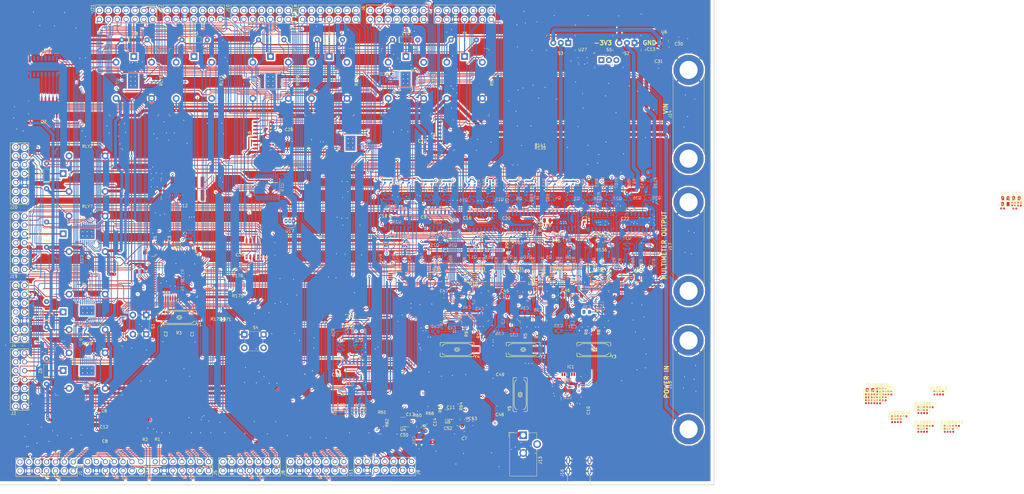
<source format=kicad_pcb>
(kicad_pcb (version 20171130) (host pcbnew "(5.0.0)")
  (layers (0 F.Cu signal) (1 In1.Cu mixed) (2 In2.Cu power) (31 B.Cu signal) (34 B.Paste user hide) (35 F.Paste user hide) (36 B.SilkS user) (37 F.SilkS user) (38 B.Mask user) (39 F.Mask user) (44 Edge.Cuts user hide))
  (net 0 "")
  (net 1 GND)
  (net 2 +5V)
  (net 3 MUXC)
  (net 4 MUXD)
  (net 5 MUX22)
  (net 6 5_IN4)
  (net 7 5_IN5)
  (net 8 "Net-(U13-Pad6)")
  (net 9 "Net-(U13-Pad7)")
  (net 10 VAA)
  (net 11 "Net-(U13-Pad9)")
  (net 12 "Net-(U13-Pad10)")
  (net 13 "Net-(U13-Pad11)")
  (net 14 "Net-(U13-Pad12)")
  (net 15 MUXE)
  (net 16 3_ADC0)
  (net 17 3_ADC3)
  (net 18 3_ADC2)
  (net 19 3_ADC1)
  (net 20 2_IN5)
  (net 21 2_IN4)
  (net 22 2_IN3)
  (net 23 2_IN2)
  (net 24 MUX21)
  (net 25 MUX20)
  (net 26 5_ADC0)
  (net 27 5_ADC3)
  (net 28 5_ADC2)
  (net 29 5_ADC1)
  (net 30 5_IN3)
  (net 31 5_IN2)
  (net 32 5_IN1)
  (net 33 5_IN0)
  (net 34 3_IN4)
  (net 35 3_IN5)
  (net 36 4_ADC0)
  (net 37 4_ADC3)
  (net 38 3_IN3)
  (net 39 3_IN2)
  (net 40 3_IN1)
  (net 41 3_IN0)
  (net 42 MUX16)
  (net 43 MUX18)
  (net 44 4_ADC2)
  (net 45 4_ADC1)
  (net 46 4_IN0)
  (net 47 4_IN1)
  (net 48 4_IN5)
  (net 49 4_IN4)
  (net 50 4_IN3)
  (net 51 4_IN2)
  (net 52 2_ADC2)
  (net 53 2_ADC1)
  (net 54 2_IN0)
  (net 55 2_IN1)
  (net 56 2_ADC3)
  (net 57 2_ADC0)
  (net 58 1_IN5)
  (net 59 1_IN4)
  (net 60 MUX19)
  (net 61 MUX17)
  (net 62 1_ADC0)
  (net 63 1_ADC3)
  (net 64 1_ADC2)
  (net 65 1_ADC1)
  (net 66 1_IN3)
  (net 67 1_IN2)
  (net 68 1_IN1)
  (net 69 1_IN0)
  (net 70 "Net-(U17-Pad2)")
  (net 71 -VSW)
  (net 72 -3V3)
  (net 73 +3V3)
  (net 74 +VSW)
  (net 75 "Net-(R4-Pad1)")
  (net 76 4_OWB_SEC)
  (net 77 4_OWB_MAIN)
  (net 78 3_OWB_SEC)
  (net 79 3_OWB_MAIN)
  (net 80 2_OWB_SEC)
  (net 81 2_OWB_MAIN)
  (net 82 1_OWB_MAIN)
  (net 83 1_OWB_SEC)
  (net 84 MUXA1)
  (net 85 "Net-(U19-Pad15)")
  (net 86 "Net-(U19-Pad16)")
  (net 87 "Net-(U19-Pad17)")
  (net 88 "Net-(U19-Pad18)")
  (net 89 "Net-(U19-Pad19)")
  (net 90 "Net-(U19-Pad20)")
  (net 91 "Net-(U19-Pad21)")
  (net 92 5_OWB_SEC)
  (net 93 5_OWB_MAIN)
  (net 94 "Net-(Q35-Pad6)")
  (net 95 4_GarminTX)
  (net 96 "Net-(Q35-Pad2)")
  (net 97 "Net-(Q36-Pad2)")
  (net 98 4_GarminRX)
  (net 99 "Net-(Q36-Pad5)")
  (net 100 "Net-(Q37-Pad5)")
  (net 101 "Net-(Q37-Pad2)")
  (net 102 "Net-(Q38-Pad2)")
  (net 103 "Net-(Q38-Pad6)")
  (net 104 5_GarminTX)
  (net 105 5_GarminRX)
  (net 106 "Net-(Q7-Pad2)")
  (net 107 3_GarminTX)
  (net 108 "Net-(Q7-Pad6)")
  (net 109 2_GarminRX)
  (net 110 2_GarminTX)
  (net 111 "Net-(Q30-Pad2)")
  (net 112 "Net-(Q30-Pad6)")
  (net 113 "Net-(Q29-Pad5)")
  (net 114 "Net-(Q29-Pad2)")
  (net 115 "Net-(Q23-Pad2)")
  (net 116 2_TX)
  (net 117 "Net-(Q23-Pad6)")
  (net 118 "Net-(Q25-Pad5)")
  (net 119 2_CTS)
  (net 120 "Net-(Q25-Pad2)")
  (net 121 "Net-(Q26-Pad2)")
  (net 122 2_RTS)
  (net 123 "Net-(Q26-Pad6)")
  (net 124 "Net-(Q27-Pad6)")
  (net 125 1_GarminTX)
  (net 126 "Net-(Q27-Pad2)")
  (net 127 "Net-(Q28-Pad2)")
  (net 128 1_GarminRX)
  (net 129 "Net-(Q28-Pad5)")
  (net 130 "Net-(Q5-Pad5)")
  (net 131 3_CTS)
  (net 132 "Net-(Q5-Pad2)")
  (net 133 "Net-(Q17-Pad2)")
  (net 134 4_CTS)
  (net 135 "Net-(Q17-Pad5)")
  (net 136 "Net-(Q16-Pad5)")
  (net 137 4_RX)
  (net 138 "Net-(Q16-Pad2)")
  (net 139 "Net-(Q15-Pad2)")
  (net 140 4_TX)
  (net 141 "Net-(Q15-Pad6)")
  (net 142 "Net-(Q18-Pad6)")
  (net 143 4_RTS)
  (net 144 "Net-(Q18-Pad2)")
  (net 145 "Net-(Q19-Pad2)")
  (net 146 5_TX)
  (net 147 "Net-(Q19-Pad6)")
  (net 148 "Net-(Q20-Pad5)")
  (net 149 5_RX)
  (net 150 "Net-(Q20-Pad2)")
  (net 151 "Net-(Q21-Pad2)")
  (net 152 5_CTS)
  (net 153 "Net-(Q21-Pad5)")
  (net 154 "Net-(Q22-Pad6)")
  (net 155 5_RTS)
  (net 156 "Net-(Q22-Pad2)")
  (net 157 "Net-(Q6-Pad2)")
  (net 158 3_RTS)
  (net 159 "Net-(Q6-Pad6)")
  (net 160 "Net-(Q14-Pad6)")
  (net 161 1_RTS)
  (net 162 "Net-(Q14-Pad2)")
  (net 163 "Net-(Q13-Pad2)")
  (net 164 1_CTS)
  (net 165 "Net-(Q13-Pad5)")
  (net 166 "Net-(Q12-Pad5)")
  (net 167 1_RX)
  (net 168 "Net-(Q12-Pad2)")
  (net 169 "Net-(Q11-Pad2)")
  (net 170 1_TX)
  (net 171 "Net-(Q11-Pad6)")
  (net 172 "Net-(Q10-Pad6)")
  (net 173 /RS232/sheet5BBDE283/RTS)
  (net 174 "Net-(Q10-Pad2)")
  (net 175 "Net-(Q9-Pad2)")
  (net 176 /RS232/sheet5BBDE283/CTS)
  (net 177 "Net-(Q9-Pad5)")
  (net 178 "Net-(Q8-Pad5)")
  (net 179 3_GarminRX)
  (net 180 "Net-(Q8-Pad2)")
  (net 181 "Net-(Q3-Pad2)")
  (net 182 3_TX)
  (net 183 "Net-(Q3-Pad6)")
  (net 184 "Net-(Q4-Pad5)")
  (net 185 3_RX)
  (net 186 "Net-(Q4-Pad2)")
  (net 187 "Net-(Q24-Pad2)")
  (net 188 2_RX)
  (net 189 "Net-(Q24-Pad5)")
  (net 190 "Net-(C31-Pad1)")
  (net 191 "Net-(C31-Pad2)")
  (net 192 1_REL)
  (net 193 2_REL)
  (net 194 3_REL)
  (net 195 4_REL)
  (net 196 5_REL)
  (net 197 "Net-(Q1-Pad6)")
  (net 198 "Net-(Q1-Pad7)")
  (net 199 "Net-(Q1-Pad10)")
  (net 200 "Net-(Q1-Pad11)")
  (net 201 "Net-(Q1-Pad12)")
  (net 202 "Net-(Q1-Pad13)")
  (net 203 "Net-(Q1-Pad14)")
  (net 204 "Net-(Q1-Pad15)")
  (net 205 "Net-(Q1-Pad16)")
  (net 206 2_OUT0)
  (net 207 2_OUT1)
  (net 208 2_OUT2)
  (net 209 2_OUT3)
  (net 210 "Net-(J17-Pad1)")
  (net 211 1_OUT3)
  (net 212 1_OUT2)
  (net 213 1_OUT1)
  (net 214 1_OUT0)
  (net 215 MUX26)
  (net 216 MUX24)
  (net 217 5_OUT0)
  (net 218 5_OUT1)
  (net 219 5_OUT2)
  (net 220 5_OUT3)
  (net 221 "Net-(U2-Pad9)")
  (net 222 "Net-(U2-Pad10)")
  (net 223 "Net-(U2-Pad11)")
  (net 224 "Net-(U2-Pad12)")
  (net 225 "Net-(Q2-Pad16)")
  (net 226 "Net-(Q2-Pad15)")
  (net 227 "Net-(Q2-Pad14)")
  (net 228 "Net-(Q2-Pad13)")
  (net 229 "Net-(Q2-Pad12)")
  (net 230 "Net-(Q2-Pad11)")
  (net 231 "Net-(Q2-Pad10)")
  (net 232 "Net-(Q2-Pad7)")
  (net 233 "Net-(Q2-Pad6)")
  (net 234 MUX25)
  (net 235 3_OUT0)
  (net 236 3_OUT1)
  (net 237 3_OUT2)
  (net 238 3_OUT3)
  (net 239 4_OUT3)
  (net 240 4_OUT2)
  (net 241 4_OUT1)
  (net 242 4_OUT0)
  (net 243 RS232INV)
  (net 244 /RS232/sheet5BDC5154/RTS_3V3)
  (net 245 /RS232/sheet5BDC5154/CTS_3V3)
  (net 246 /RS232/sheet5BDC5154/Tx_3V3)
  (net 247 /RS232/sheet5BDC5154/RX_3V3)
  (net 248 /RS232/sheet5BD54784/RTS_3V3)
  (net 249 /RS232/sheet5BD54784/CTS_3V3)
  (net 250 /RS232/sheet5BD54784/Tx_3V3)
  (net 251 /RS232/sheet5BD54784/RX_3V3)
  (net 252 /RS232/sheet5BC21962/RX_3V3)
  (net 253 /RS232/sheet5BC21962/Tx_3V3)
  (net 254 /RS232/sheet5BC21962/CTS_3V3)
  (net 255 /RS232/sheet5BC21962/RTS_3V3)
  (net 256 /RS232/sheet5BC0E596/RTS_3V3)
  (net 257 /RS232/sheet5BC0E596/CTS_3V3)
  (net 258 /RS232/sheet5BC0E596/Tx_3V3)
  (net 259 /RS232/sheet5BC0E596/RX_3V3)
  (net 260 /RS232/sheet5BB9E804/RX_3V3)
  (net 261 /RS232/sheet5BB9E804/Tx_3V3)
  (net 262 /RS232/sheet5BB9E804/CTS_3V3)
  (net 263 /RS232/sheet5BB9E804/RTS_3V3)
  (net 264 /RS232/sheet5BBDE283/RTS_3V3)
  (net 265 /RS232/sheet5BBDE283/CTS_3V3)
  (net 266 /RS232/sheet5BBDE283/Tx_3V3)
  (net 267 /RS232/sheet5BBDE283/RX_3V3)
  (net 268 /RS232/sheet5BC04BA5/RX_3V3)
  (net 269 /RS232/sheet5BC04BA5/Tx_3V3)
  (net 270 /RS232/sheet5BC04BA5/CTS_3V3)
  (net 271 /RS232/sheet5BC04BA5/RTS_3V3)
  (net 272 /RS232/sheet5BC17F87/RTS_3V3)
  (net 273 /RS232/sheet5BC17F87/CTS_3V3)
  (net 274 /RS232/sheet5BC17F87/Tx_3V3)
  (net 275 /RS232/sheet5BC17F87/RX_3V3)
  (net 276 2_Vin)
  (net 277 VDC)
  (net 278 5_GarminPWR)
  (net 279 4_GarminPWR)
  (net 280 3_GarminPWR)
  (net 281 2_GarminPWR)
  (net 282 1_Vin)
  (net 283 3_Vin)
  (net 284 1_GarminPWR)
  (net 285 5_Vin)
  (net 286 4_Vin)
  (net 287 /ATMEGA2560/D+)
  (net 288 /ATMEGA2560/D-)
  (net 289 /ATMEGA2560/TMS)
  (net 290 /ATMEGA2560/TDO)
  (net 291 /ATMEGA2560/TDI)
  (net 292 "Net-(U18-Pad2)")
  (net 293 "Net-(U18-Pad3)")
  (net 294 "Net-(C40-PadA)")
  (net 295 "Net-(R9-Pad2)")
  (net 296 "Net-(C41-PadA)")
  (net 297 "Net-(C47-Pad2)")
  (net 298 "Net-(R10-Pad2)")
  (net 299 "Net-(U18-Pad21)")
  (net 300 "Net-(U18-Pad22)")
  (net 301 "Net-(U18-Pad23)")
  (net 302 "Net-(U18-Pad24)")
  (net 303 "Net-(U18-Pad30)")
  (net 304 "Net-(U18-Pad32)")
  (net 305 "Net-(U18-Pad33)")
  (net 306 "Net-(U18-Pad34)")
  (net 307 "Net-(U18-Pad36)")
  (net 308 "Net-(U18-Pad43)")
  (net 309 "Net-(U18-Pad44)")
  (net 310 "Net-(U18-Pad45)")
  (net 311 "Net-(U18-Pad46)")
  (net 312 "Net-(U18-Pad55)")
  (net 313 "Net-(U18-Pad57)")
  (net 314 "Net-(U18-Pad58)")
  (net 315 "Net-(U18-Pad59)")
  (net 316 "Net-(U18-Pad60)")
  (net 317 "Net-(U18-Pad61)")
  (net 318 "Net-(U18-Pad62)")
  (net 319 "Net-(U18-Pad63)")
  (net 320 "Net-(C46-Pad2)")
  (net 321 "Net-(U15-Pad63)")
  (net 322 "Net-(U15-Pad62)")
  (net 323 "Net-(U15-Pad61)")
  (net 324 "Net-(U15-Pad60)")
  (net 325 "Net-(U15-Pad59)")
  (net 326 "Net-(U15-Pad58)")
  (net 327 "Net-(U15-Pad57)")
  (net 328 "Net-(U15-Pad55)")
  (net 329 "Net-(U15-Pad54)")
  (net 330 "Net-(U15-Pad53)")
  (net 331 "Net-(U15-Pad46)")
  (net 332 "Net-(U15-Pad45)")
  (net 333 "Net-(U15-Pad44)")
  (net 334 "Net-(U15-Pad43)")
  (net 335 "Net-(U15-Pad41)")
  (net 336 "Net-(U15-Pad40)")
  (net 337 "Net-(U15-Pad36)")
  (net 338 "Net-(U15-Pad34)")
  (net 339 "Net-(U15-Pad33)")
  (net 340 "Net-(U15-Pad32)")
  (net 341 "Net-(U15-Pad30)")
  (net 342 "Net-(U15-Pad29)")
  (net 343 "Net-(U15-Pad28)")
  (net 344 "Net-(U15-Pad24)")
  (net 345 "Net-(U15-Pad23)")
  (net 346 "Net-(U15-Pad22)")
  (net 347 "Net-(U15-Pad21)")
  (net 348 "Net-(U15-Pad19)")
  (net 349 "Net-(U15-Pad18)")
  (net 350 "Net-(R8-Pad2)")
  (net 351 "Net-(C35-PadA)")
  (net 352 "Net-(R6-Pad2)")
  (net 353 "Net-(C33-PadA)")
  (net 354 "Net-(U15-Pad3)")
  (net 355 "Net-(U15-Pad2)")
  (net 356 "Net-(U14-Pad2)")
  (net 357 "Net-(U14-Pad3)")
  (net 358 "Net-(C32-PadA)")
  (net 359 "Net-(R5-Pad2)")
  (net 360 "Net-(C34-PadA)")
  (net 361 "Net-(C45-Pad2)")
  (net 362 "Net-(R7-Pad2)")
  (net 363 "Net-(U14-Pad21)")
  (net 364 "Net-(U14-Pad22)")
  (net 365 "Net-(U14-Pad23)")
  (net 366 "Net-(U14-Pad24)")
  (net 367 "Net-(U14-Pad28)")
  (net 368 "Net-(U14-Pad29)")
  (net 369 "Net-(U14-Pad30)")
  (net 370 "Net-(U14-Pad32)")
  (net 371 "Net-(U14-Pad33)")
  (net 372 "Net-(U14-Pad34)")
  (net 373 "Net-(U14-Pad36)")
  (net 374 "Net-(U14-Pad38)")
  (net 375 "Net-(U14-Pad39)")
  (net 376 "Net-(U14-Pad40)")
  (net 377 "Net-(U14-Pad41)")
  (net 378 "Net-(U14-Pad43)")
  (net 379 "Net-(U14-Pad44)")
  (net 380 "Net-(U14-Pad45)")
  (net 381 "Net-(U14-Pad46)")
  (net 382 "Net-(U14-Pad48)")
  (net 383 "Net-(U14-Pad52)")
  (net 384 "Net-(U14-Pad53)")
  (net 385 "Net-(U14-Pad54)")
  (net 386 "Net-(U14-Pad55)")
  (net 387 "Net-(U14-Pad57)")
  (net 388 "Net-(U14-Pad58)")
  (net 389 "Net-(U14-Pad59)")
  (net 390 "Net-(U14-Pad60)")
  (net 391 "Net-(U14-Pad61)")
  (net 392 "Net-(U14-Pad62)")
  (net 393 "Net-(U14-Pad63)")
  (net 394 "Net-(IC1-Pad25)")
  (net 395 "Net-(IC1-Pad17)")
  (net 396 "Net-(IC1-Pad9)")
  (net 397 "Net-(IC1-Pad5)")
  (net 398 "Net-(IC1-Pad10)")
  (net 399 "Net-(IC1-Pad13)")
  (net 400 "Net-(IC1-Pad21)")
  (net 401 "Net-(C49-Pad2)")
  (net 402 "Net-(C48-Pad1)")
  (net 403 "Net-(C5-Pad1)")
  (net 404 "Net-(C4-Pad2)")
  (net 405 "Net-(C1-Pad2)")
  (net 406 "Net-(C2-Pad1)")
  (net 407 +12V)
  (net 408 "Net-(C3-Pad2)")
  (net 409 1_CANHigh)
  (net 410 1_CANLow)
  (net 411 1_CAN_MS_L)
  (net 412 1_CAN_MS_H)
  (net 413 "Net-(R171-Pad2)")
  (net 414 "Net-(R173-Pad2)")
  (net 415 "Net-(R175-Pad2)")
  (net 416 "Net-(U3-Pad1)")
  (net 417 "Net-(U3-Pad2)")
  (net 418 "Net-(U3-Pad15)")
  (net 419 "Net-(U3-Pad16)")
  (net 420 "Net-(U3-Pad17)")
  (net 421 "Net-(U3-Pad18)")
  (net 422 "Net-(U3-Pad19)")
  (net 423 "Net-(U3-Pad38)")
  (net 424 "Net-(U3-Pad41)")
  (net 425 "Net-(U3-Pad42)")
  (net 426 "Net-(U3-Pad44)")
  (net 427 "Net-(J22-Pad1)")
  (net 428 "Net-(J22-Pad2)")
  (net 429 "Net-(J22-Pad11)")
  (net 430 "Net-(J1-Pad7)")
  (net 431 "Net-(J1-Pad8)")
  (net 432 1_J1850+)
  (net 433 1_J1850-)
  (net 434 1_ISO-K)
  (net 435 1_ISO-Low)
  (net 436 1_SWC_BUS)
  (net 437 1_J1708-TXD)
  (net 438 1_J1708-RXD)
  (net 439 "Net-(J3-Pad7)")
  (net 440 "Net-(J3-Pad8)")
  (net 441 "Net-(J4-Pad1)")
  (net 442 "Net-(J4-Pad2)")
  (net 443 "Net-(J4-Pad11)")
  (net 444 "Net-(J5-Pad7)")
  (net 445 "Net-(J5-Pad8)")
  (net 446 "Net-(J7-Pad11)")
  (net 447 "Net-(J7-Pad2)")
  (net 448 "Net-(J7-Pad1)")
  (net 449 "Net-(J8-Pad8)")
  (net 450 "Net-(J8-Pad7)")
  (net 451 "Net-(J9-Pad7)")
  (net 452 "Net-(J9-Pad8)")
  (net 453 "Net-(J11-Pad7)")
  (net 454 "Net-(J11-Pad8)")
  (net 455 "Net-(J18-Pad1)")
  (net 456 "Net-(J18-Pad2)")
  (net 457 "Net-(J18-Pad11)")
  (net 458 "Net-(J20-Pad11)")
  (net 459 "Net-(J20-Pad2)")
  (net 460 "Net-(J20-Pad1)")
  (net 461 "Net-(U17-Pad3)")
  (net 462 /USBInterface/D0+)
  (net 463 /USBInterface/D0-)
  (net 464 /D1-)
  (net 465 /D1+)
  (net 466 /D3+)
  (net 467 /D3-)
  (net 468 /D2-)
  (net 469 /D2+)
  (net 470 "Net-(Q35-Pad5)")
  (net 471 "Net-(Q18-Pad5)")
  (net 472 "Net-(Q19-Pad5)")
  (net 473 "Net-(Q22-Pad5)")
  (net 474 "Net-(Q23-Pad5)")
  (net 475 "Net-(Q26-Pad5)")
  (net 476 "Net-(Q27-Pad5)")
  (net 477 "Net-(Q7-Pad5)")
  (net 478 "Net-(Q14-Pad5)")
  (net 479 "Net-(Q38-Pad5)")
  (net 480 "Net-(Q15-Pad5)")
  (net 481 "Net-(Q3-Pad5)")
  (net 482 "Net-(Q30-Pad5)")
  (net 483 "Net-(Q11-Pad5)")
  (net 484 "Net-(Q10-Pad5)")
  (net 485 "Net-(Q6-Pad5)")
  (net 486 TX_CONT)
  (net 487 CTS_CONT)
  (net 488 "Net-(J12-Pad1)")
  (net 489 "Net-(J12-Pad10)")
  (net 490 "Net-(C52-Pad1)")
  (net 491 "Net-(C50-Pad1)")
  (net 492 "Net-(R64-Pad1)")
  (net 493 "Net-(C11-Pad2)")
  (net 494 "Net-(R65-Pad2)")
  (net 495 "Net-(C52-Pad2)")
  (net 496 "Net-(C50-Pad2)")
  (net 497 "Net-(R61-Pad2)")
  (net 498 "Net-(C17-Pad2)")
  (net 499 "Net-(R60-Pad1)")
  (net 500 "Net-(C28-Pad2)")
  (net 501 "Net-(J16-Pad2)")
  (net 502 "Net-(J16-Pad3)")
  (net 503 "Net-(J16-Pad4)")
  (net 504 "Net-(S2-Pad3)")
  (net 505 -5V)
  (net 506 "Net-(S4-Pad3)")
  (net 507 "Net-(C63-Pad1)")
  (net 508 "Net-(C63-Pad2)")
  (net 509 10_REL)
  (net 510 9_REL)
  (net 511 8_REL)
  (net 512 7_REL)
  (net 513 6_REL)
  (net 514 "Net-(R102-Pad1)")
  (net 515 "Net-(R101-Pad2)")
  (net 516 "Net-(R110-Pad1)")
  (net 517 "Net-(R109-Pad2)")
  (net 518 "Net-(R125-Pad1)")
  (net 519 "Net-(R124-Pad2)")
  (net 520 "Net-(R132-Pad1)")
  (net 521 "Net-(R131-Pad2)")
  (net 522 "Net-(R140-Pad1)")
  (net 523 "Net-(R138-Pad2)")
  (net 524 "Net-(R148-Pad1)")
  (net 525 "Net-(R147-Pad2)")
  (net 526 "Net-(R118-Pad1)")
  (net 527 "Net-(R117-Pad2)")
  (net 528 "Net-(R94-Pad1)")
  (net 529 "Net-(R93-Pad2)")
  (net 530 "Net-(J12-Pad5)")
  (net 531 "Net-(J12-Pad3)")
  (net 532 "Net-(IC1-Pad29)")
  (net 533 "Net-(IC1-Pad24)")
  (net 534 "Net-(IC1-Pad23)")
  (net 535 "Net-(IC1-Pad20)")
  (net 536 "Net-(IC1-Pad19)")
  (net 537 "Net-(IC1-Pad16)")
  (net 538 "Net-(IC1-Pad15)")
  (net 539 "Net-(IC1-Pad12)")
  (net 540 "Net-(IC1-Pad11)")
  (net 541 "Net-(C54-Pad2)")
  (net 542 "Net-(IC1-Pad3)")
  (net 543 "Net-(U3-Pad27)")
  (net 544 "Net-(R168-Pad1)")
  (net 545 "Net-(R167-Pad2)")
  (net 546 "Net-(R160-Pad1)")
  (net 547 "Net-(R159-Pad2)")
  (net 548 "Net-(R164-Pad1)")
  (net 549 "Net-(R163-Pad2)")
  (net 550 "Net-(R162-Pad1)")
  (net 551 "Net-(R161-Pad2)")
  (net 552 "Net-(R170-Pad1)")
  (net 553 "Net-(R169-Pad2)")
  (net 554 "Net-(R178-Pad1)")
  (net 555 "Net-(R177-Pad2)")
  (net 556 "Net-(R180-Pad1)")
  (net 557 "Net-(R179-Pad2)")
  (net 558 "Net-(R166-Pad1)")
  (net 559 "Net-(R165-Pad2)")
  (module Resistor_SMD:R_0402_1005Metric (layer B.Cu) (at 232.156 112.776 90)
    (fp_text reference R160 (at 0 1.17 90) (layer B.SilkS) (effects (justify mirror)))
    (fp_text value R0)
    (pad 2 smd roundrect (at 0.485 0 90) (size 0.59 0.64) (layers B.Cu B.Paste B.Mask) (net 485 "Net-(Q6-Pad5)"))
    (pad 1 smd roundrect (at -0.485 0 90) (size 0.59 0.64) (layers B.Cu B.Paste B.Mask) (net 546 "Net-(R160-Pad1)"))
  )
  (module Capacitor_SMD:C_0805_2012Metric (layer B.Cu) (at 179.6415 167.8305 270)
    (fp_text reference C51 (at 0 1.65 270) (layer B.SilkS) (effects (justify mirror)))
    (fp_text value 47uF)
    (pad 1 smd roundrect (at -0.9375 0 270) (size 0.975 1.4) (layers B.Cu B.Paste B.Mask) (net 2 +5V))
    (pad 2 smd roundrect (at 0.9375 0 270) (size 0.975 1.4) (layers B.Cu B.Paste B.Mask) (net 1 GND))
  )
  (module Capacitor_SMD:C_0805_2012Metric (layer F.Cu) (at 377.795001 86.065001)
    (fp_text reference C61 (at 0 -1.65) (layer F.SilkS))
    (fp_text value 2.2uF)
    (pad 2 smd roundrect (at 0.9375 0) (size 0.975 1.4) (layers F.Cu F.Paste F.Mask) (net 2 +5V))
    (pad 1 smd roundrect (at -0.9375 0) (size 0.975 1.4) (layers F.Cu F.Paste F.Mask) (net 1 GND))
  )
  (module Capacitor_SMD:C_0805_2012Metric (layer F.Cu) (at 377.795001 88.015001)
    (fp_text reference C62 (at 0 -1.65) (layer F.SilkS))
    (fp_text value 2.2uF)
    (pad 1 smd roundrect (at -0.9375 0) (size 0.975 1.4) (layers F.Cu F.Paste F.Mask) (net 1 GND))
    (pad 2 smd roundrect (at 0.9375 0) (size 0.975 1.4) (layers F.Cu F.Paste F.Mask) (net 505 -5V))
  )
  (module Capacitor_SMD:C_0805_2012Metric (layer F.Cu) (at 188.087 118.999)
    (fp_text reference C47 (at 0 -1.65) (layer F.SilkS))
    (fp_text value 3.3uF)
    (pad 2 smd roundrect (at 0.9375 0) (size 0.975 1.4) (layers F.Cu F.Paste F.Mask) (net 297 "Net-(C47-Pad2)"))
    (pad 1 smd roundrect (at -0.9375 0) (size 0.975 1.4) (layers F.Cu F.Paste F.Mask) (net 1 GND))
  )
  (module Capacitor_SMD:C_0805_2012Metric (layer F.Cu) (at 208.661 118.999)
    (fp_text reference C45 (at 0 -1.65) (layer F.SilkS))
    (fp_text value 3.3uF)
    (pad 1 smd roundrect (at -0.9375 0) (size 0.975 1.4) (layers F.Cu F.Paste F.Mask) (net 1 GND))
    (pad 2 smd roundrect (at 0.9375 0) (size 0.975 1.4) (layers F.Cu F.Paste F.Mask) (net 361 "Net-(C45-Pad2)"))
  )
  (module Capacitor_SMD:C_0805_2012Metric (layer F.Cu) (at 381.545001 86.065001)
    (fp_text reference C63 (at 0 -1.65) (layer F.SilkS))
    (fp_text value 1uF)
    (pad 2 smd roundrect (at 0.9375 0) (size 0.975 1.4) (layers F.Cu F.Paste F.Mask) (net 508 "Net-(C63-Pad2)"))
    (pad 1 smd roundrect (at -0.9375 0) (size 0.975 1.4) (layers F.Cu F.Paste F.Mask) (net 507 "Net-(C63-Pad1)"))
  )
  (module Capacitor_SMD:C_0805_2012Metric (layer F.Cu) (at 332.075001 150.835001)
    (fp_text reference C54 (at 0 -1.65) (layer F.SilkS))
    (fp_text value 1uF)
    (pad 1 smd roundrect (at -0.9375 0) (size 0.975 1.4) (layers F.Cu F.Paste F.Mask) (net 1 GND))
    (pad 2 smd roundrect (at 0.9375 0) (size 0.975 1.4) (layers F.Cu F.Paste F.Mask) (net 541 "Net-(C54-Pad2)"))
  )
  (module Capacitor_SMD:C_0805_2012Metric (layer F.Cu) (at 229.235 118.745)
    (fp_text reference C46 (at 0 -1.65) (layer F.SilkS))
    (fp_text value 3.3uF)
    (pad 2 smd roundrect (at 0.9375 0) (size 0.975 1.4) (layers F.Cu F.Paste F.Mask) (net 320 "Net-(C46-Pad2)"))
    (pad 1 smd roundrect (at -0.9375 0) (size 0.975 1.4) (layers F.Cu F.Paste F.Mask) (net 1 GND))
  )
  (module Capacitor_SMD:C_0805_2012Metric (layer B.Cu) (at 102.362 98.745 270)
    (fp_text reference C44 (at 0 1.65 270) (layer B.SilkS) (effects (justify mirror)))
    (fp_text value 4.7uF)
    (pad 1 smd roundrect (at -0.9375 0 270) (size 0.975 1.4) (layers B.Cu B.Paste B.Mask) (net 1 GND))
    (pad 2 smd roundrect (at 0.9375 0 270) (size 0.975 1.4) (layers B.Cu B.Paste B.Mask) (net 73 +3V3))
  )
  (module Capacitor_SMD:C_0805_2012Metric (layer F.Cu) (at 223.012 93.472 180)
    (fp_text reference C28 (at 0 -1.65 180) (layer F.SilkS))
    (fp_text value 2.2uF)
    (pad 2 smd roundrect (at 0.9375 0 180) (size 0.975 1.4) (layers F.Cu F.Paste F.Mask) (net 500 "Net-(C28-Pad2)"))
    (pad 1 smd roundrect (at -0.9375 0 180) (size 0.975 1.4) (layers F.Cu F.Paste F.Mask) (net 1 GND))
  )
  (module Capacitor_SMD:C_0805_2012Metric (layer F.Cu) (at 197.866 162.1155)
    (fp_text reference C53 (at 0 -1.65) (layer F.SilkS))
    (fp_text value 47uF)
    (pad 1 smd roundrect (at -0.9375 0) (size 0.975 1.4) (layers F.Cu F.Paste F.Mask) (net 73 +3V3))
    (pad 2 smd roundrect (at 0.9375 0) (size 0.975 1.4) (layers F.Cu F.Paste F.Mask) (net 1 GND))
  )
  (module Capacitor_SMD:C_0805_2012Metric (layer F.Cu) (at 194.984 165.608 180)
    (fp_text reference C7 (at 0 -1.65 180) (layer F.SilkS))
    (fp_text value 22uF)
    (pad 2 smd roundrect (at 0.9375 0 180) (size 0.975 1.4) (layers F.Cu F.Paste F.Mask) (net 1 GND))
    (pad 1 smd roundrect (at -0.9375 0 180) (size 0.975 1.4) (layers F.Cu F.Paste F.Mask) (net 407 +12V))
  )
  (module Capacitor_SMD:C_0805_2012Metric (layer F.Cu) (at 260.665 41.402)
    (fp_text reference C31 (at 0 -1.65) (layer F.SilkS))
    (fp_text value 1uF)
    (pad 1 smd roundrect (at -0.9375 0) (size 0.975 1.4) (layers F.Cu F.Paste F.Mask) (net 190 "Net-(C31-Pad1)"))
    (pad 2 smd roundrect (at 0.9375 0) (size 0.975 1.4) (layers F.Cu F.Paste F.Mask) (net 191 "Net-(C31-Pad2)"))
  )
  (module Capacitor_SMD:C_0805_2012Metric (layer B.Cu) (at 211.77 130.556)
    (fp_text reference C32 (at 0 1.65) (layer B.SilkS) (effects (justify mirror)))
    (fp_text value 4.7uF)
    (pad 2 smd roundrect (at 0.9375 0) (size 0.975 1.4) (layers B.Cu B.Paste B.Mask))
    (pad 1 smd roundrect (at -0.9375 0) (size 0.975 1.4) (layers B.Cu B.Paste B.Mask))
  )
  (module Capacitor_SMD:C_0805_2012Metric (layer B.Cu) (at 215.392 124.841 180)
    (fp_text reference C34 (at 0 1.65 180) (layer B.SilkS) (effects (justify mirror)))
    (fp_text value 4.7uF)
    (pad 1 smd roundrect (at -0.9375 0 180) (size 0.975 1.4) (layers B.Cu B.Paste B.Mask))
    (pad 2 smd roundrect (at 0.9375 0 180) (size 0.975 1.4) (layers B.Cu B.Paste B.Mask))
  )
  (module Capacitor_SMD:C_0805_2012Metric (layer B.Cu) (at 236.347 124.46 180)
    (fp_text reference C35 (at 0 1.65 180) (layer B.SilkS) (effects (justify mirror)))
    (fp_text value 4.7uF)
    (pad 2 smd roundrect (at 0.9375 0 180) (size 0.975 1.4) (layers B.Cu B.Paste B.Mask))
    (pad 1 smd roundrect (at -0.9375 0 180) (size 0.975 1.4) (layers B.Cu B.Paste B.Mask))
  )
  (module Capacitor_SMD:C_0805_2012Metric (layer B.Cu) (at 226.822 130.81 180)
    (fp_text reference C33 (at 0 1.65 180) (layer B.SilkS) (effects (justify mirror)))
    (fp_text value 4.7uF)
    (pad 1 smd roundrect (at -0.9375 0 180) (size 0.975 1.4) (layers B.Cu B.Paste B.Mask))
    (pad 2 smd roundrect (at 0.9375 0 180) (size 0.975 1.4) (layers B.Cu B.Paste B.Mask))
  )
  (module Capacitor_SMD:C_0805_2012Metric (layer B.Cu) (at 195.834 124.587 180)
    (fp_text reference C41 (at 0 1.65 180) (layer B.SilkS) (effects (justify mirror)))
    (fp_text value 4.7uF)
    (pad 2 smd roundrect (at 0.9375 0 180) (size 0.975 1.4) (layers B.Cu B.Paste B.Mask))
    (pad 1 smd roundrect (at -0.9375 0 180) (size 0.975 1.4) (layers B.Cu B.Paste B.Mask))
  )
  (module Capacitor_SMD:C_0805_2012Metric (layer F.Cu) (at 267.462 32.258 180)
    (fp_text reference C30 (at 0 -1.65 180) (layer F.SilkS))
    (fp_text value 2.2uF)
    (pad 1 smd roundrect (at -0.9375 0 180) (size 0.975 1.4) (layers F.Cu F.Paste F.Mask) (net 1 GND))
    (pad 2 smd roundrect (at 0.9375 0 180) (size 0.975 1.4) (layers F.Cu F.Paste F.Mask) (net 72 -3V3))
  )
  (module Capacitor_SMD:C_0805_2012Metric (layer B.Cu) (at 185.166 131.064 180)
    (fp_text reference C40 (at 0 1.65 180) (layer B.SilkS) (effects (justify mirror)))
    (fp_text value 4.7uF)
    (pad 2 smd roundrect (at 0.9375 0 180) (size 0.975 1.4) (layers B.Cu B.Paste B.Mask))
    (pad 1 smd roundrect (at -0.9375 0 180) (size 0.975 1.4) (layers B.Cu B.Paste B.Mask))
  )
  (module Capacitor_SMD:C_0805_2012Metric (layer F.Cu) (at 85.129 110.744)
    (fp_text reference C4 (at 0 -1.65) (layer F.SilkS))
    (fp_text value 1uF)
    (pad 1 smd roundrect (at -0.9375 0) (size 0.975 1.4) (layers F.Cu F.Paste F.Mask) (net 1 GND))
    (pad 2 smd roundrect (at 0.9375 0) (size 0.975 1.4) (layers F.Cu F.Paste F.Mask) (net 404 "Net-(C4-Pad2)"))
  )
  (module Capacitor_SMD:C_0402_1005Metric (layer B.Cu) (at 66.675 132.715 270)
    (fp_text reference C19 (at 0 1.17 270) (layer B.SilkS) (effects (justify mirror)))
    (fp_text value .01uF)
    (pad 2 smd roundrect (at 0.485 0 270) (size 0.59 0.64) (layers B.Cu B.Paste B.Mask) (net 1 GND))
    (pad 1 smd roundrect (at -0.485 0 270) (size 0.59 0.64) (layers B.Cu B.Paste B.Mask) (net 10 VAA))
  )
  (module Capacitor_SMD:C_0402_1005Metric (layer F.Cu) (at 209.169 93.98)
    (fp_text reference C20 (at 0 -1.17) (layer F.SilkS))
    (fp_text value .01uF)
    (pad 1 smd roundrect (at -0.485 0) (size 0.59 0.64) (layers F.Cu F.Paste F.Mask) (net 73 +3V3))
    (pad 2 smd roundrect (at 0.485 0) (size 0.59 0.64) (layers F.Cu F.Paste F.Mask) (net 1 GND))
  )
  (module Capacitor_SMD:C_0402_1005Metric (layer F.Cu) (at 180.721 65.532 180)
    (fp_text reference C21 (at 0 -1.17 180) (layer F.SilkS))
    (fp_text value .01uF)
    (pad 2 smd roundrect (at 0.485 0 180) (size 0.59 0.64) (layers F.Cu F.Paste F.Mask) (net 1 GND))
    (pad 1 smd roundrect (at -0.485 0 180) (size 0.59 0.64) (layers F.Cu F.Paste F.Mask) (net 10 VAA))
  )
  (module Capacitor_SMD:C_0402_1005Metric (layer F.Cu) (at 249.301 94.107)
    (fp_text reference C22 (at 0 -1.17) (layer F.SilkS))
    (fp_text value .01uF)
    (pad 1 smd roundrect (at -0.485 0) (size 0.59 0.64) (layers F.Cu F.Paste F.Mask) (net 73 +3V3))
    (pad 2 smd roundrect (at 0.485 0) (size 0.59 0.64) (layers F.Cu F.Paste F.Mask) (net 1 GND))
  )
  (module Capacitor_SMD:C_0402_1005Metric (layer B.Cu) (at 66.929 106.68 270)
    (fp_text reference C23 (at 0 1.17 270) (layer B.SilkS) (effects (justify mirror)))
    (fp_text value .01uF)
    (pad 2 smd roundrect (at 0.485 0 270) (size 0.59 0.64) (layers B.Cu B.Paste B.Mask) (net 1 GND))
    (pad 1 smd roundrect (at -0.485 0 270) (size 0.59 0.64) (layers B.Cu B.Paste B.Mask) (net 10 VAA))
  )
  (module Capacitor_SMD:C_0402_1005Metric (layer F.Cu) (at 236.132 93.98)
    (fp_text reference C24 (at 0 -1.17) (layer F.SilkS))
    (fp_text value .01uF)
    (pad 1 smd roundrect (at -0.485 0) (size 0.59 0.64) (layers F.Cu F.Paste F.Mask) (net 73 +3V3))
    (pad 2 smd roundrect (at 0.485 0) (size 0.59 0.64) (layers F.Cu F.Paste F.Mask) (net 1 GND))
  )
  (module Capacitor_SMD:C_0402_1005Metric (layer B.Cu) (at 121.324 46.355 180)
    (fp_text reference C25 (at 0 1.17 180) (layer B.SilkS) (effects (justify mirror)))
    (fp_text value .01uF)
    (pad 2 smd roundrect (at 0.485 0 180) (size 0.59 0.64) (layers B.Cu B.Paste B.Mask) (net 1 GND))
    (pad 1 smd roundrect (at -0.485 0 180) (size 0.59 0.64) (layers B.Cu B.Paste B.Mask) (net 10 VAA))
  )
  (module Capacitor_SMD:C_0402_1005Metric (layer F.Cu) (at 382.535001 88.525001)
    (fp_text reference C56 (at 0 -1.17) (layer F.SilkS))
    (fp_text value .01uF)
    (pad 1 smd roundrect (at -0.485 0) (size 0.59 0.64) (layers F.Cu F.Paste F.Mask) (net 73 +3V3))
    (pad 2 smd roundrect (at 0.485 0) (size 0.59 0.64) (layers F.Cu F.Paste F.Mask) (net 1 GND))
  )
  (module Capacitor_SMD:C_0402_1005Metric (layer F.Cu) (at 381 89.515001)
    (fp_text reference C57 (at 0 -1.17) (layer F.SilkS))
    (fp_text value .01uF)
    (pad 2 smd roundrect (at 0.485 0) (size 0.59 0.64) (layers F.Cu F.Paste F.Mask) (net 1 GND))
    (pad 1 smd roundrect (at -0.485 0) (size 0.59 0.64) (layers F.Cu F.Paste F.Mask) (net 73 +3V3))
  )
  (module Capacitor_SMD:C_0402_1005Metric (layer B.Cu) (at 190.754 131.064 180)
    (fp_text reference C42 (at 0 1.17 180) (layer B.SilkS) (effects (justify mirror)))
    (fp_text value 100nF)
    (pad 1 smd roundrect (at -0.485 0 180) (size 0.59 0.64) (layers B.Cu B.Paste B.Mask) (net 1 GND))
    (pad 2 smd roundrect (at 0.485 0 180) (size 0.59 0.64) (layers B.Cu B.Paste B.Mask) (net 294 "Net-(C40-PadA)"))
  )
  (module Capacitor_SMD:C_0402_1005Metric (layer B.Cu) (at 241.173 124.587 180)
    (fp_text reference C39 (at 0 1.17 180) (layer B.SilkS) (effects (justify mirror)))
    (fp_text value 100nF)
    (pad 2 smd roundrect (at 0.485 0 180) (size 0.59 0.64) (layers B.Cu B.Paste B.Mask) (net 351 "Net-(C35-PadA)"))
    (pad 1 smd roundrect (at -0.485 0 180) (size 0.59 0.64) (layers B.Cu B.Paste B.Mask) (net 1 GND))
  )
  (module Capacitor_SMD:C_0402_1005Metric (layer B.Cu) (at 219.964 124.968 180)
    (fp_text reference C38 (at 0 1.17 180) (layer B.SilkS) (effects (justify mirror)))
    (fp_text value 100nF)
    (pad 1 smd roundrect (at -0.485 0 180) (size 0.59 0.64) (layers B.Cu B.Paste B.Mask) (net 1 GND))
    (pad 2 smd roundrect (at 0.485 0 180) (size 0.59 0.64) (layers B.Cu B.Paste B.Mask) (net 360 "Net-(C34-PadA)"))
  )
  (module Capacitor_SMD:C_0402_1005Metric (layer B.Cu) (at 231.521 130.683 180)
    (fp_text reference C37 (at 0 1.17 180) (layer B.SilkS) (effects (justify mirror)))
    (fp_text value 100nF)
    (pad 2 smd roundrect (at 0.485 0 180) (size 0.59 0.64) (layers B.Cu B.Paste B.Mask) (net 353 "Net-(C33-PadA)"))
    (pad 1 smd roundrect (at -0.485 0 180) (size 0.59 0.64) (layers B.Cu B.Paste B.Mask) (net 1 GND))
  )
  (module Capacitor_SMD:C_0402_1005Metric (layer B.Cu) (at 207.01 130.556)
    (fp_text reference C36 (at 0 1.17) (layer B.SilkS) (effects (justify mirror)))
    (fp_text value 100nF)
    (pad 1 smd roundrect (at -0.485 0) (size 0.59 0.64) (layers B.Cu B.Paste B.Mask) (net 1 GND))
    (pad 2 smd roundrect (at 0.485 0) (size 0.59 0.64) (layers B.Cu B.Paste B.Mask) (net 358 "Net-(C32-PadA)"))
  )
  (module Capacitor_SMD:C_0402_1005Metric (layer F.Cu) (at 206.922 157.988 180)
    (fp_text reference C48 (at 0 -1.17 180) (layer F.SilkS))
    (fp_text value 20pF)
    (pad 2 smd roundrect (at 0.485 0 180) (size 0.59 0.64) (layers F.Cu F.Paste F.Mask) (net 1 GND))
    (pad 1 smd roundrect (at -0.485 0 180) (size 0.59 0.64) (layers F.Cu F.Paste F.Mask) (net 402 "Net-(C48-Pad1)"))
  )
  (module Capacitor_SMD:C_0402_1005Metric (layer F.Cu) (at 207.098 146.812)
    (fp_text reference C49 (at 0 -1.17) (layer F.SilkS))
    (fp_text value 20pF)
    (pad 1 smd roundrect (at -0.485 0) (size 0.59 0.64) (layers F.Cu F.Paste F.Mask) (net 1 GND))
    (pad 2 smd roundrect (at 0.485 0) (size 0.59 0.64) (layers F.Cu F.Paste F.Mask) (net 401 "Net-(C49-Pad2)"))
  )
  (module Capacitor_SMD:C_0402_1005Metric (layer F.Cu) (at 119.148232 104.013 180)
    (fp_text reference C29 (at 0 -1.17 180) (layer F.SilkS))
    (fp_text value .01uF)
    (pad 2 smd roundrect (at 0.485 0 180) (size 0.59 0.64) (layers F.Cu F.Paste F.Mask) (net 1 GND))
    (pad 1 smd roundrect (at -0.485 0 180) (size 0.59 0.64) (layers F.Cu F.Paste F.Mask) (net 10 VAA))
  )
  (module Capacitor_SMD:C_0402_1005Metric (layer F.Cu) (at 382.535001 87.535001)
    (fp_text reference C55 (at 0 -1.17) (layer F.SilkS))
    (fp_text value .01uF)
    (pad 1 smd roundrect (at -0.485 0) (size 0.59 0.64) (layers F.Cu F.Paste F.Mask) (net 73 +3V3))
    (pad 2 smd roundrect (at 0.485 0) (size 0.59 0.64) (layers F.Cu F.Paste F.Mask) (net 1 GND))
  )
  (module Capacitor_SMD:C_0402_1005Metric (layer B.Cu) (at 200.152 124.587 180)
    (fp_text reference C43 (at 0 1.17 180) (layer B.SilkS) (effects (justify mirror)))
    (fp_text value 100nF)
    (pad 2 smd roundrect (at 0.485 0 180) (size 0.59 0.64) (layers B.Cu B.Paste B.Mask) (net 296 "Net-(C41-PadA)"))
    (pad 1 smd roundrect (at -0.485 0 180) (size 0.59 0.64) (layers B.Cu B.Paste B.Mask) (net 1 GND))
  )
  (module Capacitor_SMD:C_0402_1005Metric (layer B.Cu) (at 167.005 45.339 180)
    (fp_text reference C27 (at 0 1.17 180) (layer B.SilkS) (effects (justify mirror)))
    (fp_text value .01uF)
    (pad 1 smd roundrect (at -0.485 0 180) (size 0.59 0.64) (layers B.Cu B.Paste B.Mask) (net 10 VAA))
    (pad 2 smd roundrect (at 0.485 0 180) (size 0.59 0.64) (layers B.Cu B.Paste B.Mask) (net 1 GND))
  )
  (module Capacitor_SMD:C_0402_1005Metric (layer F.Cu) (at 176.723 157.9245 180)
    (fp_text reference C17 (at 0 -1.17 180) (layer F.SilkS))
    (fp_text value 8.2nF)
    (pad 2 smd roundrect (at 0.485 0 180) (size 0.59 0.64) (layers F.Cu F.Paste F.Mask) (net 498 "Net-(C17-Pad2)"))
    (pad 1 smd roundrect (at -0.485 0 180) (size 0.59 0.64) (layers F.Cu F.Paste F.Mask) (net 1 GND))
  )
  (module Capacitor_SMD:C_0402_1005Metric (layer F.Cu) (at 94.234 99.695 270)
    (fp_text reference C3 (at 0 -1.17 270) (layer F.SilkS))
    (fp_text value 100nF)
    (pad 1 smd roundrect (at -0.485 0 270) (size 0.59 0.64) (layers F.Cu F.Paste F.Mask) (net 1 GND))
    (pad 2 smd roundrect (at 0.485 0 270) (size 0.59 0.64) (layers F.Cu F.Paste F.Mask) (net 408 "Net-(C3-Pad2)"))
  )
  (module Capacitor_SMD:C_0402_1005Metric (layer F.Cu) (at 91.694 99.695 90)
    (fp_text reference C5 (at 0 -1.17 90) (layer F.SilkS))
    (fp_text value 100nF)
    (pad 1 smd roundrect (at -0.485 0 90) (size 0.59 0.64) (layers F.Cu F.Paste F.Mask) (net 403 "Net-(C5-Pad1)"))
    (pad 2 smd roundrect (at 0.485 0 90) (size 0.59 0.64) (layers F.Cu F.Paste F.Mask) (net 1 GND))
  )
  (module Capacitor_SMD:C_0402_1005Metric (layer F.Cu) (at 73.318 159.004)
    (fp_text reference C6 (at 0 -1.17) (layer F.SilkS))
    (fp_text value .01uF)
    (pad 2 smd roundrect (at 0.485 0) (size 0.59 0.64) (layers F.Cu F.Paste F.Mask) (net 1 GND))
    (pad 1 smd roundrect (at -0.485 0) (size 0.59 0.64) (layers F.Cu F.Paste F.Mask) (net 73 +3V3))
  )
  (module Capacitor_SMD:C_0402_1005Metric (layer F.Cu) (at 73.555232 169.291)
    (fp_text reference C8 (at 0 -1.17) (layer F.SilkS))
    (fp_text value .01uF)
    (pad 2 smd roundrect (at 0.485 0) (size 0.59 0.64) (layers F.Cu F.Paste F.Mask) (net 1 GND))
    (pad 1 smd roundrect (at -0.485 0) (size 0.59 0.64) (layers F.Cu F.Paste F.Mask) (net 73 +3V3))
  )
  (module Capacitor_SMD:C_0402_1005Metric (layer F.Cu) (at 181.229 93.599)
    (fp_text reference C9 (at 0 -1.17) (layer F.SilkS))
    (fp_text value .01uF)
    (pad 1 smd roundrect (at -0.485 0) (size 0.59 0.64) (layers F.Cu F.Paste F.Mask) (net 73 +3V3))
    (pad 2 smd roundrect (at 0.485 0) (size 0.59 0.64) (layers F.Cu F.Paste F.Mask) (net 1 GND))
  )
  (module Capacitor_SMD:C_0402_1005Metric (layer F.Cu) (at 167.513 93.218)
    (fp_text reference C18 (at 0 -1.17) (layer F.SilkS))
    (fp_text value .01uF)
    (pad 2 smd roundrect (at 0.485 0) (size 0.59 0.64) (layers F.Cu F.Paste F.Mask) (net 1 GND))
    (pad 1 smd roundrect (at -0.485 0) (size 0.59 0.64) (layers F.Cu F.Paste F.Mask) (net 73 +3V3))
  )
  (module Capacitor_SMD:C_0402_1005Metric (layer F.Cu) (at 135.763 64.008)
    (fp_text reference C26 (at 0 -1.17) (layer F.SilkS))
    (fp_text value .01uF)
    (pad 1 smd roundrect (at -0.485 0) (size 0.59 0.64) (layers F.Cu F.Paste F.Mask) (net 10 VAA))
    (pad 2 smd roundrect (at 0.485 0) (size 0.59 0.64) (layers F.Cu F.Paste F.Mask) (net 1 GND))
  )
  (module Capacitor_SMD:C_0402_1005Metric (layer F.Cu) (at 73.279 164.465)
    (fp_text reference C12 (at 0 -1.17) (layer F.SilkS))
    (fp_text value .01uF)
    (pad 2 smd roundrect (at 0.485 0) (size 0.59 0.64) (layers F.Cu F.Paste F.Mask) (net 1 GND))
    (pad 1 smd roundrect (at -0.485 0) (size 0.59 0.64) (layers F.Cu F.Paste F.Mask) (net 73 +3V3))
  )
  (module Capacitor_SMD:C_0402_1005Metric (layer F.Cu) (at 93.0275 131.8895 270)
    (fp_text reference C2 (at 0 -1.17 270) (layer F.SilkS))
    (fp_text value 20pF)
    (pad 1 smd roundrect (at -0.485 0 270) (size 0.59 0.64) (layers F.Cu F.Paste F.Mask) (net 406 "Net-(C2-Pad1)"))
    (pad 2 smd roundrect (at 0.485 0 270) (size 0.59 0.64) (layers F.Cu F.Paste F.Mask) (net 1 GND))
  )
  (module Capacitor_SMD:C_0402_1005Metric (layer F.Cu) (at 258.064 34.505 180)
    (fp_text reference C13 (at 0 -1.17 180) (layer F.SilkS))
    (fp_text value .01uF)
    (pad 2 smd roundrect (at 0.485 0 180) (size 0.59 0.64) (layers F.Cu F.Paste F.Mask) (net 1 GND))
    (pad 1 smd roundrect (at -0.485 0 180) (size 0.59 0.64) (layers F.Cu F.Paste F.Mask) (net 73 +3V3))
  )
  (module Capacitor_SMD:C_0402_1005Metric (layer F.Cu) (at 235.712 157.734 270)
    (fp_text reference C10 (at 0 -1.17 270) (layer F.SilkS))
    (fp_text value .01uF)
    (pad 1 smd roundrect (at -0.485 0 270) (size 0.59 0.64) (layers F.Cu F.Paste F.Mask) (net 73 +3V3))
    (pad 2 smd roundrect (at 0.485 0 270) (size 0.59 0.64) (layers F.Cu F.Paste F.Mask) (net 1 GND))
  )
  (module Capacitor_SMD:C_0402_1005Metric (layer F.Cu) (at 183.896 161.671 270)
    (fp_text reference C14 (at 0 -1.17 270) (layer F.SilkS))
    (fp_text value 22uF)
    (pad 2 smd roundrect (at 0.485 0 270) (size 0.59 0.64) (layers F.Cu F.Paste F.Mask) (net 1 GND))
    (pad 1 smd roundrect (at -0.485 0 270) (size 0.59 0.64) (layers F.Cu F.Paste F.Mask) (net 407 +12V))
  )
  (module Capacitor_SMD:C_0402_1005Metric (layer F.Cu) (at 151.638 144.526 180)
    (fp_text reference C15 (at 0 -1.17 180) (layer F.SilkS))
    (fp_text value .01uF)
    (pad 1 smd roundrect (at -0.485 0 180) (size 0.59 0.64) (layers F.Cu F.Paste F.Mask) (net 73 +3V3))
    (pad 2 smd roundrect (at 0.485 0 180) (size 0.59 0.64) (layers F.Cu F.Paste F.Mask) (net 1 GND))
  )
  (module Capacitor_SMD:C_0402_1005Metric (layer F.Cu) (at 195.961 93.853)
    (fp_text reference C16 (at 0 -1.17) (layer F.SilkS))
    (fp_text value .01uF)
    (pad 2 smd roundrect (at 0.485 0) (size 0.59 0.64) (layers F.Cu F.Paste F.Mask) (net 1 GND))
    (pad 1 smd roundrect (at -0.485 0) (size 0.59 0.64) (layers F.Cu F.Paste F.Mask) (net 73 +3V3))
  )
  (module Capacitor_SMD:C_0402_1005Metric (layer F.Cu) (at 104.2035 131.8895 90)
    (fp_text reference C1 (at 0 -1.17 90) (layer F.SilkS))
    (fp_text value 20pF)
    (pad 1 smd roundrect (at -0.485 0 90) (size 0.59 0.64) (layers F.Cu F.Paste F.Mask) (net 1 GND))
    (pad 2 smd roundrect (at 0.485 0 90) (size 0.59 0.64) (layers F.Cu F.Paste F.Mask) (net 405 "Net-(C1-Pad2)"))
  )
  (module Capacitor_SMD:C_0402_1005Metric (layer F.Cu) (at 380.625001 88.525001)
    (fp_text reference C60 (at 0 -1.17) (layer F.SilkS))
    (fp_text value .01uF)
    (pad 2 smd roundrect (at 0.485 0) (size 0.59 0.64) (layers F.Cu F.Paste F.Mask) (net 1 GND))
    (pad 1 smd roundrect (at -0.485 0) (size 0.59 0.64) (layers F.Cu F.Paste F.Mask) (net 73 +3V3))
  )
  (module Capacitor_SMD:C_0402_1005Metric (layer F.Cu) (at 380.625001 87.535001)
    (fp_text reference C59 (at 0 -1.17) (layer F.SilkS))
    (fp_text value .01uF)
    (pad 1 smd roundrect (at -0.485 0) (size 0.59 0.64) (layers F.Cu F.Paste F.Mask) (net 73 +3V3))
    (pad 2 smd roundrect (at 0.485 0) (size 0.59 0.64) (layers F.Cu F.Paste F.Mask) (net 1 GND))
  )
  (module Capacitor_SMD:C_0402_1005Metric (layer F.Cu) (at 190.4365 155.5115 180)
    (fp_text reference C11 (at 0 -1.17 180) (layer F.SilkS))
    (fp_text value 8.2nF)
    (pad 2 smd roundrect (at 0.485 0 180) (size 0.59 0.64) (layers F.Cu F.Paste F.Mask) (net 493 "Net-(C11-Pad2)"))
    (pad 1 smd roundrect (at -0.485 0 180) (size 0.59 0.64) (layers F.Cu F.Paste F.Mask) (net 1 GND))
  )
  (module Capacitor_SMD:C_0402_1005Metric (layer F.Cu) (at 376.875001 89.485001)
    (fp_text reference C58 (at 0 -1.17) (layer F.SilkS))
    (fp_text value .01uF)
    (pad 1 smd roundrect (at -0.485 0) (size 0.59 0.64) (layers F.Cu F.Paste F.Mask) (net 73 +3V3))
    (pad 2 smd roundrect (at 0.485 0) (size 0.59 0.64) (layers F.Cu F.Paste F.Mask) (net 1 GND))
  )
  (module Package_SO:SSOP-24_5.3x8.2mm_P0.65mm (layer B.Cu) (at 128.27 82.296 90)
    (fp_text reference U19 (at 0 5.25 90) (layer B.SilkS) (effects (justify mirror)))
    (fp_text value CD74HC4067SM96)
    (pad 1 smd rect (at -3.6 3.575 90) (size 1.75 0.45) (layers B.Cu B.Paste B.Mask) (net 70 "Net-(U17-Pad2)"))
    (pad 2 smd rect (at -3.6 2.925 90) (size 1.75 0.45) (layers B.Cu B.Paste B.Mask) (net 76 4_OWB_SEC))
    (pad 3 smd rect (at -3.6 2.275 90) (size 1.75 0.45) (layers B.Cu B.Paste B.Mask) (net 77 4_OWB_MAIN))
    (pad 4 smd rect (at -3.6 1.625 90) (size 1.75 0.45) (layers B.Cu B.Paste B.Mask) (net 78 3_OWB_SEC))
    (pad 5 smd rect (at -3.6 0.975 90) (size 1.75 0.45) (layers B.Cu B.Paste B.Mask) (net 79 3_OWB_MAIN))
    (pad 6 smd rect (at -3.6 0.325 90) (size 1.75 0.45) (layers B.Cu B.Paste B.Mask) (net 80 2_OWB_SEC))
    (pad 7 smd rect (at -3.6 -0.325 90) (size 1.75 0.45) (layers B.Cu B.Paste B.Mask) (net 81 2_OWB_MAIN))
    (pad 8 smd rect (at -3.6 -0.975 90) (size 1.75 0.45) (layers B.Cu B.Paste B.Mask) (net 82 1_OWB_MAIN))
    (pad 9 smd rect (at -3.6 -1.625 90) (size 1.75 0.45) (layers B.Cu B.Paste B.Mask) (net 83 1_OWB_SEC))
    (pad 10 smd rect (at -3.6 -2.275 90) (size 1.75 0.45) (layers B.Cu B.Paste B.Mask) (net 84 MUXA1))
    (pad 11 smd rect (at -3.6 -2.925 90) (size 1.75 0.45) (layers B.Cu B.Paste B.Mask) (net 3 MUXC))
    (pad 12 smd rect (at -3.6 -3.575 90) (size 1.75 0.45) (layers B.Cu B.Paste B.Mask) (net 1 GND))
    (pad 13 smd rect (at 3.6 -3.575 90) (size 1.75 0.45) (layers B.Cu B.Paste B.Mask) (net 4 MUXD))
    (pad 14 smd rect (at 3.6 -2.925 90) (size 1.75 0.45) (layers B.Cu B.Paste B.Mask) (net 15 MUXE))
    (pad 15 smd rect (at 3.6 -2.275 90) (size 1.75 0.45) (layers B.Cu B.Paste B.Mask) (net 85 "Net-(U19-Pad15)"))
    (pad 16 smd rect (at 3.6 -1.625 90) (size 1.75 0.45) (layers B.Cu B.Paste B.Mask) (net 86 "Net-(U19-Pad16)"))
    (pad 17 smd rect (at 3.6 -0.975 90) (size 1.75 0.45) (layers B.Cu B.Paste B.Mask) (net 87 "Net-(U19-Pad17)"))
    (pad 18 smd rect (at 3.6 -0.325 90) (size 1.75 0.45) (layers B.Cu B.Paste B.Mask) (net 88 "Net-(U19-Pad18)"))
    (pad 19 smd rect (at 3.6 0.325 90) (size 1.75 0.45) (layers B.Cu B.Paste B.Mask) (net 89 "Net-(U19-Pad19)"))
    (pad 20 smd rect (at 3.6 0.975 90) (size 1.75 0.45) (layers B.Cu B.Paste B.Mask) (net 90 "Net-(U19-Pad20)"))
    (pad 21 smd rect (at 3.6 1.625 90) (size 1.75 0.45) (layers B.Cu B.Paste B.Mask) (net 91 "Net-(U19-Pad21)"))
    (pad 22 smd rect (at 3.6 2.275 90) (size 1.75 0.45) (layers B.Cu B.Paste B.Mask) (net 92 5_OWB_SEC))
    (pad 23 smd rect (at 3.6 2.925 90) (size 1.75 0.45) (layers B.Cu B.Paste B.Mask) (net 93 5_OWB_MAIN))
    (pad 24 smd rect (at 3.6 3.575 90) (size 1.75 0.45) (layers B.Cu B.Paste B.Mask) (net 2 +5V))
  )
  (module Resistor_SMD:R_0402_1005Metric (layer F.Cu) (at 334.975001 152.335001)
    (fp_text reference R76 (at 0 -1.17) (layer F.SilkS))
    (fp_text value 22R)
    (pad 2 smd roundrect (at 0.485 0) (size 0.59 0.64) (layers F.Cu F.Paste F.Mask) (net 538 "Net-(IC1-Pad15)"))
    (pad 1 smd roundrect (at -0.485 0) (size 0.59 0.64) (layers F.Cu F.Paste F.Mask) (net 468 /D2-))
  )
  (module Resistor_SMD:R_0402_1005Metric (layer F.Cu) (at 333.065001 154.285001)
    (fp_text reference R77 (at 0 -1.17) (layer F.SilkS))
    (fp_text value 22R)
    (pad 1 smd roundrect (at -0.485 0) (size 0.59 0.64) (layers F.Cu F.Paste F.Mask) (net 469 /D2+))
    (pad 2 smd roundrect (at 0.485 0) (size 0.59 0.64) (layers F.Cu F.Paste F.Mask) (net 537 "Net-(IC1-Pad16)"))
  )
  (module Resistor_SMD:R_0402_1005Metric (layer F.Cu) (at 336.815001 150.355001)
    (fp_text reference R78 (at 0 -1.17) (layer F.SilkS))
    (fp_text value 22R)
    (pad 2 smd roundrect (at 0.485 0) (size 0.59 0.64) (layers F.Cu F.Paste F.Mask) (net 533 "Net-(IC1-Pad24)"))
    (pad 1 smd roundrect (at -0.485 0) (size 0.59 0.64) (layers F.Cu F.Paste F.Mask) (net 287 /ATMEGA2560/D+))
  )
  (module Resistor_SMD:R_0402_1005Metric (layer F.Cu) (at 331.155001 153.295001)
    (fp_text reference R80 (at 0 -1.17) (layer F.SilkS))
    (fp_text value 22R)
    (pad 1 smd roundrect (at -0.485 0) (size 0.59 0.64) (layers F.Cu F.Paste F.Mask) (net 288 /ATMEGA2560/D-))
    (pad 2 smd roundrect (at 0.485 0) (size 0.59 0.64) (layers F.Cu F.Paste F.Mask) (net 534 "Net-(IC1-Pad23)"))
  )
  (module Resistor_SMD:R_0402_1005Metric (layer F.Cu) (at 334.905001 150.355001)
    (fp_text reference R81 (at 0 -1.17) (layer F.SilkS))
    (fp_text value 22R)
    (pad 2 smd roundrect (at 0.485 0) (size 0.59 0.64) (layers F.Cu F.Paste F.Mask) (net 535 "Net-(IC1-Pad20)"))
    (pad 1 smd roundrect (at -0.485 0) (size 0.59 0.64) (layers F.Cu F.Paste F.Mask) (net 466 /D3+))
  )
  (module Resistor_SMD:R_0402_1005Metric (layer F.Cu) (at 333.065001 152.305001)
    (fp_text reference R82 (at 0 -1.17) (layer F.SilkS))
    (fp_text value 22R)
    (pad 1 smd roundrect (at -0.485 0) (size 0.59 0.64) (layers F.Cu F.Paste F.Mask) (net 467 /D3-))
    (pad 2 smd roundrect (at 0.485 0) (size 0.59 0.64) (layers F.Cu F.Paste F.Mask) (net 536 "Net-(IC1-Pad19)"))
  )
  (module Resistor_SMD:R_0402_1005Metric (layer F.Cu) (at 331.155001 154.285001)
    (fp_text reference R73 (at 0 -1.17) (layer F.SilkS))
    (fp_text value 22R)
    (pad 2 smd roundrect (at 0.485 0) (size 0.59 0.64) (layers F.Cu F.Paste F.Mask) (net 540 "Net-(IC1-Pad11)"))
    (pad 1 smd roundrect (at -0.485 0) (size 0.59 0.64) (layers F.Cu F.Paste F.Mask) (net 465 /D1+))
  )
  (module Resistor_SMD:R_0402_1005Metric (layer F.Cu) (at 331.155001 155.275001)
    (fp_text reference R83 (at 0 -1.17) (layer F.SilkS))
    (fp_text value 1.5K)
    (pad 1 smd roundrect (at -0.485 0) (size 0.59 0.64) (layers F.Cu F.Paste F.Mask) (net 401 "Net-(C49-Pad2)"))
    (pad 2 smd roundrect (at 0.485 0) (size 0.59 0.64) (layers F.Cu F.Paste F.Mask) (net 532 "Net-(IC1-Pad29)"))
  )
  (module Resistor_SMD:R_0402_1005Metric (layer F.Cu) (at 333.065001 153.295001)
    (fp_text reference R74 (at 0 -1.17) (layer F.SilkS))
    (fp_text value 22R)
    (pad 2 smd roundrect (at 0.485 0) (size 0.59 0.64) (layers F.Cu F.Paste F.Mask) (net 539 "Net-(IC1-Pad12)"))
    (pad 1 smd roundrect (at -0.485 0) (size 0.59 0.64) (layers F.Cu F.Paste F.Mask) (net 464 /D1-))
  )
  (module Resistor_SMD:R_0402_1005Metric (layer F.Cu) (at 350.825001 158.635001)
    (fp_text reference R123 (at 0 -1.17) (layer F.SilkS))
    (fp_text value 56K)
    (pad 1 smd roundrect (at -0.485 0) (size 0.59 0.64) (layers F.Cu F.Paste F.Mask) (net 148 "Net-(Q20-Pad5)"))
    (pad 2 smd roundrect (at 0.485 0) (size 0.59 0.64) (layers F.Cu F.Paste F.Mask) (net 71 -VSW))
  )
  (module Resistor_SMD:R_0402_1005Metric (layer F.Cu) (at 334.975001 151.345001)
    (fp_text reference R84 (at 0 -1.17) (layer F.SilkS))
    (fp_text value 22R)
    (pad 2 smd roundrect (at 0.485 0) (size 0.59 0.64) (layers F.Cu F.Paste F.Mask) (net 463 /USBInterface/D0-))
    (pad 1 smd roundrect (at -0.485 0) (size 0.59 0.64) (layers F.Cu F.Paste F.Mask) (net 501 "Net-(J16-Pad2)"))
  )
  (module Resistor_SMD:R_0402_1005Metric (layer F.Cu) (at 343.855001 159.705001)
    (fp_text reference R108 (at 0 -1.17) (layer F.SilkS))
    (fp_text value 56K)
    (pad 1 smd roundrect (at -0.485 0) (size 0.59 0.64) (layers F.Cu F.Paste F.Mask) (net 166 "Net-(Q12-Pad5)"))
    (pad 2 smd roundrect (at 0.485 0) (size 0.59 0.64) (layers F.Cu F.Paste F.Mask) (net 71 -VSW))
  )
  (module Resistor_SMD:R_0402_1005Metric (layer F.Cu) (at 341.945001 159.705001)
    (fp_text reference R106 (at 0 -1.17) (layer F.SilkS))
    (fp_text value R0)
    (pad 2 smd roundrect (at 0.485 0) (size 0.59 0.64) (layers F.Cu F.Paste F.Mask) (net 170 1_TX))
    (pad 1 smd roundrect (at -0.485 0) (size 0.59 0.64) (layers F.Cu F.Paste F.Mask) (net 483 "Net-(Q11-Pad5)"))
  )
  (module Resistor_SMD:R_0402_1005Metric (layer F.Cu) (at 340.035001 159.705001)
    (fp_text reference R105 (at 0 -1.17) (layer F.SilkS))
    (fp_text value RESISTOR)
    (pad 1 smd roundrect (at -0.485 0) (size 0.59 0.64) (layers F.Cu F.Paste F.Mask) (net 483 "Net-(Q11-Pad5)"))
    (pad 2 smd roundrect (at 0.485 0) (size 0.59 0.64) (layers F.Cu F.Paste F.Mask) (net 1 GND))
  )
  (module Resistor_SMD:R_0402_1005Metric (layer F.Cu) (at 219.456 113.284 90)
    (fp_text reference R104 (at 0 -1.17 90) (layer F.SilkS))
    (fp_text value R0)
    (pad 2 smd roundrect (at 0.485 0 90) (size 0.59 0.64) (layers F.Cu F.Paste F.Mask) (net 484 "Net-(Q10-Pad5)"))
    (pad 1 smd roundrect (at -0.485 0 90) (size 0.59 0.64) (layers F.Cu F.Paste F.Mask) (net 176 /RS232/sheet5BBDE283/CTS))
  )
  (module Resistor_SMD:R_0402_1005Metric (layer F.Cu) (at 212.875 102.108)
    (fp_text reference R103 (at 0 -1.17) (layer F.SilkS))
    (fp_text value 56K)
    (pad 1 smd roundrect (at -0.485 0) (size 0.59 0.64) (layers F.Cu F.Paste F.Mask) (net 177 "Net-(Q9-Pad5)"))
    (pad 2 smd roundrect (at 0.485 0) (size 0.59 0.64) (layers F.Cu F.Paste F.Mask) (net 71 -VSW))
  )
  (module Resistor_SMD:R_0402_1005Metric (layer B.Cu) (at 208.28 85.852 90)
    (fp_text reference R100 (at 0 1.17 90) (layer B.SilkS) (effects (justify mirror)))
    (fp_text value 56K)
    (pad 2 smd roundrect (at 0.485 0 90) (size 0.59 0.64) (layers B.Cu B.Paste B.Mask) (net 71 -VSW))
    (pad 1 smd roundrect (at -0.485 0 90) (size 0.59 0.64) (layers B.Cu B.Paste B.Mask) (net 178 "Net-(Q8-Pad5)"))
  )
  (module Resistor_SMD:R_0402_1005Metric (layer F.Cu) (at 208.28 101.6 270)
    (fp_text reference R99 (at 0 -1.17 270) (layer F.SilkS))
    (fp_text value R0)
    (pad 1 smd roundrect (at -0.485 0 270) (size 0.59 0.64) (layers F.Cu F.Paste F.Mask) (net 477 "Net-(Q7-Pad5)"))
    (pad 2 smd roundrect (at 0.485 0 270) (size 0.59 0.64) (layers F.Cu F.Paste F.Mask) (net 107 3_GarminTX))
  )
  (module Resistor_SMD:R_0402_1005Metric (layer B.Cu) (at 229.616 99.06)
    (fp_text reference R97 (at 0 1.17) (layer B.SilkS) (effects (justify mirror)))
    (fp_text value R0)
    (pad 2 smd roundrect (at 0.485 0) (size 0.59 0.64) (layers B.Cu B.Paste B.Mask) (net 485 "Net-(Q6-Pad5)"))
    (pad 1 smd roundrect (at -0.485 0) (size 0.59 0.64) (layers B.Cu B.Paste B.Mask) (net 131 3_CTS))
  )
  (module Resistor_SMD:R_0402_1005Metric (layer F.Cu) (at 226.06 101.6)
    (fp_text reference R96 (at 0 -1.17) (layer F.SilkS))
    (fp_text value 56K)
    (pad 1 smd roundrect (at -0.485 0) (size 0.59 0.64) (layers F.Cu F.Paste F.Mask) (net 130 "Net-(Q5-Pad5)"))
    (pad 2 smd roundrect (at 0.485 0) (size 0.59 0.64) (layers F.Cu F.Paste F.Mask) (net 71 -VSW))
  )
  (module Resistor_SMD:R_0402_1005Metric (layer B.Cu) (at 221.996 85.852 90)
    (fp_text reference R92 (at 0 1.17 90) (layer B.SilkS) (effects (justify mirror)))
    (fp_text value 56K)
    (pad 2 smd roundrect (at 0.485 0 90) (size 0.59 0.64) (layers B.Cu B.Paste B.Mask) (net 71 -VSW))
    (pad 1 smd roundrect (at -0.485 0 90) (size 0.59 0.64) (layers B.Cu B.Paste B.Mask) (net 184 "Net-(Q4-Pad5)"))
  )
  (module Resistor_SMD:R_0402_1005Metric (layer B.Cu) (at 223.012 111.252 270)
    (fp_text reference R90 (at 0 1.17 270) (layer B.SilkS) (effects (justify mirror)))
    (fp_text value R0)
    (pad 1 smd roundrect (at -0.485 0 270) (size 0.59 0.64) (layers B.Cu B.Paste B.Mask) (net 481 "Net-(Q3-Pad5)"))
    (pad 2 smd roundrect (at 0.485 0 270) (size 0.59 0.64) (layers B.Cu B.Paste B.Mask) (net 182 3_TX))
  )
  (module Resistor_SMD:R_0402_1005Metric (layer B.Cu) (at 229.87 148.59 180)
    (fp_text reference R88 (at 0 1.17 180) (layer B.SilkS) (effects (justify mirror)))
    (fp_text value 15K)
    (pad 2 smd roundrect (at 0.485 0 180) (size 0.59 0.64) (layers B.Cu B.Paste B.Mask) (net 73 +3V3))
    (pad 1 smd roundrect (at -0.485 0 180) (size 0.59 0.64) (layers B.Cu B.Paste B.Mask) (net 398 "Net-(IC1-Pad10)"))
  )
  (module Resistor_SMD:R_0402_1005Metric (layer F.Cu) (at 331.155001 152.305001)
    (fp_text reference R87 (at 0 -1.17) (layer F.SilkS))
    (fp_text value 15K)
    (pad 1 smd roundrect (at -0.485 0) (size 0.59 0.64) (layers F.Cu F.Paste F.Mask) (net 542 "Net-(IC1-Pad3)"))
    (pad 2 smd roundrect (at 0.485 0) (size 0.59 0.64) (layers F.Cu F.Paste F.Mask) (net 541 "Net-(C54-Pad2)"))
  )
  (module Resistor_SMD:R_0402_1005Metric (layer F.Cu) (at 334.975001 153.325001)
    (fp_text reference R86 (at 0 -1.17) (layer F.SilkS))
    (fp_text value 1.5K)
    (pad 2 smd roundrect (at 0.485 0) (size 0.59 0.64) (layers F.Cu F.Paste F.Mask) (net 542 "Net-(IC1-Pad3)"))
    (pad 1 smd roundrect (at -0.485 0) (size 0.59 0.64) (layers F.Cu F.Paste F.Mask) (net 462 /USBInterface/D0+))
  )
  (module Resistor_SMD:R_0402_1005Metric (layer B.Cu) (at 218.948 85.852 270)
    (fp_text reference R98 (at 0 1.17 270) (layer B.SilkS) (effects (justify mirror)))
    (fp_text value RESISTOR)
    (pad 1 smd roundrect (at -0.485 0 270) (size 0.59 0.64) (layers B.Cu B.Paste B.Mask) (net 477 "Net-(Q7-Pad5)"))
    (pad 2 smd roundrect (at 0.485 0 270) (size 0.59 0.64) (layers B.Cu B.Paste B.Mask) (net 1 GND))
  )
  (module Resistor_SMD:R_0402_1005Metric (layer F.Cu) (at 333.065001 155.275001)
    (fp_text reference R85 (at 0 -1.17) (layer F.SilkS))
    (fp_text value 22R)
    (pad 2 smd roundrect (at 0.485 0) (size 0.59 0.64) (layers F.Cu F.Paste F.Mask) (net 462 /USBInterface/D0+))
    (pad 1 smd roundrect (at -0.485 0) (size 0.59 0.64) (layers F.Cu F.Paste F.Mask) (net 502 "Net-(J16-Pad3)"))
  )
  (module Resistor_SMD:R_0402_1005Metric (layer F.Cu) (at 220.472 111.252 270)
    (fp_text reference R89 (at 0 -1.17 270) (layer F.SilkS))
    (fp_text value RESISTOR)
    (pad 1 smd roundrect (at -0.485 0 270) (size 0.59 0.64) (layers F.Cu F.Paste F.Mask) (net 481 "Net-(Q3-Pad5)"))
    (pad 2 smd roundrect (at 0.485 0 270) (size 0.59 0.64) (layers F.Cu F.Paste F.Mask) (net 1 GND))
  )
  (module Resistor_SMD:R_0402_1005Metric (layer F.Cu) (at 348.915001 162.955001)
    (fp_text reference R170 (at 0 -1.17) (layer F.SilkS))
    (fp_text value R0)
    (pad 2 smd roundrect (at 0.485 0) (size 0.59 0.64) (layers F.Cu F.Paste F.Mask) (net 475 "Net-(Q26-Pad5)"))
    (pad 1 smd roundrect (at -0.485 0) (size 0.59 0.64) (layers F.Cu F.Paste F.Mask) (net 552 "Net-(R170-Pad1)"))
  )
  (module Resistor_SMD:R_0402_1005Metric (layer F.Cu) (at 336.885001 151.345001)
    (fp_text reference R158 (at 0 -1.17) (layer F.SilkS))
    (fp_text value 15K)
    (pad 1 smd roundrect (at -0.485 0) (size 0.59 0.64) (layers F.Cu F.Paste F.Mask) (net 465 /D1+))
    (pad 2 smd roundrect (at 0.485 0) (size 0.59 0.64) (layers F.Cu F.Paste F.Mask) (net 1 GND))
  )
  (module Resistor_SMD:R_0402_1005Metric (layer F.Cu) (at 350.825001 156.655001)
    (fp_text reference R168 (at 0 -1.17) (layer F.SilkS))
    (fp_text value R0)
    (pad 2 smd roundrect (at 0.485 0) (size 0.59 0.64) (layers F.Cu F.Paste F.Mask) (net 473 "Net-(Q22-Pad5)"))
    (pad 1 smd roundrect (at -0.485 0) (size 0.59 0.64) (layers F.Cu F.Paste F.Mask) (net 544 "Net-(R168-Pad1)"))
  )
  (module Resistor_SMD:R_0402_1005Metric (layer F.Cu) (at 348.915001 158.635001)
    (fp_text reference R167 (at 0 -1.17) (layer F.SilkS))
    (fp_text value R0)
    (pad 1 smd roundrect (at -0.485 0) (size 0.59 0.64) (layers F.Cu F.Paste F.Mask) (net 472 "Net-(Q19-Pad5)"))
    (pad 2 smd roundrect (at 0.485 0) (size 0.59 0.64) (layers F.Cu F.Paste F.Mask) (net 545 "Net-(R167-Pad2)"))
  )
  (module Resistor_SMD:R_0402_1005Metric (layer F.Cu) (at 205.74 111.76 90)
    (fp_text reference R166 (at 0 -1.17 90) (layer F.SilkS))
    (fp_text value R0)
    (pad 2 smd roundrect (at 0.485 0 90) (size 0.59 0.64) (layers F.Cu F.Paste F.Mask) (net 471 "Net-(Q18-Pad5)"))
    (pad 1 smd roundrect (at -0.485 0 90) (size 0.59 0.64) (layers F.Cu F.Paste F.Mask) (net 558 "Net-(R166-Pad1)"))
  )
  (module Resistor_SMD:R_0402_1005Metric (layer F.Cu) (at 354.325001 151.345001)
    (fp_text reference R165 (at 0 -1.17) (layer F.SilkS))
    (fp_text value R0)
    (pad 1 smd roundrect (at -0.485 0) (size 0.59 0.64) (layers F.Cu F.Paste F.Mask) (net 480 "Net-(Q15-Pad5)"))
    (pad 2 smd roundrect (at 0.485 0) (size 0.59 0.64) (layers F.Cu F.Paste F.Mask) (net 559 "Net-(R165-Pad2)"))
  )
  (module Resistor_SMD:R_0402_1005Metric (layer F.Cu) (at 341.945001 160.695001)
    (fp_text reference R164 (at 0 -1.17) (layer F.SilkS))
    (fp_text value R0)
    (pad 2 smd roundrect (at 0.485 0) (size 0.59 0.64) (layers F.Cu F.Paste F.Mask) (net 478 "Net-(Q14-Pad5)"))
    (pad 1 smd roundrect (at -0.485 0) (size 0.59 0.64) (layers F.Cu F.Paste F.Mask) (net 548 "Net-(R164-Pad1)"))
  )
  (module Resistor_SMD:R_0402_1005Metric (layer F.Cu) (at 340.035001 161.685001)
    (fp_text reference R163 (at 0 -1.17) (layer F.SilkS))
    (fp_text value R0)
    (pad 1 smd roundrect (at -0.485 0) (size 0.59 0.64) (layers F.Cu F.Paste F.Mask) (net 483 "Net-(Q11-Pad5)"))
    (pad 2 smd roundrect (at 0.485 0) (size 0.59 0.64) (layers F.Cu F.Paste F.Mask) (net 549 "Net-(R163-Pad2)"))
  )
  (module Resistor_SMD:R_0402_1005Metric (layer B.Cu) (at 217.424 110.744 90)
    (fp_text reference R162 (at 0 1.17 90) (layer B.SilkS) (effects (justify mirror)))
    (fp_text value R0)
    (pad 2 smd roundrect (at 0.485 0 90) (size 0.59 0.64) (layers B.Cu B.Paste B.Mask) (net 484 "Net-(Q10-Pad5)"))
    (pad 1 smd roundrect (at -0.485 0 90) (size 0.59 0.64) (layers B.Cu B.Paste B.Mask) (net 550 "Net-(R162-Pad1)"))
  )
  (module Resistor_SMD:R_0402_1005Metric (layer F.Cu) (at 336.885001 152.335001)
    (fp_text reference R151 (at 0 -1.17) (layer F.SilkS))
    (fp_text value 15K)
    (pad 1 smd roundrect (at -0.485 0) (size 0.59 0.64) (layers F.Cu F.Paste F.Mask) (net 287 /ATMEGA2560/D+))
    (pad 2 smd roundrect (at 0.485 0) (size 0.59 0.64) (layers F.Cu F.Paste F.Mask) (net 1 GND))
  )
  (module Resistor_SMD:R_0402_1005Metric (layer B.Cu) (at 226.06 110.744 270)
    (fp_text reference R159 (at 0 1.17 270) (layer B.SilkS) (effects (justify mirror)))
    (fp_text value R0)
    (pad 1 smd roundrect (at -0.485 0 270) (size 0.59 0.64) (layers B.Cu B.Paste B.Mask) (net 481 "Net-(Q3-Pad5)"))
    (pad 2 smd roundrect (at 0.485 0 270) (size 0.59 0.64) (layers B.Cu B.Paste B.Mask) (net 547 "Net-(R159-Pad2)"))
  )
  (module Resistor_SMD:R_0402_1005Metric (layer F.Cu) (at 334.975001 154.315001)
    (fp_text reference R155 (at 0 -1.17) (layer F.SilkS))
    (fp_text value 15K)
    (pad 2 smd roundrect (at 0.485 0) (size 0.59 0.64) (layers F.Cu F.Paste F.Mask) (net 1 GND))
    (pad 1 smd roundrect (at -0.485 0) (size 0.59 0.64) (layers F.Cu F.Paste F.Mask) (net 288 /ATMEGA2560/D-))
  )
  (module Resistor_SMD:R_0402_1005Metric (layer F.Cu) (at 334.975001 155.305001)
    (fp_text reference R154 (at 0 -1.17) (layer F.SilkS))
    (fp_text value 15K)
    (pad 1 smd roundrect (at -0.485 0) (size 0.59 0.64) (layers F.Cu F.Paste F.Mask) (net 464 /D1-))
    (pad 2 smd roundrect (at 0.485 0) (size 0.59 0.64) (layers F.Cu F.Paste F.Mask) (net 1 GND))
  )
  (module Resistor_SMD:R_0402_1005Metric (layer F.Cu) (at 336.885001 153.325001)
    (fp_text reference R153 (at 0 -1.17) (layer F.SilkS))
    (fp_text value 15K)
    (pad 2 smd roundrect (at 0.485 0) (size 0.59 0.64) (layers F.Cu F.Paste F.Mask) (net 1 GND))
    (pad 1 smd roundrect (at -0.485 0) (size 0.59 0.64) (layers F.Cu F.Paste F.Mask) (net 469 /D2+))
  )
  (module Resistor_SMD:R_0402_1005Metric (layer F.Cu) (at 338.795001 152.335001)
    (fp_text reference R152 (at 0 -1.17) (layer F.SilkS))
    (fp_text value 15K)
    (pad 1 smd roundrect (at -0.485 0) (size 0.59 0.64) (layers F.Cu F.Paste F.Mask) (net 466 /D3+))
    (pad 2 smd roundrect (at 0.485 0) (size 0.59 0.64) (layers F.Cu F.Paste F.Mask) (net 1 GND))
  )
  (module Resistor_SMD:R_0402_1005Metric (layer F.Cu) (at 219.456 95.504 270)
    (fp_text reference R161 (at 0 -1.17 270) (layer F.SilkS))
    (fp_text value R0)
    (pad 2 smd roundrect (at 0.485 0 270) (size 0.59 0.64) (layers F.Cu F.Paste F.Mask) (net 551 "Net-(R161-Pad2)"))
    (pad 1 smd roundrect (at -0.485 0 270) (size 0.59 0.64) (layers F.Cu F.Paste F.Mask) (net 477 "Net-(Q7-Pad5)"))
  )
  (module Resistor_SMD:R_0402_1005Metric (layer F.Cu) (at 336.885001 154.315001)
    (fp_text reference R156 (at 0 -1.17) (layer F.SilkS))
    (fp_text value 15K)
    (pad 1 smd roundrect (at -0.485 0) (size 0.59 0.64) (layers F.Cu F.Paste F.Mask) (net 467 /D3-))
    (pad 2 smd roundrect (at 0.485 0) (size 0.59 0.64) (layers F.Cu F.Paste F.Mask) (net 1 GND))
  )
  (module Resistor_SMD:R_0402_1005Metric (layer F.Cu) (at 361.615001 162.955001)
    (fp_text reference R180 (at 0 -1.17) (layer F.SilkS))
    (fp_text value R0)
    (pad 2 smd roundrect (at 0.485 0) (size 0.59 0.64) (layers F.Cu F.Paste F.Mask) (net 479 "Net-(Q38-Pad5)"))
    (pad 1 smd roundrect (at -0.485 0) (size 0.59 0.64) (layers F.Cu F.Paste F.Mask) (net 556 "Net-(R180-Pad1)"))
  )
  (module Resistor_SMD:R_0402_1005Metric (layer F.Cu) (at 359.705001 164.935001)
    (fp_text reference R179 (at 0 -1.17) (layer F.SilkS))
    (fp_text value R0)
    (pad 1 smd roundrect (at -0.485 0) (size 0.59 0.64) (layers F.Cu F.Paste F.Mask) (net 470 "Net-(Q35-Pad5)"))
    (pad 2 smd roundrect (at 0.485 0) (size 0.59 0.64) (layers F.Cu F.Paste F.Mask) (net 557 "Net-(R179-Pad2)"))
  )
  (module Resistor_SMD:R_0402_1005Metric (layer F.Cu) (at 244.856 112.268 90)
    (fp_text reference R178 (at 0 -1.17 90) (layer F.SilkS))
    (fp_text value R0)
    (pad 2 smd roundrect (at 0.485 0 90) (size 0.59 0.64) (layers F.Cu F.Paste F.Mask) (net 482 "Net-(Q30-Pad5)"))
    (pad 1 smd roundrect (at -0.485 0 90) (size 0.59 0.64) (layers F.Cu F.Paste F.Mask) (net 554 "Net-(R178-Pad1)"))
  )
  (module Resistor_SMD:R_0402_1005Metric (layer B.Cu) (at 237.744 109.728 270)
    (fp_text reference R177 (at 0 1.17 270) (layer B.SilkS) (effects (justify mirror)))
    (fp_text value R0)
    (pad 1 smd roundrect (at -0.485 0 270) (size 0.59 0.64) (layers B.Cu B.Paste B.Mask) (net 476 "Net-(Q27-Pad5)"))
    (pad 2 smd roundrect (at 0.485 0 270) (size 0.59 0.64) (layers B.Cu B.Paste B.Mask) (net 555 "Net-(R177-Pad2)"))
  )
  (module Resistor_SMD:R_0402_1005Metric (layer F.Cu) (at 338.795001 151.345001)
    (fp_text reference R157 (at 0 -1.17) (layer F.SilkS))
    (fp_text value 15K)
    (pad 2 smd roundrect (at 0.485 0) (size 0.59 0.64) (layers F.Cu F.Paste F.Mask) (net 1 GND))
    (pad 1 smd roundrect (at -0.485 0) (size 0.59 0.64) (layers F.Cu F.Paste F.Mask) (net 468 /D2-))
  )
  (module Resistor_SMD:R_0402_1005Metric (layer F.Cu) (at 350.825001 163.945001)
    (fp_text reference R129 (at 0 -1.17) (layer F.SilkS))
    (fp_text value R0)
    (pad 1 smd roundrect (at -0.485 0) (size 0.59 0.64) (layers F.Cu F.Paste F.Mask) (net 474 "Net-(Q23-Pad5)"))
    (pad 2 smd roundrect (at 0.485 0) (size 0.59 0.64) (layers F.Cu F.Paste F.Mask) (net 116 2_TX))
  )
  (module Resistor_SMD:R_0402_1005Metric (layer F.Cu) (at 348.915001 164.935001)
    (fp_text reference R128 (at 0 -1.17) (layer F.SilkS))
    (fp_text value RESISTOR)
    (pad 2 smd roundrect (at 0.485 0) (size 0.59 0.64) (layers F.Cu F.Paste F.Mask) (net 1 GND))
    (pad 1 smd roundrect (at -0.485 0) (size 0.59 0.64) (layers F.Cu F.Paste F.Mask) (net 474 "Net-(Q23-Pad5)"))
  )
  (module Resistor_SMD:R_0402_1005Metric (layer F.Cu) (at 352.735001 156.655001)
    (fp_text reference R127 (at 0 -1.17) (layer F.SilkS))
    (fp_text value R0)
    (pad 1 smd roundrect (at -0.485 0) (size 0.59 0.64) (layers F.Cu F.Paste F.Mask) (net 152 5_CTS))
    (pad 2 smd roundrect (at 0.485 0) (size 0.59 0.64) (layers F.Cu F.Paste F.Mask) (net 473 "Net-(Q22-Pad5)"))
  )
  (module Resistor_SMD:R_0402_1005Metric (layer F.Cu) (at 350.825001 157.645001)
    (fp_text reference R126 (at 0 -1.17) (layer F.SilkS))
    (fp_text value 56K)
    (pad 2 smd roundrect (at 0.485 0) (size 0.59 0.64) (layers F.Cu F.Paste F.Mask) (net 71 -VSW))
    (pad 1 smd roundrect (at -0.485 0) (size 0.59 0.64) (layers F.Cu F.Paste F.Mask) (net 153 "Net-(Q21-Pad5)"))
  )
  (module Resistor_SMD:R_0402_1005Metric (layer F.Cu) (at 356.235001 152.335001)
    (fp_text reference R120 (at 0 -1.17) (layer F.SilkS))
    (fp_text value R0)
    (pad 1 smd roundrect (at -0.485 0) (size 0.59 0.64) (layers F.Cu F.Paste F.Mask) (net 134 4_CTS))
    (pad 2 smd roundrect (at 0.485 0) (size 0.59 0.64) (layers F.Cu F.Paste F.Mask) (net 471 "Net-(Q18-Pad5)"))
  )
  (module Resistor_SMD:R_0402_1005Metric (layer F.Cu) (at 348.915001 156.655001)
    (fp_text reference R122 (at 0 -1.17) (layer F.SilkS))
    (fp_text value R0)
    (pad 2 smd roundrect (at 0.485 0) (size 0.59 0.64) (layers F.Cu F.Paste F.Mask) (net 146 5_TX))
    (pad 1 smd roundrect (at -0.485 0) (size 0.59 0.64) (layers F.Cu F.Paste F.Mask) (net 472 "Net-(Q19-Pad5)"))
  )
  (module Resistor_SMD:R_0402_1005Metric (layer F.Cu) (at 348.915001 157.645001)
    (fp_text reference R121 (at 0 -1.17) (layer F.SilkS))
    (fp_text value RESISTOR)
    (pad 1 smd roundrect (at -0.485 0) (size 0.59 0.64) (layers F.Cu F.Paste F.Mask) (net 472 "Net-(Q19-Pad5)"))
    (pad 2 smd roundrect (at 0.485 0) (size 0.59 0.64) (layers F.Cu F.Paste F.Mask) (net 1 GND))
  )
  (module Resistor_SMD:R_0402_1005Metric (layer F.Cu) (at 350.825001 162.955001)
    (fp_text reference R130 (at 0 -1.17) (layer F.SilkS))
    (fp_text value 56K)
    (pad 2 smd roundrect (at 0.485 0) (size 0.59 0.64) (layers F.Cu F.Paste F.Mask) (net 71 -VSW))
    (pad 1 smd roundrect (at -0.485 0) (size 0.59 0.64) (layers F.Cu F.Paste F.Mask) (net 189 "Net-(Q24-Pad5)"))
  )
  (module Resistor_SMD:R_0402_1005Metric (layer F.Cu) (at 356.235001 151.345001)
    (fp_text reference R119 (at 0 -1.17) (layer F.SilkS))
    (fp_text value 56K)
    (pad 1 smd roundrect (at -0.485 0) (size 0.59 0.64) (layers F.Cu F.Paste F.Mask) (net 135 "Net-(Q17-Pad5)"))
    (pad 2 smd roundrect (at 0.485 0) (size 0.59 0.64) (layers F.Cu F.Paste F.Mask) (net 71 -VSW))
  )
  (module Resistor_SMD:R_0402_1005Metric (layer F.Cu) (at 354.325001 152.335001)
    (fp_text reference R116 (at 0 -1.17) (layer F.SilkS))
    (fp_text value 56K)
    (pad 2 smd roundrect (at 0.485 0) (size 0.59 0.64) (layers F.Cu F.Paste F.Mask) (net 71 -VSW))
    (pad 1 smd roundrect (at -0.485 0) (size 0.59 0.64) (layers F.Cu F.Paste F.Mask) (net 136 "Net-(Q16-Pad5)"))
  )
  (module Resistor_SMD:R_0402_1005Metric (layer F.Cu) (at 194.31 112.545 270)
    (fp_text reference R115 (at 0 -1.17 270) (layer F.SilkS))
    (fp_text value R0)
    (pad 1 smd roundrect (at -0.485 0 270) (size 0.59 0.64) (layers F.Cu F.Paste F.Mask) (net 480 "Net-(Q15-Pad5)"))
    (pad 2 smd roundrect (at 0.485 0 270) (size 0.59 0.64) (layers F.Cu F.Paste F.Mask) (net 140 4_TX))
  )
  (module Resistor_SMD:R_0402_1005Metric (layer F.Cu) (at 199.875 101.6 180)
    (fp_text reference R114 (at 0 -1.17 180) (layer F.SilkS))
    (fp_text value RESISTOR)
    (pad 2 smd roundrect (at 0.485 0 180) (size 0.59 0.64) (layers F.Cu F.Paste F.Mask) (net 1 GND))
    (pad 1 smd roundrect (at -0.485 0 180) (size 0.59 0.64) (layers F.Cu F.Paste F.Mask) (net 480 "Net-(Q15-Pad5)"))
  )
  (module Resistor_SMD:R_0402_1005Metric (layer F.Cu) (at 340.035001 160.695001)
    (fp_text reference R113 (at 0 -1.17) (layer F.SilkS))
    (fp_text value R0)
    (pad 1 smd roundrect (at -0.485 0) (size 0.59 0.64) (layers F.Cu F.Paste F.Mask) (net 164 1_CTS))
    (pad 2 smd roundrect (at 0.485 0) (size 0.59 0.64) (layers F.Cu F.Paste F.Mask) (net 478 "Net-(Q14-Pad5)"))
  )
  (module Resistor_SMD:R_0402_1005Metric (layer F.Cu) (at 341.945001 161.685001)
    (fp_text reference R112 (at 0 -1.17) (layer F.SilkS))
    (fp_text value 56K)
    (pad 2 smd roundrect (at 0.485 0) (size 0.59 0.64) (layers F.Cu F.Paste F.Mask) (net 71 -VSW))
    (pad 1 smd roundrect (at -0.485 0) (size 0.59 0.64) (layers F.Cu F.Paste F.Mask) (net 165 "Net-(Q13-Pad5)"))
  )
  (module Resistor_SMD:R_0402_1005Metric (layer F.Cu) (at 348.915001 163.945001)
    (fp_text reference R169 (at 0 -1.17) (layer F.SilkS))
    (fp_text value R0)
    (pad 1 smd roundrect (at -0.485 0) (size 0.59 0.64) (layers F.Cu F.Paste F.Mask) (net 474 "Net-(Q23-Pad5)"))
    (pad 2 smd roundrect (at 0.485 0) (size 0.59 0.64) (layers F.Cu F.Paste F.Mask) (net 553 "Net-(R169-Pad2)"))
  )
  (module Resistor_SMD:R_0402_1005Metric (layer F.Cu) (at 357.795001 164.935001)
    (fp_text reference R149 (at 0 -1.17) (layer F.SilkS))
    (fp_text value 56K)
    (pad 2 smd roundrect (at 0.485 0) (size 0.59 0.64) (layers F.Cu F.Paste F.Mask) (net 71 -VSW))
    (pad 1 smd roundrect (at -0.485 0) (size 0.59 0.64) (layers F.Cu F.Paste F.Mask) (net 100 "Net-(Q37-Pad5)"))
  )
  (module Resistor_SMD:R_0402_1005Metric (layer F.Cu) (at 357.795001 162.955001)
    (fp_text reference R146 (at 0 -1.17) (layer F.SilkS))
    (fp_text value 56K)
    (pad 1 smd roundrect (at -0.485 0) (size 0.59 0.64) (layers F.Cu F.Paste F.Mask) (net 99 "Net-(Q36-Pad5)"))
    (pad 2 smd roundrect (at 0.485 0) (size 0.59 0.64) (layers F.Cu F.Paste F.Mask) (net 71 -VSW))
  )
  (module Resistor_SMD:R_0402_1005Metric (layer F.Cu) (at 357.795001 163.945001)
    (fp_text reference R145 (at 0 -1.17) (layer F.SilkS))
    (fp_text value R0)
    (pad 2 smd roundrect (at 0.485 0) (size 0.59 0.64) (layers F.Cu F.Paste F.Mask) (net 95 4_GarminTX))
    (pad 1 smd roundrect (at -0.485 0) (size 0.59 0.64) (layers F.Cu F.Paste F.Mask) (net 470 "Net-(Q35-Pad5)"))
  )
  (module Resistor_SMD:R_0402_1005Metric (layer F.Cu) (at 359.705001 162.955001)
    (fp_text reference R144 (at 0 -1.17) (layer F.SilkS))
    (fp_text value RESISTOR)
    (pad 1 smd roundrect (at -0.485 0) (size 0.59 0.64) (layers F.Cu F.Paste F.Mask) (net 470 "Net-(Q35-Pad5)"))
    (pad 2 smd roundrect (at 0.485 0) (size 0.59 0.64) (layers F.Cu F.Paste F.Mask) (net 1 GND))
  )
  (module Resistor_SMD:R_0402_1005Metric (layer B.Cu) (at 240.284 111.252 90)
    (fp_text reference R142 (at 0 1.17 90) (layer B.SilkS) (effects (justify mirror)))
    (fp_text value R0)
    (pad 2 smd roundrect (at 0.485 0 90) (size 0.59 0.64) (layers B.Cu B.Paste B.Mask) (net 482 "Net-(Q30-Pad5)"))
    (pad 1 smd roundrect (at -0.485 0 90) (size 0.59 0.64) (layers B.Cu B.Paste B.Mask) (net 109 2_GarminRX))
  )
  (module Resistor_SMD:R_0402_1005Metric (layer F.Cu) (at 220.635001 69.253001)
    (fp_text reference R141 (at 0 -1.17) (layer F.SilkS))
    (fp_text value 56K)
    (pad 1 smd roundrect (at -0.485 0) (size 0.59 0.64) (layers F.Cu F.Paste F.Mask) (net 113 "Net-(Q29-Pad5)"))
    (pad 2 smd roundrect (at 0.485 0) (size 0.59 0.64) (layers F.Cu F.Paste F.Mask) (net 71 -VSW))
  )
  (module Resistor_SMD:R_0402_1005Metric (layer F.Cu) (at 359.705001 163.945001)
    (fp_text reference R150 (at 0 -1.17) (layer F.SilkS))
    (fp_text value R0)
    (pad 2 smd roundrect (at 0.485 0) (size 0.59 0.64) (layers F.Cu F.Paste F.Mask) (net 479 "Net-(Q38-Pad5)"))
    (pad 1 smd roundrect (at -0.485 0) (size 0.59 0.64) (layers F.Cu F.Paste F.Mask) (net 104 5_GarminTX))
  )
  (module Resistor_SMD:R_0402_1005Metric (layer F.Cu) (at 352.735001 162.955001)
    (fp_text reference R133 (at 0 -1.17) (layer F.SilkS))
    (fp_text value 56K)
    (pad 1 smd roundrect (at -0.485 0) (size 0.59 0.64) (layers F.Cu F.Paste F.Mask) (net 118 "Net-(Q25-Pad5)"))
    (pad 2 smd roundrect (at 0.485 0) (size 0.59 0.64) (layers F.Cu F.Paste F.Mask) (net 71 -VSW))
  )
  (module Resistor_SMD:R_0402_1005Metric (layer F.Cu) (at 350.825001 164.935001)
    (fp_text reference R134 (at 0 -1.17) (layer F.SilkS))
    (fp_text value R0)
    (pad 2 smd roundrect (at 0.485 0) (size 0.59 0.64) (layers F.Cu F.Paste F.Mask) (net 475 "Net-(Q26-Pad5)"))
    (pad 1 smd roundrect (at -0.485 0) (size 0.59 0.64) (layers F.Cu F.Paste F.Mask) (net 119 2_CTS))
  )
  (module Resistor_SMD:R_0402_1005Metric (layer F.Cu) (at 220.635001 70.243001)
    (fp_text reference R135 (at 0 -1.17) (layer F.SilkS))
    (fp_text value RESISTOR)
    (pad 1 smd roundrect (at -0.485 0) (size 0.59 0.64) (layers F.Cu F.Paste F.Mask) (net 476 "Net-(Q27-Pad5)"))
    (pad 2 smd roundrect (at 0.485 0) (size 0.59 0.64) (layers F.Cu F.Paste F.Mask) (net 1 GND))
  )
  (module Resistor_SMD:R_0402_1005Metric (layer F.Cu) (at 241.3 104.648)
    (fp_text reference R136 (at 0 -1.17) (layer F.SilkS))
    (fp_text value R0)
    (pad 2 smd roundrect (at 0.485 0) (size 0.59 0.64) (layers F.Cu F.Paste F.Mask) (net 125 1_GarminTX))
    (pad 1 smd roundrect (at -0.485 0) (size 0.59 0.64) (layers F.Cu F.Paste F.Mask) (net 476 "Net-(Q27-Pad5)"))
  )
  (module Resistor_SMD:R_0402_1005Metric (layer B.Cu) (at 239.268 85.852 90)
    (fp_text reference R137 (at 0 1.17 90) (layer B.SilkS) (effects (justify mirror)))
    (fp_text value 56K)
    (pad 1 smd roundrect (at -0.485 0 90) (size 0.59 0.64) (layers B.Cu B.Paste B.Mask) (net 129 "Net-(Q28-Pad5)"))
    (pad 2 smd roundrect (at 0.485 0 90) (size 0.59 0.64) (layers B.Cu B.Paste B.Mask) (net 71 -VSW))
  )
  (module Resistor_SMD:R_0402_1005Metric (layer B.Cu) (at 184.15 99.06 180)
    (fp_text reference R132 (at 1.27 1.17 180) (layer B.SilkS) (effects (justify mirror)))
    (fp_text value 100k)
    (pad 2 smd roundrect (at 0.485 0 180) (size 0.59 0.64) (layers B.Cu B.Paste B.Mask) (net 118 "Net-(Q25-Pad5)"))
    (pad 1 smd roundrect (at -0.485 0 180) (size 0.59 0.64) (layers B.Cu B.Paste B.Mask) (net 520 "Net-(R132-Pad1)"))
  )
  (module Resistor_SMD:R_0402_1005Metric (layer B.Cu) (at 238.76 88.9)
    (fp_text reference R138 (at 0 1.17) (layer B.SilkS) (effects (justify mirror)))
    (fp_text value 100k)
    (pad 1 smd roundrect (at -0.485 0) (size 0.59 0.64) (layers B.Cu B.Paste B.Mask) (net 129 "Net-(Q28-Pad5)"))
    (pad 2 smd roundrect (at 0.485 0) (size 0.59 0.64) (layers B.Cu B.Paste B.Mask) (net 523 "Net-(R138-Pad2)"))
  )
  (module Resistor_SMD:R_0402_1005Metric (layer B.Cu) (at 184.15 88.9)
    (fp_text reference R131 (at 0 1.17) (layer B.SilkS) (effects (justify mirror)))
    (fp_text value 100k)
    (pad 2 smd roundrect (at 0.485 0) (size 0.59 0.64) (layers B.Cu B.Paste B.Mask) (net 521 "Net-(R131-Pad2)"))
    (pad 1 smd roundrect (at -0.485 0) (size 0.59 0.64) (layers B.Cu B.Paste B.Mask) (net 189 "Net-(Q24-Pad5)"))
  )
  (module Resistor_SMD:R_0402_1005Metric (layer B.Cu) (at 251.945 99.06 180)
    (fp_text reference R148 (at 0 1.17 180) (layer B.SilkS) (effects (justify mirror)))
    (fp_text value 100k)
    (pad 1 smd roundrect (at -0.485 0 180) (size 0.59 0.64) (layers B.Cu B.Paste B.Mask) (net 524 "Net-(R148-Pad1)"))
    (pad 2 smd roundrect (at 0.485 0 180) (size 0.59 0.64) (layers B.Cu B.Paste B.Mask) (net 100 "Net-(Q37-Pad5)"))
  )
  (module Resistor_SMD:R_0402_1005Metric (layer B.Cu) (at 251.46 88.9)
    (fp_text reference R147 (at 0 1.17) (layer B.SilkS) (effects (justify mirror)))
    (fp_text value 100k)
    (pad 2 smd roundrect (at 0.485 0) (size 0.59 0.64) (layers B.Cu B.Paste B.Mask) (net 525 "Net-(R147-Pad2)"))
    (pad 1 smd roundrect (at -0.485 0) (size 0.59 0.64) (layers B.Cu B.Paste B.Mask) (net 99 "Net-(Q36-Pad5)"))
  )
  (module Resistor_SMD:R_0402_1005Metric (layer B.Cu) (at 239.545 99.06 180)
    (fp_text reference R140 (at 0 1.17 180) (layer B.SilkS) (effects (justify mirror)))
    (fp_text value 100k)
    (pad 1 smd roundrect (at -0.485 0 180) (size 0.59 0.64) (layers B.Cu B.Paste B.Mask) (net 522 "Net-(R140-Pad1)"))
    (pad 2 smd roundrect (at 0.485 0 180) (size 0.59 0.64) (layers B.Cu B.Paste B.Mask) (net 113 "Net-(Q29-Pad5)"))
  )
  (module Resistor_SMD:R_0402_1005Metric (layer B.Cu) (at 226.06 88.9)
    (fp_text reference R93 (at 0 1.17) (layer B.SilkS) (effects (justify mirror)))
    (fp_text value 100k)
    (pad 2 smd roundrect (at 0.485 0) (size 0.59 0.64) (layers B.Cu B.Paste B.Mask) (net 529 "Net-(R93-Pad2)"))
    (pad 1 smd roundrect (at -0.485 0) (size 0.59 0.64) (layers B.Cu B.Paste B.Mask) (net 184 "Net-(Q4-Pad5)"))
  )
  (module Resistor_SMD:R_0402_1005Metric (layer B.Cu) (at 224.79 99.281002 180)
    (fp_text reference R94 (at 0 1.17 180) (layer B.SilkS) (effects (justify mirror)))
    (fp_text value 100k)
    (pad 1 smd roundrect (at -0.485 0 180) (size 0.59 0.64) (layers B.Cu B.Paste B.Mask) (net 528 "Net-(R94-Pad1)"))
    (pad 2 smd roundrect (at 0.485 0 180) (size 0.59 0.64) (layers B.Cu B.Paste B.Mask) (net 130 "Net-(Q5-Pad5)"))
  )
  (module Resistor_SMD:R_0402_1005Metric (layer B.Cu) (at 211.305 88.9)
    (fp_text reference R101 (at 0 1.17) (layer B.SilkS) (effects (justify mirror)))
    (fp_text value 100k)
    (pad 2 smd roundrect (at 0.485 0) (size 0.59 0.64) (layers B.Cu B.Paste B.Mask) (net 515 "Net-(R101-Pad2)"))
    (pad 1 smd roundrect (at -0.485 0) (size 0.59 0.64) (layers B.Cu B.Paste B.Mask) (net 178 "Net-(Q8-Pad5)"))
  )
  (module Resistor_SMD:R_0402_1005Metric (layer B.Cu) (at 211.305 99.06 180)
    (fp_text reference R102 (at 0 1.17 180) (layer B.SilkS) (effects (justify mirror)))
    (fp_text value 100k)
    (pad 1 smd roundrect (at -0.485 0 180) (size 0.59 0.64) (layers B.Cu B.Paste B.Mask) (net 514 "Net-(R102-Pad1)"))
    (pad 2 smd roundrect (at 0.485 0 180) (size 0.59 0.64) (layers B.Cu B.Paste B.Mask) (net 177 "Net-(Q9-Pad5)"))
  )
  (module Resistor_SMD:R_0402_1005Metric (layer B.Cu) (at 154.94 139.7)
    (fp_text reference R109 (at 0 1.17) (layer B.SilkS) (effects (justify mirror)))
    (fp_text value 100k)
    (pad 2 smd roundrect (at 0.485 0) (size 0.59 0.64) (layers B.Cu B.Paste B.Mask) (net 517 "Net-(R109-Pad2)"))
    (pad 1 smd roundrect (at -0.485 0) (size 0.59 0.64) (layers B.Cu B.Paste B.Mask) (net 166 "Net-(Q12-Pad5)"))
  )
  (module Resistor_SMD:R_0402_1005Metric (layer B.Cu) (at 155.725 148.59 180)
    (fp_text reference R110 (at 0 1.17 180) (layer B.SilkS) (effects (justify mirror)))
    (fp_text value 100k)
    (pad 1 smd roundrect (at -0.485 0 180) (size 0.59 0.64) (layers B.Cu B.Paste B.Mask) (net 516 "Net-(R110-Pad1)"))
    (pad 2 smd roundrect (at 0.485 0 180) (size 0.59 0.64) (layers B.Cu B.Paste B.Mask) (net 165 "Net-(Q13-Pad5)"))
  )
  (module Resistor_SMD:R_0402_1005Metric (layer B.Cu) (at 199.39 88.9)
    (fp_text reference R117 (at 0 1.17) (layer B.SilkS) (effects (justify mirror)))
    (fp_text value 100k)
    (pad 2 smd roundrect (at 0.485 0) (size 0.59 0.64) (layers B.Cu B.Paste B.Mask) (net 527 "Net-(R117-Pad2)"))
    (pad 1 smd roundrect (at -0.485 0) (size 0.59 0.64) (layers B.Cu B.Paste B.Mask) (net 136 "Net-(Q16-Pad5)"))
  )
  (module Resistor_SMD:R_0402_1005Metric (layer B.Cu) (at 199.39 99.06 180)
    (fp_text reference R118 (at 0 1.17 180) (layer B.SilkS) (effects (justify mirror)))
    (fp_text value 100k)
    (pad 1 smd roundrect (at -0.485 0 180) (size 0.59 0.64) (layers B.Cu B.Paste B.Mask) (net 526 "Net-(R118-Pad1)"))
    (pad 2 smd roundrect (at 0.485 0 180) (size 0.59 0.64) (layers B.Cu B.Paste B.Mask) (net 135 "Net-(Q17-Pad5)"))
  )
  (module Resistor_SMD:R_0402_1005Metric (layer B.Cu) (at 170.18 87.63)
    (fp_text reference R124 (at 0 1.17) (layer B.SilkS) (effects (justify mirror)))
    (fp_text value 100k)
    (pad 2 smd roundrect (at 0.485 0) (size 0.59 0.64) (layers B.Cu B.Paste B.Mask) (net 519 "Net-(R124-Pad2)"))
    (pad 1 smd roundrect (at -0.485 0) (size 0.59 0.64) (layers B.Cu B.Paste B.Mask) (net 148 "Net-(Q20-Pad5)"))
  )
  (module Resistor_SMD:R_0402_1005Metric (layer B.Cu) (at 171.45 99.06 180)
    (fp_text reference R125 (at -3.81 0 180) (layer B.SilkS) (effects (justify mirror)))
    (fp_text value 100k)
    (pad 1 smd roundrect (at -0.485 0 180) (size 0.59 0.64) (layers B.Cu B.Paste B.Mask) (net 518 "Net-(R125-Pad1)"))
    (pad 2 smd roundrect (at 0.485 0 180) (size 0.59 0.64) (layers B.Cu B.Paste B.Mask) (net 153 "Net-(Q21-Pad5)"))
  )
  (module digikey-footprints:0603 (layer B.Cu) (at 229.932 149.86 180)
    (fp_text reference L11 (at 0 2.2 180) (layer B.SilkS) (effects (justify mirror)))
    (fp_text value L_Core_Ferrite)
    (pad 1 smd rect (at -0.7 0 180) (size 0.6 0.8) (layers B.Cu B.Paste B.Mask) (net 394 "Net-(IC1-Pad25)"))
    (pad 2 smd rect (at 0.7 0 180) (size 0.6 0.8) (layers B.Cu B.Paste B.Mask) (net 73 +3V3))
  )
  (module digikey-footprints:0603 (layer B.Cu) (at 229.935 151.13)
    (fp_text reference L10 (at 0 2.2) (layer B.SilkS) (effects (justify mirror)))
    (fp_text value L_Core_Ferrite)
    (pad 2 smd rect (at 0.7 0) (size 0.6 0.8) (layers B.Cu B.Paste B.Mask) (net 542 "Net-(IC1-Pad3)"))
    (pad 1 smd rect (at -0.7 0) (size 0.6 0.8) (layers B.Cu B.Paste B.Mask) (net 73 +3V3))
  )
  (module digikey-footprints:SOT-23-6 (layer F.Cu) (at 234.95 39.37)
    (fp_text reference U27 (at 0.025 -3.55) (layer F.SilkS))
    (fp_text value LM2776)
    (pad 3 smd rect (at 0.95 1.35) (size 0.55 1) (layers F.Cu F.Paste F.Mask) (net 2 +5V))
    (pad 2 smd rect (at 0 1.35) (size 0.55 1) (layers F.Cu F.Paste F.Mask) (net 1 GND))
    (pad 1 smd rect (at -0.95 1.35) (size 0.55 1) (layers F.Cu F.Paste F.Mask) (net 505 -5V))
    (pad 4 smd rect (at 0.95 -1.35) (size 0.55 1) (layers F.Cu F.Paste F.Mask) (net 2 +5V))
    (pad 5 smd rect (at 0 -1.35) (size 0.55 1) (layers F.Cu F.Paste F.Mask) (net 507 "Net-(C63-Pad1)"))
    (pad 6 smd rect (at -0.95 -1.35) (size 0.55 1) (layers F.Cu F.Paste F.Mask) (net 508 "Net-(C63-Pad2)"))
  )
  (module digikey-footprints:Switch_Tactile_THT_6x6mm (layer F.Cu) (at 120.65 132.08)
    (fp_text reference S4 (at 3.81 -2.3368) (layer F.SilkS))
    (fp_text value 1825910-6)
    (pad 1 thru_hole rect (at 0 0) (size 2.2 2.2) (drill 1.2) (layers *.Cu *.Mask) (net 1 GND))
    (pad 2 thru_hole circle (at 6.5 0) (size 2.2 2.2) (drill 1.2) (layers *.Cu *.Mask) (net 1 GND))
    (pad 4 thru_hole circle (at 6.5 4.5) (size 2.2 2.2) (drill 1.2) (layers *.Cu *.Mask) (net 506 "Net-(S4-Pad3)"))
    (pad 3 thru_hole circle (at 0 4.5) (size 2.2 2.2) (drill 1.2) (layers *.Cu *.Mask) (net 506 "Net-(S4-Pad3)"))
  )
  (module digikey-footprints:Switch_Toggle_ATE1D-2M3-10-Z (layer F.Cu) (at 243.84 39.37)
    (fp_text reference S5 (at 0.06 -3.53) (layer F.SilkS))
    (fp_text value ATE1D-2M3-10-Z)
    (pad 1 thru_hole rect (at -2.54 0) (size 2 2) (drill 1) (layers *.Cu *.Mask) (net 72 -3V3))
    (pad 2 thru_hole circle (at 0 0) (size 2 2) (drill 1) (layers *.Cu *.Mask) (net 504 "Net-(S2-Pad3)"))
    (pad 3 thru_hole circle (at 2.54 0) (size 2 2) (drill 1) (layers *.Cu *.Mask) (net 505 -5V))
  )
  (module digikey-footprints:USB_Micro_B_Male_UJ2-MIBH-4-SMT-TR (layer F.Cu) (at 233.68 182.88 90)
    (fp_text reference J16 (at 4.01 -5.64 90) (layer F.SilkS))
    (fp_text value UJ2-MIBH-4-SMT-TR)
    (pad SH smd rect (at 3.65 -1.15 90) (size 3.9 1.8) (layers F.Cu F.Paste F.Mask) (net 1 GND))
    (pad SH smd rect (at 3.65 1.15 90) (size 3.9 1.8) (layers F.Cu F.Paste F.Mask) (net 1 GND))
    (pad SH thru_hole oval (at 4.65 -3.6 90) (size 2.3 1.2) (drill oval 1.7 0.6) (layers *.Cu *.Mask) (net 1 GND))
    (pad SH thru_hole oval (at 8.2 -3.6 90) (size 2.3 1.2) (drill oval 1.7 0.6) (layers *.Cu *.Mask) (net 1 GND))
    (pad SH thru_hole oval (at 4.65 3.6 90) (size 2.3 1.2) (drill oval 1.7 0.6) (layers *.Cu *.Mask) (net 1 GND))
    (pad SH thru_hole oval (at 8.2 3.6 90) (size 2.3 1.2) (drill oval 1.7 0.6) (layers *.Cu *.Mask) (net 1 GND))
    (pad 1 smd rect (at 7.85 -1.3 90) (size 1.7 0.25) (layers F.Cu F.Paste F.Mask) (net 2 +5V))
    (pad 2 smd rect (at 7.85 -0.65 90) (size 1.7 0.25) (layers F.Cu F.Paste F.Mask) (net 501 "Net-(J16-Pad2)"))
    (pad 3 smd rect (at 7.85 0 90) (size 1.7 0.25) (layers F.Cu F.Paste F.Mask) (net 502 "Net-(J16-Pad3)"))
    (pad 4 smd rect (at 7.85 0.65 90) (size 1.7 0.25) (layers F.Cu F.Paste F.Mask) (net 503 "Net-(J16-Pad4)"))
    (pad 5 smd rect (at 7.85 1.3 90) (size 1.7 0.25) (layers F.Cu F.Paste F.Mask) (net 1 GND))
  )
  (module digikey-footprints:SOIC-14_W3.9mm (layer B.Cu) (at 254 93.98)
    (fp_text reference U28 (at 0 4.79) (layer B.SilkS) (effects (justify mirror)))
    (fp_text value CD4070B)
    (pad 14 smd rect (at -3.81 2.7) (size 0.55 1.5) (layers B.Cu B.Paste B.Mask) (net 73 +3V3))
    (pad 13 smd rect (at -2.54 2.7) (size 0.55 1.5) (layers B.Cu B.Paste B.Mask) (net 245 /RS232/sheet5BDC5154/CTS_3V3))
    (pad 12 smd rect (at -1.27 2.7) (size 0.55 1.5) (layers B.Cu B.Paste B.Mask) (net 243 RS232INV))
    (pad 11 smd rect (at 0 2.7) (size 0.55 1.5) (layers B.Cu B.Paste B.Mask) (net 524 "Net-(R148-Pad1)"))
    (pad 10 smd rect (at 1.27 2.7) (size 0.55 1.5) (layers B.Cu B.Paste B.Mask) (net 244 /RS232/sheet5BDC5154/RTS_3V3))
    (pad 9 smd rect (at 2.54 2.7) (size 0.55 1.5) (layers B.Cu B.Paste B.Mask) (net 103 "Net-(Q38-Pad6)"))
    (pad 8 smd rect (at 3.81 2.7) (size 0.55 1.5) (layers B.Cu B.Paste B.Mask) (net 243 RS232INV))
    (pad 7 smd rect (at 3.81 -2.7) (size 0.55 1.5) (layers B.Cu B.Paste B.Mask) (net 1 GND))
    (pad 6 smd rect (at 2.54 -2.7) (size 0.55 1.5) (layers B.Cu B.Paste B.Mask) (net 243 RS232INV))
    (pad 5 smd rect (at 1.27 -2.7) (size 0.55 1.5) (layers B.Cu B.Paste B.Mask) (net 94 "Net-(Q35-Pad6)"))
    (pad 4 smd rect (at 0 -2.7) (size 0.55 1.5) (layers B.Cu B.Paste B.Mask) (net 247 /RS232/sheet5BDC5154/RX_3V3))
    (pad 3 smd rect (at -1.27 -2.7) (size 0.55 1.5) (layers B.Cu B.Paste B.Mask) (net 525 "Net-(R147-Pad2)"))
    (pad 2 smd rect (at -2.54 -2.7) (size 0.55 1.5) (layers B.Cu B.Paste B.Mask) (net 243 RS232INV))
    (pad 1 smd rect (at -3.81 -2.7) (size 0.55 1.5) (layers B.Cu B.Paste B.Mask) (net 246 /RS232/sheet5BDC5154/Tx_3V3))
  )
  (module Resistor_SMD:R_0402_1005Metric (layer F.Cu) (at 91.313 168.656)
    (fp_text reference R1 (at 0 -1.17) (layer F.SilkS))
    (fp_text value R120)
    (pad 2 smd roundrect (at 0.485 0) (size 0.59 0.64) (layers F.Cu F.Paste F.Mask) (net 410 1_CANLow))
    (pad 1 smd roundrect (at -0.485 0) (size 0.59 0.64) (layers F.Cu F.Paste F.Mask) (net 409 1_CANHigh))
  )
  (module Resistor_SMD:R_0402_1005Metric (layer F.Cu) (at 119.402232 113.815 90)
    (fp_text reference R176 (at 1.617333 -1.020477 180) (layer F.SilkS))
    (fp_text value 100K)
    (pad 2 smd roundrect (at 0.485 0 90) (size 0.59 0.64) (layers F.Cu F.Paste F.Mask) (net 1 GND))
    (pad 1 smd roundrect (at -0.485 0 90) (size 0.59 0.64) (layers F.Cu F.Paste F.Mask) (net 415 "Net-(R175-Pad2)"))
  )
  (module crystals:HC49UP (layer F.Cu) (at 98.679 126.3015 180)
    (fp_text reference Y1 (at -5.7 -3 180) (layer F.SilkS) (effects (font (thickness 0.18)) (justify left bottom)))
    (fp_text value 16MHz hide)
    (pad 2 smd rect (at 4.826 0 180) (size 5.334 1.9304) (layers F.Cu F.Paste F.Mask) (net 406 "Net-(C2-Pad1)"))
    (pad 1 smd rect (at -4.826 0 180) (size 5.334 1.9304) (layers F.Cu F.Paste F.Mask) (net 405 "Net-(C1-Pad2)"))
  )
  (module digikey-footprints:PinHeader_2x6_P2.54mm_Vertical_SMD (layer F.Cu) (at 100.203 82.804 180)
    (fp_text reference J12 (at 0 -5.75 180) (layer F.SilkS))
    (fp_text value 0015912120)
    (pad 12 smd rect (at 6.35 2.22 180) (size 1.28 3.68) (layers F.Cu F.Paste F.Mask) (net 1 GND))
    (pad 11 smd rect (at 3.81 2.22 180) (size 1.28 3.68) (layers F.Cu F.Paste F.Mask) (net 73 +3V3))
    (pad 10 smd rect (at 1.27 2.22 180) (size 1.28 3.68) (layers F.Cu F.Paste F.Mask) (net 489 "Net-(J12-Pad10)"))
    (pad 9 smd rect (at -1.27 2.22 180) (size 1.28 3.68) (layers F.Cu F.Paste F.Mask) (net 2 +5V))
    (pad 8 smd rect (at -3.81 2.22 180) (size 1.28 3.68) (layers F.Cu F.Paste F.Mask) (net 288 /ATMEGA2560/D-))
    (pad 7 smd rect (at -6.35 2.22 180) (size 1.28 3.68) (layers F.Cu F.Paste F.Mask) (net 287 /ATMEGA2560/D+))
    (pad 6 smd rect (at 6.35 -2.22 180) (size 1.28 3.68) (layers F.Cu F.Paste F.Mask) (net 291 /ATMEGA2560/TDI))
    (pad 5 smd rect (at 3.81 -2.22 180) (size 1.28 3.68) (layers F.Cu F.Paste F.Mask) (net 530 "Net-(J12-Pad5)"))
    (pad 4 smd rect (at 1.27 -2.22 180) (size 1.28 3.68) (layers F.Cu F.Paste F.Mask) (net 289 /ATMEGA2560/TMS))
    (pad 3 smd rect (at -1.27 -2.22 180) (size 1.28 3.68) (layers F.Cu F.Paste F.Mask) (net 531 "Net-(J12-Pad3)"))
    (pad 2 smd rect (at -3.81 -2.22 180) (size 1.28 3.68) (layers F.Cu F.Paste F.Mask) (net 290 /ATMEGA2560/TDO))
    (pad 1 smd rect (at -6.35 -2.22 180) (size 1.28 3.68) (layers F.Cu F.Paste F.Mask) (net 488 "Net-(J12-Pad1)"))
  )
  (module digikey-footprints:LQFP-64_10x10mm (layer F.Cu) (at 217.932 122.428)
    (fp_text reference U14 (at 0.01 -7.62) (layer F.SilkS))
    (fp_text value FT4232HL-REEL)
    (pad 64 smd rect (at -5.75 3.75) (size 1.2 0.3) (layers F.Cu F.Paste F.Mask) (net 361 "Net-(C45-Pad2)"))
    (pad 63 smd rect (at -5.75 3.25) (size 1.2 0.3) (layers F.Cu F.Paste F.Mask) (net 393 "Net-(U14-Pad63)"))
    (pad 62 smd rect (at -5.75 2.75) (size 1.2 0.3) (layers F.Cu F.Paste F.Mask) (net 392 "Net-(U14-Pad62)"))
    (pad 61 smd rect (at -5.75 2.25) (size 1.2 0.3) (layers F.Cu F.Paste F.Mask) (net 391 "Net-(U14-Pad61)"))
    (pad 60 smd rect (at -5.75 1.75) (size 1.2 0.3) (layers F.Cu F.Paste F.Mask) (net 390 "Net-(U14-Pad60)"))
    (pad 59 smd rect (at -5.75 1.25) (size 1.2 0.3) (layers F.Cu F.Paste F.Mask) (net 389 "Net-(U14-Pad59)"))
    (pad 58 smd rect (at -5.75 0.75) (size 1.2 0.3) (layers F.Cu F.Paste F.Mask) (net 388 "Net-(U14-Pad58)"))
    (pad 57 smd rect (at -5.75 0.25) (size 1.2 0.3) (layers F.Cu F.Paste F.Mask) (net 387 "Net-(U14-Pad57)"))
    (pad 56 smd rect (at -5.75 -0.25) (size 1.2 0.3) (layers F.Cu F.Paste F.Mask) (net 73 +3V3))
    (pad 55 smd rect (at -5.75 -0.75) (size 1.2 0.3) (layers F.Cu F.Paste F.Mask) (net 386 "Net-(U14-Pad55)"))
    (pad 54 smd rect (at -5.75 -1.25) (size 1.2 0.3) (layers F.Cu F.Paste F.Mask) (net 385 "Net-(U14-Pad54)"))
    (pad 53 smd rect (at -5.75 -1.75) (size 1.2 0.3) (layers F.Cu F.Paste F.Mask) (net 384 "Net-(U14-Pad53)"))
    (pad 52 smd rect (at -5.75 -2.25) (size 1.2 0.3) (layers F.Cu F.Paste F.Mask) (net 383 "Net-(U14-Pad52)"))
    (pad 51 smd rect (at -5.75 -2.75) (size 1.2 0.3) (layers F.Cu F.Paste F.Mask) (net 1 GND))
    (pad 50 smd rect (at -5.75 -3.25) (size 1.2 0.3) (layers F.Cu F.Paste F.Mask) (net 73 +3V3))
    (pad 49 smd rect (at -5.75 -3.75) (size 1.2 0.3) (layers F.Cu F.Paste F.Mask) (net 361 "Net-(C45-Pad2)"))
    (pad 48 smd rect (at -3.75 -5.75) (size 0.3 1.2) (layers F.Cu F.Paste F.Mask) (net 382 "Net-(U14-Pad48)"))
    (pad 47 smd rect (at -3.25 -5.75) (size 0.3 1.2) (layers F.Cu F.Paste F.Mask) (net 1 GND))
    (pad 46 smd rect (at -2.75 -5.75) (size 0.3 1.2) (layers F.Cu F.Paste F.Mask) (net 381 "Net-(U14-Pad46)"))
    (pad 45 smd rect (at -2.25 -5.75) (size 0.3 1.2) (layers F.Cu F.Paste F.Mask) (net 380 "Net-(U14-Pad45)"))
    (pad 44 smd rect (at -1.75 -5.75) (size 0.3 1.2) (layers F.Cu F.Paste F.Mask) (net 379 "Net-(U14-Pad44)"))
    (pad 43 smd rect (at -1.25 -5.75) (size 0.3 1.2) (layers F.Cu F.Paste F.Mask) (net 378 "Net-(U14-Pad43)"))
    (pad 42 smd rect (at -0.75 -5.75) (size 0.3 1.2) (layers F.Cu F.Paste F.Mask) (net 73 +3V3))
    (pad 41 smd rect (at -0.25 -5.75) (size 0.3 1.2) (layers F.Cu F.Paste F.Mask) (net 377 "Net-(U14-Pad41)"))
    (pad 40 smd rect (at 0.25 -5.75) (size 0.3 1.2) (layers F.Cu F.Paste F.Mask) (net 376 "Net-(U14-Pad40)"))
    (pad 39 smd rect (at 0.75 -5.75) (size 0.3 1.2) (layers F.Cu F.Paste F.Mask) (net 375 "Net-(U14-Pad39)"))
    (pad 38 smd rect (at 1.25 -5.75) (size 0.3 1.2) (layers F.Cu F.Paste F.Mask) (net 374 "Net-(U14-Pad38)"))
    (pad 37 smd rect (at 1.75 -5.75) (size 0.3 1.2) (layers F.Cu F.Paste F.Mask) (net 361 "Net-(C45-Pad2)"))
    (pad 36 smd rect (at 2.25 -5.75) (size 0.3 1.2) (layers F.Cu F.Paste F.Mask) (net 373 "Net-(U14-Pad36)"))
    (pad 35 smd rect (at 2.75 -5.75) (size 0.3 1.2) (layers F.Cu F.Paste F.Mask) (net 1 GND))
    (pad 34 smd rect (at 3.25 -5.75) (size 0.3 1.2) (layers F.Cu F.Paste F.Mask) (net 372 "Net-(U14-Pad34)"))
    (pad 33 smd rect (at 3.75 -5.75) (size 0.3 1.2) (layers F.Cu F.Paste F.Mask) (net 371 "Net-(U14-Pad33)"))
    (pad 32 smd rect (at 5.75 -3.75) (size 1.2 0.3) (layers F.Cu F.Paste F.Mask) (net 370 "Net-(U14-Pad32)"))
    (pad 31 smd rect (at 5.75 -3.25) (size 1.2 0.3) (layers F.Cu F.Paste F.Mask) (net 73 +3V3))
    (pad 30 smd rect (at 5.75 -2.75) (size 1.2 0.3) (layers F.Cu F.Paste F.Mask) (net 369 "Net-(U14-Pad30)"))
    (pad 29 smd rect (at 5.75 -2.25) (size 1.2 0.3) (layers F.Cu F.Paste F.Mask) (net 368 "Net-(U14-Pad29)"))
    (pad 28 smd rect (at 5.75 -1.75) (size 1.2 0.3) (layers F.Cu F.Paste F.Mask) (net 367 "Net-(U14-Pad28)"))
    (pad 27 smd rect (at 5.75 -1.25) (size 1.2 0.3) (layers F.Cu F.Paste F.Mask) (net 267 /RS232/sheet5BBDE283/RX_3V3))
    (pad 26 smd rect (at 5.75 -0.75) (size 1.2 0.3) (layers F.Cu F.Paste F.Mask) (net 266 /RS232/sheet5BBDE283/Tx_3V3))
    (pad 25 smd rect (at 5.75 -0.25) (size 1.2 0.3) (layers F.Cu F.Paste F.Mask) (net 1 GND))
    (pad 24 smd rect (at 5.75 0.25) (size 1.2 0.3) (layers F.Cu F.Paste F.Mask) (net 366 "Net-(U14-Pad24)"))
    (pad 23 smd rect (at 5.75 0.75) (size 1.2 0.3) (layers F.Cu F.Paste F.Mask) (net 365 "Net-(U14-Pad23)"))
    (pad 22 smd rect (at 5.75 1.25) (size 1.2 0.3) (layers F.Cu F.Paste F.Mask) (net 364 "Net-(U14-Pad22)"))
    (pad 21 smd rect (at 5.75 1.75) (size 1.2 0.3) (layers F.Cu F.Paste F.Mask) (net 363 "Net-(U14-Pad21)"))
    (pad 20 smd rect (at 5.75 2.25) (size 1.2 0.3) (layers F.Cu F.Paste F.Mask) (net 73 +3V3))
    (pad 19 smd rect (at 5.75 2.75) (size 1.2 0.3) (layers F.Cu F.Paste F.Mask) (net 262 /RS232/sheet5BB9E804/CTS_3V3))
    (pad 18 smd rect (at 5.75 3.25) (size 1.2 0.3) (layers F.Cu F.Paste F.Mask) (net 263 /RS232/sheet5BB9E804/RTS_3V3))
    (pad 16 smd rect (at 3.75 5.75) (size 0.3 1.2) (layers F.Cu F.Paste F.Mask) (net 261 /RS232/sheet5BB9E804/Tx_3V3))
    (pad 15 smd rect (at 3.25 5.75) (size 0.3 1.2) (layers F.Cu F.Paste F.Mask) (net 1 GND))
    (pad 14 smd rect (at 2.75 5.75) (size 0.3 1.2) (layers F.Cu F.Paste F.Mask) (net 362 "Net-(R7-Pad2)"))
    (pad 13 smd rect (at 2.25 5.75) (size 0.3 1.2) (layers F.Cu F.Paste F.Mask) (net 1 GND))
    (pad 12 smd rect (at 1.75 5.75) (size 0.3 1.2) (layers F.Cu F.Paste F.Mask) (net 361 "Net-(C45-Pad2)"))
    (pad 11 smd rect (at 1.25 5.75) (size 0.3 1.2) (layers F.Cu F.Paste F.Mask) (net 1 GND))
    (pad 10 smd rect (at 0.75 5.75) (size 0.3 1.2) (layers F.Cu F.Paste F.Mask) (net 1 GND))
    (pad 9 smd rect (at 0.25 5.75) (size 0.3 1.2) (layers F.Cu F.Paste F.Mask) (net 360 "Net-(C34-PadA)"))
    (pad 8 smd rect (at -0.25 5.75) (size 0.3 1.2) (layers F.Cu F.Paste F.Mask) (net 464 /D1-))
    (pad 7 smd rect (at -0.75 5.75) (size 0.3 1.2) (layers F.Cu F.Paste F.Mask) (net 465 /D1+))
    (pad 6 smd rect (at -1.25 5.75) (size 0.3 1.2) (layers F.Cu F.Paste F.Mask) (net 359 "Net-(R5-Pad2)"))
    (pad 5 smd rect (at -1.75 5.75) (size 0.3 1.2) (layers F.Cu F.Paste F.Mask) (net 1 GND))
    (pad 4 smd rect (at -2.25 5.75) (size 0.3 1.2) (layers F.Cu F.Paste F.Mask) (net 358 "Net-(C32-PadA)"))
    (pad 3 smd rect (at -2.75 5.75) (size 0.3 1.2) (layers F.Cu F.Paste F.Mask) (net 357 "Net-(U14-Pad3)"))
    (pad 2 smd rect (at -3.25 5.75) (size 0.3 1.2) (layers F.Cu F.Paste F.Mask) (net 356 "Net-(U14-Pad2)"))
    (pad 1 smd rect (at -3.75 5.75) (size 0.3 1.2) (layers F.Cu F.Paste F.Mask) (net 1 GND))
    (pad 17 smd rect (at 5.75 3.75) (size 1.2 0.3) (layers F.Cu F.Paste F.Mask) (net 260 /RS232/sheet5BB9E804/RX_3V3))
  )
  (module digikey-footprints:LQFP-64_10x10mm (layer F.Cu) (at 198.12 122.428)
    (fp_text reference U18 (at 0.01 -7.62) (layer F.SilkS))
    (fp_text value FT4232HL-REEL)
    (pad 64 smd rect (at -5.75 3.75) (size 1.2 0.3) (layers F.Cu F.Paste F.Mask) (net 297 "Net-(C47-Pad2)"))
    (pad 63 smd rect (at -5.75 3.25) (size 1.2 0.3) (layers F.Cu F.Paste F.Mask) (net 319 "Net-(U18-Pad63)"))
    (pad 62 smd rect (at -5.75 2.75) (size 1.2 0.3) (layers F.Cu F.Paste F.Mask) (net 318 "Net-(U18-Pad62)"))
    (pad 61 smd rect (at -5.75 2.25) (size 1.2 0.3) (layers F.Cu F.Paste F.Mask) (net 317 "Net-(U18-Pad61)"))
    (pad 60 smd rect (at -5.75 1.75) (size 1.2 0.3) (layers F.Cu F.Paste F.Mask) (net 316 "Net-(U18-Pad60)"))
    (pad 59 smd rect (at -5.75 1.25) (size 1.2 0.3) (layers F.Cu F.Paste F.Mask) (net 315 "Net-(U18-Pad59)"))
    (pad 58 smd rect (at -5.75 0.75) (size 1.2 0.3) (layers F.Cu F.Paste F.Mask) (net 314 "Net-(U18-Pad58)"))
    (pad 57 smd rect (at -5.75 0.25) (size 1.2 0.3) (layers F.Cu F.Paste F.Mask) (net 313 "Net-(U18-Pad57)"))
    (pad 56 smd rect (at -5.75 -0.25) (size 1.2 0.3) (layers F.Cu F.Paste F.Mask) (net 73 +3V3))
    (pad 55 smd rect (at -5.75 -0.75) (size 1.2 0.3) (layers F.Cu F.Paste F.Mask) (net 312 "Net-(U18-Pad55)"))
    (pad 54 smd rect (at -5.75 -1.25) (size 1.2 0.3) (layers F.Cu F.Paste F.Mask) (net 254 /RS232/sheet5BC21962/CTS_3V3))
    (pad 53 smd rect (at -5.75 -1.75) (size 1.2 0.3) (layers F.Cu F.Paste F.Mask) (net 255 /RS232/sheet5BC21962/RTS_3V3))
    (pad 52 smd rect (at -5.75 -2.25) (size 1.2 0.3) (layers F.Cu F.Paste F.Mask) (net 252 /RS232/sheet5BC21962/RX_3V3))
    (pad 51 smd rect (at -5.75 -2.75) (size 1.2 0.3) (layers F.Cu F.Paste F.Mask) (net 1 GND))
    (pad 50 smd rect (at -5.75 -3.25) (size 1.2 0.3) (layers F.Cu F.Paste F.Mask) (net 73 +3V3))
    (pad 49 smd rect (at -5.75 -3.75) (size 1.2 0.3) (layers F.Cu F.Paste F.Mask) (net 297 "Net-(C47-Pad2)"))
    (pad 48 smd rect (at -3.75 -5.75) (size 0.3 1.2) (layers F.Cu F.Paste F.Mask) (net 253 /RS232/sheet5BC21962/Tx_3V3))
    (pad 47 smd rect (at -3.25 -5.75) (size 0.3 1.2) (layers F.Cu F.Paste F.Mask) (net 1 GND))
    (pad 46 smd rect (at -2.75 -5.75) (size 0.3 1.2) (layers F.Cu F.Paste F.Mask) (net 311 "Net-(U18-Pad46)"))
    (pad 45 smd rect (at -2.25 -5.75) (size 0.3 1.2) (layers F.Cu F.Paste F.Mask) (net 310 "Net-(U18-Pad45)"))
    (pad 44 smd rect (at -1.75 -5.75) (size 0.3 1.2) (layers F.Cu F.Paste F.Mask) (net 309 "Net-(U18-Pad44)"))
    (pad 43 smd rect (at -1.25 -5.75) (size 0.3 1.2) (layers F.Cu F.Paste F.Mask) (net 308 "Net-(U18-Pad43)"))
    (pad 42 smd rect (at -0.75 -5.75) (size 0.3 1.2) (layers F.Cu F.Paste F.Mask) (net 73 +3V3))
    (pad 41 smd rect (at -0.25 -5.75) (size 0.3 1.2) (layers F.Cu F.Paste F.Mask) (net 273 /RS232/sheet5BC17F87/CTS_3V3))
    (pad 40 smd rect (at 0.25 -5.75) (size 0.3 1.2) (layers F.Cu F.Paste F.Mask) (net 272 /RS232/sheet5BC17F87/RTS_3V3))
    (pad 39 smd rect (at 0.75 -5.75) (size 0.3 1.2) (layers F.Cu F.Paste F.Mask) (net 275 /RS232/sheet5BC17F87/RX_3V3))
    (pad 38 smd rect (at 1.25 -5.75) (size 0.3 1.2) (layers F.Cu F.Paste F.Mask) (net 274 /RS232/sheet5BC17F87/Tx_3V3))
    (pad 37 smd rect (at 1.75 -5.75) (size 0.3 1.2) (layers F.Cu F.Paste F.Mask) (net 297 "Net-(C47-Pad2)"))
    (pad 36 smd rect (at 2.25 -5.75) (size 0.3 1.2) (layers F.Cu F.Paste F.Mask) (net 307 "Net-(U18-Pad36)"))
    (pad 35 smd rect (at 2.75 -5.75) (size 0.3 1.2) (layers F.Cu F.Paste F.Mask) (net 1 GND))
    (pad 34 smd rect (at 3.25 -5.75) (size 0.3 1.2) (layers F.Cu F.Paste F.Mask) (net 306 "Net-(U18-Pad34)"))
    (pad 33 smd rect (at 3.75 -5.75) (size 0.3 1.2) (layers F.Cu F.Paste F.Mask) (net 305 "Net-(U18-Pad33)"))
    (pad 32 smd rect (at 5.75 -3.75) (size 1.2 0.3) (layers F.Cu F.Paste F.Mask) (net 304 "Net-(U18-Pad32)"))
    (pad 31 smd rect (at 5.75 -3.25) (size 1.2 0.3) (layers F.Cu F.Paste F.Mask) (net 73 +3V3))
    (pad 30 smd rect (at 5.75 -2.75) (size 1.2 0.3) (layers F.Cu F.Paste F.Mask) (net 303 "Net-(U18-Pad30)"))
    (pad 29 smd rect (at 5.75 -2.25) (size 1.2 0.3) (layers F.Cu F.Paste F.Mask) (net 257 /RS232/sheet5BC0E596/CTS_3V3))
    (pad 28 smd rect (at 5.75 -1.75) (size 1.2 0.3) (layers F.Cu F.Paste F.Mask) (net 256 /RS232/sheet5BC0E596/RTS_3V3))
    (pad 27 smd rect (at 5.75 -1.25) (size 1.2 0.3) (layers F.Cu F.Paste F.Mask) (net 259 /RS232/sheet5BC0E596/RX_3V3))
    (pad 26 smd rect (at 5.75 -0.75) (size 1.2 0.3) (layers F.Cu F.Paste F.Mask) (net 258 /RS232/sheet5BC0E596/Tx_3V3))
    (pad 25 smd rect (at 5.75 -0.25) (size 1.2 0.3) (layers F.Cu F.Paste F.Mask) (net 1 GND))
    (pad 24 smd rect (at 5.75 0.25) (size 1.2 0.3) (layers F.Cu F.Paste F.Mask) (net 302 "Net-(U18-Pad24)"))
    (pad 23 smd rect (at 5.75 0.75) (size 1.2 0.3) (layers F.Cu F.Paste F.Mask) (net 301 "Net-(U18-Pad23)"))
    (pad 22 smd rect (at 5.75 1.25) (size 1.2 0.3) (layers F.Cu F.Paste F.Mask) (net 300 "Net-(U18-Pad22)"))
    (pad 21 smd rect (at 5.75 1.75) (size 1.2 0.3) (layers F.Cu F.Paste F.Mask) (net 299 "Net-(U18-Pad21)"))
    (pad 20 smd rect (at 5.75 2.25) (size 1.2 0.3) (layers F.Cu F.Paste F.Mask) (net 73 +3V3))
    (pad 19 smd rect (at 5.75 2.75) (size 1.2 0.3) (layers F.Cu F.Paste F.Mask) (net 270 /RS232/sheet5BC04BA5/CTS_3V3))
    (pad 18 smd rect (at 5.75 3.25) (size 1.2 0.3) (layers F.Cu F.Paste F.Mask) (net 271 /RS232/sheet5BC04BA5/RTS_3V3))
    (pad 16 smd rect (at 3.75 5.75) (size 0.3 1.2) (layers F.Cu F.Paste F.Mask) (net 269 /RS232/sheet5BC04BA5/Tx_3V3))
    (pad 15 smd rect (at 3.25 5.75) (size 0.3 1.2) (layers F.Cu F.Paste F.Mask) (net 1 GND))
    (pad 14 smd rect (at 2.75 5.75) (size 0.3 1.2) (layers F.Cu F.Paste F.Mask) (net 298 "Net-(R10-Pad2)"))
    (pad 13 smd rect (at 2.25 5.75) (size 0.3 1.2) (layers F.Cu F.Paste F.Mask) (net 1 GND))
    (pad 12 smd rect (at 1.75 5.75) (size 0.3 1.2) (layers F.Cu F.Paste F.Mask) (net 297 "Net-(C47-Pad2)"))
    (pad 11 smd rect (at 1.25 5.75) (size 0.3 1.2) (layers F.Cu F.Paste F.Mask) (net 1 GND))
    (pad 10 smd rect (at 0.75 5.75) (size 0.3 1.2) (layers F.Cu F.Paste F.Mask) (net 1 GND))
    (pad 9 smd rect (at 0.25 5.75) (size 0.3 1.2) (layers F.Cu F.Paste F.Mask) (net 296 "Net-(C41-PadA)"))
    (pad 8 smd rect (at -0.25 5.75) (size 0.3 1.2) (layers F.Cu F.Paste F.Mask) (net 469 /D2+))
    (pad 7 smd rect (at -0.75 5.75) (size 0.3 1.2) (layers F.Cu F.Paste F.Mask) (net 468 /D2-))
    (pad 6 smd rect (at -1.25 5.75) (size 0.3 1.2) (layers F.Cu F.Paste F.Mask) (net 295 "Net-(R9-Pad2)"))
    (pad 5 smd rect (at -1.75 5.75) (size 0.3 1.2) (layers F.Cu F.Paste F.Mask) (net 1 GND))
    (pad 4 smd rect (at -2.25 5.75) (size 0.3 1.2) (layers F.Cu F.Paste F.Mask) (net 294 "Net-(C40-PadA)"))
    (pad 3 smd rect (at -2.75 5.75) (size 0.3 1.2) (layers F.Cu F.Paste F.Mask) (net 293 "Net-(U18-Pad3)"))
    (pad 2 smd rect (at -3.25 5.75) (size 0.3 1.2) (layers F.Cu F.Paste F.Mask) (net 292 "Net-(U18-Pad2)"))
    (pad 1 smd rect (at -3.75 5.75) (size 0.3 1.2) (layers F.Cu F.Paste F.Mask) (net 1 GND))
    (pad 17 smd rect (at 5.75 3.75) (size 1.2 0.3) (layers F.Cu F.Paste F.Mask) (net 268 /RS232/sheet5BC04BA5/RX_3V3))
  )
  (module Housings_SSOP:MSOP-8_3x3mm_Pitch0.65mm (layer F.Cu) (at 185.674 112.522)
    (fp_text reference U35 (at 0 -2.6) (layer F.SilkS))
    (fp_text value MAX324CUA)
    (pad 8 smd rect (at 2.2 -0.975) (size 1.45 0.45) (layers F.Cu F.Paste F.Mask) (net 74 +VSW))
    (pad 7 smd rect (at 2.2 -0.325) (size 1.45 0.45) (layers F.Cu F.Paste F.Mask) (net 486 TX_CONT))
    (pad 6 smd rect (at 2.2 0.325) (size 1.45 0.45) (layers F.Cu F.Paste F.Mask) (net 552 "Net-(R170-Pad1)"))
    (pad 5 smd rect (at 2.2 0.975) (size 1.45 0.45) (layers F.Cu F.Paste F.Mask) (net 119 2_CTS))
    (pad 4 smd rect (at -2.2 0.975) (size 1.45 0.45) (layers F.Cu F.Paste F.Mask) (net 71 -VSW))
    (pad 3 smd rect (at -2.2 0.325) (size 1.45 0.45) (layers F.Cu F.Paste F.Mask) (net 487 CTS_CONT))
    (pad 2 smd rect (at -2.2 -0.325) (size 1.45 0.45) (layers F.Cu F.Paste F.Mask) (net 116 2_TX))
    (pad 1 smd rect (at -2.2 -0.975) (size 1.45 0.45) (layers F.Cu F.Paste F.Mask) (net 553 "Net-(R169-Pad2)"))
  )
  (module Resistor_SMD:R_0402_1005Metric (layer B.Cu) (at 169.814 106.216002 270)
    (fp_text reference R41 (at 0 -1.27 270) (layer B.SilkS) (effects (justify mirror)))
    (fp_text value 100k)
    (pad 2 smd roundrect (at 0.485 0 270) (size 0.59 0.64) (layers B.Cu B.Paste B.Mask) (net 74 +VSW))
    (pad 1 smd roundrect (at -0.485 0 270) (size 0.59 0.64) (layers B.Cu B.Paste B.Mask) (net 155 5_RTS))
  )
  (module digikey-footprints:SOT-363 (layer B.Cu) (at 203.327 101.854 180)
    (fp_text reference Q18 (at 0 -4.064 180) (layer B.SilkS) (effects (justify mirror)))
    (fp_text value 2N7002DW)
    (pad 3 smd rect (at 0.65 -0.95 180) (size 0.42 0.6) (layers B.Cu B.Paste B.Mask) (net 144 "Net-(Q18-Pad2)"))
    (pad 2 smd rect (at 0 -0.95 180) (size 0.42 0.6) (layers B.Cu B.Paste B.Mask) (net 144 "Net-(Q18-Pad2)"))
    (pad 1 smd rect (at -0.65 -0.95 180) (size 0.42 0.6) (layers B.Cu B.Paste B.Mask) (net 1 GND))
    (pad 4 smd rect (at 0.65 0.95 180) (size 0.42 0.6) (layers B.Cu B.Paste B.Mask) (net 1 GND))
    (pad 5 smd rect (at 0 0.95 180) (size 0.42 0.6) (layers B.Cu B.Paste B.Mask) (net 471 "Net-(Q18-Pad5)"))
    (pad 6 smd rect (at -0.65 0.95 180) (size 0.42 0.6) (layers B.Cu B.Paste B.Mask) (net 142 "Net-(Q18-Pad6)"))
  )
  (module Connectors:Banana_Jack_2Pin (layer F.Cu) (at 270.764 72.644 90)
    (fp_text reference J14 (at 14.985 -6.24 90) (layer F.SilkS))
    (fp_text value "Banana Jack")
    (pad 2 thru_hole circle (at 29.97 0 90) (size 10.16 10.16) (drill 6.1) (layers *.Cu *.Mask) (net 1 GND))
    (pad 1 thru_hole circle (at 0 0 90) (size 10.16 10.16) (drill 6.1) (layers *.Cu *.Mask) (net 10 VAA))
  )
  (module TO_SOT_Packages_SMD:SOT-23-8_Handsoldering (layer F.Cu) (at 174.3075 161.671 180)
    (fp_text reference U4 (at 0 -2.5 180) (layer F.SilkS))
    (fp_text value TPS563210)
    (pad 8 smd rect (at 1.35 -0.98 180) (size 1.56 0.4) (layers F.Cu F.Paste F.Mask) (net 496 "Net-(C50-Pad2)"))
    (pad 7 smd rect (at 1.35 -0.33 180) (size 1.56 0.4) (layers F.Cu F.Paste F.Mask) (net 407 +12V))
    (pad 6 smd rect (at 1.35 0.33 180) (size 1.56 0.4) (layers F.Cu F.Paste F.Mask) (net 497 "Net-(R61-Pad2)"))
    (pad 5 smd rect (at 1.35 0.98 180) (size 1.56 0.4) (layers F.Cu F.Paste F.Mask) (net 498 "Net-(C17-Pad2)"))
    (pad 4 smd rect (at -1.35 0.98 180) (size 1.56 0.4) (layers F.Cu F.Paste F.Mask) (net 499 "Net-(R60-Pad1)"))
    (pad 3 smd rect (at -1.35 0.33 180) (size 1.56 0.4) (layers F.Cu F.Paste F.Mask) (net 407 +12V))
    (pad 2 smd rect (at -1.35 -0.33 180) (size 1.56 0.4) (layers F.Cu F.Paste F.Mask) (net 491 "Net-(C50-Pad1)"))
    (pad 1 smd rect (at -1.35 -0.98 180) (size 1.56 0.4) (layers F.Cu F.Paste F.Mask) (net 1 GND))
  )
  (module TO_SOT_Packages_SMD:SOT-23-8_Handsoldering (layer F.Cu) (at 189.357 159.0675 180)
    (fp_text reference U5 (at 0 -2.5 180) (layer F.SilkS))
    (fp_text value TPS563210)
    (pad 1 smd rect (at -1.35 -0.98 180) (size 1.56 0.4) (layers F.Cu F.Paste F.Mask) (net 1 GND))
    (pad 2 smd rect (at -1.35 -0.33 180) (size 1.56 0.4) (layers F.Cu F.Paste F.Mask) (net 490 "Net-(C52-Pad1)"))
    (pad 3 smd rect (at -1.35 0.33 180) (size 1.56 0.4) (layers F.Cu F.Paste F.Mask) (net 407 +12V))
    (pad 4 smd rect (at -1.35 0.98 180) (size 1.56 0.4) (layers F.Cu F.Paste F.Mask) (net 492 "Net-(R64-Pad1)"))
    (pad 5 smd rect (at 1.35 0.98 180) (size 1.56 0.4) (layers F.Cu F.Paste F.Mask) (net 493 "Net-(C11-Pad2)"))
    (pad 6 smd rect (at 1.35 0.33 180) (size 1.56 0.4) (layers F.Cu F.Paste F.Mask) (net 494 "Net-(R65-Pad2)"))
    (pad 7 smd rect (at 1.35 -0.33 180) (size 1.56 0.4) (layers F.Cu F.Paste F.Mask) (net 407 +12V))
    (pad 8 smd rect (at 1.35 -0.98 180) (size 1.56 0.4) (layers F.Cu F.Paste F.Mask) (net 495 "Net-(C52-Pad2)"))
  )
  (module Capacitors_SMD:C_0603_HandSoldering (layer F.Cu) (at 174.6885 164.7825 180)
    (fp_text reference C50 (at 0 -1.25 180) (layer F.SilkS))
    (fp_text value 100nF)
    (pad 2 smd rect (at 0.95 0 180) (size 1.2 0.75) (layers F.Cu F.Paste F.Mask) (net 496 "Net-(C50-Pad2)"))
    (pad 1 smd rect (at -0.95 0 180) (size 1.2 0.75) (layers F.Cu F.Paste F.Mask) (net 491 "Net-(C50-Pad1)"))
  )
  (module Capacitors_SMD:C_0603_HandSoldering (layer F.Cu) (at 189.484 162.56 180)
    (fp_text reference C52 (at 0 -1.25 180) (layer F.SilkS))
    (fp_text value 100nF)
    (pad 1 smd rect (at -0.95 0 180) (size 1.2 0.75) (layers F.Cu F.Paste F.Mask) (net 490 "Net-(C52-Pad1)"))
    (pad 2 smd rect (at 0.95 0 180) (size 1.2 0.75) (layers F.Cu F.Paste F.Mask) (net 495 "Net-(C52-Pad2)"))
  )
  (module Resistor_SMD:R_0402_1005Metric (layer F.Cu) (at 183.3245 157.5435 180)
    (fp_text reference R66 (at 0 -1.17 180) (layer F.SilkS))
    (fp_text value 10K)
    (pad 2 smd roundrect (at 0.485 0 180) (size 0.59 0.64) (layers F.Cu F.Paste F.Mask) (net 1 GND))
    (pad 1 smd roundrect (at -0.485 0 180) (size 0.59 0.64) (layers F.Cu F.Paste F.Mask) (net 494 "Net-(R65-Pad2)"))
  )
  (module Resistor_SMD:R_0402_1005Metric (layer F.Cu) (at 185.674 157.099 270)
    (fp_text reference R65 (at 0 -1.17 270) (layer F.SilkS))
    (fp_text value 33.2K)
    (pad 1 smd roundrect (at -0.485 0 270) (size 0.59 0.64) (layers F.Cu F.Paste F.Mask) (net 73 +3V3))
    (pad 2 smd roundrect (at 0.485 0 270) (size 0.59 0.64) (layers F.Cu F.Paste F.Mask) (net 494 "Net-(R65-Pad2)"))
  )
  (module Resistor_SMD:R_0402_1005Metric (layer F.Cu) (at 193.906 157.48)
    (fp_text reference R64 (at 0 -1.17 -270) (layer F.SilkS))
    (fp_text value 100K)
    (pad 2 smd roundrect (at 0.485 0) (size 0.59 0.64) (layers F.Cu F.Paste F.Mask) (net 73 +3V3))
    (pad 1 smd roundrect (at -0.485 0) (size 0.59 0.64) (layers F.Cu F.Paste F.Mask) (net 492 "Net-(R64-Pad1)"))
  )
  (module Resistor_SMD:R_0402_1005Metric (layer F.Cu) (at 179.1565 160.5915)
    (fp_text reference R60 (at 0 -1.17) (layer F.SilkS))
    (fp_text value 100K)
    (pad 1 smd roundrect (at -0.485 0) (size 0.59 0.64) (layers F.Cu F.Paste F.Mask) (net 499 "Net-(R60-Pad1)"))
    (pad 2 smd roundrect (at 0.485 0) (size 0.59 0.64) (layers F.Cu F.Paste F.Mask) (net 2 +5V))
  )
  (module Resistor_SMD:R_0402_1005Metric (layer F.Cu) (at 167.7035 161.925 270)
    (fp_text reference R62 (at 0 -1.17 270) (layer F.SilkS))
    (fp_text value 10K)
    (pad 2 smd roundrect (at 0.485 0 270) (size 0.59 0.64) (layers F.Cu F.Paste F.Mask) (net 1 GND))
    (pad 1 smd roundrect (at -0.485 0 270) (size 0.59 0.64) (layers F.Cu F.Paste F.Mask) (net 497 "Net-(R61-Pad2)"))
  )
  (module Resistor_SMD:R_0402_1005Metric (layer F.Cu) (at 167.1955 159.512)
    (fp_text reference R61 (at 0 -1.17) (layer F.SilkS))
    (fp_text value 56.2K)
    (pad 1 smd roundrect (at -0.485 0) (size 0.59 0.64) (layers F.Cu F.Paste F.Mask) (net 2 +5V))
    (pad 2 smd roundrect (at 0.485 0) (size 0.59 0.64) (layers F.Cu F.Paste F.Mask) (net 497 "Net-(R61-Pad2)"))
  )
  (module digikey-footprints:0805 (layer F.Cu) (at 88.073 104.394)
    (fp_text reference L1 (at 0 -1.84) (layer F.SilkS))
    (fp_text value 10uH)
    (pad 2 smd rect (at 1.05 0) (size 1.2 1.2) (layers F.Cu F.Paste F.Mask) (net 403 "Net-(C5-Pad1)"))
    (pad 1 smd rect (at -1.05 0) (size 1.2 1.2) (layers F.Cu F.Paste F.Mask) (net 73 +3V3))
  )
  (module digikey-footprints:0805 (layer F.Cu) (at 179.6415 163.2585 270)
    (fp_text reference L8 (at 0 -1.84 270) (layer F.SilkS))
    (fp_text value 3.3uH)
    (pad 1 smd rect (at -1.05 0 270) (size 1.2 1.2) (layers F.Cu F.Paste F.Mask) (net 491 "Net-(C50-Pad1)"))
    (pad 2 smd rect (at 1.05 0 270) (size 1.2 1.2) (layers F.Cu F.Paste F.Mask) (net 2 +5V))
  )
  (module digikey-footprints:0805 (layer F.Cu) (at 194.31 160.782 270)
    (fp_text reference L9 (at 0 -1.84 270) (layer F.SilkS))
    (fp_text value 3.3uH)
    (pad 2 smd rect (at 1.05 0 270) (size 1.2 1.2) (layers F.Cu F.Paste F.Mask) (net 73 +3V3))
    (pad 1 smd rect (at -1.05 0 270) (size 1.2 1.2) (layers F.Cu F.Paste F.Mask) (net 490 "Net-(C52-Pad1)"))
  )
  (module Connectors:3MM (layer F.Cu) (at 42.672 101.092 90)
    (fp_text reference J19 (at -11.35 0 180) (layer F.SilkS))
    (fp_text value "OBD Connector")
    (pad 7 thru_hole circle (at 9 3.76 90) (size 1.7 1.7) (drill 1.2) (layers *.Cu *.Mask) (net 110 2_GarminTX))
    (pad 8 thru_hole circle (at 9 0.74 90) (size 1.7 1.7) (drill 1.2) (layers *.Cu *.Mask) (net 55 2_IN1))
    (pad 6 thru_hole circle (at 6 3.76 90) (size 1.7 1.7) (drill 1.2) (layers *.Cu *.Mask) (net 109 2_GarminRX))
    (pad 9 thru_hole circle (at 6 0.74 90) (size 1.7 1.7) (drill 1.2) (layers *.Cu *.Mask) (net 23 2_IN2))
    (pad 5 thru_hole circle (at 3 3.76 90) (size 1.7 1.7) (drill 1.2) (layers *.Cu *.Mask) (net 281 2_GarminPWR))
    (pad 10 thru_hole circle (at 3 0.74 90) (size 1.7 1.7) (drill 1.2) (layers *.Cu *.Mask) (net 22 2_IN3))
    (pad 4 thru_hole circle (at 0 3.76 90) (size 1.7 1.7) (drill 1.2) (layers *.Cu *.Mask) (net 122 2_RTS))
    (pad 11 thru_hole circle (at 0 0.74 90) (size 1.7 1.7) (drill 1.2) (layers *.Cu *.Mask) (net 21 2_IN4))
    (pad 3 thru_hole circle (at -3 3.76 90) (size 1.7 1.7) (drill 1.2) (layers *.Cu *.Mask) (net 119 2_CTS))
    (pad 12 thru_hole circle (at -3 0.74 90) (size 1.7 1.7) (drill 1.2) (layers *.Cu *.Mask) (net 20 2_IN5))
    (pad 2 thru_hole circle (at -6 3.76 90) (size 1.7 1.7) (drill 1.2) (layers *.Cu *.Mask) (net 188 2_RX))
    (pad 13 thru_hole circle (at -6 0.74 90) (size 1.7 1.7) (drill 1.2) (layers *.Cu *.Mask) (net 54 2_IN0))
    (pad 1 thru_hole circle (at -9 3.76 90) (size 1.7 1.7) (drill 1.2) (layers *.Cu *.Mask) (net 116 2_TX))
    (pad 14 thru_hole circle (at -9 0.74 90) (size 1.7 1.7) (drill 1.2) (layers *.Cu *.Mask) (net 53 2_ADC1))
  )
  (module Housings_SSOP:MSOP-8_3x3mm_Pitch0.65mm (layer F.Cu) (at 200.66 112.522)
    (fp_text reference U33 (at 0 -2.6) (layer F.SilkS))
    (fp_text value MAX324CUA)
    (pad 8 smd rect (at 2.2 -0.975) (size 1.45 0.45) (layers F.Cu F.Paste F.Mask) (net 74 +VSW))
    (pad 7 smd rect (at 2.2 -0.325) (size 1.45 0.45) (layers F.Cu F.Paste F.Mask) (net 486 TX_CONT))
    (pad 6 smd rect (at 2.2 0.325) (size 1.45 0.45) (layers F.Cu F.Paste F.Mask) (net 558 "Net-(R166-Pad1)"))
    (pad 5 smd rect (at 2.2 0.975) (size 1.45 0.45) (layers F.Cu F.Paste F.Mask) (net 134 4_CTS))
    (pad 4 smd rect (at -2.2 0.975) (size 1.45 0.45) (layers F.Cu F.Paste F.Mask) (net 71 -VSW))
    (pad 3 smd rect (at -2.2 0.325) (size 1.45 0.45) (layers F.Cu F.Paste F.Mask) (net 487 CTS_CONT))
    (pad 2 smd rect (at -2.2 -0.325) (size 1.45 0.45) (layers F.Cu F.Paste F.Mask) (net 140 4_TX))
    (pad 1 smd rect (at -2.2 -0.975) (size 1.45 0.45) (layers F.Cu F.Paste F.Mask) (net 559 "Net-(R165-Pad2)"))
  )
  (module Housings_SSOP:MSOP-8_3x3mm_Pitch0.65mm (layer F.Cu) (at 240.284 112.522)
    (fp_text reference U36 (at 0 -2.6) (layer F.SilkS))
    (fp_text value MAX324CUA)
    (pad 8 smd rect (at 2.2 -0.975) (size 1.45 0.45) (layers F.Cu F.Paste F.Mask) (net 74 +VSW))
    (pad 7 smd rect (at 2.2 -0.325) (size 1.45 0.45) (layers F.Cu F.Paste F.Mask) (net 486 TX_CONT))
    (pad 6 smd rect (at 2.2 0.325) (size 1.45 0.45) (layers F.Cu F.Paste F.Mask) (net 554 "Net-(R178-Pad1)"))
    (pad 5 smd rect (at 2.2 0.975) (size 1.45 0.45) (layers F.Cu F.Paste F.Mask) (net 109 2_GarminRX))
    (pad 4 smd rect (at -2.2 0.975) (size 1.45 0.45) (layers F.Cu F.Paste F.Mask) (net 71 -VSW))
    (pad 3 smd rect (at -2.2 0.325) (size 1.45 0.45) (layers F.Cu F.Paste F.Mask) (net 487 CTS_CONT))
    (pad 2 smd rect (at -2.2 -0.325) (size 1.45 0.45) (layers F.Cu F.Paste F.Mask) (net 125 1_GarminTX))
    (pad 1 smd rect (at -2.2 -0.975) (size 1.45 0.45) (layers F.Cu F.Paste F.Mask) (net 555 "Net-(R177-Pad2)"))
  )
  (module Housings_SSOP:MSOP-8_3x3mm_Pitch0.65mm (layer F.Cu) (at 253.492 112.522)
    (fp_text reference U37 (at 0 -2.6) (layer F.SilkS))
    (fp_text value MAX324CUA)
    (pad 8 smd rect (at 2.2 -0.975) (size 1.45 0.45) (layers F.Cu F.Paste F.Mask) (net 74 +VSW))
    (pad 7 smd rect (at 2.2 -0.325) (size 1.45 0.45) (layers F.Cu F.Paste F.Mask) (net 486 TX_CONT))
    (pad 6 smd rect (at 2.2 0.325) (size 1.45 0.45) (layers F.Cu F.Paste F.Mask) (net 556 "Net-(R180-Pad1)"))
    (pad 5 smd rect (at 2.2 0.975) (size 1.45 0.45) (layers F.Cu F.Paste F.Mask) (net 104 5_GarminTX))
    (pad 4 smd rect (at -2.2 0.975) (size 1.45 0.45) (layers F.Cu F.Paste F.Mask) (net 71 -VSW))
    (pad 3 smd rect (at -2.2 0.325) (size 1.45 0.45) (layers F.Cu F.Paste F.Mask) (net 487 CTS_CONT))
    (pad 2 smd rect (at -2.2 -0.325) (size 1.45 0.45) (layers F.Cu F.Paste F.Mask) (net 95 4_GarminTX))
    (pad 1 smd rect (at -2.2 -0.975) (size 1.45 0.45) (layers F.Cu F.Paste F.Mask) (net 557 "Net-(R179-Pad2)"))
  )
  (module Housings_SSOP:MSOP-8_3x3mm_Pitch0.65mm (layer F.Cu) (at 156.464 127 180)
    (fp_text reference U32 (at 0 -2.6 180) (layer F.SilkS))
    (fp_text value MAX324CUA)
    (pad 8 smd rect (at 2.2 -0.975 180) (size 1.45 0.45) (layers F.Cu F.Paste F.Mask) (net 74 +VSW))
    (pad 7 smd rect (at 2.2 -0.325 180) (size 1.45 0.45) (layers F.Cu F.Paste F.Mask) (net 486 TX_CONT))
    (pad 6 smd rect (at 2.2 0.325 180) (size 1.45 0.45) (layers F.Cu F.Paste F.Mask) (net 548 "Net-(R164-Pad1)"))
    (pad 5 smd rect (at 2.2 0.975 180) (size 1.45 0.45) (layers F.Cu F.Paste F.Mask) (net 164 1_CTS))
    (pad 4 smd rect (at -2.2 0.975 180) (size 1.45 0.45) (layers F.Cu F.Paste F.Mask) (net 71 -VSW))
    (pad 3 smd rect (at -2.2 0.325 180) (size 1.45 0.45) (layers F.Cu F.Paste F.Mask) (net 487 CTS_CONT))
    (pad 2 smd rect (at -2.2 -0.325 180) (size 1.45 0.45) (layers F.Cu F.Paste F.Mask) (net 170 1_TX))
    (pad 1 smd rect (at -2.2 -0.975 180) (size 1.45 0.45) (layers F.Cu F.Paste F.Mask) (net 549 "Net-(R163-Pad2)"))
  )
  (module Housings_SSOP:MSOP-8_3x3mm_Pitch0.65mm (layer F.Cu) (at 226.822 112.522)
    (fp_text reference U30 (at 0 -2.6) (layer F.SilkS))
    (fp_text value MAX324CUA)
    (pad 8 smd rect (at 2.2 -0.975) (size 1.45 0.45) (layers F.Cu F.Paste F.Mask) (net 74 +VSW))
    (pad 7 smd rect (at 2.2 -0.325) (size 1.45 0.45) (layers F.Cu F.Paste F.Mask) (net 486 TX_CONT))
    (pad 6 smd rect (at 2.2 0.325) (size 1.45 0.45) (layers F.Cu F.Paste F.Mask) (net 546 "Net-(R160-Pad1)"))
    (pad 5 smd rect (at 2.2 0.975) (size 1.45 0.45) (layers F.Cu F.Paste F.Mask) (net 131 3_CTS))
    (pad 4 smd rect (at -2.2 0.975) (size 1.45 0.45) (layers F.Cu F.Paste F.Mask) (net 71 -VSW))
    (pad 3 smd rect (at -2.2 0.325) (size 1.45 0.45) (layers F.Cu F.Paste F.Mask) (net 487 CTS_CONT))
    (pad 2 smd rect (at -2.2 -0.325) (size 1.45 0.45) (layers F.Cu F.Paste F.Mask) (net 182 3_TX))
    (pad 1 smd rect (at -2.2 -0.975) (size 1.45 0.45) (layers F.Cu F.Paste F.Mask) (net 547 "Net-(R159-Pad2)"))
  )
  (module Housings_SSOP:MSOP-8_3x3mm_Pitch0.65mm (layer F.Cu) (at 213.782 112.522)
    (fp_text reference U31 (at 0 -2.6) (layer F.SilkS))
    (fp_text value MAX324CUA)
    (pad 8 smd rect (at 2.2 -0.975) (size 1.45 0.45) (layers F.Cu F.Paste F.Mask) (net 74 +VSW))
    (pad 7 smd rect (at 2.2 -0.325) (size 1.45 0.45) (layers F.Cu F.Paste F.Mask) (net 486 TX_CONT))
    (pad 6 smd rect (at 2.2 0.325) (size 1.45 0.45) (layers F.Cu F.Paste F.Mask) (net 550 "Net-(R162-Pad1)"))
    (pad 5 smd rect (at 2.2 0.975) (size 1.45 0.45) (layers F.Cu F.Paste F.Mask) (net 176 /RS232/sheet5BBDE283/CTS))
    (pad 4 smd rect (at -2.2 0.975) (size 1.45 0.45) (layers F.Cu F.Paste F.Mask) (net 71 -VSW))
    (pad 3 smd rect (at -2.2 0.325) (size 1.45 0.45) (layers F.Cu F.Paste F.Mask) (net 487 CTS_CONT))
    (pad 2 smd rect (at -2.2 -0.325) (size 1.45 0.45) (layers F.Cu F.Paste F.Mask) (net 107 3_GarminTX))
    (pad 1 smd rect (at -2.2 -0.975) (size 1.45 0.45) (layers F.Cu F.Paste F.Mask) (net 551 "Net-(R161-Pad2)"))
  )
  (module Housings_SSOP:MSOP-8_3x3mm_Pitch0.65mm (layer F.Cu) (at 172.212 112.522)
    (fp_text reference U34 (at 0 -2.6) (layer F.SilkS))
    (fp_text value MAX324CUA)
    (pad 8 smd rect (at 2.2 -0.975) (size 1.45 0.45) (layers F.Cu F.Paste F.Mask) (net 74 +VSW))
    (pad 7 smd rect (at 2.2 -0.325) (size 1.45 0.45) (layers F.Cu F.Paste F.Mask) (net 486 TX_CONT))
    (pad 6 smd rect (at 2.2 0.325) (size 1.45 0.45) (layers F.Cu F.Paste F.Mask) (net 544 "Net-(R168-Pad1)"))
    (pad 5 smd rect (at 2.2 0.975) (size 1.45 0.45) (layers F.Cu F.Paste F.Mask) (net 152 5_CTS))
    (pad 4 smd rect (at -2.2 0.975) (size 1.45 0.45) (layers F.Cu F.Paste F.Mask) (net 71 -VSW))
    (pad 3 smd rect (at -2.2 0.325) (size 1.45 0.45) (layers F.Cu F.Paste F.Mask) (net 487 CTS_CONT))
    (pad 2 smd rect (at -2.2 -0.325) (size 1.45 0.45) (layers F.Cu F.Paste F.Mask) (net 146 5_TX))
    (pad 1 smd rect (at -2.2 -0.975) (size 1.45 0.45) (layers F.Cu F.Paste F.Mask) (net 545 "Net-(R167-Pad2)"))
  )
  (module digikey-footprints:SOIC-14_W3.9mm (layer B.Cu) (at 213.868 93.98)
    (fp_text reference U21 (at 0 4.79) (layer B.SilkS) (effects (justify mirror)))
    (fp_text value CD4070B)
    (pad 14 smd rect (at -3.81 2.7) (size 0.55 1.5) (layers B.Cu B.Paste B.Mask) (net 73 +3V3))
    (pad 13 smd rect (at -2.54 2.7) (size 0.55 1.5) (layers B.Cu B.Paste B.Mask) (net 265 /RS232/sheet5BBDE283/CTS_3V3))
    (pad 12 smd rect (at -1.27 2.7) (size 0.55 1.5) (layers B.Cu B.Paste B.Mask) (net 243 RS232INV))
    (pad 11 smd rect (at 0 2.7) (size 0.55 1.5) (layers B.Cu B.Paste B.Mask) (net 514 "Net-(R102-Pad1)"))
    (pad 10 smd rect (at 1.27 2.7) (size 0.55 1.5) (layers B.Cu B.Paste B.Mask) (net 264 /RS232/sheet5BBDE283/RTS_3V3))
    (pad 9 smd rect (at 2.54 2.7) (size 0.55 1.5) (layers B.Cu B.Paste B.Mask) (net 172 "Net-(Q10-Pad6)"))
    (pad 8 smd rect (at 3.81 2.7) (size 0.55 1.5) (layers B.Cu B.Paste B.Mask) (net 243 RS232INV))
    (pad 7 smd rect (at 3.81 -2.7) (size 0.55 1.5) (layers B.Cu B.Paste B.Mask) (net 1 GND))
    (pad 6 smd rect (at 2.54 -2.7) (size 0.55 1.5) (layers B.Cu B.Paste B.Mask) (net 243 RS232INV))
    (pad 5 smd rect (at 1.27 -2.7) (size 0.55 1.5) (layers B.Cu B.Paste B.Mask) (net 108 "Net-(Q7-Pad6)"))
    (pad 4 smd rect (at 0 -2.7) (size 0.55 1.5) (layers B.Cu B.Paste B.Mask) (net 267 /RS232/sheet5BBDE283/RX_3V3))
    (pad 3 smd rect (at -1.27 -2.7) (size 0.55 1.5) (layers B.Cu B.Paste B.Mask) (net 515 "Net-(R101-Pad2)"))
    (pad 2 smd rect (at -2.54 -2.7) (size 0.55 1.5) (layers B.Cu B.Paste B.Mask) (net 243 RS232INV))
    (pad 1 smd rect (at -3.81 -2.7) (size 0.55 1.5) (layers B.Cu B.Paste B.Mask) (net 266 /RS232/sheet5BBDE283/Tx_3V3))
  )
  (module digikey-footprints:LQFP-32_7x7mm (layer F.Cu) (at 230.919001 149.745001)
    (fp_text reference IC1 (at 0 -6.75) (layer F.SilkS))
    (fp_text value TUSB2046B)
    (pad 32 smd rect (at -4.25 2.8) (size 1.2 0.5) (layers F.Cu F.Paste F.Mask) (net 1 GND))
    (pad 31 smd rect (at -4.25 2) (size 1.2 0.5) (layers F.Cu F.Paste F.Mask) (net 1 GND))
    (pad 30 smd rect (at -4.25 1.2) (size 1.2 0.5) (layers F.Cu F.Paste F.Mask) (net 402 "Net-(C48-Pad1)"))
    (pad 29 smd rect (at -4.25 0.4) (size 1.2 0.5) (layers F.Cu F.Paste F.Mask) (net 532 "Net-(IC1-Pad29)"))
    (pad 28 smd rect (at -4.25 -0.4) (size 1.2 0.5) (layers F.Cu F.Paste F.Mask) (net 1 GND))
    (pad 27 smd rect (at -4.25 -1.2) (size 1.2 0.5) (layers F.Cu F.Paste F.Mask) (net 1 GND))
    (pad 26 smd rect (at -4.25 -2) (size 1.2 0.5) (layers F.Cu F.Paste F.Mask) (net 73 +3V3))
    (pad 24 smd rect (at -2.8 -4.25) (size 0.5 1.2) (layers F.Cu F.Paste F.Mask) (net 533 "Net-(IC1-Pad24)"))
    (pad 23 smd rect (at -2 -4.25) (size 0.5 1.2) (layers F.Cu F.Paste F.Mask) (net 534 "Net-(IC1-Pad23)"))
    (pad 22 smd rect (at -1.2 -4.25) (size 0.5 1.2) (layers F.Cu F.Paste F.Mask) (net 398 "Net-(IC1-Pad10)"))
    (pad 21 smd rect (at -0.4 -4.25) (size 0.5 1.2) (layers F.Cu F.Paste F.Mask) (net 400 "Net-(IC1-Pad21)"))
    (pad 20 smd rect (at 0.4 -4.25) (size 0.5 1.2) (layers F.Cu F.Paste F.Mask) (net 535 "Net-(IC1-Pad20)"))
    (pad 19 smd rect (at 1.2 -4.25) (size 0.5 1.2) (layers F.Cu F.Paste F.Mask) (net 536 "Net-(IC1-Pad19)"))
    (pad 18 smd rect (at 2 -4.25) (size 0.5 1.2) (layers F.Cu F.Paste F.Mask) (net 398 "Net-(IC1-Pad10)"))
    (pad 16 smd rect (at 4.25 -2.8) (size 1.2 0.5) (layers F.Cu F.Paste F.Mask) (net 537 "Net-(IC1-Pad16)"))
    (pad 15 smd rect (at 4.25 -2) (size 1.2 0.5) (layers F.Cu F.Paste F.Mask) (net 538 "Net-(IC1-Pad15)"))
    (pad 14 smd rect (at 4.25 -1.2) (size 1.2 0.5) (layers F.Cu F.Paste F.Mask) (net 398 "Net-(IC1-Pad10)"))
    (pad 13 smd rect (at 4.25 -0.4) (size 1.2 0.5) (layers F.Cu F.Paste F.Mask) (net 399 "Net-(IC1-Pad13)"))
    (pad 12 smd rect (at 4.25 0.4) (size 1.2 0.5) (layers F.Cu F.Paste F.Mask) (net 539 "Net-(IC1-Pad12)"))
    (pad 11 smd rect (at 4.25 1.2) (size 1.2 0.5) (layers F.Cu F.Paste F.Mask) (net 540 "Net-(IC1-Pad11)"))
    (pad 10 smd rect (at 4.25 2) (size 1.2 0.5) (layers F.Cu F.Paste F.Mask) (net 398 "Net-(IC1-Pad10)"))
    (pad 8 smd rect (at 2.8 4.25) (size 0.5 1.2) (layers F.Cu F.Paste F.Mask) (net 1 GND))
    (pad 7 smd rect (at 2 4.25) (size 0.5 1.2) (layers F.Cu F.Paste F.Mask) (net 1 GND))
    (pad 6 smd rect (at 1.2 4.25) (size 0.5 1.2) (layers F.Cu F.Paste F.Mask) (net 1 GND))
    (pad 5 smd rect (at 0.4 4.25) (size 0.5 1.2) (layers F.Cu F.Paste F.Mask) (net 397 "Net-(IC1-Pad5)"))
    (pad 4 smd rect (at -0.4 4.25) (size 0.5 1.2) (layers F.Cu F.Paste F.Mask) (net 541 "Net-(C54-Pad2)"))
    (pad 3 smd rect (at -1.2 4.25) (size 0.5 1.2) (layers F.Cu F.Paste F.Mask) (net 542 "Net-(IC1-Pad3)"))
    (pad 2 smd rect (at -2 4.25) (size 0.5 1.2) (layers F.Cu F.Paste F.Mask) (net 463 /USBInterface/D0-))
    (pad 1 smd rect (at -2.8 4.25) (size 0.5 1.2) (layers F.Cu F.Paste F.Mask) (net 462 /USBInterface/D0+))
    (pad 9 smd rect (at 4.25 2.8) (size 1.2 0.5) (layers F.Cu F.Paste F.Mask) (net 396 "Net-(IC1-Pad9)"))
    (pad 17 smd rect (at 2.8 -4.25) (size 0.5 1.2) (layers F.Cu F.Paste F.Mask) (net 395 "Net-(IC1-Pad17)"))
    (pad 25 smd rect (at -4.25 -2.8) (size 1.2 0.5) (layers F.Cu F.Paste F.Mask) (net 394 "Net-(IC1-Pad25)"))
  )
  (module crystals:HC49UP (layer F.Cu) (at 192.532 137.16 180)
    (fp_text reference Y4 (at -5.7 -3 180) (layer F.SilkS) (effects (font (thickness 0.18)) (justify left bottom)))
    (fp_text value 12MHz hide)
    (pad 2 smd rect (at 4.826 0 180) (size 5.334 1.9304) (layers F.Cu F.Paste F.Mask) (net 292 "Net-(U18-Pad2)"))
    (pad 1 smd rect (at -4.826 0 180) (size 5.334 1.9304) (layers F.Cu F.Paste F.Mask) (net 293 "Net-(U18-Pad3)"))
  )
  (module Resistor_SMD:R_0402_1005Metric (layer B.Cu) (at 237.632 107.442 270)
    (fp_text reference R55 (at 0.044002 -1.27 270) (layer B.SilkS) (effects (justify mirror)))
    (fp_text value 100k)
    (pad 2 smd roundrect (at 0.485 0 270) (size 0.59 0.64) (layers B.Cu B.Paste B.Mask) (net 74 +VSW))
    (pad 1 smd roundrect (at -0.485 0 270) (size 0.59 0.64) (layers B.Cu B.Paste B.Mask) (net 110 2_GarminTX))
  )
  (module Resistor_SMD:R_0402_1005Metric (layer B.Cu) (at 235.854 107.463002 90)
    (fp_text reference R57 (at -0.231 -1.27 90) (layer B.SilkS) (effects (justify mirror)))
    (fp_text value 100k)
    (pad 2 smd roundrect (at 0.485 0 90) (size 0.59 0.64) (layers B.Cu B.Paste B.Mask) (net 114 "Net-(Q29-Pad2)"))
    (pad 1 smd roundrect (at -0.485 0 90) (size 0.59 0.64) (layers B.Cu B.Paste B.Mask) (net 74 +VSW))
  )
  (module Connectors:3MM (layer F.Cu) (at 149.352 21.844)
    (fp_text reference J18 (at -11.35 0 90) (layer F.SilkS))
    (fp_text value "OBD Connector")
    (pad 7 thru_hole circle (at 9 3.76) (size 1.7 1.7) (drill 1.2) (layers *.Cu *.Mask) (net 76 4_OWB_SEC))
    (pad 8 thru_hole circle (at 9 0.74) (size 1.7 1.7) (drill 1.2) (layers *.Cu *.Mask) (net 44 4_ADC2))
    (pad 6 thru_hole circle (at 6 3.76) (size 1.7 1.7) (drill 1.2) (layers *.Cu *.Mask) (net 239 4_OUT3))
    (pad 9 thru_hole circle (at 6 0.74) (size 1.7 1.7) (drill 1.2) (layers *.Cu *.Mask) (net 37 4_ADC3))
    (pad 5 thru_hole circle (at 3 3.76) (size 1.7 1.7) (drill 1.2) (layers *.Cu *.Mask) (net 242 4_OUT0))
    (pad 10 thru_hole circle (at 3 0.74) (size 1.7 1.7) (drill 1.2) (layers *.Cu *.Mask) (net 36 4_ADC0))
    (pad 4 thru_hole circle (at 0 3.76) (size 1.7 1.7) (drill 1.2) (layers *.Cu *.Mask) (net 286 4_Vin))
    (pad 11 thru_hole circle (at 0 0.74) (size 1.7 1.7) (drill 1.2) (layers *.Cu *.Mask) (net 457 "Net-(J18-Pad11)"))
    (pad 3 thru_hole circle (at -3 3.76) (size 1.7 1.7) (drill 1.2) (layers *.Cu *.Mask) (net 1 GND))
    (pad 12 thru_hole circle (at -3 0.74) (size 1.7 1.7) (drill 1.2) (layers *.Cu *.Mask) (net 241 4_OUT1))
    (pad 2 thru_hole circle (at -6 3.76) (size 1.7 1.7) (drill 1.2) (layers *.Cu *.Mask) (net 456 "Net-(J18-Pad2)"))
    (pad 13 thru_hole circle (at -6 0.74) (size 1.7 1.7) (drill 1.2) (layers *.Cu *.Mask) (net 240 4_OUT2))
    (pad 1 thru_hole circle (at -9 3.76) (size 1.7 1.7) (drill 1.2) (layers *.Cu *.Mask) (net 455 "Net-(J18-Pad1)"))
    (pad 14 thru_hole circle (at -9 0.74) (size 1.7 1.7) (drill 1.2) (layers *.Cu *.Mask) (net 77 4_OWB_MAIN))
  )
  (module Connectors:3MM (layer F.Cu) (at 53.848 178.897404 180)
    (fp_text reference J1 (at -11.35 0 270) (layer F.SilkS))
    (fp_text value "OBD Connector")
    (pad 7 thru_hole circle (at 9 3.76 180) (size 1.7 1.7) (drill 1.2) (layers *.Cu *.Mask) (net 430 "Net-(J1-Pad7)"))
    (pad 8 thru_hole circle (at 9 0.74 180) (size 1.7 1.7) (drill 1.2) (layers *.Cu *.Mask) (net 431 "Net-(J1-Pad8)"))
    (pad 6 thru_hole circle (at 6 3.76 180) (size 1.7 1.7) (drill 1.2) (layers *.Cu *.Mask) (net 432 1_J1850+))
    (pad 9 thru_hole circle (at 6 0.74 180) (size 1.7 1.7) (drill 1.2) (layers *.Cu *.Mask) (net 1 GND))
    (pad 5 thru_hole circle (at 3 3.76 180) (size 1.7 1.7) (drill 1.2) (layers *.Cu *.Mask) (net 433 1_J1850-))
    (pad 10 thru_hole circle (at 3 0.74 180) (size 1.7 1.7) (drill 1.2) (layers *.Cu *.Mask) (net 434 1_ISO-K))
    (pad 4 thru_hole circle (at 0 3.76 180) (size 1.7 1.7) (drill 1.2) (layers *.Cu *.Mask) (net 435 1_ISO-Low))
    (pad 11 thru_hole circle (at 0 0.74 180) (size 1.7 1.7) (drill 1.2) (layers *.Cu *.Mask) (net 436 1_SWC_BUS))
    (pad 3 thru_hole circle (at -3 3.76 180) (size 1.7 1.7) (drill 1.2) (layers *.Cu *.Mask) (net 437 1_J1708-TXD))
    (pad 12 thru_hole circle (at -3 0.74 180) (size 1.7 1.7) (drill 1.2) (layers *.Cu *.Mask) (net 411 1_CAN_MS_L))
    (pad 2 thru_hole circle (at -6 3.76 180) (size 1.7 1.7) (drill 1.2) (layers *.Cu *.Mask) (net 438 1_J1708-RXD))
    (pad 13 thru_hole circle (at -6 0.74 180) (size 1.7 1.7) (drill 1.2) (layers *.Cu *.Mask) (net 412 1_CAN_MS_H))
    (pad 1 thru_hole circle (at -9 3.76 180) (size 1.7 1.7) (drill 1.2) (layers *.Cu *.Mask) (net 409 1_CANHigh))
    (pad 14 thru_hole circle (at -9 0.74 180) (size 1.7 1.7) (drill 1.2) (layers *.Cu *.Mask) (net 410 1_CANLow))
  )
  (module Connectors:3MM (layer F.Cu) (at 42.672 147.32 90)
    (fp_text reference J2 (at -11.35 0 180) (layer F.SilkS))
    (fp_text value "OBD Connector")
    (pad 7 thru_hole circle (at 9 3.76 90) (size 1.7 1.7) (drill 1.2) (layers *.Cu *.Mask) (net 125 1_GarminTX))
    (pad 8 thru_hole circle (at 9 0.74 90) (size 1.7 1.7) (drill 1.2) (layers *.Cu *.Mask) (net 68 1_IN1))
    (pad 6 thru_hole circle (at 6 3.76 90) (size 1.7 1.7) (drill 1.2) (layers *.Cu *.Mask) (net 128 1_GarminRX))
    (pad 9 thru_hole circle (at 6 0.74 90) (size 1.7 1.7) (drill 1.2) (layers *.Cu *.Mask) (net 67 1_IN2))
    (pad 5 thru_hole circle (at 3 3.76 90) (size 1.7 1.7) (drill 1.2) (layers *.Cu *.Mask) (net 284 1_GarminPWR))
    (pad 10 thru_hole circle (at 3 0.74 90) (size 1.7 1.7) (drill 1.2) (layers *.Cu *.Mask) (net 66 1_IN3))
    (pad 4 thru_hole circle (at 0 3.76 90) (size 1.7 1.7) (drill 1.2) (layers *.Cu *.Mask) (net 161 1_RTS))
    (pad 11 thru_hole circle (at 0 0.74 90) (size 1.7 1.7) (drill 1.2) (layers *.Cu *.Mask) (net 59 1_IN4))
    (pad 3 thru_hole circle (at -3 3.76 90) (size 1.7 1.7) (drill 1.2) (layers *.Cu *.Mask) (net 164 1_CTS))
    (pad 12 thru_hole circle (at -3 0.74 90) (size 1.7 1.7) (drill 1.2) (layers *.Cu *.Mask) (net 58 1_IN5))
    (pad 2 thru_hole circle (at -6 3.76 90) (size 1.7 1.7) (drill 1.2) (layers *.Cu *.Mask) (net 167 1_RX))
    (pad 13 thru_hole circle (at -6 0.74 90) (size 1.7 1.7) (drill 1.2) (layers *.Cu *.Mask) (net 69 1_IN0))
    (pad 1 thru_hole circle (at -9 3.76 90) (size 1.7 1.7) (drill 1.2) (layers *.Cu *.Mask) (net 170 1_TX))
    (pad 14 thru_hole circle (at -9 0.74 90) (size 1.7 1.7) (drill 1.2) (layers *.Cu *.Mask) (net 65 1_ADC1))
  )
  (module Connectors:3MM (layer F.Cu) (at 76.708 178.816 180)
    (fp_text reference J3 (at -11.35 0 270) (layer F.SilkS))
    (fp_text value "OBD Connector")
    (pad 7 thru_hole circle (at 9 3.76 180) (size 1.7 1.7) (drill 1.2) (layers *.Cu *.Mask) (net 439 "Net-(J3-Pad7)"))
    (pad 8 thru_hole circle (at 9 0.74 180) (size 1.7 1.7) (drill 1.2) (layers *.Cu *.Mask) (net 440 "Net-(J3-Pad8)"))
    (pad 6 thru_hole circle (at 6 3.76 180) (size 1.7 1.7) (drill 1.2) (layers *.Cu *.Mask) (net 432 1_J1850+))
    (pad 9 thru_hole circle (at 6 0.74 180) (size 1.7 1.7) (drill 1.2) (layers *.Cu *.Mask) (net 1 GND))
    (pad 5 thru_hole circle (at 3 3.76 180) (size 1.7 1.7) (drill 1.2) (layers *.Cu *.Mask) (net 433 1_J1850-))
    (pad 10 thru_hole circle (at 3 0.74 180) (size 1.7 1.7) (drill 1.2) (layers *.Cu *.Mask) (net 434 1_ISO-K))
    (pad 4 thru_hole circle (at 0 3.76 180) (size 1.7 1.7) (drill 1.2) (layers *.Cu *.Mask) (net 435 1_ISO-Low))
    (pad 11 thru_hole circle (at 0 0.74 180) (size 1.7 1.7) (drill 1.2) (layers *.Cu *.Mask) (net 436 1_SWC_BUS))
    (pad 3 thru_hole circle (at -3 3.76 180) (size 1.7 1.7) (drill 1.2) (layers *.Cu *.Mask) (net 437 1_J1708-TXD))
    (pad 12 thru_hole circle (at -3 0.74 180) (size 1.7 1.7) (drill 1.2) (layers *.Cu *.Mask) (net 411 1_CAN_MS_L))
    (pad 2 thru_hole circle (at -6 3.76 180) (size 1.7 1.7) (drill 1.2) (layers *.Cu *.Mask) (net 438 1_J1708-RXD))
    (pad 13 thru_hole circle (at -6 0.74 180) (size 1.7 1.7) (drill 1.2) (layers *.Cu *.Mask) (net 412 1_CAN_MS_H))
    (pad 1 thru_hole circle (at -9 3.76 180) (size 1.7 1.7) (drill 1.2) (layers *.Cu *.Mask) (net 409 1_CANHigh))
    (pad 14 thru_hole circle (at -9 0.74 180) (size 1.7 1.7) (drill 1.2) (layers *.Cu *.Mask) (net 410 1_CANLow))
  )
  (module Connectors:3MM (layer F.Cu) (at 42.672 124.46 90)
    (fp_text reference J4 (at -11.35 0 180) (layer F.SilkS))
    (fp_text value "OBD Connector")
    (pad 7 thru_hole circle (at 9 3.76 90) (size 1.7 1.7) (drill 1.2) (layers *.Cu *.Mask) (net 83 1_OWB_SEC))
    (pad 8 thru_hole circle (at 9 0.74 90) (size 1.7 1.7) (drill 1.2) (layers *.Cu *.Mask) (net 64 1_ADC2))
    (pad 6 thru_hole circle (at 6 3.76 90) (size 1.7 1.7) (drill 1.2) (layers *.Cu *.Mask) (net 211 1_OUT3))
    (pad 9 thru_hole circle (at 6 0.74 90) (size 1.7 1.7) (drill 1.2) (layers *.Cu *.Mask) (net 63 1_ADC3))
    (pad 5 thru_hole circle (at 3 3.76 90) (size 1.7 1.7) (drill 1.2) (layers *.Cu *.Mask) (net 214 1_OUT0))
    (pad 10 thru_hole circle (at 3 0.74 90) (size 1.7 1.7) (drill 1.2) (layers *.Cu *.Mask) (net 62 1_ADC0))
    (pad 4 thru_hole circle (at 0 3.76 90) (size 1.7 1.7) (drill 1.2) (layers *.Cu *.Mask) (net 282 1_Vin))
    (pad 11 thru_hole circle (at 0 0.74 90) (size 1.7 1.7) (drill 1.2) (layers *.Cu *.Mask) (net 443 "Net-(J4-Pad11)"))
    (pad 3 thru_hole circle (at -3 3.76 90) (size 1.7 1.7) (drill 1.2) (layers *.Cu *.Mask) (net 1 GND))
    (pad 12 thru_hole circle (at -3 0.74 90) (size 1.7 1.7) (drill 1.2) (layers *.Cu *.Mask) (net 213 1_OUT1))
    (pad 2 thru_hole circle (at -6 3.76 90) (size 1.7 1.7) (drill 1.2) (layers *.Cu *.Mask) (net 442 "Net-(J4-Pad2)"))
    (pad 13 thru_hole circle (at -6 0.74 90) (size 1.7 1.7) (drill 1.2) (layers *.Cu *.Mask) (net 212 1_OUT2))
    (pad 1 thru_hole circle (at -9 3.76 90) (size 1.7 1.7) (drill 1.2) (layers *.Cu *.Mask) (net 441 "Net-(J4-Pad1)"))
    (pad 14 thru_hole circle (at -9 0.74 90) (size 1.7 1.7) (drill 1.2) (layers *.Cu *.Mask) (net 82 1_OWB_MAIN))
  )
  (module Connectors:3MM (layer F.Cu) (at 99.568 178.816 180)
    (fp_text reference J5 (at -11.35 0 270) (layer F.SilkS))
    (fp_text value "OBD Connector")
    (pad 7 thru_hole circle (at 9 3.76 180) (size 1.7 1.7) (drill 1.2) (layers *.Cu *.Mask) (net 444 "Net-(J5-Pad7)"))
    (pad 8 thru_hole circle (at 9 0.74 180) (size 1.7 1.7) (drill 1.2) (layers *.Cu *.Mask) (net 445 "Net-(J5-Pad8)"))
    (pad 6 thru_hole circle (at 6 3.76 180) (size 1.7 1.7) (drill 1.2) (layers *.Cu *.Mask) (net 432 1_J1850+))
    (pad 9 thru_hole circle (at 6 0.74 180) (size 1.7 1.7) (drill 1.2) (layers *.Cu *.Mask) (net 1 GND))
    (pad 5 thru_hole circle (at 3 3.76 180) (size 1.7 1.7) (drill 1.2) (layers *.Cu *.Mask) (net 433 1_J1850-))
    (pad 10 thru_hole circle (at 3 0.74 180) (size 1.7 1.7) (drill 1.2) (layers *.Cu *.Mask) (net 434 1_ISO-K))
    (pad 4 thru_hole circle (at 0 3.76 180) (size 1.7 1.7) (drill 1.2) (layers *.Cu *.Mask) (net 435 1_ISO-Low))
    (pad 11 thru_hole circle (at 0 0.74 180) (size 1.7 1.7) (drill 1.2) (layers *.Cu *.Mask) (net 436 1_SWC_BUS))
    (pad 3 thru_hole circle (at -3 3.76 180) (size 1.7 1.7) (drill 1.2) (layers *.Cu *.Mask) (net 437 1_J1708-TXD))
    (pad 12 thru_hole circle (at -3 0.74 180) (size 1.7 1.7) (drill 1.2) (layers *.Cu *.Mask) (net 411 1_CAN_MS_L))
    (pad 2 thru_hole circle (at -6 3.76 180) (size 1.7 1.7) (drill 1.2) (layers *.Cu *.Mask) (net 438 1_J1708-RXD))
    (pad 13 thru_hole circle (at -6 0.74 180) (size 1.7 1.7) (drill 1.2) (layers *.Cu *.Mask) (net 412 1_CAN_MS_H))
    (pad 1 thru_hole circle (at -9 3.76 180) (size 1.7 1.7) (drill 1.2) (layers *.Cu *.Mask) (net 409 1_CANHigh))
    (pad 14 thru_hole circle (at -9 0.74 180) (size 1.7 1.7) (drill 1.2) (layers *.Cu *.Mask) (net 410 1_CANLow))
  )
  (module Connectors:3MM (layer F.Cu) (at 172.212 21.844)
    (fp_text reference J6 (at -11.35 0 90) (layer F.SilkS))
    (fp_text value "OBD Connector")
    (pad 7 thru_hole circle (at 9 3.76) (size 1.7 1.7) (drill 1.2) (layers *.Cu *.Mask) (net 104 5_GarminTX))
    (pad 8 thru_hole circle (at 9 0.74) (size 1.7 1.7) (drill 1.2) (layers *.Cu *.Mask) (net 32 5_IN1))
    (pad 6 thru_hole circle (at 6 3.76) (size 1.7 1.7) (drill 1.2) (layers *.Cu *.Mask) (net 105 5_GarminRX))
    (pad 9 thru_hole circle (at 6 0.74) (size 1.7 1.7) (drill 1.2) (layers *.Cu *.Mask) (net 31 5_IN2))
    (pad 5 thru_hole circle (at 3 3.76) (size 1.7 1.7) (drill 1.2) (layers *.Cu *.Mask) (net 278 5_GarminPWR))
    (pad 10 thru_hole circle (at 3 0.74) (size 1.7 1.7) (drill 1.2) (layers *.Cu *.Mask) (net 30 5_IN3))
    (pad 4 thru_hole circle (at 0 3.76) (size 1.7 1.7) (drill 1.2) (layers *.Cu *.Mask) (net 155 5_RTS))
    (pad 11 thru_hole circle (at 0 0.74) (size 1.7 1.7) (drill 1.2) (layers *.Cu *.Mask) (net 6 5_IN4))
    (pad 3 thru_hole circle (at -3 3.76) (size 1.7 1.7) (drill 1.2) (layers *.Cu *.Mask) (net 152 5_CTS))
    (pad 12 thru_hole circle (at -3 0.74) (size 1.7 1.7) (drill 1.2) (layers *.Cu *.Mask) (net 7 5_IN5))
    (pad 2 thru_hole circle (at -6 3.76) (size 1.7 1.7) (drill 1.2) (layers *.Cu *.Mask) (net 149 5_RX))
    (pad 13 thru_hole circle (at -6 0.74) (size 1.7 1.7) (drill 1.2) (layers *.Cu *.Mask) (net 33 5_IN0))
    (pad 1 thru_hole circle (at -9 3.76) (size 1.7 1.7) (drill 1.2) (layers *.Cu *.Mask) (net 146 5_TX))
    (pad 14 thru_hole circle (at -9 0.74) (size 1.7 1.7) (drill 1.2) (layers *.Cu *.Mask) (net 29 5_ADC1))
  )
  (module Connectors:3MM (layer F.Cu) (at 195.072 21.844)
    (fp_text reference J7 (at -11.35 0 90) (layer F.SilkS))
    (fp_text value "OBD Connector")
    (pad 7 thru_hole circle (at 9 3.76) (size 1.7 1.7) (drill 1.2) (layers *.Cu *.Mask) (net 92 5_OWB_SEC))
    (pad 8 thru_hole circle (at 9 0.74) (size 1.7 1.7) (drill 1.2) (layers *.Cu *.Mask) (net 28 5_ADC2))
    (pad 6 thru_hole circle (at 6 3.76) (size 1.7 1.7) (drill 1.2) (layers *.Cu *.Mask) (net 220 5_OUT3))
    (pad 9 thru_hole circle (at 6 0.74) (size 1.7 1.7) (drill 1.2) (layers *.Cu *.Mask) (net 27 5_ADC3))
    (pad 5 thru_hole circle (at 3 3.76) (size 1.7 1.7) (drill 1.2) (layers *.Cu *.Mask) (net 217 5_OUT0))
    (pad 10 thru_hole circle (at 3 0.74) (size 1.7 1.7) (drill 1.2) (layers *.Cu *.Mask) (net 26 5_ADC0))
    (pad 4 thru_hole circle (at 0 3.76) (size 1.7 1.7) (drill 1.2) (layers *.Cu *.Mask) (net 285 5_Vin))
    (pad 11 thru_hole circle (at 0 0.74) (size 1.7 1.7) (drill 1.2) (layers *.Cu *.Mask) (net 446 "Net-(J7-Pad11)"))
    (pad 3 thru_hole circle (at -3 3.76) (size 1.7 1.7) (drill 1.2) (layers *.Cu *.Mask) (net 1 GND))
    (pad 12 thru_hole circle (at -3 0.74) (size 1.7 1.7) (drill 1.2) (layers *.Cu *.Mask) (net 218 5_OUT1))
    (pad 2 thru_hole circle (at -6 3.76) (size 1.7 1.7) (drill 1.2) (layers *.Cu *.Mask) (net 447 "Net-(J7-Pad2)"))
    (pad 13 thru_hole circle (at -6 0.74) (size 1.7 1.7) (drill 1.2) (layers *.Cu *.Mask) (net 219 5_OUT2))
    (pad 1 thru_hole circle (at -9 3.76) (size 1.7 1.7) (drill 1.2) (layers *.Cu *.Mask) (net 448 "Net-(J7-Pad1)"))
    (pad 14 thru_hole circle (at -9 0.74) (size 1.7 1.7) (drill 1.2) (layers *.Cu *.Mask) (net 93 5_OWB_MAIN))
  )
  (module Connectors:3MM (layer F.Cu) (at 122.428 178.816 180)
    (fp_text reference J8 (at -11.35 0 270) (layer F.SilkS))
    (fp_text value "OBD Connector")
    (pad 7 thru_hole circle (at 9 3.76 180) (size 1.7 1.7) (drill 1.2) (layers *.Cu *.Mask) (net 450 "Net-(J8-Pad7)"))
    (pad 8 thru_hole circle (at 9 0.74 180) (size 1.7 1.7) (drill 1.2) (layers *.Cu *.Mask) (net 449 "Net-(J8-Pad8)"))
    (pad 6 thru_hole circle (at 6 3.76 180) (size 1.7 1.7) (drill 1.2) (layers *.Cu *.Mask) (net 432 1_J1850+))
    (pad 9 thru_hole circle (at 6 0.74 180) (size 1.7 1.7) (drill 1.2) (layers *.Cu *.Mask) (net 1 GND))
    (pad 5 thru_hole circle (at 3 3.76 180) (size 1.7 1.7) (drill 1.2) (layers *.Cu *.Mask) (net 433 1_J1850-))
    (pad 10 thru_hole circle (at 3 0.74 180) (size 1.7 1.7) (drill 1.2) (layers *.Cu *.Mask) (net 434 1_ISO-K))
    (pad 4 thru_hole circle (at 0 3.76 180) (size 1.7 1.7) (drill 1.2) (layers *.Cu *.Mask) (net 435 1_ISO-Low))
    (pad 11 thru_hole circle (at 0 0.74 180) (size 1.7 1.7) (drill 1.2) (layers *.Cu *.Mask) (net 436 1_SWC_BUS))
    (pad 3 thru_hole circle (at -3 3.76 180) (size 1.7 1.7) (drill 1.2) (layers *.Cu *.Mask) (net 437 1_J1708-TXD))
    (pad 12 thru_hole circle (at -3 0.74 180) (size 1.7 1.7) (drill 1.2) (layers *.Cu *.Mask) (net 411 1_CAN_MS_L))
    (pad 2 thru_hole circle (at -6 3.76 180) (size 1.7 1.7) (drill 1.2) (layers *.Cu *.Mask) (net 438 1_J1708-RXD))
    (pad 13 thru_hole circle (at -6 0.74 180) (size 1.7 1.7) (drill 1.2) (layers *.Cu *.Mask) (net 412 1_CAN_MS_H))
    (pad 1 thru_hole circle (at -9 3.76 180) (size 1.7 1.7) (drill 1.2) (layers *.Cu *.Mask) (net 409 1_CANHigh))
    (pad 14 thru_hole circle (at -9 0.74 180) (size 1.7 1.7) (drill 1.2) (layers *.Cu *.Mask) (net 410 1_CANLow))
  )
  (module Connectors:3MM (layer F.Cu) (at 42.672 77.724 90)
    (fp_text reference J20 (at -11.35 0 180) (layer F.SilkS))
    (fp_text value "OBD Connector")
    (pad 7 thru_hole circle (at 9 3.76 90) (size 1.7 1.7) (drill 1.2) (layers *.Cu *.Mask) (net 80 2_OWB_SEC))
    (pad 8 thru_hole circle (at 9 0.74 90) (size 1.7 1.7) (drill 1.2) (layers *.Cu *.Mask) (net 52 2_ADC2))
    (pad 6 thru_hole circle (at 6 3.76 90) (size 1.7 1.7) (drill 1.2) (layers *.Cu *.Mask) (net 209 2_OUT3))
    (pad 9 thru_hole circle (at 6 0.74 90) (size 1.7 1.7) (drill 1.2) (layers *.Cu *.Mask) (net 56 2_ADC3))
    (pad 5 thru_hole circle (at 3 3.76 90) (size 1.7 1.7) (drill 1.2) (layers *.Cu *.Mask) (net 206 2_OUT0))
    (pad 10 thru_hole circle (at 3 0.74 90) (size 1.7 1.7) (drill 1.2) (layers *.Cu *.Mask) (net 57 2_ADC0))
    (pad 4 thru_hole circle (at 0 3.76 90) (size 1.7 1.7) (drill 1.2) (layers *.Cu *.Mask) (net 276 2_Vin))
    (pad 11 thru_hole circle (at 0 0.74 90) (size 1.7 1.7) (drill 1.2) (layers *.Cu *.Mask) (net 458 "Net-(J20-Pad11)"))
    (pad 3 thru_hole circle (at -3 3.76 90) (size 1.7 1.7) (drill 1.2) (layers *.Cu *.Mask) (net 1 GND))
    (pad 12 thru_hole circle (at -3 0.74 90) (size 1.7 1.7) (drill 1.2) (layers *.Cu *.Mask) (net 207 2_OUT1))
    (pad 2 thru_hole circle (at -6 3.76 90) (size 1.7 1.7) (drill 1.2) (layers *.Cu *.Mask) (net 459 "Net-(J20-Pad2)"))
    (pad 13 thru_hole circle (at -6 0.74 90) (size 1.7 1.7) (drill 1.2) (layers *.Cu *.Mask) (net 208 2_OUT2))
    (pad 1 thru_hole circle (at -9 3.76 90) (size 1.7 1.7) (drill 1.2) (layers *.Cu *.Mask) (net 460 "Net-(J20-Pad1)"))
    (pad 14 thru_hole circle (at -9 0.74 90) (size 1.7 1.7) (drill 1.2) (layers *.Cu *.Mask) (net 81 2_OWB_MAIN))
  )
  (module Connectors:3MM (layer F.Cu) (at 103.577059 21.838105)
    (fp_text reference J22 (at -11.35 0 90) (layer F.SilkS))
    (fp_text value "OBD Connector")
    (pad 7 thru_hole circle (at 9 3.76) (size 1.7 1.7) (drill 1.2) (layers *.Cu *.Mask) (net 78 3_OWB_SEC))
    (pad 8 thru_hole circle (at 9 0.74) (size 1.7 1.7) (drill 1.2) (layers *.Cu *.Mask) (net 18 3_ADC2))
    (pad 6 thru_hole circle (at 6 3.76) (size 1.7 1.7) (drill 1.2) (layers *.Cu *.Mask) (net 238 3_OUT3))
    (pad 9 thru_hole circle (at 6 0.74) (size 1.7 1.7) (drill 1.2) (layers *.Cu *.Mask) (net 17 3_ADC3))
    (pad 5 thru_hole circle (at 3 3.76) (size 1.7 1.7) (drill 1.2) (layers *.Cu *.Mask) (net 235 3_OUT0))
    (pad 10 thru_hole circle (at 3 0.74) (size 1.7 1.7) (drill 1.2) (layers *.Cu *.Mask) (net 16 3_ADC0))
    (pad 4 thru_hole circle (at 0 3.76) (size 1.7 1.7) (drill 1.2) (layers *.Cu *.Mask) (net 283 3_Vin))
    (pad 11 thru_hole circle (at 0 0.74) (size 1.7 1.7) (drill 1.2) (layers *.Cu *.Mask) (net 429 "Net-(J22-Pad11)"))
    (pad 3 thru_hole circle (at -3 3.76) (size 1.7 1.7) (drill 1.2) (layers *.Cu *.Mask) (net 1 GND))
    (pad 12 thru_hole circle (at -3 0.74) (size 1.7 1.7) (drill 1.2) (layers *.Cu *.Mask) (net 236 3_OUT1))
    (pad 2 thru_hole circle (at -6 3.76) (size 1.7 1.7) (drill 1.2) (layers *.Cu *.Mask) (net 428 "Net-(J22-Pad2)"))
    (pad 13 thru_hole circle (at -6 0.74) (size 1.7 1.7) (drill 1.2) (layers *.Cu *.Mask) (net 237 3_OUT2))
    (pad 1 thru_hole circle (at -9 3.76) (size 1.7 1.7) (drill 1.2) (layers *.Cu *.Mask) (net 427 "Net-(J22-Pad1)"))
    (pad 14 thru_hole circle (at -9 0.74) (size 1.7 1.7) (drill 1.2) (layers *.Cu *.Mask) (net 79 3_OWB_MAIN))
  )
  (module Connectors:3MM (layer F.Cu) (at 80.717059 21.838105)
    (fp_text reference J21 (at -11.35 0 90) (layer F.SilkS))
    (fp_text value "OBD Connector")
    (pad 7 thru_hole circle (at 9 3.76) (size 1.7 1.7) (drill 1.2) (layers *.Cu *.Mask) (net 107 3_GarminTX))
    (pad 8 thru_hole circle (at 9 0.74) (size 1.7 1.7) (drill 1.2) (layers *.Cu *.Mask) (net 40 3_IN1))
    (pad 6 thru_hole circle (at 6 3.76) (size 1.7 1.7) (drill 1.2) (layers *.Cu *.Mask) (net 179 3_GarminRX))
    (pad 9 thru_hole circle (at 6 0.74) (size 1.7 1.7) (drill 1.2) (layers *.Cu *.Mask) (net 39 3_IN2))
    (pad 5 thru_hole circle (at 3 3.76) (size 1.7 1.7) (drill 1.2) (layers *.Cu *.Mask) (net 280 3_GarminPWR))
    (pad 10 thru_hole circle (at 3 0.74) (size 1.7 1.7) (drill 1.2) (layers *.Cu *.Mask) (net 38 3_IN3))
    (pad 4 thru_hole circle (at 0 3.76) (size 1.7 1.7) (drill 1.2) (layers *.Cu *.Mask) (net 158 3_RTS))
    (pad 11 thru_hole circle (at 0 0.74) (size 1.7 1.7) (drill 1.2) (layers *.Cu *.Mask) (net 34 3_IN4))
    (pad 3 thru_hole circle (at -3 3.76) (size 1.7 1.7) (drill 1.2) (layers *.Cu *.Mask) (net 131 3_CTS))
    (pad 12 thru_hole circle (at -3 0.74) (size 1.7 1.7) (drill 1.2) (layers *.Cu *.Mask) (net 35 3_IN5))
    (pad 2 thru_hole circle (at -6 3.76) (size 1.7 1.7) (drill 1.2) (layers *.Cu *.Mask) (net 185 3_RX))
    (pad 13 thru_hole circle (at -6 0.74) (size 1.7 1.7) (drill 1.2) (layers *.Cu *.Mask) (net 41 3_IN0))
    (pad 1 thru_hole circle (at -9 3.76) (size 1.7 1.7) (drill 1.2) (layers *.Cu *.Mask) (net 182 3_TX))
    (pad 14 thru_hole circle (at -9 0.74) (size 1.7 1.7) (drill 1.2) (layers *.Cu *.Mask) (net 19 3_ADC1))
  )
  (module Connectors:3MM (layer F.Cu) (at 168.148 178.689 180)
    (fp_text reference J9 (at -11.35 0 270) (layer F.SilkS))
    (fp_text value "OBD Connector")
    (pad 7 thru_hole circle (at 9 3.76 180) (size 1.7 1.7) (drill 1.2) (layers *.Cu *.Mask) (net 451 "Net-(J9-Pad7)"))
    (pad 8 thru_hole circle (at 9 0.74 180) (size 1.7 1.7) (drill 1.2) (layers *.Cu *.Mask) (net 452 "Net-(J9-Pad8)"))
    (pad 6 thru_hole circle (at 6 3.76 180) (size 1.7 1.7) (drill 1.2) (layers *.Cu *.Mask) (net 432 1_J1850+))
    (pad 9 thru_hole circle (at 6 0.74 180) (size 1.7 1.7) (drill 1.2) (layers *.Cu *.Mask) (net 1 GND))
    (pad 5 thru_hole circle (at 3 3.76 180) (size 1.7 1.7) (drill 1.2) (layers *.Cu *.Mask) (net 433 1_J1850-))
    (pad 10 thru_hole circle (at 3 0.74 180) (size 1.7 1.7) (drill 1.2) (layers *.Cu *.Mask) (net 434 1_ISO-K))
    (pad 4 thru_hole circle (at 0 3.76 180) (size 1.7 1.7) (drill 1.2) (layers *.Cu *.Mask) (net 435 1_ISO-Low))
    (pad 11 thru_hole circle (at 0 0.74 180) (size 1.7 1.7) (drill 1.2) (layers *.Cu *.Mask) (net 436 1_SWC_BUS))
    (pad 3 thru_hole circle (at -3 3.76 180) (size 1.7 1.7) (drill 1.2) (layers *.Cu *.Mask) (net 437 1_J1708-TXD))
    (pad 12 thru_hole circle (at -3 0.74 180) (size 1.7 1.7) (drill 1.2) (layers *.Cu *.Mask) (net 411 1_CAN_MS_L))
    (pad 2 thru_hole circle (at -6 3.76 180) (size 1.7 1.7) (drill 1.2) (layers *.Cu *.Mask) (net 438 1_J1708-RXD))
    (pad 13 thru_hole circle (at -6 0.74 180) (size 1.7 1.7) (drill 1.2) (layers *.Cu *.Mask) (net 412 1_CAN_MS_H))
    (pad 1 thru_hole circle (at -9 3.76 180) (size 1.7 1.7) (drill 1.2) (layers *.Cu *.Mask) (net 409 1_CANHigh))
    (pad 14 thru_hole circle (at -9 0.74 180) (size 1.7 1.7) (drill 1.2) (layers *.Cu *.Mask) (net 410 1_CANLow))
  )
  (module Connectors:3MM (layer F.Cu) (at 126.492 21.844)
    (fp_text reference J10 (at -11.35 0 90) (layer F.SilkS))
    (fp_text value "OBD Connector")
    (pad 7 thru_hole circle (at 9 3.76) (size 1.7 1.7) (drill 1.2) (layers *.Cu *.Mask) (net 95 4_GarminTX))
    (pad 8 thru_hole circle (at 9 0.74) (size 1.7 1.7) (drill 1.2) (layers *.Cu *.Mask) (net 47 4_IN1))
    (pad 6 thru_hole circle (at 6 3.76) (size 1.7 1.7) (drill 1.2) (layers *.Cu *.Mask) (net 98 4_GarminRX))
    (pad 9 thru_hole circle (at 6 0.74) (size 1.7 1.7) (drill 1.2) (layers *.Cu *.Mask) (net 51 4_IN2))
    (pad 5 thru_hole circle (at 3 3.76) (size 1.7 1.7) (drill 1.2) (layers *.Cu *.Mask) (net 279 4_GarminPWR))
    (pad 10 thru_hole circle (at 3 0.74) (size 1.7 1.7) (drill 1.2) (layers *.Cu *.Mask) (net 50 4_IN3))
    (pad 4 thru_hole circle (at 0 3.76) (size 1.7 1.7) (drill 1.2) (layers *.Cu *.Mask) (net 143 4_RTS))
    (pad 11 thru_hole circle (at 0 0.74) (size 1.7 1.7) (drill 1.2) (layers *.Cu *.Mask) (net 49 4_IN4))
    (pad 3 thru_hole circle (at -3 3.76) (size 1.7 1.7) (drill 1.2) (layers *.Cu *.Mask) (net 134 4_CTS))
    (pad 12 thru_hole circle (at -3 0.74) (size 1.7 1.7) (drill 1.2) (layers *.Cu *.Mask) (net 48 4_IN5))
    (pad 2 thru_hole circle (at -6 3.76) (size 1.7 1.7) (drill 1.2) (layers *.Cu *.Mask) (net 137 4_RX))
    (pad 13 thru_hole circle (at -6 0.74) (size 1.7 1.7) (drill 1.2) (layers *.Cu *.Mask) (net 46 4_IN0))
    (pad 1 thru_hole circle (at -9 3.76) (size 1.7 1.7) (drill 1.2) (layers *.Cu *.Mask) (net 140 4_TX))
    (pad 14 thru_hole circle (at -9 0.74) (size 1.7 1.7) (drill 1.2) (layers *.Cu *.Mask) (net 45 4_ADC1))
  )
  (module Connectors:3MM (layer F.Cu) (at 145.288 178.816 180)
    (fp_text reference J11 (at -11.35 0 270) (layer F.SilkS))
    (fp_text value "OBD Connector")
    (pad 7 thru_hole circle (at 9 3.76 180) (size 1.7 1.7) (drill 1.2) (layers *.Cu *.Mask) (net 453 "Net-(J11-Pad7)"))
    (pad 8 thru_hole circle (at 9 0.74 180) (size 1.7 1.7) (drill 1.2) (layers *.Cu *.Mask) (net 454 "Net-(J11-Pad8)"))
    (pad 6 thru_hole circle (at 6 3.76 180) (size 1.7 1.7) (drill 1.2) (layers *.Cu *.Mask) (net 432 1_J1850+))
    (pad 9 thru_hole circle (at 6 0.74 180) (size 1.7 1.7) (drill 1.2) (layers *.Cu *.Mask) (net 1 GND))
    (pad 5 thru_hole circle (at 3 3.76 180) (size 1.7 1.7) (drill 1.2) (layers *.Cu *.Mask) (net 433 1_J1850-))
    (pad 10 thru_hole circle (at 3 0.74 180) (size 1.7 1.7) (drill 1.2) (layers *.Cu *.Mask) (net 434 1_ISO-K))
    (pad 4 thru_hole circle (at 0 3.76 180) (size 1.7 1.7) (drill 1.2) (layers *.Cu *.Mask) (net 435 1_ISO-Low))
    (pad 11 thru_hole circle (at 0 0.74 180) (size 1.7 1.7) (drill 1.2) (layers *.Cu *.Mask) (net 436 1_SWC_BUS))
    (pad 3 thru_hole circle (at -3 3.76 180) (size 1.7 1.7) (drill 1.2) (layers *.Cu *.Mask) (net 437 1_J1708-TXD))
    (pad 12 thru_hole circle (at -3 0.74 180) (size 1.7 1.7) (drill 1.2) (layers *.Cu *.Mask) (net 411 1_CAN_MS_L))
    (pad 2 thru_hole circle (at -6 3.76 180) (size 1.7 1.7) (drill 1.2) (layers *.Cu *.Mask) (net 438 1_J1708-RXD))
    (pad 13 thru_hole circle (at -6 0.74 180) (size 1.7 1.7) (drill 1.2) (layers *.Cu *.Mask) (net 412 1_CAN_MS_H))
    (pad 1 thru_hole circle (at -9 3.76 180) (size 1.7 1.7) (drill 1.2) (layers *.Cu *.Mask) (net 409 1_CANHigh))
    (pad 14 thru_hole circle (at -9 0.74 180) (size 1.7 1.7) (drill 1.2) (layers *.Cu *.Mask) (net 410 1_CANLow))
  )
  (module Connectors:Barrel_Jack_CUI_PJ-102AH (layer F.Cu) (at 214.884 166.116)
    (fp_text reference J13 (at 5.75 8.45 90) (layer F.SilkS))
    (fp_text value Barrel_Jack_MountingPin)
    (pad 3 thru_hole circle (at 4.7 3) (size 2.6 2.6) (drill 1.6) (layers *.Cu *.Mask))
    (pad 2 thru_hole circle (at 0 6) (size 2.6 2.6) (drill 1.6) (layers *.Cu *.Mask) (net 1 GND))
    (pad 1 thru_hole rect (at 0 0) (size 2.6 2.6) (drill 1.6) (layers *.Cu *.Mask) (net 407 +12V))
  )
  (module Connectors:Banana_Jack_2Pin (layer F.Cu) (at 270.764 164.082 90)
    (fp_text reference J15 (at 14.985 -6.24 90) (layer F.SilkS))
    (fp_text value "Banana Jack")
    (pad 2 thru_hole circle (at 29.97 0 90) (size 10.16 10.16) (drill 6.1) (layers *.Cu *.Mask) (net 1 GND))
    (pad 1 thru_hole circle (at 0 0 90) (size 10.16 10.16) (drill 6.1) (layers *.Cu *.Mask) (net 277 VDC))
  )
  (module Connectors:Banana_Jack_2Pin (layer F.Cu) (at 270.764 117.346 90)
    (fp_text reference J17 (at 14.985 -6.24 90) (layer F.SilkS))
    (fp_text value "Banana Jack")
    (pad 2 thru_hole circle (at 29.97 0 90) (size 10.16 10.16) (drill 6.1) (layers *.Cu *.Mask) (net 1 GND))
    (pad 1 thru_hole circle (at 0 0 90) (size 10.16 10.16) (drill 6.1) (layers *.Cu *.Mask) (net 210 "Net-(J17-Pad1)"))
  )
  (module Package_QFP:TQFP-64_14x14mm_P0.8mm (layer F.Cu) (at 97.663 112.268)
    (fp_text reference U3 (at 0 -9.45) (layer F.SilkS))
    (fp_text value AT90USB1287-AU)
    (pad 64 smd rect (at -6 -7.7 90) (size 1.5 0.55) (layers F.Cu F.Paste F.Mask) (net 403 "Net-(C5-Pad1)"))
    (pad 63 smd rect (at -5.2 -7.7 90) (size 1.5 0.55) (layers F.Cu F.Paste F.Mask) (net 1 GND))
    (pad 62 smd rect (at -4.4 -7.7 90) (size 1.5 0.55) (layers F.Cu F.Paste F.Mask) (net 408 "Net-(C3-Pad2)"))
    (pad 61 smd rect (at -3.6 -7.7 90) (size 1.5 0.55) (layers F.Cu F.Paste F.Mask) (net 3 MUXC))
    (pad 60 smd rect (at -2.8 -7.7 90) (size 1.5 0.55) (layers F.Cu F.Paste F.Mask) (net 4 MUXD))
    (pad 59 smd rect (at -2 -7.7 90) (size 1.5 0.55) (layers F.Cu F.Paste F.Mask) (net 15 MUXE))
    (pad 58 smd rect (at -1.2 -7.7 90) (size 1.5 0.55) (layers F.Cu F.Paste F.Mask) (net 489 "Net-(J12-Pad10)"))
    (pad 57 smd rect (at -0.4 -7.7 90) (size 1.5 0.55) (layers F.Cu F.Paste F.Mask) (net 531 "Net-(J12-Pad3)"))
    (pad 56 smd rect (at 0.4 -7.7 90) (size 1.5 0.55) (layers F.Cu F.Paste F.Mask) (net 289 /ATMEGA2560/TMS))
    (pad 55 smd rect (at 1.2 -7.7 90) (size 1.5 0.55) (layers F.Cu F.Paste F.Mask) (net 290 /ATMEGA2560/TDO))
    (pad 54 smd rect (at 2 -7.7 90) (size 1.5 0.55) (layers F.Cu F.Paste F.Mask) (net 291 /ATMEGA2560/TDI))
    (pad 53 smd rect (at 2.8 -7.7 90) (size 1.5 0.55) (layers F.Cu F.Paste F.Mask) (net 1 GND))
    (pad 52 smd rect (at 3.6 -7.7 90) (size 1.5 0.55) (layers F.Cu F.Paste F.Mask) (net 73 +3V3))
    (pad 51 smd rect (at 4.4 -7.7 90) (size 1.5 0.55) (layers F.Cu F.Paste F.Mask) (net 61 MUX17))
    (pad 50 smd rect (at 5.2 -7.7 90) (size 1.5 0.55) (layers F.Cu F.Paste F.Mask) (net 60 MUX19))
    (pad 49 smd rect (at 6 -7.7 90) (size 1.5 0.55) (layers F.Cu F.Paste F.Mask) (net 24 MUX21))
    (pad 48 smd rect (at 7.7 -6) (size 1.5 0.55) (layers F.Cu F.Paste F.Mask) (net 42 MUX16))
    (pad 47 smd rect (at 7.7 -5.2) (size 1.5 0.55) (layers F.Cu F.Paste F.Mask) (net 43 MUX18))
    (pad 46 smd rect (at 7.7 -4.4) (size 1.5 0.55) (layers F.Cu F.Paste F.Mask) (net 25 MUX20))
    (pad 45 smd rect (at 7.7 -3.6) (size 1.5 0.55) (layers F.Cu F.Paste F.Mask) (net 5 MUX22))
    (pad 44 smd rect (at 7.7 -2.8) (size 1.5 0.55) (layers F.Cu F.Paste F.Mask) (net 426 "Net-(U3-Pad44)"))
    (pad 43 smd rect (at 7.7 -2) (size 1.5 0.55) (layers F.Cu F.Paste F.Mask) (net 506 "Net-(S4-Pad3)"))
    (pad 42 smd rect (at 7.7 -1.2) (size 1.5 0.55) (layers F.Cu F.Paste F.Mask) (net 425 "Net-(U3-Pad42)"))
    (pad 41 smd rect (at 7.7 -0.4) (size 1.5 0.55) (layers F.Cu F.Paste F.Mask) (net 424 "Net-(U3-Pad41)"))
    (pad 40 smd rect (at 7.7 0.4) (size 1.5 0.55) (layers F.Cu F.Paste F.Mask) (net 487 CTS_CONT))
    (pad 39 smd rect (at 7.7 1.2) (size 1.5 0.55) (layers F.Cu F.Paste F.Mask) (net 486 TX_CONT))
    (pad 38 smd rect (at 7.7 2) (size 1.5 0.55) (layers F.Cu F.Paste F.Mask) (net 423 "Net-(U3-Pad38)"))
    (pad 37 smd rect (at 7.7 2.8) (size 1.5 0.55) (layers F.Cu F.Paste F.Mask) (net 216 MUX24))
    (pad 36 smd rect (at 7.7 3.6) (size 1.5 0.55) (layers F.Cu F.Paste F.Mask) (net 234 MUX25))
    (pad 35 smd rect (at 7.7 4.4) (size 1.5 0.55) (layers F.Cu F.Paste F.Mask) (net 215 MUX26))
    (pad 34 smd rect (at 7.7 5.2) (size 1.5 0.55) (layers F.Cu F.Paste F.Mask) (net 414 "Net-(R173-Pad2)"))
    (pad 33 smd rect (at 7.7 6) (size 1.5 0.55) (layers F.Cu F.Paste F.Mask) (net 415 "Net-(R175-Pad2)"))
    (pad 32 smd rect (at 6 7.7 90) (size 1.5 0.55) (layers F.Cu F.Paste F.Mask) (net 509 10_REL))
    (pad 31 smd rect (at 5.2 7.7 90) (size 1.5 0.55) (layers F.Cu F.Paste F.Mask) (net 510 9_REL))
    (pad 30 smd rect (at 4.4 7.7 90) (size 1.5 0.55) (layers F.Cu F.Paste F.Mask) (net 511 8_REL))
    (pad 29 smd rect (at 3.6 7.7 90) (size 1.5 0.55) (layers F.Cu F.Paste F.Mask) (net 512 7_REL))
    (pad 28 smd rect (at 2.8 7.7 90) (size 1.5 0.55) (layers F.Cu F.Paste F.Mask) (net 513 6_REL))
    (pad 27 smd rect (at 2 7.7 90) (size 1.5 0.55) (layers F.Cu F.Paste F.Mask) (net 543 "Net-(U3-Pad27)"))
    (pad 26 smd rect (at 1.2 7.7 90) (size 1.5 0.55) (layers F.Cu F.Paste F.Mask) (net 243 RS232INV))
    (pad 25 smd rect (at 0.4 7.7 90) (size 1.5 0.55) (layers F.Cu F.Paste F.Mask) (net 84 MUXA1))
    (pad 24 smd rect (at -0.4 7.7 90) (size 1.5 0.55) (layers F.Cu F.Paste F.Mask) (net 405 "Net-(C1-Pad2)"))
    (pad 23 smd rect (at -1.2 7.7 90) (size 1.5 0.55) (layers F.Cu F.Paste F.Mask) (net 406 "Net-(C2-Pad1)"))
    (pad 22 smd rect (at -2 7.7 90) (size 1.5 0.55) (layers F.Cu F.Paste F.Mask) (net 1 GND))
    (pad 21 smd rect (at -2.8 7.7 90) (size 1.5 0.55) (layers F.Cu F.Paste F.Mask) (net 73 +3V3))
    (pad 20 smd rect (at -3.6 7.7 90) (size 1.5 0.55) (layers F.Cu F.Paste F.Mask) (net 75 "Net-(R4-Pad1)"))
    (pad 19 smd rect (at -4.4 7.7 90) (size 1.5 0.55) (layers F.Cu F.Paste F.Mask) (net 422 "Net-(U3-Pad19)"))
    (pad 18 smd rect (at -5.2 7.7 90) (size 1.5 0.55) (layers F.Cu F.Paste F.Mask) (net 421 "Net-(U3-Pad18)"))
    (pad 17 smd rect (at -6 7.7 90) (size 1.5 0.55) (layers F.Cu F.Paste F.Mask) (net 420 "Net-(U3-Pad17)"))
    (pad 16 smd rect (at -7.7 6) (size 1.5 0.55) (layers F.Cu F.Paste F.Mask) (net 419 "Net-(U3-Pad16)"))
    (pad 15 smd rect (at -7.7 5.2) (size 1.5 0.55) (layers F.Cu F.Paste F.Mask) (net 418 "Net-(U3-Pad15)"))
    (pad 14 smd rect (at -7.7 4.4) (size 1.5 0.55) (layers F.Cu F.Paste F.Mask) (net 196 5_REL))
    (pad 13 smd rect (at -7.7 3.6) (size 1.5 0.55) (layers F.Cu F.Paste F.Mask) (net 195 4_REL))
    (pad 12 smd rect (at -7.7 2.8) (size 1.5 0.55) (layers F.Cu F.Paste F.Mask) (net 194 3_REL))
    (pad 11 smd rect (at -7.7 2) (size 1.5 0.55) (layers F.Cu F.Paste F.Mask) (net 193 2_REL))
    (pad 10 smd rect (at -7.7 1.2) (size 1.5 0.55) (layers F.Cu F.Paste F.Mask) (net 192 1_REL))
    (pad 9 smd rect (at -7.7 0.4) (size 1.5 0.55) (layers F.Cu F.Paste F.Mask) (net 413 "Net-(R171-Pad2)"))
    (pad 8 smd rect (at -7.7 -0.4) (size 1.5 0.55) (layers F.Cu F.Paste F.Mask) (net 2 +5V))
    (pad 7 smd rect (at -7.7 -1.2) (size 1.5 0.55) (layers F.Cu F.Paste F.Mask) (net 404 "Net-(C4-Pad2)"))
    (pad 6 smd rect (at -7.7 -2) (size 1.5 0.55) (layers F.Cu F.Paste F.Mask) (net 1 GND))
    (pad 5 smd rect (at -7.7 -2.8) (size 1.5 0.55) (layers F.Cu F.Paste F.Mask) (net 287 /ATMEGA2560/D+))
    (pad 4 smd rect (at -7.7 -3.6) (size 1.5 0.55) (layers F.Cu F.Paste F.Mask) (net 288 /ATMEGA2560/D-))
    (pad 3 smd rect (at -7.7 -4.4) (size 1.5 0.55) (layers F.Cu F.Paste F.Mask) (net 2 +5V))
    (pad 2 smd rect (at -7.7 -5.2) (size 1.5 0.55) (layers F.Cu F.Paste F.Mask) (net 417 "Net-(U3-Pad2)"))
    (pad 1 smd rect (at -7.7 -6) (size 1.5 0.55) (layers F.Cu F.Paste F.Mask) (net 416 "Net-(U3-Pad1)"))
  )
  (module Resistor_SMD:R_0402_1005Metric (layer B.Cu) (at 256.032 80.772 90)
    (fp_text reference R143 (at 0 -1.016 90) (layer B.SilkS) (effects (justify mirror)))
    (fp_text value 100k)
    (pad 2 smd roundrect (at 0.485 0 90) (size 0.59 0.64) (layers B.Cu B.Paste B.Mask) (net 73 +3V3))
    (pad 1 smd roundrect (at -0.485 0 90) (size 0.59 0.64) (layers B.Cu B.Paste B.Mask) (net 94 "Net-(Q35-Pad6)"))
  )
  (module Resistor_SMD:R_0402_1005Metric (layer B.Cu) (at 258.064 80.772 270)
    (fp_text reference R139 (at 0 -1.524 270) (layer B.SilkS) (effects (justify mirror)))
    (fp_text value 100k)
    (pad 2 smd roundrect (at 0.485 0 270) (size 0.59 0.64) (layers B.Cu B.Paste B.Mask) (net 96 "Net-(Q35-Pad2)"))
    (pad 1 smd roundrect (at -0.485 0 270) (size 0.59 0.64) (layers B.Cu B.Paste B.Mask) (net 73 +3V3))
  )
  (module Resistor_SMD:R_0402_1005Metric (layer F.Cu) (at 119.442899 117.482963 90)
    (fp_text reference R175 (at -1.524 -1.016 180) (layer F.SilkS))
    (fp_text value 100K)
    (pad 2 smd roundrect (at 0.485 0 90) (size 0.59 0.64) (layers F.Cu F.Paste F.Mask) (net 415 "Net-(R175-Pad2)"))
    (pad 1 smd roundrect (at -0.485 0 90) (size 0.59 0.64) (layers F.Cu F.Paste F.Mask) (net 73 +3V3))
  )
  (module Resistor_SMD:R_0402_1005Metric (layer B.Cu) (at 98.298 115.543608 270)
    (fp_text reference R174 (at 0 -1.524 90) (layer B.SilkS) (effects (justify mirror)))
    (fp_text value 50K)
    (pad 2 smd roundrect (at 0.485 0 270) (size 0.59 0.64) (layers B.Cu B.Paste B.Mask) (net 1 GND))
    (pad 1 smd roundrect (at -0.485 0 270) (size 0.59 0.64) (layers B.Cu B.Paste B.Mask) (net 414 "Net-(R173-Pad2)"))
  )
  (module Resistor_SMD:R_0402_1005Metric (layer B.Cu) (at 98.298 112.876608 270)
    (fp_text reference R173 (at -0.993 -1.524 270) (layer B.SilkS) (effects (justify mirror)))
    (fp_text value 100K)
    (pad 2 smd roundrect (at 0.485 0 270) (size 0.59 0.64) (layers B.Cu B.Paste B.Mask) (net 414 "Net-(R173-Pad2)"))
    (pad 1 smd roundrect (at -0.485 0 270) (size 0.59 0.64) (layers B.Cu B.Paste B.Mask) (net 2 +5V))
  )
  (module Resistor_SMD:R_0402_1005Metric (layer F.Cu) (at 112.141 125.349 270)
    (fp_text reference R172 (at 1.524 1.016 180) (layer F.SilkS))
    (fp_text value 10K)
    (pad 2 smd roundrect (at 0.485 0 270) (size 0.59 0.64) (layers F.Cu F.Paste F.Mask) (net 1 GND))
    (pad 1 smd roundrect (at -0.485 0 270) (size 0.59 0.64) (layers F.Cu F.Paste F.Mask) (net 413 "Net-(R171-Pad2)"))
  )
  (module Resistor_SMD:R_0402_1005Metric (layer F.Cu) (at 113.346899 125.443463 90)
    (fp_text reference R171 (at -1.524 1.016 180) (layer F.SilkS))
    (fp_text value 100K)
    (pad 2 smd roundrect (at 0.485 0 90) (size 0.59 0.64) (layers F.Cu F.Paste F.Mask) (net 413 "Net-(R171-Pad2)"))
    (pad 1 smd roundrect (at -0.485 0 90) (size 0.59 0.64) (layers F.Cu F.Paste F.Mask) (net 407 +12V))
  )
  (module Resistor_SMD:R_0402_1005Metric (layer B.Cu) (at 223.012 107.188 90)
    (fp_text reference R17 (at 0 -1.524 90) (layer B.SilkS) (effects (justify mirror)))
    (fp_text value 100k)
    (pad 2 smd roundrect (at 0.485 0 90) (size 0.59 0.64) (layers B.Cu B.Paste B.Mask) (net 132 "Net-(Q5-Pad2)"))
    (pad 1 smd roundrect (at -0.485 0 90) (size 0.59 0.64) (layers B.Cu B.Paste B.Mask) (net 74 +VSW))
  )
  (module Resistor_SMD:R_0402_1005Metric (layer B.Cu) (at 229.616 80.772 90)
    (fp_text reference R15 (at 0 -1.016 90) (layer B.SilkS) (effects (justify mirror)))
    (fp_text value 100k)
    (pad 2 smd roundrect (at 0.485 0 90) (size 0.59 0.64) (layers B.Cu B.Paste B.Mask) (net 73 +3V3))
    (pad 1 smd roundrect (at -0.485 0 90) (size 0.59 0.64) (layers B.Cu B.Paste B.Mask) (net 183 "Net-(Q3-Pad6)"))
  )
  (module Resistor_SMD:R_0402_1005Metric (layer B.Cu) (at 225.044 107.188 270)
    (fp_text reference R14 (at 0 -1.524 270) (layer B.SilkS) (effects (justify mirror)))
    (fp_text value 100k)
    (pad 2 smd roundrect (at 0.485 0 270) (size 0.59 0.64) (layers B.Cu B.Paste B.Mask) (net 74 +VSW))
    (pad 1 smd roundrect (at -0.485 0 270) (size 0.59 0.64) (layers B.Cu B.Paste B.Mask) (net 158 3_RTS))
  )
  (module Resistor_SMD:R_0402_1005Metric (layer B.Cu) (at 223.52 80.772 90)
    (fp_text reference R13 (at 0 -1.524 90) (layer B.SilkS) (effects (justify mirror)))
    (fp_text value 100k)
    (pad 2 smd roundrect (at 0.485 0 90) (size 0.59 0.64) (layers B.Cu B.Paste B.Mask) (net 74 +VSW))
    (pad 1 smd roundrect (at -0.485 0 90) (size 0.59 0.64) (layers B.Cu B.Paste B.Mask) (net 185 3_RX))
  )
  (module Resistor_SMD:R_0402_1005Metric (layer B.Cu) (at 225.552 80.795 270)
    (fp_text reference R12 (at 0 -1.524 270) (layer B.SilkS) (effects (justify mirror)))
    (fp_text value 100k)
    (pad 2 smd roundrect (at 0.485 0 270) (size 0.59 0.64) (layers B.Cu B.Paste B.Mask) (net 186 "Net-(Q4-Pad2)"))
    (pad 1 smd roundrect (at -0.485 0 270) (size 0.59 0.64) (layers B.Cu B.Paste B.Mask) (net 74 +VSW))
  )
  (module Resistor_SMD:R_0402_1005Metric (layer B.Cu) (at 231.648 80.749 270)
    (fp_text reference R11 (at 0 -1.524 270) (layer B.SilkS) (effects (justify mirror)))
    (fp_text value 100k)
    (pad 2 smd roundrect (at 0.485 0 270) (size 0.59 0.64) (layers B.Cu B.Paste B.Mask) (net 181 "Net-(Q3-Pad2)"))
    (pad 1 smd roundrect (at -0.485 0 270) (size 0.59 0.64) (layers B.Cu B.Paste B.Mask) (net 73 +3V3))
  )
  (module Resistor_SMD:R_0402_1005Metric (layer F.Cu) (at 200.914 131.93 90)
    (fp_text reference R10 (at 0 -1.17 90) (layer F.SilkS))
    (fp_text value 1K)
    (pad 2 smd roundrect (at 0.485 0 90) (size 0.59 0.64) (layers F.Cu F.Paste F.Mask) (net 298 "Net-(R10-Pad2)"))
    (pad 1 smd roundrect (at -0.485 0 90) (size 0.59 0.64) (layers F.Cu F.Paste F.Mask) (net 73 +3V3))
  )
  (module Resistor_SMD:R_0402_1005Metric (layer F.Cu) (at 196.85 131.953 90)
    (fp_text reference R9 (at 0 -1.143 90) (layer F.SilkS))
    (fp_text value 12K)
    (pad 2 smd roundrect (at 0.485 0 90) (size 0.59 0.64) (layers F.Cu F.Paste F.Mask) (net 295 "Net-(R9-Pad2)"))
    (pad 1 smd roundrect (at -0.485 0 90) (size 0.59 0.64) (layers F.Cu F.Paste F.Mask) (net 1 GND))
  )
  (module Resistor_SMD:R_0402_1005Metric (layer F.Cu) (at 241.554 131.318 90)
    (fp_text reference R8 (at 0 -1.17 90) (layer F.SilkS))
    (fp_text value 1K)
    (pad 2 smd roundrect (at 0.485 0 90) (size 0.59 0.64) (layers F.Cu F.Paste F.Mask) (net 350 "Net-(R8-Pad2)"))
    (pad 1 smd roundrect (at -0.485 0 90) (size 0.59 0.64) (layers F.Cu F.Paste F.Mask) (net 73 +3V3))
  )
  (module Resistor_SMD:R_0402_1005Metric (layer F.Cu) (at 220.599 132.461 90)
    (fp_text reference R7 (at 0 -1.17 90) (layer F.SilkS))
    (fp_text value 1K)
    (pad 2 smd roundrect (at 0.485 0 90) (size 0.59 0.64) (layers F.Cu F.Paste F.Mask) (net 362 "Net-(R7-Pad2)"))
    (pad 1 smd roundrect (at -0.485 0 90) (size 0.59 0.64) (layers F.Cu F.Paste F.Mask) (net 73 +3V3))
  )
  (module Resistor_SMD:R_0402_1005Metric (layer F.Cu) (at 237.363 131.191 90)
    (fp_text reference R6 (at 0 -1.17 90) (layer F.SilkS))
    (fp_text value 12K)
    (pad 2 smd roundrect (at 0.485 0 90) (size 0.59 0.64) (layers F.Cu F.Paste F.Mask) (net 352 "Net-(R6-Pad2)"))
    (pad 1 smd roundrect (at -0.485 0 90) (size 0.59 0.64) (layers F.Cu F.Paste F.Mask) (net 1 GND))
  )
  (module Resistor_SMD:R_0402_1005Metric (layer F.Cu) (at 216.789 132.588 90)
    (fp_text reference R5 (at 0 -1.17 90) (layer F.SilkS))
    (fp_text value 12K)
    (pad 2 smd roundrect (at 0.485 0 90) (size 0.59 0.64) (layers F.Cu F.Paste F.Mask) (net 359 "Net-(R5-Pad2)"))
    (pad 1 smd roundrect (at -0.485 0 90) (size 0.59 0.64) (layers F.Cu F.Paste F.Mask) (net 1 GND))
  )
  (module Resistor_SMD:R_0402_1005Metric (layer F.Cu) (at 98.552 130.3655 180)
    (fp_text reference R3 (at 0 -1.17 180) (layer F.SilkS))
    (fp_text value 1M)
    (pad 2 smd roundrect (at 0.485 0 180) (size 0.59 0.64) (layers F.Cu F.Paste F.Mask) (net 406 "Net-(C2-Pad1)"))
    (pad 1 smd roundrect (at -0.485 0 180) (size 0.59 0.64) (layers F.Cu F.Paste F.Mask) (net 405 "Net-(C1-Pad2)"))
  )
  (module Resistor_SMD:R_0402_1005Metric (layer F.Cu) (at 87.141897 168.743347)
    (fp_text reference R2 (at 0 -1.17) (layer F.SilkS))
    (fp_text value R120)
    (pad 2 smd roundrect (at 0.485 0) (size 0.59 0.64) (layers F.Cu F.Paste F.Mask) (net 411 1_CAN_MS_L))
    (pad 1 smd roundrect (at -0.485 0) (size 0.59 0.64) (layers F.Cu F.Paste F.Mask) (net 412 1_CAN_MS_H))
  )
  (module Resistor_SMD:R_0402_1005Metric (layer B.Cu) (at 231.013 107.188 270)
    (fp_text reference R16 (at 0 -1.016 270) (layer B.SilkS) (effects (justify mirror)))
    (fp_text value 100k)
    (pad 2 smd roundrect (at 0.485 0 270) (size 0.59 0.64) (layers B.Cu B.Paste B.Mask) (net 73 +3V3))
    (pad 1 smd roundrect (at -0.485 0 270) (size 0.59 0.64) (layers B.Cu B.Paste B.Mask) (net 159 "Net-(Q6-Pad6)"))
  )
  (module Resistor_SMD:R_0402_1005Metric (layer B.Cu) (at 94.276444 117.205808)
    (fp_text reference R4 (at 0 1.17) (layer B.SilkS) (effects (justify mirror)))
    (fp_text value 100K)
    (pad 2 smd roundrect (at 0.485 0) (size 0.59 0.64) (layers B.Cu B.Paste B.Mask) (net 73 +3V3))
    (pad 1 smd roundrect (at -0.485 0) (size 0.59 0.64) (layers B.Cu B.Paste B.Mask) (net 75 "Net-(R4-Pad1)"))
  )
  (module Resistor_SMD:R_0402_1005Metric (layer B.Cu) (at 242.824 80.772 90)
    (fp_text reference R111 (at 0 -1.016 90) (layer B.SilkS) (effects (justify mirror)))
    (fp_text value 100k)
    (pad 2 smd roundrect (at 0.485 0 90) (size 0.59 0.64) (layers B.Cu B.Paste B.Mask) (net 73 +3V3))
    (pad 1 smd roundrect (at -0.485 0 90) (size 0.59 0.64) (layers B.Cu B.Paste B.Mask) (net 124 "Net-(Q27-Pad6)"))
  )
  (module Resistor_SMD:R_0402_1005Metric (layer B.Cu) (at 187.96 80.772 90)
    (fp_text reference R95 (at 0 -1.016 90) (layer B.SilkS) (effects (justify mirror)))
    (fp_text value 100k)
    (pad 2 smd roundrect (at 0.485 0 90) (size 0.59 0.64) (layers B.Cu B.Paste B.Mask) (net 73 +3V3))
    (pad 1 smd roundrect (at -0.485 0 90) (size 0.59 0.64) (layers B.Cu B.Paste B.Mask) (net 117 "Net-(Q23-Pad6)"))
  )
  (module Resistor_SMD:R_0402_1005Metric (layer B.Cu) (at 244.856 80.772 270)
    (fp_text reference R107 (at 0 -1.524 270) (layer B.SilkS) (effects (justify mirror)))
    (fp_text value 100k)
    (pad 2 smd roundrect (at 0.485 0 270) (size 0.59 0.64) (layers B.Cu B.Paste B.Mask) (net 126 "Net-(Q27-Pad2)"))
    (pad 1 smd roundrect (at -0.485 0 270) (size 0.59 0.64) (layers B.Cu B.Paste B.Mask) (net 73 +3V3))
  )
  (module Resistor_SMD:R_0402_1005Metric (layer B.Cu) (at 238.252 80.772 270)
    (fp_text reference R53 (at 0 -1.524 270) (layer B.SilkS) (effects (justify mirror)))
    (fp_text value 100k)
    (pad 2 smd roundrect (at 0.485 0 270) (size 0.59 0.64) (layers B.Cu B.Paste B.Mask) (net 127 "Net-(Q28-Pad2)"))
    (pad 1 smd roundrect (at -0.485 0 270) (size 0.59 0.64) (layers B.Cu B.Paste B.Mask) (net 74 +VSW))
  )
  (module Resistor_SMD:R_0402_1005Metric (layer B.Cu) (at 236.22 80.772 90)
    (fp_text reference R54 (at 0 -1.016 90) (layer B.SilkS) (effects (justify mirror)))
    (fp_text value 100k)
    (pad 2 smd roundrect (at 0.485 0 90) (size 0.59 0.64) (layers B.Cu B.Paste B.Mask) (net 74 +VSW))
    (pad 1 smd roundrect (at -0.485 0 90) (size 0.59 0.64) (layers B.Cu B.Paste B.Mask) (net 128 1_GarminRX))
  )
  (module Resistor_SMD:R_0402_1005Metric (layer B.Cu) (at 160.401 131.445 270)
    (fp_text reference R43 (at 0 -1.016 270) (layer B.SilkS) (effects (justify mirror)))
    (fp_text value 100k)
    (pad 2 smd roundrect (at 0.485 0 270) (size 0.59 0.64) (layers B.Cu B.Paste B.Mask) (net 169 "Net-(Q11-Pad2)"))
    (pad 1 smd roundrect (at -0.485 0 270) (size 0.59 0.64) (layers B.Cu B.Paste B.Mask) (net 73 +3V3))
  )
  (module Resistor_SMD:R_0402_1005Metric (layer B.Cu) (at 250.698 107.442 270)
    (fp_text reference R69 (at 0 -1.27 270) (layer B.SilkS) (effects (justify mirror)))
    (fp_text value 100k)
    (pad 2 smd roundrect (at 0.485 0 270) (size 0.59 0.64) (layers B.Cu B.Paste B.Mask) (net 74 +VSW))
    (pad 1 smd roundrect (at -0.485 0 270) (size 0.59 0.64) (layers B.Cu B.Paste B.Mask) (net 105 5_GarminRX))
  )
  (module Resistor_SMD:R_0402_1005Metric (layer B.Cu) (at 174.244 80.264 90)
    (fp_text reference R79 (at 0 -1.016 90) (layer B.SilkS) (effects (justify mirror)))
    (fp_text value 100k)
    (pad 2 smd roundrect (at 0.485 0 90) (size 0.59 0.64) (layers B.Cu B.Paste B.Mask) (net 73 +3V3))
    (pad 1 smd roundrect (at -0.485 0 90) (size 0.59 0.64) (layers B.Cu B.Paste B.Mask) (net 147 "Net-(Q19-Pad6)"))
  )
  (module Resistor_SMD:R_0402_1005Metric (layer B.Cu) (at 158.369 157.861 90)
    (fp_text reference R32 (at 0 -1.016 90) (layer B.SilkS) (effects (justify mirror)))
    (fp_text value 100k)
    (pad 2 smd roundrect (at 0.485 0 90) (size 0.59 0.64) (layers B.Cu B.Paste B.Mask) (net 162 "Net-(Q14-Pad2)"))
    (pad 1 smd roundrect (at -0.485 0 90) (size 0.59 0.64) (layers B.Cu B.Paste B.Mask) (net 73 +3V3))
  )
  (module Resistor_SMD:R_0402_1005Metric (layer B.Cu) (at 176.276 80.264 270)
    (fp_text reference R75 (at 0 -1.016 270) (layer B.SilkS) (effects (justify mirror)))
    (fp_text value 100k)
    (pad 2 smd roundrect (at 0.485 0 270) (size 0.59 0.64) (layers B.Cu B.Paste B.Mask) (net 145 "Net-(Q19-Pad2)"))
    (pad 1 smd roundrect (at -0.485 0 270) (size 0.59 0.64) (layers B.Cu B.Paste B.Mask) (net 73 +3V3))
  )
  (module Resistor_SMD:R_0402_1005Metric (layer B.Cu) (at 256.032 107.95 90)
    (fp_text reference R72 (at 0 -1.27 90) (layer B.SilkS) (effects (justify mirror)))
    (fp_text value 100k)
    (pad 2 smd roundrect (at 0.485 0 90) (size 0.59 0.64) (layers B.Cu B.Paste B.Mask) (net 102 "Net-(Q38-Pad2)"))
    (pad 1 smd roundrect (at -0.485 0 90) (size 0.59 0.64) (layers B.Cu B.Paste B.Mask) (net 73 +3V3))
  )
  (module Resistor_SMD:R_0402_1005Metric (layer B.Cu) (at 248.92 107.442 90)
    (fp_text reference R71 (at -0.254 -1.27 90) (layer B.SilkS) (effects (justify mirror)))
    (fp_text value 100k)
    (pad 2 smd roundrect (at 0.485 0 90) (size 0.59 0.64) (layers B.Cu B.Paste B.Mask) (net 101 "Net-(Q37-Pad2)"))
    (pad 1 smd roundrect (at -0.485 0 90) (size 0.59 0.64) (layers B.Cu B.Paste B.Mask) (net 74 +VSW))
  )
  (module Resistor_SMD:R_0402_1005Metric (layer B.Cu) (at 257.556 107.95 270)
    (fp_text reference R70 (at -0.127 -1.524 270) (layer B.SilkS) (effects (justify mirror)))
    (fp_text value 100k)
    (pad 2 smd roundrect (at 0.485 0 270) (size 0.59 0.64) (layers B.Cu B.Paste B.Mask) (net 73 +3V3))
    (pad 1 smd roundrect (at -0.485 0 270) (size 0.59 0.64) (layers B.Cu B.Paste B.Mask) (net 103 "Net-(Q38-Pad6)"))
  )
  (module Resistor_SMD:R_0402_1005Metric (layer B.Cu) (at 204.724 80.772 270)
    (fp_text reference R59 (at 0 -1.016 270) (layer B.SilkS) (effects (justify mirror)))
    (fp_text value 100k)
    (pad 2 smd roundrect (at 0.485 0 270) (size 0.59 0.64) (layers B.Cu B.Paste B.Mask) (net 139 "Net-(Q15-Pad2)"))
    (pad 1 smd roundrect (at -0.485 0 270) (size 0.59 0.64) (layers B.Cu B.Paste B.Mask) (net 73 +3V3))
  )
  (module Resistor_SMD:R_0402_1005Metric (layer B.Cu) (at 242.824 107.442 90)
    (fp_text reference R58 (at 0 -1.016 90) (layer B.SilkS) (effects (justify mirror)))
    (fp_text value 100k)
    (pad 2 smd roundrect (at 0.485 0 90) (size 0.59 0.64) (layers B.Cu B.Paste B.Mask) (net 111 "Net-(Q30-Pad2)"))
    (pad 1 smd roundrect (at -0.485 0 90) (size 0.59 0.64) (layers B.Cu B.Paste B.Mask) (net 73 +3V3))
  )
  (module Resistor_SMD:R_0402_1005Metric (layer B.Cu) (at 215.9 80.772 90)
    (fp_text reference R31 (at 0 -1.016 90) (layer B.SilkS) (effects (justify mirror)))
    (fp_text value 100k)
    (pad 2 smd roundrect (at 0.485 0 90) (size 0.59 0.64) (layers B.Cu B.Paste B.Mask) (net 73 +3V3))
    (pad 1 smd roundrect (at -0.485 0 90) (size 0.59 0.64) (layers B.Cu B.Paste B.Mask) (net 108 "Net-(Q7-Pad6)"))
  )
  (module Resistor_SMD:R_0402_1005Metric (layer B.Cu) (at 198.501 81.026 270)
    (fp_text reference R33 (at 0 -1.397 270) (layer B.SilkS) (effects (justify mirror)))
    (fp_text value 100k)
    (pad 2 smd roundrect (at 0.485 0 270) (size 0.59 0.64) (layers B.Cu B.Paste B.Mask) (net 138 "Net-(Q16-Pad2)"))
    (pad 1 smd roundrect (at -0.485 0 270) (size 0.59 0.64) (layers B.Cu B.Paste B.Mask) (net 74 +VSW))
  )
  (module Resistor_SMD:R_0402_1005Metric (layer B.Cu) (at 196.596 80.899 90)
    (fp_text reference R34 (at -0.127 -2.286 90) (layer B.SilkS) (effects (justify mirror)))
    (fp_text value 100k)
    (pad 2 smd roundrect (at 0.485 0 90) (size 0.59 0.64) (layers B.Cu B.Paste B.Mask) (net 74 +VSW))
    (pad 1 smd roundrect (at -0.485 0 90) (size 0.59 0.64) (layers B.Cu B.Paste B.Mask) (net 137 4_RX))
  )
  (module Resistor_SMD:R_0402_1005Metric (layer B.Cu) (at 199.136 107.315 270)
    (fp_text reference R35 (at 0 -1.016 270) (layer B.SilkS) (effects (justify mirror)))
    (fp_text value 100k)
    (pad 2 smd roundrect (at 0.485 0 270) (size 0.59 0.64) (layers B.Cu B.Paste B.Mask) (net 74 +VSW))
    (pad 1 smd roundrect (at -0.485 0 270) (size 0.59 0.64) (layers B.Cu B.Paste B.Mask) (net 143 4_RTS))
  )
  (module Resistor_SMD:R_0402_1005Metric (layer B.Cu) (at 204.343 107.292 270)
    (fp_text reference R36 (at 0 -1.524 270) (layer B.SilkS) (effects (justify mirror)))
    (fp_text value 100k)
    (pad 2 smd roundrect (at 0.485 0 270) (size 0.59 0.64) (layers B.Cu B.Paste B.Mask) (net 73 +3V3))
    (pad 1 smd roundrect (at -0.485 0 270) (size 0.59 0.64) (layers B.Cu B.Paste B.Mask) (net 142 "Net-(Q18-Pad6)"))
  )
  (module Resistor_SMD:R_0402_1005Metric (layer B.Cu) (at 196.596 107.315 90)
    (fp_text reference R37 (at 0 -1.524 90) (layer B.SilkS) (effects (justify mirror)))
    (fp_text value 100k)
    (pad 2 smd roundrect (at 0.485 0 90) (size 0.59 0.64) (layers B.Cu B.Paste B.Mask) (net 133 "Net-(Q17-Pad2)"))
    (pad 1 smd roundrect (at -0.485 0 90) (size 0.59 0.64) (layers B.Cu B.Paste B.Mask) (net 74 +VSW))
  )
  (module Resistor_SMD:R_0402_1005Metric (layer B.Cu) (at 202.692 107.315 90)
    (fp_text reference R38 (at 0 -1.016 90) (layer B.SilkS) (effects (justify mirror)))
    (fp_text value 100k)
    (pad 2 smd roundrect (at 0.485 0 90) (size 0.59 0.64) (layers B.Cu B.Paste B.Mask) (net 144 "Net-(Q18-Pad2)"))
    (pad 1 smd roundrect (at -0.485 0 90) (size 0.59 0.64) (layers B.Cu B.Paste B.Mask) (net 73 +3V3))
  )
  (module Resistor_SMD:R_0402_1005Metric (layer B.Cu) (at 187.594 106.724002 90)
    (fp_text reference R52 (at 0 -1.016 90) (layer B.SilkS) (effects (justify mirror)))
    (fp_text value 100k)
    (pad 2 smd roundrect (at 0.485 0 90) (size 0.59 0.64) (layers B.Cu B.Paste B.Mask) (net 121 "Net-(Q26-Pad2)"))
    (pad 1 smd roundrect (at -0.485 0 90) (size 0.59 0.64) (layers B.Cu B.Paste B.Mask) (net 73 +3V3))
  )
  (module Resistor_SMD:R_0402_1005Metric (layer B.Cu) (at 168.148 80.264 90)
    (fp_text reference R40 (at 0 -1.016 90) (layer B.SilkS) (effects (justify mirror)))
    (fp_text value 100k)
    (pad 2 smd roundrect (at 0.485 0 90) (size 0.59 0.64) (layers B.Cu B.Paste B.Mask) (net 74 +VSW))
    (pad 1 smd roundrect (at -0.485 0 90) (size 0.59 0.64) (layers B.Cu B.Paste B.Mask) (net 149 5_RX))
  )
  (module Resistor_SMD:R_0402_1005Metric (layer B.Cu) (at 175.656 106.299 270)
    (fp_text reference R42 (at 0 -1.016 270) (layer B.SilkS) (effects (justify mirror)))
    (fp_text value 100k)
    (pad 2 smd roundrect (at 0.485 0 270) (size 0.59 0.64) (layers B.Cu B.Paste B.Mask) (net 73 +3V3))
    (pad 1 smd roundrect (at -0.485 0 270) (size 0.59 0.64) (layers B.Cu B.Paste B.Mask) (net 154 "Net-(Q22-Pad6)"))
  )
  (module Resistor_SMD:R_0402_1005Metric (layer B.Cu) (at 244.348 107.419 270)
    (fp_text reference R56 (at 0 -1.27 270) (layer B.SilkS) (effects (justify mirror)))
    (fp_text value 100k)
    (pad 2 smd roundrect (at 0.485 0 270) (size 0.59 0.64) (layers B.Cu B.Paste B.Mask) (net 73 +3V3))
    (pad 1 smd roundrect (at -0.485 0 270) (size 0.59 0.64) (layers B.Cu B.Paste B.Mask) (net 112 "Net-(Q30-Pad6)"))
  )
  (module Resistor_SMD:R_0402_1005Metric (layer B.Cu) (at 167.782 106.216002 90)
    (fp_text reference R44 (at 0 -1.016 90) (layer B.SilkS) (effects (justify mirror)))
    (fp_text value 100k)
    (pad 2 smd roundrect (at 0.485 0 90) (size 0.59 0.64) (layers B.Cu B.Paste B.Mask) (net 151 "Net-(Q21-Pad2)"))
    (pad 1 smd roundrect (at -0.485 0 90) (size 0.59 0.64) (layers B.Cu B.Paste B.Mask) (net 74 +VSW))
  )
  (module Resistor_SMD:R_0402_1005Metric (layer B.Cu) (at 173.878 106.299 90)
    (fp_text reference R45 (at 0 -1.524 90) (layer B.SilkS) (effects (justify mirror)))
    (fp_text value 100k)
    (pad 2 smd roundrect (at 0.485 0 90) (size 0.59 0.64) (layers B.Cu B.Paste B.Mask) (net 156 "Net-(Q22-Pad2)"))
    (pad 1 smd roundrect (at -0.485 0 90) (size 0.59 0.64) (layers B.Cu B.Paste B.Mask) (net 73 +3V3))
  )
  (module Resistor_SMD:R_0402_1005Metric (layer B.Cu) (at 183.896 80.749 270)
    (fp_text reference R46 (at 0 -1.547 270) (layer B.SilkS) (effects (justify mirror)))
    (fp_text value 100k)
    (pad 2 smd roundrect (at 0.485 0 270) (size 0.59 0.64) (layers B.Cu B.Paste B.Mask) (net 187 "Net-(Q24-Pad2)"))
    (pad 1 smd roundrect (at -0.485 0 270) (size 0.59 0.64) (layers B.Cu B.Paste B.Mask) (net 74 +VSW))
  )
  (module Resistor_SMD:R_0402_1005Metric (layer B.Cu) (at 158.369 131.445 90)
    (fp_text reference R47 (at 0 -1.016 90) (layer B.SilkS) (effects (justify mirror)))
    (fp_text value 100k)
    (pad 2 smd roundrect (at 0.485 0 90) (size 0.59 0.64) (layers B.Cu B.Paste B.Mask) (net 73 +3V3))
    (pad 1 smd roundrect (at -0.485 0 90) (size 0.59 0.64) (layers B.Cu B.Paste B.Mask) (net 171 "Net-(Q11-Pad6)"))
  )
  (module Resistor_SMD:R_0402_1005Metric (layer B.Cu) (at 181.864 80.772 90)
    (fp_text reference R48 (at 0 -1.016 90) (layer B.SilkS) (effects (justify mirror)))
    (fp_text value 100k)
    (pad 2 smd roundrect (at 0.485 0 90) (size 0.59 0.64) (layers B.Cu B.Paste B.Mask) (net 74 +VSW))
    (pad 1 smd roundrect (at -0.485 0 90) (size 0.59 0.64) (layers B.Cu B.Paste B.Mask) (net 188 2_RX))
  )
  (module Resistor_SMD:R_0402_1005Metric (layer B.Cu) (at 183.896 106.807 270)
    (fp_text reference R49 (at 0 -1.016 270) (layer B.SilkS) (effects (justify mirror)))
    (fp_text value 100k)
    (pad 2 smd roundrect (at 0.485 0 270) (size 0.59 0.64) (layers B.Cu B.Paste B.Mask) (net 74 +VSW))
    (pad 1 smd roundrect (at -0.485 0 270) (size 0.59 0.64) (layers B.Cu B.Paste B.Mask) (net 122 2_RTS))
  )
  (module Resistor_SMD:R_0402_1005Metric (layer B.Cu) (at 189.372 106.724002 270)
    (fp_text reference R50 (at 0 -1.016 270) (layer B.SilkS) (effects (justify mirror)))
    (fp_text value 100k)
    (pad 2 smd roundrect (at 0.485 0 270) (size 0.59 0.64) (layers B.Cu B.Paste B.Mask) (net 73 +3V3))
    (pad 1 smd roundrect (at -0.485 0 270) (size 0.59 0.64) (layers B.Cu B.Paste B.Mask) (net 123 "Net-(Q26-Pad6)"))
  )
  (module Resistor_SMD:R_0402_1005Metric (layer B.Cu) (at 181.864 106.807 90)
    (fp_text reference R51 (at 0 -1.016 90) (layer B.SilkS) (effects (justify mirror)))
    (fp_text value 100k)
    (pad 2 smd roundrect (at 0.485 0 90) (size 0.59 0.64) (layers B.Cu B.Paste B.Mask) (net 120 "Net-(Q25-Pad2)"))
    (pad 1 smd roundrect (at -0.485 0 90) (size 0.59 0.64) (layers B.Cu B.Paste B.Mask) (net 74 +VSW))
  )
  (module Resistor_SMD:R_0402_1005Metric (layer B.Cu) (at 170.203 80.264 270)
    (fp_text reference R39 (at 0 -0.993 270) (layer B.SilkS) (effects (justify mirror)))
    (fp_text value 100k)
    (pad 2 smd roundrect (at 0.485 0 270) (size 0.59 0.64) (layers B.Cu B.Paste B.Mask) (net 150 "Net-(Q20-Pad2)"))
    (pad 1 smd roundrect (at -0.485 0 270) (size 0.59 0.64) (layers B.Cu B.Paste B.Mask) (net 74 +VSW))
  )
  (module Resistor_SMD:R_0402_1005Metric (layer B.Cu) (at 152.273 157.861 90)
    (fp_text reference R30 (at 0 -1.039 90) (layer B.SilkS) (effects (justify mirror)))
    (fp_text value 100k)
    (pad 2 smd roundrect (at 0.485 0 90) (size 0.59 0.64) (layers B.Cu B.Paste B.Mask) (net 163 "Net-(Q13-Pad2)"))
    (pad 1 smd roundrect (at -0.485 0 90) (size 0.59 0.64) (layers B.Cu B.Paste B.Mask) (net 74 +VSW))
  )
  (module Resistor_SMD:R_0402_1005Metric (layer B.Cu) (at 160.401 157.861 270)
    (fp_text reference R29 (at 0 -1.016 270) (layer B.SilkS) (effects (justify mirror)))
    (fp_text value 100k)
    (pad 2 smd roundrect (at 0.485 0 270) (size 0.59 0.64) (layers B.Cu B.Paste B.Mask) (net 73 +3V3))
    (pad 1 smd roundrect (at -0.485 0 270) (size 0.59 0.64) (layers B.Cu B.Paste B.Mask) (net 160 "Net-(Q14-Pad6)"))
  )
  (module Resistor_SMD:R_0402_1005Metric (layer B.Cu) (at 154.305 157.861 270)
    (fp_text reference R28 (at 0 -1.016 270) (layer B.SilkS) (effects (justify mirror)))
    (fp_text value 100k)
    (pad 2 smd roundrect (at 0.485 0 270) (size 0.59 0.64) (layers B.Cu B.Paste B.Mask) (net 74 +VSW))
    (pad 1 smd roundrect (at -0.485 0 270) (size 0.59 0.64) (layers B.Cu B.Paste B.Mask) (net 161 1_RTS))
  )
  (module Resistor_SMD:R_0402_1005Metric (layer B.Cu) (at 217.932 80.795 270)
    (fp_text reference R27 (at 0 -1.524 270) (layer B.SilkS) (effects (justify mirror)))
    (fp_text value 100k)
    (pad 2 smd roundrect (at 0.485 0 270) (size 0.59 0.64) (layers B.Cu B.Paste B.Mask) (net 106 "Net-(Q7-Pad2)"))
    (pad 1 smd roundrect (at -0.485 0 270) (size 0.59 0.64) (layers B.Cu B.Paste B.Mask) (net 73 +3V3))
  )
  (module Resistor_SMD:R_0402_1005Metric (layer B.Cu) (at 152.273 131.445 90)
    (fp_text reference R26 (at 0 -1.524 90) (layer B.SilkS) (effects (justify mirror)))
    (fp_text value 100k)
    (pad 2 smd roundrect (at 0.485 0 90) (size 0.59 0.64) (layers B.Cu B.Paste B.Mask) (net 74 +VSW))
    (pad 1 smd roundrect (at -0.485 0 90) (size 0.59 0.64) (layers B.Cu B.Paste B.Mask) (net 167 1_RX))
  )
  (module Resistor_SMD:R_0402_1005Metric (layer B.Cu) (at 154.305 131.422 270)
    (fp_text reference R25 (at 0.023 -1.016 270) (layer B.SilkS) (effects (justify mirror)))
    (fp_text value 100k)
    (pad 2 smd roundrect (at 0.485 0 270) (size 0.59 0.64) (layers B.Cu B.Paste B.Mask) (net 168 "Net-(Q12-Pad2)"))
    (pad 1 smd roundrect (at -0.485 0 270) (size 0.59 0.64) (layers B.Cu B.Paste B.Mask) (net 74 +VSW))
  )
  (module Resistor_SMD:R_0402_1005Metric (layer B.Cu) (at 215.519 107.188 90)
    (fp_text reference R24 (at 0 -1.016 90) (layer B.SilkS) (effects (justify mirror)))
    (fp_text value 100k)
    (pad 2 smd roundrect (at 0.485 0 90) (size 0.59 0.64) (layers B.Cu B.Paste B.Mask) (net 174 "Net-(Q10-Pad2)"))
    (pad 1 smd roundrect (at -0.485 0 90) (size 0.59 0.64) (layers B.Cu B.Paste B.Mask) (net 73 +3V3))
  )
  (module Resistor_SMD:R_0402_1005Metric (layer B.Cu) (at 209.804 107.188 90)
    (fp_text reference R23 (at 0 -1.016 90) (layer B.SilkS) (effects (justify mirror)))
    (fp_text value 100k)
    (pad 2 smd roundrect (at 0.485 0 90) (size 0.59 0.64) (layers B.Cu B.Paste B.Mask) (net 175 "Net-(Q9-Pad2)"))
    (pad 1 smd roundrect (at -0.485 0 90) (size 0.59 0.64) (layers B.Cu B.Paste B.Mask) (net 74 +VSW))
  )
  (module Resistor_SMD:R_0402_1005Metric (layer B.Cu) (at 217.297 107.315 270)
    (fp_text reference R22 (at 0 -1.016 270) (layer B.SilkS) (effects (justify mirror)))
    (fp_text value 100k)
    (pad 2 smd roundrect (at 0.485 0 270) (size 0.59 0.64) (layers B.Cu B.Paste B.Mask) (net 73 +3V3))
    (pad 1 smd roundrect (at -0.485 0 270) (size 0.59 0.64) (layers B.Cu B.Paste B.Mask) (net 172 "Net-(Q10-Pad6)"))
  )
  (module Resistor_SMD:R_0402_1005Metric (layer B.Cu) (at 211.328 107.188 270)
    (fp_text reference R21 (at 0.023 -1.016 270) (layer B.SilkS) (effects (justify mirror)))
    (fp_text value 100k)
    (pad 2 smd roundrect (at 0.485 0 270) (size 0.59 0.64) (layers B.Cu B.Paste B.Mask) (net 74 +VSW))
    (pad 1 smd roundrect (at -0.485 0 270) (size 0.59 0.64) (layers B.Cu B.Paste B.Mask) (net 173 /RS232/sheet5BBDE283/RTS))
  )
  (module Resistor_SMD:R_0402_1005Metric (layer B.Cu) (at 189.992 80.749 270)
    (fp_text reference R91 (at 0.023 -1.016 270) (layer B.SilkS) (effects (justify mirror)))
    (fp_text value 100k)
    (pad 2 smd roundrect (at 0.485 0 270) (size 0.59 0.64) (layers B.Cu B.Paste B.Mask) (net 115 "Net-(Q23-Pad2)"))
    (pad 1 smd roundrect (at -0.485 0 270) (size 0.59 0.64) (layers B.Cu B.Paste B.Mask) (net 73 +3V3))
  )
  (module Resistor_SMD:R_0402_1005Metric (layer B.Cu) (at 212.344 80.749 270)
    (fp_text reference R19 (at 0.023 -1.016 270) (layer B.SilkS) (effects (justify mirror)))
    (fp_text value 100k)
    (pad 2 smd roundrect (at 0.485 0 270) (size 0.59 0.64) (layers B.Cu B.Paste B.Mask) (net 180 "Net-(Q8-Pad2)"))
    (pad 1 smd roundrect (at -0.485 0 270) (size 0.59 0.64) (layers B.Cu B.Paste B.Mask) (net 74 +VSW))
  )
  (module Resistor_SMD:R_0402_1005Metric (layer B.Cu) (at 249.428 80.772 90)
    (fp_text reference R68 (at 0 1.17 90) (layer B.SilkS) (effects (justify mirror)))
    (fp_text value 100k)
    (pad 2 smd roundrect (at 0.485 0 90) (size 0.59 0.64) (layers B.Cu B.Paste B.Mask) (net 74 +VSW))
    (pad 1 smd roundrect (at -0.485 0 90) (size 0.59 0.64) (layers B.Cu B.Paste B.Mask) (net 98 4_GarminRX))
  )
  (module Resistor_SMD:R_0402_1005Metric (layer B.Cu) (at 251.46 80.772 270)
    (fp_text reference R67 (at 0 -1.016 270) (layer B.SilkS) (effects (justify mirror)))
    (fp_text value 100k)
    (pad 2 smd roundrect (at 0.485 0 270) (size 0.59 0.64) (layers B.Cu B.Paste B.Mask) (net 97 "Net-(Q36-Pad2)"))
    (pad 1 smd roundrect (at -0.485 0 270) (size 0.59 0.64) (layers B.Cu B.Paste B.Mask) (net 74 +VSW))
  )
  (module Resistor_SMD:R_0402_1005Metric (layer B.Cu) (at 202.692 80.772 90)
    (fp_text reference R63 (at 0 -1.016 90) (layer B.SilkS) (effects (justify mirror)))
    (fp_text value 100k)
    (pad 2 smd roundrect (at 0.485 0 90) (size 0.59 0.64) (layers B.Cu B.Paste B.Mask) (net 73 +3V3))
    (pad 1 smd roundrect (at -0.485 0 90) (size 0.59 0.64) (layers B.Cu B.Paste B.Mask) (net 141 "Net-(Q15-Pad6)"))
  )
  (module Resistor_SMD:R_0402_1005Metric (layer B.Cu) (at 229.235 107.188 90)
    (fp_text reference R18 (at 0 -1.524 90) (layer B.SilkS) (effects (justify mirror)))
    (fp_text value 100k)
    (pad 2 smd roundrect (at 0.485 0 90) (size 0.59 0.64) (layers B.Cu B.Paste B.Mask) (net 157 "Net-(Q6-Pad2)"))
    (pad 1 smd roundrect (at -0.485 0 90) (size 0.59 0.64) (layers B.Cu B.Paste B.Mask) (net 73 +3V3))
  )
  (module Resistor_SMD:R_0402_1005Metric (layer B.Cu) (at 210.312 80.749 90)
    (fp_text reference R20 (at 0 -1.524 90) (layer B.SilkS) (effects (justify mirror)))
    (fp_text value 100k)
    (pad 2 smd roundrect (at 0.485 0 90) (size 0.59 0.64) (layers B.Cu B.Paste B.Mask) (net 74 +VSW))
    (pad 1 smd roundrect (at -0.485 0 90) (size 0.59 0.64) (layers B.Cu B.Paste B.Mask) (net 179 3_GarminRX))
  )
  (module crystals:HC49UP (layer F.Cu) (at 214.884 137.16 180)
    (fp_text reference Y2 (at -5.7 -3 180) (layer F.SilkS) (effects (font (thickness 0.18)) (justify left bottom)))
    (fp_text value 12MHz hide)
    (pad 2 smd rect (at 4.826 0 180) (size 5.334 1.9304) (layers F.Cu F.Paste F.Mask) (net 356 "Net-(U14-Pad2)"))
    (pad 1 smd rect (at -4.826 0 180) (size 5.334 1.9304) (layers F.Cu F.Paste F.Mask) (net 357 "Net-(U14-Pad3)"))
  )
  (module crystals:HC49UP (layer F.Cu) (at 238.76 137.16 180)
    (fp_text reference Y3 (at -5.7 -3 180) (layer F.SilkS) (effects (font (thickness 0.18)) (justify left bottom)))
    (fp_text value 12MHz hide)
    (pad 2 smd rect (at 4.826 0 180) (size 5.334 1.9304) (layers F.Cu F.Paste F.Mask) (net 355 "Net-(U15-Pad2)"))
    (pad 1 smd rect (at -4.826 0 180) (size 5.334 1.9304) (layers F.Cu F.Paste F.Mask) (net 354 "Net-(U15-Pad3)"))
  )
  (module crystals:HC49UP (layer F.Cu) (at 213.868 152.4 90)
    (fp_text reference Y5 (at -5.7 -3 90) (layer F.SilkS) (effects (font (thickness 0.18)) (justify left bottom)))
    (fp_text value 6MHz hide)
    (pad 2 smd rect (at 4.826 0 90) (size 5.334 1.9304) (layers F.Cu F.Paste F.Mask) (net 401 "Net-(C49-Pad2)"))
    (pad 1 smd rect (at -4.826 0 90) (size 5.334 1.9304) (layers F.Cu F.Paste F.Mask) (net 402 "Net-(C48-Pad1)"))
  )
  (module digikey-footprints:0603 (layer B.Cu) (at 196.723 121.285 90)
    (fp_text reference L7 (at 0.127 1.397 90) (layer B.SilkS) (effects (justify mirror)))
    (fp_text value L_Core_Ferrite)
    (pad 1 smd rect (at -0.7 0 90) (size 0.6 0.8) (layers B.Cu B.Paste B.Mask) (net 296 "Net-(C41-PadA)"))
    (pad 2 smd rect (at 0.7 0 90) (size 0.6 0.8) (layers B.Cu B.Paste B.Mask) (net 73 +3V3))
  )
  (module digikey-footprints:0603 (layer B.Cu) (at 218.365 120.3675 90)
    (fp_text reference L4 (at 0.092 -1.98 90) (layer B.SilkS) (effects (justify mirror)))
    (fp_text value L_Core_Ferrite)
    (pad 1 smd rect (at -0.7 0 90) (size 0.6 0.8) (layers B.Cu B.Paste B.Mask) (net 360 "Net-(C34-PadA)"))
    (pad 2 smd rect (at 0.7 0 90) (size 0.6 0.8) (layers B.Cu B.Paste B.Mask) (net 73 +3V3))
  )
  (module digikey-footprints:0603 (layer B.Cu) (at 209.55 127.635 90)
    (fp_text reference L2 (at -0.0985 -1.345 90) (layer B.SilkS) (effects (justify mirror)))
    (fp_text value L_Core_Ferrite)
    (pad 1 smd rect (at -0.7 0 90) (size 0.6 0.8) (layers B.Cu B.Paste B.Mask) (net 358 "Net-(C32-PadA)"))
    (pad 2 smd rect (at 0.7 0 90) (size 0.6 0.8) (layers B.Cu B.Paste B.Mask) (net 73 +3V3))
  )
  (module digikey-footprints:0603 (layer B.Cu) (at 188.595 128.586 90)
    (fp_text reference L6 (at 0.189 -1.397 90) (layer B.SilkS) (effects (justify mirror)))
    (fp_text value L_Core_Ferrite)
    (pad 1 smd rect (at -0.7 0 90) (size 0.6 0.8) (layers B.Cu B.Paste B.Mask) (net 294 "Net-(C40-PadA)"))
    (pad 2 smd rect (at 0.7 0 90) (size 0.6 0.8) (layers B.Cu B.Paste B.Mask) (net 73 +3V3))
  )
  (module digikey-footprints:0603 (layer B.Cu) (at 229.489 128.27 90)
    (fp_text reference L3 (at 0 2.2 90) (layer B.SilkS) (effects (justify mirror)))
    (fp_text value L_Core_Ferrite)
    (pad 1 smd rect (at -0.7 0 90) (size 0.6 0.8) (layers B.Cu B.Paste B.Mask) (net 353 "Net-(C33-PadA)"))
    (pad 2 smd rect (at 0.7 0 90) (size 0.6 0.8) (layers B.Cu B.Paste B.Mask) (net 73 +3V3))
  )
  (module digikey-footprints:0603 (layer B.Cu) (at 239.3315 121.7295 90)
    (fp_text reference L5 (at 0 2.2 90) (layer B.SilkS) (effects (justify mirror)))
    (fp_text value L_Core_Ferrite)
    (pad 1 smd rect (at -0.7 0 90) (size 0.6 0.8) (layers B.Cu B.Paste B.Mask) (net 351 "Net-(C35-PadA)"))
    (pad 2 smd rect (at 0.7 0 90) (size 0.6 0.8) (layers B.Cu B.Paste B.Mask) (net 73 +3V3))
  )
  (module digikey-footprints:DO-35 (layer F.Cu) (at 53.848 129.54 90)
    (fp_text reference Z1 (at 4.55 -2.1 90) (layer F.SilkS))
    (fp_text value 1N5231BTR)
    (pad A thru_hole circle (at 8.56 0 90) (size 1.733 1.733) (drill 0.733) (layers *.Cu *.Mask) (net 205 "Net-(Q1-Pad16)"))
    (pad K thru_hole circle (at 0 0 90) (size 1.733 1.733) (drill 0.733) (layers *.Cu *.Mask) (net 2 +5V))
  )
  (module digikey-footprints:DO-35 (layer F.Cu) (at 53.848 82.804 90)
    (fp_text reference Z2 (at 4.55 -2.1 90) (layer F.SilkS))
    (fp_text value 1N5231BTR)
    (pad A thru_hole circle (at 8.56 0 90) (size 1.733 1.733) (drill 0.733) (layers *.Cu *.Mask) (net 204 "Net-(Q1-Pad15)"))
    (pad K thru_hole circle (at 0 0 90) (size 1.733 1.733) (drill 0.733) (layers *.Cu *.Mask) (net 2 +5V))
  )
  (module digikey-footprints:DO-35 (layer F.Cu) (at 99.568 32.512)
    (fp_text reference Z3 (at 4.55 -2.1) (layer F.SilkS))
    (fp_text value 1N5231BTR)
    (pad A thru_hole circle (at 8.56 0) (size 1.733 1.733) (drill 0.733) (layers *.Cu *.Mask) (net 203 "Net-(Q1-Pad14)"))
    (pad K thru_hole circle (at 0 0) (size 1.733 1.733) (drill 0.733) (layers *.Cu *.Mask) (net 2 +5V))
  )
  (module digikey-footprints:DO-35 (layer F.Cu) (at 145.288 32.512)
    (fp_text reference Z4 (at 4.55 -2.1) (layer F.SilkS))
    (fp_text value 1N5231BTR)
    (pad A thru_hole circle (at 8.56 0) (size 1.733 1.733) (drill 0.733) (layers *.Cu *.Mask) (net 202 "Net-(Q1-Pad13)"))
    (pad K thru_hole circle (at 0 0) (size 1.733 1.733) (drill 0.733) (layers *.Cu *.Mask) (net 2 +5V))
  )
  (module digikey-footprints:DO-35 (layer F.Cu) (at 190.5 32.512)
    (fp_text reference Z5 (at 4.55 -2.1) (layer F.SilkS))
    (fp_text value 1N5231BTR)
    (pad A thru_hole circle (at 8.56 0) (size 1.733 1.733) (drill 0.733) (layers *.Cu *.Mask) (net 201 "Net-(Q1-Pad12)"))
    (pad K thru_hole circle (at 0 0) (size 1.733 1.733) (drill 0.733) (layers *.Cu *.Mask) (net 2 +5V))
  )
  (module digikey-footprints:DO-35 (layer F.Cu) (at 53.848 148.844 90)
    (fp_text reference Z6 (at 4.55 -2.1 90) (layer F.SilkS))
    (fp_text value 1N5231BTR)
    (pad A thru_hole circle (at 8.56 0 90) (size 1.733 1.733) (drill 0.733) (layers *.Cu *.Mask) (net 225 "Net-(Q2-Pad16)"))
    (pad K thru_hole circle (at 0 0 90) (size 1.733 1.733) (drill 0.733) (layers *.Cu *.Mask) (net 2 +5V))
  )
  (module digikey-footprints:DO-35 (layer F.Cu) (at 53.848 102.616 90)
    (fp_text reference Z7 (at 4.55 -2.1 90) (layer F.SilkS))
    (fp_text value 1N5231BTR)
    (pad A thru_hole circle (at 8.56 0 90) (size 1.733 1.733) (drill 0.733) (layers *.Cu *.Mask) (net 226 "Net-(Q2-Pad15)"))
    (pad K thru_hole circle (at 0 0 90) (size 1.733 1.733) (drill 0.733) (layers *.Cu *.Mask) (net 2 +5V))
  )
  (module digikey-footprints:DO-35 (layer F.Cu) (at 79.248 32.512)
    (fp_text reference Z8 (at 4.55 -2.1) (layer F.SilkS))
    (fp_text value 1N5231BTR)
    (pad A thru_hole circle (at 8.56 0) (size 1.733 1.733) (drill 0.733) (layers *.Cu *.Mask) (net 227 "Net-(Q2-Pad14)"))
    (pad K thru_hole circle (at 0 0) (size 1.733 1.733) (drill 0.733) (layers *.Cu *.Mask) (net 2 +5V))
  )
  (module digikey-footprints:DO-35 (layer F.Cu) (at 125.476 32.512)
    (fp_text reference Z9 (at 4.55 -2.1) (layer F.SilkS))
    (fp_text value 1N5231BTR)
    (pad A thru_hole circle (at 8.56 0) (size 1.733 1.733) (drill 0.733) (layers *.Cu *.Mask) (net 228 "Net-(Q2-Pad13)"))
    (pad K thru_hole circle (at 0 0) (size 1.733 1.733) (drill 0.733) (layers *.Cu *.Mask) (net 2 +5V))
  )
  (module digikey-footprints:DO-35 (layer F.Cu) (at 170.688 32.512)
    (fp_text reference Z10 (at 4.55 -2.1) (layer F.SilkS))
    (fp_text value 1N5231BTR)
    (pad A thru_hole circle (at 8.56 0) (size 1.733 1.733) (drill 0.733) (layers *.Cu *.Mask) (net 229 "Net-(Q2-Pad12)"))
    (pad K thru_hole circle (at 0 0) (size 1.733 1.733) (drill 0.733) (layers *.Cu *.Mask) (net 2 +5V))
  )
  (module digikey-footprints:LQFP-64_10x10mm (layer F.Cu) (at 238.76 122.428)
    (fp_text reference U15 (at 0.01 -7.62) (layer F.SilkS))
    (fp_text value FT4232HL-REEL)
    (pad 64 smd rect (at -5.75 3.75) (size 1.2 0.3) (layers F.Cu F.Paste F.Mask) (net 320 "Net-(C46-Pad2)"))
    (pad 63 smd rect (at -5.75 3.25) (size 1.2 0.3) (layers F.Cu F.Paste F.Mask) (net 321 "Net-(U15-Pad63)"))
    (pad 62 smd rect (at -5.75 2.75) (size 1.2 0.3) (layers F.Cu F.Paste F.Mask) (net 322 "Net-(U15-Pad62)"))
    (pad 61 smd rect (at -5.75 2.25) (size 1.2 0.3) (layers F.Cu F.Paste F.Mask) (net 323 "Net-(U15-Pad61)"))
    (pad 60 smd rect (at -5.75 1.75) (size 1.2 0.3) (layers F.Cu F.Paste F.Mask) (net 324 "Net-(U15-Pad60)"))
    (pad 59 smd rect (at -5.75 1.25) (size 1.2 0.3) (layers F.Cu F.Paste F.Mask) (net 325 "Net-(U15-Pad59)"))
    (pad 58 smd rect (at -5.75 0.75) (size 1.2 0.3) (layers F.Cu F.Paste F.Mask) (net 326 "Net-(U15-Pad58)"))
    (pad 57 smd rect (at -5.75 0.25) (size 1.2 0.3) (layers F.Cu F.Paste F.Mask) (net 327 "Net-(U15-Pad57)"))
    (pad 56 smd rect (at -5.75 -0.25) (size 1.2 0.3) (layers F.Cu F.Paste F.Mask) (net 73 +3V3))
    (pad 55 smd rect (at -5.75 -0.75) (size 1.2 0.3) (layers F.Cu F.Paste F.Mask) (net 328 "Net-(U15-Pad55)"))
    (pad 54 smd rect (at -5.75 -1.25) (size 1.2 0.3) (layers F.Cu F.Paste F.Mask) (net 329 "Net-(U15-Pad54)"))
    (pad 53 smd rect (at -5.75 -1.75) (size 1.2 0.3) (layers F.Cu F.Paste F.Mask) (net 330 "Net-(U15-Pad53)"))
    (pad 52 smd rect (at -5.75 -2.25) (size 1.2 0.3) (layers F.Cu F.Paste F.Mask) (net 245 /RS232/sheet5BDC5154/CTS_3V3))
    (pad 51 smd rect (at -5.75 -2.75) (size 1.2 0.3) (layers F.Cu F.Paste F.Mask) (net 1 GND))
    (pad 50 smd rect (at -5.75 -3.25) (size 1.2 0.3) (layers F.Cu F.Paste F.Mask) (net 73 +3V3))
    (pad 49 smd rect (at -5.75 -3.75) (size 1.2 0.3) (layers F.Cu F.Paste F.Mask) (net 320 "Net-(C46-Pad2)"))
    (pad 48 smd rect (at -3.75 -5.75) (size 0.3 1.2) (layers F.Cu F.Paste F.Mask) (net 244 /RS232/sheet5BDC5154/RTS_3V3))
    (pad 47 smd rect (at -3.25 -5.75) (size 0.3 1.2) (layers F.Cu F.Paste F.Mask) (net 1 GND))
    (pad 46 smd rect (at -2.75 -5.75) (size 0.3 1.2) (layers F.Cu F.Paste F.Mask) (net 331 "Net-(U15-Pad46)"))
    (pad 45 smd rect (at -2.25 -5.75) (size 0.3 1.2) (layers F.Cu F.Paste F.Mask) (net 332 "Net-(U15-Pad45)"))
    (pad 44 smd rect (at -1.75 -5.75) (size 0.3 1.2) (layers F.Cu F.Paste F.Mask) (net 333 "Net-(U15-Pad44)"))
    (pad 43 smd rect (at -1.25 -5.75) (size 0.3 1.2) (layers F.Cu F.Paste F.Mask) (net 334 "Net-(U15-Pad43)"))
    (pad 42 smd rect (at -0.75 -5.75) (size 0.3 1.2) (layers F.Cu F.Paste F.Mask) (net 73 +3V3))
    (pad 41 smd rect (at -0.25 -5.75) (size 0.3 1.2) (layers F.Cu F.Paste F.Mask) (net 335 "Net-(U15-Pad41)"))
    (pad 40 smd rect (at 0.25 -5.75) (size 0.3 1.2) (layers F.Cu F.Paste F.Mask) (net 336 "Net-(U15-Pad40)"))
    (pad 39 smd rect (at 0.75 -5.75) (size 0.3 1.2) (layers F.Cu F.Paste F.Mask) (net 247 /RS232/sheet5BDC5154/RX_3V3))
    (pad 38 smd rect (at 1.25 -5.75) (size 0.3 1.2) (layers F.Cu F.Paste F.Mask) (net 246 /RS232/sheet5BDC5154/Tx_3V3))
    (pad 37 smd rect (at 1.75 -5.75) (size 0.3 1.2) (layers F.Cu F.Paste F.Mask) (net 320 "Net-(C46-Pad2)"))
    (pad 36 smd rect (at 2.25 -5.75) (size 0.3 1.2) (layers F.Cu F.Paste F.Mask) (net 337 "Net-(U15-Pad36)"))
    (pad 35 smd rect (at 2.75 -5.75) (size 0.3 1.2) (layers F.Cu F.Paste F.Mask) (net 1 GND))
    (pad 34 smd rect (at 3.25 -5.75) (size 0.3 1.2) (layers F.Cu F.Paste F.Mask) (net 338 "Net-(U15-Pad34)"))
    (pad 33 smd rect (at 3.75 -5.75) (size 0.3 1.2) (layers F.Cu F.Paste F.Mask) (net 339 "Net-(U15-Pad33)"))
    (pad 32 smd rect (at 5.75 -3.75) (size 1.2 0.3) (layers F.Cu F.Paste F.Mask) (net 340 "Net-(U15-Pad32)"))
    (pad 31 smd rect (at 5.75 -3.25) (size 1.2 0.3) (layers F.Cu F.Paste F.Mask) (net 73 +3V3))
    (pad 30 smd rect (at 5.75 -2.75) (size 1.2 0.3) (layers F.Cu F.Paste F.Mask) (net 341 "Net-(U15-Pad30)"))
    (pad 29 smd rect (at 5.75 -2.25) (size 1.2 0.3) (layers F.Cu F.Paste F.Mask) (net 342 "Net-(U15-Pad29)"))
    (pad 28 smd rect (at 5.75 -1.75) (size 1.2 0.3) (layers F.Cu F.Paste F.Mask) (net 343 "Net-(U15-Pad28)"))
    (pad 27 smd rect (at 5.75 -1.25) (size 1.2 0.3) (layers F.Cu F.Paste F.Mask) (net 249 /RS232/sheet5BD54784/CTS_3V3))
    (pad 26 smd rect (at 5.75 -0.75) (size 1.2 0.3) (layers F.Cu F.Paste F.Mask) (net 248 /RS232/sheet5BD54784/RTS_3V3))
    (pad 25 smd rect (at 5.75 -0.25) (size 1.2 0.3) (layers F.Cu F.Paste F.Mask) (net 1 GND))
    (pad 24 smd rect (at 5.75 0.25) (size 1.2 0.3) (layers F.Cu F.Paste F.Mask) (net 344 "Net-(U15-Pad24)"))
    (pad 23 smd rect (at 5.75 0.75) (size 1.2 0.3) (layers F.Cu F.Paste F.Mask) (net 345 "Net-(U15-Pad23)"))
    (pad 22 smd rect (at 5.75 1.25) (size 1.2 0.3) (layers F.Cu F.Paste F.Mask) (net 346 "Net-(U15-Pad22)"))
    (pad 21 smd rect (at 5.75 1.75) (size 1.2 0.3) (layers F.Cu F.Paste F.Mask) (net 347 "Net-(U15-Pad21)"))
    (pad 20 smd rect (at 5.75 2.25) (size 1.2 0.3) (layers F.Cu F.Paste F.Mask) (net 73 +3V3))
    (pad 19 smd rect (at 5.75 2.75) (size 1.2 0.3) (layers F.Cu F.Paste F.Mask) (net 348 "Net-(U15-Pad19)"))
    (pad 18 smd rect (at 5.75 3.25) (size 1.2 0.3) (layers F.Cu F.Paste F.Mask) (net 349 "Net-(U15-Pad18)"))
    (pad 16 smd rect (at 3.75 5.75) (size 0.3 1.2) (layers F.Cu F.Paste F.Mask) (net 250 /RS232/sheet5BD54784/Tx_3V3))
    (pad 15 smd rect (at 3.25 5.75) (size 0.3 1.2) (layers F.Cu F.Paste F.Mask) (net 1 GND))
    (pad 14 smd rect (at 2.75 5.75) (size 0.3 1.2) (layers F.Cu F.Paste F.Mask) (net 350 "Net-(R8-Pad2)"))
    (pad 13 smd rect (at 2.25 5.75) (size 0.3 1.2) (layers F.Cu F.Paste F.Mask) (net 1 GND))
    (pad 12 smd rect (at 1.75 5.75) (size 0.3 1.2) (layers F.Cu F.Paste F.Mask) (net 320 "Net-(C46-Pad2)"))
    (pad 11 smd rect (at 1.25 5.75) (size 0.3 1.2) (layers F.Cu F.Paste F.Mask) (net 1 GND))
    (pad 10 smd rect (at 0.75 5.75) (size 0.3 1.2) (layers F.Cu F.Paste F.Mask) (net 1 GND))
    (pad 9 smd rect (at 0.25 5.75) (size 0.3 1.2) (layers F.Cu F.Paste F.Mask) (net 351 "Net-(C35-PadA)"))
    (pad 8 smd rect (at -0.25 5.75) (size 0.3 1.2) (layers F.Cu F.Paste F.Mask) (net 466 /D3+))
    (pad 7 smd rect (at -0.75 5.75) (size 0.3 1.2) (layers F.Cu F.Paste F.Mask) (net 467 /D3-))
    (pad 6 smd rect (at -1.25 5.75) (size 0.3 1.2) (layers F.Cu F.Paste F.Mask) (net 352 "Net-(R6-Pad2)"))
    (pad 5 smd rect (at -1.75 5.75) (size 0.3 1.2) (layers F.Cu F.Paste F.Mask) (net 1 GND))
    (pad 4 smd rect (at -2.25 5.75) (size 0.3 1.2) (layers F.Cu F.Paste F.Mask) (net 353 "Net-(C33-PadA)"))
    (pad 3 smd rect (at -2.75 5.75) (size 0.3 1.2) (layers F.Cu F.Paste F.Mask) (net 354 "Net-(U15-Pad3)"))
    (pad 2 smd rect (at -3.25 5.75) (size 0.3 1.2) (layers F.Cu F.Paste F.Mask) (net 355 "Net-(U15-Pad2)"))
    (pad 1 smd rect (at -3.75 5.75) (size 0.3 1.2) (layers F.Cu F.Paste F.Mask) (net 1 GND))
    (pad 17 smd rect (at 5.75 3.75) (size 1.2 0.3) (layers F.Cu F.Paste F.Mask) (net 251 /RS232/sheet5BD54784/RX_3V3))
  )
  (module digikey-footprints:Relay_THT_G5LE-14 (layer F.Cu) (at 149.352 38.1 270)
    (fp_text reference RLY4 (at 8.2 -9.225 270) (layer F.SilkS))
    (fp_text value G5LE-14_DC5)
    (pad 4 thru_hole circle (at 14.2 -6 270) (size 2.3 2.3) (drill 1.3) (layers *.Cu *.Mask) (net 1 GND))
    (pad 3 thru_hole circle (at 14.2 6 270) (size 2.3 2.3) (drill 1.3) (layers *.Cu *.Mask) (net 277 VDC))
    (pad 5 thru_hole circle (at 2 -6 270) (size 2.3 2.3) (drill 1.3) (layers *.Cu *.Mask) (net 202 "Net-(Q1-Pad13)"))
    (pad 2 thru_hole circle (at 2 6 270) (size 2.3 2.3) (drill 1.3) (layers *.Cu *.Mask) (net 2 +5V))
    (pad 1 thru_hole rect (at 0 0 270) (size 2.3 2.3) (drill 1.3) (layers *.Cu *.Mask) (net 286 4_Vin))
  )
  (module digikey-footprints:Relay_THT_G5LE-14 (layer F.Cu) (at 195.072 38.1 270)
    (fp_text reference RLY5 (at 8.2 -9.225 270) (layer F.SilkS))
    (fp_text value G5LE-14_DC5)
    (pad 4 thru_hole circle (at 14.2 -6 270) (size 2.3 2.3) (drill 1.3) (layers *.Cu *.Mask) (net 1 GND))
    (pad 3 thru_hole circle (at 14.2 6 270) (size 2.3 2.3) (drill 1.3) (layers *.Cu *.Mask) (net 277 VDC))
    (pad 5 thru_hole circle (at 2 -6 270) (size 2.3 2.3) (drill 1.3) (layers *.Cu *.Mask) (net 201 "Net-(Q1-Pad12)"))
    (pad 2 thru_hole circle (at 2 6 270) (size 2.3 2.3) (drill 1.3) (layers *.Cu *.Mask) (net 2 +5V))
    (pad 1 thru_hole rect (at 0 0 270) (size 2.3 2.3) (drill 1.3) (layers *.Cu *.Mask) (net 285 5_Vin))
  )
  (module digikey-footprints:Relay_THT_G5LE-14 (layer F.Cu) (at 59.436 144.272)
    (fp_text reference RLY6 (at 8.2 -9.225) (layer F.SilkS))
    (fp_text value G5LE-14_DC5)
    (pad 4 thru_hole circle (at 14.2 -6) (size 2.3 2.3) (drill 1.3) (layers *.Cu *.Mask) (net 1 GND))
    (pad 3 thru_hole circle (at 14.2 6) (size 2.3 2.3) (drill 1.3) (layers *.Cu *.Mask) (net 277 VDC))
    (pad 5 thru_hole circle (at 2 -6) (size 2.3 2.3) (drill 1.3) (layers *.Cu *.Mask) (net 225 "Net-(Q2-Pad16)"))
    (pad 2 thru_hole circle (at 2 6) (size 2.3 2.3) (drill 1.3) (layers *.Cu *.Mask) (net 2 +5V))
    (pad 1 thru_hole rect (at 0 0) (size 2.3 2.3) (drill 1.3) (layers *.Cu *.Mask) (net 284 1_GarminPWR))
  )
  (module digikey-footprints:Relay_THT_G5LE-14 (layer F.Cu) (at 103.632 38.1 270)
    (fp_text reference RLY3 (at 8.2 -9.225 270) (layer F.SilkS))
    (fp_text value G5LE-14_DC5)
    (pad 4 thru_hole circle (at 14.2 -6 270) (size 2.3 2.3) (drill 1.3) (layers *.Cu *.Mask) (net 1 GND))
    (pad 3 thru_hole circle (at 14.2 6 270) (size 2.3 2.3) (drill 1.3) (layers *.Cu *.Mask) (net 277 VDC))
    (pad 5 thru_hole circle (at 2 -6 270) (size 2.3 2.3) (drill 1.3) (layers *.Cu *.Mask) (net 203 "Net-(Q1-Pad14)"))
    (pad 2 thru_hole circle (at 2 6 270) (size 2.3 2.3) (drill 1.3) (layers *.Cu *.Mask) (net 2 +5V))
    (pad 1 thru_hole rect (at 0 0 270) (size 2.3 2.3) (drill 1.3) (layers *.Cu *.Mask) (net 283 3_Vin))
  )
  (module digikey-footprints:Relay_THT_G5LE-14 (layer F.Cu) (at 59.436 124.46)
    (fp_text reference RLY1 (at 8.2 -9.225) (layer F.SilkS))
    (fp_text value G5LE-14_DC5)
    (pad 4 thru_hole circle (at 14.2 -6) (size 2.3 2.3) (drill 1.3) (layers *.Cu *.Mask) (net 1 GND))
    (pad 3 thru_hole circle (at 14.2 6) (size 2.3 2.3) (drill 1.3) (layers *.Cu *.Mask) (net 277 VDC))
    (pad 5 thru_hole circle (at 2 -6) (size 2.3 2.3) (drill 1.3) (layers *.Cu *.Mask) (net 205 "Net-(Q1-Pad16)"))
    (pad 2 thru_hole circle (at 2 6) (size 2.3 2.3) (drill 1.3) (layers *.Cu *.Mask) (net 2 +5V))
    (pad 1 thru_hole rect (at 0 0) (size 2.3 2.3) (drill 1.3) (layers *.Cu *.Mask) (net 282 1_Vin))
  )
  (module digikey-footprints:Relay_THT_G5LE-14 (layer F.Cu) (at 59.436 98.044)
    (fp_text reference RLY7 (at 8.2 -9.225) (layer F.SilkS))
    (fp_text value G5LE-14_DC5)
    (pad 4 thru_hole circle (at 14.2 -6) (size 2.3 2.3) (drill 1.3) (layers *.Cu *.Mask) (net 1 GND))
    (pad 3 thru_hole circle (at 14.2 6) (size 2.3 2.3) (drill 1.3) (layers *.Cu *.Mask) (net 277 VDC))
    (pad 5 thru_hole circle (at 2 -6) (size 2.3 2.3) (drill 1.3) (layers *.Cu *.Mask) (net 226 "Net-(Q2-Pad15)"))
    (pad 2 thru_hole circle (at 2 6) (size 2.3 2.3) (drill 1.3) (layers *.Cu *.Mask) (net 2 +5V))
    (pad 1 thru_hole rect (at 0 0) (size 2.3 2.3) (drill 1.3) (layers *.Cu *.Mask) (net 281 2_GarminPWR))
  )
  (module digikey-footprints:Relay_THT_G5LE-14 (layer F.Cu) (at 83.312 38.1 270)
    (fp_text reference RLY8 (at 8.2 -9.225 270) (layer F.SilkS))
    (fp_text value G5LE-14_DC5)
    (pad 4 thru_hole circle (at 14.2 -6 270) (size 2.3 2.3) (drill 1.3) (layers *.Cu *.Mask) (net 1 GND))
    (pad 3 thru_hole circle (at 14.2 6 270) (size 2.3 2.3) (drill 1.3) (layers *.Cu *.Mask) (net 277 VDC))
    (pad 5 thru_hole circle (at 2 -6 270) (size 2.3 2.3) (drill 1.3) (layers *.Cu *.Mask) (net 227 "Net-(Q2-Pad14)"))
    (pad 2 thru_hole circle (at 2 6 270) (size 2.3 2.3) (drill 1.3) (layers *.Cu *.Mask) (net 2 +5V))
    (pad 1 thru_hole rect (at 0 0 270) (size 2.3 2.3) (drill 1.3) (layers *.Cu *.Mask) (net 280 3_GarminPWR))
  )
  (module digikey-footprints:Relay_THT_G5LE-14 (layer F.Cu) (at 129.54 38.1 270)
    (fp_text reference RLY9 (at 8.2 -9.225 270) (layer F.SilkS))
    (fp_text value G5LE-14_DC5)
    (pad 4 thru_hole circle (at 14.2 -6 270) (size 2.3 2.3) (drill 1.3) (layers *.Cu *.Mask) (net 1 GND))
    (pad 3 thru_hole circle (at 14.2 6 270) (size 2.3 2.3) (drill 1.3) (layers *.Cu *.Mask) (net 277 VDC))
    (pad 5 thru_hole circle (at 2 -6 270) (size 2.3 2.3) (drill 1.3) (layers *.Cu *.Mask) (net 228 "Net-(Q2-Pad13)"))
    (pad 2 thru_hole circle (at 2 6 270) (size 2.3 2.3) (drill 1.3) (layers *.Cu *.Mask) (net 2 +5V))
    (pad 1 thru_hole rect (at 0 0 270) (size 2.3 2.3) (drill 1.3) (layers *.Cu *.Mask) (net 279 4_GarminPWR))
  )
  (module digikey-footprints:Relay_THT_G5LE-14 (layer F.Cu) (at 175.26 38.1 270)
    (fp_text reference RLY10 (at 8.2 -9.225 270) (layer F.SilkS))
    (fp_text value G5LE-14_DC5)
    (pad 4 thru_hole circle (at 14.2 -6 270) (size 2.3 2.3) (drill 1.3) (layers *.Cu *.Mask) (net 1 GND))
    (pad 3 thru_hole circle (at 14.2 6 270) (size 2.3 2.3) (drill 1.3) (layers *.Cu *.Mask) (net 277 VDC))
    (pad 5 thru_hole circle (at 2 -6 270) (size 2.3 2.3) (drill 1.3) (layers *.Cu *.Mask) (net 229 "Net-(Q2-Pad12)"))
    (pad 2 thru_hole circle (at 2 6 270) (size 2.3 2.3) (drill 1.3) (layers *.Cu *.Mask) (net 2 +5V))
    (pad 1 thru_hole rect (at 0 0 270) (size 2.3 2.3) (drill 1.3) (layers *.Cu *.Mask) (net 278 5_GarminPWR))
  )
  (module digikey-footprints:Relay_THT_G5LE-14 (layer F.Cu) (at 59.436 77.724)
    (fp_text reference RLY2 (at 8.2 -9.225) (layer F.SilkS))
    (fp_text value G5LE-14_DC5)
    (pad 4 thru_hole circle (at 14.2 -6) (size 2.3 2.3) (drill 1.3) (layers *.Cu *.Mask) (net 1 GND))
    (pad 3 thru_hole circle (at 14.2 6) (size 2.3 2.3) (drill 1.3) (layers *.Cu *.Mask) (net 277 VDC))
    (pad 5 thru_hole circle (at 2 -6) (size 2.3 2.3) (drill 1.3) (layers *.Cu *.Mask) (net 204 "Net-(Q1-Pad15)"))
    (pad 2 thru_hole circle (at 2 6) (size 2.3 2.3) (drill 1.3) (layers *.Cu *.Mask) (net 2 +5V))
    (pad 1 thru_hole rect (at 0 0) (size 2.3 2.3) (drill 1.3) (layers *.Cu *.Mask) (net 276 2_Vin))
  )
  (module digikey-footprints:SOIC-14_W3.9mm (layer B.Cu) (at 172.212 93.472)
    (fp_text reference U24 (at 0 0.508) (layer B.SilkS) (effects (justify mirror)))
    (fp_text value CD4070B)
    (pad 14 smd rect (at -3.81 2.7) (size 0.55 1.5) (layers B.Cu B.Paste B.Mask) (net 73 +3V3))
    (pad 13 smd rect (at -2.54 2.7) (size 0.55 1.5) (layers B.Cu B.Paste B.Mask) (net 273 /RS232/sheet5BC17F87/CTS_3V3))
    (pad 12 smd rect (at -1.27 2.7) (size 0.55 1.5) (layers B.Cu B.Paste B.Mask) (net 243 RS232INV))
    (pad 11 smd rect (at 0 2.7) (size 0.55 1.5) (layers B.Cu B.Paste B.Mask) (net 518 "Net-(R125-Pad1)"))
    (pad 10 smd rect (at 1.27 2.7) (size 0.55 1.5) (layers B.Cu B.Paste B.Mask) (net 272 /RS232/sheet5BC17F87/RTS_3V3))
    (pad 9 smd rect (at 2.54 2.7) (size 0.55 1.5) (layers B.Cu B.Paste B.Mask) (net 154 "Net-(Q22-Pad6)"))
    (pad 8 smd rect (at 3.81 2.7) (size 0.55 1.5) (layers B.Cu B.Paste B.Mask) (net 243 RS232INV))
    (pad 7 smd rect (at 3.81 -2.7) (size 0.55 1.5) (layers B.Cu B.Paste B.Mask) (net 1 GND))
    (pad 6 smd rect (at 2.54 -2.7) (size 0.55 1.5) (layers B.Cu B.Paste B.Mask) (net 243 RS232INV))
    (pad 5 smd rect (at 1.27 -2.7) (size 0.55 1.5) (layers B.Cu B.Paste B.Mask) (net 147 "Net-(Q19-Pad6)"))
    (pad 4 smd rect (at 0 -2.7) (size 0.55 1.5) (layers B.Cu B.Paste B.Mask) (net 275 /RS232/sheet5BC17F87/RX_3V3))
    (pad 3 smd rect (at -1.27 -2.7) (size 0.55 1.5) (layers B.Cu B.Paste B.Mask) (net 519 "Net-(R124-Pad2)"))
    (pad 2 smd rect (at -2.54 -2.7) (size 0.55 1.5) (layers B.Cu B.Paste B.Mask) (net 243 RS232INV))
    (pad 1 smd rect (at -3.81 -2.7) (size 0.55 1.5) (layers B.Cu B.Paste B.Mask) (net 274 /RS232/sheet5BC17F87/Tx_3V3))
  )
  (module digikey-footprints:SOIC-14_W3.9mm (layer B.Cu) (at 156.337 144.145)
    (fp_text reference U22 (at 0 4.79) (layer B.SilkS) (effects (justify mirror)))
    (fp_text value CD4070B)
    (pad 14 smd rect (at -3.81 2.7) (size 0.55 1.5) (layers B.Cu B.Paste B.Mask) (net 73 +3V3))
    (pad 13 smd rect (at -2.54 2.7) (size 0.55 1.5) (layers B.Cu B.Paste B.Mask) (net 270 /RS232/sheet5BC04BA5/CTS_3V3))
    (pad 12 smd rect (at -1.27 2.7) (size 0.55 1.5) (layers B.Cu B.Paste B.Mask) (net 243 RS232INV))
    (pad 11 smd rect (at 0 2.7) (size 0.55 1.5) (layers B.Cu B.Paste B.Mask) (net 516 "Net-(R110-Pad1)"))
    (pad 10 smd rect (at 1.27 2.7) (size 0.55 1.5) (layers B.Cu B.Paste B.Mask) (net 271 /RS232/sheet5BC04BA5/RTS_3V3))
    (pad 9 smd rect (at 2.54 2.7) (size 0.55 1.5) (layers B.Cu B.Paste B.Mask) (net 160 "Net-(Q14-Pad6)"))
    (pad 8 smd rect (at 3.81 2.7) (size 0.55 1.5) (layers B.Cu B.Paste B.Mask) (net 243 RS232INV))
    (pad 7 smd rect (at 3.81 -2.7) (size 0.55 1.5) (layers B.Cu B.Paste B.Mask) (net 1 GND))
    (pad 6 smd rect (at 2.54 -2.7) (size 0.55 1.5) (layers B.Cu B.Paste B.Mask) (net 243 RS232INV))
    (pad 5 smd rect (at 1.27 -2.7) (size 0.55 1.5) (layers B.Cu B.Paste B.Mask) (net 171 "Net-(Q11-Pad6)"))
    (pad 4 smd rect (at 0 -2.7) (size 0.55 1.5) (layers B.Cu B.Paste B.Mask) (net 268 /RS232/sheet5BC04BA5/RX_3V3))
    (pad 3 smd rect (at -1.27 -2.7) (size 0.55 1.5) (layers B.Cu B.Paste B.Mask) (net 517 "Net-(R109-Pad2)"))
    (pad 2 smd rect (at -2.54 -2.7) (size 0.55 1.5) (layers B.Cu B.Paste B.Mask) (net 243 RS232INV))
    (pad 1 smd rect (at -3.81 -2.7) (size 0.55 1.5) (layers B.Cu B.Paste B.Mask) (net 269 /RS232/sheet5BC04BA5/Tx_3V3))
  )
  (module digikey-footprints:SOIC-14_W3.9mm (layer B.Cu) (at 227.584 93.472)
    (fp_text reference U20 (at 0 4.79) (layer B.SilkS) (effects (justify mirror)))
    (fp_text value CD4070B)
    (pad 14 smd rect (at -3.81 2.7) (size 0.55 1.5) (layers B.Cu B.Paste B.Mask) (net 73 +3V3))
    (pad 13 smd rect (at -2.54 2.7) (size 0.55 1.5) (layers B.Cu B.Paste B.Mask) (net 262 /RS232/sheet5BB9E804/CTS_3V3))
    (pad 12 smd rect (at -1.27 2.7) (size 0.55 1.5) (layers B.Cu B.Paste B.Mask) (net 243 RS232INV))
    (pad 11 smd rect (at 0 2.7) (size 0.55 1.5) (layers B.Cu B.Paste B.Mask) (net 528 "Net-(R94-Pad1)"))
    (pad 10 smd rect (at 1.27 2.7) (size 0.55 1.5) (layers B.Cu B.Paste B.Mask) (net 263 /RS232/sheet5BB9E804/RTS_3V3))
    (pad 9 smd rect (at 2.54 2.7) (size 0.55 1.5) (layers B.Cu B.Paste B.Mask) (net 159 "Net-(Q6-Pad6)"))
    (pad 8 smd rect (at 3.81 2.7) (size 0.55 1.5) (layers B.Cu B.Paste B.Mask) (net 243 RS232INV))
    (pad 7 smd rect (at 3.81 -2.7) (size 0.55 1.5) (layers B.Cu B.Paste B.Mask) (net 1 GND))
    (pad 6 smd rect (at 2.54 -2.7) (size 0.55 1.5) (layers B.Cu B.Paste B.Mask) (net 243 RS232INV))
    (pad 5 smd rect (at 1.27 -2.7) (size 0.55 1.5) (layers B.Cu B.Paste B.Mask) (net 183 "Net-(Q3-Pad6)"))
    (pad 4 smd rect (at 0 -2.7) (size 0.55 1.5) (layers B.Cu B.Paste B.Mask) (net 260 /RS232/sheet5BB9E804/RX_3V3))
    (pad 3 smd rect (at -1.27 -2.7) (size 0.55 1.5) (layers B.Cu B.Paste B.Mask) (net 529 "Net-(R93-Pad2)"))
    (pad 2 smd rect (at -2.54 -2.7) (size 0.55 1.5) (layers B.Cu B.Paste B.Mask) (net 243 RS232INV))
    (pad 1 smd rect (at -3.81 -2.7) (size 0.55 1.5) (layers B.Cu B.Paste B.Mask) (net 261 /RS232/sheet5BB9E804/Tx_3V3))
  )
  (module digikey-footprints:SOIC-14_W3.9mm (layer B.Cu) (at 200.66 93.98)
    (fp_text reference U23 (at 0 4.79) (layer B.SilkS) (effects (justify mirror)))
    (fp_text value CD4070B)
    (pad 14 smd rect (at -3.81 2.7) (size 0.55 1.5) (layers B.Cu B.Paste B.Mask) (net 73 +3V3))
    (pad 13 smd rect (at -2.54 2.7) (size 0.55 1.5) (layers B.Cu B.Paste B.Mask) (net 257 /RS232/sheet5BC0E596/CTS_3V3))
    (pad 12 smd rect (at -1.27 2.7) (size 0.55 1.5) (layers B.Cu B.Paste B.Mask) (net 243 RS232INV))
    (pad 11 smd rect (at 0 2.7) (size 0.55 1.5) (layers B.Cu B.Paste B.Mask) (net 526 "Net-(R118-Pad1)"))
    (pad 10 smd rect (at 1.27 2.7) (size 0.55 1.5) (layers B.Cu B.Paste B.Mask) (net 256 /RS232/sheet5BC0E596/RTS_3V3))
    (pad 9 smd rect (at 2.54 2.7) (size 0.55 1.5) (layers B.Cu B.Paste B.Mask) (net 142 "Net-(Q18-Pad6)"))
    (pad 8 smd rect (at 3.81 2.7) (size 0.55 1.5) (layers B.Cu B.Paste B.Mask) (net 243 RS232INV))
    (pad 7 smd rect (at 3.81 -2.7) (size 0.55 1.5) (layers B.Cu B.Paste B.Mask) (net 1 GND))
    (pad 6 smd rect (at 2.54 -2.7) (size 0.55 1.5) (layers B.Cu B.Paste B.Mask) (net 243 RS232INV))
    (pad 5 smd rect (at 1.27 -2.7) (size 0.55 1.5) (layers B.Cu B.Paste B.Mask) (net 141 "Net-(Q15-Pad6)"))
    (pad 4 smd rect (at 0 -2.7) (size 0.55 1.5) (layers B.Cu B.Paste B.Mask) (net 259 /RS232/sheet5BC0E596/RX_3V3))
    (pad 3 smd rect (at -1.27 -2.7) (size 0.55 1.5) (layers B.Cu B.Paste B.Mask) (net 527 "Net-(R117-Pad2)"))
    (pad 2 smd rect (at -2.54 -2.7) (size 0.55 1.5) (layers B.Cu B.Paste B.Mask) (net 243 RS232INV))
    (pad 1 smd rect (at -3.81 -2.7) (size 0.55 1.5) (layers B.Cu B.Paste B.Mask) (net 258 /RS232/sheet5BC0E596/Tx_3V3))
  )
  (module digikey-footprints:SOIC-14_W3.9mm (layer B.Cu) (at 185.928 93.472)
    (fp_text reference U25 (at 0 0.508) (layer B.SilkS) (effects (justify mirror)))
    (fp_text value CD4070B)
    (pad 14 smd rect (at -3.81 2.7) (size 0.55 1.5) (layers B.Cu B.Paste B.Mask) (net 73 +3V3))
    (pad 13 smd rect (at -2.54 2.7) (size 0.55 1.5) (layers B.Cu B.Paste B.Mask) (net 254 /RS232/sheet5BC21962/CTS_3V3))
    (pad 12 smd rect (at -1.27 2.7) (size 0.55 1.5) (layers B.Cu B.Paste B.Mask) (net 243 RS232INV))
    (pad 11 smd rect (at 0 2.7) (size 0.55 1.5) (layers B.Cu B.Paste B.Mask) (net 520 "Net-(R132-Pad1)"))
    (pad 10 smd rect (at 1.27 2.7) (size 0.55 1.5) (layers B.Cu B.Paste B.Mask) (net 255 /RS232/sheet5BC21962/RTS_3V3))
    (pad 9 smd rect (at 2.54 2.7) (size 0.55 1.5) (layers B.Cu B.Paste B.Mask) (net 123 "Net-(Q26-Pad6)"))
    (pad 8 smd rect (at 3.81 2.7) (size 0.55 1.5) (layers B.Cu B.Paste B.Mask) (net 243 RS232INV))
    (pad 7 smd rect (at 3.81 -2.7) (size 0.55 1.5) (layers B.Cu B.Paste B.Mask) (net 1 GND))
    (pad 6 smd rect (at 2.54 -2.7) (size 0.55 1.5) (layers B.Cu B.Paste B.Mask) (net 243 RS232INV))
    (pad 5 smd rect (at 1.27 -2.7) (size 0.55 1.5) (layers B.Cu B.Paste B.Mask) (net 117 "Net-(Q23-Pad6)"))
    (pad 4 smd rect (at 0 -2.7) (size 0.55 1.5) (layers B.Cu B.Paste B.Mask) (net 252 /RS232/sheet5BC21962/RX_3V3))
    (pad 3 smd rect (at -1.27 -2.7) (size 0.55 1.5) (layers B.Cu B.Paste B.Mask) (net 521 "Net-(R131-Pad2)"))
    (pad 2 smd rect (at -2.54 -2.7) (size 0.55 1.5) (layers B.Cu B.Paste B.Mask) (net 243 RS232INV))
    (pad 1 smd rect (at -3.81 -2.7) (size 0.55 1.5) (layers B.Cu B.Paste B.Mask) (net 253 /RS232/sheet5BC21962/Tx_3V3))
  )
  (module digikey-footprints:SOIC-14_W3.9mm (layer B.Cu) (at 240.792 93.98)
    (fp_text reference U26 (at 0 4.79) (layer B.SilkS) (effects (justify mirror)))
    (fp_text value CD4070B)
    (pad 14 smd rect (at -3.81 2.7) (size 0.55 1.5) (layers B.Cu B.Paste B.Mask) (net 73 +3V3))
    (pad 13 smd rect (at -2.54 2.7) (size 0.55 1.5) (layers B.Cu B.Paste B.Mask) (net 249 /RS232/sheet5BD54784/CTS_3V3))
    (pad 12 smd rect (at -1.27 2.7) (size 0.55 1.5) (layers B.Cu B.Paste B.Mask) (net 243 RS232INV))
    (pad 11 smd rect (at 0 2.7) (size 0.55 1.5) (layers B.Cu B.Paste B.Mask) (net 522 "Net-(R140-Pad1)"))
    (pad 10 smd rect (at 1.27 2.7) (size 0.55 1.5) (layers B.Cu B.Paste B.Mask) (net 248 /RS232/sheet5BD54784/RTS_3V3))
    (pad 9 smd rect (at 2.54 2.7) (size 0.55 1.5) (layers B.Cu B.Paste B.Mask) (net 112 "Net-(Q30-Pad6)"))
    (pad 8 smd rect (at 3.81 2.7) (size 0.55 1.5) (layers B.Cu B.Paste B.Mask) (net 243 RS232INV))
    (pad 7 smd rect (at 3.81 -2.7) (size 0.55 1.5) (layers B.Cu B.Paste B.Mask) (net 1 GND))
    (pad 6 smd rect (at 2.54 -2.7) (size 0.55 1.5) (layers B.Cu B.Paste B.Mask) (net 243 RS232INV))
    (pad 5 smd rect (at 1.27 -2.7) (size 0.55 1.5) (layers B.Cu B.Paste B.Mask) (net 124 "Net-(Q27-Pad6)"))
    (pad 4 smd rect (at 0 -2.7) (size 0.55 1.5) (layers B.Cu B.Paste B.Mask) (net 251 /RS232/sheet5BD54784/RX_3V3))
    (pad 3 smd rect (at -1.27 -2.7) (size 0.55 1.5) (layers B.Cu B.Paste B.Mask) (net 523 "Net-(R138-Pad2)"))
    (pad 2 smd rect (at -2.54 -2.7) (size 0.55 1.5) (layers B.Cu B.Paste B.Mask) (net 243 RS232INV))
    (pad 1 smd rect (at -3.81 -2.7) (size 0.55 1.5) (layers B.Cu B.Paste B.Mask) (net 250 /RS232/sheet5BD54784/Tx_3V3))
  )
  (module digikey-footprints:SOIC-16_W3.90mm (layer F.Cu) (at 127.16 64.77 90)
    (fp_text reference U16 (at 0 -4.8 90) (layer F.SilkS))
    (fp_text value DG408LE)
    (pad 16 smd rect (at -4.445 -2.7 90) (size 0.6 1.55) (layers F.Cu F.Paste F.Mask) (net 4 MUXD))
    (pad 15 smd rect (at -3.175 -2.7 90) (size 0.6 1.55) (layers F.Cu F.Paste F.Mask) (net 15 MUXE))
    (pad 14 smd rect (at -1.905 -2.7 90) (size 0.6 1.55) (layers F.Cu F.Paste F.Mask) (net 1 GND))
    (pad 13 smd rect (at -0.635 -2.7 90) (size 0.6 1.55) (layers F.Cu F.Paste F.Mask) (net 10 VAA))
    (pad 12 smd rect (at 0.635 -2.7 90) (size 0.6 1.55) (layers F.Cu F.Paste F.Mask) (net 242 4_OUT0))
    (pad 11 smd rect (at 1.905 -2.7 90) (size 0.6 1.55) (layers F.Cu F.Paste F.Mask) (net 241 4_OUT1))
    (pad 10 smd rect (at 3.175 -2.7 90) (size 0.6 1.55) (layers F.Cu F.Paste F.Mask) (net 240 4_OUT2))
    (pad 9 smd rect (at 4.445 -2.7 90) (size 0.6 1.55) (layers F.Cu F.Paste F.Mask) (net 239 4_OUT3))
    (pad 8 smd rect (at 4.445 2.7 90) (size 0.6 1.55) (layers F.Cu F.Paste F.Mask) (net 210 "Net-(J17-Pad1)"))
    (pad 7 smd rect (at 3.175 2.7 90) (size 0.6 1.55) (layers F.Cu F.Paste F.Mask) (net 238 3_OUT3))
    (pad 6 smd rect (at 1.905 2.7 90) (size 0.6 1.55) (layers F.Cu F.Paste F.Mask) (net 237 3_OUT2))
    (pad 5 smd rect (at 0.635 2.7 90) (size 0.6 1.55) (layers F.Cu F.Paste F.Mask) (net 236 3_OUT1))
    (pad 4 smd rect (at -0.635 2.7 90) (size 0.6 1.55) (layers F.Cu F.Paste F.Mask) (net 235 3_OUT0))
    (pad 3 smd rect (at -1.905 2.7 90) (size 0.6 1.55) (layers F.Cu F.Paste F.Mask) (net 1 GND))
    (pad 2 smd rect (at -3.175 2.7 90) (size 0.6 1.55) (layers F.Cu F.Paste F.Mask) (net 234 MUX25))
    (pad 1 smd rect (at -4.445 2.7 90) (size 0.6 1.55) (layers F.Cu F.Paste F.Mask) (net 3 MUXC))
  )
  (module digikey-footprints:SOIC-16_W3.90mm (layer F.Cu) (at 52.832 55.372 180)
    (fp_text reference Q2 (at 0 -4.8 180) (layer F.SilkS))
    (fp_text value ULN2003ADR)
    (pad 16 smd rect (at -4.445 -2.7 180) (size 0.6 1.55) (layers F.Cu F.Paste F.Mask) (net 225 "Net-(Q2-Pad16)"))
    (pad 15 smd rect (at -3.175 -2.7 180) (size 0.6 1.55) (layers F.Cu F.Paste F.Mask) (net 226 "Net-(Q2-Pad15)"))
    (pad 14 smd rect (at -1.905 -2.7 180) (size 0.6 1.55) (layers F.Cu F.Paste F.Mask) (net 227 "Net-(Q2-Pad14)"))
    (pad 13 smd rect (at -0.635 -2.7 180) (size 0.6 1.55) (layers F.Cu F.Paste F.Mask) (net 228 "Net-(Q2-Pad13)"))
    (pad 12 smd rect (at 0.635 -2.7 180) (size 0.6 1.55) (layers F.Cu F.Paste F.Mask) (net 229 "Net-(Q2-Pad12)"))
    (pad 11 smd rect (at 1.905 -2.7 180) (size 0.6 1.55) (layers F.Cu F.Paste F.Mask) (net 230 "Net-(Q2-Pad11)"))
    (pad 10 smd rect (at 3.175 -2.7 180) (size 0.6 1.55) (layers F.Cu F.Paste F.Mask) (net 231 "Net-(Q2-Pad10)"))
    (pad 9 smd rect (at 4.445 -2.7 180) (size 0.6 1.55) (layers F.Cu F.Paste F.Mask) (net 2 +5V))
    (pad 8 smd rect (at 4.445 2.7 180) (size 0.6 1.55) (layers F.Cu F.Paste F.Mask) (net 1 GND))
    (pad 7 smd rect (at 3.175 2.7 180) (size 0.6 1.55) (layers F.Cu F.Paste F.Mask) (net 232 "Net-(Q2-Pad7)"))
    (pad 6 smd rect (at 1.905 2.7 180) (size 0.6 1.55) (layers F.Cu F.Paste F.Mask) (net 233 "Net-(Q2-Pad6)"))
    (pad 5 smd rect (at 0.635 2.7 180) (size 0.6 1.55) (layers F.Cu F.Paste F.Mask) (net 509 10_REL))
    (pad 4 smd rect (at -0.635 2.7 180) (size 0.6 1.55) (layers F.Cu F.Paste F.Mask) (net 510 9_REL))
    (pad 3 smd rect (at -1.905 2.7 180) (size 0.6 1.55) (layers F.Cu F.Paste F.Mask) (net 511 8_REL))
    (pad 2 smd rect (at -3.175 2.7 180) (size 0.6 1.55) (layers F.Cu F.Paste F.Mask) (net 512 7_REL))
    (pad 1 smd rect (at -4.445 2.7 180) (size 0.6 1.55) (layers F.Cu F.Paste F.Mask) (net 513 6_REL))
  )
  (module digikey-footprints:SOIC-16_W3.90mm (layer F.Cu) (at 189.23 64.77 90)
    (fp_text reference U2 (at 0 -4.8 90) (layer F.SilkS))
    (fp_text value DG408LE)
    (pad 16 smd rect (at -4.445 -2.7 90) (size 0.6 1.55) (layers F.Cu F.Paste F.Mask) (net 4 MUXD))
    (pad 15 smd rect (at -3.175 -2.7 90) (size 0.6 1.55) (layers F.Cu F.Paste F.Mask) (net 15 MUXE))
    (pad 14 smd rect (at -1.905 -2.7 90) (size 0.6 1.55) (layers F.Cu F.Paste F.Mask) (net 1 GND))
    (pad 13 smd rect (at -0.635 -2.7 90) (size 0.6 1.55) (layers F.Cu F.Paste F.Mask) (net 10 VAA))
    (pad 12 smd rect (at 0.635 -2.7 90) (size 0.6 1.55) (layers F.Cu F.Paste F.Mask) (net 224 "Net-(U2-Pad12)"))
    (pad 11 smd rect (at 1.905 -2.7 90) (size 0.6 1.55) (layers F.Cu F.Paste F.Mask) (net 223 "Net-(U2-Pad11)"))
    (pad 10 smd rect (at 3.175 -2.7 90) (size 0.6 1.55) (layers F.Cu F.Paste F.Mask) (net 222 "Net-(U2-Pad10)"))
    (pad 9 smd rect (at 4.445 -2.7 90) (size 0.6 1.55) (layers F.Cu F.Paste F.Mask) (net 221 "Net-(U2-Pad9)"))
    (pad 8 smd rect (at 4.445 2.7 90) (size 0.6 1.55) (layers F.Cu F.Paste F.Mask) (net 210 "Net-(J17-Pad1)"))
    (pad 7 smd rect (at 3.175 2.7 90) (size 0.6 1.55) (layers F.Cu F.Paste F.Mask) (net 220 5_OUT3))
    (pad 6 smd rect (at 1.905 2.7 90) (size 0.6 1.55) (layers F.Cu F.Paste F.Mask) (net 219 5_OUT2))
    (pad 5 smd rect (at 0.635 2.7 90) (size 0.6 1.55) (layers F.Cu F.Paste F.Mask) (net 218 5_OUT1))
    (pad 4 smd rect (at -0.635 2.7 90) (size 0.6 1.55) (layers F.Cu F.Paste F.Mask) (net 217 5_OUT0))
    (pad 3 smd rect (at -1.905 2.7 90) (size 0.6 1.55) (layers F.Cu F.Paste F.Mask) (net 1 GND))
    (pad 2 smd rect (at -3.175 2.7 90) (size 0.6 1.55) (layers F.Cu F.Paste F.Mask) (net 216 MUX24))
    (pad 1 smd rect (at -4.445 2.7 90) (size 0.6 1.55) (layers F.Cu F.Paste F.Mask) (net 3 MUXC))
  )
  (module digikey-footprints:SOIC-16_W3.90mm (layer F.Cu) (at 125.857 103.124)
    (fp_text reference U1 (at 0 -4.8) (layer F.SilkS))
    (fp_text value DG408LE)
    (pad 16 smd rect (at -4.445 -2.7) (size 0.6 1.55) (layers F.Cu F.Paste F.Mask) (net 4 MUXD))
    (pad 15 smd rect (at -3.175 -2.7) (size 0.6 1.55) (layers F.Cu F.Paste F.Mask) (net 15 MUXE))
    (pad 14 smd rect (at -1.905 -2.7) (size 0.6 1.55) (layers F.Cu F.Paste F.Mask) (net 1 GND))
    (pad 13 smd rect (at -0.635 -2.7) (size 0.6 1.55) (layers F.Cu F.Paste F.Mask) (net 10 VAA))
    (pad 12 smd rect (at 0.635 -2.7) (size 0.6 1.55) (layers F.Cu F.Paste F.Mask) (net 206 2_OUT0))
    (pad 11 smd rect (at 1.905 -2.7) (size 0.6 1.55) (layers F.Cu F.Paste F.Mask) (net 207 2_OUT1))
    (pad 10 smd rect (at 3.175 -2.7) (size 0.6 1.55) (layers F.Cu F.Paste F.Mask) (net 208 2_OUT2))
    (pad 9 smd rect (at 4.445 -2.7) (size 0.6 1.55) (layers F.Cu F.Paste F.Mask) (net 209 2_OUT3))
    (pad 8 smd rect (at 4.445 2.7) (size 0.6 1.55) (layers F.Cu F.Paste F.Mask) (net 210 "Net-(J17-Pad1)"))
    (pad 7 smd rect (at 3.175 2.7) (size 0.6 1.55) (layers F.Cu F.Paste F.Mask) (net 211 1_OUT3))
    (pad 6 smd rect (at 1.905 2.7) (size 0.6 1.55) (layers F.Cu F.Paste F.Mask) (net 212 1_OUT2))
    (pad 5 smd rect (at 0.635 2.7) (size 0.6 1.55) (layers F.Cu F.Paste F.Mask) (net 213 1_OUT1))
    (pad 4 smd rect (at -0.635 2.7) (size 0.6 1.55) (layers F.Cu F.Paste F.Mask) (net 214 1_OUT0))
    (pad 3 smd rect (at -1.905 2.7) (size 0.6 1.55) (layers F.Cu F.Paste F.Mask) (net 1 GND))
    (pad 2 smd rect (at -3.175 2.7) (size 0.6 1.55) (layers F.Cu F.Paste F.Mask) (net 215 MUX26))
    (pad 1 smd rect (at -4.445 2.7) (size 0.6 1.55) (layers F.Cu F.Paste F.Mask) (net 3 MUXC))
  )
  (module digikey-footprints:SOIC-16_W3.90mm (layer B.Cu) (at 52.832 41.496 180)
    (fp_text reference Q1 (at 0 4.8 180) (layer B.SilkS) (effects (justify mirror)))
    (fp_text value ULN2003ADR)
    (pad 16 smd rect (at -4.445 2.7 180) (size 0.6 1.55) (layers B.Cu B.Paste B.Mask) (net 205 "Net-(Q1-Pad16)"))
    (pad 15 smd rect (at -3.175 2.7 180) (size 0.6 1.55) (layers B.Cu B.Paste B.Mask) (net 204 "Net-(Q1-Pad15)"))
    (pad 14 smd rect (at -1.905 2.7 180) (size 0.6 1.55) (layers B.Cu B.Paste B.Mask) (net 203 "Net-(Q1-Pad14)"))
    (pad 13 smd rect (at -0.635 2.7 180) (size 0.6 1.55) (layers B.Cu B.Paste B.Mask) (net 202 "Net-(Q1-Pad13)"))
    (pad 12 smd rect (at 0.635 2.7 180) (size 0.6 1.55) (layers B.Cu B.Paste B.Mask) (net 201 "Net-(Q1-Pad12)"))
    (pad 11 smd rect (at 1.905 2.7 180) (size 0.6 1.55) (layers B.Cu B.Paste B.Mask) (net 200 "Net-(Q1-Pad11)"))
    (pad 10 smd rect (at 3.175 2.7 180) (size 0.6 1.55) (layers B.Cu B.Paste B.Mask) (net 199 "Net-(Q1-Pad10)"))
    (pad 9 smd rect (at 4.445 2.7 180) (size 0.6 1.55) (layers B.Cu B.Paste B.Mask) (net 2 +5V))
    (pad 8 smd rect (at 4.445 -2.7 180) (size 0.6 1.55) (layers B.Cu B.Paste B.Mask) (net 1 GND))
    (pad 7 smd rect (at 3.175 -2.7 180) (size 0.6 1.55) (layers B.Cu B.Paste B.Mask) (net 198 "Net-(Q1-Pad7)"))
    (pad 6 smd rect (at 1.905 -2.7 180) (size 0.6 1.55) (layers B.Cu B.Paste B.Mask) (net 197 "Net-(Q1-Pad6)"))
    (pad 5 smd rect (at 0.635 -2.7 180) (size 0.6 1.55) (layers B.Cu B.Paste B.Mask) (net 196 5_REL))
    (pad 4 smd rect (at -0.635 -2.7 180) (size 0.6 1.55) (layers B.Cu B.Paste B.Mask) (net 195 4_REL))
    (pad 3 smd rect (at -1.905 -2.7 180) (size 0.6 1.55) (layers B.Cu B.Paste B.Mask) (net 194 3_REL))
    (pad 2 smd rect (at -3.175 -2.7 180) (size 0.6 1.55) (layers B.Cu B.Paste B.Mask) (net 193 2_REL))
    (pad 1 smd rect (at -4.445 -2.7 180) (size 0.6 1.55) (layers B.Cu B.Paste B.Mask) (net 192 1_REL))
  )
  (module digikey-footprints:SOT-23-6 (layer F.Cu) (at 262.636 34.036 180)
    (fp_text reference U6 (at 0.127 4.191 180) (layer F.SilkS))
    (fp_text value LM2776)
    (pad 6 smd rect (at -0.95 -1.35 180) (size 0.55 1) (layers F.Cu F.Paste F.Mask) (net 191 "Net-(C31-Pad2)"))
    (pad 5 smd rect (at 0 -1.35 180) (size 0.55 1) (layers F.Cu F.Paste F.Mask) (net 190 "Net-(C31-Pad1)"))
    (pad 4 smd rect (at 0.95 -1.35 180) (size 0.55 1) (layers F.Cu F.Paste F.Mask) (net 73 +3V3))
    (pad 1 smd rect (at -0.95 1.35 180) (size 0.55 1) (layers F.Cu F.Paste F.Mask) (net 72 -3V3))
    (pad 2 smd rect (at 0 1.35 180) (size 0.55 1) (layers F.Cu F.Paste F.Mask) (net 1 GND))
    (pad 3 smd rect (at 0.95 1.35 180) (size 0.55 1) (layers F.Cu F.Paste F.Mask) (net 500 "Net-(C28-Pad2)"))
  )
  (module digikey-footprints:SOT-363 (layer B.Cu) (at 182.88 85.852)
    (fp_text reference Q24 (at 0 -2.54) (layer B.SilkS) (effects (justify mirror)))
    (fp_text value 2N7002DW)
    (pad 3 smd rect (at 0.65 -0.95) (size 0.42 0.6) (layers B.Cu B.Paste B.Mask) (net 187 "Net-(Q24-Pad2)"))
    (pad 2 smd rect (at 0 -0.95) (size 0.42 0.6) (layers B.Cu B.Paste B.Mask) (net 187 "Net-(Q24-Pad2)"))
    (pad 1 smd rect (at -0.65 -0.95) (size 0.42 0.6) (layers B.Cu B.Paste B.Mask) (net 71 -VSW))
    (pad 4 smd rect (at 0.65 0.95) (size 0.42 0.6) (layers B.Cu B.Paste B.Mask) (net 71 -VSW))
    (pad 5 smd rect (at 0 0.95) (size 0.42 0.6) (layers B.Cu B.Paste B.Mask) (net 189 "Net-(Q24-Pad5)"))
    (pad 6 smd rect (at -0.65 0.95) (size 0.42 0.6) (layers B.Cu B.Paste B.Mask) (net 188 2_RX))
  )
  (module digikey-footprints:SOT-363 (layer B.Cu) (at 224.536 85.852)
    (fp_text reference Q4 (at 2.174 0.044002) (layer B.SilkS) (effects (justify mirror)))
    (fp_text value 2N7002DW)
    (pad 3 smd rect (at 0.65 -0.95) (size 0.42 0.6) (layers B.Cu B.Paste B.Mask) (net 186 "Net-(Q4-Pad2)"))
    (pad 2 smd rect (at 0 -0.95) (size 0.42 0.6) (layers B.Cu B.Paste B.Mask) (net 186 "Net-(Q4-Pad2)"))
    (pad 1 smd rect (at -0.65 -0.95) (size 0.42 0.6) (layers B.Cu B.Paste B.Mask) (net 71 -VSW))
    (pad 4 smd rect (at 0.65 0.95) (size 0.42 0.6) (layers B.Cu B.Paste B.Mask) (net 71 -VSW))
    (pad 5 smd rect (at 0 0.95) (size 0.42 0.6) (layers B.Cu B.Paste B.Mask) (net 184 "Net-(Q4-Pad5)"))
    (pad 6 smd rect (at -0.65 0.95) (size 0.42 0.6) (layers B.Cu B.Paste B.Mask) (net 185 3_RX))
  )
  (module digikey-footprints:SOT-363 (layer B.Cu) (at 230.632 85.852)
    (fp_text reference Q3 (at 2.428 0.298002) (layer B.SilkS) (effects (justify mirror)))
    (fp_text value 2N7002DW)
    (pad 3 smd rect (at 0.65 -0.95) (size 0.42 0.6) (layers B.Cu B.Paste B.Mask) (net 181 "Net-(Q3-Pad2)"))
    (pad 2 smd rect (at 0 -0.95) (size 0.42 0.6) (layers B.Cu B.Paste B.Mask) (net 181 "Net-(Q3-Pad2)"))
    (pad 1 smd rect (at -0.65 -0.95) (size 0.42 0.6) (layers B.Cu B.Paste B.Mask) (net 1 GND))
    (pad 4 smd rect (at 0.65 0.95) (size 0.42 0.6) (layers B.Cu B.Paste B.Mask) (net 1 GND))
    (pad 5 smd rect (at 0 0.95) (size 0.42 0.6) (layers B.Cu B.Paste B.Mask) (net 481 "Net-(Q3-Pad5)"))
    (pad 6 smd rect (at -0.65 0.95) (size 0.42 0.6) (layers B.Cu B.Paste B.Mask) (net 183 "Net-(Q3-Pad6)"))
  )
  (module digikey-footprints:SOT-363 (layer B.Cu) (at 211.328 85.852)
    (fp_text reference Q8 (at 2.174 0.298002) (layer B.SilkS) (effects (justify mirror)))
    (fp_text value 2N7002DW)
    (pad 3 smd rect (at 0.65 -0.95) (size 0.42 0.6) (layers B.Cu B.Paste B.Mask) (net 180 "Net-(Q8-Pad2)"))
    (pad 2 smd rect (at 0 -0.95) (size 0.42 0.6) (layers B.Cu B.Paste B.Mask) (net 180 "Net-(Q8-Pad2)"))
    (pad 1 smd rect (at -0.65 -0.95) (size 0.42 0.6) (layers B.Cu B.Paste B.Mask) (net 71 -VSW))
    (pad 4 smd rect (at 0.65 0.95) (size 0.42 0.6) (layers B.Cu B.Paste B.Mask) (net 71 -VSW))
    (pad 5 smd rect (at 0 0.95) (size 0.42 0.6) (layers B.Cu B.Paste B.Mask) (net 178 "Net-(Q8-Pad5)"))
    (pad 6 smd rect (at -0.65 0.95) (size 0.42 0.6) (layers B.Cu B.Paste B.Mask) (net 179 3_GarminRX))
  )
  (module digikey-footprints:SOT-363 (layer B.Cu) (at 210.312 101.854 180)
    (fp_text reference Q9 (at 0 -4.064 180) (layer B.SilkS) (effects (justify mirror)))
    (fp_text value 2N7002DW)
    (pad 3 smd rect (at 0.65 -0.95 180) (size 0.42 0.6) (layers B.Cu B.Paste B.Mask) (net 175 "Net-(Q9-Pad2)"))
    (pad 2 smd rect (at 0 -0.95 180) (size 0.42 0.6) (layers B.Cu B.Paste B.Mask) (net 175 "Net-(Q9-Pad2)"))
    (pad 1 smd rect (at -0.65 -0.95 180) (size 0.42 0.6) (layers B.Cu B.Paste B.Mask) (net 71 -VSW))
    (pad 4 smd rect (at 0.65 0.95 180) (size 0.42 0.6) (layers B.Cu B.Paste B.Mask) (net 71 -VSW))
    (pad 5 smd rect (at 0 0.95 180) (size 0.42 0.6) (layers B.Cu B.Paste B.Mask) (net 177 "Net-(Q9-Pad5)"))
    (pad 6 smd rect (at -0.65 0.95 180) (size 0.42 0.6) (layers B.Cu B.Paste B.Mask) (net 173 /RS232/sheet5BBDE283/RTS))
  )
  (module digikey-footprints:SOT-363 (layer B.Cu) (at 216.408 101.854 180)
    (fp_text reference Q10 (at 0 -4.064 180) (layer B.SilkS) (effects (justify mirror)))
    (fp_text value 2N7002DW)
    (pad 3 smd rect (at 0.65 -0.95 180) (size 0.42 0.6) (layers B.Cu B.Paste B.Mask) (net 174 "Net-(Q10-Pad2)"))
    (pad 2 smd rect (at 0 -0.95 180) (size 0.42 0.6) (layers B.Cu B.Paste B.Mask) (net 174 "Net-(Q10-Pad2)"))
    (pad 1 smd rect (at -0.65 -0.95 180) (size 0.42 0.6) (layers B.Cu B.Paste B.Mask) (net 1 GND))
    (pad 4 smd rect (at 0.65 0.95 180) (size 0.42 0.6) (layers B.Cu B.Paste B.Mask) (net 1 GND))
    (pad 5 smd rect (at 0 0.95 180) (size 0.42 0.6) (layers B.Cu B.Paste B.Mask) (net 484 "Net-(Q10-Pad5)"))
    (pad 6 smd rect (at -0.65 0.95 180) (size 0.42 0.6) (layers B.Cu B.Paste B.Mask) (net 172 "Net-(Q10-Pad6)"))
  )
  (module digikey-footprints:SOT-363 (layer B.Cu) (at 159.385 136.525)
    (fp_text reference Q11 (at 0 -2.54) (layer B.SilkS) (effects (justify mirror)))
    (fp_text value 2N7002DW)
    (pad 3 smd rect (at 0.65 -0.95) (size 0.42 0.6) (layers B.Cu B.Paste B.Mask) (net 169 "Net-(Q11-Pad2)"))
    (pad 2 smd rect (at 0 -0.95) (size 0.42 0.6) (layers B.Cu B.Paste B.Mask) (net 169 "Net-(Q11-Pad2)"))
    (pad 1 smd rect (at -0.65 -0.95) (size 0.42 0.6) (layers B.Cu B.Paste B.Mask) (net 1 GND))
    (pad 4 smd rect (at 0.65 0.95) (size 0.42 0.6) (layers B.Cu B.Paste B.Mask) (net 1 GND))
    (pad 5 smd rect (at 0 0.95) (size 0.42 0.6) (layers B.Cu B.Paste B.Mask) (net 483 "Net-(Q11-Pad5)"))
    (pad 6 smd rect (at -0.65 0.95) (size 0.42 0.6) (layers B.Cu B.Paste B.Mask) (net 171 "Net-(Q11-Pad6)"))
  )
  (module digikey-footprints:SOT-363 (layer B.Cu) (at 153.289 136.525)
    (fp_text reference Q12 (at 0 -2.54) (layer B.SilkS) (effects (justify mirror)))
    (fp_text value 2N7002DW)
    (pad 3 smd rect (at 0.65 -0.95) (size 0.42 0.6) (layers B.Cu B.Paste B.Mask) (net 168 "Net-(Q12-Pad2)"))
    (pad 2 smd rect (at 0 -0.95) (size 0.42 0.6) (layers B.Cu B.Paste B.Mask) (net 168 "Net-(Q12-Pad2)"))
    (pad 1 smd rect (at -0.65 -0.95) (size 0.42 0.6) (layers B.Cu B.Paste B.Mask) (net 71 -VSW))
    (pad 4 smd rect (at 0.65 0.95) (size 0.42 0.6) (layers B.Cu B.Paste B.Mask) (net 71 -VSW))
    (pad 5 smd rect (at 0 0.95) (size 0.42 0.6) (layers B.Cu B.Paste B.Mask) (net 166 "Net-(Q12-Pad5)"))
    (pad 6 smd rect (at -0.65 0.95) (size 0.42 0.6) (layers B.Cu B.Paste B.Mask) (net 167 1_RX))
  )
  (module digikey-footprints:SOT-363 (layer B.Cu) (at 153.289 151.765 180)
    (fp_text reference Q13 (at 0 -4.064 180) (layer B.SilkS) (effects (justify mirror)))
    (fp_text value 2N7002DW)
    (pad 3 smd rect (at 0.65 -0.95 180) (size 0.42 0.6) (layers B.Cu B.Paste B.Mask) (net 163 "Net-(Q13-Pad2)"))
    (pad 2 smd rect (at 0 -0.95 180) (size 0.42 0.6) (layers B.Cu B.Paste B.Mask) (net 163 "Net-(Q13-Pad2)"))
    (pad 1 smd rect (at -0.65 -0.95 180) (size 0.42 0.6) (layers B.Cu B.Paste B.Mask) (net 71 -VSW))
    (pad 4 smd rect (at 0.65 0.95 180) (size 0.42 0.6) (layers B.Cu B.Paste B.Mask) (net 71 -VSW))
    (pad 5 smd rect (at 0 0.95 180) (size 0.42 0.6) (layers B.Cu B.Paste B.Mask) (net 165 "Net-(Q13-Pad5)"))
    (pad 6 smd rect (at -0.65 0.95 180) (size 0.42 0.6) (layers B.Cu B.Paste B.Mask) (net 161 1_RTS))
  )
  (module digikey-footprints:SOT-363 (layer B.Cu) (at 159.385 151.765 180)
    (fp_text reference Q14 (at 0 -4.064 180) (layer B.SilkS) (effects (justify mirror)))
    (fp_text value 2N7002DW)
    (pad 3 smd rect (at 0.65 -0.95 180) (size 0.42 0.6) (layers B.Cu B.Paste B.Mask) (net 162 "Net-(Q14-Pad2)"))
    (pad 2 smd rect (at 0 -0.95 180) (size 0.42 0.6) (layers B.Cu B.Paste B.Mask) (net 162 "Net-(Q14-Pad2)"))
    (pad 1 smd rect (at -0.65 -0.95 180) (size 0.42 0.6) (layers B.Cu B.Paste B.Mask) (net 1 GND))
    (pad 4 smd rect (at 0.65 0.95 180) (size 0.42 0.6) (layers B.Cu B.Paste B.Mask) (net 1 GND))
    (pad 5 smd rect (at 0 0.95 180) (size 0.42 0.6) (layers B.Cu B.Paste B.Mask) (net 478 "Net-(Q14-Pad5)"))
    (pad 6 smd rect (at -0.65 0.95 180) (size 0.42 0.6) (layers B.Cu B.Paste B.Mask) (net 160 "Net-(Q14-Pad6)"))
  )
  (module digikey-footprints:SOT-363 (layer B.Cu) (at 230.124 101.854 180)
    (fp_text reference Q6 (at 0 -4.064 180) (layer B.SilkS) (effects (justify mirror)))
    (fp_text value 2N7002DW)
    (pad 3 smd rect (at 0.65 -0.95 180) (size 0.42 0.6) (layers B.Cu B.Paste B.Mask) (net 157 "Net-(Q6-Pad2)"))
    (pad 2 smd rect (at 0 -0.95 180) (size 0.42 0.6) (layers B.Cu B.Paste B.Mask) (net 157 "Net-(Q6-Pad2)"))
    (pad 1 smd rect (at -0.65 -0.95 180) (size 0.42 0.6) (layers B.Cu B.Paste B.Mask) (net 1 GND))
    (pad 4 smd rect (at 0.65 0.95 180) (size 0.42 0.6) (layers B.Cu B.Paste B.Mask) (net 1 GND))
    (pad 5 smd rect (at 0 0.95 180) (size 0.42 0.6) (layers B.Cu B.Paste B.Mask) (net 485 "Net-(Q6-Pad5)"))
    (pad 6 smd rect (at -0.65 0.95 180) (size 0.42 0.6) (layers B.Cu B.Paste B.Mask) (net 159 "Net-(Q6-Pad6)"))
  )
  (module digikey-footprints:SOT-363 (layer B.Cu) (at 174.752 101.346 180)
    (fp_text reference Q22 (at -3.19 -0.298002 180) (layer B.SilkS) (effects (justify mirror)))
    (fp_text value 2N7002DW)
    (pad 3 smd rect (at 0.65 -0.95 180) (size 0.42 0.6) (layers B.Cu B.Paste B.Mask) (net 156 "Net-(Q22-Pad2)"))
    (pad 2 smd rect (at 0 -0.95 180) (size 0.42 0.6) (layers B.Cu B.Paste B.Mask) (net 156 "Net-(Q22-Pad2)"))
    (pad 1 smd rect (at -0.65 -0.95 180) (size 0.42 0.6) (layers B.Cu B.Paste B.Mask) (net 1 GND))
    (pad 4 smd rect (at 0.65 0.95 180) (size 0.42 0.6) (layers B.Cu B.Paste B.Mask) (net 1 GND))
    (pad 5 smd rect (at 0 0.95 180) (size 0.42 0.6) (layers B.Cu B.Paste B.Mask) (net 473 "Net-(Q22-Pad5)"))
    (pad 6 smd rect (at -0.65 0.95 180) (size 0.42 0.6) (layers B.Cu B.Paste B.Mask) (net 154 "Net-(Q22-Pad6)"))
  )
  (module digikey-footprints:SOT-363 (layer B.Cu) (at 168.656 101.28 180)
    (fp_text reference Q21 (at -2.682 0.143998 180) (layer B.SilkS) (effects (justify mirror)))
    (fp_text value 2N7002DW)
    (pad 3 smd rect (at 0.65 -0.95 180) (size 0.42 0.6) (layers B.Cu B.Paste B.Mask) (net 151 "Net-(Q21-Pad2)"))
    (pad 2 smd rect (at 0 -0.95 180) (size 0.42 0.6) (layers B.Cu B.Paste B.Mask) (net 151 "Net-(Q21-Pad2)"))
    (pad 1 smd rect (at -0.65 -0.95 180) (size 0.42 0.6) (layers B.Cu B.Paste B.Mask) (net 71 -VSW))
    (pad 4 smd rect (at 0.65 0.95 180) (size 0.42 0.6) (layers B.Cu B.Paste B.Mask) (net 71 -VSW))
    (pad 5 smd rect (at 0 0.95 180) (size 0.42 0.6) (layers B.Cu B.Paste B.Mask) (net 153 "Net-(Q21-Pad5)"))
    (pad 6 smd rect (at -0.65 0.95 180) (size 0.42 0.6) (layers B.Cu B.Paste B.Mask) (net 155 5_RTS))
  )
  (module digikey-footprints:SOT-363 (layer B.Cu) (at 168.768 85.4685)
    (fp_text reference Q20 (at 0 -2.54) (layer B.SilkS) (effects (justify mirror)))
    (fp_text value 2N7002DW)
    (pad 3 smd rect (at 0.65 -0.95) (size 0.42 0.6) (layers B.Cu B.Paste B.Mask) (net 150 "Net-(Q20-Pad2)"))
    (pad 2 smd rect (at 0 -0.95) (size 0.42 0.6) (layers B.Cu B.Paste B.Mask) (net 150 "Net-(Q20-Pad2)"))
    (pad 1 smd rect (at -0.65 -0.95) (size 0.42 0.6) (layers B.Cu B.Paste B.Mask) (net 71 -VSW))
    (pad 4 smd rect (at 0.65 0.95) (size 0.42 0.6) (layers B.Cu B.Paste B.Mask) (net 71 -VSW))
    (pad 5 smd rect (at 0 0.95) (size 0.42 0.6) (layers B.Cu B.Paste B.Mask) (net 148 "Net-(Q20-Pad5)"))
    (pad 6 smd rect (at -0.65 0.95) (size 0.42 0.6) (layers B.Cu B.Paste B.Mask) (net 149 5_RX))
  )
  (module digikey-footprints:SOT-363 (layer B.Cu) (at 175.26 85.344)
    (fp_text reference Q19 (at 0 -2.54) (layer B.SilkS) (effects (justify mirror)))
    (fp_text value 2N7002DW)
    (pad 3 smd rect (at 0.65 -0.95) (size 0.42 0.6) (layers B.Cu B.Paste B.Mask) (net 145 "Net-(Q19-Pad2)"))
    (pad 2 smd rect (at 0 -0.95) (size 0.42 0.6) (layers B.Cu B.Paste B.Mask) (net 145 "Net-(Q19-Pad2)"))
    (pad 1 smd rect (at -0.65 -0.95) (size 0.42 0.6) (layers B.Cu B.Paste B.Mask) (net 1 GND))
    (pad 4 smd rect (at 0.65 0.95) (size 0.42 0.6) (layers B.Cu B.Paste B.Mask) (net 1 GND))
    (pad 5 smd rect (at 0 0.95) (size 0.42 0.6) (layers B.Cu B.Paste B.Mask) (net 472 "Net-(Q19-Pad5)"))
    (pad 6 smd rect (at -0.65 0.95) (size 0.42 0.6) (layers B.Cu B.Paste B.Mask) (net 147 "Net-(Q19-Pad6)"))
  )
  (module digikey-footprints:SOT-363 (layer B.Cu) (at 203.708 86.36)
    (fp_text reference Q15 (at 3.19 0.044002) (layer B.SilkS) (effects (justify mirror)))
    (fp_text value 2N7002DW)
    (pad 3 smd rect (at 0.65 -0.95) (size 0.42 0.6) (layers B.Cu B.Paste B.Mask) (net 139 "Net-(Q15-Pad2)"))
    (pad 2 smd rect (at 0 -0.95) (size 0.42 0.6) (layers B.Cu B.Paste B.Mask) (net 139 "Net-(Q15-Pad2)"))
    (pad 1 smd rect (at -0.65 -0.95) (size 0.42 0.6) (layers B.Cu B.Paste B.Mask) (net 1 GND))
    (pad 4 smd rect (at 0.65 0.95) (size 0.42 0.6) (layers B.Cu B.Paste B.Mask) (net 1 GND))
    (pad 5 smd rect (at 0 0.95) (size 0.42 0.6) (layers B.Cu B.Paste B.Mask) (net 480 "Net-(Q15-Pad5)"))
    (pad 6 smd rect (at -0.65 0.95) (size 0.42 0.6) (layers B.Cu B.Paste B.Mask) (net 141 "Net-(Q15-Pad6)"))
  )
  (module digikey-footprints:SOT-363 (layer B.Cu) (at 197.612 86.36)
    (fp_text reference Q16 (at -2.906 0.298002) (layer B.SilkS) (effects (justify mirror)))
    (fp_text value 2N7002DW)
    (pad 3 smd rect (at 0.65 -0.95) (size 0.42 0.6) (layers B.Cu B.Paste B.Mask) (net 138 "Net-(Q16-Pad2)"))
    (pad 2 smd rect (at 0 -0.95) (size 0.42 0.6) (layers B.Cu B.Paste B.Mask) (net 138 "Net-(Q16-Pad2)"))
    (pad 1 smd rect (at -0.65 -0.95) (size 0.42 0.6) (layers B.Cu B.Paste B.Mask) (net 71 -VSW))
    (pad 4 smd rect (at 0.65 0.95) (size 0.42 0.6) (layers B.Cu B.Paste B.Mask) (net 71 -VSW))
    (pad 5 smd rect (at 0 0.95) (size 0.42 0.6) (layers B.Cu B.Paste B.Mask) (net 136 "Net-(Q16-Pad5)"))
    (pad 6 smd rect (at -0.65 0.95) (size 0.42 0.6) (layers B.Cu B.Paste B.Mask) (net 137 4_RX))
  )
  (module digikey-footprints:SOT-363 (layer B.Cu) (at 197.739 101.854 180)
    (fp_text reference Q17 (at 0 -4.064 180) (layer B.SilkS) (effects (justify mirror)))
    (fp_text value 2N7002DW)
    (pad 3 smd rect (at 0.65 -0.95 180) (size 0.42 0.6) (layers B.Cu B.Paste B.Mask) (net 133 "Net-(Q17-Pad2)"))
    (pad 2 smd rect (at 0 -0.95 180) (size 0.42 0.6) (layers B.Cu B.Paste B.Mask) (net 133 "Net-(Q17-Pad2)"))
    (pad 1 smd rect (at -0.65 -0.95 180) (size 0.42 0.6) (layers B.Cu B.Paste B.Mask) (net 71 -VSW))
    (pad 4 smd rect (at 0.65 0.95 180) (size 0.42 0.6) (layers B.Cu B.Paste B.Mask) (net 71 -VSW))
    (pad 5 smd rect (at 0 0.95 180) (size 0.42 0.6) (layers B.Cu B.Paste B.Mask) (net 135 "Net-(Q17-Pad5)"))
    (pad 6 smd rect (at -0.65 0.95 180) (size 0.42 0.6) (layers B.Cu B.Paste B.Mask) (net 143 4_RTS))
  )
  (module digikey-footprints:SOT-363 (layer B.Cu) (at 223.662 101.854 180)
    (fp_text reference Q5 (at 0.142 -4.064 180) (layer B.SilkS) (effects (justify mirror)))
    (fp_text value 2N7002DW)
    (pad 3 smd rect (at 0.65 -0.95 180) (size 0.42 0.6) (layers B.Cu B.Paste B.Mask) (net 132 "Net-(Q5-Pad2)"))
    (pad 2 smd rect (at 0 -0.95 180) (size 0.42 0.6) (layers B.Cu B.Paste B.Mask) (net 132 "Net-(Q5-Pad2)"))
    (pad 1 smd rect (at -0.65 -0.95 180) (size 0.42 0.6) (layers B.Cu B.Paste B.Mask) (net 71 -VSW))
    (pad 4 smd rect (at 0.65 0.95 180) (size 0.42 0.6) (layers B.Cu B.Paste B.Mask) (net 71 -VSW))
    (pad 5 smd rect (at 0 0.95 180) (size 0.42 0.6) (layers B.Cu B.Paste B.Mask) (net 130 "Net-(Q5-Pad5)"))
    (pad 6 smd rect (at -0.65 0.95 180) (size 0.42 0.6) (layers B.Cu B.Paste B.Mask) (net 158 3_RTS))
  )
  (module digikey-footprints:SOT-363 (layer B.Cu) (at 237.236 85.852)
    (fp_text reference Q28 (at 2.936 0.298002) (layer B.SilkS) (effects (justify mirror)))
    (fp_text value 2N7002DW)
    (pad 3 smd rect (at 0.65 -0.95) (size 0.42 0.6) (layers B.Cu B.Paste B.Mask) (net 127 "Net-(Q28-Pad2)"))
    (pad 2 smd rect (at 0 -0.95) (size 0.42 0.6) (layers B.Cu B.Paste B.Mask) (net 127 "Net-(Q28-Pad2)"))
    (pad 1 smd rect (at -0.65 -0.95) (size 0.42 0.6) (layers B.Cu B.Paste B.Mask) (net 71 -VSW))
    (pad 4 smd rect (at 0.65 0.95) (size 0.42 0.6) (layers B.Cu B.Paste B.Mask) (net 71 -VSW))
    (pad 5 smd rect (at 0 0.95) (size 0.42 0.6) (layers B.Cu B.Paste B.Mask) (net 129 "Net-(Q28-Pad5)"))
    (pad 6 smd rect (at -0.65 0.95) (size 0.42 0.6) (layers B.Cu B.Paste B.Mask) (net 128 1_GarminRX))
  )
  (module digikey-footprints:SOT-363 (layer B.Cu) (at 243.84 85.852)
    (fp_text reference Q27 (at 2.936 0.298002) (layer B.SilkS) (effects (justify mirror)))
    (fp_text value 2N7002DW)
    (pad 3 smd rect (at 0.65 -0.95) (size 0.42 0.6) (layers B.Cu B.Paste B.Mask) (net 126 "Net-(Q27-Pad2)"))
    (pad 2 smd rect (at 0 -0.95) (size 0.42 0.6) (layers B.Cu B.Paste B.Mask) (net 126 "Net-(Q27-Pad2)"))
    (pad 1 smd rect (at -0.65 -0.95) (size 0.42 0.6) (layers B.Cu B.Paste B.Mask) (net 1 GND))
    (pad 4 smd rect (at 0.65 0.95) (size 0.42 0.6) (layers B.Cu B.Paste B.Mask) (net 1 GND))
    (pad 5 smd rect (at 0 0.95) (size 0.42 0.6) (layers B.Cu B.Paste B.Mask) (net 476 "Net-(Q27-Pad5)"))
    (pad 6 smd rect (at -0.65 0.95) (size 0.42 0.6) (layers B.Cu B.Paste B.Mask) (net 124 "Net-(Q27-Pad6)"))
  )
  (module digikey-footprints:SOT-363 (layer B.Cu) (at 188.326 101.854 180)
    (fp_text reference Q26 (at -2.824 -0.044002 180) (layer B.SilkS) (effects (justify mirror)))
    (fp_text value 2N7002DW)
    (pad 3 smd rect (at 0.65 -0.95 180) (size 0.42 0.6) (layers B.Cu B.Paste B.Mask) (net 121 "Net-(Q26-Pad2)"))
    (pad 2 smd rect (at 0 -0.95 180) (size 0.42 0.6) (layers B.Cu B.Paste B.Mask) (net 121 "Net-(Q26-Pad2)"))
    (pad 1 smd rect (at -0.65 -0.95 180) (size 0.42 0.6) (layers B.Cu B.Paste B.Mask) (net 1 GND))
    (pad 4 smd rect (at 0.65 0.95 180) (size 0.42 0.6) (layers B.Cu B.Paste B.Mask) (net 1 GND))
    (pad 5 smd rect (at 0 0.95 180) (size 0.42 0.6) (layers B.Cu B.Paste B.Mask) (net 475 "Net-(Q26-Pad5)"))
    (pad 6 smd rect (at -0.65 0.95 180) (size 0.42 0.6) (layers B.Cu B.Paste B.Mask) (net 123 "Net-(Q26-Pad6)"))
  )
  (module digikey-footprints:SOT-363 (layer B.Cu) (at 182.372 101.854 180)
    (fp_text reference Q25 (at -2.682 -0.044002 180) (layer B.SilkS) (effects (justify mirror)))
    (fp_text value 2N7002DW)
    (pad 3 smd rect (at 0.65 -0.95 180) (size 0.42 0.6) (layers B.Cu B.Paste B.Mask) (net 120 "Net-(Q25-Pad2)"))
    (pad 2 smd rect (at 0 -0.95 180) (size 0.42 0.6) (layers B.Cu B.Paste B.Mask) (net 120 "Net-(Q25-Pad2)"))
    (pad 1 smd rect (at -0.65 -0.95 180) (size 0.42 0.6) (layers B.Cu B.Paste B.Mask) (net 71 -VSW))
    (pad 4 smd rect (at 0.65 0.95 180) (size 0.42 0.6) (layers B.Cu B.Paste B.Mask) (net 71 -VSW))
    (pad 5 smd rect (at 0 0.95 180) (size 0.42 0.6) (layers B.Cu B.Paste B.Mask) (net 118 "Net-(Q25-Pad5)"))
    (pad 6 smd rect (at -0.65 0.95 180) (size 0.42 0.6) (layers B.Cu B.Paste B.Mask) (net 122 2_RTS))
  )
  (module digikey-footprints:SOT-363 (layer B.Cu) (at 188.976 85.852)
    (fp_text reference Q23 (at 0 -2.54) (layer B.SilkS) (effects (justify mirror)))
    (fp_text value 2N7002DW)
    (pad 3 smd rect (at 0.65 -0.95) (size 0.42 0.6) (layers B.Cu B.Paste B.Mask) (net 115 "Net-(Q23-Pad2)"))
    (pad 2 smd rect (at 0 -0.95) (size 0.42 0.6) (layers B.Cu B.Paste B.Mask) (net 115 "Net-(Q23-Pad2)"))
    (pad 1 smd rect (at -0.65 -0.95) (size 0.42 0.6) (layers B.Cu B.Paste B.Mask) (net 1 GND))
    (pad 4 smd rect (at 0.65 0.95) (size 0.42 0.6) (layers B.Cu B.Paste B.Mask) (net 1 GND))
    (pad 5 smd rect (at 0 0.95) (size 0.42 0.6) (layers B.Cu B.Paste B.Mask) (net 474 "Net-(Q23-Pad5)"))
    (pad 6 smd rect (at -0.65 0.95) (size 0.42 0.6) (layers B.Cu B.Paste B.Mask) (net 117 "Net-(Q23-Pad6)"))
  )
  (module digikey-footprints:SOT-363 (layer B.Cu) (at 236.728 101.854 180)
    (fp_text reference Q29 (at 0 2.75 180) (layer B.SilkS) (effects (justify mirror)))
    (fp_text value 2N7002DW)
    (pad 3 smd rect (at 0.65 -0.95 180) (size 0.42 0.6) (layers B.Cu B.Paste B.Mask) (net 114 "Net-(Q29-Pad2)"))
    (pad 2 smd rect (at 0 -0.95 180) (size 0.42 0.6) (layers B.Cu B.Paste B.Mask) (net 114 "Net-(Q29-Pad2)"))
    (pad 1 smd rect (at -0.65 -0.95 180) (size 0.42 0.6) (layers B.Cu B.Paste B.Mask) (net 71 -VSW))
    (pad 4 smd rect (at 0.65 0.95 180) (size 0.42 0.6) (layers B.Cu B.Paste B.Mask) (net 71 -VSW))
    (pad 5 smd rect (at 0 0.95 180) (size 0.42 0.6) (layers B.Cu B.Paste B.Mask) (net 113 "Net-(Q29-Pad5)"))
    (pad 6 smd rect (at -0.65 0.95 180) (size 0.42 0.6) (layers B.Cu B.Paste B.Mask) (net 110 2_GarminTX))
  )
  (module digikey-footprints:SOT-363 (layer B.Cu) (at 243.586 101.854 180)
    (fp_text reference Q30 (at 0 2.75 180) (layer B.SilkS) (effects (justify mirror)))
    (fp_text value 2N7002DW)
    (pad 3 smd rect (at 0.65 -0.95 180) (size 0.42 0.6) (layers B.Cu B.Paste B.Mask) (net 111 "Net-(Q30-Pad2)"))
    (pad 2 smd rect (at 0 -0.95 180) (size 0.42 0.6) (layers B.Cu B.Paste B.Mask) (net 111 "Net-(Q30-Pad2)"))
    (pad 1 smd rect (at -0.65 -0.95 180) (size 0.42 0.6) (layers B.Cu B.Paste B.Mask) (net 1 GND))
    (pad 4 smd rect (at 0.65 0.95 180) (size 0.42 0.6) (layers B.Cu B.Paste B.Mask) (net 1 GND))
    (pad 5 smd rect (at 0 0.95 180) (size 0.42 0.6) (layers B.Cu B.Paste B.Mask) (net 482 "Net-(Q30-Pad5)"))
    (pad 6 smd rect (at -0.65 0.95 180) (size 0.42 0.6) (layers B.Cu B.Paste B.Mask) (net 112 "Net-(Q30-Pad6)"))
  )
  (module digikey-footprints:SOT-363 (layer B.Cu) (at 216.916 85.852)
    (fp_text reference Q7 (at 2.428 0.044002) (layer B.SilkS) (effects (justify mirror)))
    (fp_text value 2N7002DW)
    (pad 3 smd rect (at 0.65 -0.95) (size 0.42 0.6) (layers B.Cu B.Paste B.Mask) (net 106 "Net-(Q7-Pad2)"))
    (pad 2 smd rect (at 0 -0.95) (size 0.42 0.6) (layers B.Cu B.Paste B.Mask) (net 106 "Net-(Q7-Pad2)"))
    (pad 1 smd rect (at -0.65 -0.95) (size 0.42 0.6) (layers B.Cu B.Paste B.Mask) (net 1 GND))
    (pad 4 smd rect (at 0.65 0.95) (size 0.42 0.6) (layers B.Cu B.Paste B.Mask) (net 1 GND))
    (pad 5 smd rect (at 0 0.95) (size 0.42 0.6) (layers B.Cu B.Paste B.Mask) (net 477 "Net-(Q7-Pad5)"))
    (pad 6 smd rect (at -0.65 0.95) (size 0.42 0.6) (layers B.Cu B.Paste B.Mask) (net 108 "Net-(Q7-Pad6)"))
  )
  (module digikey-footprints:SOT-363 (layer B.Cu) (at 256.667 102.108 180)
    (fp_text reference Q38 (at 0 -2.511126 180) (layer B.SilkS) (effects (justify mirror)))
    (fp_text value 2N7002DW)
    (pad 3 smd rect (at 0.65 -0.95 180) (size 0.42 0.6) (layers B.Cu B.Paste B.Mask) (net 102 "Net-(Q38-Pad2)"))
    (pad 2 smd rect (at 0 -0.95 180) (size 0.42 0.6) (layers B.Cu B.Paste B.Mask) (net 102 "Net-(Q38-Pad2)"))
    (pad 1 smd rect (at -0.65 -0.95 180) (size 0.42 0.6) (layers B.Cu B.Paste B.Mask) (net 1 GND))
    (pad 4 smd rect (at 0.65 0.95 180) (size 0.42 0.6) (layers B.Cu B.Paste B.Mask) (net 1 GND))
    (pad 5 smd rect (at 0 0.95 180) (size 0.42 0.6) (layers B.Cu B.Paste B.Mask) (net 479 "Net-(Q38-Pad5)"))
    (pad 6 smd rect (at -0.65 0.95 180) (size 0.42 0.6) (layers B.Cu B.Paste B.Mask) (net 103 "Net-(Q38-Pad6)"))
  )
  (module digikey-footprints:SOT-363 (layer B.Cu) (at 249.936 102.235 180)
    (fp_text reference Q37 (at 0 2.75 180) (layer B.SilkS) (effects (justify mirror)))
    (fp_text value 2N7002DW)
    (pad 3 smd rect (at 0.65 -0.95 180) (size 0.42 0.6) (layers B.Cu B.Paste B.Mask) (net 101 "Net-(Q37-Pad2)"))
    (pad 2 smd rect (at 0 -0.95 180) (size 0.42 0.6) (layers B.Cu B.Paste B.Mask) (net 101 "Net-(Q37-Pad2)"))
    (pad 1 smd rect (at -0.65 -0.95 180) (size 0.42 0.6) (layers B.Cu B.Paste B.Mask) (net 71 -VSW))
    (pad 4 smd rect (at 0.65 0.95 180) (size 0.42 0.6) (layers B.Cu B.Paste B.Mask) (net 71 -VSW))
    (pad 5 smd rect (at 0 0.95 180) (size 0.42 0.6) (layers B.Cu B.Paste B.Mask) (net 100 "Net-(Q37-Pad5)"))
    (pad 6 smd rect (at -0.65 0.95 180) (size 0.42 0.6) (layers B.Cu B.Paste B.Mask) (net 105 5_GarminRX))
  )
  (module digikey-footprints:SOT-363 (layer B.Cu) (at 250.444 85.852)
    (fp_text reference Q36 (at 2.936 0.044002) (layer B.SilkS) (effects (justify mirror)))
    (fp_text value 2N7002DW)
    (pad 3 smd rect (at 0.65 -0.95) (size 0.42 0.6) (layers B.Cu B.Paste B.Mask) (net 97 "Net-(Q36-Pad2)"))
    (pad 2 smd rect (at 0 -0.95) (size 0.42 0.6) (layers B.Cu B.Paste B.Mask) (net 97 "Net-(Q36-Pad2)"))
    (pad 1 smd rect (at -0.65 -0.95) (size 0.42 0.6) (layers B.Cu B.Paste B.Mask) (net 71 -VSW))
    (pad 4 smd rect (at 0.65 0.95) (size 0.42 0.6) (layers B.Cu B.Paste B.Mask) (net 71 -VSW))
    (pad 5 smd rect (at 0 0.95) (size 0.42 0.6) (layers B.Cu B.Paste B.Mask) (net 99 "Net-(Q36-Pad5)"))
    (pad 6 smd rect (at -0.65 0.95) (size 0.42 0.6) (layers B.Cu B.Paste B.Mask) (net 98 4_GarminRX))
  )
  (module digikey-footprints:SOT-363 (layer B.Cu) (at 257.048 85.786)
    (fp_text reference Q35 (at 2.936 0.110002) (layer B.SilkS) (effects (justify mirror)))
    (fp_text value 2N7002DW)
    (pad 3 smd rect (at 0.65 -0.95) (size 0.42 0.6) (layers B.Cu B.Paste B.Mask) (net 96 "Net-(Q35-Pad2)"))
    (pad 2 smd rect (at 0 -0.95) (size 0.42 0.6) (layers B.Cu B.Paste B.Mask) (net 96 "Net-(Q35-Pad2)"))
    (pad 1 smd rect (at -0.65 -0.95) (size 0.42 0.6) (layers B.Cu B.Paste B.Mask) (net 1 GND))
    (pad 4 smd rect (at 0.65 0.95) (size 0.42 0.6) (layers B.Cu B.Paste B.Mask) (net 1 GND))
    (pad 5 smd rect (at 0 0.95) (size 0.42 0.6) (layers B.Cu B.Paste B.Mask) (net 470 "Net-(Q35-Pad5)"))
    (pad 6 smd rect (at -0.65 0.95) (size 0.42 0.6) (layers B.Cu B.Paste B.Mask) (net 94 "Net-(Q35-Pad6)"))
  )
  (module digikey-footprints:Switch_Tactile_THT_6x6mm (layer F.Cu) (at 87.503 125.476 270)
    (fp_text reference S1 (at 3.81 -2.3368 270) (layer F.SilkS))
    (fp_text value 1825910-6)
    (pad 3 thru_hole circle (at 0 4.5 270) (size 2.2 2.2) (drill 1.2) (layers *.Cu *.Mask) (net 75 "Net-(R4-Pad1)"))
    (pad 4 thru_hole circle (at 6.5 4.5 270) (size 2.2 2.2) (drill 1.2) (layers *.Cu *.Mask) (net 75 "Net-(R4-Pad1)"))
    (pad 2 thru_hole circle (at 6.5 0 270) (size 2.2 2.2) (drill 1.2) (layers *.Cu *.Mask) (net 1 GND))
    (pad 1 thru_hole rect (at 0 0 270) (size 2.2 2.2) (drill 1.2) (layers *.Cu *.Mask) (net 1 GND))
  )
  (module digikey-footprints:Switch_Toggle_ATE1D-2M3-10-Z (layer F.Cu) (at 227.584 33.528 180)
    (fp_text reference S3 (at 0.06 -3.53 180) (layer F.SilkS))
    (fp_text value ATE1D-2M3-10-Z)
    (pad 3 thru_hole circle (at 2.54 0 180) (size 2 2) (drill 1) (layers *.Cu *.Mask) (net 73 +3V3))
    (pad 2 thru_hole circle (at 0 0 180) (size 2 2) (drill 1) (layers *.Cu *.Mask) (net 74 +VSW))
    (pad 1 thru_hole rect (at -2.54 0 180) (size 2 2) (drill 1) (layers *.Cu *.Mask) (net 2 +5V))
  )
  (module digikey-footprints:Switch_Toggle_ATE1D-2M3-10-Z (layer F.Cu) (at 249.936 33.528 180)
    (fp_text reference S2 (at 0.06 -3.53 180) (layer F.SilkS))
    (fp_text value ATE1D-2M3-10-Z)
    (pad 3 thru_hole circle (at 2.54 0 180) (size 2 2) (drill 1) (layers *.Cu *.Mask) (net 504 "Net-(S2-Pad3)"))
    (pad 2 thru_hole circle (at 0 0 180) (size 2 2) (drill 1) (layers *.Cu *.Mask) (net 71 -VSW))
    (pad 1 thru_hole rect (at -2.54 0 180) (size 2 2) (drill 1) (layers *.Cu *.Mask) (net 1 GND))
  )
  (module digikey-footprints:TO-92-3 (layer F.Cu) (at 137.287 93.726 180)
    (fp_text reference U17 (at 1.27 -3.35 180) (layer F.SilkS))
    (fp_text value DS18B20_)
    (pad 1 thru_hole rect (at 0 0) (size 1 1.5) (drill 0.55) (layers *.Cu *.Mask) (net 1 GND))
    (pad 3 thru_hole oval (at 2.54 0) (size 1 1.5) (drill 0.55) (layers *.Cu *.Mask) (net 461 "Net-(U17-Pad3)"))
    (pad 2 thru_hole oval (at 1.27 0) (size 1 1.5) (drill 0.55) (layers *.Cu *.Mask) (net 70 "Net-(U17-Pad2)"))
  )
  (module digikey-footprints:TSSOP-16-1EP_W4.40mm (layer B.Cu) (at 67.564 144.272)
    (fp_text reference U8 (at 0 5.2) (layer B.SilkS) (effects (justify mirror)))
    (fp_text value MAX14752)
    (pad 17 thru_hole circle (at 1.5 -0.75) (size 0.38 0.38) (drill 0.33) (layers *.Cu *.Mask))
    (pad 17 thru_hole circle (at 0 -0.75) (size 0.38 0.38) (drill 0.33) (layers *.Cu *.Mask))
    (pad 17 thru_hole circle (at -1.5 -0.75) (size 0.38 0.38) (drill 0.33) (layers *.Cu *.Mask))
    (pad 17 thru_hole circle (at 1.5 0.75) (size 0.38 0.38) (drill 0.33) (layers *.Cu *.Mask))
    (pad 17 thru_hole circle (at 0 0.75) (size 0.38 0.38) (drill 0.33) (layers *.Cu *.Mask))
    (pad 17 thru_hole circle (at -1.5 0.75) (size 0.38 0.38) (drill 0.33) (layers *.Cu *.Mask))
    (pad 17 smd rect (at 0 0) (size 5 3.4) (layers B.Cu))
    (pad 15 smd rect (at -1.625 2.8) (size 0.3 1.6) (layers B.Cu B.Paste B.Mask) (net 15 MUXE))
    (pad 14 smd rect (at -0.975 2.8) (size 0.3 1.6) (layers B.Cu B.Paste B.Mask) (net 1 GND))
    (pad 13 smd rect (at -0.325 2.8) (size 0.3 1.6) (layers B.Cu B.Paste B.Mask) (net 10 VAA))
    (pad 12 smd rect (at 0.325 2.8) (size 0.3 1.6) (layers B.Cu B.Paste B.Mask) (net 69 1_IN0))
    (pad 11 smd rect (at 0.975 2.8) (size 0.3 1.6) (layers B.Cu B.Paste B.Mask) (net 68 1_IN1))
    (pad 10 smd rect (at 1.625 2.8) (size 0.3 1.6) (layers B.Cu B.Paste B.Mask) (net 67 1_IN2))
    (pad 9 smd rect (at 2.275 2.8) (size 0.3 1.6) (layers B.Cu B.Paste B.Mask) (net 66 1_IN3))
    (pad 8 smd rect (at 2.275 -2.8) (size 0.3 1.6) (layers B.Cu B.Paste B.Mask) (net 10 VAA))
    (pad 7 smd rect (at 1.625 -2.8) (size 0.3 1.6) (layers B.Cu B.Paste B.Mask) (net 65 1_ADC1))
    (pad 6 smd rect (at 0.975 -2.8) (size 0.3 1.6) (layers B.Cu B.Paste B.Mask) (net 64 1_ADC2))
    (pad 5 smd rect (at 0.325 -2.8) (size 0.3 1.6) (layers B.Cu B.Paste B.Mask) (net 63 1_ADC3))
    (pad 4 smd rect (at -0.325 -2.8) (size 0.3 1.6) (layers B.Cu B.Paste B.Mask) (net 62 1_ADC0))
    (pad 3 smd rect (at -0.975 -2.8) (size 0.3 1.6) (layers B.Cu B.Paste B.Mask) (net 1 GND))
    (pad 2 smd rect (at -1.625 -2.8) (size 0.3 1.6) (layers B.Cu B.Paste B.Mask) (net 61 MUX17))
    (pad 16 smd rect (at -2.275 2.8) (size 0.3 1.6) (layers B.Cu B.Paste B.Mask) (net 4 MUXD))
    (pad 17 smd rect (at 0 0) (size 2.31 2.46) (layers B.Cu B.Paste B.Mask))
    (pad 1 smd rect (at -2.275 -2.8) (size 0.3 1.6) (layers B.Cu B.Paste B.Mask) (net 3 MUXC))
    (pad 17 smd rect (at 0 0) (size 5 3.4) (layers F.Cu))
  )
  (module digikey-footprints:TSSOP-16-1EP_W4.40mm (layer B.Cu) (at 67.564 123.952)
    (fp_text reference U10 (at 0 5.2) (layer B.SilkS) (effects (justify mirror)))
    (fp_text value MAX14752)
    (pad 17 thru_hole circle (at 1.5 -0.75) (size 0.38 0.38) (drill 0.33) (layers *.Cu *.Mask))
    (pad 17 thru_hole circle (at 0 -0.75) (size 0.38 0.38) (drill 0.33) (layers *.Cu *.Mask))
    (pad 17 thru_hole circle (at -1.5 -0.75) (size 0.38 0.38) (drill 0.33) (layers *.Cu *.Mask))
    (pad 17 thru_hole circle (at 1.5 0.75) (size 0.38 0.38) (drill 0.33) (layers *.Cu *.Mask))
    (pad 17 thru_hole circle (at 0 0.75) (size 0.38 0.38) (drill 0.33) (layers *.Cu *.Mask))
    (pad 17 thru_hole circle (at -1.5 0.75) (size 0.38 0.38) (drill 0.33) (layers *.Cu *.Mask))
    (pad 17 smd rect (at 0 0) (size 5 3.4) (layers B.Cu))
    (pad 15 smd rect (at -1.625 2.8) (size 0.3 1.6) (layers B.Cu B.Paste B.Mask) (net 15 MUXE))
    (pad 14 smd rect (at -0.975 2.8) (size 0.3 1.6) (layers B.Cu B.Paste B.Mask) (net 1 GND))
    (pad 13 smd rect (at -0.325 2.8) (size 0.3 1.6) (layers B.Cu B.Paste B.Mask) (net 10 VAA))
    (pad 12 smd rect (at 0.325 2.8) (size 0.3 1.6) (layers B.Cu B.Paste B.Mask) (net 52 2_ADC2))
    (pad 11 smd rect (at 0.975 2.8) (size 0.3 1.6) (layers B.Cu B.Paste B.Mask) (net 53 2_ADC1))
    (pad 10 smd rect (at 1.625 2.8) (size 0.3 1.6) (layers B.Cu B.Paste B.Mask) (net 54 2_IN0))
    (pad 9 smd rect (at 2.275 2.8) (size 0.3 1.6) (layers B.Cu B.Paste B.Mask) (net 55 2_IN1))
    (pad 8 smd rect (at 2.275 -2.8) (size 0.3 1.6) (layers B.Cu B.Paste B.Mask) (net 10 VAA))
    (pad 7 smd rect (at 1.625 -2.8) (size 0.3 1.6) (layers B.Cu B.Paste B.Mask) (net 56 2_ADC3))
    (pad 6 smd rect (at 0.975 -2.8) (size 0.3 1.6) (layers B.Cu B.Paste B.Mask) (net 57 2_ADC0))
    (pad 5 smd rect (at 0.325 -2.8) (size 0.3 1.6) (layers B.Cu B.Paste B.Mask) (net 58 1_IN5))
    (pad 4 smd rect (at -0.325 -2.8) (size 0.3 1.6) (layers B.Cu B.Paste B.Mask) (net 59 1_IN4))
    (pad 3 smd rect (at -0.975 -2.8) (size 0.3 1.6) (layers B.Cu B.Paste B.Mask) (net 1 GND))
    (pad 2 smd rect (at -1.625 -2.8) (size 0.3 1.6) (layers B.Cu B.Paste B.Mask) (net 60 MUX19))
    (pad 16 smd rect (at -2.275 2.8) (size 0.3 1.6) (layers B.Cu B.Paste B.Mask) (net 4 MUXD))
    (pad 17 smd rect (at 0 0) (size 2.31 2.46) (layers B.Cu B.Paste B.Mask))
    (pad 1 smd rect (at -2.275 -2.8) (size 0.3 1.6) (layers B.Cu B.Paste B.Mask) (net 3 MUXC))
    (pad 17 smd rect (at 0 0) (size 5 3.4) (layers F.Cu))
  )
  (module digikey-footprints:TSSOP-16-1EP_W4.40mm (layer B.Cu) (at 129.54 46.482 270)
    (fp_text reference U9 (at 0 5.2 270) (layer B.SilkS) (effects (justify mirror)))
    (fp_text value MAX14752)
    (pad 17 thru_hole circle (at 1.5 -0.75 270) (size 0.38 0.38) (drill 0.33) (layers *.Cu *.Mask))
    (pad 17 thru_hole circle (at 0 -0.75 270) (size 0.38 0.38) (drill 0.33) (layers *.Cu *.Mask))
    (pad 17 thru_hole circle (at -1.5 -0.75 270) (size 0.38 0.38) (drill 0.33) (layers *.Cu *.Mask))
    (pad 17 thru_hole circle (at 1.5 0.75 270) (size 0.38 0.38) (drill 0.33) (layers *.Cu *.Mask))
    (pad 17 thru_hole circle (at 0 0.75 270) (size 0.38 0.38) (drill 0.33) (layers *.Cu *.Mask))
    (pad 17 thru_hole circle (at -1.5 0.75 270) (size 0.38 0.38) (drill 0.33) (layers *.Cu *.Mask))
    (pad 17 smd rect (at 0 0 270) (size 5 3.4) (layers B.Cu))
    (pad 15 smd rect (at -1.625 2.8 270) (size 0.3 1.6) (layers B.Cu B.Paste B.Mask) (net 15 MUXE))
    (pad 14 smd rect (at -0.975 2.8 270) (size 0.3 1.6) (layers B.Cu B.Paste B.Mask) (net 1 GND))
    (pad 13 smd rect (at -0.325 2.8 270) (size 0.3 1.6) (layers B.Cu B.Paste B.Mask) (net 10 VAA))
    (pad 12 smd rect (at 0.325 2.8 270) (size 0.3 1.6) (layers B.Cu B.Paste B.Mask) (net 51 4_IN2))
    (pad 11 smd rect (at 0.975 2.8 270) (size 0.3 1.6) (layers B.Cu B.Paste B.Mask) (net 50 4_IN3))
    (pad 10 smd rect (at 1.625 2.8 270) (size 0.3 1.6) (layers B.Cu B.Paste B.Mask) (net 49 4_IN4))
    (pad 9 smd rect (at 2.275 2.8 270) (size 0.3 1.6) (layers B.Cu B.Paste B.Mask) (net 48 4_IN5))
    (pad 8 smd rect (at 2.275 -2.8 270) (size 0.3 1.6) (layers B.Cu B.Paste B.Mask) (net 10 VAA))
    (pad 7 smd rect (at 1.625 -2.8 270) (size 0.3 1.6) (layers B.Cu B.Paste B.Mask) (net 47 4_IN1))
    (pad 6 smd rect (at 0.975 -2.8 270) (size 0.3 1.6) (layers B.Cu B.Paste B.Mask) (net 46 4_IN0))
    (pad 5 smd rect (at 0.325 -2.8 270) (size 0.3 1.6) (layers B.Cu B.Paste B.Mask) (net 45 4_ADC1))
    (pad 4 smd rect (at -0.325 -2.8 270) (size 0.3 1.6) (layers B.Cu B.Paste B.Mask) (net 44 4_ADC2))
    (pad 3 smd rect (at -0.975 -2.8 270) (size 0.3 1.6) (layers B.Cu B.Paste B.Mask) (net 1 GND))
    (pad 2 smd rect (at -1.625 -2.8 270) (size 0.3 1.6) (layers B.Cu B.Paste B.Mask) (net 43 MUX18))
    (pad 16 smd rect (at -2.275 2.8 270) (size 0.3 1.6) (layers B.Cu B.Paste B.Mask) (net 4 MUXD))
    (pad 17 smd rect (at 0 0 270) (size 2.31 2.46) (layers B.Cu B.Paste B.Mask))
    (pad 1 smd rect (at -2.275 -2.8 270) (size 0.3 1.6) (layers B.Cu B.Paste B.Mask) (net 3 MUXC))
    (pad 17 smd rect (at 0 0 270) (size 5 3.4) (layers F.Cu))
  )
  (module digikey-footprints:TSSOP-16-1EP_W4.40mm (layer B.Cu) (at 83.058 46.482 270)
    (fp_text reference U7 (at 0 5.2 270) (layer B.SilkS) (effects (justify mirror)))
    (fp_text value MAX14752)
    (pad 17 thru_hole circle (at 1.5 -0.75 270) (size 0.38 0.38) (drill 0.33) (layers *.Cu *.Mask))
    (pad 17 thru_hole circle (at 0 -0.75 270) (size 0.38 0.38) (drill 0.33) (layers *.Cu *.Mask))
    (pad 17 thru_hole circle (at -1.5 -0.75 270) (size 0.38 0.38) (drill 0.33) (layers *.Cu *.Mask))
    (pad 17 thru_hole circle (at 1.5 0.75 270) (size 0.38 0.38) (drill 0.33) (layers *.Cu *.Mask))
    (pad 17 thru_hole circle (at 0 0.75 270) (size 0.38 0.38) (drill 0.33) (layers *.Cu *.Mask))
    (pad 17 thru_hole circle (at -1.5 0.75 270) (size 0.38 0.38) (drill 0.33) (layers *.Cu *.Mask))
    (pad 17 smd rect (at 0 0 270) (size 5 3.4) (layers B.Cu))
    (pad 15 smd rect (at -1.625 2.8 270) (size 0.3 1.6) (layers B.Cu B.Paste B.Mask) (net 15 MUXE))
    (pad 14 smd rect (at -0.975 2.8 270) (size 0.3 1.6) (layers B.Cu B.Paste B.Mask) (net 1 GND))
    (pad 13 smd rect (at -0.325 2.8 270) (size 0.3 1.6) (layers B.Cu B.Paste B.Mask) (net 10 VAA))
    (pad 12 smd rect (at 0.325 2.8 270) (size 0.3 1.6) (layers B.Cu B.Paste B.Mask) (net 34 3_IN4))
    (pad 11 smd rect (at 0.975 2.8 270) (size 0.3 1.6) (layers B.Cu B.Paste B.Mask) (net 35 3_IN5))
    (pad 10 smd rect (at 1.625 2.8 270) (size 0.3 1.6) (layers B.Cu B.Paste B.Mask) (net 36 4_ADC0))
    (pad 9 smd rect (at 2.275 2.8 270) (size 0.3 1.6) (layers B.Cu B.Paste B.Mask) (net 37 4_ADC3))
    (pad 8 smd rect (at 2.275 -2.8 270) (size 0.3 1.6) (layers B.Cu B.Paste B.Mask) (net 10 VAA))
    (pad 7 smd rect (at 1.625 -2.8 270) (size 0.3 1.6) (layers B.Cu B.Paste B.Mask) (net 38 3_IN3))
    (pad 6 smd rect (at 0.975 -2.8 270) (size 0.3 1.6) (layers B.Cu B.Paste B.Mask) (net 39 3_IN2))
    (pad 5 smd rect (at 0.325 -2.8 270) (size 0.3 1.6) (layers B.Cu B.Paste B.Mask) (net 40 3_IN1))
    (pad 4 smd rect (at -0.325 -2.8 270) (size 0.3 1.6) (layers B.Cu B.Paste B.Mask) (net 41 3_IN0))
    (pad 3 smd rect (at -0.975 -2.8 270) (size 0.3 1.6) (layers B.Cu B.Paste B.Mask) (net 1 GND))
    (pad 2 smd rect (at -1.625 -2.8 270) (size 0.3 1.6) (layers B.Cu B.Paste B.Mask) (net 42 MUX16))
    (pad 16 smd rect (at -2.275 2.8 270) (size 0.3 1.6) (layers B.Cu B.Paste B.Mask) (net 4 MUXD))
    (pad 17 smd rect (at 0 0 270) (size 2.31 2.46) (layers B.Cu B.Paste B.Mask))
    (pad 1 smd rect (at -2.275 -2.8 270) (size 0.3 1.6) (layers B.Cu B.Paste B.Mask) (net 3 MUXC))
    (pad 17 smd rect (at 0 0 270) (size 5 3.4) (layers F.Cu))
  )
  (module digikey-footprints:TSSOP-16-1EP_W4.40mm (layer B.Cu) (at 175.133 45.72 270)
    (fp_text reference U11 (at 0 5.2 270) (layer B.SilkS) (effects (justify mirror)))
    (fp_text value MAX14752)
    (pad 17 thru_hole circle (at 1.5 -0.75 270) (size 0.38 0.38) (drill 0.33) (layers *.Cu *.Mask))
    (pad 17 thru_hole circle (at 0 -0.75 270) (size 0.38 0.38) (drill 0.33) (layers *.Cu *.Mask))
    (pad 17 thru_hole circle (at -1.5 -0.75 270) (size 0.38 0.38) (drill 0.33) (layers *.Cu *.Mask))
    (pad 17 thru_hole circle (at 1.5 0.75 270) (size 0.38 0.38) (drill 0.33) (layers *.Cu *.Mask))
    (pad 17 thru_hole circle (at 0 0.75 270) (size 0.38 0.38) (drill 0.33) (layers *.Cu *.Mask))
    (pad 17 thru_hole circle (at -1.5 0.75 270) (size 0.38 0.38) (drill 0.33) (layers *.Cu *.Mask))
    (pad 17 smd rect (at 0 0 270) (size 5 3.4) (layers B.Cu))
    (pad 15 smd rect (at -1.625 2.8 270) (size 0.3 1.6) (layers B.Cu B.Paste B.Mask) (net 15 MUXE))
    (pad 14 smd rect (at -0.975 2.8 270) (size 0.3 1.6) (layers B.Cu B.Paste B.Mask) (net 1 GND))
    (pad 13 smd rect (at -0.325 2.8 270) (size 0.3 1.6) (layers B.Cu B.Paste B.Mask) (net 10 VAA))
    (pad 12 smd rect (at 0.325 2.8 270) (size 0.3 1.6) (layers B.Cu B.Paste B.Mask) (net 33 5_IN0))
    (pad 11 smd rect (at 0.975 2.8 270) (size 0.3 1.6) (layers B.Cu B.Paste B.Mask) (net 32 5_IN1))
    (pad 10 smd rect (at 1.625 2.8 270) (size 0.3 1.6) (layers B.Cu B.Paste B.Mask) (net 31 5_IN2))
    (pad 9 smd rect (at 2.275 2.8 270) (size 0.3 1.6) (layers B.Cu B.Paste B.Mask) (net 30 5_IN3))
    (pad 8 smd rect (at 2.275 -2.8 270) (size 0.3 1.6) (layers B.Cu B.Paste B.Mask) (net 10 VAA))
    (pad 7 smd rect (at 1.625 -2.8 270) (size 0.3 1.6) (layers B.Cu B.Paste B.Mask) (net 29 5_ADC1))
    (pad 6 smd rect (at 0.975 -2.8 270) (size 0.3 1.6) (layers B.Cu B.Paste B.Mask) (net 28 5_ADC2))
    (pad 5 smd rect (at 0.325 -2.8 270) (size 0.3 1.6) (layers B.Cu B.Paste B.Mask) (net 27 5_ADC3))
    (pad 4 smd rect (at -0.325 -2.8 270) (size 0.3 1.6) (layers B.Cu B.Paste B.Mask) (net 26 5_ADC0))
    (pad 3 smd rect (at -0.975 -2.8 270) (size 0.3 1.6) (layers B.Cu B.Paste B.Mask) (net 1 GND))
    (pad 2 smd rect (at -1.625 -2.8 270) (size 0.3 1.6) (layers B.Cu B.Paste B.Mask) (net 25 MUX20))
    (pad 16 smd rect (at -2.275 2.8 270) (size 0.3 1.6) (layers B.Cu B.Paste B.Mask) (net 4 MUXD))
    (pad 17 smd rect (at 0 0 270) (size 2.31 2.46) (layers B.Cu B.Paste B.Mask))
    (pad 1 smd rect (at -2.275 -2.8 270) (size 0.3 1.6) (layers B.Cu B.Paste B.Mask) (net 3 MUXC))
    (pad 17 smd rect (at 0 0 270) (size 5 3.4) (layers F.Cu))
  )
  (module digikey-footprints:TSSOP-16-1EP_W4.40mm (layer B.Cu) (at 67.564 98.044)
    (fp_text reference U12 (at 0 5.2) (layer B.SilkS) (effects (justify mirror)))
    (fp_text value MAX14752)
    (pad 17 thru_hole circle (at 1.5 -0.75) (size 0.38 0.38) (drill 0.33) (layers *.Cu *.Mask))
    (pad 17 thru_hole circle (at 0 -0.75) (size 0.38 0.38) (drill 0.33) (layers *.Cu *.Mask))
    (pad 17 thru_hole circle (at -1.5 -0.75) (size 0.38 0.38) (drill 0.33) (layers *.Cu *.Mask))
    (pad 17 thru_hole circle (at 1.5 0.75) (size 0.38 0.38) (drill 0.33) (layers *.Cu *.Mask))
    (pad 17 thru_hole circle (at 0 0.75) (size 0.38 0.38) (drill 0.33) (layers *.Cu *.Mask))
    (pad 17 thru_hole circle (at -1.5 0.75) (size 0.38 0.38) (drill 0.33) (layers *.Cu *.Mask))
    (pad 17 smd rect (at 0 0) (size 5 3.4) (layers B.Cu))
    (pad 15 smd rect (at -1.625 2.8) (size 0.3 1.6) (layers B.Cu B.Paste B.Mask) (net 15 MUXE))
    (pad 14 smd rect (at -0.975 2.8) (size 0.3 1.6) (layers B.Cu B.Paste B.Mask) (net 1 GND))
    (pad 13 smd rect (at -0.325 2.8) (size 0.3 1.6) (layers B.Cu B.Paste B.Mask) (net 10 VAA))
    (pad 12 smd rect (at 0.325 2.8) (size 0.3 1.6) (layers B.Cu B.Paste B.Mask) (net 16 3_ADC0))
    (pad 11 smd rect (at 0.975 2.8) (size 0.3 1.6) (layers B.Cu B.Paste B.Mask) (net 17 3_ADC3))
    (pad 10 smd rect (at 1.625 2.8) (size 0.3 1.6) (layers B.Cu B.Paste B.Mask) (net 18 3_ADC2))
    (pad 9 smd rect (at 2.275 2.8) (size 0.3 1.6) (layers B.Cu B.Paste B.Mask) (net 19 3_ADC1))
    (pad 8 smd rect (at 2.275 -2.8) (size 0.3 1.6) (layers B.Cu B.Paste B.Mask) (net 10 VAA))
    (pad 7 smd rect (at 1.625 -2.8) (size 0.3 1.6) (layers B.Cu B.Paste B.Mask) (net 20 2_IN5))
    (pad 6 smd rect (at 0.975 -2.8) (size 0.3 1.6) (layers B.Cu B.Paste B.Mask) (net 21 2_IN4))
    (pad 5 smd rect (at 0.325 -2.8) (size 0.3 1.6) (layers B.Cu B.Paste B.Mask) (net 22 2_IN3))
    (pad 4 smd rect (at -0.325 -2.8) (size 0.3 1.6) (layers B.Cu B.Paste B.Mask) (net 23 2_IN2))
    (pad 3 smd rect (at -0.975 -2.8) (size 0.3 1.6) (layers B.Cu B.Paste B.Mask) (net 1 GND))
    (pad 2 smd rect (at -1.625 -2.8) (size 0.3 1.6) (layers B.Cu B.Paste B.Mask) (net 24 MUX21))
    (pad 16 smd rect (at -2.275 2.8) (size 0.3 1.6) (layers B.Cu B.Paste B.Mask) (net 4 MUXD))
    (pad 17 smd rect (at 0 0) (size 2.31 2.46) (layers B.Cu B.Paste B.Mask))
    (pad 1 smd rect (at -2.275 -2.8) (size 0.3 1.6) (layers B.Cu B.Paste B.Mask) (net 3 MUXC))
    (pad 17 smd rect (at 0 0) (size 5 3.4) (layers F.Cu))
  )
  (module digikey-footprints:TSSOP-16-1EP_W4.40mm (layer B.Cu) (at 156.5275 67.437 90)
    (fp_text reference U13 (at 0 5.2 90) (layer B.SilkS) (effects (justify mirror)))
    (fp_text value MAX14752)
    (pad 17 thru_hole circle (at 1.5 -0.75 90) (size 0.38 0.38) (drill 0.33) (layers *.Cu *.Mask))
    (pad 17 thru_hole circle (at 0 -0.75 90) (size 0.38 0.38) (drill 0.33) (layers *.Cu *.Mask))
    (pad 17 thru_hole circle (at -1.5 -0.75 90) (size 0.38 0.38) (drill 0.33) (layers *.Cu *.Mask))
    (pad 17 thru_hole circle (at 1.5 0.75 90) (size 0.38 0.38) (drill 0.33) (layers *.Cu *.Mask))
    (pad 17 thru_hole circle (at 0 0.75 90) (size 0.38 0.38) (drill 0.33) (layers *.Cu *.Mask))
    (pad 17 thru_hole circle (at -1.5 0.75 90) (size 0.38 0.38) (drill 0.33) (layers *.Cu *.Mask))
    (pad 17 smd rect (at 0 0 90) (size 5 3.4) (layers B.Cu))
    (pad 15 smd rect (at -1.625 2.8 90) (size 0.3 1.6) (layers B.Cu B.Paste B.Mask) (net 15 MUXE))
    (pad 14 smd rect (at -0.975 2.8 90) (size 0.3 1.6) (layers B.Cu B.Paste B.Mask) (net 1 GND))
    (pad 13 smd rect (at -0.325 2.8 90) (size 0.3 1.6) (layers B.Cu B.Paste B.Mask) (net 10 VAA))
    (pad 12 smd rect (at 0.325 2.8 90) (size 0.3 1.6) (layers B.Cu B.Paste B.Mask) (net 14 "Net-(U13-Pad12)"))
    (pad 11 smd rect (at 0.975 2.8 90) (size 0.3 1.6) (layers B.Cu B.Paste B.Mask) (net 13 "Net-(U13-Pad11)"))
    (pad 10 smd rect (at 1.625 2.8 90) (size 0.3 1.6) (layers B.Cu B.Paste B.Mask) (net 12 "Net-(U13-Pad10)"))
    (pad 9 smd rect (at 2.275 2.8 90) (size 0.3 1.6) (layers B.Cu B.Paste B.Mask) (net 11 "Net-(U13-Pad9)"))
    (pad 8 smd rect (at 2.275 -2.8 90) (size 0.3 1.6) (layers B.Cu B.Paste B.Mask) (net 10 VAA))
    (pad 7 smd rect (at 1.625 -2.8 90) (size 0.3 1.6) (layers B.Cu B.Paste B.Mask) (net 9 "Net-(U13-Pad7)"))
    (pad 6 smd rect (at 0.975 -2.8 90) (size 0.3 1.6) (layers B.Cu B.Paste B.Mask) (net 8 "Net-(U13-Pad6)"))
    (pad 5 smd rect (at 0.325 -2.8 90) (size 0.3 1.6) (layers B.Cu B.Paste B.Mask) (net 7 5_IN5))
    (pad 4 smd rect (at -0.325 -2.8 90) (size 0.3 1.6) (layers B.Cu B.Paste B.Mask) (net 6 5_IN4))
    (pad 3 smd rect (at -0.975 -2.8 90) (size 0.3 1.6) (layers B.Cu B.Paste B.Mask) (net 1 GND))
    (pad 2 smd rect (at -1.625 -2.8 90) (size 0.3 1.6) (layers B.Cu B.Paste B.Mask) (net 5 MUX22))
    (pad 16 smd rect (at -2.275 2.8 90) (size 0.3 1.6) (layers B.Cu B.Paste B.Mask) (net 4 MUXD))
    (pad 17 smd rect (at 0 0 90) (size 2.31 2.46) (layers B.Cu B.Paste B.Mask))
    (pad 1 smd rect (at -2.275 -2.8 90) (size 0.3 1.6) (layers B.Cu B.Paste B.Mask) (net 3 MUXC))
    (pad 17 smd rect (at 0 0 90) (size 5 3.4) (layers F.Cu))
  )
  (gr_line (start 279.4 17.78) (end 36.83 17.78) (layer Edge.Cuts) (width 0.2))
  (gr_line (start 279.4 182.88) (end 279.4 17.78) (layer Edge.Cuts) (width 0.2))
  (gr_line (start 36.83 182.88) (end 279.4 182.88) (layer Edge.Cuts) (width 0.2))
  (gr_line (start 36.83 17.78) (end 36.83 182.88) (layer Edge.Cuts) (width 0.2))
  (gr_text GND (at 257.556 33.528) (layer F.SilkS) (effects (font (size 1.5 1.5) (thickness 0.3))))
  (gr_text -3V3 (at 241.808 33.528) (layer F.SilkS) (effects (font (size 1.5 1.5) (thickness 0.3))))
  (gr_text "MULTIMETER OUTPUT" (at 262.509 101.981 90) (layer F.SilkS) (effects (font (size 1.5 1.5) (thickness 0.3))))
  (gr_text "VIN " (at 263.017 55.1815 90) (layer F.SilkS) (effects (font (size 1.5 1.5) (thickness 0.3))))
  (gr_text "POWER IN" (at 263.3345 148.082 90) (layer F.SilkS) (effects (font (size 1.5 1.5) (thickness 0.3))))
  (via (at 42.7355 125.6665) (size 0.4) (drill 0.3) (layers F.Cu B.Cu) (net 0))
  (via (at 204.4065 92.583) (size 0.4) (drill 0.3) (layers F.Cu B.Cu) (net 1))
  (via (at 83.947 110.744) (size 0.4) (drill 0.3) (layers F.Cu B.Cu) (net 1))
  (via (at 123.571 107.442) (size 0.4) (drill 0.3) (layers F.Cu B.Cu) (net 1))
  (via (at 123.698 99.187) (size 0.4) (drill 0.3) (layers F.Cu B.Cu) (net 1))
  (via (at 100.479232 104.521) (size 0.4) (drill 0.3) (layers F.Cu B.Cu) (net 1))
  (via (at 179.1335 157.988) (size 0.4) (drill 0.3) (layers F.Cu B.Cu) (net 1))
  (via (at 237.2995 131.572) (size 0.4) (drill 0.3) (layers F.Cu B.Cu) (net 1))
  (via (at 208.0895 119.0625) (size 0.4) (drill 0.3) (layers F.Cu B.Cu) (net 1))
  (via (at 208.28 119.5705) (size 0.4) (drill 0.3) (layers F.Cu B.Cu) (net 1))
  (via (at 208.28 118.3005) (size 0.4) (drill 0.3) (layers F.Cu B.Cu) (net 1))
  (via (at 191.3255 131.318) (size 0.4) (drill 0.3) (layers F.Cu B.Cu) (net 1))
  (via (at 191.9605 131.318) (size 0.4) (drill 0.3) (layers F.Cu B.Cu) (net 1))
  (via (at 191.9605 130.81) (size 0.4) (drill 0.3) (layers F.Cu B.Cu) (net 1))
  (via (at 191.262 130.81) (size 0.4) (drill 0.3) (layers F.Cu B.Cu) (net 1))
  (via (at 200.66 124.3965) (size 0.4) (drill 0.3) (layers F.Cu B.Cu) (net 1))
  (via (at 201.168 124.5235) (size 0.4) (drill 0.3) (layers F.Cu B.Cu) (net 1))
  (via (at 158.75 134.366) (size 0.4) (drill 0.3) (layers F.Cu B.Cu) (net 1))
  (via (at 160.528 138.8745) (size 0.4) (drill 0.3) (layers F.Cu B.Cu) (net 1))
  (via (at 216.154 83.82) (size 0.4) (drill 0.3) (layers F.Cu B.Cu) (net 1))
  (via (at 218.313 87.884) (size 0.4) (drill 0.3) (layers F.Cu B.Cu) (net 1))
  (via (at 258.7625 87.3125) (size 0.4) (drill 0.3) (layers F.Cu B.Cu) (net 1))
  (via (at 256.413 83.947) (size 0.4) (drill 0.3) (layers F.Cu B.Cu) (net 1))
  (segment (start 88.678 110.268) (end 89.963 110.268) (width 0.25) (layer F.Cu) (net 1))
  (via (at 252.476 93.98) (size 0.4) (drill 0.3) (layers F.Cu B.Cu) (net 1))
  (via (at 251.587 94.107) (size 0.4) (drill 0.3) (layers F.Cu B.Cu) (net 1))
  (via (at 252.222 94.615) (size 0.4) (drill 0.3) (layers F.Cu B.Cu) (net 1))
  (via (at 253.365 94.615) (size 0.4) (drill 0.3) (layers F.Cu B.Cu) (net 1))
  (via (at 255.397 92.583) (size 0.4) (drill 0.3) (layers F.Cu B.Cu) (net 1))
  (via (at 254.127 92.583) (size 0.4) (drill 0.3) (layers F.Cu B.Cu) (net 1))
  (via (at 257.556 92.71) (size 0.4) (drill 0.3) (layers F.Cu B.Cu) (net 1))
  (via (at 257.429 94.107) (size 0.4) (drill 0.3) (layers F.Cu B.Cu) (net 1))
  (via (at 259.207 92.202) (size 0.4) (drill 0.3) (layers F.Cu B.Cu) (net 1))
  (via (at 259.207 93.345) (size 0.4) (drill 0.3) (layers F.Cu B.Cu) (net 1))
  (via (at 259.08 94.361) (size 0.4) (drill 0.3) (layers F.Cu B.Cu) (net 1))
  (via (at 259.334 95.123) (size 0.4) (drill 0.3) (layers F.Cu B.Cu) (net 1))
  (via (at 242.697 93.853) (size 0.4) (drill 0.3) (layers F.Cu B.Cu) (net 1))
  (via (at 240.919 94.107) (size 0.4) (drill 0.3) (layers F.Cu B.Cu) (net 1))
  (via (at 240.284 94.107) (size 0.4) (drill 0.3) (layers F.Cu B.Cu) (net 1))
  (via (at 239.649 94.234) (size 0.4) (drill 0.3) (layers F.Cu B.Cu) (net 1))
  (via (at 243.84 94.615) (size 0.4) (drill 0.3) (layers F.Cu B.Cu) (net 1))
  (via (at 242.57 95.123) (size 0.4) (drill 0.3) (layers F.Cu B.Cu) (net 1))
  (via (at 240.919 94.996) (size 0.4) (drill 0.3) (layers F.Cu B.Cu) (net 1))
  (via (at 229.235 93.853) (size 0.4) (drill 0.3) (layers F.Cu B.Cu) (net 1))
  (via (at 228.6 93.853) (size 0.4) (drill 0.3) (layers F.Cu B.Cu) (net 1))
  (via (at 227.584 93.853) (size 0.4) (drill 0.3) (layers F.Cu B.Cu) (net 1))
  (via (at 227.711 94.615) (size 0.4) (drill 0.3) (layers F.Cu B.Cu) (net 1))
  (via (at 228.6 94.615) (size 0.4) (drill 0.3) (layers F.Cu B.Cu) (net 1))
  (via (at 229.362 94.488) (size 0.4) (drill 0.3) (layers F.Cu B.Cu) (net 1))
  (via (at 259.842 86.741) (size 0.4) (drill 0.3) (layers F.Cu B.Cu) (net 1))
  (via (at 259.842 87.63) (size 0.4) (drill 0.3) (layers F.Cu B.Cu) (net 1))
  (via (at 81.915 40.259) (size 0.4) (drill 0.3) (layers F.Cu B.Cu) (net 1))
  (via (at 82.804 40.259) (size 0.4) (drill 0.3) (layers F.Cu B.Cu) (net 1))
  (via (at 84.582 40.132) (size 0.4) (drill 0.3) (layers F.Cu B.Cu) (net 1))
  (via (at 86.233 40.005) (size 0.4) (drill 0.3) (layers F.Cu B.Cu) (net 1))
  (via (at 78.232 61.214) (size 0.4) (drill 0.3) (layers F.Cu B.Cu) (net 1))
  (via (at 78.105 65.024) (size 0.4) (drill 0.3) (layers F.Cu B.Cu) (net 1))
  (via (at 78.613 67.691) (size 0.4) (drill 0.3) (layers F.Cu B.Cu) (net 1))
  (via (at 80.518 63.754) (size 0.4) (drill 0.3) (layers F.Cu B.Cu) (net 1))
  (via (at 80.137 60.833) (size 0.4) (drill 0.3) (layers F.Cu B.Cu) (net 1))
  (segment (start 233.01 119.678) (end 233.01 119.678) (width 0.25) (layer F.Cu) (net 1))
  (via (at 191.135 86.741) (size 0.4) (drill 0.3) (layers F.Cu B.Cu) (net 1))
  (via (at 192.659 86.741) (size 0.4) (drill 0.3) (layers F.Cu B.Cu) (net 1))
  (via (at 201.422 86.868) (size 0.4) (drill 0.3) (layers F.Cu B.Cu) (net 1))
  (via (at 200.66 86.868) (size 0.4) (drill 0.3) (layers F.Cu B.Cu) (net 1))
  (via (at 199.644 86.868) (size 0.4) (drill 0.3) (layers F.Cu B.Cu) (net 1))
  (segment (start 203.073 85.395) (end 203.058 85.41) (width 0.25) (layer B.Cu) (net 1))
  (segment (start 203.073 84.875) (end 203.073 85.395) (width 0.25) (layer B.Cu) (net 1))
  (segment (start 202.946 84.748) (end 203.073 84.875) (width 0.25) (layer B.Cu) (net 1))
  (via (at 206.756 86.868) (size 0.4) (drill 0.3) (layers F.Cu B.Cu) (net 1))
  (via (at 207.645 86.868) (size 0.4) (drill 0.3) (layers F.Cu B.Cu) (net 1))
  (via (at 161.544 135.255) (size 0.4) (drill 0.3) (layers F.Cu B.Cu) (net 1))
  (via (at 161.544 135.763) (size 0.4) (drill 0.3) (layers F.Cu B.Cu) (net 1))
  (via (at 161.544 136.525) (size 0.4) (drill 0.3) (layers F.Cu B.Cu) (net 1))
  (via (at 161.544 138.049) (size 0.4) (drill 0.3) (layers F.Cu B.Cu) (net 1))
  (via (at 161.798 142.621) (size 0.4) (drill 0.3) (layers F.Cu B.Cu) (net 1))
  (via (at 161.671 148.082) (size 0.4) (drill 0.3) (layers F.Cu B.Cu) (net 1))
  (via (at 161.671 149.098) (size 0.4) (drill 0.3) (layers F.Cu B.Cu) (net 1))
  (via (at 157.607 150.622) (size 0.4) (drill 0.3) (layers F.Cu B.Cu) (net 1))
  (segment (start 160.035 153.265) (end 159.766 153.534) (width 0.25) (layer B.Cu) (net 1))
  (segment (start 160.035 152.715) (end 160.035 153.265) (width 0.25) (layer B.Cu) (net 1))
  (via (at 102.108 92.456) (size 0.4) (drill 0.3) (layers F.Cu B.Cu) (net 1))
  (via (at 102.87 92.329) (size 0.4) (drill 0.3) (layers F.Cu B.Cu) (net 1))
  (via (at 103.759 92.329) (size 0.4) (drill 0.3) (layers F.Cu B.Cu) (net 1))
  (via (at 83.82 43.18) (size 0.4) (drill 0.3) (layers F.Cu B.Cu) (net 1))
  (segment (start 66.589 141.472) (end 66.589 138.77) (width 0.25) (layer B.Cu) (net 1))
  (segment (start 66.589 138.77) (end 66.802 138.557) (width 0.25) (layer B.Cu) (net 1))
  (segment (start 66.802 138.557) (end 67.31 138.557) (width 0.25) (layer B.Cu) (net 1))
  (segment (start 240.01 129.028) (end 240.03 129.048) (width 0.25) (layer F.Cu) (net 1))
  (segment (start 240.01 128.178) (end 240.01 129.028) (width 0.25) (layer F.Cu) (net 1))
  (segment (start 240.03 129.048) (end 240.03 129.667) (width 0.25) (layer F.Cu) (net 1))
  (segment (start 240.03 129.667) (end 240.266002 129.667) (width 0.25) (layer F.Cu) (net 1))
  (segment (start 241.01 128.923002) (end 240.919 129.014002) (width 0.25) (layer F.Cu) (net 1))
  (segment (start 240.266002 129.667) (end 240.919 129.014002) (width 0.25) (layer F.Cu) (net 1))
  (segment (start 241.01 128.178) (end 241.01 128.923002) (width 0.25) (layer F.Cu) (net 1))
  (segment (start 240.919 129.014002) (end 241.046 128.887002) (width 0.25) (layer F.Cu) (net 1))
  (via (at 231.394 90.51801) (size 0.4) (drill 0.3) (layers F.Cu B.Cu) (net 1))
  (via (at 188.722 104.14) (size 0.4) (drill 0.3) (layers F.Cu B.Cu) (net 1))
  (segment (start 188.976 102.804) (end 188.976 103.886) (width 0.25) (layer B.Cu) (net 1))
  (segment (start 188.976 103.886) (end 188.722 104.14) (width 0.25) (layer B.Cu) (net 1))
  (segment (start 188.722 104.14) (end 188.849 104.013) (width 0.25) (layer F.Cu) (net 1))
  (via (at 203.962 104.013) (size 0.4) (drill 0.3) (layers F.Cu B.Cu) (net 1))
  (segment (start 203.977 102.804) (end 203.977 103.998) (width 0.25) (layer B.Cu) (net 1))
  (segment (start 203.977 103.998) (end 203.962 104.013) (width 0.25) (layer B.Cu) (net 1))
  (via (at 240.411 71.247) (size 0.4) (drill 0.3) (layers F.Cu B.Cu) (net 1))
  (via (at 196.088 105.283) (size 0.4) (drill 0.3) (layers F.Cu B.Cu) (net 1))
  (via (at 180.34 104.902) (size 0.4) (drill 0.3) (layers F.Cu B.Cu) (net 1))
  (via (at 160.274 105.156) (size 0.4) (drill 0.3) (layers F.Cu B.Cu) (net 1))
  (via (at 154.686 104.902) (size 0.4) (drill 0.3) (layers F.Cu B.Cu) (net 1))
  (via (at 151.765 104.775) (size 0.4) (drill 0.3) (layers F.Cu B.Cu) (net 1))
  (via (at 153.924 95.123) (size 0.4) (drill 0.3) (layers F.Cu B.Cu) (net 1))
  (via (at 159.766 95.123) (size 0.4) (drill 0.3) (layers F.Cu B.Cu) (net 1))
  (via (at 152.019 92.456) (size 0.4) (drill 0.3) (layers F.Cu B.Cu) (net 1))
  (via (at 153.543 92.837) (size 0.4) (drill 0.3) (layers F.Cu B.Cu) (net 1))
  (via (at 155.448 92.71) (size 0.4) (drill 0.3) (layers F.Cu B.Cu) (net 1))
  (segment (start 92.463 103.568) (end 92.456 103.561) (width 0.25) (layer F.Cu) (net 1))
  (segment (start 92.463 104.568) (end 92.463 104.568) (width 0.25) (layer F.Cu) (net 1))
  (via (at 214.757 117.729) (size 0.4) (drill 0.3) (layers F.Cu B.Cu) (net 1))
  (segment (start 194.87 116.678) (end 194.87 117.931) (width 0.25) (layer F.Cu) (net 1))
  (via (at 194.818 117.983) (size 0.4) (drill 0.3) (layers F.Cu B.Cu) (net 1))
  (segment (start 194.87 117.931) (end 194.818 117.983) (width 0.25) (layer F.Cu) (net 1))
  (segment (start 200.87 116.678) (end 200.87 117.8365) (width 0.25) (layer F.Cu) (net 1))
  (via (at 200.7235 117.983) (size 0.4) (drill 0.3) (layers F.Cu B.Cu) (net 1))
  (segment (start 200.87 117.8365) (end 200.7235 117.983) (width 0.25) (layer F.Cu) (net 1))
  (via (at 202.565 122.174) (size 0.4) (drill 0.3) (layers F.Cu B.Cu) (net 1))
  (segment (start 203.3905 122.174) (end 202.565 122.174) (width 0.25) (layer B.Cu) (net 1))
  (segment (start 214.182 128.178) (end 214.182 129.028) (width 0.25) (layer F.Cu) (net 1))
  (via (at 204.724 133.858) (size 0.4) (drill 0.3) (layers F.Cu B.Cu) (net 1))
  (via (at 204.7875 134.62) (size 0.4) (drill 0.3) (layers F.Cu B.Cu) (net 1))
  (via (at 204.6605 135.8265) (size 0.4) (drill 0.3) (layers F.Cu B.Cu) (net 1))
  (via (at 217.932 141.859) (size 0.4) (drill 0.3) (layers F.Cu B.Cu) (net 1))
  (via (at 216.7255 141.859) (size 0.4) (drill 0.3) (layers F.Cu B.Cu) (net 1))
  (via (at 215.5825 141.859) (size 0.4) (drill 0.3) (layers F.Cu B.Cu) (net 1))
  (via (at 195.453 145.669) (size 0.4) (drill 0.3) (layers F.Cu B.Cu) (net 1))
  (via (at 131.064 121.6025) (size 0.4) (drill 0.3) (layers F.Cu B.Cu) (net 1))
  (via (at 132.969 121.0945) (size 0.4) (drill 0.3) (layers F.Cu B.Cu) (net 1))
  (via (at 85.725 147.7645) (size 0.4) (drill 0.3) (layers F.Cu B.Cu) (net 1))
  (via (at 88.8365 147.7645) (size 0.4) (drill 0.3) (layers F.Cu B.Cu) (net 1))
  (via (at 94.234 147.6375) (size 0.4) (drill 0.3) (layers F.Cu B.Cu) (net 1))
  (via (at 89.7255 75.438) (size 0.4) (drill 0.3) (layers F.Cu B.Cu) (net 1))
  (via (at 89.8525 79.3115) (size 0.4) (drill 0.3) (layers F.Cu B.Cu) (net 1))
  (via (at 217.424 169.799) (size 0.4) (drill 0.3) (layers F.Cu B.Cu) (net 1))
  (via (at 214.1855 168.656) (size 0.4) (drill 0.3) (layers F.Cu B.Cu) (net 1))
  (segment (start 198.87 128.178) (end 199.37 128.178) (width 0.25) (layer F.Cu) (net 1))
  (via (at 200.279 129.3495) (size 0.4) (drill 0.3) (layers F.Cu B.Cu) (net 1))
  (segment (start 200.37 129.2585) (end 200.37 128.178) (width 0.25) (layer F.Cu) (net 1))
  (segment (start 200.279 129.3495) (end 200.37 129.2585) (width 0.25) (layer F.Cu) (net 1))
  (via (at 216.0905 129.4765) (size 0.4) (drill 0.3) (layers F.Cu B.Cu) (net 1))
  (segment (start 216.182 129.385) (end 216.182 128.178) (width 0.25) (layer F.Cu) (net 1))
  (segment (start 216.0905 129.4765) (end 216.182 129.385) (width 0.25) (layer F.Cu) (net 1))
  (via (at 219.075 129.54) (size 0.4) (drill 0.3) (layers F.Cu B.Cu) (net 1))
  (segment (start 219.075 128.285) (end 219.182 128.178) (width 0.25) (layer F.Cu) (net 1))
  (segment (start 219.075 129.54) (end 219.075 128.285) (width 0.25) (layer F.Cu) (net 1))
  (via (at 221.0435 127.0635) (size 0.4) (drill 0.3) (layers F.Cu B.Cu) (net 1))
  (segment (start 221.182 127.202) (end 221.0435 127.0635) (width 0.25) (layer F.Cu) (net 1))
  (segment (start 221.182 128.178) (end 221.182 127.202) (width 0.25) (layer F.Cu) (net 1))
  (segment (start 214.757 116.753) (end 214.682 116.678) (width 0.25) (layer F.Cu) (net 1))
  (segment (start 214.757 117.729) (end 214.757 116.753) (width 0.25) (layer F.Cu) (net 1))
  (segment (start 213.404 119.678) (end 213.5505 119.8245) (width 0.25) (layer F.Cu) (net 1))
  (segment (start 212.182 119.678) (end 213.404 119.678) (width 0.25) (layer F.Cu) (net 1))
  (via (at 213.5505 119.8245) (size 0.4) (drill 0.3) (layers F.Cu B.Cu) (net 1))
  (segment (start 232.919001 153.995001) (end 232.919001 153.995001) (width 0.25) (layer F.Cu) (net 1))
  (segment (start 232.919001 153.995001) (end 233.735999 153.995001) (width 0.25) (layer F.Cu) (net 1))
  (via (at 233.1085 155.2575) (size 0.4) (drill 0.3) (layers F.Cu B.Cu) (net 1))
  (segment (start 232.919001 153.995001) (end 232.919001 153.995001) (width 0.25) (layer F.Cu) (net 1))
  (via (at 234.061 119.6975) (size 0.4) (drill 0.3) (layers F.Cu B.Cu) (net 1))
  (segment (start 233.0295 119.6975) (end 233.01 119.678) (width 0.25) (layer F.Cu) (net 1))
  (segment (start 234.061 119.6975) (end 233.0295 119.6975) (width 0.25) (layer F.Cu) (net 1))
  (via (at 230.759 103.632) (size 0.4) (drill 0.3) (layers F.Cu B.Cu) (net 1))
  (segment (start 230.759 102.819) (end 230.774 102.804) (width 0.25) (layer B.Cu) (net 1))
  (segment (start 230.759 103.632) (end 230.759 102.819) (width 0.25) (layer B.Cu) (net 1))
  (via (at 201.549 105.2195) (size 0.4) (drill 0.3) (layers F.Cu B.Cu) (net 1))
  (via (at 216.789 104.902) (size 0.4) (drill 0.3) (layers F.Cu B.Cu) (net 1))
  (via (at 243.967 104.2035) (size 0.4) (drill 0.3) (layers F.Cu B.Cu) (net 1))
  (segment (start 244.236 103.9345) (end 243.967 104.2035) (width 0.25) (layer B.Cu) (net 1))
  (segment (start 244.236 102.804) (end 244.236 103.9345) (width 0.25) (layer B.Cu) (net 1))
  (via (at 260.4135 88.011) (size 0.4) (drill 0.3) (layers F.Cu B.Cu) (net 1))
  (segment (start 175.402 102.296) (end 175.402 103.49) (width 0.25) (layer B.Cu) (net 1))
  (via (at 175.26 103.632) (size 0.4) (drill 0.3) (layers F.Cu B.Cu) (net 1))
  (segment (start 175.402 103.49) (end 175.26 103.632) (width 0.25) (layer B.Cu) (net 1))
  (via (at 245.999 122.174) (size 0.4) (drill 0.3) (layers F.Cu B.Cu) (net 1))
  (segment (start 245.995 122.178) (end 245.999 122.174) (width 0.25) (layer F.Cu) (net 1))
  (segment (start 244.51 122.178) (end 245.995 122.178) (width 0.25) (layer F.Cu) (net 1))
  (via (at 242.316 129.667) (size 0.4) (drill 0.3) (layers F.Cu B.Cu) (net 1))
  (segment (start 242.01 128.178) (end 242.01 129.361) (width 0.25) (layer F.Cu) (net 1))
  (segment (start 242.01 129.361) (end 242.316 129.667) (width 0.25) (layer F.Cu) (net 1))
  (via (at 239.522 129.54) (size 0.4) (drill 0.3) (layers F.Cu B.Cu) (net 1))
  (segment (start 239.51 128.178) (end 239.51 129.528) (width 0.25) (layer F.Cu) (net 1))
  (segment (start 239.51 129.528) (end 239.522 129.54) (width 0.25) (layer F.Cu) (net 1))
  (via (at 240.266002 129.667) (size 0.4) (drill 0.3) (layers F.Cu B.Cu) (net 1))
  (segment (start 239.522 129.54) (end 240.139002 129.54) (width 0.25) (layer B.Cu) (net 1))
  (segment (start 240.139002 129.54) (end 240.266002 129.667) (width 0.25) (layer B.Cu) (net 1))
  (via (at 236.855 129.413) (size 0.4) (drill 0.3) (layers F.Cu B.Cu) (net 1))
  (segment (start 237.01 128.178) (end 237.01 129.258) (width 0.25) (layer F.Cu) (net 1))
  (segment (start 237.01 129.258) (end 236.855 129.413) (width 0.25) (layer F.Cu) (net 1))
  (segment (start 235.01 128.178) (end 235.01 129.4165) (width 0.25) (layer F.Cu) (net 1))
  (via (at 234.823 129.6035) (size 0.4) (drill 0.3) (layers F.Cu B.Cu) (net 1))
  (segment (start 235.01 129.4165) (end 234.823 129.6035) (width 0.25) (layer F.Cu) (net 1))
  (segment (start 220.182 128.178) (end 220.182 129.449) (width 0.25) (layer F.Cu) (net 1))
  (via (at 220.0275 129.6035) (size 0.4) (drill 0.3) (layers F.Cu B.Cu) (net 1))
  (segment (start 220.182 129.449) (end 220.0275 129.6035) (width 0.25) (layer F.Cu) (net 1))
  (via (at 201.422 129.3495) (size 0.4) (drill 0.3) (layers F.Cu B.Cu) (net 1))
  (segment (start 201.37 129.2975) (end 201.422 129.3495) (width 0.25) (layer F.Cu) (net 1))
  (segment (start 201.37 128.178) (end 201.37 129.2975) (width 0.25) (layer F.Cu) (net 1))
  (segment (start 193.602001 119.815001) (end 193.802 120.015) (width 0.25) (layer F.Cu) (net 1))
  (segment (start 193.465 119.678) (end 193.602001 119.815001) (width 0.25) (layer F.Cu) (net 1))
  (segment (start 192.37 119.678) (end 193.465 119.678) (width 0.25) (layer F.Cu) (net 1))
  (via (at 193.802 120.015) (size 0.4) (drill 0.3) (layers F.Cu B.Cu) (net 1))
  (segment (start 203.866 122.174) (end 203.87 122.178) (width 0.25) (layer F.Cu) (net 1))
  (segment (start 202.565 122.174) (end 203.866 122.174) (width 0.25) (layer F.Cu) (net 1))
  (via (at 136.779 66.8655) (size 0.4) (drill 0.3) (layers F.Cu B.Cu) (net 1))
  (via (at 146.3675 66.929) (size 0.4) (drill 0.3) (layers F.Cu B.Cu) (net 1))
  (via (at 147.2565 66.9925) (size 0.4) (drill 0.3) (layers F.Cu B.Cu) (net 1))
  (via (at 257.2385 102.489) (size 0.4) (drill 0.3) (layers F.Cu B.Cu) (net 1))
  (segment (start 257.317 102.5675) (end 257.2385 102.489) (width 0.25) (layer B.Cu) (net 1))
  (segment (start 257.317 103.058) (end 257.317 102.5675) (width 0.25) (layer B.Cu) (net 1))
  (segment (start 235.51 116.678) (end 235.51 116.678) (width 0.25) (layer F.Cu) (net 1))
  (segment (start 235.51 116.678) (end 235.51 116.1415) (width 0.25) (layer F.Cu) (net 1))
  (via (at 234.95 115.57) (size 0.4) (drill 0.3) (layers F.Cu B.Cu) (net 1))
  (segment (start 241.51 117.528) (end 241.45501 117.58299) (width 0.25) (layer F.Cu) (net 1))
  (segment (start 241.51 116.678) (end 241.51 117.528) (width 0.25) (layer F.Cu) (net 1))
  (via (at 241.427 117.50799) (size 0.4) (drill 0.3) (layers F.Cu B.Cu) (net 1))
  (segment (start 233.01 119.678) (end 233.01 119.678) (width 0.25) (layer F.Cu) (net 1))
  (segment (start 234.95 115.618488) (end 234.95 115.5065) (width 0.25) (layer F.Cu) (net 1))
  (segment (start 235.51 115.828) (end 235.204 115.522) (width 0.25) (layer F.Cu) (net 1))
  (segment (start 235.51 116.678) (end 235.51 115.828) (width 0.25) (layer F.Cu) (net 1))
  (via (at 134.70499 66.8655) (size 0.4) (drill 0.3) (layers F.Cu B.Cu) (net 1))
  (via (at 135.80501 66.8655) (size 0.4) (drill 0.3) (layers F.Cu B.Cu) (net 1))
  (via (at 88.011 163.6395) (size 0.4) (drill 0.3) (layers F.Cu B.Cu) (net 1))
  (via (at 89.916 164.0205) (size 0.4) (drill 0.3) (layers F.Cu B.Cu) (net 1))
  (via (at 120.777 148.2725) (size 0.4) (drill 0.3) (layers F.Cu B.Cu) (net 1))
  (via (at 124.714 148.3995) (size 0.4) (drill 0.3) (layers F.Cu B.Cu) (net 1))
  (via (at 129.032 148.5265) (size 0.4) (drill 0.3) (layers F.Cu B.Cu) (net 1))
  (via (at 131.699 148.5265) (size 0.4) (drill 0.3) (layers F.Cu B.Cu) (net 1))
  (via (at 185.42 171.5135) (size 0.4) (drill 0.3) (layers F.Cu B.Cu) (net 1))
  (via (at 194.691 172.2755) (size 0.4) (drill 0.3) (layers F.Cu B.Cu) (net 1))
  (via (at 204.216 172.0215) (size 0.4) (drill 0.3) (layers F.Cu B.Cu) (net 1))
  (via (at 255.651 126.1745) (size 0.4) (drill 0.3) (layers F.Cu B.Cu) (net 1))
  (via (at 255.778 133.5405) (size 0.4) (drill 0.3) (layers F.Cu B.Cu) (net 1))
  (via (at 256.413 138.6205) (size 0.4) (drill 0.3) (layers F.Cu B.Cu) (net 1))
  (via (at 256.159 143.3195) (size 0.4) (drill 0.3) (layers F.Cu B.Cu) (net 1))
  (via (at 253.365 143.9545) (size 0.4) (drill 0.3) (layers F.Cu B.Cu) (net 1))
  (via (at 252.857 131.2545) (size 0.4) (drill 0.3) (layers F.Cu B.Cu) (net 1))
  (via (at 252.095 127.1905) (size 0.4) (drill 0.3) (layers F.Cu B.Cu) (net 1))
  (via (at 226.7585 118.745) (size 0.4) (drill 0.3) (layers F.Cu B.Cu) (net 1))
  (segment (start 227.9015 118.745) (end 228.285 118.745) (width 0.25) (layer F.Cu) (net 1))
  (via (at 235.839 117.9195) (size 0.4) (drill 0.3) (layers F.Cu B.Cu) (net 1))
  (segment (start 235.51 116.678) (end 235.51 117.5905) (width 0.25) (layer F.Cu) (net 1))
  (segment (start 235.51 117.5905) (end 235.839 117.9195) (width 0.25) (layer F.Cu) (net 1))
  (segment (start 231.775 120.167998) (end 231.775 120.4595) (width 0.25) (layer F.Cu) (net 1))
  (via (at 231.775 120.4595) (size 0.4) (drill 0.3) (layers F.Cu B.Cu) (net 1))
  (segment (start 233.01 119.678) (end 232.264998 119.678) (width 0.25) (layer F.Cu) (net 1))
  (segment (start 232.264998 119.678) (end 231.775 120.167998) (width 0.25) (layer F.Cu) (net 1))
  (segment (start 234.9655 115.522) (end 234.95 115.5065) (width 0.25) (layer F.Cu) (net 1))
  (segment (start 235.204 115.522) (end 234.9655 115.522) (width 0.25) (layer F.Cu) (net 1))
  (via (at 120.864539 165.56214) (size 0.4) (drill 0.3) (layers F.Cu B.Cu) (net 1))
  (segment (start 92.456 103.124) (end 92.456 103.124) (width 0.25) (layer F.Cu) (net 1))
  (via (at 88.8373 76.28499) (size 0.4) (drill 0.3) (layers F.Cu B.Cu) (net 1))
  (via (at 66.421 102.743) (size 0.4) (drill 0.3) (layers F.Cu B.Cu) (net 1))
  (segment (start 66.589 100.844) (end 66.589 102.575) (width 0.25) (layer B.Cu) (net 1))
  (segment (start 66.589 102.575) (end 66.421 102.743) (width 0.25) (layer B.Cu) (net 1))
  (segment (start 89.963 110.268) (end 89.963 110.268) (width 0.25) (layer F.Cu) (net 1))
  (via (at 87.884 110.236) (size 0.4) (drill 0.3) (layers F.Cu B.Cu) (net 1))
  (segment (start 92.463 104.568) (end 92.463 103.568) (width 0.25) (layer F.Cu) (net 1))
  (via (at 65.024 129.667) (size 0.4) (drill 0.3) (layers F.Cu B.Cu) (net 1))
  (segment (start 66.589 147.072) (end 66.589 148.004234) (width 0.25) (layer B.Cu) (net 1))
  (segment (start 66.589 148.004234) (end 66.199991 148.393243) (width 0.25) (layer B.Cu) (net 1))
  (segment (start 66.199991 148.393243) (end 66.199991 149.003991) (width 0.25) (layer B.Cu) (net 1))
  (via (at 83.82 43.18) (size 0.4) (drill 0.3) (layers F.Cu B.Cu) (net 1))
  (via (at 83.82 43.18) (size 0.4) (drill 0.3) (layers F.Cu B.Cu) (net 1))
  (segment (start 88.646 110.236) (end 88.678 110.268) (width 0.25) (layer F.Cu) (net 1))
  (segment (start 87.884 110.236) (end 88.646 110.236) (width 0.25) (layer F.Cu) (net 1))
  (segment (start 123.698 100.17) (end 123.952 100.424) (width 0.25) (layer F.Cu) (net 1))
  (segment (start 123.698 99.187) (end 123.698 100.17) (width 0.25) (layer F.Cu) (net 1))
  (segment (start 123.571 106.205) (end 123.952 105.824) (width 0.25) (layer F.Cu) (net 1))
  (segment (start 123.571 107.442) (end 123.571 106.205) (width 0.25) (layer F.Cu) (net 1))
  (via (at 94.361 114.046) (size 0.4) (drill 0.3) (layers F.Cu B.Cu) (net 1))
  (via (at 95.631 115.697) (size 0.4) (drill 0.3) (layers F.Cu B.Cu) (net 1))
  (via (at 92.456 114.681) (size 0.4) (drill 0.3) (layers F.Cu B.Cu) (net 1))
  (via (at 121.793 132.08) (size 0.4) (drill 0.3) (layers F.Cu B.Cu) (net 1))
  (via (at 129.921 131.826) (size 0.4) (drill 0.3) (layers F.Cu B.Cu) (net 1))
  (via (at 137.668 131.699) (size 0.4) (drill 0.3) (layers F.Cu B.Cu) (net 1))
  (via (at 137.287 113.411) (size 0.4) (drill 0.3) (layers F.Cu B.Cu) (net 1))
  (via (at 132.715 113.157) (size 0.4) (drill 0.3) (layers F.Cu B.Cu) (net 1))
  (via (at 220.091 52.197) (size 0.4) (drill 0.3) (layers F.Cu B.Cu) (net 1))
  (via (at 234.95 50.673) (size 0.4) (drill 0.3) (layers F.Cu B.Cu) (net 1))
  (via (at 242.697 51.435) (size 0.4) (drill 0.3) (layers F.Cu B.Cu) (net 1))
  (via (at 253.492 49.911) (size 0.4) (drill 0.3) (layers F.Cu B.Cu) (net 1))
  (via (at 226.187 52.451) (size 0.4) (drill 0.3) (layers F.Cu B.Cu) (net 1))
  (via (at 235.077 55.499) (size 0.4) (drill 0.3) (layers F.Cu B.Cu) (net 1))
  (via (at 246.253 57.15) (size 0.4) (drill 0.3) (layers F.Cu B.Cu) (net 1))
  (via (at 258.953 56.134) (size 0.4) (drill 0.3) (layers F.Cu B.Cu) (net 1))
  (via (at 236.855 24.257) (size 0.4) (drill 0.3) (layers F.Cu B.Cu) (net 1))
  (via (at 247.142 24.384) (size 0.4) (drill 0.3) (layers F.Cu B.Cu) (net 1))
  (via (at 254.762 23.749) (size 0.4) (drill 0.3) (layers F.Cu B.Cu) (net 1))
  (via (at 49.403 23.114) (size 0.4) (drill 0.3) (layers F.Cu B.Cu) (net 1))
  (via (at 59.944 23.241) (size 0.4) (drill 0.3) (layers F.Cu B.Cu) (net 1))
  (via (at 69.215 23.368) (size 0.4) (drill 0.3) (layers F.Cu B.Cu) (net 1))
  (via (at 51.562 27.686) (size 0.4) (drill 0.3) (layers F.Cu B.Cu) (net 1))
  (via (at 56.515 27.813) (size 0.4) (drill 0.3) (layers F.Cu B.Cu) (net 1))
  (via (at 63.754 28.448) (size 0.4) (drill 0.3) (layers F.Cu B.Cu) (net 1))
  (via (at 46.482 166.497) (size 0.4) (drill 0.3) (layers F.Cu B.Cu) (net 1))
  (via (at 55.88 164.592) (size 0.4) (drill 0.3) (layers F.Cu B.Cu) (net 1))
  (via (at 65.532 165.989) (size 0.4) (drill 0.3) (layers F.Cu B.Cu) (net 1))
  (via (at 90.043 64.262) (size 0.4) (drill 0.3) (layers F.Cu B.Cu) (net 1))
  (via (at 97.028 64.008) (size 0.4) (drill 0.3) (layers F.Cu B.Cu) (net 1))
  (via (at 113.665 64.262) (size 0.4) (drill 0.3) (layers F.Cu B.Cu) (net 1))
  (via (at 93.472 60.198) (size 0.4) (drill 0.3) (layers F.Cu B.Cu) (net 1))
  (via (at 100.203 59.69) (size 0.4) (drill 0.3) (layers F.Cu B.Cu) (net 1))
  (via (at 108.204 60.706) (size 0.4) (drill 0.3) (layers F.Cu B.Cu) (net 1))
  (via (at 113.03 60.706) (size 0.4) (drill 0.3) (layers F.Cu B.Cu) (net 1))
  (via (at 95.123 66.421) (size 0.4) (drill 0.3) (layers F.Cu B.Cu) (net 1))
  (via (at 101.346 67.437) (size 0.4) (drill 0.3) (layers F.Cu B.Cu) (net 1))
  (via (at 103.886 108.204) (size 0.4) (drill 0.3) (layers F.Cu B.Cu) (net 1))
  (via (at 97.536 108.077) (size 0.4) (drill 0.3) (layers F.Cu B.Cu) (net 1))
  (via (at 102.108 112.141) (size 0.4) (drill 0.3) (layers F.Cu B.Cu) (net 1))
  (segment (start 118.298232 105.979232) (end 118.298232 104.013) (width 0.25) (layer F.Cu) (net 1))
  (segment (start 119.507 107.188) (end 118.298232 105.979232) (width 0.25) (layer F.Cu) (net 1))
  (segment (start 119.634 107.188) (end 119.507 107.188) (width 0.25) (layer F.Cu) (net 1))
  (segment (start 123.571 107.442) (end 123.19 107.823) (width 0.25) (layer F.Cu) (net 1))
  (segment (start 123.19 107.823) (end 120.269 107.823) (width 0.25) (layer F.Cu) (net 1))
  (segment (start 120.269 107.823) (end 120.142 107.696) (width 0.25) (layer F.Cu) (net 1))
  (segment (start 120.142 107.696) (end 119.634 107.188) (width 0.25) (layer F.Cu) (net 1))
  (segment (start 121.793 107.696) (end 120.142 107.696) (width 0.25) (layer F.Cu) (net 1))
  (segment (start 121.666 107.569) (end 121.793 107.696) (width 0.25) (layer F.Cu) (net 1))
  (segment (start 120.269 107.569) (end 121.666 107.569) (width 0.25) (layer F.Cu) (net 1))
  (via (at 256.18999 65.524161) (size 0.4) (drill 0.3) (layers F.Cu B.Cu) (net 1))
  (segment (start 190.707 160.6285) (end 190.627 160.7085) (width 0.381) (layer F.Cu) (net 1))
  (segment (start 190.707 160.0475) (end 190.707 160.6285) (width 0.381) (layer F.Cu) (net 1))
  (segment (start 190.627 160.7085) (end 190.627 160.909) (width 0.381) (layer F.Cu) (net 1))
  (via (at 190.627 160.909) (size 0.4) (drill 0.3) (layers F.Cu B.Cu) (net 1))
  (via (at 182.6895 156.4005) (size 0.4) (drill 0.3) (layers F.Cu B.Cu) (net 1))
  (segment (start 182.8395 157.5435) (end 182.8395 156.5505) (width 0.25) (layer F.Cu) (net 1))
  (segment (start 182.8395 156.5505) (end 182.6895 156.4005) (width 0.25) (layer F.Cu) (net 1))
  (via (at 95.382102 165.29351) (size 0.4) (drill 0.3) (layers F.Cu B.Cu) (net 1))
  (via (at 91.061201 164.971217) (size 0.4) (drill 0.3) (layers F.Cu B.Cu) (net 1))
  (via (at 92.755542 165.29351) (size 0.4) (drill 0.3) (layers F.Cu B.Cu) (net 1))
  (via (at 102.845628 165.29351) (size 0.4) (drill 0.3) (layers F.Cu B.Cu) (net 1))
  (via (at 109.322628 165.29351) (size 0.4) (drill 0.3) (layers F.Cu B.Cu) (net 1))
  (via (at 131.255323 161.48199) (size 0.4) (drill 0.3) (layers F.Cu B.Cu) (net 1))
  (via (at 114.120248 165.29351) (size 0.4) (drill 0.3) (layers F.Cu B.Cu) (net 1))
  (via (at 105.888827 165.29351) (size 0.4) (drill 0.3) (layers F.Cu B.Cu) (net 1))
  (via (at 124.046716 161.48199) (size 0.4) (drill 0.3) (layers F.Cu B.Cu) (net 1))
  (via (at 167.7035 163.195) (size 0.4) (drill 0.3) (layers F.Cu B.Cu) (net 1))
  (segment (start 167.7035 162.41) (end 167.7035 163.195) (width 0.25) (layer F.Cu) (net 1))
  (via (at 143.002 166.878) (size 0.4) (drill 0.3) (layers F.Cu B.Cu) (net 1))
  (via (at 128.4605 165.6715) (size 0.4) (drill 0.3) (layers F.Cu B.Cu) (net 1))
  (via (at 135.1915 166.243) (size 0.4) (drill 0.3) (layers F.Cu B.Cu) (net 1))
  (via (at 156.158562 165.29351) (size 0.4) (drill 0.3) (layers F.Cu B.Cu) (net 1))
  (via (at 148.336 167.0685) (size 0.4) (drill 0.3) (layers F.Cu B.Cu) (net 1))
  (via (at 162.813131 165.29351) (size 0.4) (drill 0.3) (layers F.Cu B.Cu) (net 1))
  (via (at 192.8495 155.575) (size 0.4) (drill 0.3) (layers F.Cu B.Cu) (net 1))
  (segment (start 191.3865 155.5115) (end 192.786 155.5115) (width 0.25) (layer F.Cu) (net 1))
  (segment (start 192.786 155.5115) (end 192.8495 155.575) (width 0.25) (layer F.Cu) (net 1))
  (segment (start 179.07 157.9245) (end 179.1335 157.988) (width 0.25) (layer F.Cu) (net 1))
  (segment (start 177.673 157.9245) (end 179.07 157.9245) (width 0.25) (layer F.Cu) (net 1))
  (via (at 179.6415 170.7515) (size 0.4) (drill 0.3) (layers F.Cu B.Cu) (net 1))
  (segment (start 179.6415 169.0805) (end 179.6415 170.7515) (width 1.27) (layer B.Cu) (net 1))
  (via (at 174.9425 163.1315) (size 0.4) (drill 0.3) (layers F.Cu B.Cu) (net 1))
  (segment (start 175.6575 162.651) (end 175.423 162.651) (width 0.25) (layer F.Cu) (net 1))
  (segment (start 175.423 162.651) (end 174.9425 163.1315) (width 0.25) (layer F.Cu) (net 1))
  (via (at 135.22401 121.793) (size 0.4) (drill 0.3) (layers F.Cu B.Cu) (net 1))
  (via (at 138.431992 118.746992) (size 0.4) (drill 0.3) (layers F.Cu B.Cu) (net 1))
  (via (at 143.35049 66.247562) (size 0.4) (drill 0.3) (layers F.Cu B.Cu) (net 1))
  (via (at 191.643 165.6715) (size 0.4) (drill 0.3) (layers F.Cu B.Cu) (net 1))
  (segment (start 193.734 165.608) (end 191.7065 165.608) (width 1.27) (layer F.Cu) (net 1))
  (segment (start 191.7065 165.608) (end 191.643 165.6715) (width 1.27) (layer F.Cu) (net 1))
  (via (at 124.6505 136.8425) (size 0.4) (drill 0.3) (layers F.Cu B.Cu) (net 1))
  (via (at 128.2065 137.2235) (size 0.4) (drill 0.3) (layers F.Cu B.Cu) (net 1))
  (via (at 124.079 124.9045) (size 0.4) (drill 0.3) (layers F.Cu B.Cu) (net 1))
  (via (at 129.032 124.714) (size 0.4) (drill 0.3) (layers F.Cu B.Cu) (net 1))
  (via (at 100.2665 143.637) (size 0.4) (drill 0.3) (layers F.Cu B.Cu) (net 1))
  (via (at 102.1715 146.177) (size 0.4) (drill 0.3) (layers F.Cu B.Cu) (net 1))
  (via (at 121.031 143.1925) (size 0.4) (drill 0.3) (layers F.Cu B.Cu) (net 1))
  (via (at 157.9245 117.9195) (size 0.4) (drill 0.3) (layers F.Cu B.Cu) (net 1))
  (via (at 248.158 147.6375) (size 0.4) (drill 0.3) (layers F.Cu B.Cu) (net 1))
  (via (at 273.1135 142.5575) (size 0.4) (drill 0.3) (layers F.Cu B.Cu) (net 1))
  (via (at 272.669 147.193) (size 0.4) (drill 0.3) (layers F.Cu B.Cu) (net 1))
  (via (at 273.2405 151.1935) (size 0.4) (drill 0.3) (layers F.Cu B.Cu) (net 1))
  (via (at 271.7165 104.8385) (size 0.4) (drill 0.3) (layers F.Cu B.Cu) (net 1))
  (via (at 272.669 97.663) (size 0.4) (drill 0.3) (layers F.Cu B.Cu) (net 1))
  (via (at 270.8275 97.0915) (size 0.4) (drill 0.3) (layers F.Cu B.Cu) (net 1))
  (via (at 269.621 104.3305) (size 0.4) (drill 0.3) (layers F.Cu B.Cu) (net 1))
  (via (at 269.24 61.9125) (size 0.4) (drill 0.3) (layers F.Cu B.Cu) (net 1))
  (via (at 270.4465 58.42) (size 0.4) (drill 0.3) (layers F.Cu B.Cu) (net 1))
  (via (at 272.8595 52.5145) (size 0.4) (drill 0.3) (layers F.Cu B.Cu) (net 1))
  (via (at 269.6845 51.1175) (size 0.4) (drill 0.3) (layers F.Cu B.Cu) (net 1))
  (segment (start 232.919001 155.068001) (end 233.1085 155.2575) (width 0.25) (layer F.Cu) (net 1))
  (segment (start 232.919001 153.995001) (end 232.919001 155.068001) (width 0.25) (layer F.Cu) (net 1))
  (via (at 233.9975 155.448) (size 0.4) (drill 0.3) (layers F.Cu B.Cu) (net 1))
  (segment (start 233.719001 153.995001) (end 233.719001 155.169501) (width 0.25) (layer F.Cu) (net 1))
  (segment (start 233.719001 155.169501) (end 233.9975 155.448) (width 0.25) (layer F.Cu) (net 1))
  (via (at 224.7265 148.717) (size 0.4) (drill 0.3) (layers F.Cu B.Cu) (net 1))
  (segment (start 226.669001 148.545001) (end 224.898499 148.545001) (width 0.25) (layer F.Cu) (net 1))
  (segment (start 224.898499 148.545001) (end 224.7265 148.717) (width 0.25) (layer F.Cu) (net 1))
  (via (at 224.7265 149.606) (size 0.4) (drill 0.3) (layers F.Cu B.Cu) (net 1))
  (segment (start 226.669001 149.345001) (end 224.987499 149.345001) (width 0.25) (layer F.Cu) (net 1))
  (segment (start 224.987499 149.345001) (end 224.7265 149.606) (width 0.25) (layer F.Cu) (net 1))
  (via (at 225.171 151.9555) (size 0.4) (drill 0.3) (layers F.Cu B.Cu) (net 1))
  (segment (start 226.669001 151.745001) (end 225.381499 151.745001) (width 0.25) (layer F.Cu) (net 1))
  (segment (start 225.381499 151.745001) (end 225.171 151.9555) (width 0.25) (layer F.Cu) (net 1))
  (segment (start 226.669001 152.545001) (end 225.724499 152.545001) (width 0.25) (layer F.Cu) (net 1))
  (via (at 225.3615 152.908) (size 0.4) (drill 0.3) (layers F.Cu B.Cu) (net 1))
  (segment (start 225.724499 152.545001) (end 225.3615 152.908) (width 0.25) (layer F.Cu) (net 1))
  (via (at 262.1915 30.734) (size 0.4) (drill 0.3) (layers F.Cu B.Cu) (net 1))
  (segment (start 262.636 32.686) (end 262.636 31.1785) (width 0.25) (layer F.Cu) (net 1))
  (segment (start 262.636 31.1785) (end 262.1915 30.734) (width 0.25) (layer F.Cu) (net 1))
  (via (at 270.4465 32.131) (size 0.4) (drill 0.3) (layers F.Cu B.Cu) (net 1))
  (segment (start 268.412 32.258) (end 270.3195 32.258) (width 0.25) (layer F.Cu) (net 1))
  (segment (start 270.3195 32.258) (end 270.4465 32.131) (width 0.25) (layer F.Cu) (net 1))
  (via (at 256.0955 36.068) (size 0.4) (drill 0.3) (layers F.Cu B.Cu) (net 1))
  (segment (start 257.214 34.505) (end 257.214 34.9495) (width 0.25) (layer F.Cu) (net 1))
  (via (at 248.76049 70.993) (size 0.4) (drill 0.3) (layers F.Cu B.Cu) (net 1))
  (via (at 169.926 92.964) (size 0.4) (drill 0.3) (layers F.Cu B.Cu) (net 1))
  (segment (start 168.363 93.218) (end 169.672 93.218) (width 0.25) (layer F.Cu) (net 1))
  (segment (start 169.672 93.218) (end 169.926 92.964) (width 0.25) (layer F.Cu) (net 1))
  (via (at 191.008 90.9955) (size 0.4) (drill 0.3) (layers F.Cu B.Cu) (net 1))
  (segment (start 189.738 90.772) (end 190.7845 90.772) (width 0.25) (layer B.Cu) (net 1))
  (segment (start 190.7845 90.772) (end 191.008 90.9955) (width 0.25) (layer B.Cu) (net 1))
  (via (at 186.6265 100.965) (size 0.4) (drill 0.3) (layers F.Cu B.Cu) (net 1))
  (segment (start 187.676 100.904) (end 186.6875 100.904) (width 0.25) (layer B.Cu) (net 1))
  (segment (start 186.6875 100.904) (end 186.6265 100.965) (width 0.25) (layer B.Cu) (net 1))
  (via (at 205.208166 130.913166) (size 0.4) (drill 0.3) (layers F.Cu B.Cu) (net 1))
  (via (at 204.406484 129.016184) (size 0.4) (drill 0.3) (layers F.Cu B.Cu) (net 1))
  (via (at 204.922416 131.198916) (size 0.4) (drill 0.3) (layers F.Cu B.Cu) (net 1))
  (via (at 257.8735 89.789) (size 0.4) (drill 0.3) (layers F.Cu B.Cu) (net 1))
  (segment (start 257.81 91.28) (end 257.81 89.8525) (width 0.25) (layer B.Cu) (net 1))
  (segment (start 257.81 89.8525) (end 257.8735 89.789) (width 0.25) (layer B.Cu) (net 1))
  (via (at 254.8255 101.1555) (size 0.4) (drill 0.3) (layers F.Cu B.Cu) (net 1))
  (segment (start 256.017 101.158) (end 254.828 101.158) (width 0.25) (layer B.Cu) (net 1))
  (segment (start 254.828 101.158) (end 254.8255 101.1555) (width 0.25) (layer B.Cu) (net 1))
  (via (at 241.7445 101.0285) (size 0.4) (drill 0.3) (layers F.Cu B.Cu) (net 1))
  (segment (start 242.936 100.904) (end 241.869 100.904) (width 0.25) (layer B.Cu) (net 1))
  (segment (start 241.869 100.904) (end 241.7445 101.0285) (width 0.25) (layer B.Cu) (net 1))
  (via (at 229.489 99.949) (size 0.4) (drill 0.3) (layers F.Cu B.Cu) (net 1))
  (segment (start 229.474 100.904) (end 229.474 99.964) (width 0.25) (layer B.Cu) (net 1))
  (segment (start 229.474 99.964) (end 229.489 99.949) (width 0.25) (layer B.Cu) (net 1))
  (via (at 166.160014 165.70951) (size 0.4) (drill 0.3) (layers F.Cu B.Cu) (net 1))
  (via (at 166.773347 165.70951) (size 0.4) (drill 0.3) (layers F.Cu B.Cu) (net 1))
  (via (at 172.202654 165.70951) (size 0.4) (drill 0.3) (layers F.Cu B.Cu) (net 1))
  (via (at 199.263 129.4765) (size 0.4) (drill 0.3) (layers F.Cu B.Cu) (net 1))
  (segment (start 199.37 128.178) (end 199.37 129.3695) (width 0.25) (layer F.Cu) (net 1))
  (segment (start 199.37 129.3695) (end 199.263 129.4765) (width 0.25) (layer F.Cu) (net 1))
  (segment (start 196.37 129.26101) (end 196.34501 129.286) (width 0.25) (layer F.Cu) (net 1))
  (segment (start 196.37 128.178) (end 196.37 129.26101) (width 0.25) (layer F.Cu) (net 1))
  (via (at 196.34501 129.286) (size 0.4) (drill 0.3) (layers F.Cu B.Cu) (net 1))
  (segment (start 194.37 129.09399) (end 194.255999 129.207991) (width 0.25) (layer F.Cu) (net 1))
  (segment (start 194.255999 129.207991) (end 194.056 129.40799) (width 0.25) (layer F.Cu) (net 1))
  (segment (start 194.37 128.178) (end 194.37 129.09399) (width 0.25) (layer F.Cu) (net 1))
  (via (at 194.056 129.40799) (size 0.4) (drill 0.3) (layers F.Cu B.Cu) (net 1))
  (segment (start 218.682 128.178) (end 219.182 128.178) (width 0.25) (layer F.Cu) (net 1))
  (via (at 214.1855 129.8575) (size 0.4) (drill 0.3) (layers F.Cu B.Cu) (net 1))
  (segment (start 214.182 129.028) (end 214.182 129.854) (width 0.25) (layer F.Cu) (net 1))
  (segment (start 214.182 129.854) (end 214.1855 129.8575) (width 0.25) (layer F.Cu) (net 1))
  (segment (start 213.487 130.556) (end 214.1855 129.8575) (width 0.25) (layer B.Cu) (net 1))
  (segment (start 212.72 130.556) (end 213.487 130.556) (width 0.25) (layer B.Cu) (net 1))
  (via (at 205.6765 132.08) (size 0.4) (drill 0.3) (layers F.Cu B.Cu) (net 1))
  (segment (start 206.16 130.556) (end 206.16 131.5965) (width 0.25) (layer B.Cu) (net 1))
  (segment (start 206.16 131.5965) (end 205.6765 132.08) (width 0.25) (layer B.Cu) (net 1))
  (via (at 100.076 97.917) (size 0.4) (drill 0.3) (layers F.Cu B.Cu) (net 1))
  (segment (start 102.362 97.795) (end 100.198 97.795) (width 0.25) (layer B.Cu) (net 1))
  (segment (start 100.198 97.795) (end 100.076 97.917) (width 0.25) (layer B.Cu) (net 1))
  (segment (start 92.444 98.845) (end 94.234 98.845) (width 0.25) (layer F.Cu) (net 1))
  (segment (start 91.694 98.845) (end 92.444 98.845) (width 0.25) (layer F.Cu) (net 1))
  (via (at 95.4405 97.155) (size 0.4) (drill 0.3) (layers F.Cu B.Cu) (net 1))
  (segment (start 94.234 98.845) (end 94.234 98.3615) (width 0.25) (layer F.Cu) (net 1))
  (segment (start 94.234 98.3615) (end 95.4405 97.155) (width 0.25) (layer F.Cu) (net 1))
  (via (at 89.7255 97.8535) (size 0.4) (drill 0.3) (layers F.Cu B.Cu) (net 1))
  (segment (start 91.694 98.845) (end 90.717 98.845) (width 0.25) (layer F.Cu) (net 1))
  (segment (start 90.717 98.845) (end 89.7255 97.8535) (width 0.25) (layer F.Cu) (net 1))
  (segment (start 92.456 102.743) (end 92.5195 102.6795) (width 0.25) (layer F.Cu) (net 1))
  (segment (start 92.456 103.251) (end 92.456 102.743) (width 0.25) (layer F.Cu) (net 1))
  (via (at 92.5195 102.6795) (size 0.4) (drill 0.3) (layers F.Cu B.Cu) (net 1))
  (segment (start 92.456 103.561) (end 92.456 103.251) (width 0.25) (layer F.Cu) (net 1))
  (segment (start 92.456 103.251) (end 92.456 103.124) (width 0.25) (layer F.Cu) (net 1))
  (segment (start 121.92 86.996) (end 121.92 84.582) (width 0.25) (layer B.Cu) (net 3))
  (via (at 121.92 84.582) (size 0.4) (drill 0.3) (layers F.Cu B.Cu) (net 3))
  (via (at 136.525 62.1665) (size 0.4) (drill 0.3) (layers F.Cu B.Cu) (net 1))
  (segment (start 136.613 64.008) (end 136.613 62.2545) (width 0.25) (layer F.Cu) (net 1))
  (segment (start 136.613 62.2545) (end 136.525 62.1665) (width 0.25) (layer F.Cu) (net 1))
  (via (at 152.3365 68.2625) (size 0.4) (drill 0.3) (layers F.Cu B.Cu) (net 1))
  (segment (start 153.7275 68.412) (end 152.486 68.412) (width 0.25) (layer B.Cu) (net 1))
  (segment (start 152.486 68.412) (end 152.3365 68.2625) (width 0.25) (layer B.Cu) (net 1))
  (via (at 170.434 44.704) (size 0.4) (drill 0.3) (layers F.Cu B.Cu) (net 1))
  (segment (start 170.434 44.704) (end 170.434 44.745) (width 0.25) (layer B.Cu) (net 1))
  (segment (start 171.028 44.745) (end 172.333 44.745) (width 0.25) (layer B.Cu) (net 1))
  (segment (start 170.434 44.745) (end 171.028 44.745) (width 0.25) (layer B.Cu) (net 1))
  (segment (start 175.637 85.471) (end 175.3235 85.471) (width 0.25) (layer B.Cu) (net 1))
  (via (at 175.3235 85.471) (size 0.4) (drill 0.3) (layers F.Cu B.Cu) (net 1))
  (segment (start 175.91 86.294) (end 175.91 85.744) (width 0.25) (layer B.Cu) (net 1))
  (segment (start 175.91 85.744) (end 175.637 85.471) (width 0.25) (layer B.Cu) (net 1))
  (segment (start 174.61 84.7575) (end 175.3235 85.471) (width 0.25) (layer B.Cu) (net 1))
  (segment (start 174.61 84.394) (end 174.61 84.7575) (width 0.25) (layer B.Cu) (net 1))
  (via (at 178.2445 86.2965) (size 0.4) (drill 0.3) (layers F.Cu B.Cu) (net 1))
  (via (at 180.0225 85.2805) (size 0.4) (drill 0.3) (layers F.Cu B.Cu) (net 1))
  (via (at 179.1335 84.963) (size 0.4) (drill 0.3) (layers F.Cu B.Cu) (net 1))
  (via (at 170.688 85.0265) (size 0.4) (drill 0.3) (layers F.Cu B.Cu) (net 1))
  (via (at 172.466 85.5345) (size 0.4) (drill 0.3) (layers F.Cu B.Cu) (net 1))
  (via (at 172.9105 83.82) (size 0.4) (drill 0.3) (layers F.Cu B.Cu) (net 1))
  (via (at 155.6385 83.82) (size 0.4) (drill 0.3) (layers F.Cu B.Cu) (net 1))
  (via (at 153.8605 85.7885) (size 0.4) (drill 0.3) (layers F.Cu B.Cu) (net 1))
  (via (at 153.67 80.3275) (size 0.4) (drill 0.3) (layers F.Cu B.Cu) (net 1))
  (via (at 155.3845 80.4545) (size 0.4) (drill 0.3) (layers F.Cu B.Cu) (net 1))
  (segment (start 133.822285 45.507) (end 133.873097 45.557812) (width 0.25) (layer B.Cu) (net 1))
  (via (at 133.873097 45.557812) (size 0.4) (drill 0.3) (layers F.Cu B.Cu) (net 1))
  (segment (start 132.34 45.507) (end 133.822285 45.507) (width 0.25) (layer B.Cu) (net 1))
  (segment (start 125.69 45.507) (end 125.5395 45.3565) (width 0.25) (layer B.Cu) (net 1))
  (segment (start 126.74 45.507) (end 125.69 45.507) (width 0.25) (layer B.Cu) (net 1))
  (via (at 86.995 45.466) (size 0.4) (drill 0.3) (layers F.Cu B.Cu) (net 1))
  (segment (start 86.954 45.507) (end 86.995 45.466) (width 0.25) (layer B.Cu) (net 1))
  (segment (start 85.858 45.507) (end 86.954 45.507) (width 0.25) (layer B.Cu) (net 1))
  (via (at 78.867 45.339) (size 0.4) (drill 0.3) (layers F.Cu B.Cu) (net 1))
  (segment (start 80.258 45.507) (end 79.035 45.507) (width 0.25) (layer B.Cu) (net 1))
  (segment (start 79.035 45.507) (end 78.867 45.339) (width 0.25) (layer B.Cu) (net 1))
  (segment (start 66.548 121.111) (end 66.589 121.152) (width 0.25) (layer B.Cu) (net 1))
  (segment (start 66.548 119.253) (end 66.548 121.111) (width 0.25) (layer B.Cu) (net 1))
  (via (at 67.183 117.602) (size 0.4) (drill 0.3) (layers F.Cu B.Cu) (net 1))
  (segment (start 66.548 119.253) (end 66.548 118.237) (width 0.25) (layer B.Cu) (net 1))
  (segment (start 66.548 118.237) (end 67.183 117.602) (width 0.25) (layer B.Cu) (net 1))
  (segment (start 72.778 117.602) (end 73.636 118.46) (width 0.25) (layer F.Cu) (net 1))
  (segment (start 67.183 117.602) (end 72.778 117.602) (width 0.25) (layer F.Cu) (net 1))
  (via (at 125.5395 45.3565) (size 0.4) (drill 0.3) (layers F.Cu B.Cu) (net 1))
  (via (at 174.0535 99.7585) (size 0.4) (drill 0.3) (layers F.Cu B.Cu) (net 1))
  (segment (start 174.102 100.396) (end 174.102 99.807) (width 0.25) (layer B.Cu) (net 1))
  (segment (start 174.102 99.807) (end 174.0535 99.7585) (width 0.25) (layer B.Cu) (net 1))
  (via (at 217.043 103.6955) (size 0.4) (drill 0.3) (layers F.Cu B.Cu) (net 1))
  (segment (start 217.058 102.804) (end 217.058 103.6805) (width 0.25) (layer B.Cu) (net 1))
  (segment (start 217.058 103.6805) (end 217.043 103.6955) (width 0.25) (layer B.Cu) (net 1))
  (segment (start 91.125 80.584) (end 89.8525 79.3115) (width 0.25) (layer F.Cu) (net 1))
  (segment (start 93.853 80.584) (end 91.125 80.584) (width 0.25) (layer F.Cu) (net 1))
  (via (at 92.71 77.6605) (size 0.4) (drill 0.3) (layers F.Cu B.Cu) (net 1))
  (via (at 90.932 77.5335) (size 0.4) (drill 0.3) (layers F.Cu B.Cu) (net 1))
  (via (at 89.2175 77.724) (size 0.4) (drill 0.3) (layers F.Cu B.Cu) (net 1))
  (via (at 89.154 79.8195) (size 0.4) (drill 0.3) (layers F.Cu B.Cu) (net 1))
  (via (at 89.2175 82.169) (size 0.4) (drill 0.3) (layers F.Cu B.Cu) (net 1))
  (via (at 91.313 82.169) (size 0.4) (drill 0.3) (layers F.Cu B.Cu) (net 1))
  (via (at 113.3475 80.5815) (size 0.4) (drill 0.3) (layers F.Cu B.Cu) (net 1))
  (via (at 112.522 79.121) (size 0.4) (drill 0.3) (layers F.Cu B.Cu) (net 1))
  (via (at 91.1225 65.786) (size 0.4) (drill 0.3) (layers F.Cu B.Cu) (net 1))
  (via (at 94.361 63.9445) (size 0.4) (drill 0.3) (layers F.Cu B.Cu) (net 1))
  (via (at 65.913 63.246) (size 0.4) (drill 0.3) (layers F.Cu B.Cu) (net 1))
  (via (at 66.9925 65.151) (size 0.4) (drill 0.3) (layers F.Cu B.Cu) (net 1))
  (via (at 45.9105 63.3095) (size 0.4) (drill 0.3) (layers F.Cu B.Cu) (net 1))
  (via (at 43.815 62.6745) (size 0.4) (drill 0.3) (layers F.Cu B.Cu) (net 1))
  (via (at 42.7355 58.8645) (size 0.4) (drill 0.3) (layers F.Cu B.Cu) (net 1))
  (via (at 42.9895 55.118) (size 0.4) (drill 0.3) (layers F.Cu B.Cu) (net 1))
  (via (at 219.3925 67.7545) (size 0.4) (drill 0.3) (layers F.Cu B.Cu) (net 1))
  (via (at 214.3125 68.199) (size 0.4) (drill 0.3) (layers F.Cu B.Cu) (net 1))
  (via (at 209.9945 53.213) (size 0.4) (drill 0.3) (layers F.Cu B.Cu) (net 1))
  (via (at 213.1695 49.4665) (size 0.4) (drill 0.3) (layers F.Cu B.Cu) (net 1))
  (via (at 214.884 48.768) (size 0.4) (drill 0.3) (layers F.Cu B.Cu) (net 1))
  (via (at 218.186 47.879) (size 0.4) (drill 0.3) (layers F.Cu B.Cu) (net 1))
  (via (at 222.3135 48.5775) (size 0.4) (drill 0.3) (layers F.Cu B.Cu) (net 1))
  (via (at 231.0765 39.6875) (size 0.4) (drill 0.3) (layers F.Cu B.Cu) (net 1))
  (via (at 235.585 40.7035) (size 0.4) (drill 0.3) (layers F.Cu B.Cu) (net 1))
  (via (at 244.983 41.021) (size 0.4) (drill 0.3) (layers F.Cu B.Cu) (net 504))
  (via (at 217.805 36.1315) (size 0.4) (drill 0.3) (layers F.Cu B.Cu) (net 1))
  (via (at 212.9155 34.8615) (size 0.4) (drill 0.3) (layers F.Cu B.Cu) (net 1))
  (via (at 215.2015 22.9235) (size 0.4) (drill 0.3) (layers F.Cu B.Cu) (net 1))
  (via (at 232.537 27.559) (size 0.4) (drill 0.3) (layers F.Cu B.Cu) (net 1))
  (via (at 225.3615 24.3205) (size 0.4) (drill 0.3) (layers F.Cu B.Cu) (net 1))
  (via (at 219.583 26.416) (size 0.4) (drill 0.3) (layers F.Cu B.Cu) (net 1))
  (via (at 236.728 68.1355) (size 0.4) (drill 0.3) (layers F.Cu B.Cu) (net 1))
  (via (at 229.743 68.8975) (size 0.4) (drill 0.3) (layers F.Cu B.Cu) (net 1))
  (via (at 242.8875 67.056) (size 0.4) (drill 0.3) (layers F.Cu B.Cu) (net 1))
  (via (at 176.9745 121.6025) (size 0.4) (drill 0.3) (layers F.Cu B.Cu) (net 1))
  (via (at 184.023 121.793) (size 0.4) (drill 0.3) (layers F.Cu B.Cu) (net 1))
  (via (at 251.6505 121.4755) (size 0.4) (drill 0.3) (layers F.Cu B.Cu) (net 1))
  (via (at 254.9525 122.1105) (size 0.4) (drill 0.3) (layers F.Cu B.Cu) (net 1))
  (via (at 112.4585 161.7345) (size 0.4) (drill 0.3) (layers F.Cu B.Cu) (net 1))
  (via (at 108.712 161.3535) (size 0.4) (drill 0.3) (layers F.Cu B.Cu) (net 1))
  (via (at 101.981 160.147) (size 0.4) (drill 0.3) (layers F.Cu B.Cu) (net 1))
  (via (at 106.045 160.8455) (size 0.4) (drill 0.3) (layers F.Cu B.Cu) (net 1))
  (via (at 106.426 159.9565) (size 0.4) (drill 0.3) (layers F.Cu B.Cu) (net 1))
  (via (at 106.9975 159.512) (size 0.4) (drill 0.3) (layers F.Cu B.Cu) (net 1))
  (via (at 141.1605 145.4785) (size 0.4) (drill 0.3) (layers F.Cu B.Cu) (net 1))
  (via (at 143.7005 144.3355) (size 0.4) (drill 0.3) (layers F.Cu B.Cu) (net 1))
  (via (at 141.1605 145.4785) (size 0.4) (drill 0.3) (layers F.Cu B.Cu) (net 1))
  (via (at 141.1605 145.4785) (size 0.4) (drill 0.3) (layers F.Cu B.Cu) (net 1))
  (via (at 144.2085 133.1595) (size 0.4) (drill 0.3) (layers F.Cu B.Cu) (net 1))
  (via (at 144.145 136.5885) (size 0.4) (drill 0.3) (layers F.Cu B.Cu) (net 1))
  (via (at 139.319 134.112) (size 0.4) (drill 0.3) (layers F.Cu B.Cu) (net 1))
  (via (at 164.9095 136.9695) (size 0.4) (drill 0.3) (layers F.Cu B.Cu) (net 1))
  (via (at 165.735 136.271) (size 0.4) (drill 0.3) (layers F.Cu B.Cu) (net 1))
  (via (at 172.593 127.6985) (size 0.4) (drill 0.3) (layers F.Cu B.Cu) (net 1))
  (via (at 173.99 125.5395) (size 0.4) (drill 0.3) (layers F.Cu B.Cu) (net 1))
  (via (at 176.911 123.063) (size 0.4) (drill 0.3) (layers F.Cu B.Cu) (net 1))
  (via (at 179.959 121.9835) (size 0.4) (drill 0.3) (layers F.Cu B.Cu) (net 1))
  (via (at 182.3085 129.54) (size 0.4) (drill 0.3) (layers F.Cu B.Cu) (net 0))
  (via (at 180.4035 129.8575) (size 0.4) (drill 0.3) (layers F.Cu B.Cu) (net 1))
  (via (at 179.6415 135.3185) (size 0.4) (drill 0.3) (layers F.Cu B.Cu) (net 1))
  (via (at 180.0225 136.5885) (size 0.4) (drill 0.3) (layers F.Cu B.Cu) (net 1))
  (via (at 180.34 137.2235) (size 0.4) (drill 0.3) (layers F.Cu B.Cu) (net 1))
  (via (at 175.895 63.5) (size 0.4) (drill 0.3) (layers F.Cu B.Cu) (net 1))
  (via (at 171.0055 63.6905) (size 0.4) (drill 0.3) (layers F.Cu B.Cu) (net 1))
  (via (at 190.5 48.0695) (size 0.4) (drill 0.3) (layers F.Cu B.Cu) (net 1))
  (via (at 191.262 49.0855) (size 0.4) (drill 0.3) (layers F.Cu B.Cu) (net 1))
  (via (at 192.659 42.4815) (size 0.4) (drill 0.3) (layers F.Cu B.Cu) (net 1))
  (via (at 191.0715 37.9095) (size 0.4) (drill 0.3) (layers F.Cu B.Cu) (net 1))
  (via (at 212.725 27.4955) (size 0.4) (drill 0.3) (layers F.Cu B.Cu) (net 1))
  (via (at 215.5825 26.797) (size 0.4) (drill 0.3) (layers F.Cu B.Cu) (net 1))
  (via (at 238.8235 37.0205) (size 0.4) (drill 0.3) (layers F.Cu B.Cu) (net 1))
  (via (at 242.824 37.592) (size 0.4) (drill 0.3) (layers F.Cu B.Cu) (net 1))
  (via (at 250.7615 48.0695) (size 0.4) (drill 0.3) (layers F.Cu B.Cu) (net 1))
  (via (at 243.7765 47.244) (size 0.4) (drill 0.3) (layers F.Cu B.Cu) (net 1))
  (via (at 232.6005 46.736) (size 0.4) (drill 0.3) (layers F.Cu B.Cu) (net 1))
  (via (at 159.766 153.543) (size 0.4) (drill 0.3) (layers F.Cu B.Cu) (net 1))
  (via (at 206.0575 156.2735) (size 0.4) (drill 0.3) (layers F.Cu B.Cu) (net 1))
  (segment (start 206.072 157.988) (end 206.072 156.288) (width 0.25) (layer F.Cu) (net 1))
  (segment (start 206.072 156.288) (end 206.0575 156.2735) (width 0.25) (layer F.Cu) (net 1))
  (via (at 210.947 170.8785) (size 0.4) (drill 0.3) (layers F.Cu B.Cu) (net 1))
  (via (at 212.217 170.1165) (size 0.4) (drill 0.3) (layers F.Cu B.Cu) (net 1))
  (via (at 218.948 172.1485) (size 0.4) (drill 0.3) (layers F.Cu B.Cu) (net 1))
  (via (at 241.9985 122.8725) (size 0.8) (drill 0.45) (layers F.Cu B.Cu) (net 1))
  (segment (start 241.9985 124.5625) (end 242.023 124.587) (width 0.25) (layer B.Cu) (net 1))
  (segment (start 241.9985 122.8725) (end 241.9985 124.5625) (width 0.25) (layer B.Cu) (net 1))
  (via (at 66.548001 127.825499) (size 0.4) (drill 0.3) (layers F.Cu B.Cu) (net 1))
  (segment (start 66.548001 126.792999) (end 66.589 126.752) (width 0.25) (layer B.Cu) (net 1))
  (segment (start 66.548001 127.825499) (end 66.548001 126.792999) (width 0.25) (layer B.Cu) (net 1))
  (segment (start 66.589 95.244) (end 66.589 94.2115) (width 0.25) (layer B.Cu) (net 1))
  (via (at 66.548 94.1705) (size 0.4) (drill 0.3) (layers F.Cu B.Cu) (net 1))
  (segment (start 66.589 94.2115) (end 66.548 94.1705) (width 0.25) (layer B.Cu) (net 1))
  (via (at 172.5295 38.7985) (size 0.4) (drill 0.3) (layers F.Cu B.Cu) (net 1))
  (via (at 173.2915 40.005) (size 0.4) (drill 0.3) (layers F.Cu B.Cu) (net 1))
  (via (at 176.9745 40.9575) (size 0.4) (drill 0.3) (layers F.Cu B.Cu) (net 1))
  (via (at 151.5745 112.903) (size 0.4) (drill 0.3) (layers F.Cu B.Cu) (net 1))
  (via (at 149.098 112.649) (size 0.4) (drill 0.3) (layers F.Cu B.Cu) (net 1))
  (via (at 93.726 91.313) (size 0.4) (drill 0.3) (layers F.Cu B.Cu) (net 1))
  (via (at 92.202 91.7575) (size 0.4) (drill 0.3) (layers F.Cu B.Cu) (net 1))
  (via (at 90.6145 90.9955) (size 0.4) (drill 0.3) (layers F.Cu B.Cu) (net 1))
  (via (at 47.371 126.1745) (size 0.4) (drill 0.3) (layers F.Cu B.Cu) (net 1))
  (via (at 48.26 126.4285) (size 0.4) (drill 0.3) (layers F.Cu B.Cu) (net 1))
  (via (at 49.3395 122.3645) (size 0.4) (drill 0.3) (layers F.Cu B.Cu) (net 1))
  (via (at 50.419 118.745) (size 0.4) (drill 0.3) (layers F.Cu B.Cu) (net 1))
  (via (at 48.514 129.413) (size 0.4) (drill 0.3) (layers F.Cu B.Cu) (net 1))
  (via (at 48.641 130.683) (size 0.4) (drill 0.3) (layers F.Cu B.Cu) (net 1))
  (via (at 55.9435 125.476) (size 0.4) (drill 0.3) (layers F.Cu B.Cu) (net 1))
  (via (at 59.055 134.239) (size 0.4) (drill 0.3) (layers F.Cu B.Cu) (net 1))
  (via (at 59.7535 134.3025) (size 0.4) (drill 0.3) (layers F.Cu B.Cu) (net 1))
  (via (at 53.34 138.176) (size 0.4) (drill 0.3) (layers F.Cu B.Cu) (net 1))
  (via (at 52.451 137.922) (size 0.4) (drill 0.3) (layers F.Cu B.Cu) (net 1))
  (via (at 48.8315 135.6995) (size 0.4) (drill 0.3) (layers F.Cu B.Cu) (net 1))
  (via (at 45.72 135.89) (size 0.4) (drill 0.3) (layers F.Cu B.Cu) (net 1))
  (via (at 40.005 135.6995) (size 0.4) (drill 0.3) (layers F.Cu B.Cu) (net 1))
  (via (at 45.085 125.9205) (size 0.4) (drill 0.3) (layers F.Cu B.Cu) (net 1))
  (via (at 48.768 155.5115) (size 0.4) (drill 0.3) (layers F.Cu B.Cu) (net 1))
  (via (at 47.498 162.4965) (size 0.4) (drill 0.3) (layers F.Cu B.Cu) (net 1))
  (via (at 52.07 163.3855) (size 0.4) (drill 0.3) (layers F.Cu B.Cu) (net 1))
  (via (at 57.531 166.1795) (size 0.4) (drill 0.3) (layers F.Cu B.Cu) (net 1))
  (via (at 62.1665 167.132) (size 0.4) (drill 0.3) (layers F.Cu B.Cu) (net 1))
  (via (at 54.6735 168.148) (size 0.4) (drill 0.3) (layers F.Cu B.Cu) (net 1))
  (via (at 50.6095 168.783) (size 0.4) (drill 0.3) (layers F.Cu B.Cu) (net 1))
  (via (at 47.625 169.8625) (size 0.4) (drill 0.3) (layers F.Cu B.Cu) (net 1))
  (via (at 47.0535 169.9895) (size 0.4) (drill 0.3) (layers F.Cu B.Cu) (net 1))
  (via (at 204.0255 67.1195) (size 0.4) (drill 0.3) (layers F.Cu B.Cu) (net 1))
  (via (at 199.0725 69.85) (size 0.4) (drill 0.3) (layers F.Cu B.Cu) (net 1))
  (via (at 199.4535 66.167) (size 0.4) (drill 0.3) (layers F.Cu B.Cu) (net 1))
  (via (at 212.471 56.642) (size 0.4) (drill 0.3) (layers F.Cu B.Cu) (net 1))
  (via (at 114.173 38.481) (size 0.4) (drill 0.3) (layers F.Cu B.Cu) (net 1))
  (via (at 114.935 39.751) (size 0.4) (drill 0.3) (layers F.Cu B.Cu) (net 1))
  (via (at 113.411 32.5755) (size 0.4) (drill 0.3) (layers F.Cu B.Cu) (net 1))
  (via (at 145.034 27.94) (size 0.4) (drill 0.3) (layers F.Cu B.Cu) (net 1))
  (via (at 155.6385 29.083) (size 0.4) (drill 0.3) (layers F.Cu B.Cu) (net 1))
  (via (at 178.1175 29.591) (size 0.4) (drill 0.3) (layers F.Cu B.Cu) (net 1))
  (via (at 168.656 31.3055) (size 0.4) (drill 0.3) (layers F.Cu B.Cu) (net 1))
  (via (at 168.529 37.6555) (size 0.4) (drill 0.3) (layers F.Cu B.Cu) (net 1))
  (via (at 171.069 37.4015) (size 0.4) (drill 0.3) (layers F.Cu B.Cu) (net 1))
  (via (at 189.0395 29.9085) (size 0.4) (drill 0.3) (layers F.Cu B.Cu) (net 1))
  (via (at 190.6905 28.956) (size 0.4) (drill 0.3) (layers F.Cu B.Cu) (net 1))
  (via (at 190.5 41.3385) (size 0.4) (drill 0.3) (layers F.Cu B.Cu) (net 1))
  (via (at 192.4685 48.006) (size 0.4) (drill 0.3) (layers F.Cu B.Cu) (net 1))
  (via (at 192.532 50.4825) (size 0.4) (drill 0.3) (layers F.Cu B.Cu) (net 1))
  (via (at 190.6905 55.5625) (size 0.4) (drill 0.3) (layers F.Cu B.Cu) (net 1))
  (via (at 173.736 62.9285) (size 0.4) (drill 0.3) (layers F.Cu B.Cu) (net 1))
  (via (at 212.9155 61.595) (size 0.4) (drill 0.3) (layers F.Cu B.Cu) (net 1))
  (via (at 217.551 61.595) (size 0.4) (drill 0.3) (layers F.Cu B.Cu) (net 1))
  (via (at 233.426 61.849) (size 0.4) (drill 0.3) (layers F.Cu B.Cu) (net 1))
  (via (at 269.367 146.3675) (size 0.4) (drill 0.3) (layers F.Cu B.Cu) (net 1))
  (via (at 269.0495 150.114) (size 0.4) (drill 0.3) (layers F.Cu B.Cu) (net 1))
  (via (at 206.756 176.7205) (size 0.4) (drill 0.3) (layers F.Cu B.Cu) (net 1))
  (via (at 192.151 175.8315) (size 0.4) (drill 0.3) (layers F.Cu B.Cu) (net 1))
  (via (at 190.9445 145.8595) (size 0.4) (drill 0.3) (layers F.Cu B.Cu) (net 1))
  (via (at 187.2615 146.177) (size 0.4) (drill 0.3) (layers F.Cu B.Cu) (net 1))
  (via (at 183.0705 144.78) (size 0.4) (drill 0.3) (layers F.Cu B.Cu) (net 1))
  (via (at 127.3175 146.2405) (size 0.4) (drill 0.3) (layers F.Cu B.Cu) (net 1))
  (via (at 125.6665 144.653) (size 0.4) (drill 0.3) (layers F.Cu B.Cu) (net 1))
  (via (at 87.5665 137.287) (size 0.4) (drill 0.3) (layers F.Cu B.Cu) (net 1))
  (via (at 82.6135 136.652) (size 0.4) (drill 0.3) (layers F.Cu B.Cu) (net 1))
  (via (at 87.249 130.048) (size 0.4) (drill 0.3) (layers F.Cu B.Cu) (net 1))
  (via (at 86.0425 129.3495) (size 0.4) (drill 0.3) (layers F.Cu B.Cu) (net 1))
  (via (at 85.217 128.651) (size 0.4) (drill 0.3) (layers F.Cu B.Cu) (net 1))
  (via (at 74.2315 61.595) (size 0.4) (drill 0.3) (layers F.Cu B.Cu) (net 1))
  (via (at 74.9935 64.008) (size 0.4) (drill 0.3) (layers F.Cu B.Cu) (net 1))
  (via (at 66.9925 38.5445) (size 0.4) (drill 0.3) (layers F.Cu B.Cu) (net 1))
  (via (at 65.0875 38.735) (size 0.4) (drill 0.3) (layers F.Cu B.Cu) (net 1))
  (segment (start 204.47 92.5195) (end 204.4065 92.583) (width 0.25) (layer B.Cu) (net 1))
  (segment (start 204.47 91.28) (end 204.47 92.5195) (width 0.25) (layer B.Cu) (net 1))
  (segment (start 256.398 83.962) (end 256.413 83.947) (width 0.25) (layer B.Cu) (net 1))
  (segment (start 256.398 84.836) (end 256.398 83.962) (width 0.25) (layer B.Cu) (net 1))
  (segment (start 258.186 86.736) (end 258.7625 87.3125) (width 0.25) (layer B.Cu) (net 1))
  (segment (start 257.698 86.736) (end 258.186 86.736) (width 0.25) (layer B.Cu) (net 1))
  (via (at 247.7135 88.646) (size 0.4) (drill 0.3) (layers F.Cu B.Cu) (net 1))
  (via (at 246.3165 88.646) (size 0.4) (drill 0.3) (layers F.Cu B.Cu) (net 1))
  (via (at 246.888 87.9475) (size 0.4) (drill 0.3) (layers F.Cu B.Cu) (net 1))
  (via (at 240.3475 88.7095) (size 0.4) (drill 0.3) (layers F.Cu B.Cu) (net 1))
  (via (at 235.077 87.8205) (size 0.4) (drill 0.3) (layers F.Cu B.Cu) (net 1))
  (via (at 243.2685 83.947) (size 0.4) (drill 0.3) (layers F.Cu B.Cu) (net 1))
  (segment (start 243.19 84.902) (end 243.19 84.0255) (width 0.25) (layer B.Cu) (net 1))
  (segment (start 243.19 84.0255) (end 243.2685 83.947) (width 0.25) (layer B.Cu) (net 1))
  (via (at 244.9195 87.63) (size 0.4) (drill 0.3) (layers F.Cu B.Cu) (net 1))
  (segment (start 244.49 86.802) (end 244.49 87.2005) (width 0.25) (layer B.Cu) (net 1))
  (segment (start 244.49 87.2005) (end 244.9195 87.63) (width 0.25) (layer B.Cu) (net 1))
  (segment (start 216.266 83.932) (end 216.154 83.82) (width 0.25) (layer B.Cu) (net 1))
  (segment (start 216.266 84.902) (end 216.266 83.932) (width 0.25) (layer B.Cu) (net 1))
  (segment (start 217.566 87.137) (end 218.313 87.884) (width 0.25) (layer B.Cu) (net 1))
  (segment (start 217.566 86.802) (end 217.566 87.137) (width 0.25) (layer B.Cu) (net 1))
  (segment (start 160.035 138.3815) (end 160.528 138.8745) (width 0.25) (layer B.Cu) (net 1))
  (segment (start 160.035 137.475) (end 160.035 138.3815) (width 0.25) (layer B.Cu) (net 1))
  (segment (start 158.735 134.381) (end 158.75 134.366) (width 0.25) (layer B.Cu) (net 1))
  (segment (start 158.735 135.575) (end 158.735 134.381) (width 0.25) (layer B.Cu) (net 1))
  (via (at 197.8025 160.528) (size 0.4) (drill 0.3) (layers F.Cu B.Cu) (net 1))
  (via (at 192.5955 162.941) (size 0.4) (drill 0.3) (layers F.Cu B.Cu) (net 1))
  (via (at 68.7705 91.186) (size 0.4) (drill 0.3) (layers F.Cu B.Cu) (net 1))
  (via (at 66.167 148.971) (size 0.4) (drill 0.3) (layers F.Cu B.Cu) (net 1))
  (via (at 158.9405 151.511) (size 0.4) (drill 0.3) (layers F.Cu B.Cu) (net 1))
  (segment (start 158.735 150.815) (end 158.735 151.365) (width 0.25) (layer B.Cu) (net 1))
  (segment (start 158.881 151.511) (end 158.9405 151.511) (width 0.25) (layer B.Cu) (net 1))
  (segment (start 158.735 151.365) (end 158.881 151.511) (width 0.25) (layer B.Cu) (net 1))
  (via (at 120.396 47.5615) (size 0.4) (drill 0.3) (layers F.Cu B.Cu) (net 1))
  (segment (start 120.474 46.355) (end 120.474 47.4835) (width 0.25) (layer B.Cu) (net 1))
  (segment (start 120.474 47.4835) (end 120.396 47.5615) (width 0.25) (layer B.Cu) (net 1))
  (via (at 203.0095 84.455) (size 0.4) (drill 0.3) (layers F.Cu B.Cu) (net 1))
  (via (at 205.4225 87.3125) (size 0.4) (drill 0.3) (layers F.Cu B.Cu) (net 1))
  (via (at 229.9335 84.1375) (size 0.4) (drill 0.3) (layers F.Cu B.Cu) (net 1))
  (segment (start 229.982 84.186) (end 229.9335 84.1375) (width 0.25) (layer B.Cu) (net 1))
  (segment (start 229.982 84.902) (end 229.982 84.186) (width 0.25) (layer B.Cu) (net 1))
  (via (at 232.2195 86.8045) (size 0.4) (drill 0.3) (layers F.Cu B.Cu) (net 1))
  (via (at 242.951 87.884) (size 0.4) (drill 0.3) (layers F.Cu B.Cu) (net 1))
  (via (at 233.8705 130.7465) (size 0.8) (drill 0.45) (layers F.Cu B.Cu) (net 1))
  (via (at 166.3065 46.736) (size 0.4) (drill 0.3) (layers F.Cu B.Cu) (net 1))
  (segment (start 228.285 118.745) (end 226.7585 118.745) (width 0.25) (layer F.Cu) (net 1))
  (segment (start 223.682 122.178) (end 224.532 122.178) (width 0.25) (layer F.Cu) (net 1))
  (segment (start 226.187 120.523) (end 226.187 120.3325) (width 0.25) (layer F.Cu) (net 1))
  (segment (start 224.532 122.178) (end 226.187 120.523) (width 0.25) (layer F.Cu) (net 1))
  (via (at 226.187 120.3325) (size 0.4) (drill 0.3) (layers F.Cu B.Cu) (net 1))
  (via (at 220.7895 119.5705) (size 0.4) (drill 0.3) (layers F.Cu B.Cu) (net 1))
  (segment (start 220.682 116.678) (end 220.682 118.378998) (width 0.25) (layer F.Cu) (net 1))
  (segment (start 220.682 118.378998) (end 220.7895 118.486498) (width 0.25) (layer F.Cu) (net 1))
  (segment (start 220.7895 119.287658) (end 220.7895 119.5705) (width 0.25) (layer F.Cu) (net 1))
  (segment (start 220.7895 118.486498) (end 220.7895 119.287658) (width 0.25) (layer F.Cu) (net 1))
  (via (at 97.282 115.7605) (size 0.4) (drill 0.3) (layers F.Cu B.Cu) (net 1))
  (segment (start 97.550108 116.028608) (end 97.282 115.7605) (width 0.25) (layer B.Cu) (net 1))
  (segment (start 98.298 116.028608) (end 97.550108 116.028608) (width 0.25) (layer B.Cu) (net 1))
  (via (at 112.141 126.619) (size 0.4) (drill 0.3) (layers F.Cu B.Cu) (net 1))
  (segment (start 112.141 126.619) (end 112.141 125.834) (width 0.25) (layer F.Cu) (net 1))
  (via (at 95.6945 118.618) (size 0.4) (drill 0.3) (layers F.Cu B.Cu) (net 1))
  (segment (start 95.6945 119.9365) (end 95.663 119.968) (width 0.25) (layer F.Cu) (net 1))
  (segment (start 95.6945 118.618) (end 95.6945 119.9365) (width 0.25) (layer F.Cu) (net 1))
  (via (at 93.091 134.5565) (size 0.4) (drill 0.3) (layers F.Cu B.Cu) (net 1))
  (segment (start 93.0275 132.7395) (end 93.0275 134.493) (width 0.25) (layer F.Cu) (net 1))
  (segment (start 93.0275 134.493) (end 93.091 134.5565) (width 0.25) (layer F.Cu) (net 1))
  (via (at 104.013 134.6835) (size 0.4) (drill 0.3) (layers F.Cu B.Cu) (net 1))
  (segment (start 104.2035 132.7395) (end 104.2035 134.493) (width 0.25) (layer F.Cu) (net 1))
  (segment (start 104.2035 134.493) (end 104.013 134.6835) (width 0.25) (layer F.Cu) (net 1))
  (via (at 120.65 113.157) (size 0.4) (drill 0.3) (layers F.Cu B.Cu) (net 1))
  (segment (start 119.402232 113.33) (end 120.477 113.33) (width 0.25) (layer F.Cu) (net 1))
  (segment (start 120.477 113.33) (end 120.65 113.157) (width 0.25) (layer F.Cu) (net 1))
  (via (at 211.3915 74.803) (size 0.4) (drill 0.3) (layers F.Cu B.Cu) (net 1))
  (via (at 213.0425 74.7395) (size 0.4) (drill 0.3) (layers F.Cu B.Cu) (net 1))
  (via (at 240.03 74.168) (size 0.4) (drill 0.3) (layers F.Cu B.Cu) (net 1))
  (via (at 236.6645 74.676) (size 0.4) (drill 0.3) (layers F.Cu B.Cu) (net 1))
  (via (at 247.904 77.2795) (size 0.4) (drill 0.3) (layers F.Cu B.Cu) (net 1))
  (via (at 179.5145 44.5135) (size 0.4) (drill 0.3) (layers F.Cu B.Cu) (net 1))
  (segment (start 177.933 44.745) (end 179.283 44.745) (width 0.25) (layer B.Cu) (net 1))
  (segment (start 179.283 44.745) (end 179.5145 44.5135) (width 0.25) (layer B.Cu) (net 1))
  (segment (start 95.830999 115.896999) (end 95.631 115.697) (width 0.25) (layer B.Cu) (net 1))
  (segment (start 95.894499 115.960499) (end 95.830999 115.896999) (width 0.25) (layer B.Cu) (net 1))
  (segment (start 95.894499 118.418001) (end 95.894499 115.960499) (width 0.25) (layer B.Cu) (net 1))
  (segment (start 95.6945 118.618) (end 95.894499 118.418001) (width 0.25) (layer B.Cu) (net 1))
  (segment (start 161.458 68.412) (end 161.725001 68.144999) (width 0.25) (layer B.Cu) (net 1))
  (via (at 161.925 67.945) (size 0.4) (drill 0.3) (layers F.Cu B.Cu) (net 1))
  (segment (start 161.725001 68.144999) (end 161.925 67.945) (width 0.25) (layer B.Cu) (net 1))
  (segment (start 159.3275 68.412) (end 161.458 68.412) (width 0.25) (layer B.Cu) (net 1))
  (segment (start 256.549499 35.550501) (end 256.3495 35.7505) (width 1.27) (layer F.Cu) (net 1))
  (segment (start 257.1505 34.9495) (end 256.549499 35.550501) (width 1.27) (layer F.Cu) (net 1))
  (segment (start 257.214 34.9495) (end 257.1505 34.9495) (width 1.27) (layer F.Cu) (net 1))
  (via (at 256.3495 35.7505) (size 0.4) (drill 0.3) (layers F.Cu B.Cu) (net 1))
  (segment (start 256.3495 35.814) (end 256.3495 35.7505) (width 1.27) (layer F.Cu) (net 1))
  (segment (start 256.0955 36.068) (end 256.3495 35.814) (width 1.27) (layer F.Cu) (net 1))
  (segment (start 182.591342 129.54) (end 182.3085 129.54) (width 0.25) (layer B.Cu) (net 0))
  (segment (start 182.792 129.54) (end 182.591342 129.54) (width 0.25) (layer B.Cu) (net 0))
  (segment (start 184.216 130.964) (end 182.792 129.54) (width 0.25) (layer B.Cu) (net 0))
  (segment (start 184.216 131.064) (end 184.216 130.964) (width 0.25) (layer B.Cu) (net 0))
  (via (at 183.5785 132.969) (size 0.4) (drill 0.3) (layers F.Cu B.Cu) (net 1))
  (via (at 182.753 132.969) (size 0.4) (drill 0.3) (layers F.Cu B.Cu) (net 1))
  (via (at 181.991 130.81) (size 0.4) (drill 0.3) (layers F.Cu B.Cu) (net 1))
  (via (at 181.0385 130.81) (size 0.4) (drill 0.3) (layers F.Cu B.Cu) (net 1))
  (via (at 204.6605 146.8755) (size 0.4) (drill 0.3) (layers F.Cu B.Cu) (net 1))
  (segment (start 206.248 146.812) (end 204.724 146.812) (width 0.25) (layer F.Cu) (net 1))
  (segment (start 204.724 146.812) (end 204.6605 146.8755) (width 0.25) (layer F.Cu) (net 1))
  (segment (start 183.896 162.921) (end 182.987 162.921) (width 0.25) (layer F.Cu) (net 1))
  (via (at 182.372 162.306) (size 0.4) (drill 0.3) (layers F.Cu B.Cu) (net 1))
  (segment (start 182.987 162.921) (end 182.372 162.306) (width 0.25) (layer F.Cu) (net 1))
  (via (at 176.911 90.805) (size 0.4) (drill 0.3) (layers F.Cu B.Cu) (net 1))
  (segment (start 176.878 90.772) (end 176.911 90.805) (width 0.25) (layer B.Cu) (net 1))
  (segment (start 176.022 90.772) (end 176.878 90.772) (width 0.25) (layer B.Cu) (net 1))
  (via (at 188.214 83.693) (size 0.4) (drill 0.3) (layers F.Cu B.Cu) (net 1))
  (via (at 190.246 88.011) (size 0.4) (drill 0.3) (layers F.Cu B.Cu) (net 1))
  (segment (start 189.626 87.391) (end 190.246 88.011) (width 0.25) (layer B.Cu) (net 1))
  (segment (start 189.626 86.802) (end 189.626 87.391) (width 0.25) (layer B.Cu) (net 1))
  (segment (start 188.214 84.79) (end 188.326 84.902) (width 0.25) (layer B.Cu) (net 1))
  (segment (start 188.214 83.693) (end 188.214 84.79) (width 0.25) (layer B.Cu) (net 1))
  (segment (start 217.634863 91.323137) (end 217.634863 91.952148) (width 0.25) (layer B.Cu) (net 1))
  (via (at 217.634863 92.23499) (size 0.4) (drill 0.3) (layers F.Cu B.Cu) (net 1))
  (segment (start 217.678 91.28) (end 217.634863 91.323137) (width 0.25) (layer B.Cu) (net 1))
  (segment (start 217.634863 91.952148) (end 217.634863 92.23499) (width 0.25) (layer B.Cu) (net 1))
  (via (at 201.93 101.6) (size 0.4) (drill 0.3) (layers F.Cu B.Cu) (net 1))
  (segment (start 201.33499 101.00499) (end 201.93 101.6) (width 0.25) (layer F.Cu) (net 1))
  (segment (start 199.39 101.6) (end 199.98501 101.00499) (width 0.25) (layer F.Cu) (net 1))
  (segment (start 199.98501 101.00499) (end 201.33499 101.00499) (width 0.25) (layer F.Cu) (net 1))
  (segment (start 201.981 101.6) (end 202.677 100.904) (width 0.25) (layer B.Cu) (net 1))
  (segment (start 201.93 101.6) (end 201.981 101.6) (width 0.25) (layer B.Cu) (net 1))
  (via (at 221.488 113.284) (size 0.4) (drill 0.3) (layers F.Cu B.Cu) (net 1))
  (segment (start 220.472 111.737) (end 220.472 112.268) (width 0.25) (layer F.Cu) (net 1))
  (segment (start 220.472 112.268) (end 221.488 113.284) (width 0.25) (layer F.Cu) (net 1))
  (segment (start 221.488 113.284) (end 221.996 113.284) (width 0.25) (layer B.Cu) (net 1))
  (segment (start 215.27501 100.904) (end 215.210999 100.839989) (width 0.25) (layer B.Cu) (net 1))
  (segment (start 215.210999 100.839989) (end 215.011 100.63999) (width 0.25) (layer B.Cu) (net 1))
  (segment (start 215.758 100.904) (end 215.27501 100.904) (width 0.25) (layer B.Cu) (net 1))
  (via (at 215.011 100.63999) (size 0.4) (drill 0.3) (layers F.Cu B.Cu) (net 1))
  (via (at 208.937883 86.718117) (size 0.4) (drill 0.3) (layers F.Cu B.Cu) (net 1))
  (segment (start 218.031 86.337) (end 217.566 86.802) (width 0.25) (layer B.Cu) (net 1))
  (segment (start 218.948 86.337) (end 218.031 86.337) (width 0.25) (layer B.Cu) (net 1))
  (via (at 239.619417 88.226595) (size 0.4) (drill 0.3) (layers F.Cu B.Cu) (net 1))
  (segment (start 123.54 34.448) (end 123.54 40.1) (width 0.4) (layer B.Cu) (net 2))
  (segment (start 125.476 32.512) (end 123.54 34.448) (width 0.4) (layer B.Cu) (net 2))
  (segment (start 97.632 34.448) (end 97.632 40.1) (width 0.4) (layer B.Cu) (net 2))
  (segment (start 99.568 32.512) (end 97.632 34.448) (width 0.4) (layer B.Cu) (net 2))
  (segment (start 77.312 34.448) (end 77.312 40.1) (width 0.4) (layer B.Cu) (net 2))
  (segment (start 79.248 32.512) (end 77.312 34.448) (width 0.4) (layer B.Cu) (net 2))
  (segment (start 169.26 33.94) (end 169.26 40.1) (width 0.4) (layer B.Cu) (net 2))
  (segment (start 170.688 32.512) (end 169.26 33.94) (width 0.4) (layer B.Cu) (net 2))
  (segment (start 189.072 33.94) (end 189.072 40.1) (width 0.4) (layer B.Cu) (net 2))
  (segment (start 190.5 32.512) (end 189.072 33.94) (width 0.4) (layer B.Cu) (net 2))
  (segment (start 54.768 83.724) (end 61.436 83.724) (width 0.4) (layer F.Cu) (net 2))
  (segment (start 53.848 82.804) (end 54.768 83.724) (width 0.4) (layer F.Cu) (net 2))
  (segment (start 55.276 104.044) (end 61.436 104.044) (width 0.4) (layer F.Cu) (net 2))
  (segment (start 53.848 102.616) (end 55.276 104.044) (width 0.4) (layer F.Cu) (net 2))
  (segment (start 54.768 130.46) (end 61.436 130.46) (width 0.4) (layer F.Cu) (net 2))
  (segment (start 53.848 129.54) (end 54.768 130.46) (width 0.4) (layer F.Cu) (net 2))
  (segment (start 145.288 38.164) (end 145.288 32.512) (width 0.4) (layer B.Cu) (net 2))
  (segment (start 143.352 40.1) (end 145.288 38.164) (width 0.4) (layer B.Cu) (net 2))
  (segment (start 55.276 150.272) (end 53.848 148.844) (width 0.4) (layer F.Cu) (net 2))
  (segment (start 61.436 150.272) (end 55.276 150.272) (width 0.4) (layer F.Cu) (net 2))
  (segment (start 77.312 40.1) (end 63.913 40.1) (width 0.4) (layer F.Cu) (net 2))
  (segment (start 63.913 40.1) (end 63.119 40.894) (width 0.4) (layer F.Cu) (net 2))
  (segment (start 63.119 40.894) (end 50.485 40.894) (width 0.4) (layer F.Cu) (net 2))
  (segment (start 79.248 32.512) (end 50.7365 32.512) (width 1) (layer F.Cu) (net 2))
  (segment (start 48.387 34.8615) (end 48.387 34.8615) (width 0.4) (layer F.Cu) (net 2))
  (segment (start 98.342584 32.512) (end 99.568 32.512) (width 0.25) (layer F.Cu) (net 2))
  (segment (start 124.609501 33.378499) (end 125.476 32.512) (width 0.25) (layer F.Cu) (net 2))
  (segment (start 99.568 32.512) (end 100.709501 33.653501) (width 0.25) (layer F.Cu) (net 2))
  (segment (start 125.476 32.512) (end 126.342499 33.378499) (width 0.25) (layer F.Cu) (net 2))
  (segment (start 48.387 58.072) (end 48.387 60.6425) (width 0.4) (layer F.Cu) (net 2))
  (segment (start 89.552922 32.4565) (end 89.497422 32.512) (width 0.4) (layer F.Cu) (net 2))
  (segment (start 89.497422 32.512) (end 98.342584 32.512) (width 0.4) (layer F.Cu) (net 2))
  (segment (start 86.118578 32.512) (end 86.591499 32.039079) (width 0.4) (layer F.Cu) (net 2))
  (segment (start 86.591499 32.039079) (end 86.591499 31.455001) (width 0.4) (layer F.Cu) (net 2))
  (segment (start 79.248 32.512) (end 86.118578 32.512) (width 1) (layer F.Cu) (net 2))
  (segment (start 88.020922 30.9245) (end 89.552922 32.4565) (width 0.4) (layer F.Cu) (net 2))
  (segment (start 86.591499 31.455001) (end 87.122 30.9245) (width 0.4) (layer F.Cu) (net 2))
  (segment (start 87.122 30.9245) (end 88.020922 30.9245) (width 0.4) (layer F.Cu) (net 2))
  (segment (start 169.821501 33.378499) (end 170.688 32.512) (width 0.25) (layer F.Cu) (net 2))
  (segment (start 230.124 32.128) (end 230.124 33.528) (width 0.4) (layer F.Cu) (net 2))
  (segment (start 191.716501 31.295499) (end 229.291499 31.295499) (width 0.4) (layer F.Cu) (net 2))
  (segment (start 229.291499 31.295499) (end 230.124 32.128) (width 0.4) (layer F.Cu) (net 2))
  (segment (start 190.5 32.512) (end 191.716501 31.295499) (width 0.4) (layer F.Cu) (net 2))
  (segment (start 168.7195 34.4805) (end 169.821501 33.378499) (width 0.4) (layer F.Cu) (net 2))
  (segment (start 145.288 32.512) (end 147.2565 34.4805) (width 0.4) (layer F.Cu) (net 2))
  (segment (start 147.2565 34.4805) (end 168.7195 34.4805) (width 0.4) (layer F.Cu) (net 2))
  (via (at 205.359 161.9885) (size 0.8) (drill 0.45) (layers F.Cu B.Cu) (net 2))
  (segment (start 205.613 162.2425) (end 205.359 161.9885) (width 0.2) (layer F.Cu) (net 2))
  (via (at 201.168 152.9715) (size 0.8) (drill 0.45) (layers F.Cu B.Cu) (net 2))
  (segment (start 88.773 160.9725) (end 88.519 160.7185) (width 1) (layer F.Cu) (net 2))
  (via (at 54.229 160.2105) (size 0.4) (drill 0.3) (layers F.Cu B.Cu) (net 2))
  (segment (start 54.61 160.9725) (end 54.991 160.9725) (width 1) (layer F.Cu) (net 2))
  (segment (start 54.229 160.5915) (end 54.229 160.2105) (width 1) (layer F.Cu) (net 2))
  (segment (start 54.229 149.225) (end 53.848 148.844) (width 1) (layer B.Cu) (net 2))
  (segment (start 54.61 160.9725) (end 54.61 160.9725) (width 1) (layer F.Cu) (net 2))
  (via (at 54.229 160.8455) (size 0.4) (drill 0.3) (layers F.Cu B.Cu) (net 2))
  (via (at 54.229 159.4485) (size 0.4) (drill 0.3) (layers F.Cu B.Cu) (net 2))
  (segment (start 54.229 160.5915) (end 54.61 160.9725) (width 1) (layer B.Cu) (net 2))
  (segment (start 54.229 159.4485) (end 54.229 160.5915) (width 1) (layer B.Cu) (net 2))
  (segment (start 54.229 159.731342) (end 54.229 159.4485) (width 1) (layer F.Cu) (net 2))
  (segment (start 54.991 160.9725) (end 54.229 160.2105) (width 1) (layer F.Cu) (net 2))
  (segment (start 54.229 160.2105) (end 54.229 159.731342) (width 1) (layer F.Cu) (net 2))
  (segment (start 55.626 160.9725) (end 54.991 160.9725) (width 1) (layer F.Cu) (net 2))
  (segment (start 88.773 160.9725) (end 55.626 160.9725) (width 1) (layer F.Cu) (net 2))
  (segment (start 55.626 160.9725) (end 54.61 160.9725) (width 1) (layer F.Cu) (net 2))
  (segment (start 54.61 160.9725) (end 54.229 160.5915) (width 1) (layer F.Cu) (net 2))
  (segment (start 54.991 160.9725) (end 54.61 160.9725) (width 1) (layer F.Cu) (net 2))
  (segment (start 54.229 149.9235) (end 55.372 148.7805) (width 1) (layer B.Cu) (net 2))
  (segment (start 54.229 159.4485) (end 54.229 149.9235) (width 1) (layer B.Cu) (net 2))
  (segment (start 54.229 149.9235) (end 54.229 149.225) (width 1) (layer B.Cu) (net 2))
  (segment (start 55.372 131.064) (end 53.848 129.54) (width 1) (layer B.Cu) (net 2))
  (segment (start 55.372 148.7805) (end 55.372 131.064) (width 1) (layer B.Cu) (net 2))
  (segment (start 53.848 129.54) (end 53.848 125.6665) (width 1) (layer B.Cu) (net 2))
  (segment (start 53.848 125.6665) (end 55.372 124.1425) (width 1) (layer B.Cu) (net 2))
  (segment (start 55.372 124.1425) (end 55.372 110.8075) (width 1) (layer B.Cu) (net 2))
  (segment (start 55.372 110.8075) (end 56.007 110.1725) (width 1) (layer B.Cu) (net 2))
  (segment (start 56.007 110.1725) (end 56.007 103.1875) (width 1) (layer B.Cu) (net 2))
  (segment (start 55.4355 102.616) (end 53.848 102.616) (width 1) (layer B.Cu) (net 2))
  (segment (start 56.007 103.1875) (end 55.4355 102.616) (width 1) (layer B.Cu) (net 2))
  (segment (start 56.007 84.963) (end 53.848 82.804) (width 1) (layer B.Cu) (net 2))
  (segment (start 56.007 103.1875) (end 56.007 84.963) (width 1) (layer B.Cu) (net 2))
  (segment (start 56.007 84.963) (end 56.007 64.4525) (width 1) (layer B.Cu) (net 2))
  (via (at 48.387 60.6425) (size 0.4) (drill 0.3) (layers F.Cu B.Cu) (net 2))
  (segment (start 56.007 64.4525) (end 52.197 60.6425) (width 1) (layer B.Cu) (net 2))
  (segment (start 52.197 60.6425) (end 48.387 60.6425) (width 1) (layer B.Cu) (net 2))
  (segment (start 48.387 60.6425) (end 46.355 60.6425) (width 1) (layer F.Cu) (net 2))
  (segment (start 46.355 60.6425) (end 45.847 60.1345) (width 1) (layer F.Cu) (net 2))
  (segment (start 45.847 60.1345) (end 45.847 37.4015) (width 1) (layer F.Cu) (net 2))
  (segment (start 50.7365 32.512) (end 48.895 34.3535) (width 1) (layer F.Cu) (net 2))
  (segment (start 48.895 34.3535) (end 48.387 34.8615) (width 0.4) (layer F.Cu) (net 2))
  (via (at 97.685232 112.395) (size 0.4) (drill 0.3) (layers F.Cu B.Cu) (net 2))
  (segment (start 98.298 112.391608) (end 97.688624 112.391608) (width 0.2) (layer B.Cu) (net 2))
  (segment (start 97.688624 112.391608) (end 97.685232 112.395) (width 0.2) (layer B.Cu) (net 2))
  (segment (start 90.913 111.868) (end 89.963 111.868) (width 0.2) (layer F.Cu) (net 2))
  (segment (start 97.40239 112.395) (end 96.87539 111.868) (width 0.2) (layer F.Cu) (net 2))
  (segment (start 97.685232 112.395) (end 97.40239 112.395) (width 0.2) (layer F.Cu) (net 2))
  (segment (start 89.198242 107.868) (end 88.541232 107.21099) (width 0.4) (layer F.Cu) (net 2))
  (segment (start 89.963 107.868) (end 89.198242 107.868) (width 0.4) (layer F.Cu) (net 2))
  (segment (start 88.541232 107.21099) (end 81.914242 107.21099) (width 0.4) (layer F.Cu) (net 2))
  (via (at 80.667232 108.458) (size 0.8) (drill 0.45) (layers F.Cu B.Cu) (net 2))
  (segment (start 81.914242 107.21099) (end 80.667232 108.458) (width 0.4) (layer F.Cu) (net 2))
  (segment (start 80.267233 108.058001) (end 80.267233 107.550001) (width 0.4) (layer B.Cu) (net 2))
  (segment (start 80.667232 108.458) (end 80.267233 108.058001) (width 0.4) (layer B.Cu) (net 2))
  (via (at 77.492232 106.045) (size 0.8) (drill 0.45) (layers F.Cu B.Cu) (net 2))
  (segment (start 80.267233 107.550001) (end 78.762232 106.045) (width 0.4) (layer B.Cu) (net 2))
  (segment (start 78.762232 106.045) (end 77.492232 106.045) (width 0.4) (layer B.Cu) (net 2))
  (segment (start 76.926547 106.045) (end 76.799547 105.918) (width 0.4) (layer F.Cu) (net 2))
  (segment (start 77.492232 106.045) (end 76.926547 106.045) (width 0.4) (layer F.Cu) (net 2))
  (segment (start 76.799547 105.918) (end 69.745232 105.918) (width 0.4) (layer F.Cu) (net 2))
  (segment (start 67.871232 104.044) (end 61.436 104.044) (width 0.4) (layer F.Cu) (net 2))
  (segment (start 69.745232 105.918) (end 67.871232 104.044) (width 0.4) (layer F.Cu) (net 2))
  (segment (start 101.473 80.584) (end 101.473 78.344) (width 0.4) (layer F.Cu) (net 2))
  (segment (start 101.473 78.344) (end 99.964 76.835) (width 0.4) (layer F.Cu) (net 2))
  (segment (start 99.964 76.835) (end 62.760232 76.835) (width 0.4) (layer F.Cu) (net 2))
  (via (at 61.744232 77.851) (size 0.8) (drill 0.45) (layers F.Cu B.Cu) (net 2))
  (segment (start 62.760232 76.835) (end 61.744232 77.851) (width 0.4) (layer F.Cu) (net 2))
  (segment (start 61.744232 83.415768) (end 61.436 83.724) (width 0.4) (layer B.Cu) (net 2))
  (segment (start 61.744232 77.851) (end 61.744232 83.415768) (width 0.4) (layer B.Cu) (net 2))
  (via (at 92.964 111.868) (size 0.8) (drill 0.45) (layers F.Cu B.Cu) (net 2))
  (segment (start 96.87539 111.868) (end 92.964 111.868) (width 0.2) (layer F.Cu) (net 2))
  (segment (start 92.964 111.868) (end 90.913 111.868) (width 0.2) (layer F.Cu) (net 2))
  (via (at 93.218 107.823) (size 0.8) (drill 0.45) (layers F.Cu B.Cu) (net 2))
  (segment (start 92.964 111.868) (end 92.964 108.077) (width 0.2) (layer B.Cu) (net 2))
  (segment (start 92.964 108.077) (end 93.218 107.823) (width 0.2) (layer B.Cu) (net 2))
  (segment (start 90.008 107.823) (end 89.963 107.868) (width 0.2) (layer F.Cu) (net 2))
  (segment (start 93.218 107.823) (end 90.008 107.823) (width 0.2) (layer F.Cu) (net 2))
  (via (at 88.773 160.9725) (size 0.4) (drill 0.3) (layers F.Cu B.Cu) (net 2))
  (segment (start 166.7105 163.079) (end 165.481 164.3085) (width 0.4) (layer F.Cu) (net 2))
  (via (at 165.481 164.3085) (size 0.8) (drill 0.45) (layers F.Cu B.Cu) (net 2))
  (segment (start 166.7105 159.512) (end 166.7105 163.079) (width 0.4) (layer F.Cu) (net 2))
  (segment (start 184.785 152.8445) (end 183.8325 152.8445) (width 0.381) (layer F.Cu) (net 2))
  (segment (start 181.102 155.575) (end 181.102 161.036) (width 0.381) (layer F.Cu) (net 2))
  (segment (start 183.8325 152.8445) (end 181.102 155.575) (width 0.381) (layer F.Cu) (net 2))
  (via (at 181.9275 164.7245) (size 0.4) (drill 0.3) (layers F.Cu B.Cu) (net 2))
  (segment (start 181.4975 164.7245) (end 179.6415 166.5805) (width 1.27) (layer B.Cu) (net 2))
  (segment (start 181.9275 164.7245) (end 181.4975 164.7245) (width 1.27) (layer B.Cu) (net 2))
  (segment (start 181.5115 164.3085) (end 181.9275 164.7245) (width 1.27) (layer F.Cu) (net 2))
  (segment (start 179.6415 164.3085) (end 181.5115 164.3085) (width 1.27) (layer F.Cu) (net 2))
  (segment (start 180.721 160.5915) (end 180.975 160.8455) (width 0.635) (layer F.Cu) (net 2))
  (segment (start 179.6415 160.5915) (end 180.721 160.5915) (width 0.635) (layer F.Cu) (net 2))
  (segment (start 181.102 163.899) (end 181.5115 164.3085) (width 0.4) (layer F.Cu) (net 2))
  (segment (start 181.102 161.0995) (end 181.102 163.899) (width 0.4) (layer F.Cu) (net 2))
  (segment (start 200.221315 152.8445) (end 184.785 152.8445) (width 0.4) (layer F.Cu) (net 2))
  (segment (start 200.348315 152.9715) (end 201.168 152.9715) (width 0.4) (layer F.Cu) (net 2))
  (segment (start 200.221315 152.8445) (end 200.348315 152.9715) (width 0.4) (layer F.Cu) (net 2))
  (segment (start 205.359 161.9885) (end 204.597 161.2265) (width 0.2) (layer B.Cu) (net 2))
  (segment (start 204.597 156.1465) (end 201.440999 152.990499) (width 0.2) (layer B.Cu) (net 2))
  (segment (start 204.597 161.2265) (end 204.597 156.1465) (width 0.2) (layer B.Cu) (net 2))
  (segment (start 50.485 40.894) (end 49.0855 40.894) (width 0.25) (layer F.Cu) (net 2))
  (via (at 48.387 40.1955) (size 0.4) (drill 0.3) (layers F.Cu B.Cu) (net 2))
  (segment (start 48.586999 40.395499) (end 48.387 40.1955) (width 0.25) (layer F.Cu) (net 2))
  (segment (start 49.0855 40.894) (end 48.586999 40.395499) (width 0.25) (layer F.Cu) (net 2))
  (segment (start 48.387 38.796) (end 48.387 40.1955) (width 0.4) (layer B.Cu) (net 2))
  (segment (start 48.006 39.8145) (end 48.387 40.1955) (width 0.4) (layer F.Cu) (net 2))
  (segment (start 48.006 35.2425) (end 48.006 39.8145) (width 0.4) (layer F.Cu) (net 2))
  (segment (start 45.847 37.4015) (end 48.006 35.2425) (width 1) (layer F.Cu) (net 2))
  (segment (start 48.006 35.2425) (end 48.895 34.3535) (width 1) (layer F.Cu) (net 2))
  (segment (start 188.722 34.29) (end 190.5 32.512) (width 0.4) (layer F.Cu) (net 2))
  (segment (start 170.688 32.512) (end 172.466 34.29) (width 0.4) (layer F.Cu) (net 2))
  (segment (start 172.466 34.29) (end 188.722 34.29) (width 0.4) (layer F.Cu) (net 2))
  (segment (start 143.659501 34.140499) (end 145.288 32.512) (width 0.4) (layer F.Cu) (net 2))
  (segment (start 126.342499 33.378499) (end 127.104499 34.140499) (width 0.4) (layer F.Cu) (net 2))
  (segment (start 127.104499 34.140499) (end 143.659501 34.140499) (width 0.4) (layer F.Cu) (net 2))
  (segment (start 124.206 33.8455) (end 124.968 33.0835) (width 0.4) (layer F.Cu) (net 2))
  (segment (start 100.709501 33.653501) (end 100.9015 33.8455) (width 0.4) (layer F.Cu) (net 2))
  (segment (start 100.9015 33.8455) (end 124.206 33.8455) (width 0.4) (layer F.Cu) (net 2))
  (segment (start 133.115 78.696) (end 133.35 78.696) (width 0.4) (layer B.Cu) (net 2))
  (via (at 129.515557 80.119112) (size 0.8) (drill 0.45) (layers F.Cu B.Cu) (net 2))
  (segment (start 131.845 79.971) (end 131.845 78.696) (width 0.4) (layer B.Cu) (net 2))
  (segment (start 131.696888 80.119112) (end 131.845 79.971) (width 0.4) (layer B.Cu) (net 2))
  (segment (start 129.515557 80.119112) (end 131.696888 80.119112) (width 0.4) (layer B.Cu) (net 2))
  (segment (start 101.473 78.344) (end 102.347 77.47) (width 0.4) (layer F.Cu) (net 2))
  (segment (start 102.347 77.47) (end 118.259232 77.47) (width 0.4) (layer F.Cu) (net 2))
  (segment (start 129.406445 80.01) (end 129.515557 80.119112) (width 0.4) (layer F.Cu) (net 2))
  (segment (start 121.92 80.01) (end 129.406445 80.01) (width 0.4) (layer F.Cu) (net 2))
  (segment (start 119.38 77.47) (end 121.92 80.01) (width 0.4) (layer F.Cu) (net 2))
  (segment (start 119.38 77.47) (end 118.11 77.47) (width 0.4) (layer F.Cu) (net 2))
  (via (at 79.883 120.523) (size 0.4) (drill 0.3) (layers F.Cu B.Cu) (net 3))
  (via (at 63.97501 46.863) (size 0.4) (drill 0.3) (layers F.Cu B.Cu) (net 3))
  (via (at 188.595 68.453) (size 0.4) (drill 0.3) (layers F.Cu B.Cu) (net 3))
  (segment (start 191.93 69.215) (end 189.357 69.215) (width 0.25) (layer F.Cu) (net 3))
  (segment (start 189.357 69.215) (end 188.595 68.453) (width 0.25) (layer F.Cu) (net 3))
  (segment (start 153.7275 69.712) (end 153.7165 69.723) (width 0.25) (layer B.Cu) (net 3))
  (segment (start 153.7165 69.723) (end 153.543 69.723) (width 0.25) (layer B.Cu) (net 3))
  (via (at 88.392 42.798964) (size 0.4) (drill 0.3) (layers F.Cu B.Cu) (net 3))
  (via (at 65.69199 45.762999) (size 0.4) (drill 0.3) (layers F.Cu B.Cu) (net 3))
  (via (at 152.019 43.02001) (size 0.4) (drill 0.3) (layers F.Cu B.Cu) (net 3))
  (via (at 63.97501 114.77501) (size 0.4) (drill 0.3) (layers F.Cu B.Cu) (net 3))
  (segment (start 71.117934 42.061578) (end 69.393411 42.061578) (width 0.25) (layer F.Cu) (net 3))
  (segment (start 65.891989 45.563) (end 65.69199 45.762999) (width 0.25) (layer F.Cu) (net 3))
  (segment (start 71.85532 42.798964) (end 71.117934 42.061578) (width 0.25) (layer F.Cu) (net 3))
  (segment (start 69.393411 42.061578) (end 65.891989 45.563) (width 0.25) (layer F.Cu) (net 3))
  (segment (start 88.392 42.798964) (end 85.217 42.798964) (width 0.25) (layer F.Cu) (net 3))
  (via (at 133.12899 43.03447) (size 0.4) (drill 0.3) (layers F.Cu B.Cu) (net 3))
  (via (at 121.412 105.824) (size 0.4) (drill 0.3) (layers F.Cu B.Cu) (net 3))
  (segment (start 153.7275 69.712) (end 152.6775 69.712) (width 0.25) (layer B.Cu) (net 3))
  (segment (start 188.595 68.453) (end 186.97699 66.83499) (width 0.25) (layer B.Cu) (net 3))
  (segment (start 186.97699 49.050842) (end 186.97699 48.768) (width 0.25) (layer B.Cu) (net 3))
  (segment (start 186.97699 66.83499) (end 186.97699 49.050842) (width 0.25) (layer B.Cu) (net 3))
  (via (at 186.97699 48.768) (size 0.4) (drill 0.3) (layers F.Cu B.Cu) (net 3))
  (segment (start 80.772 42.798964) (end 71.85532 42.798964) (width 0.25) (layer F.Cu) (net 3))
  (segment (start 82.931 42.798964) (end 80.772 42.798964) (width 0.25) (layer F.Cu) (net 3))
  (segment (start 83.057964 42.672) (end 82.931 42.798964) (width 0.25) (layer F.Cu) (net 3))
  (segment (start 85.217 42.798964) (end 85.090036 42.672) (width 0.25) (layer F.Cu) (net 3))
  (segment (start 85.090036 42.672) (end 83.057964 42.672) (width 0.25) (layer F.Cu) (net 3))
  (segment (start 85.869 44.196) (end 85.858 44.207) (width 0.25) (layer B.Cu) (net 3))
  (segment (start 94.648285 43.114012) (end 107.924002 43.114012) (width 0.25) (layer F.Cu) (net 3))
  (segment (start 135.296307 43.220009) (end 151.819001 43.220009) (width 0.25) (layer F.Cu) (net 3))
  (segment (start 107.924002 43.114012) (end 108.073992 42.964022) (width 0.25) (layer F.Cu) (net 3))
  (segment (start 88.674842 42.798964) (end 88.731911 42.856033) (width 0.25) (layer F.Cu) (net 3))
  (segment (start 88.731911 42.856033) (end 94.390306 42.856033) (width 0.25) (layer F.Cu) (net 3))
  (segment (start 151.819001 43.220009) (end 152.019 43.02001) (width 0.25) (layer F.Cu) (net 3))
  (via (at 85.858 43.21299) (size 0.4) (drill 0.3) (layers F.Cu B.Cu) (net 3))
  (segment (start 135.04032 42.964022) (end 135.296307 43.220009) (width 0.25) (layer F.Cu) (net 3))
  (segment (start 85.858 44.207) (end 85.858 43.21299) (width 0.25) (layer B.Cu) (net 3))
  (segment (start 94.390306 42.856033) (end 94.648285 43.114012) (width 0.25) (layer F.Cu) (net 3))
  (segment (start 108.073992 42.964022) (end 135.04032 42.964022) (width 0.25) (layer F.Cu) (net 3))
  (segment (start 88.392 42.798964) (end 88.674842 42.798964) (width 0.25) (layer F.Cu) (net 3))
  (segment (start 93.292713 121.100967) (end 93.23568 121.158) (width 0.25) (layer F.Cu) (net 3))
  (segment (start 93.23568 121.158) (end 80.518 121.158) (width 0.25) (layer F.Cu) (net 3))
  (segment (start 98.063 119.968) (end 98.063 120.968) (width 0.25) (layer F.Cu) (net 3))
  (segment (start 98.063 120.968) (end 97.930033 121.100967) (width 0.25) (layer F.Cu) (net 3))
  (segment (start 97.930033 121.100967) (end 93.292713 121.100967) (width 0.25) (layer F.Cu) (net 3))
  (segment (start 80.082999 120.722999) (end 79.883 120.523) (width 0.25) (layer F.Cu) (net 3))
  (segment (start 80.518 121.158) (end 80.082999 120.722999) (width 0.25) (layer F.Cu) (net 3))
  (segment (start 79.883 120.523) (end 79.883 115.804194) (width 0.25) (layer B.Cu) (net 3))
  (segment (start 64.41951 115.21951) (end 79.015474 115.21951) (width 0.25) (layer F.Cu) (net 3))
  (segment (start 79.498315 115.419509) (end 79.298316 115.21951) (width 0.25) (layer B.Cu) (net 3))
  (via (at 79.298316 115.21951) (size 0.4) (drill 0.3) (layers F.Cu B.Cu) (net 3))
  (segment (start 63.97501 114.77501) (end 64.41951 115.21951) (width 0.25) (layer F.Cu) (net 3))
  (segment (start 79.883 115.804194) (end 79.498315 115.419509) (width 0.25) (layer B.Cu) (net 3))
  (segment (start 79.015474 115.21951) (end 79.298316 115.21951) (width 0.25) (layer F.Cu) (net 3))
  (via (at 141.627232 80.518) (size 0.4) (drill 0.3) (layers F.Cu B.Cu) (net 3))
  (via (at 142.389232 69.5325) (size 0.4) (drill 0.3) (layers F.Cu B.Cu) (net 3))
  (segment (start 141.627232 80.518) (end 142.389232 79.756) (width 0.25) (layer B.Cu) (net 3))
  (segment (start 142.389232 79.756) (end 142.389232 69.922999) (width 0.25) (layer B.Cu) (net 3))
  (segment (start 151.8285 69.5325) (end 151.892 69.596) (width 0.25) (layer F.Cu) (net 3))
  (segment (start 134.241002 69.5325) (end 151.8285 69.5325) (width 0.25) (layer F.Cu) (net 3))
  (segment (start 134.177502 69.596) (end 134.241002 69.5325) (width 0.25) (layer F.Cu) (net 3))
  (via (at 152.0825 69.49951) (size 0.4) (drill 0.3) (layers F.Cu B.Cu) (net 3))
  (segment (start 153.7275 69.712) (end 152.29499 69.712) (width 0.25) (layer B.Cu) (net 3))
  (segment (start 151.670999 43.368011) (end 151.670999 69.088009) (width 0.25) (layer B.Cu) (net 3))
  (segment (start 152.29499 69.712) (end 152.282499 69.699509) (width 0.25) (layer B.Cu) (net 3))
  (segment (start 151.670999 69.088009) (end 151.882501 69.299511) (width 0.25) (layer B.Cu) (net 3))
  (segment (start 152.04951 69.5325) (end 152.0825 69.49951) (width 0.25) (layer F.Cu) (net 3))
  (segment (start 151.8285 69.5325) (end 152.04951 69.5325) (width 0.25) (layer F.Cu) (net 3))
  (segment (start 152.019 43.02001) (end 151.670999 43.368011) (width 0.25) (layer B.Cu) (net 3))
  (segment (start 151.882501 69.299511) (end 152.0825 69.49951) (width 0.25) (layer B.Cu) (net 3))
  (segment (start 152.282499 69.699509) (end 152.0825 69.49951) (width 0.25) (layer B.Cu) (net 3))
  (segment (start 142.389232 69.922999) (end 142.389232 69.5325) (width 0.25) (layer B.Cu) (net 3))
  (segment (start 133.9215 69.215) (end 134.239 69.5325) (width 0.25) (layer F.Cu) (net 3))
  (segment (start 129.86 69.215) (end 133.9215 69.215) (width 0.25) (layer F.Cu) (net 3))
  (segment (start 132.3925 44.2595) (end 132.34 44.207) (width 0.25) (layer B.Cu) (net 3))
  (segment (start 132.715 44.2595) (end 132.3925 44.2595) (width 0.25) (layer B.Cu) (net 3))
  (segment (start 133.12899 43.03447) (end 133.12899 43.84551) (width 0.25) (layer B.Cu) (net 3))
  (segment (start 133.12899 43.84551) (end 132.715 44.2595) (width 0.25) (layer B.Cu) (net 3))
  (segment (start 180.031999 47.806001) (end 180.031999 43.125999) (width 0.25) (layer B.Cu) (net 3))
  (segment (start 180.031999 43.125999) (end 179.07 42.164) (width 0.25) (layer B.Cu) (net 3))
  (segment (start 179.832 48.006) (end 180.031999 47.806001) (width 0.25) (layer B.Cu) (net 3))
  (segment (start 178.814 42.164) (end 177.933 43.045) (width 0.25) (layer B.Cu) (net 3))
  (via (at 179.832 48.006) (size 0.4) (drill 0.3) (layers F.Cu B.Cu) (net 3))
  (segment (start 177.933 43.045) (end 177.933 43.445) (width 0.25) (layer B.Cu) (net 3))
  (segment (start 152.301842 43.02001) (end 152.019 43.02001) (width 0.25) (layer F.Cu) (net 3))
  (segment (start 179.07 42.164) (end 178.814 42.164) (width 0.25) (layer B.Cu) (net 3))
  (segment (start 160.74901 43.02001) (end 152.301842 43.02001) (width 0.25) (layer F.Cu) (net 3))
  (segment (start 161.482988 43.753988) (end 160.74901 43.02001) (width 0.25) (layer F.Cu) (net 3))
  (segment (start 161.482988 43.910285) (end 161.482988 43.753988) (width 0.25) (layer F.Cu) (net 3))
  (segment (start 166.067704 48.495001) (end 161.482988 43.910285) (width 0.25) (layer F.Cu) (net 3))
  (segment (start 179.342999 48.495001) (end 166.067704 48.495001) (width 0.25) (layer F.Cu) (net 3))
  (segment (start 179.832 48.006) (end 179.342999 48.495001) (width 0.25) (layer F.Cu) (net 3))
  (segment (start 186.776991 48.568001) (end 186.97699 48.768) (width 0.25) (layer F.Cu) (net 3))
  (segment (start 186.21499 48.006) (end 186.776991 48.568001) (width 0.25) (layer F.Cu) (net 3))
  (segment (start 179.832 48.006) (end 186.21499 48.006) (width 0.25) (layer F.Cu) (net 3))
  (via (at 177.165 42.989498) (size 0.4) (drill 0.3) (layers F.Cu B.Cu) (net 3))
  (segment (start 177.990502 42.989498) (end 178.1175 42.8625) (width 0.25) (layer B.Cu) (net 3))
  (segment (start 177.165 42.989498) (end 177.990502 42.989498) (width 0.25) (layer B.Cu) (net 3))
  (segment (start 63.883489 94.677309) (end 63.883489 94.824042) (width 0.25) (layer B.Cu) (net 3))
  (segment (start 64.81738 95.106884) (end 64.8335 95.123004) (width 0.25) (layer F.Cu) (net 3))
  (segment (start 63.97501 94.585788) (end 63.883489 94.677309) (width 0.25) (layer B.Cu) (net 3))
  (segment (start 63.883489 95.106884) (end 64.81738 95.106884) (width 0.25) (layer F.Cu) (net 3))
  (segment (start 63.97501 46.863) (end 63.97501 94.585788) (width 0.25) (layer B.Cu) (net 3))
  (via (at 64.8335 95.123004) (size 0.4) (drill 0.3) (layers F.Cu B.Cu) (net 3))
  (via (at 63.883489 95.106884) (size 0.4) (drill 0.3) (layers F.Cu B.Cu) (net 3))
  (segment (start 63.883489 94.824042) (end 63.883489 95.106884) (width 0.25) (layer B.Cu) (net 3))
  (segment (start 65.196243 95.123004) (end 65.229229 95.15599) (width 0.25) (layer B.Cu) (net 3))
  (segment (start 64.8335 95.123004) (end 65.196243 95.123004) (width 0.25) (layer B.Cu) (net 3))
  (segment (start 63.958488 100.44431) (end 63.97501 100.427788) (width 0.25) (layer B.Cu) (net 3))
  (segment (start 63.97501 100.427788) (end 63.97501 95.533214) (width 0.25) (layer B.Cu) (net 3))
  (segment (start 63.958488 101.23169) (end 63.958488 100.44431) (width 0.25) (layer B.Cu) (net 3))
  (segment (start 63.97501 101.248212) (end 63.958488 101.23169) (width 0.25) (layer B.Cu) (net 3))
  (segment (start 63.883489 95.441693) (end 63.883489 95.389726) (width 0.25) (layer B.Cu) (net 3))
  (segment (start 63.97501 114.77501) (end 63.97501 101.248212) (width 0.25) (layer B.Cu) (net 3))
  (segment (start 63.883489 95.389726) (end 63.883489 95.106884) (width 0.25) (layer B.Cu) (net 3))
  (segment (start 63.97501 95.533214) (end 63.883489 95.441693) (width 0.25) (layer B.Cu) (net 3))
  (via (at 63.883489 121.042818) (size 0.4) (drill 0.3) (layers F.Cu B.Cu) (net 3))
  (via (at 64.8335 121.0945) (size 0.4) (drill 0.3) (layers F.Cu B.Cu) (net 3))
  (segment (start 63.958488 121.48819) (end 63.958488 120.70081) (width 0.25) (layer B.Cu) (net 3))
  (segment (start 63.97501 115.057852) (end 63.97501 114.77501) (width 0.25) (layer B.Cu) (net 3))
  (segment (start 63.958488 120.70081) (end 63.97501 120.684288) (width 0.25) (layer B.Cu) (net 3))
  (segment (start 65.289 141.472) (end 65.289 137.622598) (width 0.25) (layer B.Cu) (net 3))
  (segment (start 64.8335 121.0945) (end 63.935171 121.0945) (width 0.25) (layer F.Cu) (net 3))
  (segment (start 63.97501 121.504712) (end 63.958488 121.48819) (width 0.25) (layer B.Cu) (net 3))
  (segment (start 63.867013 128.924379) (end 63.97501 128.816382) (width 0.25) (layer B.Cu) (net 3))
  (segment (start 63.867013 136.200611) (end 63.867013 128.924379) (width 0.25) (layer B.Cu) (net 3))
  (segment (start 65.289 137.622598) (end 63.867013 136.200611) (width 0.25) (layer B.Cu) (net 3))
  (segment (start 63.97501 120.684288) (end 63.97501 115.057852) (width 0.25) (layer B.Cu) (net 3))
  (segment (start 63.97501 128.816382) (end 63.97501 121.504712) (width 0.25) (layer B.Cu) (net 3))
  (segment (start 63.935171 121.0945) (end 63.883489 121.042818) (width 0.25) (layer F.Cu) (net 3))
  (segment (start 65.2315 121.0945) (end 65.289 121.152) (width 0.25) (layer B.Cu) (net 3))
  (segment (start 64.8335 121.0945) (end 65.2315 121.0945) (width 0.25) (layer B.Cu) (net 3))
  (segment (start 123.190016 103.570984) (end 123.190016 82.549992) (width 0.25) (layer B.Cu) (net 3))
  (segment (start 141.627232 80.518) (end 140.865232 81.28) (width 0.25) (layer F.Cu) (net 3))
  (segment (start 123.190016 82.549992) (end 124.260009 81.479999) (width 0.25) (layer B.Cu) (net 3))
  (segment (start 140.865232 81.28) (end 124.74285 81.28) (width 0.25) (layer F.Cu) (net 3))
  (segment (start 121.412 105.824) (end 121.412 105.349) (width 0.25) (layer B.Cu) (net 3))
  (segment (start 124.260009 81.479999) (end 124.460008 81.28) (width 0.25) (layer B.Cu) (net 3))
  (segment (start 124.74285 81.28) (end 124.460008 81.28) (width 0.25) (layer F.Cu) (net 3))
  (segment (start 121.412 105.349) (end 123.190016 103.570984) (width 0.25) (layer B.Cu) (net 3))
  (via (at 124.460008 81.28) (size 0.4) (drill 0.3) (layers F.Cu B.Cu) (net 3))
  (via (at 78.867 127.889) (size 0.4) (drill 0.3) (layers F.Cu B.Cu) (net 4))
  (via (at 160.890617 43.833383) (size 0.4) (drill 0.3) (layers F.Cu B.Cu) (net 4))
  (segment (start 186.53 69.215) (end 161.417 69.215) (width 0.25) (layer F.Cu) (net 4))
  (via (at 123.063 69.342) (size 0.4) (drill 0.3) (layers F.Cu B.Cu) (net 4))
  (segment (start 124.46 69.215) (end 123.19 69.215) (width 0.25) (layer F.Cu) (net 4))
  (segment (start 123.19 69.215) (end 123.063 69.342) (width 0.25) (layer F.Cu) (net 4))
  (segment (start 121.92 70.485) (end 121.92 77.596) (width 0.25) (layer B.Cu) (net 4))
  (via (at 65.69199 43.307) (size 0.4) (drill 0.3) (layers F.Cu B.Cu) (net 4))
  (segment (start 79.384725 122.960903) (end 79.584724 122.760904) (width 0.25) (layer B.Cu) (net 4))
  (segment (start 78.867 127.889) (end 78.667001 127.689001) (width 0.25) (layer B.Cu) (net 4))
  (segment (start 78.667001 127.689001) (end 78.667001 123.678627) (width 0.25) (layer B.Cu) (net 4))
  (via (at 79.584724 122.760904) (size 0.4) (drill 0.3) (layers F.Cu B.Cu) (net 4))
  (segment (start 78.667001 123.678627) (end 79.384725 122.960903) (width 0.25) (layer B.Cu) (net 4))
  (segment (start 63.467002 128.621388) (end 63.47038 128.61801) (width 0.25) (layer B.Cu) (net 4))
  (segment (start 63.467002 145.650002) (end 63.467002 128.621388) (width 0.25) (layer B.Cu) (net 4))
  (segment (start 65.289 147.072) (end 64.889 147.072) (width 0.25) (layer B.Cu) (net 4))
  (via (at 63.47038 128.61801) (size 0.4) (drill 0.3) (layers F.Cu B.Cu) (net 4))
  (segment (start 64.889 147.072) (end 63.467002 145.650002) (width 0.25) (layer B.Cu) (net 4))
  (segment (start 65.459001 128.418011) (end 65.659 128.61801) (width 0.25) (layer B.Cu) (net 4))
  (segment (start 65.289 128.24801) (end 65.459001 128.418011) (width 0.25) (layer B.Cu) (net 4))
  (segment (start 65.289 126.752) (end 65.289 128.24801) (width 0.25) (layer B.Cu) (net 4))
  (via (at 65.659 128.61801) (size 0.4) (drill 0.3) (layers F.Cu B.Cu) (net 4))
  (segment (start 65.659 128.61801) (end 63.47038 128.61801) (width 0.25) (layer F.Cu) (net 4))
  (via (at 70.879979 42.53658) (size 0.4) (drill 0.3) (layers F.Cu B.Cu) (net 4))
  (via (at 78.937931 43.413768) (size 0.4) (drill 0.3) (layers F.Cu B.Cu) (net 4))
  (segment (start 71.544282 43.200883) (end 78.725046 43.200883) (width 0.25) (layer F.Cu) (net 4))
  (segment (start 78.725046 43.200883) (end 78.737932 43.213769) (width 0.25) (layer F.Cu) (net 4))
  (segment (start 78.737932 43.213769) (end 78.937931 43.413768) (width 0.25) (layer F.Cu) (net 4))
  (segment (start 70.879979 42.53658) (end 71.544282 43.200883) (width 0.25) (layer F.Cu) (net 4))
  (segment (start 78.937931 43.536931) (end 78.937931 43.413768) (width 0.25) (layer B.Cu) (net 4))
  (segment (start 79.608 44.207) (end 78.937931 43.536931) (width 0.25) (layer B.Cu) (net 4))
  (segment (start 80.258 44.207) (end 79.608 44.207) (width 0.25) (layer B.Cu) (net 4))
  (segment (start 161.417 69.215) (end 161.417 69.120999) (width 0.25) (layer F.Cu) (net 4))
  (segment (start 161.417 69.120999) (end 161.384001 69.088) (width 0.25) (layer F.Cu) (net 4))
  (via (at 161.3535 69.215) (size 0.4) (drill 0.3) (layers F.Cu B.Cu) (net 4))
  (via (at 121.412 99.06) (size 0.4) (drill 0.3) (layers F.Cu B.Cu) (net 4))
  (segment (start 121.412 100.424) (end 121.412 99.06) (width 0.25) (layer F.Cu) (net 4))
  (segment (start 121.212001 79.553999) (end 121.92 78.846) (width 0.25) (layer B.Cu) (net 4))
  (segment (start 121.212001 98.860001) (end 121.212001 79.553999) (width 0.25) (layer B.Cu) (net 4))
  (segment (start 121.92 78.846) (end 121.92 77.596) (width 0.25) (layer B.Cu) (net 4))
  (segment (start 121.412 99.06) (end 121.212001 98.860001) (width 0.25) (layer B.Cu) (net 4))
  (via (at 161.95799 43.682283) (size 0.4) (drill 0.3) (layers F.Cu B.Cu) (net 4))
  (segment (start 126.74 43.712998) (end 126.746 43.706998) (width 0.25) (layer B.Cu) (net 4))
  (segment (start 126.74 44.207) (end 126.74 43.712998) (width 0.25) (layer B.Cu) (net 4))
  (via (at 126.746 43.706998) (size 0.4) (drill 0.3) (layers F.Cu B.Cu) (net 4))
  (via (at 121.666 43.706998) (size 0.4) (drill 0.3) (layers F.Cu B.Cu) (net 4))
  (segment (start 126.746 43.706998) (end 121.666 43.706998) (width 0.25) (layer F.Cu) (net 4))
  (segment (start 121.348999 69.405999) (end 122.174 70.231) (width 0.25) (layer B.Cu) (net 4))
  (segment (start 121.348999 44.023999) (end 121.348999 69.405999) (width 0.25) (layer B.Cu) (net 4))
  (segment (start 121.666 43.706998) (end 121.348999 44.023999) (width 0.25) (layer B.Cu) (net 4))
  (segment (start 123.063 69.342) (end 122.174 70.231) (width 0.25) (layer B.Cu) (net 4))
  (segment (start 122.174 70.231) (end 121.92 70.485) (width 0.25) (layer B.Cu) (net 4))
  (segment (start 79.212163 43.688) (end 79.13793 43.613767) (width 0.25) (layer F.Cu) (net 4))
  (segment (start 121.666 43.706998) (end 121.647002 43.688) (width 0.25) (layer F.Cu) (net 4))
  (segment (start 79.13793 43.613767) (end 78.937931 43.413768) (width 0.25) (layer F.Cu) (net 4))
  (segment (start 121.647002 43.688) (end 79.212163 43.688) (width 0.25) (layer F.Cu) (net 4))
  (segment (start 98.863 119.968) (end 98.863 120.968) (width 0.25) (layer F.Cu) (net 4))
  (segment (start 93.413913 121.545467) (end 93.401369 121.558011) (width 0.25) (layer F.Cu) (net 4))
  (segment (start 80.787617 121.558011) (end 79.784723 122.560905) (width 0.25) (layer F.Cu) (net 4))
  (segment (start 79.784723 122.560905) (end 79.584724 122.760904) (width 0.25) (layer F.Cu) (net 4))
  (segment (start 93.401369 121.558011) (end 80.787617 121.558011) (width 0.25) (layer F.Cu) (net 4))
  (segment (start 98.285533 121.545467) (end 93.413913 121.545467) (width 0.25) (layer F.Cu) (net 4))
  (segment (start 98.863 120.968) (end 98.285533 121.545467) (width 0.25) (layer F.Cu) (net 4))
  (segment (start 159.4435 69.596) (end 159.3275 69.712) (width 0.25) (layer B.Cu) (net 4))
  (segment (start 160.8455 69.596) (end 159.4435 69.596) (width 0.25) (layer B.Cu) (net 4))
  (segment (start 161.026501 69.414999) (end 160.8455 69.596) (width 0.25) (layer B.Cu) (net 4))
  (segment (start 161.153501 69.414999) (end 161.026501 69.414999) (width 0.25) (layer B.Cu) (net 4))
  (segment (start 161.3535 69.215) (end 161.153501 69.414999) (width 0.25) (layer B.Cu) (net 4))
  (via (at 171.1325 43.307) (size 0.4) (drill 0.3) (layers F.Cu B.Cu) (net 4))
  (segment (start 172.195 43.307) (end 172.333 43.445) (width 0.25) (layer B.Cu) (net 4))
  (segment (start 171.1325 43.307) (end 172.195 43.307) (width 0.25) (layer B.Cu) (net 4))
  (segment (start 127.028842 43.706998) (end 126.746 43.706998) (width 0.25) (layer F.Cu) (net 4))
  (segment (start 133.880885 43.833383) (end 133.7545 43.706998) (width 0.25) (layer F.Cu) (net 4))
  (segment (start 160.890617 43.833383) (end 133.880885 43.833383) (width 0.25) (layer F.Cu) (net 4))
  (segment (start 133.7545 43.706998) (end 127.028842 43.706998) (width 0.25) (layer F.Cu) (net 4))
  (via (at 64.897001 100.838) (size 0.4) (drill 0.3) (layers F.Cu B.Cu) (net 4))
  (via (at 63.483478 100.584) (size 0.4) (drill 0.3) (layers F.Cu B.Cu) (net 4))
  (segment (start 63.737478 100.838) (end 64.614159 100.838) (width 0.25) (layer F.Cu) (net 4))
  (segment (start 64.614159 100.838) (end 64.897001 100.838) (width 0.25) (layer F.Cu) (net 4))
  (segment (start 63.483478 100.584) (end 63.737478 100.838) (width 0.25) (layer F.Cu) (net 4))
  (segment (start 65.283 100.838) (end 65.289 100.844) (width 0.25) (layer B.Cu) (net 4))
  (segment (start 64.897001 100.838) (end 65.283 100.838) (width 0.25) (layer B.Cu) (net 4))
  (segment (start 63.408488 95.334885) (end 63.47038 95.396777) (width 0.25) (layer B.Cu) (net 4))
  (segment (start 65.69199 43.307) (end 63.408488 45.590502) (width 0.25) (layer B.Cu) (net 4))
  (segment (start 63.408488 45.590502) (end 63.408488 95.334885) (width 0.25) (layer B.Cu) (net 4))
  (segment (start 63.47038 121.332711) (end 63.47038 128.335168) (width 0.25) (layer B.Cu) (net 4))
  (segment (start 63.408488 120.814817) (end 63.408488 121.270819) (width 0.25) (layer B.Cu) (net 4))
  (segment (start 63.47038 128.335168) (end 63.47038 128.61801) (width 0.25) (layer B.Cu) (net 4))
  (segment (start 63.47038 120.752925) (end 63.408488 120.814817) (width 0.25) (layer B.Cu) (net 4))
  (segment (start 63.408488 121.270819) (end 63.47038 121.332711) (width 0.25) (layer B.Cu) (net 4))
  (segment (start 63.47038 95.396777) (end 63.47038 120.752925) (width 0.25) (layer B.Cu) (net 4))
  (segment (start 66.725808 128.700512) (end 66.024344 128.700512) (width 0.25) (layer F.Cu) (net 4))
  (segment (start 67.640191 128.827513) (end 66.852809 128.827513) (width 0.25) (layer F.Cu) (net 4))
  (segment (start 66.852809 128.827513) (end 66.725808 128.700512) (width 0.25) (layer F.Cu) (net 4))
  (segment (start 66.024344 128.700512) (end 65.941842 128.61801) (width 0.25) (layer F.Cu) (net 4))
  (segment (start 65.941842 128.61801) (end 65.659 128.61801) (width 0.25) (layer F.Cu) (net 4))
  (segment (start 67.894191 128.573513) (end 67.640191 128.827513) (width 0.25) (layer F.Cu) (net 4))
  (segment (start 78.182487 128.573513) (end 67.894191 128.573513) (width 0.25) (layer F.Cu) (net 4))
  (segment (start 78.867 127.889) (end 78.182487 128.573513) (width 0.25) (layer F.Cu) (net 4))
  (segment (start 170.901998 43.076498) (end 170.932501 43.107001) (width 0.25) (layer F.Cu) (net 4))
  (segment (start 170.932501 43.107001) (end 171.1325 43.307) (width 0.25) (layer F.Cu) (net 4))
  (segment (start 168.204998 43.076498) (end 170.901998 43.076498) (width 0.25) (layer F.Cu) (net 4))
  (segment (start 161.95799 43.682283) (end 167.599213 43.682283) (width 0.25) (layer F.Cu) (net 4))
  (segment (start 167.599213 43.682283) (end 168.204998 43.076498) (width 0.25) (layer F.Cu) (net 4))
  (segment (start 161.485004 69.088) (end 161.384001 69.088) (width 0.25) (layer B.Cu) (net 4))
  (segment (start 160.890617 43.833383) (end 160.890617 66.017113) (width 0.25) (layer B.Cu) (net 4))
  (segment (start 160.890617 66.017113) (end 162.400002 67.526498) (width 0.25) (layer B.Cu) (net 4))
  (segment (start 162.400002 67.526498) (end 162.400002 68.173002) (width 0.25) (layer B.Cu) (net 4))
  (segment (start 162.400002 68.173002) (end 161.485004 69.088) (width 0.25) (layer B.Cu) (net 4))
  (segment (start 124.22 78.696) (end 124.695 78.696) (width 0.25) (layer B.Cu) (net 4))
  (segment (start 123.551767 79.364233) (end 124.22 78.696) (width 0.25) (layer B.Cu) (net 4))
  (segment (start 122.438233 79.364233) (end 123.551767 79.364233) (width 0.25) (layer B.Cu) (net 4))
  (segment (start 121.92 78.846) (end 122.438233 79.364233) (width 0.25) (layer B.Cu) (net 4))
  (via (at 108.966 74.041) (size 0.4) (drill 0.3) (layers F.Cu B.Cu) (net 5))
  (via (at 147.066 72.136) (size 0.4) (drill 0.3) (layers F.Cu B.Cu) (net 5))
  (segment (start 152.501 69.114) (end 152.527 69.088) (width 0.25) (layer F.Cu) (net 5))
  (segment (start 108.166841 106.980507) (end 108.36684 106.780508) (width 0.25) (layer F.Cu) (net 5))
  (via (at 108.36684 106.780508) (size 0.4) (drill 0.3) (layers F.Cu B.Cu) (net 5))
  (segment (start 106.479348 108.668) (end 108.166841 106.980507) (width 0.25) (layer F.Cu) (net 5))
  (segment (start 105.363 108.668) (end 106.479348 108.668) (width 0.25) (layer F.Cu) (net 5))
  (segment (start 108.236999 84.175001) (end 108.36684 84.304842) (width 0.25) (layer B.Cu) (net 5))
  (segment (start 108.236999 74.770001) (end 108.236999 84.175001) (width 0.25) (layer B.Cu) (net 5))
  (segment (start 108.966 74.041) (end 108.236999 74.770001) (width 0.25) (layer B.Cu) (net 5))
  (segment (start 108.36684 106.497666) (end 108.36684 106.780508) (width 0.25) (layer B.Cu) (net 5))
  (segment (start 108.36684 84.304842) (end 108.36684 106.497666) (width 0.25) (layer B.Cu) (net 5))
  (segment (start 145.763002 73.438998) (end 146.866001 72.335999) (width 0.25) (layer F.Cu) (net 5))
  (segment (start 113.088996 74.041) (end 113.690998 73.438998) (width 0.25) (layer F.Cu) (net 5))
  (segment (start 113.690998 73.438998) (end 145.763002 73.438998) (width 0.25) (layer F.Cu) (net 5))
  (segment (start 146.866001 72.335999) (end 147.066 72.136) (width 0.25) (layer F.Cu) (net 5))
  (segment (start 108.966 74.041) (end 113.088996 74.041) (width 0.25) (layer F.Cu) (net 5))
  (segment (start 147.447 69.723) (end 148.0185 69.1515) (width 0.25) (layer B.Cu) (net 5))
  (segment (start 147.066 72.136) (end 147.447 71.755) (width 0.25) (layer B.Cu) (net 5))
  (segment (start 147.447 71.755) (end 147.447 69.723) (width 0.25) (layer B.Cu) (net 5))
  (segment (start 153.7275 69.062) (end 152.575377 69.062) (width 0.25) (layer B.Cu) (net 5))
  (segment (start 152.575377 69.062) (end 152.512774 68.999397) (width 0.25) (layer B.Cu) (net 5))
  (via (at 152.512774 68.999397) (size 0.4) (drill 0.3) (layers F.Cu B.Cu) (net 5))
  (segment (start 152.229932 68.999397) (end 152.128035 68.8975) (width 0.25) (layer F.Cu) (net 5))
  (segment (start 152.512774 68.999397) (end 152.229932 68.999397) (width 0.25) (layer F.Cu) (net 5))
  (segment (start 152.128035 68.8975) (end 148.2725 68.8975) (width 0.25) (layer F.Cu) (net 5))
  (via (at 148.2725 68.8975) (size 0.4) (drill 0.3) (layers F.Cu B.Cu) (net 5))
  (segment (start 148.2725 68.8975) (end 148.2725 68.961) (width 0.25) (layer B.Cu) (net 5))
  (segment (start 148.082 69.1515) (end 148.0185 69.1515) (width 0.25) (layer B.Cu) (net 5))
  (segment (start 148.2725 68.961) (end 148.082 69.1515) (width 0.25) (layer B.Cu) (net 5))
  (via (at 152.146 63.5) (size 0.4) (drill 0.3) (layers F.Cu B.Cu) (net 6))
  (segment (start 152.725 67.762) (end 153.7275 67.762) (width 0.25) (layer B.Cu) (net 6))
  (segment (start 152.146 63.5) (end 152.146 67.183) (width 0.25) (layer B.Cu) (net 6))
  (segment (start 152.146 67.183) (end 152.725 67.762) (width 0.25) (layer B.Cu) (net 6))
  (segment (start 161.544 20.701) (end 160.909 21.336) (width 0.25) (layer B.Cu) (net 6))
  (segment (start 160.909 21.336) (end 160.909 26.924) (width 0.25) (layer B.Cu) (net 6))
  (segment (start 162.433 62.836158) (end 162.433 63.119) (width 0.25) (layer B.Cu) (net 6))
  (segment (start 162.233001 63.318999) (end 162.433 63.119) (width 0.25) (layer F.Cu) (net 6))
  (segment (start 162.052 63.5) (end 162.233001 63.318999) (width 0.25) (layer F.Cu) (net 6))
  (segment (start 152.146 63.5) (end 162.052 63.5) (width 0.25) (layer F.Cu) (net 6))
  (segment (start 170.329 20.701) (end 161.544 20.701) (width 0.25) (layer B.Cu) (net 6))
  (segment (start 172.212 22.584) (end 170.329 20.701) (width 0.25) (layer B.Cu) (net 6))
  (segment (start 160.909 26.924) (end 162.433 28.448) (width 0.25) (layer B.Cu) (net 6))
  (via (at 162.433 63.119) (size 0.4) (drill 0.3) (layers F.Cu B.Cu) (net 6))
  (segment (start 162.433 28.448) (end 162.433 62.836158) (width 0.25) (layer B.Cu) (net 6))
  (via (at 165.404998 51.243116) (size 0.4) (drill 0.3) (layers F.Cu B.Cu) (net 7))
  (segment (start 165.329999 29.869001) (end 165.329999 50.885275) (width 0.25) (layer B.Cu) (net 7))
  (segment (start 165.404998 50.960274) (end 165.404998 51.243116) (width 0.25) (layer B.Cu) (net 7))
  (segment (start 168.086999 27.112001) (end 165.329999 29.869001) (width 0.25) (layer B.Cu) (net 7))
  (segment (start 168.086999 23.709001) (end 168.086999 27.112001) (width 0.25) (layer B.Cu) (net 7))
  (segment (start 165.329999 50.885275) (end 165.404998 50.960274) (width 0.25) (layer B.Cu) (net 7))
  (segment (start 169.212 22.584) (end 168.086999 23.709001) (width 0.25) (layer B.Cu) (net 7))
  (via (at 152.932434 49.18199) (size 0.4) (drill 0.3) (layers F.Cu B.Cu) (net 7))
  (segment (start 153.7275 67.112) (end 152.6775 67.112) (width 0.25) (layer B.Cu) (net 7))
  (segment (start 152.546011 63.802991) (end 152.932434 63.416568) (width 0.25) (layer B.Cu) (net 7))
  (segment (start 152.6775 67.112) (end 152.546011 66.980511) (width 0.25) (layer B.Cu) (net 7))
  (segment (start 152.932434 49.464832) (end 152.932434 49.18199) (width 0.25) (layer B.Cu) (net 7))
  (segment (start 163.343872 49.18199) (end 153.215276 49.18199) (width 0.25) (layer F.Cu) (net 7))
  (segment (start 152.546011 66.980511) (end 152.546011 63.802991) (width 0.25) (layer B.Cu) (net 7))
  (segment (start 153.215276 49.18199) (end 152.932434 49.18199) (width 0.25) (layer F.Cu) (net 7))
  (segment (start 165.404998 51.243116) (end 163.343872 49.18199) (width 0.25) (layer F.Cu) (net 7))
  (segment (start 152.932434 63.416568) (end 152.932434 49.464832) (width 0.25) (layer B.Cu) (net 7))
  (via (at 176.276 51.689) (size 0.8) (drill 0.45) (layers F.Cu B.Cu) (net 10))
  (segment (start 177.933 50.032) (end 177.933 47.995) (width 0.4) (layer B.Cu) (net 10))
  (segment (start 176.276 51.689) (end 177.933 50.032) (width 0.4) (layer B.Cu) (net 10))
  (via (at 181.61 70.6755) (size 0.4) (drill 0.3) (layers F.Cu B.Cu) (net 10))
  (via (at 181.61 67.1195) (size 0.8) (drill 0.45) (layers F.Cu B.Cu) (net 10))
  (segment (start 181.61 70.6755) (end 181.61 70.1675) (width 1) (layer B.Cu) (net 10))
  (segment (start 181.61 70.1675) (end 181.61 67.1195) (width 1) (layer B.Cu) (net 10))
  (segment (start 176.276 51.689) (end 172.5295 51.689) (width 0.4) (layer F.Cu) (net 10))
  (via (at 172.339 51.7525) (size 0.8) (drill 0.45) (layers F.Cu B.Cu) (net 10))
  (segment (start 172.5295 51.689) (end 172.4025 51.689) (width 0.4) (layer F.Cu) (net 10))
  (segment (start 172.4025 51.689) (end 172.339 51.7525) (width 0.4) (layer F.Cu) (net 10))
  (segment (start 171.133 45.395) (end 168.91 47.618) (width 0.4) (layer B.Cu) (net 10))
  (segment (start 172.333 45.395) (end 171.133 45.395) (width 0.4) (layer B.Cu) (net 10))
  (segment (start 170.908165 51.246835) (end 171.198335 51.246835) (width 0.4) (layer B.Cu) (net 10))
  (segment (start 168.91 49.24867) (end 170.908165 51.246835) (width 0.4) (layer B.Cu) (net 10))
  (segment (start 168.91 47.618) (end 168.91 49.24867) (width 0.4) (layer B.Cu) (net 10))
  (segment (start 171.704 51.7525) (end 172.339 51.7525) (width 0.4) (layer B.Cu) (net 10))
  (segment (start 171.198335 51.246835) (end 171.704 51.7525) (width 0.4) (layer B.Cu) (net 10))
  (segment (start 121.031 70.5485) (end 122.174 69.4055) (width 0.4) (layer F.Cu) (net 10))
  (segment (start 122.174 69.4055) (end 122.174 65.5955) (width 0.4) (layer F.Cu) (net 10))
  (segment (start 77.851 119.5705) (end 76.581 120.8405) (width 0.25) (layer B.Cu) (net 10))
  (segment (start 77.851 119.1895) (end 77.851 126.3015) (width 0.25) (layer B.Cu) (net 10))
  (segment (start 77.851 119.1895) (end 77.851 119.5705) (width 0.25) (layer B.Cu) (net 10))
  (via (at 77.343 126.8095) (size 0.4) (drill 0.3) (layers F.Cu B.Cu) (net 10))
  (segment (start 77.851 126.3015) (end 77.343 126.8095) (width 0.25) (layer B.Cu) (net 10))
  (segment (start 69.839 140.272) (end 69.839 141.472) (width 0.4) (layer B.Cu) (net 10))
  (segment (start 67.575 131.865) (end 69.839 134.129) (width 0.4) (layer B.Cu) (net 10))
  (segment (start 66.675 131.865) (end 67.575 131.865) (width 0.4) (layer B.Cu) (net 10))
  (segment (start 76.581 120.8405) (end 76.581 120.8405) (width 0.25) (layer B.Cu) (net 10))
  (via (at 76.581 120.8405) (size 0.8) (drill 0.45) (layers F.Cu B.Cu) (net 10))
  (segment (start 77.851 114.7445) (end 77.851 119.1895) (width 0.25) (layer B.Cu) (net 10))
  (via (at 77.851 114.7445) (size 0.4) (drill 0.3) (layers F.Cu B.Cu) (net 10))
  (segment (start 82.55 114.7445) (end 77.851 114.7445) (width 0.25) (layer F.Cu) (net 10))
  (segment (start 82.55 71.6915) (end 82.55 114.7445) (width 0.4) (layer B.Cu) (net 10))
  (via (at 82.55 114.7445) (size 0.8) (drill 0.45) (layers F.Cu B.Cu) (net 10))
  (segment (start 82.55 70.6755) (end 82.55 71.6915) (width 0.4) (layer F.Cu) (net 10))
  (via (at 82.55 71.6915) (size 0.8) (drill 0.45) (layers F.Cu B.Cu) (net 10))
  (via (at 120.672232 70.5485) (size 0.8) (drill 0.45) (layers F.Cu B.Cu) (net 10))
  (segment (start 121.031 70.5485) (end 120.672232 70.5485) (width 0.4) (layer F.Cu) (net 10))
  (segment (start 85.858 49.800232) (end 85.858 48.757) (width 0.4) (layer B.Cu) (net 10))
  (segment (start 82.826232 52.832) (end 85.858 49.800232) (width 0.4) (layer B.Cu) (net 10))
  (segment (start 82.826232 52.832) (end 81.556232 52.832) (width 0.4) (layer B.Cu) (net 10))
  (via (at 77.492232 48.895) (size 0.8) (drill 0.45) (layers F.Cu B.Cu) (net 10))
  (segment (start 81.556232 52.832) (end 77.619232 48.895) (width 0.4) (layer B.Cu) (net 10))
  (segment (start 77.619232 48.895) (end 77.492232 48.895) (width 0.4) (layer B.Cu) (net 10))
  (via (at 82.826232 52.832) (size 0.4) (drill 0.3) (layers F.Cu B.Cu) (net 10))
  (segment (start 83.719233 53.725001) (end 92.990233 53.725001) (width 0.25) (layer F.Cu) (net 10))
  (segment (start 82.826232 52.832) (end 83.719233 53.725001) (width 0.25) (layer F.Cu) (net 10))
  (via (at 121.942232 54.102) (size 0.4) (drill 0.3) (layers F.Cu B.Cu) (net 10))
  (segment (start 92.990233 53.725001) (end 93.367232 54.102) (width 0.25) (layer F.Cu) (net 10))
  (segment (start 93.367232 54.102) (end 121.942232 54.102) (width 0.25) (layer F.Cu) (net 10))
  (via (at 131.975232 54.102) (size 0.4) (drill 0.3) (layers F.Cu B.Cu) (net 10))
  (segment (start 121.942232 54.102) (end 131.975232 54.102) (width 0.25) (layer F.Cu) (net 10))
  (segment (start 131.975232 49.121768) (end 132.34 48.757) (width 0.25) (layer B.Cu) (net 10))
  (segment (start 131.975232 54.102) (end 131.975232 49.121768) (width 0.25) (layer B.Cu) (net 10))
  (via (at 167.535232 53.975) (size 0.762) (drill 0.3) (layers F.Cu B.Cu) (net 10))
  (segment (start 131.975232 54.102) (end 167.408232 54.102) (width 0.25) (layer F.Cu) (net 10))
  (segment (start 167.408232 54.102) (end 167.535232 53.975) (width 0.25) (layer F.Cu) (net 10))
  (via (at 69.85 94.488) (size 0.4) (drill 0.3) (layers F.Cu B.Cu) (net 10))
  (segment (start 69.85 95.233) (end 69.839 95.244) (width 0.25) (layer B.Cu) (net 10))
  (segment (start 69.85 94.488) (end 69.85 95.233) (width 0.25) (layer B.Cu) (net 10))
  (via (at 69.839 138.938) (size 0.8) (drill 0.45) (layers F.Cu B.Cu) (net 10))
  (segment (start 69.839 134.129) (end 69.839 138.938) (width 0.4) (layer B.Cu) (net 10))
  (segment (start 69.839 138.938) (end 69.839 140.272) (width 0.4) (layer B.Cu) (net 10))
  (segment (start 70.404685 138.938) (end 70.785685 139.319) (width 0.4) (layer F.Cu) (net 10))
  (segment (start 69.839 138.938) (end 70.404685 138.938) (width 0.4) (layer F.Cu) (net 10))
  (via (at 72.39 139.827) (size 0.8) (drill 0.45) (layers F.Cu B.Cu) (net 10))
  (segment (start 70.785685 139.319) (end 71.882 139.319) (width 0.4) (layer F.Cu) (net 10))
  (segment (start 71.882 139.319) (end 72.39 139.827) (width 0.4) (layer F.Cu) (net 10))
  (segment (start 72.39 140.392685) (end 72.009 140.773685) (width 0.4) (layer B.Cu) (net 10))
  (segment (start 72.39 139.827) (end 72.39 140.392685) (width 0.4) (layer B.Cu) (net 10))
  (segment (start 72.009 140.773685) (end 72.009 148.463) (width 0.4) (layer B.Cu) (net 10))
  (via (at 71.501 148.971) (size 0.8) (drill 0.45) (layers F.Cu B.Cu) (net 10))
  (segment (start 72.009 148.463) (end 71.501 148.971) (width 0.4) (layer B.Cu) (net 10))
  (segment (start 70.935315 148.971) (end 69.919315 149.987) (width 0.4) (layer F.Cu) (net 10))
  (segment (start 71.501 148.971) (end 70.935315 148.971) (width 0.4) (layer F.Cu) (net 10))
  (via (at 66.675 149.987) (size 0.8) (drill 0.45) (layers F.Cu B.Cu) (net 10))
  (segment (start 69.919315 149.987) (end 66.675 149.987) (width 0.4) (layer F.Cu) (net 10))
  (segment (start 66.94599 149.71601) (end 66.675 149.987) (width 0.4) (layer B.Cu) (net 10))
  (segment (start 66.94599 149.040754) (end 66.94599 149.71601) (width 0.4) (layer B.Cu) (net 10))
  (segment (start 67.239 148.100236) (end 66.818992 148.520244) (width 0.4) (layer B.Cu) (net 10))
  (segment (start 66.818992 148.520244) (end 66.818992 148.913756) (width 0.4) (layer B.Cu) (net 10))
  (segment (start 66.818992 148.913756) (end 66.94599 149.040754) (width 0.4) (layer B.Cu) (net 10))
  (segment (start 67.239 147.072) (end 67.239 148.100236) (width 0.4) (layer B.Cu) (net 10))
  (segment (start 122.3645 65.405) (end 124.46 65.405) (width 0.4) (layer F.Cu) (net 10))
  (segment (start 122.174 65.5955) (end 122.3645 65.405) (width 0.4) (layer F.Cu) (net 10))
  (via (at 135.255 70.5485) (size 0.8) (drill 0.45) (layers F.Cu B.Cu) (net 10))
  (segment (start 135.255 65.913) (end 135.3185 65.8495) (width 0.4) (layer B.Cu) (net 10))
  (segment (start 135.255 70.5485) (end 135.255 65.913) (width 0.4) (layer B.Cu) (net 10))
  (via (at 135.3185 65.8495) (size 0.8) (drill 0.45) (layers F.Cu B.Cu) (net 10))
  (segment (start 135.3185 64.4135) (end 134.913 64.008) (width 0.4) (layer F.Cu) (net 10))
  (segment (start 135.3185 65.8495) (end 135.3185 64.4135) (width 0.4) (layer F.Cu) (net 10))
  (via (at 125.5395 45.974) (size 0.4) (drill 0.3) (layers F.Cu B.Cu) (net 10))
  (segment (start 126.557 45.974) (end 126.74 46.157) (width 0.25) (layer B.Cu) (net 10))
  (segment (start 125.5395 45.974) (end 126.557 45.974) (width 0.25) (layer B.Cu) (net 10))
  (via (at 79.1845 46.1645) (size 0.4) (drill 0.3) (layers F.Cu B.Cu) (net 10))
  (segment (start 80.2505 46.1645) (end 80.258 46.157) (width 0.25) (layer B.Cu) (net 10))
  (segment (start 79.1845 46.1645) (end 80.2505 46.1645) (width 0.25) (layer B.Cu) (net 10))
  (via (at 67.3735 102.0445) (size 0.4) (drill 0.3) (layers F.Cu B.Cu) (net 10))
  (segment (start 67.3735 100.9785) (end 67.239 100.844) (width 0.25) (layer B.Cu) (net 10))
  (segment (start 67.3735 102.0445) (end 67.3735 100.9785) (width 0.25) (layer B.Cu) (net 10))
  (segment (start 77.873232 114.439426) (end 77.873232 107.569) (width 0.25) (layer B.Cu) (net 10))
  (via (at 77.873232 107.569) (size 0.4) (drill 0.3) (layers F.Cu B.Cu) (net 10))
  (segment (start 77.851 114.7445) (end 77.851 114.461658) (width 0.25) (layer B.Cu) (net 10))
  (segment (start 77.851 114.461658) (end 77.873232 114.439426) (width 0.25) (layer B.Cu) (net 10))
  (via (at 68.071998 105.918) (size 0.4) (drill 0.3) (layers F.Cu B.Cu) (net 10))
  (segment (start 68.271997 106.117999) (end 68.071998 105.918) (width 0.25) (layer F.Cu) (net 10))
  (segment (start 69.722998 107.569) (end 68.271997 106.117999) (width 0.25) (layer F.Cu) (net 10))
  (segment (start 77.873232 107.569) (end 69.722998 107.569) (width 0.25) (layer F.Cu) (net 10))
  (segment (start 67.017 105.918) (end 66.929 105.83) (width 0.25) (layer B.Cu) (net 10))
  (segment (start 68.071998 105.918) (end 67.017 105.918) (width 0.25) (layer B.Cu) (net 10))
  (segment (start 67.1195 105.918) (end 68.071998 105.918) (width 0.25) (layer B.Cu) (net 10))
  (segment (start 67.3735 102.0445) (end 67.3735 105.537) (width 0.25) (layer B.Cu) (net 10))
  (segment (start 67.056 105.8545) (end 67.1195 105.918) (width 0.25) (layer B.Cu) (net 10))
  (segment (start 67.3735 105.537) (end 67.056 105.8545) (width 0.25) (layer B.Cu) (net 10))
  (via (at 70.2945 121.158) (size 0.4) (drill 0.3) (layers F.Cu B.Cu) (net 10))
  (segment (start 70.494499 120.958001) (end 70.2945 121.158) (width 0.25) (layer F.Cu) (net 10))
  (segment (start 76.581 120.8405) (end 70.612 120.8405) (width 0.25) (layer F.Cu) (net 10))
  (segment (start 70.612 120.8405) (end 70.494499 120.958001) (width 0.25) (layer F.Cu) (net 10))
  (segment (start 69.845 121.158) (end 69.839 121.152) (width 0.25) (layer B.Cu) (net 10))
  (segment (start 70.2945 121.158) (end 69.845 121.158) (width 0.25) (layer B.Cu) (net 10))
  (segment (start 67.446499 127.752501) (end 67.2465 127.9525) (width 0.25) (layer F.Cu) (net 10))
  (segment (start 66.675 130.915) (end 67.2465 130.3435) (width 0.4) (layer B.Cu) (net 10))
  (segment (start 68.3895 126.8095) (end 67.446499 127.752501) (width 0.25) (layer F.Cu) (net 10))
  (segment (start 77.343 126.8095) (end 68.3895 126.8095) (width 0.25) (layer F.Cu) (net 10))
  (segment (start 66.675 131.865) (end 66.675 130.915) (width 0.4) (layer B.Cu) (net 10))
  (via (at 67.2465 127.9525) (size 0.4) (drill 0.3) (layers F.Cu B.Cu) (net 10))
  (segment (start 67.2465 130.3435) (end 67.2465 127.9525) (width 0.4) (layer B.Cu) (net 10))
  (segment (start 67.2465 126.7595) (end 67.239 126.752) (width 0.25) (layer B.Cu) (net 10))
  (segment (start 67.2465 127.9525) (end 67.2465 126.7595) (width 0.25) (layer B.Cu) (net 10))
  (via (at 66.294 92.71) (size 0.4) (drill 0.3) (layers F.Cu B.Cu) (net 10))
  (via (at 65.278 92.5195) (size 0.4) (drill 0.3) (layers F.Cu B.Cu) (net 10))
  (segment (start 121.942232 54.102) (end 121.942232 45.380268) (width 0.25) (layer B.Cu) (net 10))
  (segment (start 122.037501 45.284999) (end 122.2375 45.085) (width 0.25) (layer B.Cu) (net 10))
  (segment (start 125.407998 45.974) (end 124.518998 45.085) (width 0.25) (layer F.Cu) (net 10))
  (segment (start 124.518998 45.085) (end 122.520342 45.085) (width 0.25) (layer F.Cu) (net 10))
  (segment (start 125.5395 45.974) (end 125.407998 45.974) (width 0.25) (layer F.Cu) (net 10))
  (segment (start 122.520342 45.085) (end 122.2375 45.085) (width 0.25) (layer F.Cu) (net 10))
  (via (at 122.2375 45.085) (size 0.4) (drill 0.3) (layers F.Cu B.Cu) (net 10))
  (segment (start 121.942232 45.380268) (end 122.037501 45.284999) (width 0.25) (layer B.Cu) (net 10))
  (segment (start 122.099268 45.380268) (end 122.174 45.455) (width 0.4) (layer B.Cu) (net 10))
  (segment (start 122.174 45.455) (end 122.174 46.355) (width 0.4) (layer B.Cu) (net 10))
  (segment (start 121.942232 45.380268) (end 122.099268 45.380268) (width 0.4) (layer B.Cu) (net 10))
  (segment (start 170.236 45.395) (end 169.373499 44.532499) (width 0.4) (layer F.Cu) (net 10))
  (segment (start 169.373499 44.532499) (end 168.9735 44.1325) (width 0.4) (layer F.Cu) (net 10))
  (via (at 168.9735 44.1325) (size 0.8) (drill 0.45) (layers F.Cu B.Cu) (net 10))
  (segment (start 167.535232 45.570768) (end 168.573501 44.532499) (width 0.25) (layer B.Cu) (net 10))
  (segment (start 168.573501 44.532499) (end 168.9735 44.1325) (width 0.25) (layer B.Cu) (net 10))
  (segment (start 172.333 45.395) (end 170.236 45.395) (width 0.4) (layer F.Cu) (net 10))
  (segment (start 167.535232 53.975) (end 167.535232 45.570768) (width 0.25) (layer B.Cu) (net 10))
  (segment (start 183.261 65.405) (end 183.1975 65.4685) (width 0.4) (layer F.Cu) (net 10))
  (segment (start 186.53 65.405) (end 183.261 65.405) (width 0.4) (layer F.Cu) (net 10))
  (segment (start 183.134 65.532) (end 181.571 65.532) (width 0.4) (layer F.Cu) (net 10))
  (segment (start 183.261 65.405) (end 183.134 65.532) (width 0.4) (layer F.Cu) (net 10))
  (segment (start 181.571 67.0805) (end 181.61 67.1195) (width 0.4) (layer F.Cu) (net 10))
  (segment (start 181.571 65.532) (end 181.571 67.0805) (width 0.4) (layer F.Cu) (net 10))
  (segment (start 82.55 53.108232) (end 82.826232 52.832) (width 0.4) (layer B.Cu) (net 10))
  (segment (start 82.55 71.6915) (end 82.55 53.108232) (width 0.4) (layer B.Cu) (net 10))
  (segment (start 160.70889 67.762) (end 160.745259 67.725631) (width 0.4) (layer B.Cu) (net 10))
  (segment (start 159.3275 67.762) (end 160.70889 67.762) (width 0.4) (layer B.Cu) (net 10))
  (via (at 160.745259 67.725631) (size 0.8) (drill 0.45) (layers F.Cu B.Cu) (net 10))
  (segment (start 163.275024 67.164054) (end 163.036496 66.925526) (width 0.4) (layer B.Cu) (net 10))
  (segment (start 163.148024 69.579476) (end 163.148024 68.662446) (width 0.4) (layer B.Cu) (net 10))
  (segment (start 163.036496 66.925526) (end 162.836497 66.725527) (width 0.4) (layer B.Cu) (net 10))
  (segment (start 162.636498 66.525528) (end 162.836497 66.725527) (width 0.25) (layer B.Cu) (net 10))
  (via (at 162.836497 66.725527) (size 0.4) (drill 0.3) (layers F.Cu B.Cu) (net 10))
  (segment (start 162.306 70.4215) (end 163.148024 69.579476) (width 0.4) (layer B.Cu) (net 10))
  (segment (start 162.3695 64.77) (end 162.3695 66.25853) (width 0.25) (layer B.Cu) (net 10))
  (segment (start 163.275024 68.535446) (end 163.275024 67.164054) (width 0.4) (layer B.Cu) (net 10))
  (segment (start 163.148024 68.662446) (end 163.275024 68.535446) (width 0.4) (layer B.Cu) (net 10))
  (via (at 162.306 70.4215) (size 0.8) (drill 0.45) (layers F.Cu B.Cu) (net 10))
  (segment (start 161.925 64.3255) (end 162.3695 64.77) (width 0.25) (layer F.Cu) (net 10))
  (segment (start 154.051 64.3255) (end 161.925 64.3255) (width 0.25) (layer F.Cu) (net 10))
  (via (at 162.3695 64.77) (size 0.4) (drill 0.3) (layers F.Cu B.Cu) (net 10))
  (segment (start 153.7275 64.649) (end 154.051 64.3255) (width 0.4) (layer B.Cu) (net 10))
  (segment (start 153.7275 65.162) (end 153.7275 64.649) (width 0.4) (layer B.Cu) (net 10))
  (via (at 154.051 64.3255) (size 0.8) (drill 0.45) (layers F.Cu B.Cu) (net 10))
  (segment (start 162.3695 66.25853) (end 162.636498 66.525528) (width 0.25) (layer B.Cu) (net 10))
  (via (at 178.816 53.1495) (size 0.8) (drill 0.45) (layers F.Cu B.Cu) (net 10))
  (segment (start 176.276 51.689) (end 177.3555 51.689) (width 0.4) (layer F.Cu) (net 10))
  (segment (start 178.416001 52.749501) (end 178.816 53.1495) (width 0.4) (layer F.Cu) (net 10))
  (segment (start 177.3555 51.689) (end 178.416001 52.749501) (width 0.4) (layer F.Cu) (net 10))
  (segment (start 181.61 63.881) (end 181.61 67.1195) (width 1.27) (layer B.Cu) (net 10))
  (segment (start 178.8795 53.2765) (end 178.8795 61.1505) (width 1.27) (layer B.Cu) (net 10))
  (segment (start 178.8795 61.1505) (end 181.61 63.881) (width 1.27) (layer B.Cu) (net 10))
  (via (at 124.990232 103.886) (size 0.8) (drill 0.45) (layers F.Cu B.Cu) (net 10))
  (via (at 120.418232 97.282) (size 0.8) (drill 0.45) (layers F.Cu B.Cu) (net 10))
  (via (at 125.117232 97.536) (size 0.8) (drill 0.45) (layers F.Cu B.Cu) (net 10))
  (segment (start 125.117232 100.319232) (end 125.222 100.424) (width 0.4) (layer B.Cu) (net 10))
  (segment (start 124.863232 97.282) (end 125.117232 97.536) (width 0.4) (layer F.Cu) (net 10))
  (segment (start 124.990232 101.830768) (end 124.990232 103.886) (width 0.4) (layer B.Cu) (net 10))
  (segment (start 125.117232 97.536) (end 125.117232 100.319232) (width 0.4) (layer B.Cu) (net 10))
  (segment (start 120.545232 97.282) (end 120.418232 97.282) (width 0.4) (layer B.Cu) (net 10))
  (segment (start 120.125232 103.886) (end 119.998232 104.013) (width 0.4) (layer F.Cu) (net 10))
  (segment (start 120.418232 97.282) (end 124.863232 97.282) (width 0.4) (layer F.Cu) (net 10))
  (segment (start 120.672232 70.5485) (end 120.672232 97.155) (width 0.4) (layer B.Cu) (net 10))
  (segment (start 124.990232 103.886) (end 120.125232 103.886) (width 0.4) (layer F.Cu) (net 10))
  (segment (start 125.222 101.599) (end 124.990232 101.830768) (width 0.4) (layer B.Cu) (net 10))
  (segment (start 125.222 100.424) (end 125.222 101.599) (width 0.4) (layer B.Cu) (net 10))
  (segment (start 120.672232 97.155) (end 120.545232 97.282) (width 0.4) (layer B.Cu) (net 10))
  (via (at 80.137 122.936) (size 0.4) (drill 0.3) (layers F.Cu B.Cu) (net 15))
  (via (at 79.121 128.651) (size 0.4) (drill 0.3) (layers F.Cu B.Cu) (net 15))
  (segment (start 172.333 44.095) (end 171.283 44.095) (width 0.25) (layer B.Cu) (net 15))
  (via (at 170.18 42.173514) (size 0.4) (drill 0.3) (layers F.Cu B.Cu) (net 15))
  (via (at 160.655 69.088) (size 0.4) (drill 0.3) (layers F.Cu B.Cu) (net 15))
  (segment (start 159.3275 69.062) (end 160.629 69.062) (width 0.25) (layer B.Cu) (net 15))
  (segment (start 160.629 69.062) (end 160.655 69.088) (width 0.25) (layer B.Cu) (net 15))
  (via (at 166.37 68.453) (size 0.4) (drill 0.3) (layers F.Cu B.Cu) (net 15))
  (segment (start 166.569999 68.253001) (end 166.569999 49.076001) (width 0.25) (layer B.Cu) (net 15))
  (segment (start 166.37 68.453) (end 166.569999 68.253001) (width 0.25) (layer B.Cu) (net 15))
  (segment (start 65.598 102.235) (end 64.389 102.235) (width 0.25) (layer B.Cu) (net 15))
  (segment (start 65.939 100.844) (end 65.939 101.894) (width 0.25) (layer B.Cu) (net 15))
  (segment (start 65.939 101.894) (end 65.598 102.235) (width 0.25) (layer B.Cu) (net 15))
  (via (at 62.992 129.159) (size 0.4) (drill 0.3) (layers F.Cu B.Cu) (net 15))
  (segment (start 160.655 69.088) (end 161.29 68.453) (width 0.25) (layer F.Cu) (net 15))
  (segment (start 166.087158 68.453) (end 166.37 68.453) (width 0.25) (layer F.Cu) (net 15))
  (segment (start 161.29 68.453) (end 166.087158 68.453) (width 0.25) (layer F.Cu) (net 15))
  (segment (start 166.878 67.945) (end 166.37 68.453) (width 0.25) (layer F.Cu) (net 15))
  (segment (start 186.53 67.945) (end 166.878 67.945) (width 0.25) (layer F.Cu) (net 15))
  (via (at 125.857 67.818) (size 0.4) (drill 0.3) (layers F.Cu B.Cu) (net 15))
  (segment (start 124.46 67.945) (end 125.73 67.945) (width 0.25) (layer F.Cu) (net 15))
  (segment (start 125.73 67.945) (end 125.857 67.818) (width 0.25) (layer F.Cu) (net 15))
  (via (at 65.69199 44.468383) (size 0.4) (drill 0.3) (layers F.Cu B.Cu) (net 15))
  (segment (start 125.349 44.516) (end 125.349 41.68899) (width 0.25) (layer B.Cu) (net 15))
  (via (at 125.349 41.68899) (size 0.4) (drill 0.3) (layers F.Cu B.Cu) (net 15))
  (via (at 77.978 41.68899) (size 0.4) (drill 0.3) (layers F.Cu B.Cu) (net 15))
  (segment (start 77.978 41.971832) (end 77.978 41.68899) (width 0.25) (layer B.Cu) (net 15))
  (segment (start 79.208 44.857) (end 77.978 43.627) (width 0.25) (layer B.Cu) (net 15))
  (segment (start 80.258 44.857) (end 79.208 44.857) (width 0.25) (layer B.Cu) (net 15))
  (segment (start 77.978 43.627) (end 77.978 41.971832) (width 0.25) (layer B.Cu) (net 15))
  (segment (start 125.631842 41.68899) (end 125.349 41.68899) (width 0.25) (layer F.Cu) (net 15))
  (segment (start 169.695476 41.68899) (end 125.631842 41.68899) (width 0.25) (layer F.Cu) (net 15))
  (segment (start 170.18 42.173514) (end 169.695476 41.68899) (width 0.25) (layer F.Cu) (net 15))
  (segment (start 79.375 128.397) (end 79.320999 128.451001) (width 0.25) (layer B.Cu) (net 15))
  (segment (start 79.375 124.712702) (end 79.375 128.397) (width 0.25) (layer B.Cu) (net 15))
  (segment (start 79.261988 124.59969) (end 79.375 124.712702) (width 0.25) (layer B.Cu) (net 15))
  (segment (start 79.766449 123.199779) (end 79.261988 123.70424) (width 0.25) (layer B.Cu) (net 15))
  (segment (start 79.320999 128.451001) (end 79.121 128.651) (width 0.25) (layer B.Cu) (net 15))
  (segment (start 80.137 122.936) (end 79.873221 123.199779) (width 0.25) (layer B.Cu) (net 15))
  (segment (start 79.873221 123.199779) (end 79.766449 123.199779) (width 0.25) (layer B.Cu) (net 15))
  (segment (start 79.261988 123.70424) (end 79.261988 124.59969) (width 0.25) (layer B.Cu) (net 15))
  (via (at 64.389 129.09302) (size 0.4) (drill 0.3) (layers F.Cu B.Cu) (net 15))
  (segment (start 62.992 129.159) (end 64.32302 129.159) (width 0.25) (layer F.Cu) (net 15))
  (segment (start 64.32302 129.159) (end 64.389 129.09302) (width 0.25) (layer F.Cu) (net 15))
  (segment (start 65.69199 44.468383) (end 68.498806 41.661567) (width 0.25) (layer F.Cu) (net 15))
  (segment (start 68.498806 41.661567) (end 71.283623 41.661567) (width 0.25) (layer F.Cu) (net 15))
  (segment (start 71.283623 41.661567) (end 71.311046 41.68899) (width 0.25) (layer F.Cu) (net 15))
  (segment (start 71.311046 41.68899) (end 77.695158 41.68899) (width 0.25) (layer F.Cu) (net 15))
  (segment (start 77.695158 41.68899) (end 77.978 41.68899) (width 0.25) (layer F.Cu) (net 15))
  (via (at 166.569999 49.076001) (size 0.4) (drill 0.3) (layers F.Cu B.Cu) (net 15))
  (via (at 171.283 44.095) (size 0.4) (drill 0.3) (layers F.Cu B.Cu) (net 15))
  (segment (start 105.94271 41.68899) (end 125.066158 41.68899) (width 0.25) (layer F.Cu) (net 15))
  (segment (start 92.05029 41.68899) (end 92.417311 42.056011) (width 0.25) (layer F.Cu) (net 15))
  (segment (start 92.417311 42.056011) (end 105.575689 42.056011) (width 0.25) (layer F.Cu) (net 15))
  (segment (start 105.575689 42.056011) (end 105.94271 41.68899) (width 0.25) (layer F.Cu) (net 15))
  (segment (start 77.978 41.68899) (end 92.05029 41.68899) (width 0.25) (layer F.Cu) (net 15))
  (segment (start 125.066158 41.68899) (end 125.349 41.68899) (width 0.25) (layer F.Cu) (net 15))
  (segment (start 80.994 122.079) (end 80.336999 122.736001) (width 0.25) (layer F.Cu) (net 15))
  (segment (start 99.663 120.968) (end 98.685522 121.945478) (width 0.25) (layer F.Cu) (net 15))
  (segment (start 99.663 119.968) (end 99.663 120.968) (width 0.25) (layer F.Cu) (net 15))
  (segment (start 80.336999 122.736001) (end 80.137 122.936) (width 0.25) (layer F.Cu) (net 15))
  (segment (start 93.44608 122.079) (end 80.994 122.079) (width 0.25) (layer F.Cu) (net 15))
  (segment (start 93.579602 121.945478) (end 93.44608 122.079) (width 0.25) (layer F.Cu) (net 15))
  (segment (start 98.685522 121.945478) (end 93.579602 121.945478) (width 0.25) (layer F.Cu) (net 15))
  (via (at 122.323232 99.06) (size 0.4) (drill 0.3) (layers F.Cu B.Cu) (net 15))
  (segment (start 122.682 100.424) (end 122.682 99.418768) (width 0.25) (layer F.Cu) (net 15))
  (segment (start 122.682 99.418768) (end 122.323232 99.06) (width 0.25) (layer F.Cu) (net 15))
  (via (at 122.323232 90.932) (size 0.4) (drill 0.3) (layers F.Cu B.Cu) (net 15))
  (segment (start 122.323232 99.06) (end 122.323232 90.932) (width 0.25) (layer B.Cu) (net 15))
  (segment (start 65.939 148.088534) (end 65.880533 148.147001) (width 0.25) (layer B.Cu) (net 15))
  (segment (start 65.880533 148.147001) (end 64.327001 148.147001) (width 0.25) (layer B.Cu) (net 15))
  (segment (start 62.992 146.812) (end 62.992 129.441842) (width 0.25) (layer B.Cu) (net 15))
  (segment (start 62.992 129.441842) (end 62.992 129.159) (width 0.25) (layer B.Cu) (net 15))
  (segment (start 65.939 147.072) (end 65.939 148.088534) (width 0.25) (layer B.Cu) (net 15))
  (segment (start 64.327001 148.147001) (end 62.992 146.812) (width 0.25) (layer B.Cu) (net 15))
  (segment (start 171.000158 44.095) (end 170.18 43.274842) (width 0.25) (layer B.Cu) (net 15))
  (segment (start 170.18 42.456356) (end 170.18 42.173514) (width 0.25) (layer B.Cu) (net 15))
  (segment (start 171.283 44.095) (end 171.000158 44.095) (width 0.25) (layer B.Cu) (net 15))
  (segment (start 170.18 43.274842) (end 170.18 42.456356) (width 0.25) (layer B.Cu) (net 15))
  (segment (start 124.841 45.024) (end 125.349 44.516) (width 0.25) (layer B.Cu) (net 15))
  (segment (start 124.841 49.53) (end 124.841 45.024) (width 0.25) (layer B.Cu) (net 15))
  (segment (start 125.857 67.818) (end 126.056999 67.618001) (width 0.25) (layer B.Cu) (net 15))
  (segment (start 126.056999 50.745999) (end 124.841 49.53) (width 0.25) (layer B.Cu) (net 15))
  (segment (start 126.056999 67.618001) (end 126.056999 50.745999) (width 0.25) (layer B.Cu) (net 15))
  (segment (start 64.389 101.096502) (end 64.358499 101.066001) (width 0.25) (layer B.Cu) (net 15))
  (segment (start 64.389 100.579498) (end 64.389 95.381504) (width 0.25) (layer B.Cu) (net 15))
  (segment (start 65.491991 44.668382) (end 65.69199 44.468383) (width 0.25) (layer B.Cu) (net 15))
  (segment (start 64.389 102.235) (end 64.389 101.096502) (width 0.25) (layer B.Cu) (net 15))
  (segment (start 64.358499 94.767999) (end 64.450012 94.676486) (width 0.25) (layer B.Cu) (net 15))
  (segment (start 64.358499 95.351003) (end 64.358499 94.767999) (width 0.25) (layer B.Cu) (net 15))
  (segment (start 64.389 95.381504) (end 64.358499 95.351003) (width 0.25) (layer B.Cu) (net 15))
  (segment (start 64.450012 45.710361) (end 65.491991 44.668382) (width 0.25) (layer B.Cu) (net 15))
  (segment (start 64.358499 100.609999) (end 64.389 100.579498) (width 0.25) (layer B.Cu) (net 15))
  (segment (start 64.358499 101.066001) (end 64.358499 100.609999) (width 0.25) (layer B.Cu) (net 15))
  (segment (start 64.450012 94.676486) (end 64.450012 45.710361) (width 0.25) (layer B.Cu) (net 15))
  (segment (start 64.389 128.810178) (end 64.389 129.09302) (width 0.25) (layer B.Cu) (net 15))
  (segment (start 64.358499 120.866499) (end 64.358499 121.322501) (width 0.25) (layer B.Cu) (net 15))
  (segment (start 64.588999 114.464987) (end 64.588999 120.635999) (width 0.25) (layer B.Cu) (net 15))
  (segment (start 64.389 114.264988) (end 64.588999 114.464987) (width 0.25) (layer B.Cu) (net 15))
  (segment (start 64.358499 121.322501) (end 64.389 121.353002) (width 0.25) (layer B.Cu) (net 15))
  (segment (start 64.588999 120.635999) (end 64.358499 120.866499) (width 0.25) (layer B.Cu) (net 15))
  (segment (start 64.389 102.235) (end 64.389 114.264988) (width 0.25) (layer B.Cu) (net 15))
  (segment (start 64.389 121.353002) (end 64.389 128.810178) (width 0.25) (layer B.Cu) (net 15))
  (segment (start 125.633498 44.800498) (end 125.349 44.516) (width 0.25) (layer B.Cu) (net 15))
  (segment (start 126.74 44.857) (end 125.69 44.857) (width 0.25) (layer B.Cu) (net 15))
  (segment (start 125.69 44.857) (end 125.633498 44.800498) (width 0.25) (layer B.Cu) (net 15))
  (segment (start 125.857 67.818) (end 125.857 70.1617) (width 0.25) (layer B.Cu) (net 15))
  (segment (start 125.857 70.1617) (end 123.19 72.8287) (width 0.25) (layer B.Cu) (net 15))
  (segment (start 64.754344 129.175522) (end 66.4611 129.175522) (width 0.25) (layer F.Cu) (net 15))
  (segment (start 66.4611 128.89268) (end 66.4611 129.175522) (width 0.25) (layer B.Cu) (net 15))
  (segment (start 68.001404 129.032) (end 67.657883 129.375521) (width 0.25) (layer F.Cu) (net 15))
  (segment (start 79.121 128.651) (end 78.74 129.032) (width 0.25) (layer F.Cu) (net 15))
  (via (at 66.4611 129.175522) (size 0.4) (drill 0.3) (layers F.Cu B.Cu) (net 15))
  (segment (start 65.939 127.919504) (end 66.4611 128.441604) (width 0.25) (layer B.Cu) (net 15))
  (segment (start 64.671842 129.09302) (end 64.754344 129.175522) (width 0.25) (layer F.Cu) (net 15))
  (segment (start 65.939 126.752) (end 65.939 127.919504) (width 0.25) (layer B.Cu) (net 15))
  (segment (start 66.661099 129.375521) (end 66.4611 129.175522) (width 0.25) (layer F.Cu) (net 15))
  (segment (start 67.657883 129.375521) (end 66.661099 129.375521) (width 0.25) (layer F.Cu) (net 15))
  (segment (start 78.74 129.032) (end 68.001404 129.032) (width 0.25) (layer F.Cu) (net 15))
  (segment (start 66.4611 128.441604) (end 66.4611 128.89268) (width 0.25) (layer B.Cu) (net 15))
  (segment (start 64.389 129.09302) (end 64.671842 129.09302) (width 0.25) (layer F.Cu) (net 15))
  (segment (start 123.19 72.8287) (end 123.19 74.93) (width 0.25) (layer B.Cu) (net 15))
  (segment (start 125.345 77.085) (end 125.345 78.696) (width 0.25) (layer B.Cu) (net 15))
  (segment (start 123.19 74.93) (end 125.345 77.085) (width 0.25) (layer B.Cu) (net 15))
  (via (at 122.523231 85.09) (size 0.4) (drill 0.3) (layers F.Cu B.Cu) (net 15))
  (segment (start 122.523231 84.807158) (end 122.523231 85.09) (width 0.25) (layer B.Cu) (net 15))
  (segment (start 122.523231 81.243765) (end 122.523231 84.807158) (width 0.25) (layer B.Cu) (net 15))
  (segment (start 124.361002 80.804998) (end 122.961998 80.804998) (width 0.25) (layer B.Cu) (net 15))
  (segment (start 125.345 78.696) (end 125.345 79.821) (width 0.25) (layer B.Cu) (net 15))
  (segment (start 122.961998 80.804998) (end 122.523231 81.243765) (width 0.25) (layer B.Cu) (net 15))
  (segment (start 125.345 79.821) (end 124.361002 80.804998) (width 0.25) (layer B.Cu) (net 15))
  (via (at 72.644 28.448) (size 0.4) (drill 0.3) (layers F.Cu B.Cu) (net 16))
  (via (at 113.157 28.09999) (size 0.4) (drill 0.3) (layers F.Cu B.Cu) (net 16))
  (segment (start 113.919 27.33799) (end 113.356999 27.899991) (width 0.25) (layer B.Cu) (net 16))
  (segment (start 113.919 25.019) (end 113.919 27.33799) (width 0.25) (layer B.Cu) (net 16))
  (segment (start 106.577059 22.578105) (end 108.255954 24.257) (width 0.25) (layer B.Cu) (net 16))
  (segment (start 108.255954 24.257) (end 113.157 24.257) (width 0.25) (layer B.Cu) (net 16))
  (segment (start 113.356999 27.899991) (end 113.157 28.09999) (width 0.25) (layer B.Cu) (net 16))
  (segment (start 113.157 24.257) (end 113.919 25.019) (width 0.25) (layer B.Cu) (net 16))
  (segment (start 113.12401 28.09999) (end 113.157 28.09999) (width 0.25) (layer F.Cu) (net 16))
  (segment (start 113.03 28.194) (end 113.12401 28.09999) (width 0.25) (layer F.Cu) (net 16))
  (segment (start 72.644 28.448) (end 72.898 28.194) (width 0.25) (layer F.Cu) (net 16))
  (segment (start 72.898 28.194) (end 113.03 28.194) (width 0.25) (layer F.Cu) (net 16))
  (segment (start 67.912002 100.867002) (end 67.912002 101.917002) (width 0.25) (layer B.Cu) (net 16))
  (segment (start 67.912002 101.917002) (end 69.977 103.982) (width 0.25) (layer B.Cu) (net 16))
  (segment (start 72.210999 99.967595) (end 72.210999 30.657703) (width 0.25) (layer B.Cu) (net 16))
  (segment (start 69.977 103.982) (end 71.724 103.982) (width 0.25) (layer B.Cu) (net 16))
  (segment (start 72.268024 100.02462) (end 72.210999 99.967595) (width 0.25) (layer B.Cu) (net 16))
  (segment (start 72.268024 103.437976) (end 72.268024 100.02462) (width 0.25) (layer B.Cu) (net 16))
  (segment (start 72.644 28.730842) (end 72.644 28.448) (width 0.25) (layer B.Cu) (net 16))
  (segment (start 72.210999 30.657703) (end 72.644 30.224702) (width 0.25) (layer B.Cu) (net 16))
  (segment (start 67.889 100.844) (end 67.912002 100.867002) (width 0.25) (layer B.Cu) (net 16))
  (segment (start 72.644 30.224702) (end 72.644 28.730842) (width 0.25) (layer B.Cu) (net 16))
  (segment (start 71.724 103.982) (end 72.268024 103.437976) (width 0.25) (layer B.Cu) (net 16))
  (via (at 72.136 29.083) (size 0.4) (drill 0.3) (layers F.Cu B.Cu) (net 17))
  (via (at 113.338001 29.17701) (size 0.4) (drill 0.3) (layers F.Cu B.Cu) (net 17))
  (segment (start 114.319011 24.853311) (end 114.319011 28.196) (width 0.25) (layer B.Cu) (net 17))
  (segment (start 109.577059 22.578105) (end 110.855943 23.856989) (width 0.25) (layer B.Cu) (net 17))
  (segment (start 114.319011 28.196) (end 113.538 28.977011) (width 0.25) (layer B.Cu) (net 17))
  (segment (start 113.538 28.977011) (end 113.338001 29.17701) (width 0.25) (layer B.Cu) (net 17))
  (segment (start 113.322689 23.856989) (end 114.319011 24.853311) (width 0.25) (layer B.Cu) (net 17))
  (segment (start 110.855943 23.856989) (end 113.322689 23.856989) (width 0.25) (layer B.Cu) (net 17))
  (segment (start 71.868013 100.190309) (end 71.810988 100.133284) (width 0.25) (layer B.Cu) (net 17))
  (segment (start 70.226989 103.581989) (end 71.551011 103.581989) (width 0.25) (layer B.Cu) (net 17))
  (segment (start 68.539 100.844) (end 68.539 101.894) (width 0.25) (layer B.Cu) (net 17))
  (segment (start 72.136 30.167002) (end 72.136 29.365842) (width 0.25) (layer B.Cu) (net 17))
  (segment (start 71.551011 103.581989) (end 71.868013 103.264987) (width 0.25) (layer B.Cu) (net 17))
  (segment (start 71.810988 100.133284) (end 71.810988 30.492014) (width 0.25) (layer B.Cu) (net 17))
  (segment (start 71.868013 103.264987) (end 71.868013 100.190309) (width 0.25) (layer B.Cu) (net 17))
  (segment (start 68.539 101.894) (end 70.226989 103.581989) (width 0.25) (layer B.Cu) (net 17))
  (segment (start 71.810988 30.492014) (end 72.136 30.167002) (width 0.25) (layer B.Cu) (net 17))
  (segment (start 72.136 29.365842) (end 72.136 29.083) (width 0.25) (layer B.Cu) (net 17))
  (segment (start 86.500624 29.17701) (end 113.055159 29.17701) (width 0.25) (layer F.Cu) (net 17))
  (segment (start 86.300625 29.377009) (end 86.500624 29.17701) (width 0.25) (layer F.Cu) (net 17))
  (segment (start 72.136 29.083) (end 72.430009 29.377009) (width 0.25) (layer F.Cu) (net 17))
  (segment (start 72.430009 29.377009) (end 86.300625 29.377009) (width 0.25) (layer F.Cu) (net 17))
  (segment (start 113.055159 29.17701) (end 113.338001 29.17701) (width 0.25) (layer F.Cu) (net 17))
  (via (at 114.173 29.464) (size 0.4) (drill 0.3) (layers F.Cu B.Cu) (net 18))
  (segment (start 114.719022 28.917978) (end 114.719022 23.517987) (width 0.25) (layer B.Cu) (net 18))
  (segment (start 114.173 29.464) (end 114.719022 28.917978) (width 0.25) (layer B.Cu) (net 18))
  (segment (start 113.77914 22.578105) (end 112.577059 22.578105) (width 0.25) (layer B.Cu) (net 18))
  (segment (start 114.719022 23.517987) (end 113.77914 22.578105) (width 0.25) (layer B.Cu) (net 18))
  (via (at 71.501 30.099) (size 0.4) (drill 0.3) (layers F.Cu B.Cu) (net 18))
  (segment (start 71.12 102.87) (end 71.468002 102.521998) (width 0.25) (layer B.Cu) (net 18))
  (segment (start 71.468002 102.521998) (end 71.468002 100.355998) (width 0.25) (layer B.Cu) (net 18))
  (segment (start 70.165 102.87) (end 71.12 102.87) (width 0.25) (layer B.Cu) (net 18))
  (segment (start 71.374 43.2493) (end 71.374 30.226) (width 0.25) (layer B.Cu) (net 18))
  (segment (start 69.189 100.844) (end 69.189 101.894) (width 0.25) (layer B.Cu) (net 18))
  (segment (start 69.189 101.894) (end 70.165 102.87) (width 0.25) (layer B.Cu) (net 18))
  (segment (start 71.374 30.226) (end 71.501 30.099) (width 0.25) (layer B.Cu) (net 18))
  (segment (start 71.393011 43.268311) (end 71.374 43.2493) (width 0.25) (layer B.Cu) (net 18))
  (segment (start 71.393011 100.281007) (end 71.393011 43.268311) (width 0.25) (layer B.Cu) (net 18))
  (segment (start 71.468002 100.355998) (end 71.393011 100.281007) (width 0.25) (layer B.Cu) (net 18))
  (segment (start 88.563587 29.663999) (end 88.549055 29.649467) (width 0.25) (layer F.Cu) (net 18))
  (segment (start 114.173 29.464) (end 113.973001 29.663999) (width 0.25) (layer F.Cu) (net 18))
  (segment (start 113.973001 29.663999) (end 88.563587 29.663999) (width 0.25) (layer F.Cu) (net 18))
  (segment (start 71.783842 30.099) (end 71.501 30.099) (width 0.25) (layer F.Cu) (net 18))
  (segment (start 86.593867 29.649467) (end 86.144334 30.099) (width 0.25) (layer F.Cu) (net 18))
  (segment (start 86.144334 30.099) (end 71.783842 30.099) (width 0.25) (layer F.Cu) (net 18))
  (segment (start 88.549055 29.649467) (end 86.593867 29.649467) (width 0.25) (layer F.Cu) (net 18))
  (segment (start 69.839 100.844) (end 70.592989 100.090011) (width 0.25) (layer B.Cu) (net 19))
  (segment (start 69.596 68.707) (end 69.596 24.699164) (width 0.25) (layer B.Cu) (net 19))
  (segment (start 70.592989 100.090011) (end 70.592989 69.703989) (width 0.25) (layer B.Cu) (net 19))
  (segment (start 69.596 24.699164) (end 70.86706 23.428104) (width 0.25) (layer B.Cu) (net 19))
  (segment (start 70.86706 23.428104) (end 71.717059 22.578105) (width 0.25) (layer B.Cu) (net 19))
  (segment (start 70.592989 69.703989) (end 69.596 68.707) (width 0.25) (layer B.Cu) (net 19))
  (via (at 69.215 93.091) (size 0.4) (drill 0.3) (layers F.Cu B.Cu) (net 20))
  (segment (start 69.189 95.244) (end 69.189 93.117) (width 0.25) (layer B.Cu) (net 20))
  (segment (start 69.189 93.117) (end 69.215 93.091) (width 0.25) (layer B.Cu) (net 20))
  (segment (start 69.215 93.091) (end 65.151 89.027) (width 0.25) (layer F.Cu) (net 20))
  (segment (start 65.151 89.027) (end 49.911 89.027) (width 0.25) (layer F.Cu) (net 20))
  (via (at 49.53 89.408) (size 0.4) (drill 0.3) (layers F.Cu B.Cu) (net 20))
  (segment (start 49.911 89.027) (end 49.53 89.408) (width 0.25) (layer F.Cu) (net 20))
  (segment (start 49.53 91.000002) (end 49.022 91.508002) (width 0.25) (layer B.Cu) (net 20))
  (segment (start 44.261999 103.242001) (end 43.412 104.092) (width 0.25) (layer B.Cu) (net 20))
  (segment (start 49.022 91.508002) (end 49.022 101.6) (width 0.25) (layer B.Cu) (net 20))
  (segment (start 48.006 102.616) (end 44.888 102.616) (width 0.25) (layer B.Cu) (net 20))
  (segment (start 44.888 102.616) (end 44.261999 103.242001) (width 0.25) (layer B.Cu) (net 20))
  (segment (start 49.53 89.408) (end 49.53 91.000002) (width 0.25) (layer B.Cu) (net 20))
  (segment (start 49.022 101.6) (end 48.006 102.616) (width 0.25) (layer B.Cu) (net 20))
  (via (at 68.58 93.345) (size 0.4) (drill 0.3) (layers F.Cu B.Cu) (net 21))
  (segment (start 68.539 95.244) (end 68.539 93.386) (width 0.25) (layer B.Cu) (net 21))
  (segment (start 68.539 93.386) (end 68.58 93.345) (width 0.25) (layer B.Cu) (net 21))
  (via (at 48.26 99.695) (size 0.4) (drill 0.3) (layers F.Cu B.Cu) (net 21))
  (segment (start 44.261999 100.242001) (end 43.412 101.092) (width 0.25) (layer F.Cu) (net 21))
  (segment (start 48.060001 99.495001) (end 45.008999 99.495001) (width 0.25) (layer F.Cu) (net 21))
  (segment (start 45.008999 99.495001) (end 44.261999 100.242001) (width 0.25) (layer F.Cu) (net 21))
  (segment (start 48.26 99.695) (end 48.060001 99.495001) (width 0.25) (layer F.Cu) (net 21))
  (segment (start 68.58 93.345) (end 65.277974 90.042974) (width 0.25) (layer F.Cu) (net 21))
  (segment (start 65.277974 90.042974) (end 48.923842 90.042974) (width 0.25) (layer F.Cu) (net 21))
  (segment (start 48.923842 90.042974) (end 48.641 90.042974) (width 0.25) (layer F.Cu) (net 21))
  (segment (start 48.26 90.423974) (end 48.441001 90.242973) (width 0.25) (layer B.Cu) (net 21))
  (segment (start 48.26 99.695) (end 48.26 90.423974) (width 0.25) (layer B.Cu) (net 21))
  (via (at 48.641 90.042974) (size 0.4) (drill 0.3) (layers F.Cu B.Cu) (net 21))
  (segment (start 48.441001 90.242973) (end 48.641 90.042974) (width 0.25) (layer B.Cu) (net 21))
  (via (at 47.751994 90.805) (size 0.4) (drill 0.3) (layers F.Cu B.Cu) (net 22))
  (via (at 47.751994 90.805) (size 0.4) (drill 0.3) (layers F.Cu B.Cu) (net 22))
  (segment (start 44.857 96.647) (end 47.469158 96.647) (width 0.25) (layer F.Cu) (net 22))
  (via (at 47.752 96.647) (size 0.4) (drill 0.3) (layers F.Cu B.Cu) (net 22))
  (segment (start 47.469158 96.647) (end 47.752 96.647) (width 0.25) (layer F.Cu) (net 22))
  (segment (start 47.751994 90.805) (end 47.751994 96.646994) (width 0.25) (layer B.Cu) (net 22))
  (segment (start 43.412 98.092) (end 44.857 96.647) (width 0.25) (layer F.Cu) (net 22))
  (segment (start 47.751994 96.646994) (end 47.752 96.647) (width 0.25) (layer B.Cu) (net 22))
  (segment (start 47.751994 90.805) (end 47.951993 90.605001) (width 0.25) (layer F.Cu) (net 22))
  (via (at 68.052285 93.614093) (size 0.4) (drill 0.3) (layers F.Cu B.Cu) (net 22))
  (segment (start 67.889 93.777378) (end 68.052285 93.614093) (width 0.25) (layer B.Cu) (net 22))
  (segment (start 67.889 95.244) (end 67.889 93.777378) (width 0.25) (layer B.Cu) (net 22))
  (segment (start 65.262701 90.605001) (end 67.852286 93.194586) (width 0.25) (layer F.Cu) (net 22))
  (segment (start 67.852286 93.194586) (end 67.852286 93.414094) (width 0.25) (layer F.Cu) (net 22))
  (segment (start 47.951993 90.605001) (end 65.262701 90.605001) (width 0.25) (layer F.Cu) (net 22))
  (segment (start 67.852286 93.414094) (end 68.052285 93.614093) (width 0.25) (layer F.Cu) (net 22))
  (segment (start 51.837689 92.492011) (end 59.209309 92.492011) (width 0.25) (layer F.Cu) (net 23))
  (segment (start 67.239 94.150497) (end 67.20122 94.112717) (width 0.25) (layer B.Cu) (net 23))
  (segment (start 67.239 95.244) (end 67.239 94.150497) (width 0.25) (layer B.Cu) (net 23))
  (segment (start 43.412 95.092) (end 45.032 93.472) (width 0.25) (layer F.Cu) (net 23))
  (segment (start 65.209996 94.107) (end 65.684998 93.631998) (width 0.25) (layer F.Cu) (net 23))
  (segment (start 65.684998 93.631998) (end 66.720501 93.631998) (width 0.25) (layer F.Cu) (net 23))
  (segment (start 67.001221 93.912718) (end 67.20122 94.112717) (width 0.25) (layer F.Cu) (net 23))
  (segment (start 45.032 93.472) (end 50.8577 93.472) (width 0.25) (layer F.Cu) (net 23))
  (segment (start 60.824298 94.107) (end 65.209996 94.107) (width 0.25) (layer F.Cu) (net 23))
  (segment (start 50.8577 93.472) (end 51.837689 92.492011) (width 0.25) (layer F.Cu) (net 23))
  (via (at 67.20122 94.112717) (size 0.4) (drill 0.3) (layers F.Cu B.Cu) (net 23))
  (segment (start 59.209309 92.492011) (end 60.824298 94.107) (width 0.25) (layer F.Cu) (net 23))
  (segment (start 66.720501 93.631998) (end 67.001221 93.912718) (width 0.25) (layer F.Cu) (net 23))
  (via (at 103.632 102.743) (size 0.4) (drill 0.3) (layers F.Cu B.Cu) (net 24))
  (segment (start 103.663 104.568) (end 103.663 102.774) (width 0.25) (layer F.Cu) (net 24))
  (segment (start 103.663 102.774) (end 103.632 102.743) (width 0.25) (layer F.Cu) (net 24))
  (via (at 91.948 97.155) (size 0.4) (drill 0.3) (layers F.Cu B.Cu) (net 24))
  (segment (start 72.884021 96.850521) (end 72.884021 93.341902) (width 0.25) (layer B.Cu) (net 24))
  (via (at 72.884021 96.850521) (size 0.4) (drill 0.3) (layers F.Cu B.Cu) (net 24))
  (via (at 72.884021 93.341902) (size 0.4) (drill 0.3) (layers F.Cu B.Cu) (net 24))
  (segment (start 73.08402 97.05052) (end 72.884021 96.850521) (width 0.25) (layer F.Cu) (net 24))
  (segment (start 91.948 97.155) (end 73.1885 97.155) (width 0.25) (layer F.Cu) (net 24))
  (segment (start 73.1885 97.155) (end 73.08402 97.05052) (width 0.25) (layer F.Cu) (net 24))
  (via (at 102.644842 101.329989) (size 0.4) (drill 0.3) (layers F.Cu B.Cu) (net 24))
  (segment (start 103.632 102.743) (end 103.632 102.317147) (width 0.25) (layer B.Cu) (net 24))
  (via (at 96.012 101.329989) (size 0.4) (drill 0.3) (layers F.Cu B.Cu) (net 24))
  (segment (start 102.844841 101.529988) (end 102.644842 101.329989) (width 0.25) (layer B.Cu) (net 24))
  (segment (start 96.294842 101.329989) (end 102.644842 101.329989) (width 0.25) (layer F.Cu) (net 24))
  (segment (start 103.632 102.317147) (end 102.844841 101.529988) (width 0.25) (layer B.Cu) (net 24))
  (segment (start 96.012 101.329989) (end 96.294842 101.329989) (width 0.25) (layer F.Cu) (net 24))
  (via (at 65.913 94.107) (size 0.4) (drill 0.3) (layers F.Cu B.Cu) (net 24))
  (segment (start 65.913 94.389842) (end 65.913 94.107) (width 0.25) (layer F.Cu) (net 24))
  (segment (start 65.913 94.770842) (end 65.913 94.389842) (width 0.25) (layer F.Cu) (net 24))
  (segment (start 66.411135 95.268977) (end 65.913 94.770842) (width 0.25) (layer F.Cu) (net 24))
  (segment (start 70.956946 95.268977) (end 66.411135 95.268977) (width 0.25) (layer F.Cu) (net 24))
  (segment (start 72.884021 93.341902) (end 70.956946 95.268977) (width 0.25) (layer F.Cu) (net 24))
  (segment (start 65.939 94.133) (end 65.913 94.107) (width 0.25) (layer B.Cu) (net 24))
  (segment (start 65.939 95.244) (end 65.939 94.133) (width 0.25) (layer B.Cu) (net 24))
  (via (at 107.315 107.061) (size 0.4) (drill 0.3) (layers F.Cu B.Cu) (net 25))
  (segment (start 105.363 107.868) (end 106.508 107.868) (width 0.25) (layer F.Cu) (net 25))
  (segment (start 106.508 107.868) (end 107.315 107.061) (width 0.25) (layer F.Cu) (net 25))
  (segment (start 179.432617 43.645383) (end 179.432617 43.481225) (width 0.25) (layer B.Cu) (net 25))
  (segment (start 178.983 44.095) (end 179.432617 43.645383) (width 0.25) (layer B.Cu) (net 25))
  (segment (start 179.432617 43.481225) (end 179.432617 43.198383) (width 0.25) (layer B.Cu) (net 25))
  (segment (start 177.933 44.095) (end 178.983 44.095) (width 0.25) (layer B.Cu) (net 25))
  (via (at 179.432617 43.198383) (size 0.4) (drill 0.3) (layers F.Cu B.Cu) (net 25))
  (via (at 107.696 42.63901) (size 0.4) (drill 0.3) (layers F.Cu B.Cu) (net 25))
  (segment (start 107.315 107.061) (end 107.696 106.68) (width 0.25) (layer B.Cu) (net 25))
  (segment (start 107.696 106.68) (end 107.696 42.921852) (width 0.25) (layer B.Cu) (net 25))
  (segment (start 107.696 42.921852) (end 107.696 42.63901) (width 0.25) (layer B.Cu) (net 25))
  (segment (start 135.280999 42.639001) (end 135.206009 42.564011) (width 0.25) (layer F.Cu) (net 25))
  (segment (start 178.748732 42.514498) (end 170.713998 42.514498) (width 0.25) (layer F.Cu) (net 25))
  (segment (start 107.770999 42.564011) (end 107.696 42.63901) (width 0.25) (layer F.Cu) (net 25))
  (segment (start 132.896447 42.564011) (end 107.770999 42.564011) (width 0.25) (layer F.Cu) (net 25))
  (segment (start 170.713998 42.514498) (end 170.552009 42.676487) (width 0.25) (layer F.Cu) (net 25))
  (segment (start 135.737001 42.639001) (end 135.280999 42.639001) (width 0.25) (layer F.Cu) (net 25))
  (segment (start 160.8397 42.545) (end 135.831002 42.545) (width 0.25) (layer F.Cu) (net 25))
  (segment (start 133.356991 42.559469) (end 132.900989 42.559469) (width 0.25) (layer F.Cu) (net 25))
  (segment (start 160.99969 42.70499) (end 160.8397 42.545) (width 0.25) (layer F.Cu) (net 25))
  (segment (start 135.206009 42.564011) (end 133.361533 42.564011) (width 0.25) (layer F.Cu) (net 25))
  (segment (start 179.432617 43.198383) (end 178.748732 42.514498) (width 0.25) (layer F.Cu) (net 25))
  (segment (start 168.039309 42.676487) (end 168.010806 42.70499) (width 0.25) (layer F.Cu) (net 25))
  (segment (start 133.361533 42.564011) (end 133.356991 42.559469) (width 0.25) (layer F.Cu) (net 25))
  (segment (start 132.900989 42.559469) (end 132.896447 42.564011) (width 0.25) (layer F.Cu) (net 25))
  (segment (start 170.552009 42.676487) (end 168.039309 42.676487) (width 0.25) (layer F.Cu) (net 25))
  (segment (start 135.831002 42.545) (end 135.737001 42.639001) (width 0.25) (layer F.Cu) (net 25))
  (segment (start 168.010806 42.70499) (end 160.99969 42.70499) (width 0.25) (layer F.Cu) (net 25))
  (via (at 197.358 44.958) (size 0.4) (drill 0.3) (layers F.Cu B.Cu) (net 26))
  (segment (start 197.358 29.083) (end 199.497989 26.943011) (width 0.25) (layer B.Cu) (net 26))
  (segment (start 197.358 44.958) (end 197.358 29.083) (width 0.25) (layer B.Cu) (net 26))
  (segment (start 198.921999 23.433999) (end 198.072 22.584) (width 0.25) (layer B.Cu) (net 26))
  (segment (start 199.497989 26.943011) (end 199.497989 24.009989) (width 0.25) (layer B.Cu) (net 26))
  (segment (start 199.497989 24.009989) (end 198.921999 23.433999) (width 0.25) (layer B.Cu) (net 26))
  (segment (start 179.523999 45.266001) (end 179.324 45.466) (width 0.25) (layer F.Cu) (net 26))
  (segment (start 179.832 44.958) (end 179.523999 45.266001) (width 0.25) (layer F.Cu) (net 26))
  (segment (start 197.358 44.958) (end 179.832 44.958) (width 0.25) (layer F.Cu) (net 26))
  (via (at 179.324 45.466) (size 0.4) (drill 0.3) (layers F.Cu B.Cu) (net 26))
  (segment (start 178.004 45.466) (end 177.933 45.395) (width 0.25) (layer B.Cu) (net 26))
  (segment (start 179.324 45.466) (end 178.004 45.466) (width 0.25) (layer B.Cu) (net 26))
  (via (at 197.739 45.593) (size 0.4) (drill 0.3) (layers F.Cu B.Cu) (net 27))
  (segment (start 197.918499 29.284501) (end 199.898 27.305) (width 0.25) (layer B.Cu) (net 27))
  (segment (start 197.918499 45.130659) (end 197.918499 29.284501) (width 0.25) (layer B.Cu) (net 27))
  (segment (start 200.222001 23.433999) (end 201.072 22.584) (width 0.25) (layer B.Cu) (net 27))
  (segment (start 199.898 23.758) (end 200.222001 23.433999) (width 0.25) (layer B.Cu) (net 27))
  (segment (start 197.739 45.310158) (end 197.918499 45.130659) (width 0.25) (layer B.Cu) (net 27))
  (segment (start 199.898 27.305) (end 199.898 23.758) (width 0.25) (layer B.Cu) (net 27))
  (segment (start 197.739 45.593) (end 197.739 45.310158) (width 0.25) (layer B.Cu) (net 27))
  (segment (start 179.670342 46.101) (end 179.3875 46.101) (width 0.25) (layer F.Cu) (net 27))
  (segment (start 197.231 46.101) (end 179.670342 46.101) (width 0.25) (layer F.Cu) (net 27))
  (via (at 179.3875 46.101) (size 0.4) (drill 0.3) (layers F.Cu B.Cu) (net 27))
  (segment (start 197.739 45.593) (end 197.231 46.101) (width 0.25) (layer F.Cu) (net 27))
  (segment (start 177.989 46.101) (end 177.933 46.045) (width 0.25) (layer B.Cu) (net 27))
  (segment (start 179.3875 46.101) (end 177.989 46.101) (width 0.25) (layer B.Cu) (net 27))
  (via (at 203.962 45.847) (size 0.4) (drill 0.3) (layers F.Cu B.Cu) (net 28))
  (segment (start 203.962 45.847) (end 206.375 43.434) (width 0.25) (layer B.Cu) (net 28))
  (segment (start 206.375 24.887) (end 204.072 22.584) (width 0.25) (layer B.Cu) (net 28))
  (segment (start 206.375 43.434) (end 206.375 24.887) (width 0.25) (layer B.Cu) (net 28))
  (segment (start 203.073 46.736) (end 179.352842 46.736) (width 0.25) (layer F.Cu) (net 28))
  (via (at 179.07 46.736) (size 0.4) (drill 0.3) (layers F.Cu B.Cu) (net 28))
  (segment (start 179.352842 46.736) (end 179.07 46.736) (width 0.25) (layer F.Cu) (net 28))
  (segment (start 203.962 45.847) (end 203.073 46.736) (width 0.25) (layer F.Cu) (net 28))
  (segment (start 177.974 46.736) (end 177.933 46.695) (width 0.25) (layer B.Cu) (net 28))
  (segment (start 179.07 46.736) (end 177.974 46.736) (width 0.25) (layer B.Cu) (net 28))
  (via (at 181.61 47.244) (size 0.4) (drill 0.3) (layers F.Cu B.Cu) (net 29))
  (via (at 165.607988 27.813) (size 0.4) (drill 0.3) (layers F.Cu B.Cu) (net 29))
  (segment (start 164.846 27.051012) (end 165.407989 27.613001) (width 0.25) (layer B.Cu) (net 29))
  (segment (start 165.407989 27.613001) (end 165.607988 27.813) (width 0.25) (layer B.Cu) (net 29))
  (segment (start 164.846 24.218) (end 164.846 27.051012) (width 0.25) (layer B.Cu) (net 29))
  (segment (start 163.212 22.584) (end 164.846 24.218) (width 0.25) (layer B.Cu) (net 29))
  (segment (start 167.42273 29.627742) (end 175.927179 29.627742) (width 0.25) (layer F.Cu) (net 29))
  (via (at 176.210021 29.627742) (size 0.4) (drill 0.3) (layers F.Cu B.Cu) (net 29))
  (segment (start 165.607988 27.813) (end 167.42273 29.627742) (width 0.25) (layer F.Cu) (net 29))
  (segment (start 175.927179 29.627742) (end 176.210021 29.627742) (width 0.25) (layer F.Cu) (net 29))
  (segment (start 181.410001 47.044001) (end 181.410001 42.853001) (width 0.25) (layer B.Cu) (net 29))
  (segment (start 176.210021 29.910584) (end 176.210021 29.627742) (width 0.25) (layer B.Cu) (net 29))
  (segment (start 181.410001 42.853001) (end 178.816 40.259) (width 0.25) (layer B.Cu) (net 29))
  (segment (start 176.210021 31.843555) (end 176.210021 29.910584) (width 0.25) (layer B.Cu) (net 29))
  (segment (start 181.61 47.244) (end 181.410001 47.044001) (width 0.25) (layer B.Cu) (net 29))
  (segment (start 178.816 40.259) (end 178.816 34.449534) (width 0.25) (layer B.Cu) (net 29))
  (segment (start 178.816 34.449534) (end 176.210021 31.843555) (width 0.25) (layer B.Cu) (net 29))
  (segment (start 181.61 47.244) (end 179.324 47.244) (width 0.25) (layer F.Cu) (net 29))
  (segment (start 179.324 47.244) (end 179.197 47.371) (width 0.25) (layer F.Cu) (net 29))
  (via (at 179.197 47.371) (size 0.4) (drill 0.3) (layers F.Cu B.Cu) (net 29))
  (segment (start 177.959 47.371) (end 177.933 47.345) (width 0.25) (layer B.Cu) (net 29))
  (segment (start 179.197 47.371) (end 177.959 47.371) (width 0.25) (layer B.Cu) (net 29))
  (via (at 181.102 49.149) (size 0.4) (drill 0.3) (layers F.Cu B.Cu) (net 30))
  (via (at 172.847 49.397968) (size 0.4) (drill 0.3) (layers F.Cu B.Cu) (net 30))
  (segment (start 172.647001 49.197969) (end 172.847 49.397968) (width 0.25) (layer B.Cu) (net 30))
  (segment (start 172.333 48.883968) (end 172.647001 49.197969) (width 0.25) (layer B.Cu) (net 30))
  (segment (start 172.333 47.995) (end 172.333 48.883968) (width 0.25) (layer B.Cu) (net 30))
  (segment (start 175.212 22.584) (end 177.76299 20.03301) (width 0.25) (layer F.Cu) (net 30))
  (segment (start 177.76299 20.03301) (end 181.962158 20.03301) (width 0.25) (layer F.Cu) (net 30))
  (segment (start 181.962158 20.03301) (end 182.245 20.03301) (width 0.25) (layer F.Cu) (net 30))
  (segment (start 182.245 20.374025) (end 182.245 20.315852) (width 0.25) (layer B.Cu) (net 30))
  (segment (start 182.245 20.315852) (end 182.245 20.03301) (width 0.25) (layer B.Cu) (net 30))
  (segment (start 182.695967 20.824992) (end 182.245 20.374025) (width 0.25) (layer B.Cu) (net 30))
  (segment (start 182.695967 27.513567) (end 182.695967 20.824992) (width 0.25) (layer B.Cu) (net 30))
  (segment (start 183.485023 28.302623) (end 182.695967 27.513567) (width 0.25) (layer B.Cu) (net 30))
  (segment (start 183.485023 46.765977) (end 183.485023 28.302623) (width 0.25) (layer B.Cu) (net 30))
  (via (at 182.245 20.03301) (size 0.4) (drill 0.3) (layers F.Cu B.Cu) (net 30))
  (segment (start 181.102 49.149) (end 183.485023 46.765977) (width 0.25) (layer B.Cu) (net 30))
  (segment (start 181.102 49.149) (end 173.095968 49.149) (width 0.25) (layer F.Cu) (net 30))
  (segment (start 173.046999 49.197969) (end 172.847 49.397968) (width 0.25) (layer F.Cu) (net 30))
  (segment (start 173.095968 49.149) (end 173.046999 49.197969) (width 0.25) (layer F.Cu) (net 30))
  (segment (start 171.283 47.345) (end 171.069 47.559) (width 0.25) (layer B.Cu) (net 31))
  (segment (start 172.333 47.345) (end 171.283 47.345) (width 0.25) (layer B.Cu) (net 31))
  (via (at 171.577 49.657) (size 0.4) (drill 0.3) (layers F.Cu B.Cu) (net 31))
  (segment (start 171.069 47.559) (end 171.069 49.149) (width 0.25) (layer B.Cu) (net 31))
  (segment (start 171.069 49.149) (end 171.577 49.657) (width 0.25) (layer B.Cu) (net 31))
  (via (at 181.483 49.657) (size 0.4) (drill 0.3) (layers F.Cu B.Cu) (net 31))
  (segment (start 181.267022 49.872978) (end 181.283001 49.856999) (width 0.25) (layer F.Cu) (net 31))
  (segment (start 171.577 49.657) (end 171.792978 49.872978) (width 0.25) (layer F.Cu) (net 31))
  (segment (start 181.283001 49.856999) (end 181.483 49.657) (width 0.25) (layer F.Cu) (net 31))
  (segment (start 171.792978 49.872978) (end 181.267022 49.872978) (width 0.25) (layer F.Cu) (net 31))
  (via (at 183.020979 20.447) (size 0.4) (drill 0.3) (layers F.Cu B.Cu) (net 31))
  (segment (start 183.885034 28.136934) (end 183.095978 27.347878) (width 0.25) (layer B.Cu) (net 31))
  (segment (start 183.885034 47.254966) (end 183.885034 28.136934) (width 0.25) (layer B.Cu) (net 31))
  (segment (start 183.095978 20.521999) (end 183.020979 20.447) (width 0.25) (layer B.Cu) (net 31))
  (segment (start 183.095978 27.347878) (end 183.095978 20.521999) (width 0.25) (layer B.Cu) (net 31))
  (segment (start 181.483 49.657) (end 183.885034 47.254966) (width 0.25) (layer B.Cu) (net 31))
  (segment (start 182.677126 20.508011) (end 182.738137 20.447) (width 0.25) (layer F.Cu) (net 31))
  (segment (start 180.287989 20.508011) (end 182.677126 20.508011) (width 0.25) (layer F.Cu) (net 31))
  (segment (start 178.212 22.584) (end 180.287989 20.508011) (width 0.25) (layer F.Cu) (net 31))
  (segment (start 182.738137 20.447) (end 183.020979 20.447) (width 0.25) (layer F.Cu) (net 31))
  (via (at 181.737 50.19799) (size 0.4) (drill 0.3) (layers F.Cu B.Cu) (net 32))
  (via (at 183.570988 22.987) (size 0.4) (drill 0.3) (layers F.Cu B.Cu) (net 32))
  (segment (start 183.167988 22.584) (end 183.370989 22.787001) (width 0.25) (layer F.Cu) (net 32))
  (segment (start 183.370989 22.787001) (end 183.570988 22.987) (width 0.25) (layer F.Cu) (net 32))
  (segment (start 181.212 22.584) (end 183.167988 22.584) (width 0.25) (layer F.Cu) (net 32))
  (segment (start 184.285045 27.971245) (end 183.570988 27.257188) (width 0.25) (layer B.Cu) (net 32))
  (segment (start 181.737 50.19799) (end 184.285045 47.649945) (width 0.25) (layer B.Cu) (net 32))
  (segment (start 184.285045 47.649945) (end 184.285045 27.971245) (width 0.25) (layer B.Cu) (net 32))
  (segment (start 183.570988 23.269842) (end 183.570988 22.987) (width 0.25) (layer B.Cu) (net 32))
  (segment (start 183.570988 27.257188) (end 183.570988 23.269842) (width 0.25) (layer B.Cu) (net 32))
  (via (at 171.353352 50.177523) (size 0.4) (drill 0.3) (layers F.Cu B.Cu) (net 32))
  (segment (start 171.153353 49.977524) (end 171.353352 50.177523) (width 0.25) (layer B.Cu) (net 32))
  (segment (start 170.434 49.258171) (end 171.153353 49.977524) (width 0.25) (layer B.Cu) (net 32))
  (segment (start 181.662001 50.272989) (end 171.448818 50.272989) (width 0.25) (layer F.Cu) (net 32))
  (segment (start 181.737 50.19799) (end 181.662001 50.272989) (width 0.25) (layer F.Cu) (net 32))
  (segment (start 170.434 47.544) (end 170.434 49.258171) (width 0.25) (layer B.Cu) (net 32))
  (segment (start 171.283 46.695) (end 170.434 47.544) (width 0.25) (layer B.Cu) (net 32))
  (segment (start 172.333 46.695) (end 171.283 46.695) (width 0.25) (layer B.Cu) (net 32))
  (segment (start 171.448818 50.272989) (end 171.353352 50.177523) (width 0.25) (layer F.Cu) (net 32))
  (via (at 182.118 50.673) (size 0.4) (drill 0.3) (layers F.Cu B.Cu) (net 33))
  (via (at 183.642 19.812) (size 0.4) (drill 0.3) (layers F.Cu B.Cu) (net 33))
  (segment (start 183.841999 20.011999) (end 183.642 19.812) (width 0.25) (layer B.Cu) (net 33))
  (segment (start 184.096005 27.216505) (end 184.096005 20.266005) (width 0.25) (layer B.Cu) (net 33))
  (segment (start 184.685056 48.105944) (end 184.685056 27.805556) (width 0.25) (layer B.Cu) (net 33))
  (segment (start 182.118 50.673) (end 184.685056 48.105944) (width 0.25) (layer B.Cu) (net 33))
  (segment (start 184.685056 27.805556) (end 184.096005 27.216505) (width 0.25) (layer B.Cu) (net 33))
  (segment (start 184.096005 20.266005) (end 183.841999 20.011999) (width 0.25) (layer B.Cu) (net 33))
  (segment (start 183.442001 19.612001) (end 183.642 19.812) (width 0.25) (layer F.Cu) (net 33))
  (segment (start 183.388 19.558) (end 183.442001 19.612001) (width 0.25) (layer F.Cu) (net 33))
  (segment (start 169.238 19.558) (end 183.388 19.558) (width 0.25) (layer F.Cu) (net 33))
  (segment (start 166.212 22.584) (end 169.238 19.558) (width 0.25) (layer F.Cu) (net 33))
  (segment (start 170.972167 50.496835) (end 171.172166 50.696834) (width 0.25) (layer B.Cu) (net 33))
  (segment (start 169.799 49.323668) (end 170.972167 50.496835) (width 0.25) (layer B.Cu) (net 33))
  (segment (start 169.799 47.529) (end 169.799 49.323668) (width 0.25) (layer B.Cu) (net 33))
  (segment (start 171.283 46.045) (end 169.799 47.529) (width 0.25) (layer B.Cu) (net 33))
  (segment (start 172.333 46.045) (end 171.283 46.045) (width 0.25) (layer B.Cu) (net 33))
  (via (at 171.172166 50.696834) (size 0.4) (drill 0.3) (layers F.Cu B.Cu) (net 33))
  (segment (start 171.196 50.673) (end 171.172166 50.696834) (width 0.25) (layer F.Cu) (net 33))
  (segment (start 182.118 50.673) (end 171.196 50.673) (width 0.25) (layer F.Cu) (net 33))
  (via (at 76.214233 27.707011) (size 0.4) (drill 0.3) (layers F.Cu B.Cu) (net 34))
  (segment (start 80.717059 22.578105) (end 78.996103 24.299061) (width 0.25) (layer B.Cu) (net 34))
  (segment (start 76.214233 27.707011) (end 78.996103 27.707011) (width 0.25) (layer F.Cu) (net 34))
  (segment (start 78.996103 27.424169) (end 78.996103 27.707011) (width 0.25) (layer B.Cu) (net 34))
  (segment (start 78.996103 24.299061) (end 78.996103 27.424169) (width 0.25) (layer B.Cu) (net 34))
  (via (at 78.996103 27.707011) (size 0.4) (drill 0.3) (layers F.Cu B.Cu) (net 34))
  (segment (start 75.819 31.25566) (end 76.214233 30.860427) (width 0.25) (layer B.Cu) (net 34))
  (segment (start 79.060498 46.807) (end 75.819 43.565502) (width 0.25) (layer B.Cu) (net 34))
  (segment (start 75.819 43.565502) (end 75.819 31.25566) (width 0.25) (layer B.Cu) (net 34))
  (segment (start 76.214233 30.860427) (end 76.214233 27.989853) (width 0.25) (layer B.Cu) (net 34))
  (segment (start 80.258 46.807) (end 79.060498 46.807) (width 0.25) (layer B.Cu) (net 34))
  (segment (start 76.214233 27.989853) (end 76.214233 27.707011) (width 0.25) (layer B.Cu) (net 34))
  (segment (start 75.37597 31.13299) (end 75.518022 30.990938) (width 0.25) (layer B.Cu) (net 35))
  (segment (start 76.86706 23.428104) (end 77.717059 22.578105) (width 0.25) (layer B.Cu) (net 35))
  (segment (start 75.518022 26.970978) (end 76.2 26.289) (width 0.25) (layer B.Cu) (net 35))
  (segment (start 76.2 24.095164) (end 76.86706 23.428104) (width 0.25) (layer B.Cu) (net 35))
  (segment (start 75.518022 30.990938) (end 75.518022 26.970978) (width 0.25) (layer B.Cu) (net 35))
  (segment (start 75.37597 43.688172) (end 75.37597 31.13299) (width 0.25) (layer B.Cu) (net 35))
  (segment (start 79.144798 47.457) (end 75.37597 43.688172) (width 0.25) (layer B.Cu) (net 35))
  (segment (start 80.258 47.457) (end 79.144798 47.457) (width 0.25) (layer B.Cu) (net 35))
  (segment (start 76.2 26.289) (end 76.2 24.095164) (width 0.25) (layer B.Cu) (net 35))
  (via (at 74.803 27.686) (size 0.4) (drill 0.3) (layers F.Cu B.Cu) (net 36))
  (via (at 150.872117 26.412117) (size 0.4) (drill 0.3) (layers F.Cu B.Cu) (net 36))
  (segment (start 150.872117 26.129275) (end 150.872117 26.412117) (width 0.25) (layer B.Cu) (net 36))
  (segment (start 150.872117 24.063883) (end 150.872117 26.129275) (width 0.25) (layer B.Cu) (net 36))
  (segment (start 152.352 22.584) (end 150.872117 24.063883) (width 0.25) (layer B.Cu) (net 36))
  (segment (start 74.803 27.686) (end 75.678013 26.810987) (width 0.25) (layer F.Cu) (net 36))
  (segment (start 75.678013 26.810987) (end 131.955387 26.810987) (width 0.25) (layer F.Cu) (net 36))
  (segment (start 131.955387 26.810987) (end 132.1954 27.051) (width 0.25) (layer F.Cu) (net 36))
  (segment (start 132.1954 27.051) (end 136.3733 27.051) (width 0.25) (layer F.Cu) (net 36))
  (segment (start 138.371002 27.051) (end 150.233234 27.051) (width 0.25) (layer F.Cu) (net 36))
  (segment (start 150.233234 27.051) (end 150.672118 26.612116) (width 0.25) (layer F.Cu) (net 36))
  (segment (start 138.150001 27.272001) (end 138.371002 27.051) (width 0.25) (layer F.Cu) (net 36))
  (segment (start 150.672118 26.612116) (end 150.872117 26.412117) (width 0.25) (layer F.Cu) (net 36))
  (segment (start 136.3733 27.051) (end 136.594301 27.272001) (width 0.25) (layer F.Cu) (net 36))
  (segment (start 136.594301 27.272001) (end 138.150001 27.272001) (width 0.25) (layer F.Cu) (net 36))
  (segment (start 75.118011 30.825249) (end 75.118011 28.001011) (width 0.25) (layer B.Cu) (net 36))
  (segment (start 80.258 48.107) (end 79.208 48.107) (width 0.25) (layer B.Cu) (net 36))
  (segment (start 74.968021 43.867021) (end 74.968021 30.975239) (width 0.25) (layer B.Cu) (net 36))
  (segment (start 74.968021 30.975239) (end 75.118011 30.825249) (width 0.25) (layer B.Cu) (net 36))
  (segment (start 75.118011 28.001011) (end 75.002999 27.885999) (width 0.25) (layer B.Cu) (net 36))
  (segment (start 75.002999 27.885999) (end 74.803 27.686) (width 0.25) (layer B.Cu) (net 36))
  (segment (start 79.208 48.107) (end 74.968021 43.867021) (width 0.25) (layer B.Cu) (net 36))
  (via (at 153.67 30.099) (size 0.4) (drill 0.3) (layers F.Cu B.Cu) (net 37))
  (segment (start 153.67 24.266) (end 155.352 22.584) (width 0.25) (layer B.Cu) (net 37))
  (segment (start 153.67 30.099) (end 153.67 24.266) (width 0.25) (layer B.Cu) (net 37))
  (segment (start 79.208 48.757) (end 74.568011 44.117011) (width 0.25) (layer B.Cu) (net 37))
  (segment (start 74.568011 44.117011) (end 74.568011 30.672247) (width 0.25) (layer B.Cu) (net 37))
  (segment (start 80.258 48.757) (end 79.208 48.757) (width 0.25) (layer B.Cu) (net 37))
  (segment (start 74.568011 30.672247) (end 74.64301 30.597248) (width 0.25) (layer B.Cu) (net 37))
  (via (at 74.64301 30.597248) (size 0.4) (drill 0.3) (layers F.Cu B.Cu) (net 37))
  (segment (start 74.925852 30.597248) (end 74.64301 30.597248) (width 0.25) (layer F.Cu) (net 37))
  (segment (start 88.383366 30.049478) (end 86.759556 30.049478) (width 0.25) (layer F.Cu) (net 37))
  (segment (start 88.931136 30.597248) (end 88.383366 30.049478) (width 0.25) (layer F.Cu) (net 37))
  (segment (start 86.211786 30.597248) (end 74.925852 30.597248) (width 0.25) (layer F.Cu) (net 37))
  (segment (start 153.67 30.099) (end 153.171752 30.597248) (width 0.25) (layer F.Cu) (net 37))
  (segment (start 86.759556 30.049478) (end 86.211786 30.597248) (width 0.25) (layer F.Cu) (net 37))
  (segment (start 153.171752 30.597248) (end 88.931136 30.597248) (width 0.25) (layer F.Cu) (net 37))
  (via (at 92.837 22.606) (size 0.4) (drill 0.3) (layers F.Cu B.Cu) (net 38))
  (segment (start 85.340164 20.955) (end 91.186 20.955) (width 0.25) (layer F.Cu) (net 38))
  (segment (start 89.688 48.107) (end 92.837 44.958) (width 0.25) (layer B.Cu) (net 38))
  (segment (start 92.837 44.958) (end 92.837 22.888842) (width 0.25) (layer B.Cu) (net 38))
  (segment (start 91.186 20.955) (end 92.637001 22.406001) (width 0.25) (layer F.Cu) (net 38))
  (segment (start 85.858 48.107) (end 89.688 48.107) (width 0.25) (layer B.Cu) (net 38))
  (segment (start 92.637001 22.406001) (end 92.837 22.606) (width 0.25) (layer F.Cu) (net 38))
  (segment (start 92.837 22.888842) (end 92.837 22.606) (width 0.25) (layer B.Cu) (net 38))
  (segment (start 83.717059 22.578105) (end 85.340164 20.955) (width 0.25) (layer F.Cu) (net 38))
  (segment (start 85.858 47.457) (end 88.941 47.457) (width 0.25) (layer B.Cu) (net 39))
  (segment (start 88.941 47.457) (end 92.075 44.323) (width 0.25) (layer B.Cu) (net 39))
  (segment (start 92.075 44.323) (end 92.075 22.86) (width 0.25) (layer B.Cu) (net 39))
  (segment (start 87.567058 21.728106) (end 86.717059 22.578105) (width 0.25) (layer B.Cu) (net 39))
  (segment (start 87.84206 21.453104) (end 87.567058 21.728106) (width 0.25) (layer B.Cu) (net 39))
  (segment (start 90.668104 21.453104) (end 87.84206 21.453104) (width 0.25) (layer B.Cu) (net 39))
  (segment (start 92.075 22.86) (end 90.668104 21.453104) (width 0.25) (layer B.Cu) (net 39))
  (via (at 88.773 45.719996) (size 0.4) (drill 0.3) (layers F.Cu B.Cu) (net 40))
  (segment (start 88.773 45.719996) (end 88.773 44.069) (width 0.25) (layer B.Cu) (net 40))
  (segment (start 88.773 44.069) (end 91.567 41.275) (width 0.25) (layer B.Cu) (net 40))
  (segment (start 91.567 24.428046) (end 89.717059 22.578105) (width 0.25) (layer B.Cu) (net 40))
  (segment (start 91.567 41.275) (end 91.567 24.428046) (width 0.25) (layer B.Cu) (net 40))
  (segment (start 88.455504 45.719996) (end 87.575999 46.599501) (width 0.25) (layer F.Cu) (net 40))
  (segment (start 87.575999 46.599501) (end 87.376 46.7995) (width 0.25) (layer F.Cu) (net 40))
  (segment (start 88.773 45.719996) (end 88.455504 45.719996) (width 0.25) (layer F.Cu) (net 40))
  (via (at 87.376 46.7995) (size 0.4) (drill 0.3) (layers F.Cu B.Cu) (net 40))
  (segment (start 85.8655 46.7995) (end 85.858 46.807) (width 0.25) (layer B.Cu) (net 40))
  (segment (start 87.376 46.7995) (end 85.8655 46.7995) (width 0.25) (layer B.Cu) (net 40))
  (via (at 86.106 28.829) (size 0.4) (drill 0.3) (layers F.Cu B.Cu) (net 41))
  (segment (start 74.717059 22.578105) (end 73.492991 23.802173) (width 0.25) (layer B.Cu) (net 41))
  (via (at 73.69299 28.73162) (size 0.4) (drill 0.3) (layers F.Cu B.Cu) (net 41))
  (segment (start 86.106 28.829) (end 73.79037 28.829) (width 0.25) (layer F.Cu) (net 41))
  (segment (start 73.492991 23.802173) (end 73.492991 28.531621) (width 0.25) (layer B.Cu) (net 41))
  (segment (start 73.492991 28.531621) (end 73.69299 28.73162) (width 0.25) (layer B.Cu) (net 41))
  (segment (start 73.79037 28.829) (end 73.69299 28.73162) (width 0.25) (layer F.Cu) (net 41))
  (segment (start 85.858 46.157) (end 87.007004 46.157) (width 0.25) (layer B.Cu) (net 41))
  (segment (start 86.106 33.274) (end 86.106 29.111842) (width 0.25) (layer B.Cu) (net 41))
  (segment (start 87.007004 46.157) (end 87.757 45.407004) (width 0.25) (layer B.Cu) (net 41))
  (segment (start 86.106 29.111842) (end 86.106 28.829) (width 0.25) (layer B.Cu) (net 41))
  (segment (start 87.757 45.407004) (end 87.757 34.925) (width 0.25) (layer B.Cu) (net 41))
  (segment (start 87.757 34.925) (end 86.106 33.274) (width 0.25) (layer B.Cu) (net 41))
  (via (at 104.775 51.943) (size 0.4) (drill 0.3) (layers F.Cu B.Cu) (net 42))
  (via (at 88.854883 46.690883) (size 0.4) (drill 0.3) (layers F.Cu B.Cu) (net 42))
  (segment (start 89.137725 46.690883) (end 88.854883 46.690883) (width 0.25) (layer F.Cu) (net 42))
  (segment (start 100.850583 46.690883) (end 89.137725 46.690883) (width 0.25) (layer F.Cu) (net 42))
  (segment (start 100.850583 46.690883) (end 101.046883 46.690883) (width 0.25) (layer F.Cu) (net 42))
  (via (at 101.092 46.736) (size 0.4) (drill 0.3) (layers F.Cu B.Cu) (net 42))
  (segment (start 101.046883 46.690883) (end 101.092 46.736) (width 0.25) (layer F.Cu) (net 42))
  (segment (start 105.363 106.268) (end 105.363 105.076) (width 0.25) (layer F.Cu) (net 42))
  (via (at 105.537 104.902) (size 0.4) (drill 0.3) (layers F.Cu B.Cu) (net 42))
  (segment (start 104.775 52.225842) (end 104.775 51.943) (width 0.25) (layer B.Cu) (net 42))
  (segment (start 105.363 105.076) (end 105.537 104.902) (width 0.25) (layer F.Cu) (net 42))
  (segment (start 104.775 104.14) (end 104.775 52.225842) (width 0.25) (layer B.Cu) (net 42))
  (segment (start 105.537 104.902) (end 104.775 104.14) (width 0.25) (layer B.Cu) (net 42))
  (via (at 87.1855 44.8945) (size 0.4) (drill 0.3) (layers F.Cu B.Cu) (net 42))
  (segment (start 86.908 44.857) (end 86.9455 44.8945) (width 0.25) (layer B.Cu) (net 42))
  (segment (start 86.9455 44.8945) (end 87.1855 44.8945) (width 0.25) (layer B.Cu) (net 42))
  (segment (start 85.8955 44.8945) (end 85.858 44.857) (width 0.25) (layer B.Cu) (net 42))
  (segment (start 87.1855 44.8945) (end 85.8955 44.8945) (width 0.25) (layer B.Cu) (net 42))
  (segment (start 105.363 107.068) (end 106.292 107.068) (width 0.25) (layer F.Cu) (net 43))
  (segment (start 106.292 107.068) (end 106.934 106.426) (width 0.25) (layer F.Cu) (net 43))
  (via (at 106.934 106.426) (size 0.4) (drill 0.3) (layers F.Cu B.Cu) (net 43))
  (via (at 134.747 49.276) (size 0.4) (drill 0.3) (layers F.Cu B.Cu) (net 43))
  (via (at 107.061 50.419) (size 0.4) (drill 0.3) (layers F.Cu B.Cu) (net 43))
  (segment (start 108.204 49.276) (end 134.464158 49.276) (width 0.25) (layer F.Cu) (net 43))
  (segment (start 134.464158 49.276) (end 134.747 49.276) (width 0.25) (layer F.Cu) (net 43))
  (segment (start 106.934 50.546) (end 107.061 50.419) (width 0.25) (layer B.Cu) (net 43))
  (segment (start 107.061 50.419) (end 108.204 49.276) (width 0.25) (layer F.Cu) (net 43))
  (segment (start 106.934 64.135) (end 106.934 50.546) (width 0.25) (layer B.Cu) (net 43))
  (segment (start 106.934 106.426) (end 106.934 64.135) (width 0.25) (layer B.Cu) (net 43))
  (segment (start 134.747 45.466) (end 134.142502 44.861502) (width 0.25) (layer B.Cu) (net 43))
  (segment (start 134.142502 44.861502) (end 133.394502 44.861502) (width 0.25) (layer B.Cu) (net 43))
  (segment (start 133.394502 44.861502) (end 133.39 44.857) (width 0.25) (layer B.Cu) (net 43))
  (segment (start 134.747 49.276) (end 134.747 45.466) (width 0.25) (layer B.Cu) (net 43))
  (segment (start 133.39 44.857) (end 132.34 44.857) (width 0.25) (layer B.Cu) (net 43))
  (via (at 158.496 46.101) (size 0.4) (drill 0.3) (layers F.Cu B.Cu) (net 44))
  (segment (start 158.695999 45.901001) (end 158.496 46.101) (width 0.25) (layer B.Cu) (net 44))
  (segment (start 159.619991 44.977009) (end 158.695999 45.901001) (width 0.25) (layer B.Cu) (net 44))
  (segment (start 159.619991 29.317991) (end 159.619991 44.977009) (width 0.25) (layer B.Cu) (net 44))
  (segment (start 156.718 26.416) (end 159.619991 29.317991) (width 0.25) (layer B.Cu) (net 44))
  (segment (start 158.352 22.584) (end 156.718 24.218) (width 0.25) (layer B.Cu) (net 44))
  (segment (start 156.718 24.218) (end 156.718 26.416) (width 0.25) (layer B.Cu) (net 44))
  (via (at 133.604 46.101) (size 0.4) (drill 0.3) (layers F.Cu B.Cu) (net 44))
  (segment (start 158.496 46.101) (end 133.604 46.101) (width 0.25) (layer F.Cu) (net 44))
  (segment (start 132.396 46.101) (end 132.34 46.157) (width 0.25) (layer B.Cu) (net 44))
  (segment (start 133.604 46.101) (end 132.396 46.101) (width 0.25) (layer B.Cu) (net 44))
  (via (at 135.763 46.863) (size 0.4) (drill 0.3) (layers F.Cu B.Cu) (net 45))
  (segment (start 133.985 35.814) (end 132.334 34.163) (width 0.25) (layer B.Cu) (net 45))
  (segment (start 132.334 34.163) (end 132.334 29.619842) (width 0.25) (layer B.Cu) (net 45))
  (segment (start 132.334 29.619842) (end 132.334 29.337) (width 0.25) (layer B.Cu) (net 45))
  (segment (start 135.763 45.593) (end 133.985 43.815) (width 0.25) (layer B.Cu) (net 45))
  (segment (start 135.763 46.863) (end 135.763 45.593) (width 0.25) (layer B.Cu) (net 45))
  (segment (start 133.985 43.815) (end 133.985 35.814) (width 0.25) (layer B.Cu) (net 45))
  (via (at 132.334 29.337) (size 0.4) (drill 0.3) (layers F.Cu B.Cu) (net 45))
  (via (at 119.846065 28.031606) (size 0.4) (drill 0.3) (layers F.Cu B.Cu) (net 45))
  (segment (start 132.334 29.337) (end 131.191 28.194) (width 0.25) (layer F.Cu) (net 45))
  (segment (start 123.370651 28.052649) (end 120.14995 28.052649) (width 0.25) (layer F.Cu) (net 45))
  (segment (start 119.366999 27.55254) (end 119.646066 27.831607) (width 0.25) (layer B.Cu) (net 45))
  (segment (start 131.191 28.194) (end 123.512002 28.194) (width 0.25) (layer F.Cu) (net 45))
  (segment (start 117.492 22.584) (end 119.366999 24.458999) (width 0.25) (layer B.Cu) (net 45))
  (segment (start 119.366999 24.458999) (end 119.366999 27.55254) (width 0.25) (layer B.Cu) (net 45))
  (segment (start 119.646066 27.831607) (end 119.846065 28.031606) (width 0.25) (layer B.Cu) (net 45))
  (segment (start 120.14995 28.052649) (end 120.128907 28.031606) (width 0.25) (layer F.Cu) (net 45))
  (segment (start 120.128907 28.031606) (end 119.846065 28.031606) (width 0.25) (layer F.Cu) (net 45))
  (segment (start 123.512002 28.194) (end 123.370651 28.052649) (width 0.25) (layer F.Cu) (net 45))
  (segment (start 132.34 46.807) (end 133.673592 46.807) (width 0.25) (layer B.Cu) (net 45))
  (via (at 133.699592 46.781) (size 0.4) (drill 0.3) (layers F.Cu B.Cu) (net 45))
  (segment (start 133.781592 46.863) (end 133.699592 46.781) (width 0.25) (layer F.Cu) (net 45))
  (segment (start 135.763 46.863) (end 133.781592 46.863) (width 0.25) (layer F.Cu) (net 45))
  (segment (start 133.673592 46.807) (end 133.699592 46.781) (width 0.25) (layer B.Cu) (net 45))
  (via (at 136.271 47.117) (size 0.4) (drill 0.3) (layers F.Cu B.Cu) (net 46))
  (via (at 136.652 28.194) (size 0.4) (drill 0.3) (layers F.Cu B.Cu) (net 46))
  (segment (start 122.047 27.276158) (end 122.047 27.559) (width 0.25) (layer B.Cu) (net 46))
  (segment (start 122.047 24.139) (end 122.047 27.276158) (width 0.25) (layer B.Cu) (net 46))
  (via (at 122.047 27.559) (size 0.4) (drill 0.3) (layers F.Cu B.Cu) (net 46))
  (segment (start 120.492 22.584) (end 122.047 24.139) (width 0.25) (layer B.Cu) (net 46))
  (segment (start 136.271 47.117) (end 136.271 41.478002) (width 0.25) (layer B.Cu) (net 46))
  (segment (start 136.851999 28.393999) (end 136.652 28.194) (width 0.25) (layer B.Cu) (net 46))
  (segment (start 136.965001 40.784001) (end 136.965001 28.507001) (width 0.25) (layer B.Cu) (net 46))
  (segment (start 136.965001 28.507001) (end 136.851999 28.393999) (width 0.25) (layer B.Cu) (net 46))
  (segment (start 136.271 41.478002) (end 136.965001 40.784001) (width 0.25) (layer B.Cu) (net 46))
  (segment (start 122.395002 27.210998) (end 122.246999 27.359001) (width 0.25) (layer F.Cu) (net 46))
  (segment (start 136.652 28.194) (end 132.7727 28.194) (width 0.25) (layer F.Cu) (net 46))
  (segment (start 132.7727 28.194) (end 131.789698 27.210998) (width 0.25) (layer F.Cu) (net 46))
  (segment (start 131.789698 27.210998) (end 122.395002 27.210998) (width 0.25) (layer F.Cu) (net 46))
  (segment (start 122.246999 27.359001) (end 122.047 27.559) (width 0.25) (layer F.Cu) (net 46))
  (via (at 133.53578 47.460235) (size 0.4) (drill 0.3) (layers F.Cu B.Cu) (net 46))
  (segment (start 132.34 47.457) (end 133.532545 47.457) (width 0.25) (layer B.Cu) (net 46))
  (segment (start 133.818622 47.460235) (end 133.53578 47.460235) (width 0.25) (layer F.Cu) (net 46))
  (segment (start 133.532545 47.457) (end 133.53578 47.460235) (width 0.25) (layer B.Cu) (net 46))
  (segment (start 135.927765 47.460235) (end 133.818622 47.460235) (width 0.25) (layer F.Cu) (net 46))
  (segment (start 136.271 47.117) (end 135.927765 47.460235) (width 0.25) (layer F.Cu) (net 46))
  (via (at 136.398 47.752) (size 0.4) (drill 0.3) (layers F.Cu B.Cu) (net 47))
  (via (at 137.668 23.622) (size 0.4) (drill 0.3) (layers F.Cu B.Cu) (net 47))
  (segment (start 136.53 23.622) (end 135.492 22.584) (width 0.25) (layer F.Cu) (net 47))
  (segment (start 137.668 23.622) (end 136.53 23.622) (width 0.25) (layer F.Cu) (net 47))
  (segment (start 137.446998 23.843002) (end 137.468001 23.821999) (width 0.25) (layer B.Cu) (net 47))
  (segment (start 137.468001 23.821999) (end 137.668 23.622) (width 0.25) (layer B.Cu) (net 47))
  (segment (start 137.446998 46.703002) (end 137.446998 23.843002) (width 0.25) (layer B.Cu) (net 47))
  (segment (start 136.398 47.752) (end 137.446998 46.703002) (width 0.25) (layer B.Cu) (net 47))
  (segment (start 136.017 48.133) (end 133.950342 48.133) (width 0.25) (layer F.Cu) (net 47))
  (segment (start 136.398 47.752) (end 136.017 48.133) (width 0.25) (layer F.Cu) (net 47))
  (segment (start 133.950342 48.133) (end 133.6675 48.133) (width 0.25) (layer F.Cu) (net 47))
  (via (at 133.6675 48.133) (size 0.4) (drill 0.3) (layers F.Cu B.Cu) (net 47))
  (segment (start 132.366 48.133) (end 132.34 48.107) (width 0.25) (layer B.Cu) (net 47))
  (segment (start 133.6675 48.133) (end 132.366 48.133) (width 0.25) (layer B.Cu) (net 47))
  (via (at 123.074002 46.609) (size 0.4) (drill 0.3) (layers F.Cu B.Cu) (net 48))
  (via (at 123.825 28.702) (size 0.4) (drill 0.3) (layers F.Cu B.Cu) (net 48))
  (segment (start 124.341999 23.433999) (end 123.492 22.584) (width 0.25) (layer B.Cu) (net 48))
  (segment (start 124.617001 23.709001) (end 124.341999 23.433999) (width 0.25) (layer B.Cu) (net 48))
  (segment (start 124.617001 27.909999) (end 124.617001 23.709001) (width 0.25) (layer B.Cu) (net 48))
  (segment (start 123.825 28.702) (end 124.617001 27.909999) (width 0.25) (layer B.Cu) (net 48))
  (via (at 121.12501 29.083) (size 0.4) (drill 0.3) (layers F.Cu B.Cu) (net 48))
  (segment (start 121.407852 29.083) (end 121.12501 29.083) (width 0.25) (layer F.Cu) (net 48))
  (segment (start 123.074002 46.609) (end 123.074002 42.937002) (width 0.25) (layer B.Cu) (net 48))
  (segment (start 121.12501 29.365842) (end 121.12501 29.083) (width 0.25) (layer B.Cu) (net 48))
  (segment (start 121.12501 40.98801) (end 121.12501 29.365842) (width 0.25) (layer B.Cu) (net 48))
  (segment (start 123.074002 42.937002) (end 121.12501 40.98801) (width 0.25) (layer B.Cu) (net 48))
  (segment (start 123.444 29.083) (end 121.407852 29.083) (width 0.25) (layer F.Cu) (net 48))
  (segment (start 123.825 28.702) (end 123.444 29.083) (width 0.25) (layer F.Cu) (net 48))
  (segment (start 124.88666 48.7045) (end 125.193158 48.7045) (width 0.25) (layer F.Cu) (net 48))
  (segment (start 125.193158 48.7045) (end 125.476 48.7045) (width 0.25) (layer F.Cu) (net 48))
  (segment (start 123.074002 46.891842) (end 124.88666 48.7045) (width 0.25) (layer F.Cu) (net 48))
  (via (at 125.476 48.7045) (size 0.4) (drill 0.3) (layers F.Cu B.Cu) (net 48))
  (segment (start 123.074002 46.609) (end 123.074002 46.891842) (width 0.25) (layer F.Cu) (net 48))
  (segment (start 126.6875 48.7045) (end 126.74 48.757) (width 0.25) (layer B.Cu) (net 48))
  (segment (start 125.476 48.7045) (end 126.6875 48.7045) (width 0.25) (layer B.Cu) (net 48))
  (via (at 121.92 29.591) (size 0.4) (drill 0.3) (layers F.Cu B.Cu) (net 49))
  (via (at 124.714 28.956) (size 0.4) (drill 0.3) (layers F.Cu B.Cu) (net 49))
  (segment (start 124.514001 29.155999) (end 124.714 28.956) (width 0.25) (layer F.Cu) (net 49))
  (segment (start 121.92 29.591) (end 124.079 29.591) (width 0.25) (layer F.Cu) (net 49))
  (segment (start 124.079 29.591) (end 124.514001 29.155999) (width 0.25) (layer F.Cu) (net 49))
  (segment (start 125.017012 24.058988) (end 125.642001 23.433999) (width 0.25) (layer B.Cu) (net 49))
  (segment (start 125.017012 28.652988) (end 125.017012 24.058988) (width 0.25) (layer B.Cu) (net 49))
  (segment (start 125.642001 23.433999) (end 126.492 22.584) (width 0.25) (layer B.Cu) (net 49))
  (segment (start 124.714 28.956) (end 125.017012 28.652988) (width 0.25) (layer B.Cu) (net 49))
  (segment (start 123.490977 46.367691) (end 123.743333 46.620047) (width 0.25) (layer B.Cu) (net 49))
  (segment (start 123.490977 42.591977) (end 123.490977 46.367691) (width 0.25) (layer B.Cu) (net 49))
  (segment (start 121.92 41.021) (end 123.490977 42.591977) (width 0.25) (layer B.Cu) (net 49))
  (segment (start 123.743333 46.682297) (end 123.943332 46.882296) (width 0.25) (layer B.Cu) (net 49))
  (segment (start 121.92 29.591) (end 121.92 41.021) (width 0.25) (layer B.Cu) (net 49))
  (segment (start 123.743333 46.620047) (end 123.743333 46.682297) (width 0.25) (layer B.Cu) (net 49))
  (via (at 123.943332 46.882296) (size 0.4) (drill 0.3) (layers F.Cu B.Cu) (net 49))
  (segment (start 123.943332 46.882296) (end 125.130536 48.0695) (width 0.25) (layer F.Cu) (net 49))
  (segment (start 125.130536 48.0695) (end 125.256658 48.0695) (width 0.25) (layer F.Cu) (net 49))
  (via (at 125.5395 48.0695) (size 0.4) (drill 0.3) (layers F.Cu B.Cu) (net 49))
  (segment (start 125.256658 48.0695) (end 125.5395 48.0695) (width 0.25) (layer F.Cu) (net 49))
  (segment (start 126.7025 48.0695) (end 126.74 48.107) (width 0.25) (layer B.Cu) (net 49))
  (segment (start 125.5395 48.0695) (end 126.7025 48.0695) (width 0.25) (layer B.Cu) (net 49))
  (via (at 127.127 29.591) (size 0.4) (drill 0.3) (layers F.Cu B.Cu) (net 50))
  (segment (start 130.243538 29.30401) (end 130.52638 29.30401) (width 0.25) (layer F.Cu) (net 50))
  (segment (start 130.726379 29.104011) (end 130.52638 29.30401) (width 0.25) (layer B.Cu) (net 50))
  (segment (start 127.127 29.591) (end 127.41399 29.30401) (width 0.25) (layer F.Cu) (net 50))
  (via (at 130.52638 29.30401) (size 0.4) (drill 0.3) (layers F.Cu B.Cu) (net 50))
  (segment (start 127.41399 29.30401) (end 130.243538 29.30401) (width 0.25) (layer F.Cu) (net 50))
  (segment (start 130.726379 23.818379) (end 130.726379 29.104011) (width 0.25) (layer B.Cu) (net 50))
  (segment (start 129.492 22.584) (end 130.726379 23.818379) (width 0.25) (layer B.Cu) (net 50))
  (segment (start 123.890988 46.202002) (end 124.137988 46.449002) (width 0.25) (layer B.Cu) (net 50))
  (segment (start 127.127 29.591) (end 126.873 29.845) (width 0.25) (layer B.Cu) (net 50))
  (via (at 124.36599 46.524013) (size 0.4) (drill 0.3) (layers F.Cu B.Cu) (net 50))
  (segment (start 126.873 29.845) (end 126.873 38.876002) (width 0.25) (layer B.Cu) (net 50))
  (segment (start 126.873 38.876002) (end 124.387001 41.362001) (width 0.25) (layer B.Cu) (net 50))
  (segment (start 124.387001 41.362001) (end 124.387001 44.346599) (width 0.25) (layer B.Cu) (net 50))
  (segment (start 124.387001 44.346599) (end 123.890988 44.842612) (width 0.25) (layer B.Cu) (net 50))
  (segment (start 123.890988 44.842612) (end 123.890988 46.202002) (width 0.25) (layer B.Cu) (net 50))
  (segment (start 124.137988 46.449002) (end 124.290979 46.449002) (width 0.25) (layer B.Cu) (net 50))
  (segment (start 124.290979 46.449002) (end 124.36599 46.524013) (width 0.25) (layer B.Cu) (net 50))
  (via (at 125.476 47.4345) (size 0.4) (drill 0.3) (layers F.Cu B.Cu) (net 50))
  (segment (start 125.276477 47.4345) (end 125.476 47.4345) (width 0.25) (layer F.Cu) (net 50))
  (segment (start 124.36599 46.524013) (end 125.276477 47.4345) (width 0.25) (layer F.Cu) (net 50))
  (segment (start 126.7175 47.4345) (end 126.74 47.457) (width 0.25) (layer B.Cu) (net 50))
  (segment (start 125.476 47.4345) (end 126.7175 47.4345) (width 0.25) (layer B.Cu) (net 50))
  (via (at 130.683 29.845) (size 0.4) (drill 0.3) (layers F.Cu B.Cu) (net 51))
  (via (at 127.34801 30.099016) (size 0.4) (drill 0.3) (layers F.Cu B.Cu) (net 51))
  (segment (start 127.602026 29.845) (end 127.548009 29.899017) (width 0.25) (layer F.Cu) (net 51))
  (segment (start 130.683 29.845) (end 127.602026 29.845) (width 0.25) (layer F.Cu) (net 51))
  (segment (start 127.548009 29.899017) (end 127.34801 30.099016) (width 0.25) (layer F.Cu) (net 51))
  (segment (start 131.15601 23.91999) (end 131.642001 23.433999) (width 0.25) (layer B.Cu) (net 51))
  (segment (start 131.642001 23.433999) (end 132.492 22.584) (width 0.25) (layer B.Cu) (net 51))
  (segment (start 131.15601 29.37199) (end 131.15601 23.91999) (width 0.25) (layer B.Cu) (net 51))
  (segment (start 130.683 29.845) (end 131.15601 29.37199) (width 0.25) (layer B.Cu) (net 51))
  (segment (start 124.36599 44.93331) (end 124.36599 45.691158) (width 0.25) (layer B.Cu) (net 51))
  (segment (start 124.862011 41.452691) (end 124.862011 44.437289) (width 0.25) (layer B.Cu) (net 51))
  (segment (start 124.36599 45.691158) (end 124.36599 45.974) (width 0.25) (layer B.Cu) (net 51))
  (segment (start 127.34801 38.966692) (end 124.862011 41.452691) (width 0.25) (layer B.Cu) (net 51))
  (via (at 124.36599 45.974) (size 0.4) (drill 0.3) (layers F.Cu B.Cu) (net 51))
  (segment (start 127.34801 30.099016) (end 127.34801 38.966692) (width 0.25) (layer B.Cu) (net 51))
  (segment (start 124.862011 44.437289) (end 124.36599 44.93331) (width 0.25) (layer B.Cu) (net 51))
  (via (at 125.476 46.6725) (size 0.4) (drill 0.3) (layers F.Cu B.Cu) (net 51))
  (segment (start 124.7775 45.974) (end 125.276001 46.472501) (width 0.25) (layer F.Cu) (net 51))
  (segment (start 124.36599 45.974) (end 124.7775 45.974) (width 0.25) (layer F.Cu) (net 51))
  (segment (start 125.276001 46.472501) (end 125.476 46.6725) (width 0.25) (layer F.Cu) (net 51))
  (segment (start 125.6105 46.807) (end 125.476 46.6725) (width 0.25) (layer B.Cu) (net 51))
  (segment (start 126.74 46.807) (end 125.6105 46.807) (width 0.25) (layer B.Cu) (net 51))
  (via (at 72.898 68.58) (size 0.4) (drill 0.3) (layers F.Cu B.Cu) (net 52))
  (segment (start 71.916999 67.598999) (end 72.698001 68.380001) (width 0.25) (layer F.Cu) (net 52))
  (segment (start 43.412 68.724) (end 44.537001 67.598999) (width 0.25) (layer F.Cu) (net 52))
  (segment (start 44.537001 67.598999) (end 71.916999 67.598999) (width 0.25) (layer F.Cu) (net 52))
  (segment (start 67.889 126.752) (end 67.889 127.802) (width 0.25) (layer B.Cu) (net 52))
  (segment (start 72.698001 68.380001) (end 72.898 68.58) (width 0.25) (layer F.Cu) (net 52))
  (segment (start 73.097999 68.779999) (end 72.898 68.58) (width 0.25) (layer B.Cu) (net 52))
  (segment (start 75.692 71.374) (end 73.097999 68.779999) (width 0.25) (layer B.Cu) (net 52))
  (segment (start 75.692 124.587) (end 75.692 71.374) (width 0.25) (layer B.Cu) (net 52))
  (segment (start 67.889 127.802) (end 69.246 129.159) (width 0.25) (layer B.Cu) (net 52))
  (segment (start 71.12 129.159) (end 75.692 124.587) (width 0.25) (layer B.Cu) (net 52))
  (segment (start 69.246 129.159) (end 71.12 129.159) (width 0.25) (layer B.Cu) (net 52))
  (via (at 71.755 111.633) (size 0.4) (drill 0.3) (layers F.Cu B.Cu) (net 53))
  (segment (start 45.314989 111.994989) (end 47.713311 111.994989) (width 0.25) (layer F.Cu) (net 53))
  (segment (start 48.0753 111.633) (end 71.472158 111.633) (width 0.25) (layer F.Cu) (net 53))
  (segment (start 43.412 110.092) (end 45.314989 111.994989) (width 0.25) (layer F.Cu) (net 53))
  (segment (start 71.472158 111.633) (end 71.755 111.633) (width 0.25) (layer F.Cu) (net 53))
  (segment (start 47.713311 111.994989) (end 48.0753 111.633) (width 0.25) (layer F.Cu) (net 53))
  (segment (start 68.539 127.802) (end 68.539 126.752) (width 0.25) (layer B.Cu) (net 53))
  (segment (start 71.954999 114.176699) (end 71.954999 127.619701) (width 0.25) (layer B.Cu) (net 53))
  (segment (start 70.885678 128.689022) (end 69.426022 128.689022) (width 0.25) (layer B.Cu) (net 53))
  (segment (start 69.426022 128.689022) (end 68.539 127.802) (width 0.25) (layer B.Cu) (net 53))
  (segment (start 71.954999 127.619701) (end 70.885678 128.689022) (width 0.25) (layer B.Cu) (net 53))
  (segment (start 71.862989 114.084689) (end 71.954999 114.176699) (width 0.25) (layer B.Cu) (net 53))
  (segment (start 71.862989 111.740989) (end 71.862989 114.084689) (width 0.25) (layer B.Cu) (net 53))
  (segment (start 71.755 111.633) (end 71.862989 111.740989) (width 0.25) (layer B.Cu) (net 53))
  (via (at 71.374 112.141) (size 0.4) (drill 0.3) (layers F.Cu B.Cu) (net 54))
  (segment (start 71.091158 112.141) (end 70.837158 112.395) (width 0.25) (layer F.Cu) (net 54))
  (segment (start 71.374 112.141) (end 71.091158 112.141) (width 0.25) (layer F.Cu) (net 54))
  (segment (start 70.837158 112.395) (end 43.307 112.395) (width 0.25) (layer F.Cu) (net 54))
  (segment (start 43.307 112.395) (end 41.402 110.49) (width 0.25) (layer F.Cu) (net 54))
  (segment (start 41.402 109.102) (end 43.412 107.092) (width 0.25) (layer F.Cu) (net 54))
  (segment (start 41.402 110.49) (end 41.402 109.102) (width 0.25) (layer F.Cu) (net 54))
  (segment (start 71.374 127.5657) (end 71.374 112.423842) (width 0.25) (layer B.Cu) (net 54))
  (segment (start 69.676011 128.289011) (end 70.650689 128.289011) (width 0.25) (layer B.Cu) (net 54))
  (segment (start 69.189 127.802) (end 69.676011 128.289011) (width 0.25) (layer B.Cu) (net 54))
  (segment (start 71.374 112.423842) (end 71.374 112.141) (width 0.25) (layer B.Cu) (net 54))
  (segment (start 70.650689 128.289011) (end 71.374 127.5657) (width 0.25) (layer B.Cu) (net 54))
  (segment (start 69.189 126.752) (end 69.189 127.802) (width 0.25) (layer B.Cu) (net 54))
  (via (at 69.596 104.648) (size 0.4) (drill 0.3) (layers F.Cu B.Cu) (net 55))
  (via (at 49.911 101.219) (size 0.4) (drill 0.3) (layers F.Cu B.Cu) (net 55))
  (segment (start 49.911 101.219) (end 49.911 95.758) (width 0.25) (layer B.Cu) (net 55))
  (via (at 50.038 95.631) (size 0.4) (drill 0.3) (layers F.Cu B.Cu) (net 55))
  (segment (start 49.911 95.758) (end 50.038 95.631) (width 0.25) (layer B.Cu) (net 55))
  (segment (start 50.193842 101.219) (end 49.911 101.219) (width 0.25) (layer F.Cu) (net 55))
  (segment (start 69.273998 104.648) (end 66.0025 101.376502) (width 0.25) (layer F.Cu) (net 55))
  (segment (start 50.320842 101.346) (end 50.193842 101.219) (width 0.25) (layer F.Cu) (net 55))
  (segment (start 64.605498 101.376502) (end 64.574996 101.346) (width 0.25) (layer F.Cu) (net 55))
  (segment (start 66.0025 101.376502) (end 64.605498 101.376502) (width 0.25) (layer F.Cu) (net 55))
  (segment (start 64.574996 101.346) (end 50.320842 101.346) (width 0.25) (layer F.Cu) (net 55))
  (segment (start 69.596 104.648) (end 69.273998 104.648) (width 0.25) (layer F.Cu) (net 55))
  (segment (start 69.839 126.752) (end 69.839 127.802) (width 0.25) (layer B.Cu) (net 55))
  (segment (start 70.485 121.670502) (end 70.769501 121.386001) (width 0.25) (layer B.Cu) (net 55))
  (segment (start 70.769501 120.929999) (end 70.485 120.645498) (width 0.25) (layer B.Cu) (net 55))
  (segment (start 70.485 120.645498) (end 70.485 105.537) (width 0.25) (layer B.Cu) (net 55))
  (segment (start 69.839 127.802) (end 69.926 127.889) (width 0.25) (layer B.Cu) (net 55))
  (segment (start 70.485 105.537) (end 69.596 104.648) (width 0.25) (layer B.Cu) (net 55))
  (segment (start 70.769501 121.386001) (end 70.769501 120.929999) (width 0.25) (layer B.Cu) (net 55))
  (segment (start 70.485 127.889) (end 70.485 121.670502) (width 0.25) (layer B.Cu) (net 55))
  (segment (start 69.926 127.889) (end 70.485 127.889) (width 0.25) (layer B.Cu) (net 55))
  (via (at 50.546 110.109) (size 0.4) (drill 0.3) (layers F.Cu B.Cu) (net 56))
  (via (at 49.784 74.041) (size 0.4) (drill 0.3) (layers F.Cu B.Cu) (net 56))
  (segment (start 49.784 74.041) (end 48.768 73.025) (width 0.25) (layer F.Cu) (net 56))
  (segment (start 44.713 73.025) (end 43.412 71.724) (width 0.25) (layer F.Cu) (net 56))
  (segment (start 48.768 73.025) (end 44.713 73.025) (width 0.25) (layer F.Cu) (net 56))
  (segment (start 50.546 110.109) (end 50.546 74.803) (width 0.25) (layer B.Cu) (net 56))
  (segment (start 49.983999 74.240999) (end 49.784 74.041) (width 0.25) (layer B.Cu) (net 56))
  (segment (start 50.546 74.803) (end 49.983999 74.240999) (width 0.25) (layer B.Cu) (net 56))
  (segment (start 54.890006 111.09201) (end 68.424158 111.09201) (width 0.25) (layer F.Cu) (net 56))
  (segment (start 69.189 121.152) (end 69.189 111.57401) (width 0.25) (layer B.Cu) (net 56))
  (segment (start 50.546 110.109) (end 53.906996 110.109) (width 0.25) (layer F.Cu) (net 56))
  (segment (start 53.906996 110.109) (end 54.890006 111.09201) (width 0.25) (layer F.Cu) (net 56))
  (segment (start 68.424158 111.09201) (end 68.707 111.09201) (width 0.25) (layer F.Cu) (net 56))
  (segment (start 68.906999 111.292009) (end 68.707 111.09201) (width 0.25) (layer B.Cu) (net 56))
  (segment (start 69.189 111.57401) (end 68.906999 111.292009) (width 0.25) (layer B.Cu) (net 56))
  (via (at 68.707 111.09201) (size 0.4) (drill 0.3) (layers F.Cu B.Cu) (net 56))
  (via (at 51.435 112.903) (size 0.4) (drill 0.3) (layers F.Cu B.Cu) (net 57))
  (segment (start 68.539 113.444145) (end 68.539155 113.44399) (width 0.25) (layer B.Cu) (net 57))
  (via (at 68.453 113.44399) (size 0.4) (drill 0.3) (layers F.Cu B.Cu) (net 57))
  (segment (start 68.253001 113.243991) (end 68.453 113.44399) (width 0.25) (layer F.Cu) (net 57))
  (segment (start 68.539 121.152) (end 68.539 113.444145) (width 0.25) (layer B.Cu) (net 57))
  (segment (start 51.435 112.903) (end 67.91201 112.903) (width 0.25) (layer F.Cu) (net 57))
  (segment (start 68.453 113.44399) (end 68.539155 113.44399) (width 0.25) (layer B.Cu) (net 57))
  (via (at 68.539155 113.44399) (size 0.4) (drill 0.3) (layers F.Cu B.Cu) (net 57))
  (segment (start 67.91201 112.903) (end 68.253001 113.243991) (width 0.25) (layer F.Cu) (net 57))
  (segment (start 43.412 74.724) (end 44.888 76.2) (width 0.25) (layer F.Cu) (net 57))
  (segment (start 51.435 112.903) (end 51.888999 112.449001) (width 0.25) (layer B.Cu) (net 57))
  (segment (start 51.025158 76.2) (end 51.308 76.2) (width 0.25) (layer F.Cu) (net 57))
  (via (at 51.308 76.2) (size 0.4) (drill 0.3) (layers F.Cu B.Cu) (net 57))
  (segment (start 51.507999 76.399999) (end 51.308 76.2) (width 0.25) (layer B.Cu) (net 57))
  (segment (start 44.888 76.2) (end 51.025158 76.2) (width 0.25) (layer F.Cu) (net 57))
  (segment (start 51.888999 76.780999) (end 51.507999 76.399999) (width 0.25) (layer B.Cu) (net 57))
  (segment (start 51.888999 112.449001) (end 51.888999 76.780999) (width 0.25) (layer B.Cu) (net 57))
  (via (at 62.827202 127.127) (size 0.4) (drill 0.3) (layers F.Cu B.Cu) (net 58))
  (segment (start 62.035201 126.334999) (end 49.814001 126.334999) (width 0.25) (layer F.Cu) (net 58))
  (segment (start 62.827202 127.127) (end 62.035201 126.334999) (width 0.25) (layer F.Cu) (net 58))
  (via (at 49.784 126.492) (size 0.4) (drill 0.3) (layers F.Cu B.Cu) (net 58))
  (segment (start 49.814001 126.334999) (end 49.784 126.365) (width 0.25) (layer F.Cu) (net 58))
  (segment (start 49.784 126.365) (end 49.784 126.492) (width 0.25) (layer F.Cu) (net 58))
  (segment (start 49.562999 126.713001) (end 49.562999 134.975001) (width 0.25) (layer B.Cu) (net 58))
  (segment (start 44.888 148.844) (end 44.261999 149.470001) (width 0.25) (layer B.Cu) (net 58))
  (segment (start 44.261999 149.470001) (end 43.412 150.32) (width 0.25) (layer B.Cu) (net 58))
  (segment (start 49.784 126.492) (end 49.562999 126.713001) (width 0.25) (layer B.Cu) (net 58))
  (segment (start 49.562999 134.975001) (end 49.584001 134.996003) (width 0.25) (layer B.Cu) (net 58))
  (segment (start 49.584001 146.630999) (end 47.371 148.844) (width 0.25) (layer B.Cu) (net 58))
  (segment (start 47.371 148.844) (end 44.888 148.844) (width 0.25) (layer B.Cu) (net 58))
  (segment (start 49.584001 134.996003) (end 49.584001 146.630999) (width 0.25) (layer B.Cu) (net 58))
  (via (at 67.8815 119.9515) (size 0.4) (drill 0.3) (layers F.Cu B.Cu) (net 58))
  (segment (start 67.8815 121.1445) (end 67.889 121.152) (width 0.25) (layer B.Cu) (net 58))
  (segment (start 67.8815 119.9515) (end 67.8815 121.1445) (width 0.25) (layer B.Cu) (net 58))
  (via (at 67.239 118.42) (size 0.4) (drill 0.3) (layers F.Cu B.Cu) (net 59))
  (via (at 61.976 115.189) (size 0.4) (drill 0.3) (layers F.Cu B.Cu) (net 59))
  (via (at 45.085 142.748) (size 0.4) (drill 0.3) (layers F.Cu B.Cu) (net 59))
  (segment (start 45.085 143.030842) (end 45.085 142.748) (width 0.25) (layer B.Cu) (net 59))
  (segment (start 44.831 143.284842) (end 45.085 143.030842) (width 0.25) (layer B.Cu) (net 59))
  (segment (start 43.412 147.32) (end 44.831 145.901) (width 0.25) (layer B.Cu) (net 59))
  (segment (start 44.831 145.901) (end 44.831 143.284842) (width 0.25) (layer B.Cu) (net 59))
  (via (at 51.689 114.77501) (size 0.4) (drill 0.3) (layers F.Cu B.Cu) (net 59))
  (segment (start 51.971842 114.77501) (end 51.689 114.77501) (width 0.25) (layer F.Cu) (net 59))
  (segment (start 61.976 115.189) (end 61.56201 114.77501) (width 0.25) (layer F.Cu) (net 59))
  (segment (start 61.56201 114.77501) (end 51.971842 114.77501) (width 0.25) (layer F.Cu) (net 59))
  (segment (start 51.054 115.41001) (end 51.054 141.924168) (width 0.25) (layer B.Cu) (net 59))
  (segment (start 51.054 141.924168) (end 51.054 142.20701) (width 0.25) (layer B.Cu) (net 59))
  (segment (start 50.51301 142.748) (end 50.854001 142.407009) (width 0.25) (layer F.Cu) (net 59))
  (via (at 51.054 142.20701) (size 0.4) (drill 0.3) (layers F.Cu B.Cu) (net 59))
  (segment (start 51.689 114.77501) (end 51.054 115.41001) (width 0.25) (layer B.Cu) (net 59))
  (segment (start 45.085 142.748) (end 50.51301 142.748) (width 0.25) (layer F.Cu) (net 59))
  (segment (start 50.854001 142.407009) (end 51.054 142.20701) (width 0.25) (layer F.Cu) (net 59))
  (segment (start 67.2465 118.4275) (end 67.239 118.42) (width 0.25) (layer B.Cu) (net 59))
  (segment (start 67.239 121.152) (end 67.2465 121.1445) (width 0.25) (layer B.Cu) (net 59))
  (segment (start 67.2465 121.1445) (end 67.2465 118.4275) (width 0.25) (layer B.Cu) (net 59))
  (segment (start 65.939 121.152) (end 65.939 116.433) (width 0.25) (layer B.Cu) (net 60))
  (via (at 66.675 115.697) (size 0.4) (drill 0.3) (layers F.Cu B.Cu) (net 60))
  (segment (start 65.939 116.433) (end 66.675 115.697) (width 0.25) (layer B.Cu) (net 60))
  (via (at 86.741 115.824) (size 0.4) (drill 0.3) (layers F.Cu B.Cu) (net 60))
  (segment (start 86.614 115.697) (end 86.741 115.824) (width 0.25) (layer F.Cu) (net 60))
  (segment (start 66.675 115.697) (end 86.614 115.697) (width 0.25) (layer F.Cu) (net 60))
  (via (at 92.329 107.188) (size 0.4) (drill 0.3) (layers F.Cu B.Cu) (net 60))
  (segment (start 92.528999 106.988001) (end 101.672999 106.988001) (width 0.25) (layer F.Cu) (net 60))
  (segment (start 92.329 107.188) (end 92.528999 106.988001) (width 0.25) (layer F.Cu) (net 60))
  (segment (start 102.863 105.798) (end 102.863 104.568) (width 0.25) (layer F.Cu) (net 60))
  (segment (start 101.672999 106.988001) (end 102.863 105.798) (width 0.25) (layer F.Cu) (net 60))
  (via (at 91.821 110.584012) (size 0.4) (drill 0.3) (layers F.Cu B.Cu) (net 60))
  (via (at 91.821 110.58401) (size 0.4) (drill 0.3) (layers F.Cu B.Cu) (net 60))
  (segment (start 91.821 110.301168) (end 91.821 110.58401) (width 0.25) (layer B.Cu) (net 60))
  (segment (start 92.329 107.188) (end 91.821 107.696) (width 0.25) (layer B.Cu) (net 60))
  (segment (start 91.821 107.696) (end 91.821 110.301168) (width 0.25) (layer B.Cu) (net 60))
  (segment (start 102.063 105.568) (end 101.332 106.299) (width 0.25) (layer F.Cu) (net 61))
  (segment (start 102.063 104.568) (end 102.063 105.568) (width 0.25) (layer F.Cu) (net 61))
  (via (at 91.821 106.807) (size 0.4) (drill 0.3) (layers F.Cu B.Cu) (net 61))
  (segment (start 101.332 106.299) (end 92.329 106.299) (width 0.25) (layer F.Cu) (net 61))
  (segment (start 92.329 106.299) (end 91.821 106.807) (width 0.25) (layer F.Cu) (net 61))
  (via (at 78.613 133.985) (size 0.4) (drill 0.3) (layers F.Cu B.Cu) (net 61))
  (segment (start 78.613 133.985) (end 68.707 133.985) (width 0.25) (layer F.Cu) (net 61))
  (via (at 67.31 135.382) (size 0.4) (drill 0.3) (layers F.Cu B.Cu) (net 61))
  (segment (start 68.707 133.985) (end 67.31 135.382) (width 0.25) (layer F.Cu) (net 61))
  (segment (start 65.939 136.753) (end 65.939 141.472) (width 0.25) (layer B.Cu) (net 61))
  (segment (start 67.31 135.382) (end 65.939 136.753) (width 0.25) (layer B.Cu) (net 61))
  (via (at 90.932 122.55401) (size 0.4) (drill 0.3) (layers F.Cu B.Cu) (net 61))
  (segment (start 90.932 107.696) (end 90.932 122.271168) (width 0.25) (layer B.Cu) (net 61))
  (segment (start 90.932 122.271168) (end 90.932 122.55401) (width 0.25) (layer B.Cu) (net 61))
  (segment (start 91.821 106.807) (end 90.932 107.696) (width 0.25) (layer B.Cu) (net 61))
  (segment (start 80.269985 123.474782) (end 80.19445 123.474782) (width 0.25) (layer F.Cu) (net 61))
  (segment (start 90.932 122.55401) (end 81.190757 122.55401) (width 0.25) (layer F.Cu) (net 61))
  (segment (start 80.19445 123.474782) (end 79.994451 123.674781) (width 0.25) (layer F.Cu) (net 61))
  (segment (start 81.190757 122.55401) (end 80.269985 123.474782) (width 0.25) (layer F.Cu) (net 61))
  (via (at 79.994451 123.674781) (size 0.4) (drill 0.3) (layers F.Cu B.Cu) (net 61))
  (segment (start 79.788998 123.880234) (end 79.794452 123.87478) (width 0.25) (layer B.Cu) (net 61))
  (segment (start 79.794452 123.87478) (end 79.994451 123.674781) (width 0.25) (layer B.Cu) (net 61))
  (segment (start 78.613 133.985) (end 79.788998 132.809002) (width 0.25) (layer B.Cu) (net 61))
  (segment (start 79.788998 132.809002) (end 79.788998 123.880234) (width 0.25) (layer B.Cu) (net 61))
  (via (at 62.483988 136.779) (size 0.4) (drill 0.3) (layers F.Cu B.Cu) (net 62))
  (via (at 52.578004 123.698) (size 0.4) (drill 0.3) (layers F.Cu B.Cu) (net 62))
  (segment (start 45.269 123.317) (end 52.197004 123.317) (width 0.25) (layer F.Cu) (net 62))
  (segment (start 52.378005 123.498001) (end 52.578004 123.698) (width 0.25) (layer F.Cu) (net 62))
  (segment (start 52.197004 123.317) (end 52.378005 123.498001) (width 0.25) (layer F.Cu) (net 62))
  (segment (start 43.412 121.46) (end 45.269 123.317) (width 0.25) (layer F.Cu) (net 62))
  (segment (start 54.700234 136.779) (end 53.893117 135.971883) (width 0.25) (layer F.Cu) (net 62))
  (segment (start 62.483988 136.779) (end 54.700234 136.779) (width 0.25) (layer F.Cu) (net 62))
  (segment (start 53.639117 134.851107) (end 53.639117 135.689041) (width 0.25) (layer B.Cu) (net 62))
  (via (at 53.639117 135.971883) (size 0.4) (drill 0.3) (layers F.Cu B.Cu) (net 62))
  (segment (start 53.893117 135.971883) (end 53.639117 135.971883) (width 0.25) (layer F.Cu) (net 62))
  (segment (start 53.639117 135.689041) (end 53.639117 135.971883) (width 0.25) (layer B.Cu) (net 62))
  (segment (start 52.578004 123.698) (end 52.578004 133.789994) (width 0.25) (layer B.Cu) (net 62))
  (segment (start 52.578004 133.789994) (end 53.639117 134.851107) (width 0.25) (layer B.Cu) (net 62))
  (segment (start 67.239 141.472) (end 67.239 139.74799) (width 0.25) (layer B.Cu) (net 62))
  (segment (start 67.239 139.74799) (end 67.06401 139.573) (width 0.25) (layer B.Cu) (net 62))
  (via (at 67.06401 139.573) (size 0.4) (drill 0.3) (layers F.Cu B.Cu) (net 62))
  (via (at 67.818 139.7) (size 0.4) (drill 0.3) (layers F.Cu B.Cu) (net 63))
  (segment (start 67.889 141.472) (end 67.889 139.771) (width 0.25) (layer B.Cu) (net 63))
  (segment (start 67.889 139.771) (end 67.818 139.7) (width 0.25) (layer B.Cu) (net 63))
  (via (at 62.35447 136.227316) (size 0.4) (drill 0.3) (layers F.Cu B.Cu) (net 63))
  (via (at 50.165004 134.747) (size 0.4) (drill 0.3) (layers F.Cu B.Cu) (net 63))
  (segment (start 62.35447 136.227316) (end 54.714248 136.227316) (width 0.25) (layer F.Cu) (net 63))
  (segment (start 53.233932 134.747) (end 50.447846 134.747) (width 0.25) (layer F.Cu) (net 63))
  (segment (start 54.714248 136.227316) (end 53.233932 134.747) (width 0.25) (layer F.Cu) (net 63))
  (segment (start 50.447846 134.747) (end 50.165004 134.747) (width 0.25) (layer F.Cu) (net 63))
  (segment (start 43.412 118.46) (end 44.713 119.761) (width 0.25) (layer F.Cu) (net 63))
  (segment (start 50.364999 119.960999) (end 50.165 119.761) (width 0.25) (layer B.Cu) (net 63))
  (segment (start 50.365003 134.547001) (end 50.365003 119.961003) (width 0.25) (layer B.Cu) (net 63))
  (segment (start 50.165004 134.747) (end 50.365003 134.547001) (width 0.25) (layer B.Cu) (net 63))
  (segment (start 50.365003 119.961003) (end 50.364999 119.960999) (width 0.25) (layer B.Cu) (net 63))
  (via (at 50.165 119.761) (size 0.4) (drill 0.3) (layers F.Cu B.Cu) (net 63))
  (segment (start 44.713 119.761) (end 49.882158 119.761) (width 0.25) (layer F.Cu) (net 63))
  (segment (start 49.882158 119.761) (end 50.165 119.761) (width 0.25) (layer F.Cu) (net 63))
  (via (at 62.375433 135.677703) (size 0.4) (drill 0.3) (layers F.Cu B.Cu) (net 64))
  (via (at 68.434617 139.591383) (size 0.4) (drill 0.3) (layers F.Cu B.Cu) (net 64))
  (segment (start 68.539 139.695766) (end 68.434617 139.591383) (width 0.25) (layer B.Cu) (net 64))
  (segment (start 68.539 141.472) (end 68.539 139.695766) (width 0.25) (layer B.Cu) (net 64))
  (segment (start 62.175434 135.477704) (end 54.959704 135.477704) (width 0.25) (layer F.Cu) (net 64))
  (segment (start 62.375433 135.677703) (end 62.175434 135.477704) (width 0.25) (layer F.Cu) (net 64))
  (via (at 51.943 133.477) (size 0.4) (drill 0.3) (layers F.Cu B.Cu) (net 64))
  (segment (start 54.959704 135.477704) (end 52.959 133.477) (width 0.25) (layer F.Cu) (net 64))
  (segment (start 52.959 133.477) (end 51.943 133.477) (width 0.25) (layer F.Cu) (net 64))
  (via (at 51.689 118.11) (size 0.4) (drill 0.3) (layers F.Cu B.Cu) (net 64))
  (segment (start 44.665 116.713) (end 43.412 115.46) (width 0.25) (layer F.Cu) (net 64))
  (segment (start 50.292 116.713) (end 44.665 116.713) (width 0.25) (layer F.Cu) (net 64))
  (segment (start 51.689 118.11) (end 50.292 116.713) (width 0.25) (layer F.Cu) (net 64))
  (segment (start 51.943 118.364) (end 51.689 118.11) (width 0.25) (layer B.Cu) (net 64))
  (segment (start 51.943 133.477) (end 51.943 118.364) (width 0.25) (layer B.Cu) (net 64))
  (via (at 70.866 140.081) (size 0.4) (drill 0.3) (layers F.Cu B.Cu) (net 65))
  (segment (start 43.412 156.32) (end 44.537001 157.445001) (width 0.25) (layer F.Cu) (net 65))
  (via (at 70.485 157.099) (size 0.4) (drill 0.3) (layers F.Cu B.Cu) (net 65))
  (segment (start 44.537001 157.445001) (end 70.138999 157.445001) (width 0.25) (layer F.Cu) (net 65))
  (segment (start 70.138999 157.445001) (end 70.285001 157.298999) (width 0.25) (layer F.Cu) (net 65))
  (segment (start 70.285001 157.298999) (end 70.485 157.099) (width 0.25) (layer F.Cu) (net 65))
  (via (at 69.189 140.24099) (size 0.4) (drill 0.3) (layers F.Cu B.Cu) (net 65))
  (segment (start 69.189 141.472) (end 69.189 140.24099) (width 0.25) (layer B.Cu) (net 65))
  (segment (start 70.866 140.081) (end 70.485 140.462) (width 0.25) (layer B.Cu) (net 65))
  (segment (start 70.485 140.462) (end 70.485 156.816158) (width 0.25) (layer B.Cu) (net 65))
  (segment (start 70.485 156.816158) (end 70.485 157.099) (width 0.25) (layer B.Cu) (net 65))
  (segment (start 69.839 148.391995) (end 69.823898 148.407097) (width 0.25) (layer B.Cu) (net 66))
  (via (at 69.823898 148.407097) (size 0.4) (drill 0.3) (layers F.Cu B.Cu) (net 66))
  (segment (start 69.839 147.072) (end 69.839 148.391995) (width 0.25) (layer B.Cu) (net 66))
  (segment (start 69.639336 148.874501) (end 69.823898 148.689939) (width 0.25) (layer F.Cu) (net 66))
  (segment (start 69.823898 148.689939) (end 69.823898 148.407097) (width 0.25) (layer F.Cu) (net 66))
  (segment (start 45.286999 146.194999) (end 58.564999 146.194999) (width 0.25) (layer F.Cu) (net 66))
  (segment (start 67.749998 148.336) (end 68.288499 148.874501) (width 0.25) (layer F.Cu) (net 66))
  (segment (start 43.412 144.32) (end 45.286999 146.194999) (width 0.25) (layer F.Cu) (net 66))
  (segment (start 58.564999 146.194999) (end 60.706 148.336) (width 0.25) (layer F.Cu) (net 66))
  (segment (start 60.706 148.336) (end 67.749998 148.336) (width 0.25) (layer F.Cu) (net 66))
  (segment (start 68.288499 148.874501) (end 69.639336 148.874501) (width 0.25) (layer F.Cu) (net 66))
  (via (at 58.801 139.573) (size 0.4) (drill 0.3) (layers F.Cu B.Cu) (net 67))
  (segment (start 44.261999 140.470001) (end 43.412 141.32) (width 0.25) (layer F.Cu) (net 67))
  (segment (start 44.537001 140.194999) (end 44.261999 140.470001) (width 0.25) (layer F.Cu) (net 67))
  (segment (start 46.222003 140.194999) (end 44.537001 140.194999) (width 0.25) (layer F.Cu) (net 67))
  (segment (start 47.606002 138.811) (end 46.222003 140.194999) (width 0.25) (layer F.Cu) (net 67))
  (segment (start 58.801 139.573) (end 58.039 138.811) (width 0.25) (layer F.Cu) (net 67))
  (segment (start 58.039 138.811) (end 47.606002 138.811) (width 0.25) (layer F.Cu) (net 67))
  (via (at 69.2785 148.336) (size 0.4) (drill 0.3) (layers F.Cu B.Cu) (net 67))
  (segment (start 69.189 148.2465) (end 69.2785 148.336) (width 0.25) (layer B.Cu) (net 67))
  (segment (start 69.189 147.072) (end 69.189 148.2465) (width 0.25) (layer B.Cu) (net 67))
  (segment (start 44.261999 137.470001) (end 43.412 138.32) (width 0.25) (layer F.Cu) (net 68))
  (segment (start 44.537001 137.194999) (end 44.261999 137.470001) (width 0.25) (layer F.Cu) (net 68))
  (segment (start 53.120999 137.194999) (end 52.832 137.194999) (width 0.25) (layer F.Cu) (net 68))
  (segment (start 52.832 137.194999) (end 44.537001 137.194999) (width 0.25) (layer F.Cu) (net 68))
  (segment (start 52.832 137.194999) (end 57.692999 137.194999) (width 0.25) (layer F.Cu) (net 68))
  (segment (start 57.692999 137.194999) (end 60.670011 140.172011) (width 0.25) (layer F.Cu) (net 68))
  (segment (start 62.201158 140.172011) (end 62.484 140.172011) (width 0.25) (layer F.Cu) (net 68))
  (segment (start 60.670011 140.172011) (end 62.201158 140.172011) (width 0.25) (layer F.Cu) (net 68))
  (via (at 62.484 140.172011) (size 0.4) (drill 0.3) (layers F.Cu B.Cu) (net 68))
  (via (at 68.5165 148.3995) (size 0.4) (drill 0.3) (layers F.Cu B.Cu) (net 68))
  (segment (start 68.5165 147.0945) (end 68.539 147.072) (width 0.25) (layer B.Cu) (net 68))
  (segment (start 68.5165 148.3995) (end 68.5165 147.0945) (width 0.25) (layer B.Cu) (net 68))
  (segment (start 67.421 148.59) (end 67.294 148.717) (width 0.25) (layer B.Cu) (net 69))
  (segment (start 49.262021 153.910021) (end 67.138158 153.910021) (width 0.25) (layer F.Cu) (net 69))
  (segment (start 67.138158 153.910021) (end 67.421 153.910021) (width 0.25) (layer F.Cu) (net 69))
  (segment (start 43.412 153.32) (end 45.094 151.638) (width 0.25) (layer F.Cu) (net 69))
  (segment (start 46.99 151.638) (end 49.262021 153.910021) (width 0.25) (layer F.Cu) (net 69))
  (segment (start 45.094 151.638) (end 46.99 151.638) (width 0.25) (layer F.Cu) (net 69))
  (via (at 67.421 153.910021) (size 0.4) (drill 0.3) (layers F.Cu B.Cu) (net 69))
  (segment (start 67.421 148.59) (end 67.421 153.910021) (width 0.25) (layer B.Cu) (net 69))
  (segment (start 67.850999 148.160001) (end 67.421 148.59) (width 0.25) (layer B.Cu) (net 69))
  (segment (start 67.850999 147.110001) (end 67.850999 148.160001) (width 0.25) (layer B.Cu) (net 69))
  (segment (start 67.889 147.072) (end 67.850999 147.110001) (width 0.25) (layer B.Cu) (net 69))
  (segment (start 135.89 89.621) (end 135.89 86.996) (width 0.25) (layer B.Cu) (net 70))
  (segment (start 136.017 93.726) (end 136.017 89.748) (width 0.25) (layer B.Cu) (net 70))
  (segment (start 136.017 89.748) (end 135.89 89.621) (width 0.25) (layer B.Cu) (net 70))
  (segment (start 134.79 85.896) (end 131.845 85.896) (width 0.25) (layer B.Cu) (net 70))
  (segment (start 135.89 86.996) (end 134.79 85.896) (width 0.25) (layer B.Cu) (net 70))
  (segment (start 249.936 33.528) (end 249.936 34.942213) (width 0.4) (layer B.Cu) (net 71))
  (segment (start 249.936 34.942213) (end 250.444 35.450213) (width 0.4) (layer B.Cu) (net 71))
  (via (at 168.8465 83.185) (size 0.4) (drill 0.3) (layers F.Cu B.Cu) (net 71))
  (segment (start 168.118 83.9135) (end 168.8465 83.185) (width 0.25) (layer B.Cu) (net 71))
  (segment (start 168.118 84.5185) (end 168.118 83.9135) (width 0.25) (layer B.Cu) (net 71))
  (segment (start 168.643001 85.093501) (end 169.418 85.8685) (width 0.25) (layer B.Cu) (net 71))
  (segment (start 168.143001 85.093501) (end 168.643001 85.093501) (width 0.25) (layer B.Cu) (net 71))
  (segment (start 168.118 85.0685) (end 168.143001 85.093501) (width 0.25) (layer B.Cu) (net 71))
  (segment (start 168.118 84.5185) (end 168.118 85.0685) (width 0.25) (layer B.Cu) (net 71))
  (segment (start 169.418 85.8685) (end 169.4015 85.852) (width 0.25) (layer B.Cu) (net 71))
  (segment (start 169.418 86.4185) (end 169.418 85.8685) (width 0.25) (layer B.Cu) (net 71))
  (segment (start 169.4015 85.852) (end 169.418 86.4185) (width 0.25) (layer B.Cu) (net 71))
  (via (at 182.5625 83.185) (size 0.4) (drill 0.3) (layers F.Cu B.Cu) (net 71))
  (segment (start 182.23 83.5175) (end 182.5625 83.185) (width 0.25) (layer B.Cu) (net 71))
  (segment (start 182.23 84.902) (end 182.23 83.5175) (width 0.25) (layer B.Cu) (net 71))
  (segment (start 182.5625 83.185) (end 168.8465 83.185) (width 0.4) (layer F.Cu) (net 71))
  (segment (start 196.962 83.708) (end 197.485 83.185) (width 0.25) (layer B.Cu) (net 71))
  (segment (start 196.962 85.41) (end 196.962 83.708) (width 0.25) (layer B.Cu) (net 71))
  (via (at 197.485 83.185) (size 0.4) (drill 0.3) (layers F.Cu B.Cu) (net 71))
  (segment (start 197.485 83.185) (end 182.5625 83.185) (width 0.4) (layer F.Cu) (net 71))
  (segment (start 210.678 83.6445) (end 211.1375 83.185) (width 0.25) (layer B.Cu) (net 71))
  (segment (start 210.678 84.902) (end 210.678 83.6445) (width 0.25) (layer B.Cu) (net 71))
  (via (at 211.1375 83.185) (size 0.4) (drill 0.3) (layers F.Cu B.Cu) (net 71))
  (segment (start 211.978 86.252) (end 211.978 86.802) (width 0.25) (layer B.Cu) (net 71))
  (segment (start 211.203001 85.477001) (end 211.978 86.252) (width 0.25) (layer B.Cu) (net 71))
  (segment (start 210.703001 85.477001) (end 211.203001 85.477001) (width 0.25) (layer B.Cu) (net 71))
  (segment (start 210.678 85.452) (end 210.703001 85.477001) (width 0.25) (layer B.Cu) (net 71))
  (segment (start 210.678 84.902) (end 210.678 85.452) (width 0.25) (layer B.Cu) (net 71))
  (via (at 224.536 83.185) (size 0.4) (drill 0.3) (layers F.Cu B.Cu) (net 71))
  (segment (start 223.886 83.835) (end 224.536 83.185) (width 0.25) (layer B.Cu) (net 71))
  (segment (start 223.886 84.902) (end 223.886 83.835) (width 0.25) (layer B.Cu) (net 71))
  (segment (start 237.886 86.252) (end 237.886 86.802) (width 0.25) (layer B.Cu) (net 71))
  (segment (start 237.860999 86.226999) (end 237.886 86.252) (width 0.25) (layer B.Cu) (net 71))
  (segment (start 237.360999 86.226999) (end 237.860999 86.226999) (width 0.25) (layer B.Cu) (net 71))
  (segment (start 236.586 85.452) (end 237.360999 86.226999) (width 0.25) (layer B.Cu) (net 71))
  (segment (start 236.586 84.902) (end 236.586 85.452) (width 0.25) (layer B.Cu) (net 71))
  (segment (start 251.094 86.102) (end 251.094 86.802) (width 0.4) (layer B.Cu) (net 71))
  (segment (start 250.544001 85.552001) (end 251.094 86.102) (width 0.4) (layer B.Cu) (net 71))
  (segment (start 249.953999 85.552001) (end 250.544001 85.552001) (width 0.4) (layer B.Cu) (net 71))
  (segment (start 249.794 85.392002) (end 249.953999 85.552001) (width 0.4) (layer B.Cu) (net 71))
  (segment (start 249.794 84.902) (end 249.794 85.392002) (width 0.4) (layer B.Cu) (net 71))
  (via (at 236.982 83.185) (size 0.8) (drill 0.45) (layers F.Cu B.Cu) (net 71))
  (segment (start 236.586 84.902) (end 236.586 83.581) (width 0.4) (layer B.Cu) (net 71))
  (segment (start 236.586 83.581) (end 236.982 83.185) (width 0.4) (layer B.Cu) (net 71))
  (segment (start 225.186 86.102) (end 225.186 86.802) (width 0.4) (layer B.Cu) (net 71))
  (segment (start 224.636001 85.552001) (end 225.186 86.102) (width 0.4) (layer B.Cu) (net 71))
  (segment (start 224.045999 85.552001) (end 224.636001 85.552001) (width 0.4) (layer B.Cu) (net 71))
  (segment (start 223.886 85.392002) (end 224.045999 85.552001) (width 0.4) (layer B.Cu) (net 71))
  (segment (start 223.886 84.902) (end 223.886 85.392002) (width 0.4) (layer B.Cu) (net 71))
  (segment (start 196.962 85.900002) (end 197.485498 86.4235) (width 0.4) (layer B.Cu) (net 71))
  (segment (start 196.962 85.41) (end 196.962 85.900002) (width 0.4) (layer B.Cu) (net 71))
  (segment (start 198.262 86.61) (end 198.262 87.31) (width 0.4) (layer B.Cu) (net 71))
  (segment (start 198.0755 86.4235) (end 198.262 86.61) (width 0.4) (layer B.Cu) (net 71))
  (segment (start 197.485498 86.4235) (end 198.0755 86.4235) (width 0.4) (layer B.Cu) (net 71))
  (segment (start 182.980001 85.552001) (end 183.53 86.102) (width 0.4) (layer B.Cu) (net 71))
  (segment (start 182.389999 85.552001) (end 182.980001 85.552001) (width 0.4) (layer B.Cu) (net 71))
  (segment (start 183.53 86.102) (end 183.53 86.802) (width 0.4) (layer B.Cu) (net 71))
  (segment (start 182.23 85.392002) (end 182.389999 85.552001) (width 0.4) (layer B.Cu) (net 71))
  (segment (start 182.23 84.902) (end 182.23 85.392002) (width 0.4) (layer B.Cu) (net 71))
  (segment (start 168.8465 83.185) (end 169.305 83.185) (width 0.4) (layer F.Cu) (net 71))
  (segment (start 170.012 113.497) (end 170.012 114.1505) (width 0.4) (layer F.Cu) (net 71))
  (via (at 170.012 114.1505) (size 0.8) (drill 0.45) (layers F.Cu B.Cu) (net 71))
  (segment (start 170.012 114.1505) (end 170.012 116.295334) (width 0.4) (layer B.Cu) (net 71))
  (segment (start 170.012 116.295334) (end 172.271166 118.5545) (width 0.4) (layer B.Cu) (net 71))
  (via (at 173.2915 118.491) (size 0.8) (drill 0.45) (layers F.Cu B.Cu) (net 71))
  (segment (start 172.271166 118.5545) (end 173.228 118.5545) (width 0.4) (layer B.Cu) (net 71))
  (segment (start 173.228 118.5545) (end 173.2915 118.491) (width 0.4) (layer B.Cu) (net 71))
  (via (at 261.747 115.6335) (size 0.8) (drill 0.45) (layers F.Cu B.Cu) (net 71))
  (via (at 251.079 114.173) (size 0.8) (drill 0.45) (layers F.Cu B.Cu) (net 71))
  (segment (start 251.292 113.497) (end 251.292 113.96) (width 0.4) (layer F.Cu) (net 71))
  (segment (start 251.292 113.96) (end 251.079 114.173) (width 0.4) (layer F.Cu) (net 71))
  (via (at 251.333 115.824) (size 0.8) (drill 0.45) (layers F.Cu B.Cu) (net 71))
  (segment (start 251.079 114.173) (end 251.079 115.57) (width 0.4) (layer B.Cu) (net 71))
  (segment (start 251.079 115.57) (end 251.333 115.824) (width 0.4) (layer B.Cu) (net 71))
  (segment (start 238.084 113.497) (end 238.084 115.6745) (width 0.25) (layer B.Cu) (net 71))
  (via (at 238.0615 115.697) (size 0.4) (drill 0.3) (layers F.Cu B.Cu) (net 71))
  (segment (start 238.084 115.6745) (end 238.0615 115.697) (width 0.25) (layer B.Cu) (net 71))
  (via (at 225.1075 115.5065) (size 0.4) (drill 0.3) (layers F.Cu B.Cu) (net 71))
  (segment (start 224.622 115.021) (end 225.1075 115.5065) (width 0.25) (layer B.Cu) (net 71))
  (via (at 211.1375 115.727999) (size 0.4) (drill 0.3) (layers F.Cu B.Cu) (net 71))
  (segment (start 211.582 115.283499) (end 211.1375 115.727999) (width 0.25) (layer B.Cu) (net 71))
  (via (at 184.0865 116.2685) (size 0.4) (drill 0.3) (layers F.Cu B.Cu) (net 71))
  (segment (start 183.474 115.656) (end 184.0865 116.2685) (width 0.25) (layer B.Cu) (net 71))
  (segment (start 169.306 102.78) (end 168.783 103.303) (width 0.25) (layer B.Cu) (net 71))
  (segment (start 169.306 102.23) (end 169.306 102.78) (width 0.25) (layer B.Cu) (net 71))
  (via (at 168.783 113.2205) (size 0.4) (drill 0.3) (layers F.Cu B.Cu) (net 71))
  (segment (start 169.0595 113.497) (end 170.012 113.497) (width 0.25) (layer F.Cu) (net 71))
  (segment (start 168.783 113.2205) (end 169.0595 113.497) (width 0.25) (layer F.Cu) (net 71))
  (segment (start 183.022 113.2765) (end 183.474 113.7285) (width 0.25) (layer B.Cu) (net 71))
  (segment (start 183.022 102.804) (end 183.022 113.2765) (width 0.25) (layer B.Cu) (net 71))
  (segment (start 183.474 113.7285) (end 183.474 115.656) (width 0.25) (layer B.Cu) (net 71))
  (segment (start 198.389 102.254) (end 198.389 102.804) (width 0.25) (layer B.Cu) (net 71))
  (segment (start 198.363999 102.228999) (end 198.389 102.254) (width 0.25) (layer B.Cu) (net 71))
  (segment (start 197.863999 102.228999) (end 198.363999 102.228999) (width 0.25) (layer B.Cu) (net 71))
  (segment (start 197.089 101.454) (end 197.863999 102.228999) (width 0.25) (layer B.Cu) (net 71))
  (segment (start 197.089 100.904) (end 197.089 101.454) (width 0.25) (layer B.Cu) (net 71))
  (segment (start 198.269232 103.519) (end 198.269232 110.363) (width 0.4) (layer B.Cu) (net 71))
  (segment (start 198.389 102.804) (end 198.389 103.504) (width 0.4) (layer B.Cu) (net 71))
  (segment (start 198.237482 110.45825) (end 198.300982 110.52175) (width 0.4) (layer B.Cu) (net 71))
  (segment (start 198.389 103.504) (end 198.374 103.519) (width 0.4) (layer B.Cu) (net 71))
  (segment (start 210.962 103.354) (end 210.5025 103.8135) (width 0.25) (layer B.Cu) (net 71))
  (segment (start 210.962 102.804) (end 210.962 103.354) (width 0.25) (layer B.Cu) (net 71))
  (segment (start 210.5025 109.6645) (end 213.1695 112.3315) (width 0.25) (layer B.Cu) (net 71))
  (segment (start 213.1695 112.3315) (end 213.1695 113.2205) (width 0.25) (layer B.Cu) (net 71))
  (segment (start 213.1695 113.2205) (end 212.893 113.497) (width 0.25) (layer B.Cu) (net 71))
  (segment (start 223.012 101.394002) (end 223.662498 102.0445) (width 0.4) (layer B.Cu) (net 71))
  (segment (start 223.012 100.904) (end 223.012 101.394002) (width 0.4) (layer B.Cu) (net 71))
  (segment (start 224.312 102.313998) (end 224.312 102.804) (width 0.4) (layer B.Cu) (net 71))
  (segment (start 224.042502 102.0445) (end 224.312 102.313998) (width 0.4) (layer B.Cu) (net 71))
  (segment (start 223.662498 102.0445) (end 224.042502 102.0445) (width 0.4) (layer B.Cu) (net 71))
  (segment (start 224.622 112.872) (end 224.622 113.497) (width 0.4) (layer B.Cu) (net 71))
  (segment (start 224.622 108.655586) (end 224.622 112.872) (width 0.4) (layer B.Cu) (net 71))
  (segment (start 224.312 107.396586) (end 223.8375 107.871086) (width 0.4) (layer B.Cu) (net 71))
  (segment (start 223.8375 107.871086) (end 224.622 108.655586) (width 0.4) (layer B.Cu) (net 71))
  (segment (start 249.286 101.985) (end 249.4725 102.1715) (width 0.4) (layer B.Cu) (net 71))
  (segment (start 249.286 101.285) (end 249.286 101.985) (width 0.4) (layer B.Cu) (net 71))
  (segment (start 250.586 102.485) (end 250.586 103.185) (width 0.4) (layer B.Cu) (net 71))
  (segment (start 250.2725 102.1715) (end 250.586 102.485) (width 0.4) (layer B.Cu) (net 71))
  (segment (start 249.4725 102.1715) (end 250.2725 102.1715) (width 0.4) (layer B.Cu) (net 71))
  (segment (start 236.855 111.252) (end 238.084 112.481) (width 0.4) (layer B.Cu) (net 71))
  (segment (start 236.855 104.8385) (end 236.855 111.252) (width 0.4) (layer B.Cu) (net 71))
  (segment (start 237.378 102.804) (end 237.378 104.3155) (width 0.4) (layer B.Cu) (net 71))
  (segment (start 237.378 104.3155) (end 236.855 104.8385) (width 0.4) (layer B.Cu) (net 71))
  (segment (start 152.639 136.065002) (end 153.035498 136.4615) (width 0.4) (layer B.Cu) (net 71))
  (segment (start 152.639 135.575) (end 152.639 136.065002) (width 0.4) (layer B.Cu) (net 71))
  (segment (start 153.6255 136.4615) (end 153.939 136.775) (width 0.4) (layer B.Cu) (net 71))
  (segment (start 153.939 136.775) (end 153.939 137.475) (width 0.4) (layer B.Cu) (net 71))
  (segment (start 153.035498 136.4615) (end 153.6255 136.4615) (width 0.4) (layer B.Cu) (net 71))
  (via (at 169.672 151.5745) (size 0.8) (drill 0.45) (layers F.Cu B.Cu) (net 71))
  (segment (start 170.012 151.2345) (end 169.672 151.5745) (width 0.4) (layer B.Cu) (net 71))
  (segment (start 169.106315 151.5745) (end 168.852315 151.8285) (width 0.4) (layer F.Cu) (net 71))
  (segment (start 169.672 151.5745) (end 169.106315 151.5745) (width 0.4) (layer F.Cu) (net 71))
  (segment (start 169.9075 126.025) (end 170.012 125.9205) (width 0.25) (layer F.Cu) (net 71))
  (via (at 170.012 125.9205) (size 0.4) (drill 0.3) (layers F.Cu B.Cu) (net 71))
  (segment (start 158.664 126.025) (end 169.9075 126.025) (width 0.4) (layer F.Cu) (net 71))
  (segment (start 170.012 116.295334) (end 170.012 125.9205) (width 0.4) (layer B.Cu) (net 71))
  (segment (start 170.012 125.9205) (end 170.012 151.2345) (width 0.4) (layer B.Cu) (net 71))
  (segment (start 168.8465 83.185) (end 166.6875 83.185) (width 0.4) (layer F.Cu) (net 71))
  (via (at 165.862 84.0105) (size 0.8) (drill 0.45) (layers F.Cu B.Cu) (net 71))
  (segment (start 166.6875 83.185) (end 165.862 84.0105) (width 0.4) (layer F.Cu) (net 71))
  (segment (start 168.006 98.3465) (end 168.006 100.33) (width 0.4) (layer B.Cu) (net 71))
  (segment (start 165.862 84.0105) (end 165.862 96.2025) (width 0.4) (layer B.Cu) (net 71))
  (segment (start 165.862 96.2025) (end 168.006 98.3465) (width 0.4) (layer B.Cu) (net 71))
  (via (at 153.035 133.9215) (size 0.8) (drill 0.45) (layers F.Cu B.Cu) (net 71))
  (segment (start 152.639 135.575) (end 152.639 134.3175) (width 0.4) (layer B.Cu) (net 71))
  (segment (start 152.639 134.3175) (end 153.035 133.9215) (width 0.4) (layer B.Cu) (net 71))
  (via (at 170.012 133.0325) (size 0.8) (drill 0.45) (layers F.Cu B.Cu) (net 71))
  (segment (start 153.035 133.9215) (end 153.924 133.0325) (width 0.4) (layer F.Cu) (net 71))
  (segment (start 153.924 133.0325) (end 170.012 133.0325) (width 0.4) (layer F.Cu) (net 71))
  (segment (start 198.237482 110.45825) (end 198.237482 110.71225) (width 0.4) (layer B.Cu) (net 71))
  (segment (start 198.237482 110.71225) (end 199.920232 112.395) (width 0.4) (layer B.Cu) (net 71))
  (via (at 199.666232 113.538) (size 0.4) (drill 0.3) (layers F.Cu B.Cu) (net 71))
  (segment (start 199.920232 112.395) (end 199.920232 113.284) (width 0.25) (layer B.Cu) (net 71))
  (segment (start 199.920232 113.284) (end 199.666232 113.538) (width 0.25) (layer B.Cu) (net 71))
  (segment (start 198.501 113.538) (end 198.46 113.497) (width 0.25) (layer F.Cu) (net 71))
  (segment (start 199.666232 113.538) (end 198.501 113.538) (width 0.25) (layer F.Cu) (net 71))
  (segment (start 199.666232 113.538) (end 199.666232 113.919) (width 0.25) (layer B.Cu) (net 71))
  (via (at 200.787001 114.935001) (size 0.4) (drill 0.3) (layers F.Cu B.Cu) (net 71))
  (segment (start 199.666232 113.919) (end 199.771 113.919) (width 0.25) (layer B.Cu) (net 71))
  (segment (start 199.771 113.919) (end 200.787001 114.935001) (width 0.25) (layer B.Cu) (net 71))
  (via (at 253.1745 83.185) (size 0.4) (drill 0.3) (layers F.Cu B.Cu) (net 71))
  (via (at 180.5305 100.711) (size 0.8) (drill 0.45) (layers F.Cu B.Cu) (net 71))
  (segment (start 181.722 100.904) (end 180.7235 100.904) (width 0.4) (layer B.Cu) (net 71))
  (segment (start 180.7235 100.904) (end 180.5305 100.711) (width 0.4) (layer B.Cu) (net 71))
  (via (at 183.007 104.521) (size 0.4) (drill 0.3) (layers F.Cu B.Cu) (net 71))
  (segment (start 237.191498 102.153999) (end 237.378 102.340501) (width 0.4) (layer B.Cu) (net 71))
  (segment (start 236.078 101.394002) (end 236.837997 102.153999) (width 0.4) (layer B.Cu) (net 71))
  (segment (start 236.837997 102.153999) (end 237.191498 102.153999) (width 0.4) (layer B.Cu) (net 71))
  (segment (start 236.078 100.904) (end 236.078 101.394002) (width 0.4) (layer B.Cu) (net 71))
  (segment (start 237.378 102.340501) (end 237.378 102.804) (width 0.4) (layer B.Cu) (net 71))
  (segment (start 250.586 104.379) (end 249.809 105.156) (width 0.4) (layer B.Cu) (net 71))
  (segment (start 250.586 103.185) (end 250.586 104.379) (width 0.4) (layer B.Cu) (net 71))
  (segment (start 252.0315 113.2205) (end 251.079 114.173) (width 0.4) (layer B.Cu) (net 71))
  (segment (start 250.698 110.998) (end 252.0315 112.3315) (width 0.4) (layer B.Cu) (net 71))
  (segment (start 249.809 105.156) (end 249.809 110.998) (width 0.4) (layer B.Cu) (net 71))
  (segment (start 249.809 110.998) (end 250.698 110.998) (width 0.4) (layer B.Cu) (net 71))
  (segment (start 252.0315 112.3315) (end 252.0315 113.2205) (width 0.4) (layer B.Cu) (net 71))
  (segment (start 238.084 113.497) (end 239.182 113.497) (width 0.4) (layer F.Cu) (net 71))
  (via (at 239.5855 113.0935) (size 0.8) (drill 0.45) (layers F.Cu B.Cu) (net 71))
  (segment (start 239.182 113.497) (end 239.5855 113.0935) (width 0.4) (layer F.Cu) (net 71))
  (segment (start 239.019815 113.0935) (end 238.956315 113.157) (width 0.4) (layer B.Cu) (net 71))
  (segment (start 239.5855 113.0935) (end 239.019815 113.0935) (width 0.4) (layer B.Cu) (net 71))
  (segment (start 238.956315 113.157) (end 238.084 113.157) (width 0.4) (layer B.Cu) (net 71))
  (segment (start 238.084 112.481) (end 238.084 113.157) (width 0.4) (layer B.Cu) (net 71))
  (segment (start 238.084 113.157) (end 238.084 113.497) (width 0.4) (layer B.Cu) (net 71))
  (via (at 185.166 113.538) (size 0.8) (drill 0.45) (layers F.Cu B.Cu) (net 71))
  (segment (start 183.474 113.497) (end 185.125 113.497) (width 0.4) (layer F.Cu) (net 71))
  (segment (start 185.125 113.497) (end 185.166 113.538) (width 0.4) (layer F.Cu) (net 71))
  (segment (start 185.166 115.189) (end 184.0865 116.2685) (width 0.4) (layer B.Cu) (net 71))
  (segment (start 185.166 113.538) (end 185.166 115.189) (width 0.4) (layer B.Cu) (net 71))
  (via (at 212.893 113.497) (size 0.8) (drill 0.45) (layers F.Cu B.Cu) (net 71))
  (segment (start 212.893 113.497) (end 211.582 113.497) (width 0.25) (layer F.Cu) (net 71))
  (segment (start 212.493001 114.372498) (end 211.582 115.283499) (width 0.25) (layer B.Cu) (net 71))
  (segment (start 212.493001 113.896999) (end 212.493001 114.372498) (width 0.25) (layer B.Cu) (net 71))
  (segment (start 212.893 113.497) (end 212.493001 113.896999) (width 0.25) (layer B.Cu) (net 71))
  (segment (start 197.802498 115.252501) (end 198.119997 114.935001) (width 0.4) (layer F.Cu) (net 71))
  (segment (start 190.627 115.3795) (end 197.485 115.3795) (width 0.4) (layer F.Cu) (net 71))
  (segment (start 189.738 116.2685) (end 190.627 115.3795) (width 0.4) (layer F.Cu) (net 71))
  (segment (start 175.514 116.2685) (end 189.738 116.2685) (width 0.4) (layer F.Cu) (net 71))
  (segment (start 173.2915 118.491) (end 175.514 116.2685) (width 0.4) (layer F.Cu) (net 71))
  (segment (start 198.119997 114.935001) (end 200.787001 114.935001) (width 0.4) (layer F.Cu) (net 71))
  (segment (start 197.611999 115.252501) (end 197.802498 115.252501) (width 0.4) (layer F.Cu) (net 71))
  (segment (start 197.485 115.3795) (end 197.611999 115.252501) (width 0.4) (layer F.Cu) (net 71))
  (segment (start 239.828013 115.125509) (end 240.962361 115.125509) (width 0.4) (layer F.Cu) (net 71))
  (segment (start 239.786002 115.083498) (end 239.828013 115.125509) (width 0.4) (layer F.Cu) (net 71))
  (segment (start 238.644496 115.697) (end 239.257998 115.083498) (width 0.4) (layer F.Cu) (net 71))
  (segment (start 239.257998 115.083498) (end 239.786002 115.083498) (width 0.4) (layer F.Cu) (net 71))
  (segment (start 241.470352 115.6335) (end 261.498815 115.6335) (width 0.4) (layer F.Cu) (net 71))
  (segment (start 240.962361 115.125509) (end 241.470352 115.6335) (width 0.4) (layer F.Cu) (net 71))
  (segment (start 236.242232 115.697) (end 238.644496 115.697) (width 0.4) (layer F.Cu) (net 71))
  (segment (start 235.543732 114.9985) (end 236.242232 115.697) (width 0.4) (layer F.Cu) (net 71))
  (segment (start 232.578264 114.9985) (end 235.543732 114.9985) (width 0.4) (layer F.Cu) (net 71))
  (via (at 165.862 97.9805) (size 0.8) (drill 0.45) (layers F.Cu B.Cu) (net 71))
  (segment (start 165.862 96.2025) (end 165.862 97.9805) (width 0.4) (layer B.Cu) (net 71))
  (via (at 168.783 104.648) (size 0.8) (drill 0.45) (layers F.Cu B.Cu) (net 71))
  (segment (start 168.783 103.303) (end 168.783 104.648) (width 0.25) (layer B.Cu) (net 71))
  (segment (start 168.783 104.648) (end 168.783 113.2205) (width 0.25) (layer B.Cu) (net 71))
  (segment (start 224.622 113.497) (end 225.974 113.497) (width 0.4) (layer F.Cu) (net 71))
  (via (at 226.06 113.411) (size 0.8) (drill 0.45) (layers F.Cu B.Cu) (net 71))
  (segment (start 225.974 113.497) (end 226.06 113.411) (width 0.4) (layer F.Cu) (net 71))
  (segment (start 226.06 114.554) (end 225.1075 115.5065) (width 0.4) (layer B.Cu) (net 71))
  (segment (start 226.06 113.411) (end 226.06 114.554) (width 0.4) (layer B.Cu) (net 71))
  (segment (start 224.622 113.497) (end 224.622 115.021) (width 0.25) (layer B.Cu) (net 71))
  (segment (start 153.335 151.511) (end 152.873342 151.511) (width 0.25) (layer F.Cu) (net 71))
  (via (at 152.5905 151.511) (size 0.4) (drill 0.3) (layers F.Cu B.Cu) (net 71))
  (segment (start 153.6525 151.8285) (end 153.335 151.511) (width 0.25) (layer F.Cu) (net 71))
  (segment (start 152.873342 151.511) (end 152.5905 151.511) (width 0.25) (layer F.Cu) (net 71))
  (segment (start 152.5905 150.8635) (end 152.639 150.815) (width 0.25) (layer B.Cu) (net 71))
  (segment (start 152.5905 151.511) (end 152.5905 150.8635) (width 0.25) (layer B.Cu) (net 71))
  (via (at 153.9875 152.082506) (size 0.4) (drill 0.3) (layers F.Cu B.Cu) (net 71))
  (segment (start 153.787501 151.882507) (end 153.9875 152.082506) (width 0.25) (layer F.Cu) (net 71))
  (segment (start 153.6525 151.8285) (end 153.733494 151.8285) (width 0.25) (layer F.Cu) (net 71))
  (segment (start 153.733494 151.8285) (end 153.787501 151.882507) (width 0.25) (layer F.Cu) (net 71))
  (segment (start 153.9875 152.6665) (end 153.939 152.715) (width 0.25) (layer B.Cu) (net 71))
  (segment (start 153.9875 152.082506) (end 153.9875 152.6665) (width 0.25) (layer B.Cu) (net 71))
  (segment (start 159.168499 151.986003) (end 158.648999 151.986003) (width 0.25) (layer F.Cu) (net 71))
  (segment (start 168.852315 151.8285) (end 159.326002 151.8285) (width 0.25) (layer F.Cu) (net 71))
  (segment (start 159.326002 151.8285) (end 159.168499 151.986003) (width 0.25) (layer F.Cu) (net 71))
  (segment (start 158.648999 151.986003) (end 158.491496 151.8285) (width 0.25) (layer F.Cu) (net 71))
  (segment (start 158.491496 151.8285) (end 153.6525 151.8285) (width 0.25) (layer F.Cu) (net 71))
  (segment (start 232.029 115.5065) (end 232.537 114.9985) (width 0.4) (layer F.Cu) (net 71))
  (segment (start 219.742501 115.727999) (end 220.217991 115.252509) (width 0.4) (layer F.Cu) (net 71))
  (segment (start 220.217991 115.252509) (end 222.16669 115.252509) (width 0.4) (layer F.Cu) (net 71))
  (segment (start 201.579999 115.727999) (end 219.742501 115.727999) (width 0.4) (layer F.Cu) (net 71))
  (segment (start 222.16669 115.252509) (end 222.420681 115.5065) (width 0.4) (layer F.Cu) (net 71))
  (segment (start 200.787001 114.935001) (end 201.579999 115.727999) (width 0.4) (layer F.Cu) (net 71))
  (segment (start 222.420681 115.5065) (end 232.029 115.5065) (width 0.4) (layer F.Cu) (net 71))
  (segment (start 253.1745 82.7405) (end 253.1745 83.185) (width 1.27) (layer B.Cu) (net 71))
  (segment (start 249.8725 34.878713) (end 252.222 37.228213) (width 1.27) (layer B.Cu) (net 71))
  (segment (start 249.8725 33.8455) (end 249.8725 34.878713) (width 1.27) (layer B.Cu) (net 71))
  (segment (start 253.619 82.296) (end 253.1745 82.7405) (width 1.27) (layer B.Cu) (net 71))
  (segment (start 252.222 37.228213) (end 252.222 75.819) (width 1.27) (layer B.Cu) (net 71))
  (segment (start 252.222 75.819) (end 253.619 77.216) (width 1.27) (layer B.Cu) (net 71))
  (segment (start 253.619 77.216) (end 253.619 82.296) (width 1.27) (layer B.Cu) (net 71))
  (segment (start 249.794 84.902) (end 249.794 84.202) (width 0.4) (layer B.Cu) (net 71))
  (segment (start 250.831612 83.185) (end 250.375573 83.641039) (width 1.27) (layer F.Cu) (net 71))
  (segment (start 250.375573 83.641039) (end 249.975574 84.041038) (width 1.27) (layer F.Cu) (net 71))
  (segment (start 253.1745 83.185) (end 250.831612 83.185) (width 1.27) (layer F.Cu) (net 71))
  (segment (start 249.954962 84.041038) (end 249.975574 84.041038) (width 0.4) (layer B.Cu) (net 71))
  (segment (start 249.794 84.202) (end 249.954962 84.041038) (width 0.4) (layer B.Cu) (net 71))
  (via (at 249.975574 84.041038) (size 0.8) (drill 0.45) (layers F.Cu B.Cu) (net 71))
  (segment (start 250.317 83.3755) (end 250.2535 83.3755) (width 0.4) (layer F.Cu) (net 71))
  (segment (start 224.536 83.185) (end 250.1265 83.185) (width 0.4) (layer F.Cu) (net 71))
  (segment (start 221.996 83.312) (end 221.996 83.185) (width 0.4) (layer F.Cu) (net 71))
  (segment (start 224.536 83.185) (end 221.996 83.185) (width 0.4) (layer F.Cu) (net 71))
  (segment (start 221.996 83.185) (end 211.1375 83.185) (width 0.4) (layer F.Cu) (net 71))
  (via (at 221.996 83.185) (size 0.8) (drill 0.45) (layers F.Cu B.Cu) (net 71))
  (segment (start 221.996 85.367) (end 221.996 83.185) (width 0.4) (layer B.Cu) (net 71))
  (via (at 224.312 104.14) (size 0.8) (drill 0.45) (layers F.Cu B.Cu) (net 71))
  (segment (start 226.545 101.907) (end 224.312 104.14) (width 0.4) (layer F.Cu) (net 71))
  (segment (start 226.545 101.6) (end 226.545 101.907) (width 0.4) (layer F.Cu) (net 71))
  (segment (start 224.312 102.804) (end 224.312 104.14) (width 0.4) (layer B.Cu) (net 71))
  (segment (start 224.312 104.14) (end 224.312 107.396586) (width 0.4) (layer B.Cu) (net 71))
  (segment (start 210.591999 102.075001) (end 210.962 102.445002) (width 0.25) (layer B.Cu) (net 71))
  (segment (start 210.962 102.445002) (end 210.962 102.804) (width 0.25) (layer B.Cu) (net 71))
  (segment (start 210.283001 102.075001) (end 210.591999 102.075001) (width 0.25) (layer B.Cu) (net 71))
  (segment (start 209.662 101.454) (end 210.283001 102.075001) (width 0.25) (layer B.Cu) (net 71))
  (segment (start 209.662 100.904) (end 209.662 101.454) (width 0.25) (layer B.Cu) (net 71))
  (via (at 210.5025 104.14) (size 0.8) (drill 0.45) (layers F.Cu B.Cu) (net 71))
  (segment (start 211.748 104.14) (end 210.5025 104.14) (width 0.4) (layer F.Cu) (net 71))
  (segment (start 213.36 102.528) (end 211.748 104.14) (width 0.4) (layer F.Cu) (net 71))
  (segment (start 213.36 102.108) (end 213.36 102.528) (width 0.4) (layer F.Cu) (net 71))
  (segment (start 210.5025 103.8135) (end 210.5025 104.14) (width 0.25) (layer B.Cu) (net 71))
  (segment (start 210.5025 104.14) (end 210.5025 109.6645) (width 0.25) (layer B.Cu) (net 71))
  (via (at 208.28 83.185) (size 0.8) (drill 0.45) (layers F.Cu B.Cu) (net 71))
  (segment (start 208.28 85.367) (end 208.28 83.185) (width 0.4) (layer B.Cu) (net 71))
  (segment (start 211.1375 83.185) (end 208.28 83.185) (width 0.4) (layer F.Cu) (net 71))
  (segment (start 208.28 83.185) (end 197.485 83.185) (width 0.4) (layer F.Cu) (net 71))
  (segment (start 238.305 86.383) (end 237.886 86.802) (width 0.4) (layer B.Cu) (net 71))
  (segment (start 238.305 85.91) (end 238.305 86.383) (width 0.4) (layer B.Cu) (net 71))
  (segment (start 238.848 85.367) (end 238.305 85.91) (width 0.4) (layer B.Cu) (net 71))
  (segment (start 239.268 85.367) (end 238.848 85.367) (width 0.4) (layer B.Cu) (net 71))
  (segment (start 247.396 33.528) (end 247.396 28.321) (width 1.27) (layer F.Cu) (net 72))
  (segment (start 247.396 28.321) (end 247.777 27.94) (width 1.27) (layer F.Cu) (net 72))
  (segment (start 266.512 32.158) (end 266.512 32.258) (width 1.27) (layer F.Cu) (net 72))
  (segment (start 262.294 27.94) (end 266.512 32.158) (width 1.27) (layer F.Cu) (net 72))
  (segment (start 247.777 27.94) (end 262.294 27.94) (width 1.27) (layer F.Cu) (net 72))
  (segment (start 265.984 32.686) (end 266.512 32.158) (width 1.016) (layer F.Cu) (net 72))
  (segment (start 263.586 32.686) (end 265.984 32.686) (width 1.016) (layer F.Cu) (net 72))
  (via (at 245.872 124.6505) (size 0.4) (drill 0.3) (layers F.Cu B.Cu) (net 73))
  (via (at 245.872 118.5545) (size 0.4) (drill 0.3) (layers F.Cu B.Cu) (net 73))
  (via (at 188.5315 127.889) (size 0.4) (drill 0.3) (layers F.Cu B.Cu) (net 73))
  (via (at 213.995 119.1895) (size 0.4) (drill 0.3) (layers F.Cu B.Cu) (net 73))
  (via (at 160.401 130.937) (size 0.4) (drill 0.3) (layers F.Cu B.Cu) (net 73))
  (via (at 158.369 131.064) (size 0.4) (drill 0.3) (layers F.Cu B.Cu) (net 73))
  (segment (start 182.118 96.172) (end 182.118 96.172) (width 0.4) (layer B.Cu) (net 73))
  (segment (start 196.85 96.68) (end 196.85 96.68) (width 0.4) (layer B.Cu) (net 73))
  (segment (start 236.982 96.68) (end 236.982 96.68) (width 0.4) (layer B.Cu) (net 73))
  (segment (start 250.19 96.68) (end 250.19 96.68) (width 0.4) (layer B.Cu) (net 73))
  (segment (start 210.058 96.68) (end 210.058 96.205) (width 0.4) (layer B.Cu) (net 73))
  (via (at 182.118 96.172) (size 0.4) (drill 0.3) (layers F.Cu B.Cu) (net 73))
  (via (at 101.219 102.997) (size 0.8) (drill 0.45) (layers F.Cu B.Cu) (net 73))
  (segment (start 101.263 103.041) (end 101.219 102.997) (width 0.4) (layer F.Cu) (net 73))
  (segment (start 101.263 104.568) (end 101.263 103.041) (width 0.4) (layer F.Cu) (net 73))
  (via (at 94.869 118.78501) (size 0.8) (drill 0.45) (layers F.Cu B.Cu) (net 73))
  (segment (start 94.863 119.968) (end 94.863 118.79101) (width 0.4) (layer F.Cu) (net 73))
  (segment (start 94.863 118.79101) (end 94.869 118.78501) (width 0.4) (layer F.Cu) (net 73))
  (via (at 217.17 117.856) (size 0.4) (drill 0.3) (layers F.Cu B.Cu) (net 73))
  (segment (start 217.182 117.844) (end 217.182 116.678) (width 0.4) (layer F.Cu) (net 73))
  (segment (start 217.17 117.856) (end 217.182 117.844) (width 0.4) (layer F.Cu) (net 73))
  (segment (start 213.995 119.1895) (end 212.1935 119.1895) (width 0.2) (layer F.Cu) (net 73))
  (segment (start 212.1935 119.1895) (end 212.182 119.178) (width 0.2) (layer F.Cu) (net 73))
  (via (at 213.36 122.2375) (size 0.4) (drill 0.3) (layers F.Cu B.Cu) (net 73))
  (segment (start 212.2415 122.2375) (end 212.182 122.178) (width 0.2) (layer F.Cu) (net 73))
  (segment (start 213.36 122.2375) (end 212.2415 122.2375) (width 0.2) (layer F.Cu) (net 73))
  (via (at 194.183 119.1895) (size 0.4) (drill 0.3) (layers F.Cu B.Cu) (net 73))
  (via (at 193.4845 122.301) (size 0.4) (drill 0.3) (layers F.Cu B.Cu) (net 73))
  (segment (start 193.0685 119.178) (end 194.1715 119.178) (width 0.2) (layer F.Cu) (net 73))
  (segment (start 193.3615 122.178) (end 192.37 122.178) (width 0.2) (layer F.Cu) (net 73))
  (segment (start 193.4845 122.301) (end 193.3615 122.178) (width 0.2) (layer F.Cu) (net 73))
  (via (at 194.6275 119.253) (size 0.4) (drill 0.3) (layers F.Cu B.Cu) (net 73))
  (segment (start 194.183 119.1895) (end 194.564 119.1895) (width 0.2) (layer F.Cu) (net 73))
  (segment (start 194.564 119.1895) (end 194.6275 119.253) (width 0.2) (layer F.Cu) (net 73))
  (via (at 205.232 124.714) (size 0.4) (drill 0.3) (layers F.Cu B.Cu) (net 73))
  (via (at 237.744 117.856) (size 0.8) (drill 0.45) (layers F.Cu B.Cu) (net 73))
  (segment (start 238.01 116.678) (end 238.01 117.59) (width 0.4) (layer F.Cu) (net 73))
  (segment (start 238.01 117.59) (end 237.744 117.856) (width 0.4) (layer F.Cu) (net 73))
  (via (at 231.4575 122.301) (size 0.8) (drill 0.45) (layers F.Cu B.Cu) (net 73))
  (segment (start 233.01 122.178) (end 231.5805 122.178) (width 0.4) (layer F.Cu) (net 73))
  (segment (start 231.5805 122.178) (end 231.4575 122.301) (width 0.4) (layer F.Cu) (net 73))
  (segment (start 193.0685 119.178) (end 192.37 119.178) (width 0.4) (layer F.Cu) (net 73))
  (segment (start 194.1715 119.178) (end 194.183 119.1895) (width 0.4) (layer F.Cu) (net 73))
  (segment (start 192.37 119.178) (end 194.1715 119.178) (width 0.4) (layer F.Cu) (net 73))
  (segment (start 223.682 119.178) (end 225.0555 119.178) (width 0.2) (layer F.Cu) (net 73))
  (via (at 225.1075 119.126) (size 0.4) (drill 0.3) (layers F.Cu B.Cu) (net 73))
  (segment (start 225.0555 119.178) (end 225.1075 119.126) (width 0.2) (layer F.Cu) (net 73))
  (via (at 205.232 118.6815) (size 0.4) (drill 0.3) (layers F.Cu B.Cu) (net 73))
  (segment (start 203.87 119.178) (end 204.7355 119.178) (width 0.2) (layer F.Cu) (net 73))
  (segment (start 205.032001 118.881499) (end 205.232 118.6815) (width 0.2) (layer F.Cu) (net 73))
  (segment (start 204.7355 119.178) (end 205.032001 118.881499) (width 0.2) (layer F.Cu) (net 73))
  (segment (start 87.373 104.394) (end 87.373 103.635) (width 0.4) (layer F.Cu) (net 73))
  (via (at 87.884 103.124) (size 0.8) (drill 0.45) (layers F.Cu B.Cu) (net 73))
  (segment (start 87.373 103.635) (end 87.884 103.124) (width 0.4) (layer F.Cu) (net 73))
  (segment (start 245.8445 124.678) (end 245.872 124.6505) (width 0.4) (layer F.Cu) (net 73))
  (segment (start 244.51 124.678) (end 245.8445 124.678) (width 0.4) (layer F.Cu) (net 73))
  (segment (start 205.196 124.678) (end 205.232 124.714) (width 0.4) (layer F.Cu) (net 73))
  (segment (start 203.87 124.678) (end 205.196 124.678) (width 0.4) (layer F.Cu) (net 73))
  (via (at 256.54 55.88) (size 0.4) (drill 0.3) (layers F.Cu B.Cu) (net 73))
  (segment (start 194.31 162.087) (end 194.31 162.087) (width 1.27) (layer F.Cu) (net 73))
  (via (at 194.31 163.195) (size 0.762) (drill 0.3) (layers F.Cu B.Cu) (net 73))
  (segment (start 194.31 162.813) (end 194.311 162.814) (width 0.381) (layer F.Cu) (net 73))
  (via (at 186.944 156.464) (size 0.8) (drill 0.45) (layers F.Cu B.Cu) (net 73))
  (segment (start 185.674 156.614) (end 186.794 156.614) (width 0.4) (layer F.Cu) (net 73))
  (segment (start 186.794 156.614) (end 186.944 156.464) (width 0.4) (layer F.Cu) (net 73))
  (segment (start 194.5935 162.1155) (end 194.31 161.832) (width 1.27) (layer F.Cu) (net 73))
  (segment (start 196.616 162.1155) (end 196.616 162.1155) (width 1.27) (layer F.Cu) (net 73))
  (segment (start 196.616 162.1155) (end 195.6435 162.1155) (width 1.27) (layer F.Cu) (net 73))
  (segment (start 194.31 162.087) (end 194.31 163.068) (width 1.27) (layer F.Cu) (net 73))
  (segment (start 195.6435 162.1155) (end 194.5935 162.1155) (width 1.27) (layer F.Cu) (net 73))
  (via (at 195.453 157.5435) (size 0.8) (drill 0.45) (layers F.Cu B.Cu) (net 73))
  (segment (start 194.391 157.48) (end 195.3895 157.48) (width 0.4) (layer F.Cu) (net 73))
  (segment (start 195.3895 157.48) (end 195.453 157.5435) (width 0.4) (layer F.Cu) (net 73))
  (via (at 224.9805 147.7645) (size 0.8) (drill 0.45) (layers F.Cu B.Cu) (net 73))
  (segment (start 226.669001 147.745001) (end 224.999999 147.745001) (width 0.4) (layer F.Cu) (net 73))
  (segment (start 224.999999 147.745001) (end 224.9805 147.7645) (width 0.4) (layer F.Cu) (net 73))
  (segment (start 260.734 34.505) (end 261.575999 35.346999) (width 1.27) (layer F.Cu) (net 73))
  (segment (start 258.914 34.505) (end 260.734 34.505) (width 1.27) (layer F.Cu) (net 73))
  (via (at 260.734 34.505) (size 0.8) (drill 0.45) (layers F.Cu B.Cu) (net 73))
  (segment (start 225.425 29.21) (end 258.2545 29.21) (width 1.27) (layer B.Cu) (net 73))
  (segment (start 260.734 31.6895) (end 260.734 34.505) (width 1.27) (layer B.Cu) (net 73))
  (segment (start 258.2545 29.21) (end 260.734 31.6895) (width 1.27) (layer B.Cu) (net 73))
  (segment (start 225.044 33.528) (end 225.044 29.591) (width 1.27) (layer B.Cu) (net 73))
  (segment (start 225.044 29.591) (end 225.425 29.21) (width 1.27) (layer B.Cu) (net 73))
  (segment (start 260.734 31.6895) (end 260.734 32.134) (width 1.27) (layer B.Cu) (net 73))
  (segment (start 261.686 35.386) (end 261.686 32.686) (width 0.4) (layer F.Cu) (net 73))
  (segment (start 258.914 36.2975) (end 258.914 36.275) (width 1.27) (layer F.Cu) (net 73))
  (segment (start 256.54 55.88) (end 256.54 38.6715) (width 1.27) (layer F.Cu) (net 73))
  (segment (start 258.914 36.275) (end 258.914 34.505) (width 1.27) (layer F.Cu) (net 73))
  (segment (start 256.54 38.6715) (end 258.914 36.2975) (width 1.27) (layer F.Cu) (net 73))
  (via (at 166.9415 94.869) (size 0.8) (drill 0.45) (layers F.Cu B.Cu) (net 73))
  (segment (start 168.402 96.172) (end 168.2445 96.172) (width 0.4) (layer B.Cu) (net 73))
  (segment (start 168.2445 96.172) (end 166.9415 94.869) (width 0.4) (layer B.Cu) (net 73))
  (segment (start 166.9415 93.4965) (end 166.663 93.218) (width 0.4) (layer F.Cu) (net 73))
  (segment (start 166.9415 94.869) (end 166.9415 93.4965) (width 0.4) (layer F.Cu) (net 73))
  (via (at 222.123 133.35) (size 0.8) (drill 0.45) (layers F.Cu B.Cu) (net 73))
  (segment (start 220.599 132.946) (end 221.719 132.946) (width 0.4) (layer F.Cu) (net 73))
  (segment (start 221.719 132.946) (end 222.123 133.35) (width 0.4) (layer F.Cu) (net 73))
  (via (at 224.9805 147.7645) (size 0.8) (drill 0.45) (layers F.Cu B.Cu) (net 73))
  (segment (start 222.123 133.35) (end 222.123 144.907) (width 0.4) (layer B.Cu) (net 73))
  (segment (start 222.123 144.907) (end 224.9805 147.7645) (width 0.4) (layer B.Cu) (net 73))
  (via (at 201.2315 133.6675) (size 0.8) (drill 0.45) (layers F.Cu B.Cu) (net 73))
  (segment (start 200.914 132.415) (end 200.914 133.35) (width 0.4) (layer F.Cu) (net 73))
  (segment (start 200.914 133.35) (end 201.2315 133.6675) (width 0.4) (layer F.Cu) (net 73))
  (segment (start 205.232 124.996842) (end 205.4225 125.187342) (width 0.4) (layer B.Cu) (net 73))
  (segment (start 205.232 124.714) (end 205.232 124.996842) (width 0.4) (layer B.Cu) (net 73))
  (segment (start 205.4225 125.187342) (end 205.4225 128.778) (width 0.4) (layer B.Cu) (net 73))
  (segment (start 205.4225 128.778) (end 202.5015 131.699) (width 0.4) (layer B.Cu) (net 73))
  (segment (start 202.5015 132.3975) (end 201.2315 133.6675) (width 0.4) (layer B.Cu) (net 73))
  (segment (start 202.5015 131.699) (end 202.5015 132.3975) (width 0.4) (layer B.Cu) (net 73))
  (segment (start 259.16901 79.15899) (end 258.15101 80.17699) (width 1.27) (layer B.Cu) (net 73))
  (segment (start 256.54 55.88) (end 259.16901 58.50901) (width 1.27) (layer B.Cu) (net 73))
  (segment (start 256.032 80.287) (end 258.064 80.287) (width 0.4) (layer B.Cu) (net 73))
  (via (at 244.856 78.9305) (size 0.8) (drill 0.45) (layers F.Cu B.Cu) (net 73))
  (segment (start 244.856 80.287) (end 244.856 78.9305) (width 0.4) (layer B.Cu) (net 73))
  (segment (start 244.856 80.287) (end 242.824 80.287) (width 0.4) (layer B.Cu) (net 73))
  (segment (start 231.625 80.287) (end 231.648 80.264) (width 0.4) (layer B.Cu) (net 73))
  (segment (start 229.616 80.287) (end 231.625 80.287) (width 0.4) (layer B.Cu) (net 73))
  (via (at 233.299 80.391) (size 0.8) (drill 0.45) (layers F.Cu B.Cu) (net 73))
  (segment (start 231.648 80.264) (end 233.172 80.264) (width 0.4) (layer B.Cu) (net 73))
  (segment (start 233.172 80.264) (end 233.299 80.391) (width 0.4) (layer B.Cu) (net 73))
  (segment (start 217.909 80.287) (end 217.932 80.31) (width 0.4) (layer B.Cu) (net 73))
  (segment (start 215.9 80.287) (end 217.909 80.287) (width 0.4) (layer B.Cu) (net 73))
  (via (at 218.6305 79.3115) (size 0.8) (drill 0.45) (layers F.Cu B.Cu) (net 73))
  (segment (start 217.932 80.01) (end 218.6305 79.3115) (width 0.4) (layer B.Cu) (net 73))
  (segment (start 217.932 80.31) (end 217.932 80.01) (width 0.4) (layer B.Cu) (net 73))
  (segment (start 202.692 80.287) (end 202.692 79.5655) (width 0.4) (layer B.Cu) (net 73))
  (via (at 203.0095 79.248) (size 0.8) (drill 0.45) (layers F.Cu B.Cu) (net 73))
  (segment (start 202.692 79.5655) (end 203.0095 79.248) (width 0.4) (layer B.Cu) (net 73))
  (via (at 204.7875 79.3115) (size 0.8) (drill 0.45) (layers F.Cu B.Cu) (net 73))
  (segment (start 204.724 79.375) (end 204.7875 79.3115) (width 0.4) (layer B.Cu) (net 73))
  (segment (start 204.724 80.287) (end 204.724 79.375) (width 0.4) (layer B.Cu) (net 73))
  (segment (start 189.969 80.287) (end 189.992 80.264) (width 0.4) (layer B.Cu) (net 73))
  (segment (start 187.96 80.287) (end 189.969 80.287) (width 0.4) (layer B.Cu) (net 73))
  (segment (start 189.992 80.264) (end 190.881 80.264) (width 0.4) (layer B.Cu) (net 73))
  (via (at 191.262 79.883) (size 0.8) (drill 0.45) (layers F.Cu B.Cu) (net 73))
  (segment (start 190.881 80.264) (end 191.262 79.883) (width 0.4) (layer B.Cu) (net 73))
  (via (at 172.466 73.152) (size 0.8) (drill 0.45) (layers F.Cu B.Cu) (net 73))
  (via (at 162.306 73.279) (size 0.8) (drill 0.45) (layers F.Cu B.Cu) (net 73))
  (segment (start 172.466 73.152) (end 162.433 73.152) (width 0.4) (layer F.Cu) (net 73))
  (segment (start 162.433 73.152) (end 162.306 73.279) (width 0.4) (layer F.Cu) (net 73))
  (segment (start 162.306 73.844685) (end 162.3695 73.908185) (width 0.4) (layer B.Cu) (net 73))
  (segment (start 162.306 73.279) (end 162.306 73.844685) (width 0.4) (layer B.Cu) (net 73))
  (via (at 162.3695 77.2795) (size 0.8) (drill 0.45) (layers F.Cu B.Cu) (net 73))
  (segment (start 162.3695 73.908185) (end 162.3695 77.2795) (width 0.4) (layer B.Cu) (net 73))
  (segment (start 175.941832 80.113168) (end 176.276 79.779) (width 0.4) (layer B.Cu) (net 73))
  (segment (start 174.578168 80.113168) (end 175.941832 80.113168) (width 0.4) (layer B.Cu) (net 73))
  (segment (start 174.244 79.779) (end 174.578168 80.113168) (width 0.4) (layer B.Cu) (net 73))
  (segment (start 242.824 80.287) (end 241.404 80.287) (width 0.4) (layer B.Cu) (net 73))
  (via (at 241.404 80.287) (size 0.8) (drill 0.45) (layers F.Cu B.Cu) (net 73))
  (via (at 228.2825 80.645) (size 0.8) (drill 0.45) (layers F.Cu B.Cu) (net 73))
  (segment (start 229.616 80.287) (end 228.6405 80.287) (width 0.4) (layer B.Cu) (net 73))
  (segment (start 228.6405 80.287) (end 228.2825 80.645) (width 0.4) (layer B.Cu) (net 73))
  (via (at 219.0115 81.153) (size 0.8) (drill 0.45) (layers F.Cu B.Cu) (net 73))
  (segment (start 219.0115 79.6925) (end 218.6305 79.3115) (width 0.4) (layer F.Cu) (net 73))
  (segment (start 219.0115 81.153) (end 219.0115 79.6925) (width 0.4) (layer F.Cu) (net 73))
  (segment (start 218.611501 81.552999) (end 207.663999 81.552999) (width 0.4) (layer F.Cu) (net 73))
  (segment (start 219.0115 81.153) (end 218.611501 81.552999) (width 0.4) (layer F.Cu) (net 73))
  (segment (start 205.4225 79.3115) (end 204.7875 79.3115) (width 0.4) (layer F.Cu) (net 73))
  (segment (start 207.663999 81.552999) (end 205.4225 79.3115) (width 0.4) (layer F.Cu) (net 73))
  (segment (start 203.073 79.3115) (end 203.0095 79.248) (width 0.4) (layer F.Cu) (net 73))
  (segment (start 204.7875 79.3115) (end 203.073 79.3115) (width 0.4) (layer F.Cu) (net 73))
  (segment (start 172.466 73.152) (end 172.466 79.440112) (width 0.4) (layer B.Cu) (net 73))
  (segment (start 172.804888 79.779) (end 172.548908 79.52302) (width 0.4) (layer B.Cu) (net 73))
  (segment (start 174.244 79.779) (end 172.804888 79.779) (width 0.4) (layer B.Cu) (net 73))
  (segment (start 172.466 79.440112) (end 172.548908 79.52302) (width 0.4) (layer B.Cu) (net 73))
  (via (at 172.4025 80.5815) (size 0.8) (drill 0.45) (layers F.Cu B.Cu) (net 73))
  (segment (start 172.804888 79.779) (end 172.804888 80.179112) (width 0.4) (layer B.Cu) (net 73))
  (segment (start 172.804888 80.179112) (end 172.4025 80.5815) (width 0.4) (layer B.Cu) (net 73))
  (segment (start 222.062 93.472) (end 222.062 95.946) (width 0.4) (layer F.Cu) (net 73))
  (via (at 222.0595 95.9485) (size 0.8) (drill 0.45) (layers F.Cu B.Cu) (net 73))
  (segment (start 222.062 95.946) (end 222.0595 95.9485) (width 0.4) (layer F.Cu) (net 73))
  (segment (start 222.283 96.172) (end 222.0595 95.9485) (width 0.4) (layer B.Cu) (net 73))
  (segment (start 223.774 96.172) (end 222.283 96.172) (width 0.4) (layer B.Cu) (net 73))
  (via (at 209.169 95.631) (size 0.8) (drill 0.45) (layers F.Cu B.Cu) (net 73))
  (segment (start 210.058 96.68) (end 210.058 96.52) (width 0.4) (layer B.Cu) (net 73))
  (segment (start 210.058 96.52) (end 209.169 95.631) (width 0.4) (layer B.Cu) (net 73))
  (segment (start 208.319 95.346685) (end 208.319 93.98) (width 0.4) (layer F.Cu) (net 73))
  (segment (start 209.169 95.631) (end 208.603315 95.631) (width 0.4) (layer F.Cu) (net 73))
  (segment (start 208.603315 95.631) (end 208.319 95.346685) (width 0.4) (layer F.Cu) (net 73))
  (via (at 201.676 107.8865) (size 0.8) (drill 0.45) (layers F.Cu B.Cu) (net 73))
  (segment (start 202.692 107.8) (end 201.7625 107.8) (width 0.4) (layer B.Cu) (net 73))
  (segment (start 201.7625 107.8) (end 201.676 107.8865) (width 0.4) (layer B.Cu) (net 73))
  (segment (start 204.32 107.8) (end 204.343 107.777) (width 0.4) (layer B.Cu) (net 73))
  (segment (start 202.692 107.8) (end 204.32 107.8) (width 0.4) (layer B.Cu) (net 73))
  (via (at 214.1855 107.823) (size 0.8) (drill 0.45) (layers F.Cu B.Cu) (net 73))
  (segment (start 215.519 107.673) (end 214.3355 107.673) (width 0.4) (layer B.Cu) (net 73))
  (segment (start 214.3355 107.673) (end 214.1855 107.823) (width 0.4) (layer B.Cu) (net 73))
  (segment (start 217.17 107.673) (end 217.297 107.8) (width 0.4) (layer B.Cu) (net 73))
  (segment (start 215.519 107.673) (end 217.17 107.673) (width 0.4) (layer B.Cu) (net 73))
  (via (at 255.143 109.093) (size 0.8) (drill 0.45) (layers F.Cu B.Cu) (net 73))
  (segment (start 256.032 108.435) (end 255.801 108.435) (width 0.4) (layer B.Cu) (net 73))
  (segment (start 255.801 108.435) (end 255.143 109.093) (width 0.4) (layer B.Cu) (net 73))
  (via (at 257.81 109.5375) (size 0.8) (drill 0.45) (layers F.Cu B.Cu) (net 73))
  (segment (start 257.556 108.435) (end 257.556 109.2835) (width 0.4) (layer B.Cu) (net 73))
  (segment (start 257.556 109.2835) (end 257.81 109.5375) (width 0.4) (layer B.Cu) (net 73))
  (via (at 186.6265 107.1245) (size 0.8) (drill 0.45) (layers F.Cu B.Cu) (net 73))
  (segment (start 187.594 107.209002) (end 186.711002 107.209002) (width 0.4) (layer B.Cu) (net 73))
  (segment (start 186.711002 107.209002) (end 186.6265 107.1245) (width 0.4) (layer B.Cu) (net 73))
  (segment (start 187.594 107.209002) (end 189.372 107.209002) (width 0.4) (layer B.Cu) (net 73))
  (via (at 196.9135 118.11) (size 0.8) (drill 0.45) (layers F.Cu B.Cu) (net 73))
  (segment (start 197.37 117.6535) (end 196.9135 118.11) (width 0.4) (layer F.Cu) (net 73))
  (segment (start 197.37 116.678) (end 197.37 117.6535) (width 0.4) (layer F.Cu) (net 73))
  (via (at 196.651911 119.460012) (size 0.8) (drill 0.4) (layers F.Cu B.Cu) (net 73))
  (via (at 196.651911 119.460013) (size 0.8) (drill 0.4) (layers F.Cu B.Cu) (net 73))
  (segment (start 196.723 120.585) (end 196.723 119.531101) (width 0.4) (layer B.Cu) (net 73))
  (segment (start 196.723 119.531101) (end 196.651911 119.460012) (width 0.4) (layer B.Cu) (net 73))
  (via (at 209.1055 125.603) (size 0.8) (drill 0.45) (layers F.Cu B.Cu) (net 73))
  (segment (start 209.55 126.0475) (end 209.1055 125.603) (width 0.4) (layer B.Cu) (net 73))
  (segment (start 209.55 126.935) (end 209.55 126.0475) (width 0.4) (layer B.Cu) (net 73))
  (via (at 243.713 131.1275) (size 0.8) (drill 0.45) (layers F.Cu B.Cu) (net 73))
  (segment (start 241.554 131.803) (end 243.0375 131.803) (width 0.4) (layer F.Cu) (net 73))
  (segment (start 243.0375 131.803) (end 243.713 131.1275) (width 0.4) (layer F.Cu) (net 73))
  (segment (start 102.362 99.695) (end 100.1395 99.695) (width 0.4) (layer B.Cu) (net 73))
  (via (at 99.822 100.0125) (size 0.8) (drill 0.45) (layers F.Cu B.Cu) (net 73))
  (segment (start 100.1395 99.695) (end 99.822 100.0125) (width 0.4) (layer B.Cu) (net 73))
  (via (at 229.997 108.0135) (size 0.8) (drill 0.45) (layers F.Cu B.Cu) (net 73))
  (segment (start 229.235 107.673) (end 229.6565 107.673) (width 0.4) (layer B.Cu) (net 73))
  (segment (start 229.6565 107.673) (end 229.997 108.0135) (width 0.4) (layer B.Cu) (net 73))
  (segment (start 230.3375 107.673) (end 229.997 108.0135) (width 0.4) (layer B.Cu) (net 73))
  (segment (start 231.013 107.673) (end 230.3375 107.673) (width 0.4) (layer B.Cu) (net 73))
  (segment (start 256.032 80.287) (end 256.032 79.883) (width 0.4) (layer B.Cu) (net 73))
  (via (at 255.397 79.248) (size 0.8) (drill 0.45) (layers F.Cu B.Cu) (net 73))
  (segment (start 256.032 79.883) (end 255.397 79.248) (width 0.4) (layer B.Cu) (net 73))
  (segment (start 259.16901 78.1685) (end 259.16901 79.15899) (width 1.27) (layer B.Cu) (net 73))
  (segment (start 195.408499 96.030999) (end 195.0085 95.631) (width 0.4) (layer B.Cu) (net 73))
  (via (at 195.0085 95.631) (size 0.8) (drill 0.4) (layers F.Cu B.Cu) (net 73))
  (segment (start 196.0575 96.68) (end 195.408499 96.030999) (width 0.4) (layer B.Cu) (net 73))
  (segment (start 196.85 96.68) (end 196.0575 96.68) (width 0.4) (layer B.Cu) (net 73))
  (segment (start 195.0085 93.9555) (end 195.111 93.853) (width 0.4) (layer F.Cu) (net 73))
  (segment (start 195.0085 95.631) (end 195.0085 93.9555) (width 0.4) (layer F.Cu) (net 73))
  (segment (start 235.204 95.577) (end 235.204 95.5675) (width 0.4) (layer B.Cu) (net 73))
  (segment (start 236.982 96.68) (end 236.307 96.68) (width 0.4) (layer B.Cu) (net 73))
  (via (at 235.204 95.5675) (size 0.8) (drill 0.4) (layers F.Cu B.Cu) (net 73))
  (segment (start 236.307 96.68) (end 235.204 95.577) (width 0.4) (layer B.Cu) (net 73))
  (segment (start 235.204 94.058) (end 235.282 93.98) (width 0.4) (layer F.Cu) (net 73))
  (segment (start 235.204 95.5675) (end 235.204 94.058) (width 0.4) (layer F.Cu) (net 73))
  (segment (start 250.19 96.68) (end 249.515 96.68) (width 0.4) (layer B.Cu) (net 73))
  (via (at 248.6025 95.504) (size 0.8) (drill 0.4) (layers F.Cu B.Cu) (net 73))
  (segment (start 249.515 96.68) (end 248.6025 95.7675) (width 0.4) (layer B.Cu) (net 73))
  (segment (start 248.6025 95.7675) (end 248.6025 95.504) (width 0.4) (layer B.Cu) (net 73))
  (segment (start 248.6025 94.2585) (end 248.451 94.107) (width 0.4) (layer F.Cu) (net 73))
  (segment (start 248.6025 95.504) (end 248.6025 94.2585) (width 0.4) (layer F.Cu) (net 73))
  (segment (start 180.866999 95.649999) (end 180.467 95.25) (width 0.4) (layer B.Cu) (net 73))
  (segment (start 182.118 96.172) (end 181.389 96.172) (width 0.4) (layer B.Cu) (net 73))
  (via (at 180.467 95.25) (size 0.8) (drill 0.4) (layers F.Cu B.Cu) (net 73))
  (segment (start 181.389 96.172) (end 180.866999 95.649999) (width 0.4) (layer B.Cu) (net 73))
  (segment (start 180.467 93.687) (end 180.379 93.599) (width 0.4) (layer F.Cu) (net 73))
  (segment (start 180.467 95.25) (end 180.467 93.687) (width 0.4) (layer F.Cu) (net 73))
  (via (at 96.393 77.978) (size 0.8) (drill 0.45) (layers F.Cu B.Cu) (net 73))
  (segment (start 96.393 79.9465) (end 96.393 78.543685) (width 0.4) (layer B.Cu) (net 73))
  (segment (start 96.393 78.543685) (end 96.393 77.978) (width 0.4) (layer B.Cu) (net 73))
  (segment (start 87.884 88.4555) (end 96.393 79.9465) (width 0.4) (layer B.Cu) (net 73))
  (segment (start 87.884 103.124) (end 87.884 88.4555) (width 0.4) (layer B.Cu) (net 73))
  (segment (start 96.393 77.978) (end 96.393 80.584) (width 0.4) (layer F.Cu) (net 73))
  (via (at 152.527 145.669) (size 0.8) (drill 0.45) (layers F.Cu B.Cu) (net 73))
  (segment (start 152.527 146.845) (end 152.527 145.669) (width 0.4) (layer B.Cu) (net 73))
  (segment (start 152.527 144.565) (end 152.488 144.526) (width 0.4) (layer F.Cu) (net 73))
  (segment (start 152.527 145.669) (end 152.527 144.565) (width 0.4) (layer F.Cu) (net 73))
  (via (at 160.5915 159.4485) (size 0.8) (drill 0.45) (layers F.Cu B.Cu) (net 73))
  (via (at 158.4325 159.385) (size 0.8) (drill 0.45) (layers F.Cu B.Cu) (net 73))
  (segment (start 158.369 159.3215) (end 158.4325 159.385) (width 0.4) (layer B.Cu) (net 73))
  (segment (start 158.369 158.346) (end 158.369 159.3215) (width 0.4) (layer B.Cu) (net 73))
  (segment (start 160.401 159.258) (end 160.5915 159.4485) (width 0.4) (layer B.Cu) (net 73))
  (segment (start 160.401 158.346) (end 160.401 159.258) (width 0.4) (layer B.Cu) (net 73))
  (via (at 241.4905 107.5055) (size 0.8) (drill 0.45) (layers F.Cu B.Cu) (net 73))
  (segment (start 242.824 107.927) (end 241.912 107.927) (width 0.4) (layer B.Cu) (net 73))
  (segment (start 241.912 107.927) (end 241.4905 107.5055) (width 0.4) (layer B.Cu) (net 73))
  (segment (start 244.325 107.927) (end 244.348 107.904) (width 0.4) (layer B.Cu) (net 73))
  (segment (start 242.824 107.927) (end 244.325 107.927) (width 0.4) (layer B.Cu) (net 73))
  (via (at 84.6455 118.4275) (size 0.4) (drill 0.3) (layers F.Cu B.Cu) (net 73))
  (via (at 257.175 77.216) (size 0.4) (drill 0.3) (layers F.Cu B.Cu) (net 73))
  (segment (start 259.16901 76.835) (end 257.556 76.835) (width 1.27) (layer B.Cu) (net 73))
  (segment (start 259.16901 58.50901) (end 259.16901 76.835) (width 1.27) (layer B.Cu) (net 73))
  (segment (start 257.556 76.835) (end 257.175 77.216) (width 1.27) (layer B.Cu) (net 73))
  (segment (start 259.16901 76.835) (end 259.16901 78.1685) (width 1.27) (layer B.Cu) (net 73))
  (segment (start 239.3315 120.3295) (end 239.7095 119.9515) (width 0.4) (layer B.Cu) (net 73))
  (segment (start 239.7095 119.9515) (end 239.9665 119.9515) (width 0.4) (layer B.Cu) (net 73))
  (via (at 239.9665 119.9515) (size 0.8) (drill 0.45) (layers F.Cu B.Cu) (net 73))
  (segment (start 239.3315 121.0295) (end 239.3315 120.3295) (width 0.4) (layer B.Cu) (net 73))
  (via (at 231.0765 120.9675) (size 0.8) (drill 0.45) (layers F.Cu B.Cu) (net 73))
  (segment (start 233.01 119.178) (end 232.01 119.178) (width 0.4) (layer F.Cu) (net 73))
  (segment (start 232.01 119.178) (end 231.0765 120.1115) (width 0.4) (layer F.Cu) (net 73))
  (segment (start 231.0765 120.401815) (end 231.0765 120.9675) (width 0.4) (layer F.Cu) (net 73))
  (segment (start 231.0765 120.1115) (end 231.0765 120.401815) (width 0.4) (layer F.Cu) (net 73))
  (segment (start 173.878 106.784) (end 174.729 106.784) (width 0.4) (layer B.Cu) (net 73))
  (segment (start 174.729 106.784) (end 174.879 106.934) (width 0.4) (layer B.Cu) (net 73))
  (segment (start 175.029 106.784) (end 174.879 106.934) (width 0.4) (layer B.Cu) (net 73))
  (via (at 174.879 106.934) (size 0.8) (drill 0.45) (layers F.Cu B.Cu) (net 73))
  (segment (start 175.656 106.784) (end 175.029 106.784) (width 0.4) (layer B.Cu) (net 73))
  (via (at 229.616 125.984) (size 0.8) (drill 0.45) (layers F.Cu B.Cu) (net 73))
  (segment (start 229.616 127.443) (end 229.489 127.57) (width 0.4) (layer B.Cu) (net 73))
  (segment (start 229.616 125.984) (end 229.616 127.443) (width 0.4) (layer B.Cu) (net 73))
  (segment (start 245.6295 119.178) (end 245.872 118.9355) (width 0.4) (layer F.Cu) (net 73))
  (segment (start 244.51 119.178) (end 245.6295 119.178) (width 0.4) (layer F.Cu) (net 73))
  (segment (start 245.872 118.9355) (end 245.872 118.5545) (width 0.4) (layer F.Cu) (net 73))
  (via (at 226.06 122.6185) (size 0.8) (drill 0.45) (layers F.Cu B.Cu) (net 73))
  (segment (start 224.682 124.678) (end 226.06 123.3) (width 0.4) (layer F.Cu) (net 73))
  (segment (start 223.682 124.678) (end 224.682 124.678) (width 0.4) (layer F.Cu) (net 73))
  (segment (start 226.06 123.184185) (end 226.06 122.6185) (width 0.4) (layer F.Cu) (net 73))
  (segment (start 226.06 123.3) (end 226.06 123.184185) (width 0.4) (layer F.Cu) (net 73))
  (via (at 217.1065 119.507) (size 0.4) (drill 0.3) (layers F.Cu B.Cu) (net 73))
  (segment (start 217.267 119.6675) (end 217.1065 119.507) (width 0.4) (layer B.Cu) (net 73))
  (segment (start 218.365 119.6675) (end 217.267 119.6675) (width 0.4) (layer B.Cu) (net 73))
  (segment (start 94.869 117.313364) (end 94.761444 117.205808) (width 0.4) (layer B.Cu) (net 73))
  (segment (start 94.869 118.78501) (end 94.869 117.313364) (width 0.4) (layer B.Cu) (net 73))
  (via (at 120.8405 118.0465) (size 0.8) (drill 0.45) (layers F.Cu B.Cu) (net 73))
  (segment (start 119.442899 117.967963) (end 120.761963 117.967963) (width 0.4) (layer F.Cu) (net 73))
  (segment (start 120.761963 117.967963) (end 120.8405 118.0465) (width 0.4) (layer F.Cu) (net 73))
  (segment (start 70.6755 158.75) (end 70.485 158.75) (width 0.4) (layer B.Cu) (net 73))
  (segment (start 94.869 125.268) (end 94.973 125.372) (width 0.4) (layer B.Cu) (net 73))
  (segment (start 94.869 118.78501) (end 94.869 125.268) (width 0.4) (layer B.Cu) (net 73))
  (segment (start 94.973 125.372) (end 94.973 126.0705) (width 0.4) (layer B.Cu) (net 73))
  (segment (start 94.973 126.0705) (end 91.44 129.6035) (width 0.4) (layer B.Cu) (net 73))
  (segment (start 91.44 129.6035) (end 91.44 137.9855) (width 0.4) (layer B.Cu) (net 73))
  (segment (start 91.44 137.9855) (end 70.6755 158.75) (width 0.4) (layer B.Cu) (net 73))
  (via (at 70.6755 158.75) (size 0.8) (drill 0.45) (layers F.Cu B.Cu) (net 73))
  (segment (start 72.468 159.004) (end 70.9295 159.004) (width 0.4) (layer F.Cu) (net 73))
  (segment (start 70.9295 159.004) (end 70.6755 158.75) (width 0.4) (layer F.Cu) (net 73))
  (segment (start 70.6755 158.75) (end 70.6755 164.1475) (width 0.4) (layer B.Cu) (net 73))
  (via (at 70.6755 164.1475) (size 0.8) (drill 0.45) (layers F.Cu B.Cu) (net 73))
  (segment (start 70.993 164.465) (end 70.6755 164.1475) (width 0.4) (layer F.Cu) (net 73))
  (segment (start 72.429 164.465) (end 70.993 164.465) (width 0.4) (layer F.Cu) (net 73))
  (segment (start 72.429 169.014768) (end 72.705232 169.291) (width 0.4) (layer F.Cu) (net 73))
  (segment (start 72.429 164.465) (end 72.429 169.014768) (width 0.4) (layer F.Cu) (net 73))
  (via (at 231.2035 155.829) (size 0.8) (drill 0.45) (layers F.Cu B.Cu) (net 541))
  (segment (start 230.519001 155.144501) (end 231.2035 155.829) (width 0.4) (layer F.Cu) (net 541))
  (segment (start 232.2585 156.884) (end 231.2035 155.829) (width 0.4) (layer F.Cu) (net 541))
  (segment (start 235.712 156.884) (end 232.2585 156.884) (width 0.4) (layer F.Cu) (net 541))
  (via (at 227.818171 149.625244) (size 0.8) (drill 0.45) (layers F.Cu B.Cu) (net 73))
  (segment (start 230.519001 153.995001) (end 230.519001 155.144501) (width 0.4) (layer F.Cu) (net 541))
  (via (at 233.68 151.13) (size 0.8) (drill 0.45) (layers F.Cu B.Cu) (net 73))
  (segment (start 229.235 148.74) (end 229.385 148.59) (width 0.4) (layer B.Cu) (net 73))
  (segment (start 229.235 151.13) (end 229.235 148.74) (width 0.4) (layer B.Cu) (net 73))
  (via (at 229.108 152.4) (size 0.8) (drill 0.45) (layers F.Cu B.Cu) (net 73))
  (segment (start 229.235 151.13) (end 229.235 152.273) (width 0.4) (layer B.Cu) (net 73))
  (segment (start 229.235 152.273) (end 229.108 152.4) (width 0.4) (layer B.Cu) (net 73))
  (segment (start 227.619002 148.015) (end 227.619002 148.86039) (width 0.4) (layer F.Cu) (net 73))
  (segment (start 227.619002 148.86039) (end 227.818171 149.059559) (width 0.4) (layer F.Cu) (net 73))
  (segment (start 227.549002 147.945) (end 227.619002 148.015) (width 0.4) (layer F.Cu) (net 73))
  (segment (start 226.869 147.945) (end 227.549002 147.945) (width 0.4) (layer F.Cu) (net 73))
  (segment (start 227.818171 149.059559) (end 227.818171 149.625244) (width 0.4) (layer F.Cu) (net 73))
  (segment (start 226.669001 147.745001) (end 226.869 147.945) (width 0.4) (layer F.Cu) (net 73))
  (via (at 164.4015 85.5345) (size 0.8) (drill 0.45) (layers F.Cu B.Cu) (net 74))
  (via (at 164.465 96.5835) (size 0.8) (drill 0.45) (layers F.Cu B.Cu) (net 74))
  (segment (start 164.4015 85.5345) (end 164.4015 96.52) (width 0.4) (layer B.Cu) (net 74))
  (segment (start 164.4015 96.52) (end 164.465 96.5835) (width 0.4) (layer B.Cu) (net 74))
  (via (at 226.2505 107.95) (size 0.8) (drill 0.45) (layers F.Cu B.Cu) (net 74))
  (via (at 229.022 111.421998) (size 0.8) (drill 0.45) (layers F.Cu B.Cu) (net 74))
  (via (at 162.8775 112.395) (size 0.8) (drill 0.45) (layers F.Cu B.Cu) (net 74))
  (segment (start 162.8775 112.395) (end 162.8775 122.809) (width 0.4) (layer B.Cu) (net 74))
  (via (at 161.798 123.3805) (size 0.8) (drill 0.45) (layers F.Cu B.Cu) (net 74))
  (segment (start 162.8775 122.809) (end 162.306 123.3805) (width 0.4) (layer B.Cu) (net 74))
  (segment (start 162.306 123.3805) (end 161.798 123.3805) (width 0.4) (layer B.Cu) (net 74))
  (segment (start 161.232315 123.3805) (end 160.406815 124.206) (width 0.4) (layer F.Cu) (net 74))
  (segment (start 161.798 123.3805) (end 161.232315 123.3805) (width 0.4) (layer F.Cu) (net 74))
  (segment (start 160.406815 124.206) (end 157.1625 124.206) (width 0.4) (layer F.Cu) (net 74))
  (via (at 156.972 124.46) (size 0.8) (drill 0.45) (layers F.Cu B.Cu) (net 74))
  (segment (start 157.1625 124.206) (end 156.972 124.3965) (width 0.4) (layer F.Cu) (net 74))
  (segment (start 156.972 124.3965) (end 156.972 124.46) (width 0.4) (layer F.Cu) (net 74))
  (via (at 156.718 126.111) (size 0.8) (drill 0.45) (layers F.Cu B.Cu) (net 74))
  (segment (start 156.972 124.46) (end 156.972 125.857) (width 0.4) (layer B.Cu) (net 74))
  (segment (start 156.972 125.857) (end 156.718 126.111) (width 0.4) (layer B.Cu) (net 74))
  (segment (start 154.282 130.96) (end 154.305 130.937) (width 0.4) (layer B.Cu) (net 74))
  (segment (start 152.273 130.96) (end 154.282 130.96) (width 0.4) (layer B.Cu) (net 74))
  (segment (start 151.853 130.96) (end 150.622 132.191) (width 0.4) (layer B.Cu) (net 74))
  (segment (start 152.273 130.96) (end 151.853 130.96) (width 0.4) (layer B.Cu) (net 74))
  (segment (start 150.622 132.191) (end 150.622 157.9245) (width 0.4) (layer B.Cu) (net 74))
  (segment (start 151.0435 158.346) (end 152.273 158.346) (width 0.4) (layer B.Cu) (net 74))
  (segment (start 150.622 157.9245) (end 151.0435 158.346) (width 0.4) (layer B.Cu) (net 74))
  (segment (start 152.273 158.346) (end 154.305 158.346) (width 0.4) (layer B.Cu) (net 74))
  (via (at 248.285 79.0575) (size 0.8) (drill 0.45) (layers F.Cu B.Cu) (net 74))
  (segment (start 249.428 80.287) (end 249.428 80.2005) (width 0.4) (layer B.Cu) (net 74))
  (segment (start 249.428 80.2005) (end 248.285 79.0575) (width 0.4) (layer B.Cu) (net 74))
  (segment (start 251.46 80.287) (end 249.428 80.287) (width 0.4) (layer B.Cu) (net 74))
  (via (at 237.0225 79.0575) (size 0.8) (drill 0.45) (layers F.Cu B.Cu) (net 74))
  (segment (start 236.22 80.287) (end 236.22 79.86) (width 0.4) (layer B.Cu) (net 74))
  (segment (start 236.22 79.86) (end 237.0225 79.0575) (width 0.4) (layer B.Cu) (net 74))
  (segment (start 238.252 80.287) (end 237.0225 79.0575) (width 0.4) (layer B.Cu) (net 74))
  (segment (start 227.584 78.2955) (end 226.8855 78.994) (width 1.27) (layer B.Cu) (net 74))
  (segment (start 227.584 33.528) (end 227.584 78.2955) (width 1.27) (layer B.Cu) (net 74))
  (segment (start 212.344 80.264) (end 210.312 80.264) (width 0.4) (layer B.Cu) (net 74))
  (via (at 213.487 79.4385) (size 0.8) (drill 0.45) (layers F.Cu B.Cu) (net 74))
  (segment (start 212.344 80.264) (end 212.6615 80.264) (width 0.4) (layer B.Cu) (net 74))
  (segment (start 212.6615 80.264) (end 213.487 79.4385) (width 0.4) (layer B.Cu) (net 74))
  (segment (start 196.930168 80.079832) (end 196.930168 79.802832) (width 0.4) (layer B.Cu) (net 74))
  (segment (start 196.596 80.414) (end 196.930168 80.079832) (width 0.4) (layer B.Cu) (net 74))
  (via (at 197.612 79.398) (size 0.8) (drill 0.45) (layers F.Cu B.Cu) (net 74))
  (segment (start 197.335 79.398) (end 197.612 79.398) (width 0.4) (layer B.Cu) (net 74))
  (segment (start 196.930168 79.802832) (end 197.335 79.398) (width 0.4) (layer B.Cu) (net 74))
  (segment (start 198.501 80.287) (end 197.612 79.398) (width 0.4) (layer B.Cu) (net 74))
  (segment (start 198.501 80.541) (end 198.501 80.287) (width 0.4) (layer B.Cu) (net 74))
  (via (at 166.9415 79.375) (size 0.8) (drill 0.45) (layers F.Cu B.Cu) (net 74))
  (segment (start 167.3455 79.779) (end 166.9415 79.375) (width 0.4) (layer B.Cu) (net 74))
  (segment (start 168.148 79.779) (end 167.3455 79.779) (width 0.4) (layer B.Cu) (net 74))
  (segment (start 168.148 79.779) (end 170.203 79.779) (width 0.4) (layer B.Cu) (net 74))
  (segment (start 183.873 80.287) (end 183.896 80.264) (width 0.4) (layer B.Cu) (net 74))
  (segment (start 181.864 80.287) (end 183.873 80.287) (width 0.4) (layer B.Cu) (net 74))
  (via (at 185.3565 80.01) (size 0.8) (drill 0.45) (layers F.Cu B.Cu) (net 74))
  (segment (start 183.896 80.264) (end 185.1025 80.264) (width 0.4) (layer B.Cu) (net 74))
  (segment (start 185.1025 80.264) (end 185.3565 80.01) (width 0.4) (layer B.Cu) (net 74))
  (segment (start 181.864 80.287) (end 180.236 80.287) (width 0.4) (layer B.Cu) (net 74))
  (segment (start 180.236 80.287) (end 179.2605 79.3115) (width 0.4) (layer B.Cu) (net 74))
  (via (at 178.816 79.3115) (size 0.8) (drill 0.45) (layers F.Cu B.Cu) (net 74))
  (segment (start 179.2605 79.3115) (end 178.816 79.3115) (width 0.4) (layer B.Cu) (net 74))
  (via (at 173.2915 78.9305) (size 0.8) (drill 0.45) (layers F.Cu B.Cu) (net 74))
  (segment (start 173.6725 79.3115) (end 173.2915 78.9305) (width 0.4) (layer F.Cu) (net 74))
  (segment (start 178.816 79.3115) (end 173.6725 79.3115) (width 0.4) (layer F.Cu) (net 74))
  (via (at 212.09 107.95) (size 0.8) (drill 0.45) (layers F.Cu B.Cu) (net 74))
  (segment (start 211.328 107.673) (end 211.813 107.673) (width 0.4) (layer B.Cu) (net 74))
  (segment (start 211.813 107.673) (end 212.09 107.95) (width 0.4) (layer B.Cu) (net 74))
  (via (at 208.7245 107.8865) (size 0.8) (drill 0.45) (layers F.Cu B.Cu) (net 74))
  (segment (start 209.804 107.673) (end 208.938 107.673) (width 0.4) (layer B.Cu) (net 74))
  (segment (start 208.938 107.673) (end 208.7245 107.8865) (width 0.4) (layer B.Cu) (net 74))
  (via (at 222.186502 107.5055) (size 0.8) (drill 0.45) (layers F.Cu B.Cu) (net 74))
  (segment (start 222.8445 107.5055) (end 223.012 107.673) (width 0.4) (layer B.Cu) (net 74))
  (segment (start 222.186502 107.5055) (end 222.8445 107.5055) (width 0.4) (layer B.Cu) (net 74))
  (segment (start 225.321 107.95) (end 225.044 107.673) (width 0.4) (layer B.Cu) (net 74))
  (segment (start 226.2505 107.95) (end 225.321 107.95) (width 0.4) (layer B.Cu) (net 74))
  (segment (start 235.434 107.948002) (end 235.305002 108.077) (width 0.4) (layer B.Cu) (net 74))
  (segment (start 235.854 107.948002) (end 235.434 107.948002) (width 0.4) (layer B.Cu) (net 74))
  (segment (start 235.305002 108.077) (end 234.823 108.077) (width 0.4) (layer B.Cu) (net 74))
  (via (at 238.5695 108.03699) (size 0.8) (drill 0.45) (layers F.Cu B.Cu) (net 74))
  (segment (start 237.632 107.927) (end 238.45951 107.927) (width 0.4) (layer B.Cu) (net 74))
  (segment (start 238.45951 107.927) (end 238.5695 108.03699) (width 0.4) (layer B.Cu) (net 74))
  (via (at 234.823 108.077) (size 0.8) (drill 0.45) (layers F.Cu B.Cu) (net 74))
  (segment (start 248.92 108.6485) (end 248.9835 108.712) (width 0.4) (layer B.Cu) (net 74))
  (via (at 248.9835 108.712) (size 0.8) (drill 0.45) (layers F.Cu B.Cu) (net 74))
  (segment (start 248.92 107.927) (end 248.92 108.6485) (width 0.4) (layer B.Cu) (net 74))
  (via (at 251.0155 108.966) (size 0.8) (drill 0.45) (layers F.Cu B.Cu) (net 74))
  (segment (start 250.698 108.6485) (end 251.0155 108.966) (width 0.4) (layer B.Cu) (net 74))
  (segment (start 250.698 107.927) (end 250.698 108.6485) (width 0.4) (layer B.Cu) (net 74))
  (via (at 254.696502 110.4265) (size 0.8) (drill 0.45) (layers F.Cu B.Cu) (net 74))
  (segment (start 255.692 111.547) (end 255.692 111.421998) (width 0.4) (layer F.Cu) (net 74))
  (segment (start 255.692 111.421998) (end 254.696502 110.4265) (width 0.4) (layer F.Cu) (net 74))
  (via (at 216.281 110.6805) (size 0.8) (drill 0.45) (layers F.Cu B.Cu) (net 74))
  (segment (start 216.281 111.248) (end 215.982 111.547) (width 0.4) (layer F.Cu) (net 74))
  (segment (start 216.281 110.6805) (end 216.281 111.248) (width 0.4) (layer F.Cu) (net 74))
  (via (at 204.343 110.9345) (size 0.8) (drill 0.45) (layers F.Cu B.Cu) (net 74))
  (segment (start 203.4725 110.9345) (end 202.86 111.547) (width 0.4) (layer F.Cu) (net 74))
  (segment (start 204.343 110.9345) (end 203.4725 110.9345) (width 0.4) (layer F.Cu) (net 74))
  (via (at 186.309 111.6965) (size 0.8) (drill 0.45) (layers F.Cu B.Cu) (net 74))
  (segment (start 187.874 111.547) (end 186.4585 111.547) (width 0.4) (layer F.Cu) (net 74))
  (segment (start 186.4585 111.547) (end 186.309 111.6965) (width 0.4) (layer F.Cu) (net 74))
  (via (at 175.8315 111.5695) (size 0.8) (drill 0.45) (layers F.Cu B.Cu) (net 74))
  (segment (start 175.809 111.547) (end 175.8315 111.5695) (width 0.4) (layer F.Cu) (net 74))
  (segment (start 174.412 111.547) (end 175.809 111.547) (width 0.4) (layer F.Cu) (net 74))
  (via (at 170.6245 107.998969) (size 0.8) (drill 0.45) (layers F.Cu B.Cu) (net 74))
  (segment (start 169.814 107.188469) (end 170.6245 107.998969) (width 0.4) (layer B.Cu) (net 74))
  (segment (start 169.814 106.701002) (end 169.814 107.188469) (width 0.4) (layer B.Cu) (net 74))
  (segment (start 167.782 107.696469) (end 168.0845 107.998969) (width 0.4) (layer B.Cu) (net 74))
  (via (at 168.0845 107.998969) (size 0.8) (drill 0.45) (layers F.Cu B.Cu) (net 74))
  (segment (start 167.782 106.701002) (end 167.782 107.696469) (width 0.4) (layer B.Cu) (net 74))
  (via (at 180.6575 107.315) (size 0.8) (drill 0.45) (layers F.Cu B.Cu) (net 74))
  (segment (start 181.864 107.292) (end 180.6805 107.292) (width 0.4) (layer B.Cu) (net 74))
  (segment (start 180.6805 107.292) (end 180.6575 107.315) (width 0.4) (layer B.Cu) (net 74))
  (via (at 184.8485 107.2515) (size 0.8) (drill 0.45) (layers F.Cu B.Cu) (net 74))
  (segment (start 183.896 107.292) (end 184.808 107.292) (width 0.4) (layer B.Cu) (net 74))
  (segment (start 184.808 107.292) (end 184.8485 107.2515) (width 0.4) (layer B.Cu) (net 74))
  (via (at 199.875 107.8) (size 0.8) (drill 0.45) (layers F.Cu B.Cu) (net 74))
  (segment (start 199.136 107.8) (end 199.875 107.8) (width 0.4) (layer B.Cu) (net 74))
  (segment (start 195.603 107.8) (end 195.5165 107.8865) (width 0.4) (layer B.Cu) (net 74))
  (segment (start 196.596 107.8) (end 195.603 107.8) (width 0.4) (layer B.Cu) (net 74))
  (via (at 195.5165 107.8865) (size 0.8) (drill 0.45) (layers F.Cu B.Cu) (net 74))
  (segment (start 225.529 80.287) (end 225.552 80.31) (width 0.4) (layer B.Cu) (net 74))
  (segment (start 223.52 80.287) (end 225.529 80.287) (width 0.4) (layer B.Cu) (net 74))
  (segment (start 226.8855 79.3965) (end 226.8855 78.994) (width 0.4) (layer B.Cu) (net 74))
  (segment (start 225.972 80.31) (end 226.8855 79.3965) (width 0.4) (layer B.Cu) (net 74))
  (segment (start 225.552 80.31) (end 225.972 80.31) (width 0.4) (layer B.Cu) (net 74))
  (via (at 226.8855 78.994) (size 0.8) (drill 0.45) (layers F.Cu B.Cu) (net 74))
  (via (at 154.305 128.651) (size 0.4) (drill 0.3) (layers F.Cu B.Cu) (net 74))
  (segment (start 154.305 130.937) (end 154.305 128.651) (width 0.4) (layer B.Cu) (net 74))
  (segment (start 154.7495 128.2065) (end 154.305 128.651) (width 0.4) (layer F.Cu) (net 74))
  (segment (start 154.7495 127.9525) (end 154.7495 128.2065) (width 0.4) (layer F.Cu) (net 74))
  (segment (start 155.627002 127.9525) (end 154.7495 127.9525) (width 0.4) (layer F.Cu) (net 74))
  (segment (start 156.718 126.111) (end 156.718 126.861502) (width 0.4) (layer F.Cu) (net 74))
  (segment (start 156.718 126.861502) (end 155.627002 127.9525) (width 0.4) (layer F.Cu) (net 74))
  (via (at 241.8715 110.09199) (size 0.8) (drill 0.45) (layers F.Cu B.Cu) (net 74))
  (segment (start 242.484 110.70449) (end 242.271499 110.491989) (width 0.4) (layer F.Cu) (net 74))
  (segment (start 242.271499 110.491989) (end 241.8715 110.09199) (width 0.4) (layer F.Cu) (net 74))
  (segment (start 242.484 111.547) (end 242.484 110.70449) (width 0.4) (layer F.Cu) (net 74))
  (segment (start 94.063 123.511) (end 94.003 123.571) (width 0.25) (layer F.Cu) (net 75))
  (via (at 94.003 123.571) (size 0.4) (drill 0.3) (layers F.Cu B.Cu) (net 75))
  (segment (start 83.003 131.976) (end 84.885 133.858) (width 0.25) (layer F.Cu) (net 75))
  (via (at 89.789 133.858) (size 0.4) (drill 0.3) (layers F.Cu B.Cu) (net 75))
  (segment (start 89.988999 127.585001) (end 93.668832 123.905168) (width 0.25) (layer B.Cu) (net 75))
  (segment (start 93.668832 123.905168) (end 94.003 123.571) (width 0.25) (layer B.Cu) (net 75))
  (segment (start 89.988999 133.658001) (end 89.988999 127.585001) (width 0.25) (layer B.Cu) (net 75))
  (segment (start 89.789 133.858) (end 89.988999 133.658001) (width 0.25) (layer B.Cu) (net 75))
  (segment (start 83.003 127.031634) (end 83.003 131.976) (width 0.25) (layer B.Cu) (net 75))
  (segment (start 83.003 125.476) (end 83.003 127.031634) (width 0.25) (layer B.Cu) (net 75))
  (segment (start 94.003 123.571) (end 94.003 118.7045) (width 0.25) (layer B.Cu) (net 75))
  (via (at 93.98 118.6815) (size 0.4) (drill 0.3) (layers F.Cu B.Cu) (net 75))
  (segment (start 94.003 118.7045) (end 93.98 118.6815) (width 0.25) (layer B.Cu) (net 75))
  (segment (start 93.98 119.885) (end 94.063 119.968) (width 0.25) (layer F.Cu) (net 75))
  (segment (start 93.98 118.6815) (end 93.98 119.885) (width 0.25) (layer F.Cu) (net 75))
  (segment (start 84.885 133.858) (end 89.789 133.858) (width 0.25) (layer F.Cu) (net 75))
  (segment (start 93.98 117.394364) (end 93.791444 117.205808) (width 0.25) (layer B.Cu) (net 75))
  (segment (start 93.98 118.6815) (end 93.98 117.394364) (width 0.25) (layer B.Cu) (net 75))
  (segment (start 160.528 87.757) (end 161.630999 86.654001) (width 0.25) (layer B.Cu) (net 76))
  (segment (start 161.630999 86.654001) (end 161.630999 70.097499) (width 0.25) (layer B.Cu) (net 76))
  (segment (start 162.800013 67.360809) (end 161.859011 66.419807) (width 0.25) (layer B.Cu) (net 76))
  (segment (start 159.201999 26.453999) (end 158.352 25.604) (width 0.25) (layer B.Cu) (net 76))
  (segment (start 161.630999 70.097499) (end 162.673013 69.055485) (width 0.25) (layer B.Cu) (net 76))
  (segment (start 161.859011 44.286306) (end 161.482989 43.910284) (width 0.25) (layer B.Cu) (net 76))
  (segment (start 162.673013 68.465691) (end 162.800013 68.338691) (width 0.25) (layer B.Cu) (net 76))
  (segment (start 161.859011 66.419807) (end 161.859011 44.286306) (width 0.25) (layer B.Cu) (net 76))
  (segment (start 161.482989 28.734989) (end 159.201999 26.453999) (width 0.25) (layer B.Cu) (net 76))
  (segment (start 161.482989 43.910284) (end 161.482989 28.734989) (width 0.25) (layer B.Cu) (net 76))
  (segment (start 162.800013 68.338691) (end 162.800013 67.360809) (width 0.25) (layer B.Cu) (net 76))
  (segment (start 162.673013 69.055485) (end 162.673013 68.465691) (width 0.25) (layer B.Cu) (net 76))
  (via (at 160.528 87.757) (size 0.4) (drill 0.3) (layers F.Cu B.Cu) (net 76))
  (via (at 132.08 84.010498) (size 0.4) (drill 0.3) (layers F.Cu B.Cu) (net 76))
  (segment (start 131.195 84.895498) (end 131.195 85.896) (width 0.25) (layer B.Cu) (net 76))
  (segment (start 132.08 84.010498) (end 131.195 84.895498) (width 0.25) (layer B.Cu) (net 76))
  (segment (start 132.15499 83.935508) (end 132.08 84.010498) (width 0.25) (layer F.Cu) (net 76))
  (segment (start 133.465508 83.935508) (end 132.15499 83.935508) (width 0.25) (layer F.Cu) (net 76))
  (segment (start 134.747 85.217) (end 133.465508 83.935508) (width 0.25) (layer F.Cu) (net 76))
  (segment (start 137.0965 87.5665) (end 134.747 85.217) (width 0.25) (layer F.Cu) (net 76))
  (segment (start 137.287 87.757) (end 137.0965 87.5665) (width 0.25) (layer F.Cu) (net 76))
  (segment (start 138.43 87.757) (end 137.287 87.757) (width 0.25) (layer F.Cu) (net 76))
  (segment (start 160.528 87.757) (end 138.43 87.757) (width 0.25) (layer F.Cu) (net 76))
  (segment (start 139.573 28.048002) (end 141.477001 26.144001) (width 0.25) (layer B.Cu) (net 77))
  (segment (start 141.477001 23.709001) (end 141.201999 23.433999) (width 0.25) (layer B.Cu) (net 77))
  (segment (start 141.477001 26.144001) (end 141.477001 23.709001) (width 0.25) (layer B.Cu) (net 77))
  (segment (start 139.573 85.217) (end 137.891498 83.535498) (width 0.25) (layer F.Cu) (net 77))
  (segment (start 141.201999 23.433999) (end 140.352 22.584) (width 0.25) (layer B.Cu) (net 77))
  (segment (start 139.573 85.217) (end 139.573 28.048002) (width 0.25) (layer B.Cu) (net 77))
  (via (at 139.573 85.217) (size 0.4) (drill 0.3) (layers F.Cu B.Cu) (net 77))
  (via (at 130.81 83.82) (size 0.4) (drill 0.3) (layers F.Cu B.Cu) (net 77))
  (segment (start 131.094502 83.535498) (end 130.81 83.82) (width 0.25) (layer F.Cu) (net 77))
  (segment (start 134.62 83.535498) (end 131.094502 83.535498) (width 0.25) (layer F.Cu) (net 77))
  (segment (start 134.62 83.535498) (end 134.391998 83.535498) (width 0.25) (layer F.Cu) (net 77))
  (segment (start 137.891498 83.535498) (end 134.62 83.535498) (width 0.25) (layer F.Cu) (net 77))
  (segment (start 130.545 84.085) (end 130.545 85.896) (width 0.25) (layer B.Cu) (net 77))
  (segment (start 130.81 83.82) (end 130.545 84.085) (width 0.25) (layer B.Cu) (net 77))
  (via (at 115.57 26.035) (size 0.4) (drill 0.3) (layers F.Cu B.Cu) (net 78))
  (segment (start 115.133105 25.598105) (end 112.577059 25.598105) (width 0.25) (layer F.Cu) (net 78))
  (segment (start 115.57 26.035) (end 115.133105 25.598105) (width 0.25) (layer F.Cu) (net 78))
  (segment (start 118.237 28.419158) (end 118.237 81.632158) (width 0.25) (layer B.Cu) (net 78))
  (via (at 118.237 81.915) (size 0.4) (drill 0.3) (layers F.Cu B.Cu) (net 78))
  (segment (start 115.57 26.035) (end 115.852842 26.035) (width 0.25) (layer B.Cu) (net 78))
  (segment (start 115.852842 26.035) (end 118.237 28.419158) (width 0.25) (layer B.Cu) (net 78))
  (segment (start 118.237 81.632158) (end 118.237 81.915) (width 0.25) (layer B.Cu) (net 78))
  (segment (start 118.237 81.915) (end 128.552842 81.915) (width 0.25) (layer F.Cu) (net 78))
  (via (at 128.552842 81.915) (size 0.4) (drill 0.3) (layers F.Cu B.Cu) (net 78))
  (segment (start 129.895 83.257158) (end 129.895 85.896) (width 0.25) (layer B.Cu) (net 78))
  (segment (start 128.552842 81.915) (end 129.895 83.257158) (width 0.25) (layer B.Cu) (net 78))
  (segment (start 117.475 28.448) (end 117.475 82.335594) (width 0.25) (layer B.Cu) (net 79))
  (segment (start 97.155 27.559) (end 96.452058 26.856058) (width 0.25) (layer B.Cu) (net 79))
  (segment (start 95.427058 23.428104) (end 94.577059 22.578105) (width 0.25) (layer B.Cu) (net 79))
  (segment (start 96.452058 24.453104) (end 95.427058 23.428104) (width 0.25) (layer B.Cu) (net 79))
  (segment (start 96.452058 26.856058) (end 96.452058 24.453104) (width 0.25) (layer B.Cu) (net 79))
  (segment (start 117.475 28.448) (end 116.586 27.559) (width 0.25) (layer F.Cu) (net 79))
  (segment (start 117.475 82.335594) (end 117.649444 82.510038) (width 0.25) (layer B.Cu) (net 79))
  (segment (start 116.586 27.559) (end 97.155 27.559) (width 0.25) (layer F.Cu) (net 79))
  (via (at 97.155 27.559) (size 0.4) (drill 0.3) (layers F.Cu B.Cu) (net 79))
  (via (at 117.475 28.448) (size 0.4) (drill 0.3) (layers F.Cu B.Cu) (net 79))
  (via (at 117.649444 82.510038) (size 0.4) (drill 0.3) (layers F.Cu B.Cu) (net 79))
  (segment (start 117.649444 82.510038) (end 128.230038 82.510038) (width 0.25) (layer F.Cu) (net 79))
  (via (at 128.27 82.55) (size 0.4) (drill 0.3) (layers F.Cu B.Cu) (net 79))
  (segment (start 128.230038 82.510038) (end 128.27 82.55) (width 0.25) (layer F.Cu) (net 79))
  (segment (start 129.245 83.525) (end 129.245 85.896) (width 0.25) (layer B.Cu) (net 79))
  (segment (start 128.27 82.55) (end 129.245 83.525) (width 0.25) (layer B.Cu) (net 79))
  (segment (start 50.944 68.724) (end 51.054 68.834) (width 0.25) (layer F.Cu) (net 80))
  (segment (start 46.432 68.724) (end 50.944 68.724) (width 0.25) (layer F.Cu) (net 80))
  (via (at 51.054 68.834) (size 0.4) (drill 0.3) (layers F.Cu B.Cu) (net 80))
  (via (at 52.07 72.136) (size 0.4) (drill 0.3) (layers F.Cu B.Cu) (net 80))
  (segment (start 51.054 68.834) (end 51.054 71.12) (width 0.25) (layer B.Cu) (net 80))
  (segment (start 51.870001 71.936001) (end 52.07 72.136) (width 0.25) (layer B.Cu) (net 80))
  (segment (start 51.054 71.12) (end 51.870001 71.936001) (width 0.25) (layer B.Cu) (net 80))
  (via (at 117.221 83.058) (size 0.4) (drill 0.3) (layers F.Cu B.Cu) (net 80))
  (segment (start 117.221 83.058) (end 116.713 82.55) (width 0.25) (layer B.Cu) (net 80))
  (segment (start 116.713 82.55) (end 116.713 75.198862) (width 0.25) (layer B.Cu) (net 80))
  (segment (start 54.395921 73.102499) (end 54.953422 73.66) (width 0.25) (layer F.Cu) (net 80))
  (segment (start 89.662 73.66) (end 90.91802 74.91602) (width 0.25) (layer F.Cu) (net 80))
  (segment (start 52.07 72.136) (end 53.036499 73.102499) (width 0.25) (layer F.Cu) (net 80))
  (segment (start 54.953422 73.66) (end 89.662 73.66) (width 0.25) (layer F.Cu) (net 80))
  (segment (start 116.430158 74.91602) (end 116.713 74.91602) (width 0.25) (layer F.Cu) (net 80))
  (via (at 116.713 74.91602) (size 0.4) (drill 0.3) (layers F.Cu B.Cu) (net 80))
  (segment (start 53.036499 73.102499) (end 54.395921 73.102499) (width 0.25) (layer F.Cu) (net 80))
  (segment (start 116.713 75.198862) (end 116.713 74.91602) (width 0.25) (layer B.Cu) (net 80))
  (segment (start 90.91802 74.91602) (end 116.430158 74.91602) (width 0.25) (layer F.Cu) (net 80))
  (via (at 110.998 83.947) (size 0.4) (drill 0.3) (layers F.Cu B.Cu) (net 81))
  (via (at 91.186 83.947) (size 0.4) (drill 0.3) (layers F.Cu B.Cu) (net 81))
  (segment (start 44.986999 85.149001) (end 44.261999 85.874001) (width 0.25) (layer F.Cu) (net 81))
  (segment (start 89.983999 85.149001) (end 44.986999 85.149001) (width 0.25) (layer F.Cu) (net 81))
  (segment (start 44.261999 85.874001) (end 43.412 86.724) (width 0.25) (layer F.Cu) (net 81))
  (segment (start 91.186 83.947) (end 89.983999 85.149001) (width 0.25) (layer F.Cu) (net 81))
  (segment (start 110.998 83.947) (end 112.649 85.598) (width 0.25) (layer F.Cu) (net 81))
  (segment (start 128.397 86.869) (end 128.27 86.996) (width 0.25) (layer B.Cu) (net 80))
  (segment (start 128.397 85.598) (end 128.397 86.869) (width 0.25) (layer B.Cu) (net 80))
  (via (at 128.27 83.82) (size 0.4) (drill 0.3) (layers F.Cu B.Cu) (net 80))
  (segment (start 117.221 83.058) (end 127.508 83.058) (width 0.25) (layer F.Cu) (net 80))
  (segment (start 127.508 83.058) (end 128.27 83.82) (width 0.25) (layer F.Cu) (net 80))
  (segment (start 128.595 84.145) (end 128.595 85.896) (width 0.25) (layer B.Cu) (net 80))
  (segment (start 128.27 83.82) (end 128.595 84.145) (width 0.25) (layer B.Cu) (net 80))
  (segment (start 127 88.773) (end 126.873 88.9) (width 0.25) (layer B.Cu) (net 82))
  (via (at 126.873 88.9) (size 0.4) (drill 0.3) (layers F.Cu B.Cu) (net 82))
  (segment (start 126.673001 89.099999) (end 81.733999 89.099999) (width 0.25) (layer F.Cu) (net 82))
  (segment (start 126.873 88.9) (end 126.673001 89.099999) (width 0.25) (layer F.Cu) (net 82))
  (via (at 81.733999 89.099999) (size 0.4) (drill 0.3) (layers F.Cu B.Cu) (net 82))
  (via (at 44.577 131.826) (size 0.4) (drill 0.3) (layers F.Cu B.Cu) (net 82))
  (segment (start 44.577 132.295) (end 43.412 133.46) (width 0.25) (layer B.Cu) (net 82))
  (segment (start 44.577 131.826) (end 44.577 132.295) (width 0.25) (layer B.Cu) (net 82))
  (segment (start 81.207001 131.263999) (end 81.407 131.064) (width 0.25) (layer F.Cu) (net 82))
  (segment (start 81.534 89.299998) (end 81.534 130.937) (width 0.25) (layer B.Cu) (net 82))
  (segment (start 81.733999 89.099999) (end 81.534 89.299998) (width 0.25) (layer B.Cu) (net 82))
  (segment (start 44.859842 131.826) (end 44.918843 131.885001) (width 0.25) (layer F.Cu) (net 82))
  (segment (start 44.577 131.826) (end 44.859842 131.826) (width 0.25) (layer F.Cu) (net 82))
  (segment (start 80.585999 131.885001) (end 81.207001 131.263999) (width 0.25) (layer F.Cu) (net 82))
  (segment (start 81.534 130.937) (end 81.407 131.064) (width 0.25) (layer B.Cu) (net 82))
  (via (at 81.407 131.064) (size 0.4) (drill 0.3) (layers F.Cu B.Cu) (net 82))
  (segment (start 44.918843 131.885001) (end 80.585999 131.885001) (width 0.25) (layer F.Cu) (net 82))
  (segment (start 127.295 88.478) (end 127.295 85.896) (width 0.25) (layer B.Cu) (net 82))
  (segment (start 126.873 88.9) (end 127.295 88.478) (width 0.25) (layer B.Cu) (net 82))
  (via (at 124.079 120.523) (size 0.4) (drill 0.3) (layers F.Cu B.Cu) (net 83))
  (via (at 57.912 120.015) (size 0.4) (drill 0.3) (layers F.Cu B.Cu) (net 83))
  (segment (start 49.801 115.46) (end 46.432 115.46) (width 0.25) (layer F.Cu) (net 83))
  (segment (start 50.292 115.951) (end 49.801 115.46) (width 0.25) (layer F.Cu) (net 83))
  (segment (start 57.912 120.015) (end 57.15 119.253) (width 0.25) (layer F.Cu) (net 83))
  (segment (start 53.594 119.253) (end 50.292 115.951) (width 0.25) (layer F.Cu) (net 83))
  (segment (start 57.15 119.253) (end 53.594 119.253) (width 0.25) (layer F.Cu) (net 83))
  (segment (start 125.897002 97.189768) (end 125.897002 100.748002) (width 0.25) (layer B.Cu) (net 83))
  (segment (start 125.73 118.872) (end 124.278999 120.323001) (width 0.25) (layer B.Cu) (net 83))
  (segment (start 125.73 97.022766) (end 125.897002 97.189768) (width 0.25) (layer B.Cu) (net 83))
  (segment (start 124.278999 120.323001) (end 124.079 120.523) (width 0.25) (layer B.Cu) (net 83))
  (segment (start 125.73 100.915004) (end 125.73 118.872) (width 0.25) (layer B.Cu) (net 83))
  (segment (start 125.897002 100.748002) (end 125.73 100.915004) (width 0.25) (layer B.Cu) (net 83))
  (segment (start 125.73 86.996) (end 125.73 97.022766) (width 0.25) (layer B.Cu) (net 83))
  (segment (start 96.228498 118.015998) (end 96.134496 118.11) (width 0.25) (layer F.Cu) (net 83))
  (segment (start 92.075 118.11) (end 90.299999 119.885001) (width 0.25) (layer F.Cu) (net 83))
  (segment (start 67.653499 119.476499) (end 67.114998 120.015) (width 0.25) (layer F.Cu) (net 83))
  (segment (start 90.299999 119.885001) (end 68.581503 119.885001) (width 0.25) (layer F.Cu) (net 83))
  (segment (start 68.581503 119.885001) (end 68.173001 119.476499) (width 0.25) (layer F.Cu) (net 83))
  (segment (start 68.173001 119.476499) (end 67.653499 119.476499) (width 0.25) (layer F.Cu) (net 83))
  (segment (start 67.114998 120.015) (end 58.194842 120.015) (width 0.25) (layer F.Cu) (net 83))
  (segment (start 96.684502 118.015998) (end 96.228498 118.015998) (width 0.25) (layer F.Cu) (net 83))
  (segment (start 96.778504 118.11) (end 96.684502 118.015998) (width 0.25) (layer F.Cu) (net 83))
  (segment (start 103.251 118.11) (end 96.778504 118.11) (width 0.25) (layer F.Cu) (net 83))
  (segment (start 105.664 120.523) (end 103.251 118.11) (width 0.25) (layer F.Cu) (net 83))
  (segment (start 58.194842 120.015) (end 57.912 120.015) (width 0.25) (layer F.Cu) (net 83))
  (segment (start 124.079 120.523) (end 105.664 120.523) (width 0.25) (layer F.Cu) (net 83))
  (segment (start 96.134496 118.11) (end 92.075 118.11) (width 0.25) (layer F.Cu) (net 83))
  (via (at 122.301 121.158) (size 0.4) (drill 0.3) (layers F.Cu B.Cu) (net 512))
  (segment (start 102.068989 121.773989) (end 121.685011 121.773989) (width 0.25) (layer F.Cu) (net 512))
  (segment (start 121.685011 121.773989) (end 122.101001 121.357999) (width 0.25) (layer F.Cu) (net 512))
  (segment (start 101.263 120.968) (end 102.068989 121.773989) (width 0.25) (layer F.Cu) (net 512))
  (segment (start 101.263 119.968) (end 101.263 120.968) (width 0.25) (layer F.Cu) (net 512))
  (segment (start 122.101001 121.357999) (end 122.301 121.158) (width 0.25) (layer F.Cu) (net 512))
  (segment (start 101.263 119.968) (end 101.263 118.968) (width 0.25) (layer F.Cu) (net 512))
  (segment (start 101.51899 118.71201) (end 101.727 118.71201) (width 0.25) (layer F.Cu) (net 512))
  (segment (start 101.263 118.968) (end 101.51899 118.71201) (width 0.25) (layer F.Cu) (net 512))
  (via (at 101.727 118.71201) (size 0.4) (drill 0.3) (layers F.Cu B.Cu) (net 512))
  (segment (start 122.301 121.158) (end 124.315231 119.143769) (width 0.25) (layer B.Cu) (net 512))
  (segment (start 124.315231 119.143769) (end 124.315231 97.084999) (width 0.25) (layer B.Cu) (net 512))
  (segment (start 124.46 88.246) (end 124.46 86.996) (width 0.25) (layer B.Cu) (net 512))
  (segment (start 124.46 96.94023) (end 124.46 88.246) (width 0.25) (layer B.Cu) (net 512))
  (segment (start 124.315231 97.084999) (end 124.46 96.94023) (width 0.25) (layer B.Cu) (net 512))
  (via (at 207.391 26.543) (size 0.4) (drill 0.3) (layers F.Cu B.Cu) (net 92))
  (segment (start 205.011 26.543) (end 204.072 25.604) (width 0.25) (layer F.Cu) (net 92))
  (segment (start 207.391 26.543) (end 205.011 26.543) (width 0.25) (layer F.Cu) (net 92))
  (segment (start 203.907999 74.443011) (end 203.708 74.64301) (width 0.25) (layer B.Cu) (net 92))
  (via (at 203.708 74.64301) (size 0.4) (drill 0.3) (layers F.Cu B.Cu) (net 92))
  (segment (start 207.391 70.96001) (end 203.907999 74.443011) (width 0.25) (layer B.Cu) (net 92))
  (segment (start 207.391 26.543) (end 207.391 70.96001) (width 0.25) (layer B.Cu) (net 92))
  (segment (start 134.086052 75.524991) (end 133.886053 75.72499) (width 0.25) (layer F.Cu) (net 92))
  (segment (start 134.968033 74.64301) (end 134.086052 75.524991) (width 0.25) (layer F.Cu) (net 92))
  (segment (start 203.708 74.64301) (end 134.968033 74.64301) (width 0.25) (layer F.Cu) (net 92))
  (via (at 133.886053 75.72499) (size 0.4) (drill 0.3) (layers F.Cu B.Cu) (net 92))
  (segment (start 130.545 77.169301) (end 130.545 78.696) (width 0.25) (layer B.Cu) (net 92))
  (segment (start 131.453258 76.261043) (end 130.545 77.169301) (width 0.25) (layer B.Cu) (net 92))
  (segment (start 133.886053 75.72499) (end 133.35 76.261043) (width 0.25) (layer B.Cu) (net 92))
  (segment (start 133.35 76.261043) (end 131.453258 76.261043) (width 0.25) (layer B.Cu) (net 92))
  (via (at 183.007 75.311) (size 0.4) (drill 0.3) (layers F.Cu B.Cu) (net 93))
  (segment (start 185.153066 73.164934) (end 185.153066 27.707866) (width 0.25) (layer B.Cu) (net 93))
  (segment (start 184.946999 23.709001) (end 185.222001 23.433999) (width 0.25) (layer B.Cu) (net 93))
  (segment (start 183.007 75.311) (end 185.153066 73.164934) (width 0.25) (layer B.Cu) (net 93))
  (segment (start 185.153066 27.707866) (end 184.946999 27.501799) (width 0.25) (layer B.Cu) (net 93))
  (segment (start 184.946999 27.501799) (end 184.946999 23.709001) (width 0.25) (layer B.Cu) (net 93))
  (segment (start 185.222001 23.433999) (end 186.072 22.584) (width 0.25) (layer B.Cu) (net 93))
  (segment (start 135.888797 75.111001) (end 135.474807 75.524991) (width 0.25) (layer F.Cu) (net 93))
  (segment (start 183.007 75.311) (end 182.807001 75.111001) (width 0.25) (layer F.Cu) (net 93))
  (segment (start 135.474807 75.524991) (end 135.274808 75.72499) (width 0.25) (layer F.Cu) (net 93))
  (via (at 135.274808 75.72499) (size 0.4) (drill 0.3) (layers F.Cu B.Cu) (net 93))
  (segment (start 182.807001 75.111001) (end 135.888797 75.111001) (width 0.25) (layer F.Cu) (net 93))
  (segment (start 131.195 77.085) (end 131.195 78.696) (width 0.25) (layer B.Cu) (net 93))
  (segment (start 131.384 76.896) (end 131.195 77.085) (width 0.25) (layer B.Cu) (net 93))
  (segment (start 134.62 76.896) (end 131.384 76.896) (width 0.25) (layer B.Cu) (net 93))
  (segment (start 135.274808 75.72499) (end 135.274808 76.241192) (width 0.25) (layer B.Cu) (net 93))
  (segment (start 135.274808 76.241192) (end 134.62 76.896) (width 0.25) (layer B.Cu) (net 93))
  (segment (start 255.938 86.736) (end 256.398 86.736) (width 0.25) (layer B.Cu) (net 94))
  (segment (start 255.27 91.28) (end 255.27 87.404) (width 0.25) (layer B.Cu) (net 94))
  (segment (start 255.27 87.404) (end 255.397 87.277) (width 0.25) (layer B.Cu) (net 94))
  (segment (start 255.397 87.277) (end 255.938 86.736) (width 0.25) (layer B.Cu) (net 94))
  (segment (start 256.032 81.257) (end 256.032 81.720002) (width 0.25) (layer B.Cu) (net 94))
  (segment (start 256.032 81.720002) (end 254.904 82.848002) (width 0.25) (layer B.Cu) (net 94))
  (segment (start 256.398 86.186) (end 256.398 86.736) (width 0.25) (layer B.Cu) (net 94))
  (segment (start 254.904 84.692) (end 256.398 86.186) (width 0.25) (layer B.Cu) (net 94))
  (segment (start 254.904 82.848002) (end 254.904 84.692) (width 0.25) (layer B.Cu) (net 94))
  (segment (start 250.317 112.197) (end 250.261 112.141) (width 0.25) (layer F.Cu) (net 95))
  (segment (start 251.292 112.197) (end 250.317 112.197) (width 0.25) (layer F.Cu) (net 95))
  (via (at 247.142 112.141) (size 0.4) (drill 0.3) (layers F.Cu B.Cu) (net 95))
  (segment (start 250.261 112.141) (end 247.142 112.141) (width 0.25) (layer F.Cu) (net 95))
  (via (at 243.713 109.22) (size 0.4) (drill 0.3) (layers F.Cu B.Cu) (net 95))
  (via (at 137.922 26.797) (size 0.4) (drill 0.3) (layers F.Cu B.Cu) (net 95))
  (segment (start 136.685 26.797) (end 135.492 25.604) (width 0.25) (layer F.Cu) (net 95))
  (segment (start 137.922 26.797) (end 136.685 26.797) (width 0.25) (layer F.Cu) (net 95))
  (segment (start 137.922 84.201) (end 139.065 85.344) (width 0.25) (layer B.Cu) (net 95))
  (segment (start 139.065 85.344) (end 139.065 105.310362) (width 0.25) (layer B.Cu) (net 95))
  (segment (start 142.045629 108.290991) (end 142.245628 108.49099) (width 0.25) (layer B.Cu) (net 95))
  (via (at 142.245628 108.49099) (size 0.4) (drill 0.3) (layers F.Cu B.Cu) (net 95))
  (segment (start 139.065 105.310362) (end 142.045629 108.290991) (width 0.25) (layer B.Cu) (net 95))
  (segment (start 137.922 26.797) (end 137.922 84.201) (width 0.25) (layer B.Cu) (net 95))
  (segment (start 171.128712 109.07399) (end 167.580288 109.07399) (width 0.25) (layer F.Cu) (net 95))
  (segment (start 194.923309 108.858011) (end 171.344691 108.858011) (width 0.25) (layer F.Cu) (net 95))
  (segment (start 203.68969 109.160988) (end 202.71031 109.160988) (width 0.25) (layer F.Cu) (net 95))
  (segment (start 203.748702 109.22) (end 203.68969 109.160988) (width 0.25) (layer F.Cu) (net 95))
  (segment (start 171.344691 108.858011) (end 171.128712 109.07399) (width 0.25) (layer F.Cu) (net 95))
  (segment (start 243.713 109.22) (end 203.748702 109.22) (width 0.25) (layer F.Cu) (net 95))
  (segment (start 196.264678 109.22) (end 196.00619 108.961512) (width 0.25) (layer F.Cu) (net 95))
  (segment (start 202.651298 109.22) (end 196.264678 109.22) (width 0.25) (layer F.Cu) (net 95))
  (segment (start 195.02681 108.961512) (end 194.923309 108.858011) (width 0.25) (layer F.Cu) (net 95))
  (segment (start 196.00619 108.961512) (end 195.02681 108.961512) (width 0.25) (layer F.Cu) (net 95))
  (segment (start 202.71031 109.160988) (end 202.651298 109.22) (width 0.25) (layer F.Cu) (net 95))
  (segment (start 167.580288 109.07399) (end 167.364309 108.858011) (width 0.25) (layer F.Cu) (net 95))
  (segment (start 142.612649 108.858011) (end 142.445627 108.690989) (width 0.25) (layer F.Cu) (net 95))
  (segment (start 142.445627 108.690989) (end 142.245628 108.49099) (width 0.25) (layer F.Cu) (net 95))
  (segment (start 167.364309 108.858011) (end 142.612649 108.858011) (width 0.25) (layer F.Cu) (net 95))
  (segment (start 257.698 81.623) (end 258.064 81.257) (width 0.25) (layer B.Cu) (net 96))
  (segment (start 257.698 84.836) (end 257.698 81.623) (width 0.25) (layer B.Cu) (net 96))
  (segment (start 257.048 84.836) (end 257.698 84.836) (width 0.25) (layer B.Cu) (net 96))
  (segment (start 251.46 84.536) (end 251.094 84.902) (width 0.25) (layer B.Cu) (net 97))
  (segment (start 251.46 81.257) (end 251.46 84.536) (width 0.25) (layer B.Cu) (net 97))
  (segment (start 250.444 84.902) (end 251.094 84.902) (width 0.25) (layer B.Cu) (net 97))
  (segment (start 249.428 81.652) (end 249.428 81.257) (width 0.25) (layer B.Cu) (net 98))
  (via (at 138.938 81.788) (size 0.4) (drill 0.3) (layers F.Cu B.Cu) (net 98))
  (segment (start 248.666 82.414) (end 248.784 82.296) (width 0.25) (layer B.Cu) (net 98))
  (segment (start 248.784 82.296) (end 249.428 81.652) (width 0.25) (layer B.Cu) (net 98))
  (segment (start 138.248999 24.456999) (end 138.049 24.257) (width 0.25) (layer B.Cu) (net 98))
  (segment (start 133.839 24.257) (end 137.766158 24.257) (width 0.25) (layer F.Cu) (net 98))
  (segment (start 138.938 81.788) (end 138.938 25.146) (width 0.25) (layer B.Cu) (net 98))
  (via (at 138.049 24.257) (size 0.4) (drill 0.3) (layers F.Cu B.Cu) (net 98))
  (segment (start 137.766158 24.257) (end 138.049 24.257) (width 0.25) (layer F.Cu) (net 98))
  (segment (start 132.492 25.604) (end 133.839 24.257) (width 0.25) (layer F.Cu) (net 98))
  (segment (start 138.938 25.146) (end 138.248999 24.456999) (width 0.25) (layer B.Cu) (net 98))
  (segment (start 248.666 82.423) (end 248.666 82.414) (width 0.25) (layer B.Cu) (net 98))
  (via (at 248.666 82.423) (size 0.4) (drill 0.3) (layers F.Cu B.Cu) (net 98))
  (segment (start 248.666 85.124) (end 248.666 82.705842) (width 0.25) (layer B.Cu) (net 98))
  (segment (start 248.666 82.705842) (end 248.666 82.423) (width 0.25) (layer B.Cu) (net 98))
  (segment (start 249.794 86.802) (end 249.794 86.252) (width 0.25) (layer B.Cu) (net 98))
  (segment (start 249.794 86.252) (end 248.666 85.124) (width 0.25) (layer B.Cu) (net 98))
  (segment (start 139.446 82.296) (end 248.784 82.296) (width 0.25) (layer F.Cu) (net 98))
  (segment (start 138.938 81.788) (end 139.446 82.296) (width 0.25) (layer F.Cu) (net 98))
  (segment (start 250.444 87.352) (end 250.444 86.802) (width 0.25) (layer B.Cu) (net 99))
  (segment (start 250.444 88.369) (end 250.444 86.802) (width 0.25) (layer B.Cu) (net 99))
  (segment (start 250.975 88.9) (end 250.444 88.369) (width 0.25) (layer B.Cu) (net 99))
  (segment (start 252.73 91.28) (end 252.73 90.805) (width 0.25) (layer B.Cu) (net 525))
  (segment (start 249.936 100.994002) (end 249.936 101.285) (width 0.25) (layer B.Cu) (net 100))
  (segment (start 249.936 100.584) (end 249.936 101.285) (width 0.25) (layer B.Cu) (net 100))
  (segment (start 251.46 99.06) (end 249.936 100.584) (width 0.25) (layer B.Cu) (net 100))
  (segment (start 254 96.68) (end 254 96.930002) (width 0.25) (layer B.Cu) (net 524))
  (segment (start 249.936 103.185) (end 249.286 103.185) (width 0.25) (layer B.Cu) (net 101))
  (segment (start 249.286 106.196) (end 249.286 103.735) (width 0.25) (layer B.Cu) (net 101))
  (segment (start 249.286 103.735) (end 249.286 103.185) (width 0.25) (layer B.Cu) (net 101))
  (segment (start 248.92 106.562) (end 249.286 106.196) (width 0.25) (layer B.Cu) (net 101))
  (segment (start 248.92 106.957) (end 248.92 106.562) (width 0.25) (layer B.Cu) (net 101))
  (segment (start 256.032 103.073) (end 256.017 103.058) (width 0.25) (layer B.Cu) (net 102))
  (segment (start 256.032 107.465) (end 256.032 103.073) (width 0.25) (layer B.Cu) (net 102))
  (segment (start 256.667 103.058) (end 256.017 103.058) (width 0.25) (layer B.Cu) (net 102))
  (segment (start 257.317 100.838) (end 257.317 100.913864) (width 0.25) (layer B.Cu) (net 103))
  (segment (start 257.842998 106.783002) (end 257.842998 101.274173) (width 0.25) (layer B.Cu) (net 103))
  (segment (start 257.842998 101.274173) (end 257.406825 100.838) (width 0.25) (layer B.Cu) (net 103))
  (segment (start 257.556 107.07) (end 257.842998 106.783002) (width 0.25) (layer B.Cu) (net 103))
  (segment (start 257.556 107.465) (end 257.556 107.07) (width 0.25) (layer B.Cu) (net 103))
  (segment (start 257.406825 100.838) (end 257.317 100.838) (width 0.25) (layer B.Cu) (net 103))
  (segment (start 257.317 99.075) (end 257.317 99.187) (width 0.25) (layer B.Cu) (net 103))
  (via (at 257.317 99.187) (size 0.4) (drill 0.3) (layers F.Cu B.Cu) (net 103))
  (segment (start 257.317 99.187) (end 257.317 100.838) (width 0.25) (layer B.Cu) (net 103))
  (via (at 256.7305 95.3135) (size 0.4) (drill 0.3) (layers F.Cu B.Cu) (net 103))
  (segment (start 256.7305 96.4895) (end 256.54 96.68) (width 0.25) (layer B.Cu) (net 103))
  (segment (start 256.7305 95.3135) (end 256.7305 96.4895) (width 0.25) (layer B.Cu) (net 103))
  (segment (start 232.918 43.942) (end 233.045 43.942) (width 0.25) (layer F.Cu) (net 104))
  (via (at 261.366 112.903) (size 0.4) (drill 0.3) (layers F.Cu B.Cu) (net 104))
  (segment (start 261.493 78.613) (end 261.62 78.74) (width 0.25) (layer B.Cu) (net 104))
  (segment (start 260.772 113.497) (end 255.692 113.497) (width 0.25) (layer F.Cu) (net 104))
  (segment (start 261.366 112.903) (end 260.772 113.497) (width 0.25) (layer F.Cu) (net 104))
  (via (at 182.59301 43.729119) (size 0.4) (drill 0.3) (layers F.Cu B.Cu) (net 104))
  (segment (start 182.793009 43.929118) (end 182.59301 43.729119) (width 0.25) (layer F.Cu) (net 104))
  (segment (start 232.918 43.942) (end 182.805891 43.942) (width 0.25) (layer F.Cu) (net 104))
  (segment (start 181.212 25.604) (end 182.061999 26.453999) (width 0.25) (layer B.Cu) (net 104))
  (segment (start 182.793009 43.52912) (end 182.59301 43.729119) (width 0.25) (layer B.Cu) (net 104))
  (segment (start 183.085012 28.468312) (end 183.085012 43.237117) (width 0.25) (layer B.Cu) (net 104))
  (segment (start 183.085012 43.237117) (end 182.793009 43.52912) (width 0.25) (layer B.Cu) (net 104))
  (segment (start 182.805891 43.942) (end 182.793009 43.929118) (width 0.25) (layer F.Cu) (net 104))
  (segment (start 182.061999 27.445299) (end 183.085012 28.468312) (width 0.25) (layer B.Cu) (net 104))
  (segment (start 182.061999 26.453999) (end 182.061999 27.445299) (width 0.25) (layer B.Cu) (net 104))
  (segment (start 261.493 78.613) (end 261.639011 78.759011) (width 0.25) (layer B.Cu) (net 104))
  (segment (start 261.639011 78.759011) (end 261.639011 112.629989) (width 0.25) (layer B.Cu) (net 104))
  (segment (start 261.565999 112.703001) (end 261.366 112.903) (width 0.25) (layer B.Cu) (net 104))
  (segment (start 261.639011 112.629989) (end 261.565999 112.703001) (width 0.25) (layer B.Cu) (net 104))
  (segment (start 261.493 78.613) (end 261.493 52.284135) (width 0.25) (layer B.Cu) (net 104))
  (segment (start 261.493 52.284135) (end 253.489852 44.280987) (width 0.25) (layer B.Cu) (net 104))
  (segment (start 253.489852 44.280987) (end 253.20701 44.280987) (width 0.25) (layer B.Cu) (net 104))
  (segment (start 252.868023 43.942) (end 253.007011 44.080988) (width 0.25) (layer F.Cu) (net 104))
  (segment (start 232.918 43.942) (end 252.868023 43.942) (width 0.25) (layer F.Cu) (net 104))
  (via (at 253.20701 44.280987) (size 0.4) (drill 0.3) (layers F.Cu B.Cu) (net 104))
  (segment (start 253.007011 44.080988) (end 253.20701 44.280987) (width 0.25) (layer F.Cu) (net 104))
  (segment (start 251.032168 106.622832) (end 251.032168 105.329832) (width 0.25) (layer B.Cu) (net 105))
  (segment (start 250.698 106.957) (end 251.032168 106.622832) (width 0.25) (layer B.Cu) (net 105))
  (segment (start 251.032168 105.329832) (end 252.476 103.886) (width 0.25) (layer B.Cu) (net 105))
  (segment (start 252.476 103.886) (end 252.476 101.854) (width 0.25) (layer B.Cu) (net 105))
  (segment (start 251.907 101.285) (end 250.586 101.285) (width 0.25) (layer B.Cu) (net 105))
  (segment (start 252.476 101.854) (end 251.907 101.285) (width 0.25) (layer B.Cu) (net 105))
  (segment (start 178.212 26.806081) (end 178.329919 26.924) (width 0.25) (layer B.Cu) (net 105))
  (segment (start 178.212 25.604) (end 178.212 26.806081) (width 0.25) (layer B.Cu) (net 105))
  (segment (start 178.329919 26.924) (end 180.975 26.924) (width 0.25) (layer B.Cu) (net 105))
  (segment (start 182.685001 28.634001) (end 182.685001 42.866999) (width 0.25) (layer B.Cu) (net 105))
  (segment (start 180.975 26.924) (end 182.685001 28.634001) (width 0.25) (layer B.Cu) (net 105))
  (segment (start 182.685001 42.866999) (end 181.991 43.561) (width 0.25) (layer B.Cu) (net 105))
  (segment (start 181.991 43.561) (end 181.991 44.323) (width 0.25) (layer B.Cu) (net 105))
  (via (at 182.118 44.45) (size 0.4) (drill 0.3) (layers F.Cu B.Cu) (net 105))
  (segment (start 181.991 44.323) (end 182.118 44.45) (width 0.25) (layer B.Cu) (net 105))
  (via (at 260.985 104.902) (size 0.4) (drill 0.3) (layers F.Cu B.Cu) (net 105))
  (via (at 251.46 104.902) (size 0.4) (drill 0.3) (layers F.Cu B.Cu) (net 105))
  (segment (start 260.985 104.902) (end 251.46 104.902) (width 0.25) (layer F.Cu) (net 105))
  (segment (start 251.49251 44.831) (end 252.924168 44.831) (width 0.25) (layer F.Cu) (net 105))
  (segment (start 260.985 104.902) (end 260.985 52.60899) (width 0.25) (layer B.Cu) (net 105))
  (segment (start 182.118 44.45) (end 251.11151 44.45) (width 0.25) (layer F.Cu) (net 105))
  (segment (start 260.985 52.60899) (end 253.407009 45.030999) (width 0.25) (layer B.Cu) (net 105))
  (segment (start 251.11151 44.45) (end 251.49251 44.831) (width 0.25) (layer F.Cu) (net 105))
  (segment (start 253.407009 45.030999) (end 253.20701 44.831) (width 0.25) (layer B.Cu) (net 105))
  (via (at 253.20701 44.831) (size 0.4) (drill 0.3) (layers F.Cu B.Cu) (net 105))
  (segment (start 252.924168 44.831) (end 253.20701 44.831) (width 0.25) (layer F.Cu) (net 105))
  (segment (start 217.932 84.536) (end 217.566 84.902) (width 0.25) (layer B.Cu) (net 106))
  (segment (start 217.932 81.28) (end 217.932 84.536) (width 0.25) (layer B.Cu) (net 106))
  (segment (start 216.916 84.902) (end 217.566 84.902) (width 0.25) (layer B.Cu) (net 106))
  (segment (start 182.394232 102.997) (end 182.902232 103.505) (width 0.25) (layer F.Cu) (net 107))
  (segment (start 183.410232 103.505) (end 182.902232 103.505) (width 0.25) (layer F.Cu) (net 107))
  (segment (start 183.093998 103.505) (end 183.410232 103.505) (width 0.25) (layer F.Cu) (net 107))
  (segment (start 106.234234 102.997) (end 182.394232 102.997) (width 0.25) (layer F.Cu) (net 107))
  (via (at 106.426 102.997) (size 0.4) (drill 0.3) (layers F.Cu B.Cu) (net 107))
  (segment (start 104.902 41.811842) (end 106.426 43.335842) (width 0.25) (layer B.Cu) (net 107))
  (segment (start 104.902 41.529) (end 104.902 41.811842) (width 0.25) (layer B.Cu) (net 107))
  (segment (start 106.426 43.335842) (end 106.426 66.802) (width 0.25) (layer B.Cu) (net 107))
  (segment (start 104.775 41.656) (end 104.902 41.529) (width 0.25) (layer F.Cu) (net 107))
  (via (at 91.059 40.64) (size 0.4) (drill 0.3) (layers F.Cu B.Cu) (net 107))
  (via (at 104.902 41.529) (size 0.4) (drill 0.3) (layers F.Cu B.Cu) (net 107))
  (segment (start 91.059 26.940046) (end 91.059 40.64) (width 0.25) (layer B.Cu) (net 107))
  (segment (start 89.717059 25.598105) (end 91.059 26.940046) (width 0.25) (layer B.Cu) (net 107))
  (segment (start 92.583 41.656) (end 104.775 41.656) (width 0.25) (layer F.Cu) (net 107))
  (segment (start 91.766999 40.839999) (end 92.583 41.656) (width 0.25) (layer F.Cu) (net 107))
  (segment (start 91.059 40.64) (end 91.258999 40.839999) (width 0.25) (layer F.Cu) (net 107))
  (segment (start 91.258999 40.839999) (end 91.766999 40.839999) (width 0.25) (layer F.Cu) (net 107))
  (segment (start 106.426 66.802) (end 106.426 102.997) (width 0.25) (layer B.Cu) (net 107))
  (segment (start 183.410232 103.505) (end 207.743158 103.505) (width 0.25) (layer F.Cu) (net 107))
  (segment (start 207.743158 103.505) (end 208.026 103.505) (width 0.25) (layer F.Cu) (net 107))
  (segment (start 208.026 111.76) (end 208.463 112.197) (width 0.25) (layer B.Cu) (net 107))
  (segment (start 208.026 111.506) (end 208.026 111.76) (width 0.25) (layer B.Cu) (net 107))
  (via (at 208.026 111.506) (size 0.4) (drill 0.3) (layers F.Cu B.Cu) (net 107))
  (segment (start 208.026 103.505) (end 208.026 111.506) (width 0.25) (layer B.Cu) (net 107))
  (via (at 208.026 103.505) (size 0.4) (drill 0.3) (layers F.Cu B.Cu) (net 107))
  (segment (start 208.717 112.197) (end 208.026 111.506) (width 0.25) (layer F.Cu) (net 107))
  (segment (start 211.582 112.197) (end 208.717 112.197) (width 0.25) (layer F.Cu) (net 107))
  (segment (start 208.026 102.339) (end 208.28 102.085) (width 0.25) (layer F.Cu) (net 107))
  (segment (start 208.026 103.505) (end 208.026 102.339) (width 0.25) (layer F.Cu) (net 107))
  (segment (start 215.138 87.47) (end 215.806 86.802) (width 0.25) (layer B.Cu) (net 108))
  (segment (start 215.138 91.28) (end 215.138 87.47) (width 0.25) (layer B.Cu) (net 108))
  (segment (start 215.806 86.802) (end 215.9 86.802) (width 0.25) (layer B.Cu) (net 108))
  (segment (start 214.503 85.405) (end 215.9 86.802) (width 0.25) (layer B.Cu) (net 108))
  (segment (start 214.503 82.654) (end 214.503 85.405) (width 0.25) (layer B.Cu) (net 108))
  (segment (start 215.9 81.257) (end 214.503 82.654) (width 0.25) (layer B.Cu) (net 108))
  (segment (start 215.9 86.802) (end 216.266 86.802) (width 0.25) (layer B.Cu) (net 108))
  (via (at 83.439 94.234) (size 0.4) (drill 0.3) (layers F.Cu B.Cu) (net 109))
  (segment (start 243.993732 113.497) (end 244.308867 113.812135) (width 0.25) (layer F.Cu) (net 109))
  (segment (start 244.308867 113.812135) (end 244.508866 114.012134) (width 0.25) (layer F.Cu) (net 109))
  (segment (start 242.484 113.497) (end 243.993732 113.497) (width 0.25) (layer F.Cu) (net 109))
  (via (at 244.508866 114.012134) (size 0.4) (drill 0.3) (layers F.Cu B.Cu) (net 109))
  (segment (start 83.627164 94.705006) (end 83.627164 109.288243) (width 0.25) (layer B.Cu) (net 109))
  (segment (start 83.439 94.234) (end 83.439 94.516842) (width 0.25) (layer B.Cu) (net 109))
  (segment (start 83.627164 109.288243) (end 83.627164 109.571085) (width 0.25) (layer B.Cu) (net 109))
  (via (at 83.627164 109.571085) (size 0.4) (drill 0.3) (layers F.Cu B.Cu) (net 109))
  (segment (start 83.439 94.516842) (end 83.627164 94.705006) (width 0.25) (layer B.Cu) (net 109))
  (segment (start 47.634081 95.092) (end 46.432 95.092) (width 0.25) (layer F.Cu) (net 109))
  (segment (start 73.025 93.853) (end 71.209012 95.668988) (width 0.25) (layer F.Cu) (net 109))
  (segment (start 53.213 95.631) (end 52.674 95.092) (width 0.25) (layer F.Cu) (net 109))
  (segment (start 66.091691 95.631) (end 53.213 95.631) (width 0.25) (layer F.Cu) (net 109))
  (segment (start 52.674 95.092) (end 47.634081 95.092) (width 0.25) (layer F.Cu) (net 109))
  (segment (start 83.439 94.234) (end 83.058 93.853) (width 0.25) (layer F.Cu) (net 109))
  (segment (start 71.209012 95.668988) (end 66.129679 95.668988) (width 0.25) (layer F.Cu) (net 109))
  (segment (start 66.129679 95.668988) (end 66.091691 95.631) (width 0.25) (layer F.Cu) (net 109))
  (segment (start 83.058 93.853) (end 73.025 93.853) (width 0.25) (layer F.Cu) (net 109))
  (via (at 107.705488 109.713767) (size 0.4) (drill 0.3) (layers F.Cu B.Cu) (net 109))
  (segment (start 247.777 109.544852) (end 247.777 109.26201) (width 0.25) (layer B.Cu) (net 109))
  (via (at 247.777 109.26201) (size 0.4) (drill 0.3) (layers F.Cu B.Cu) (net 109))
  (segment (start 244.508866 114.012134) (end 247.777 110.744) (width 0.25) (layer B.Cu) (net 109))
  (segment (start 247.777 110.744) (end 247.777 109.544852) (width 0.25) (layer B.Cu) (net 109))
  (segment (start 108.669235 108.75002) (end 123.39438 108.75002) (width 0.25) (layer F.Cu) (net 109))
  (segment (start 127.892312 108.015988) (end 142.47363 108.015988) (width 0.25) (layer F.Cu) (net 109))
  (segment (start 167.745977 108.673979) (end 170.963023 108.673979) (width 0.25) (layer F.Cu) (net 109))
  (segment (start 235.147001 108.752001) (end 235.187002 108.712) (width 0.25) (layer F.Cu) (net 109))
  (segment (start 235.187002 108.712) (end 247.22699 108.712) (width 0.25) (layer F.Cu) (net 109))
  (segment (start 234.498999 108.752001) (end 235.147001 108.752001) (width 0.25) (layer F.Cu) (net 109))
  (segment (start 127.215311 108.692989) (end 127.892312 108.015988) (width 0.25) (layer F.Cu) (net 109))
  (segment (start 247.577001 109.062011) (end 247.777 109.26201) (width 0.25) (layer F.Cu) (net 109))
  (segment (start 142.915642 108.458) (end 167.529998 108.458) (width 0.25) (layer F.Cu) (net 109))
  (segment (start 123.451411 108.692989) (end 127.215311 108.692989) (width 0.25) (layer F.Cu) (net 109))
  (segment (start 196.508998 108.712) (end 234.458998 108.712) (width 0.25) (layer F.Cu) (net 109))
  (segment (start 195.192499 108.561501) (end 196.358499 108.561501) (width 0.25) (layer F.Cu) (net 109))
  (segment (start 171.179002 108.458) (end 195.088998 108.458) (width 0.25) (layer F.Cu) (net 109))
  (segment (start 170.963023 108.673979) (end 171.179002 108.458) (width 0.25) (layer F.Cu) (net 109))
  (segment (start 167.529998 108.458) (end 167.745977 108.673979) (width 0.25) (layer F.Cu) (net 109))
  (segment (start 142.47363 108.015988) (end 142.915642 108.458) (width 0.25) (layer F.Cu) (net 109))
  (segment (start 123.39438 108.75002) (end 123.451411 108.692989) (width 0.25) (layer F.Cu) (net 109))
  (segment (start 195.088998 108.458) (end 195.192499 108.561501) (width 0.25) (layer F.Cu) (net 109))
  (segment (start 196.358499 108.561501) (end 196.508998 108.712) (width 0.25) (layer F.Cu) (net 109))
  (segment (start 247.22699 108.712) (end 247.577001 109.062011) (width 0.25) (layer F.Cu) (net 109))
  (segment (start 234.458998 108.712) (end 234.498999 108.752001) (width 0.25) (layer F.Cu) (net 109))
  (segment (start 107.705488 109.713767) (end 108.669235 108.75002) (width 0.25) (layer F.Cu) (net 109))
  (via (at 240.284 112.268) (size 0.4) (drill 0.3) (layers F.Cu B.Cu) (net 109))
  (segment (start 240.284 111.737) (end 240.284 112.268) (width 0.25) (layer B.Cu) (net 109))
  (segment (start 241.513 113.497) (end 242.484 113.497) (width 0.25) (layer F.Cu) (net 109))
  (segment (start 240.284 112.268) (end 241.513 113.497) (width 0.25) (layer F.Cu) (net 109))
  (segment (start 237.632 106.562) (end 237.378 106.308) (width 0.25) (layer B.Cu) (net 110))
  (segment (start 237.632 106.957) (end 237.632 106.562) (width 0.25) (layer B.Cu) (net 110))
  (segment (start 70.779979 89.635) (end 70.317978 90.097001) (width 0.25) (layer F.Cu) (net 110))
  (segment (start 70.317978 90.097001) (end 70.117979 90.297) (width 0.25) (layer F.Cu) (net 110))
  (segment (start 233.172 90.043) (end 133.411 90.043) (width 0.25) (layer F.Cu) (net 110))
  (segment (start 133.003 89.635) (end 70.779979 89.635) (width 0.25) (layer F.Cu) (net 110))
  (segment (start 133.411 90.043) (end 133.003 89.635) (width 0.25) (layer F.Cu) (net 110))
  (segment (start 70.104 93.599) (end 70.104 90.310979) (width 0.25) (layer B.Cu) (net 110))
  (segment (start 70.104 90.310979) (end 70.117979 90.297) (width 0.25) (layer B.Cu) (net 110))
  (via (at 70.117979 90.297) (size 0.4) (drill 0.3) (layers F.Cu B.Cu) (net 110))
  (segment (start 233.172 99.441) (end 233.045 99.568) (width 0.25) (layer B.Cu) (net 110))
  (via (at 233.045 99.568) (size 0.4) (drill 0.3) (layers F.Cu B.Cu) (net 110))
  (segment (start 233.172 90.043) (end 233.172 99.441) (width 0.25) (layer B.Cu) (net 110))
  (via (at 233.172 90.043) (size 0.4) (drill 0.3) (layers F.Cu B.Cu) (net 110))
  (via (at 70.104 93.599) (size 0.4) (drill 0.3) (layers F.Cu B.Cu) (net 110))
  (segment (start 237.632 106.957) (end 237.966168 106.622832) (width 0.25) (layer B.Cu) (net 110))
  (segment (start 237.966168 101.492168) (end 237.378 100.904) (width 0.25) (layer B.Cu) (net 110))
  (segment (start 237.321117 100.960883) (end 237.378 100.904) (width 0.25) (layer B.Cu) (net 110))
  (via (at 237.966168 101.981) (size 0.4) (drill 0.3) (layers F.Cu B.Cu) (net 110))
  (segment (start 237.966168 106.622832) (end 237.966168 101.981) (width 0.25) (layer B.Cu) (net 110))
  (segment (start 237.966168 101.981) (end 237.966168 101.492168) (width 0.25) (layer B.Cu) (net 110))
  (segment (start 237.839168 101.854) (end 237.966168 101.981) (width 0.25) (layer F.Cu) (net 110))
  (segment (start 237.561377 101.854) (end 237.839168 101.854) (width 0.25) (layer F.Cu) (net 110))
  (segment (start 236.546999 100.839622) (end 237.561377 101.854) (width 0.25) (layer F.Cu) (net 110))
  (segment (start 233.045 99.568) (end 233.244999 99.767999) (width 0.25) (layer F.Cu) (net 110))
  (segment (start 236.546999 99.767999) (end 236.546999 100.839622) (width 0.25) (layer F.Cu) (net 110))
  (segment (start 233.244999 99.767999) (end 236.546999 99.767999) (width 0.25) (layer F.Cu) (net 110))
  (segment (start 46.432 92.092) (end 59.374998 92.092) (width 0.25) (layer F.Cu) (net 110))
  (segment (start 69.821158 93.599) (end 70.104 93.599) (width 0.25) (layer F.Cu) (net 110))
  (segment (start 65.361807 93.389489) (end 65.519309 93.231987) (width 0.25) (layer F.Cu) (net 110))
  (segment (start 67.010989 93.231987) (end 67.658001 93.878999) (width 0.25) (layer F.Cu) (net 110))
  (segment (start 67.975501 94.259999) (end 69.160159 94.259999) (width 0.25) (layer F.Cu) (net 110))
  (segment (start 62.120001 93.469001) (end 62.199513 93.389489) (width 0.25) (layer F.Cu) (net 110))
  (segment (start 60.751999 93.469001) (end 62.120001 93.469001) (width 0.25) (layer F.Cu) (net 110))
  (segment (start 62.199513 93.389489) (end 65.361807 93.389489) (width 0.25) (layer F.Cu) (net 110))
  (segment (start 67.658001 93.878999) (end 67.658001 93.942499) (width 0.25) (layer F.Cu) (net 110))
  (segment (start 67.658001 93.942499) (end 67.975501 94.259999) (width 0.25) (layer F.Cu) (net 110))
  (segment (start 65.519309 93.231987) (end 67.010989 93.231987) (width 0.25) (layer F.Cu) (net 110))
  (segment (start 69.160159 94.259999) (end 69.821158 93.599) (width 0.25) (layer F.Cu) (net 110))
  (segment (start 59.374998 92.092) (end 60.751999 93.469001) (width 0.25) (layer F.Cu) (net 110))
  (segment (start 242.824 102.916) (end 242.936 102.804) (width 0.25) (layer B.Cu) (net 111))
  (segment (start 242.824 106.957) (end 242.824 102.916) (width 0.25) (layer B.Cu) (net 111))
  (segment (start 243.586 102.804) (end 242.936 102.804) (width 0.25) (layer B.Cu) (net 111))
  (segment (start 244.236 100.628002) (end 244.236 100.904) (width 0.25) (layer B.Cu) (net 112))
  (segment (start 244.315001 101.877999) (end 244.315001 101.533001) (width 0.25) (layer B.Cu) (net 112))
  (segment (start 244.721001 102.283999) (end 244.315001 101.877999) (width 0.25) (layer B.Cu) (net 112))
  (segment (start 244.236 101.454) (end 244.236 100.904) (width 0.25) (layer B.Cu) (net 112))
  (segment (start 244.348 106.934) (end 244.721001 106.560999) (width 0.25) (layer B.Cu) (net 112))
  (segment (start 244.721001 106.560999) (end 244.721001 102.283999) (width 0.25) (layer B.Cu) (net 112))
  (segment (start 244.315001 101.533001) (end 244.236 101.454) (width 0.25) (layer B.Cu) (net 112))
  (segment (start 242.824 97.188) (end 243.332 96.68) (width 0.25) (layer B.Cu) (net 112))
  (segment (start 242.824 98.442) (end 242.824 97.188) (width 0.25) (layer B.Cu) (net 112))
  (segment (start 244.236 100.904) (end 244.236 100.078) (width 0.25) (layer B.Cu) (net 112))
  (segment (start 244.348 99.966) (end 242.824 98.442) (width 0.25) (layer B.Cu) (net 112))
  (segment (start 244.236 100.078) (end 244.348 99.966) (width 0.25) (layer B.Cu) (net 112))
  (segment (start 236.753001 100.328999) (end 236.728 100.354) (width 0.25) (layer B.Cu) (net 113))
  (segment (start 238.022 99.06) (end 236.728 100.354) (width 0.25) (layer B.Cu) (net 113))
  (segment (start 239.06 99.06) (end 238.022 99.06) (width 0.25) (layer B.Cu) (net 113))
  (segment (start 236.728 100.354) (end 236.728 100.904) (width 0.25) (layer B.Cu) (net 113))
  (segment (start 235.966 102.762) (end 235.966 103.312) (width 0.25) (layer B.Cu) (net 114))
  (segment (start 236.141001 102.586999) (end 235.966 102.762) (width 0.25) (layer B.Cu) (net 114))
  (segment (start 236.5567 102.586999) (end 236.141001 102.586999) (width 0.25) (layer B.Cu) (net 114))
  (segment (start 236.078 102.994) (end 236.078 102.804) (width 0.25) (layer B.Cu) (net 114))
  (segment (start 235.854 103.218) (end 236.078 102.994) (width 0.25) (layer B.Cu) (net 114))
  (segment (start 235.854 106.978002) (end 235.854 103.218) (width 0.25) (layer B.Cu) (net 114))
  (segment (start 189.992 84.536) (end 189.626 84.902) (width 0.25) (layer B.Cu) (net 115))
  (segment (start 189.992 81.234) (end 189.992 84.536) (width 0.25) (layer B.Cu) (net 115))
  (segment (start 189.626 84.902) (end 188.976 84.902) (width 0.25) (layer B.Cu) (net 115))
  (segment (start 183.474 112.197) (end 180.538 112.197) (width 0.25) (layer F.Cu) (net 116))
  (via (at 179.832 112.903) (size 0.4) (drill 0.3) (layers F.Cu B.Cu) (net 116))
  (segment (start 180.538 112.197) (end 179.832 112.903) (width 0.25) (layer F.Cu) (net 116))
  (segment (start 179.832 112.903) (end 179.07 113.665) (width 0.25) (layer B.Cu) (net 116))
  (via (at 179.07 115.697) (size 0.4) (drill 0.3) (layers F.Cu B.Cu) (net 116))
  (segment (start 179.07 113.665) (end 179.07 115.697) (width 0.25) (layer B.Cu) (net 116))
  (via (at 86.741 116.586) (size 0.4) (drill 0.3) (layers F.Cu B.Cu) (net 116))
  (segment (start 86.741 116.586) (end 52.832 116.586) (width 0.25) (layer F.Cu) (net 116))
  (via (at 52.705 116.713) (size 0.4) (drill 0.3) (layers F.Cu B.Cu) (net 116))
  (segment (start 52.832 116.586) (end 52.705 116.713) (width 0.25) (layer F.Cu) (net 116))
  (segment (start 52.705 116.713) (end 53.213 116.205) (width 0.25) (layer B.Cu) (net 116))
  (via (at 53.213 110.871) (size 0.4) (drill 0.3) (layers F.Cu B.Cu) (net 116))
  (segment (start 53.213 116.205) (end 53.213 110.871) (width 0.25) (layer B.Cu) (net 116))
  (segment (start 53.213 110.871) (end 49.276 110.871) (width 0.25) (layer F.Cu) (net 116))
  (via (at 49.149 110.871) (size 0.4) (drill 0.3) (layers F.Cu B.Cu) (net 116))
  (segment (start 49.276 110.871) (end 49.149 110.871) (width 0.25) (layer F.Cu) (net 116))
  (segment (start 48.37 110.092) (end 46.432 110.092) (width 0.25) (layer B.Cu) (net 116))
  (segment (start 49.149 110.871) (end 48.37 110.092) (width 0.25) (layer B.Cu) (net 116))
  (segment (start 109.655001 116.531999) (end 107.514999 116.531999) (width 0.25) (layer F.Cu) (net 116))
  (segment (start 107.514999 116.531999) (end 107.315 116.332) (width 0.25) (layer F.Cu) (net 116))
  (segment (start 110.49 115.697) (end 109.655001 116.531999) (width 0.25) (layer F.Cu) (net 116))
  (via (at 107.315 116.332) (size 0.4) (drill 0.3) (layers F.Cu B.Cu) (net 116))
  (segment (start 179.07 115.697) (end 110.49 115.697) (width 0.25) (layer F.Cu) (net 116))
  (segment (start 187.866 86.802) (end 188.326 86.802) (width 0.25) (layer B.Cu) (net 117))
  (segment (start 187.198 87.47) (end 187.866 86.802) (width 0.25) (layer B.Cu) (net 117))
  (segment (start 187.96 81.257) (end 186.944 82.273) (width 0.25) (layer B.Cu) (net 117))
  (segment (start 187.198 90.772) (end 187.198 87.47) (width 0.25) (layer B.Cu) (net 117))
  (segment (start 188.326 86.252) (end 188.326 86.802) (width 0.25) (layer B.Cu) (net 117))
  (segment (start 186.944 84.87) (end 188.326 86.252) (width 0.25) (layer B.Cu) (net 117))
  (segment (start 186.944 82.273) (end 186.944 84.87) (width 0.25) (layer B.Cu) (net 117))
  (segment (start 182.372 100.457) (end 182.372 100.904) (width 0.25) (layer B.Cu) (net 118))
  (segment (start 182.372 100.354) (end 182.372 100.904) (width 0.25) (layer B.Cu) (net 118))
  (segment (start 182.372 100.203) (end 182.372 100.354) (width 0.25) (layer B.Cu) (net 118))
  (segment (start 182.372 100.353) (end 182.372 100.904) (width 0.25) (layer B.Cu) (net 118))
  (segment (start 183.665 99.06) (end 182.372 100.353) (width 0.25) (layer B.Cu) (net 118))
  (segment (start 185.928 96.172) (end 185.928 96.647) (width 0.25) (layer B.Cu) (net 520))
  (via (at 189.611 113.411) (size 0.4) (drill 0.3) (layers F.Cu B.Cu) (net 119))
  (segment (start 187.874 113.497) (end 189.525 113.497) (width 0.25) (layer F.Cu) (net 119))
  (segment (start 189.525 113.497) (end 189.611 113.411) (width 0.25) (layer F.Cu) (net 119))
  (via (at 54.737 110.236) (size 0.4) (drill 0.3) (layers F.Cu B.Cu) (net 119))
  (via (at 54.483 104.394) (size 0.4) (drill 0.3) (layers F.Cu B.Cu) (net 119))
  (segment (start 54.737 110.236) (end 54.737 104.648) (width 0.25) (layer B.Cu) (net 119))
  (segment (start 54.737 104.648) (end 54.483 104.394) (width 0.25) (layer B.Cu) (net 119))
  (segment (start 54.181 104.092) (end 46.432 104.092) (width 0.25) (layer F.Cu) (net 119))
  (segment (start 54.483 104.394) (end 54.181 104.092) (width 0.25) (layer F.Cu) (net 119))
  (segment (start 189.611 113.411) (end 189.611 111.213663) (width 0.25) (layer B.Cu) (net 119))
  (segment (start 189.611 111.213663) (end 189.285384 110.888047) (width 0.25) (layer B.Cu) (net 119))
  (segment (start 189.285384 110.888047) (end 189.085385 110.688048) (width 0.25) (layer B.Cu) (net 119))
  (via (at 189.085385 110.688048) (size 0.4) (drill 0.3) (layers F.Cu B.Cu) (net 119))
  (segment (start 82.804 109.728) (end 82.817168 109.728) (width 0.25) (layer F.Cu) (net 119))
  (segment (start 82.59201 110.236) (end 82.900011 109.927999) (width 0.25) (layer F.Cu) (net 119))
  (segment (start 54.737 110.236) (end 82.59201 110.236) (width 0.25) (layer F.Cu) (net 119))
  (segment (start 82.296 110.236) (end 82.804 109.728) (width 0.25) (layer F.Cu) (net 119))
  (segment (start 82.900011 109.927999) (end 83.10001 109.728) (width 0.25) (layer F.Cu) (net 119))
  (segment (start 82.817168 109.728) (end 83.10001 109.728) (width 0.25) (layer F.Cu) (net 119))
  (via (at 83.10001 109.728) (size 0.4) (drill 0.3) (layers F.Cu B.Cu) (net 119))
  (via (at 107.501817 110.74301) (size 0.4) (drill 0.3) (layers F.Cu B.Cu) (net 119))
  (segment (start 176.321191 110.494487) (end 173.499535 110.494487) (width 0.25) (layer F.Cu) (net 119))
  (segment (start 188.698656 110.301319) (end 185.374994 110.301319) (width 0.25) (layer F.Cu) (net 119))
  (segment (start 173.499535 110.494487) (end 173.31601 110.678012) (width 0.25) (layer F.Cu) (net 119))
  (segment (start 121.415008 110.274022) (end 118.706978 110.274022) (width 0.25) (layer F.Cu) (net 119))
  (segment (start 185.374994 110.301319) (end 185.148291 110.528022) (width 0.25) (layer F.Cu) (net 119))
  (segment (start 172.733006 110.551012) (end 125.662714 110.551012) (width 0.25) (layer F.Cu) (net 119))
  (segment (start 118.706978 110.274022) (end 118.23799 110.74301) (width 0.25) (layer F.Cu) (net 119))
  (segment (start 107.784659 110.74301) (end 107.501817 110.74301) (width 0.25) (layer F.Cu) (net 119))
  (segment (start 124.82831 110.503988) (end 124.781286 110.551012) (width 0.25) (layer F.Cu) (net 119))
  (segment (start 189.085385 110.688048) (end 188.698656 110.301319) (width 0.25) (layer F.Cu) (net 119))
  (segment (start 124.781286 110.551012) (end 121.691998 110.551012) (width 0.25) (layer F.Cu) (net 119))
  (segment (start 125.662714 110.551012) (end 125.61569 110.503988) (width 0.25) (layer F.Cu) (net 119))
  (segment (start 125.61569 110.503988) (end 124.82831 110.503988) (width 0.25) (layer F.Cu) (net 119))
  (segment (start 172.860006 110.678012) (end 172.733006 110.551012) (width 0.25) (layer F.Cu) (net 119))
  (segment (start 118.23799 110.74301) (end 107.784659 110.74301) (width 0.25) (layer F.Cu) (net 119))
  (segment (start 185.148291 110.528022) (end 176.354726 110.528022) (width 0.25) (layer F.Cu) (net 119))
  (segment (start 121.691998 110.551012) (end 121.415008 110.274022) (width 0.25) (layer F.Cu) (net 119))
  (segment (start 176.354726 110.528022) (end 176.321191 110.494487) (width 0.25) (layer F.Cu) (net 119))
  (segment (start 173.31601 110.678012) (end 172.860006 110.678012) (width 0.25) (layer F.Cu) (net 119))
  (segment (start 181.722 102.804) (end 182.372 102.804) (width 0.25) (layer B.Cu) (net 120))
  (segment (start 181.816 102.804) (end 181.722 102.804) (width 0.25) (layer B.Cu) (net 120))
  (segment (start 181.864 102.852) (end 181.816 102.804) (width 0.25) (layer B.Cu) (net 120))
  (segment (start 181.864 106.322) (end 181.864 102.852) (width 0.25) (layer B.Cu) (net 120))
  (segment (start 187.676 102.994) (end 187.676 102.804) (width 0.25) (layer B.Cu) (net 121))
  (segment (start 187.594 103.076) (end 187.676 102.994) (width 0.25) (layer B.Cu) (net 121))
  (segment (start 187.594 106.239002) (end 187.594 103.076) (width 0.25) (layer B.Cu) (net 121))
  (segment (start 187.676 102.804) (end 188.326 102.804) (width 0.25) (layer B.Cu) (net 121))
  (segment (start 48.514 101.092) (end 46.432 101.092) (width 0.25) (layer F.Cu) (net 122))
  (segment (start 183.896 106.322) (end 183.896 101.318) (width 0.25) (layer B.Cu) (net 122))
  (segment (start 183.482 100.904) (end 183.022 100.904) (width 0.25) (layer B.Cu) (net 122))
  (segment (start 183.896 101.318) (end 183.482 100.904) (width 0.25) (layer B.Cu) (net 122))
  (via (at 49.784 108.839) (size 0.4) (drill 0.3) (layers F.Cu B.Cu) (net 122))
  (via (at 49.53 102.362) (size 0.4) (drill 0.3) (layers F.Cu B.Cu) (net 122))
  (segment (start 49.784 108.839) (end 49.53 108.585) (width 0.25) (layer B.Cu) (net 122))
  (segment (start 49.53 108.585) (end 49.53 102.362) (width 0.25) (layer B.Cu) (net 122))
  (segment (start 48.514 101.346) (end 48.514 101.092) (width 0.25) (layer F.Cu) (net 122))
  (segment (start 49.53 102.362) (end 48.514 101.346) (width 0.25) (layer F.Cu) (net 122))
  (via (at 175.4505 101.645984) (size 0.4) (drill 0.3) (layers F.Cu B.Cu) (net 122))
  (segment (start 131.056703 101.804999) (end 175.209517 101.804999) (width 0.25) (layer F.Cu) (net 122))
  (segment (start 130.98769 101.874012) (end 131.056703 101.804999) (width 0.25) (layer F.Cu) (net 122))
  (segment (start 175.209517 101.804999) (end 175.250501 101.845983) (width 0.25) (layer F.Cu) (net 122))
  (segment (start 120.72631 101.874012) (end 130.98769 101.874012) (width 0.25) (layer F.Cu) (net 122))
  (segment (start 120.657297 101.804999) (end 120.72631 101.874012) (width 0.25) (layer F.Cu) (net 122))
  (segment (start 103.438534 101.804999) (end 120.657297 101.804999) (width 0.25) (layer F.Cu) (net 122))
  (segment (start 102.251152 102.205001) (end 103.038532 102.205001) (width 0.25) (layer F.Cu) (net 122))
  (segment (start 175.250501 101.845983) (end 175.4505 101.645984) (width 0.25) (layer F.Cu) (net 122))
  (segment (start 96.480681 102.13001) (end 102.176161 102.13001) (width 0.25) (layer F.Cu) (net 122))
  (segment (start 95.61831 102.205001) (end 96.40569 102.205001) (width 0.25) (layer F.Cu) (net 122))
  (segment (start 103.038532 102.205001) (end 103.438534 101.804999) (width 0.25) (layer F.Cu) (net 122))
  (segment (start 78.867 108.839) (end 85.901001 101.804999) (width 0.25) (layer F.Cu) (net 122))
  (segment (start 49.784 108.839) (end 78.867 108.839) (width 0.25) (layer F.Cu) (net 122))
  (segment (start 95.218308 101.804999) (end 95.61831 102.205001) (width 0.25) (layer F.Cu) (net 122))
  (segment (start 96.40569 102.205001) (end 96.480681 102.13001) (width 0.25) (layer F.Cu) (net 122))
  (segment (start 85.901001 101.804999) (end 95.218308 101.804999) (width 0.25) (layer F.Cu) (net 122))
  (segment (start 102.176161 102.13001) (end 102.251152 102.205001) (width 0.25) (layer F.Cu) (net 122))
  (segment (start 175.4505 101.645984) (end 175.850498 101.645984) (width 0.25) (layer F.Cu) (net 122))
  (via (at 182.684883 101.795117) (size 0.4) (drill 0.3) (layers F.Cu B.Cu) (net 122))
  (segment (start 183.022 100.904) (end 183.022 101.458) (width 0.25) (layer B.Cu) (net 122))
  (segment (start 183.022 101.458) (end 182.884882 101.595118) (width 0.25) (layer B.Cu) (net 122))
  (segment (start 182.402041 101.795117) (end 182.684883 101.795117) (width 0.25) (layer F.Cu) (net 122))
  (segment (start 175.999631 101.795117) (end 182.402041 101.795117) (width 0.25) (layer F.Cu) (net 122))
  (segment (start 175.850498 101.645984) (end 175.999631 101.795117) (width 0.25) (layer F.Cu) (net 122))
  (segment (start 182.884882 101.595118) (end 182.684883 101.795117) (width 0.25) (layer B.Cu) (net 122))
  (via (at 188.4045 97.155) (size 0.4) (drill 0.3) (layers F.Cu B.Cu) (net 123))
  (segment (start 188.468 96.172) (end 188.468 97.0915) (width 0.25) (layer B.Cu) (net 123))
  (segment (start 188.468 97.0915) (end 188.4045 97.155) (width 0.25) (layer B.Cu) (net 123))
  (via (at 188.722 100.076) (size 0.4) (drill 0.3) (layers F.Cu B.Cu) (net 123))
  (segment (start 188.976 100.33) (end 188.976 100.904) (width 0.25) (layer B.Cu) (net 123))
  (segment (start 188.722 100.076) (end 188.976 100.33) (width 0.25) (layer B.Cu) (net 123))
  (segment (start 189.706168 105.904834) (end 189.372 106.239002) (width 0.25) (layer B.Cu) (net 123))
  (segment (start 189.706168 101.174168) (end 189.706168 105.904834) (width 0.25) (layer B.Cu) (net 123))
  (segment (start 189.436 100.904) (end 189.706168 101.174168) (width 0.25) (layer B.Cu) (net 123))
  (segment (start 188.976 100.904) (end 189.436 100.904) (width 0.25) (layer B.Cu) (net 123))
  (segment (start 242.062 87.47) (end 242.791 86.741) (width 0.25) (layer B.Cu) (net 124))
  (segment (start 242.062 91.28) (end 242.062 87.47) (width 0.25) (layer B.Cu) (net 124))
  (segment (start 243.129 86.741) (end 243.19 86.802) (width 0.25) (layer B.Cu) (net 124))
  (segment (start 242.791 86.741) (end 243.129 86.741) (width 0.25) (layer B.Cu) (net 124))
  (segment (start 242.824 81.652) (end 242.062 82.414) (width 0.25) (layer B.Cu) (net 124))
  (segment (start 242.824 81.257) (end 242.824 81.652) (width 0.25) (layer B.Cu) (net 124))
  (segment (start 242.062 85.124) (end 243.19 86.252) (width 0.25) (layer B.Cu) (net 124))
  (segment (start 243.19 86.252) (end 243.19 86.802) (width 0.25) (layer B.Cu) (net 124))
  (segment (start 242.062 82.414) (end 242.062 85.124) (width 0.25) (layer B.Cu) (net 124))
  (via (at 109.474 109.474) (size 0.4) (drill 0.3) (layers F.Cu B.Cu) (net 125))
  (segment (start 110.20101 140.42701) (end 110.49 140.716) (width 0.25) (layer B.Cu) (net 125))
  (segment (start 110.20101 116.412008) (end 110.20101 140.42701) (width 0.25) (layer B.Cu) (net 125))
  (segment (start 109.474 109.474) (end 109.474 115.684998) (width 0.25) (layer B.Cu) (net 125))
  (segment (start 109.474 115.684998) (end 110.20101 116.412008) (width 0.25) (layer B.Cu) (net 125))
  (via (at 110.49 140.716) (size 0.4) (drill 0.3) (layers F.Cu B.Cu) (net 125))
  (via (at 48.133 139.954) (size 0.4) (drill 0.3) (layers F.Cu B.Cu) (net 125))
  (segment (start 51.828578 139.954) (end 48.133 139.954) (width 0.25) (layer F.Cu) (net 125))
  (segment (start 54.395921 141.425501) (end 53.300079 141.425501) (width 0.25) (layer F.Cu) (net 125))
  (segment (start 55.105422 140.716) (end 54.395921 141.425501) (width 0.25) (layer F.Cu) (net 125))
  (segment (start 53.300079 141.425501) (end 51.828578 139.954) (width 0.25) (layer F.Cu) (net 125))
  (segment (start 110.49 140.716) (end 55.105422 140.716) (width 0.25) (layer F.Cu) (net 125))
  (segment (start 48.066 139.954) (end 46.432 138.32) (width 0.25) (layer B.Cu) (net 125))
  (segment (start 48.133 139.954) (end 48.066 139.954) (width 0.25) (layer B.Cu) (net 125))
  (segment (start 202.875999 109.560999) (end 202.525996 109.911) (width 0.25) (layer F.Cu) (net 125))
  (segment (start 203.524001 109.560999) (end 202.875999 109.560999) (width 0.25) (layer F.Cu) (net 125))
  (segment (start 237.109 112.197) (end 234.823 109.911) (width 0.25) (layer F.Cu) (net 125))
  (segment (start 195.430759 109.911) (end 189.619548 109.911) (width 0.25) (layer F.Cu) (net 125))
  (segment (start 203.874002 109.911) (end 203.524001 109.560999) (width 0.25) (layer F.Cu) (net 125))
  (segment (start 202.525996 109.911) (end 195.887807 109.911) (width 0.25) (layer F.Cu) (net 125))
  (segment (start 189.619548 109.911) (end 189.182548 109.474) (width 0.25) (layer F.Cu) (net 125))
  (segment (start 195.887807 109.911) (end 195.887284 109.911523) (width 0.25) (layer F.Cu) (net 125))
  (segment (start 234.823 109.911) (end 203.874002 109.911) (width 0.25) (layer F.Cu) (net 125))
  (segment (start 195.887284 109.911523) (end 195.431282 109.911523) (width 0.25) (layer F.Cu) (net 125))
  (segment (start 109.756842 109.474) (end 109.474 109.474) (width 0.25) (layer F.Cu) (net 125))
  (segment (start 195.431282 109.911523) (end 195.430759 109.911) (width 0.25) (layer F.Cu) (net 125))
  (segment (start 189.182548 109.474) (end 109.756842 109.474) (width 0.25) (layer F.Cu) (net 125))
  (segment (start 238.084 112.197) (end 237.109 112.197) (width 0.25) (layer F.Cu) (net 125))
  (segment (start 244.49 84.902) (end 243.84 84.902) (width 0.25) (layer B.Cu) (net 126))
  (segment (start 244.49 81.623) (end 244.856 81.257) (width 0.25) (layer B.Cu) (net 126))
  (segment (start 244.49 84.902) (end 244.49 81.623) (width 0.25) (layer B.Cu) (net 126))
  (segment (start 237.886 81.623) (end 238.252 81.257) (width 0.25) (layer B.Cu) (net 127))
  (segment (start 237.886 84.902) (end 237.886 81.623) (width 0.25) (layer B.Cu) (net 127))
  (segment (start 237.886 84.902) (end 237.236 84.902) (width 0.25) (layer B.Cu) (net 127))
  (segment (start 236.586 86.712) (end 235.458 85.584) (width 0.25) (layer B.Cu) (net 128))
  (segment (start 236.586 86.802) (end 236.586 86.712) (width 0.25) (layer B.Cu) (net 128))
  (segment (start 235.458 82.019) (end 236.22 81.257) (width 0.25) (layer B.Cu) (net 128))
  (segment (start 235.458 85.584) (end 235.458 82.019) (width 0.25) (layer B.Cu) (net 128))
  (via (at 140.97 141.732) (size 0.4) (drill 0.3) (layers F.Cu B.Cu) (net 128))
  (segment (start 140.97 141.732) (end 140.97 121.92) (width 0.25) (layer B.Cu) (net 128))
  (via (at 147.193 78.613) (size 0.4) (drill 0.3) (layers F.Cu B.Cu) (net 128))
  (segment (start 140.97 114.681) (end 147.193 108.458) (width 0.25) (layer B.Cu) (net 128))
  (segment (start 147.193 108.458) (end 147.193 78.613) (width 0.25) (layer B.Cu) (net 128))
  (via (at 236.22 81.257) (size 0.4) (drill 0.3) (layers F.Cu B.Cu) (net 128))
  (segment (start 140.687158 141.732) (end 140.97 141.732) (width 0.25) (layer F.Cu) (net 128))
  (segment (start 46.432 141.32) (end 52.628878 141.32) (width 0.25) (layer F.Cu) (net 128))
  (segment (start 54.56161 141.825512) (end 54.655122 141.732) (width 0.25) (layer F.Cu) (net 128))
  (segment (start 52.628878 141.32) (end 53.13439 141.825512) (width 0.25) (layer F.Cu) (net 128))
  (segment (start 53.13439 141.825512) (end 54.56161 141.825512) (width 0.25) (layer F.Cu) (net 128))
  (segment (start 54.655122 141.732) (end 140.687158 141.732) (width 0.25) (layer F.Cu) (net 128))
  (segment (start 140.97 121.92) (end 140.97 114.681) (width 0.25) (layer B.Cu) (net 128))
  (segment (start 147.193 78.613) (end 172.609996 78.613) (width 0.25) (layer F.Cu) (net 128))
  (segment (start 173.284998 77.937998) (end 174.885502 77.937998) (width 0.25) (layer F.Cu) (net 128))
  (segment (start 175.360505 78.413001) (end 203.173503 78.413001) (width 0.25) (layer F.Cu) (net 128))
  (segment (start 233.281999 78.318999) (end 235.885832 80.922832) (width 0.25) (layer F.Cu) (net 128))
  (segment (start 235.885832 80.922832) (end 236.22 81.257) (width 0.25) (layer F.Cu) (net 128))
  (segment (start 174.885502 77.937998) (end 175.360505 78.413001) (width 0.25) (layer F.Cu) (net 128))
  (segment (start 226.561499 78.318999) (end 233.281999 78.318999) (width 0.25) (layer F.Cu) (net 128))
  (segment (start 203.373502 78.613) (end 226.267498 78.613) (width 0.25) (layer F.Cu) (net 128))
  (segment (start 226.267498 78.613) (end 226.561499 78.318999) (width 0.25) (layer F.Cu) (net 128))
  (segment (start 172.609996 78.613) (end 173.284998 77.937998) (width 0.25) (layer F.Cu) (net 128))
  (segment (start 203.173503 78.413001) (end 203.373502 78.613) (width 0.25) (layer F.Cu) (net 128))
  (segment (start 238.275 88.9) (end 237.236 87.861) (width 0.25) (layer B.Cu) (net 129))
  (segment (start 237.236 87.861) (end 237.236 86.627009) (width 0.25) (layer B.Cu) (net 129))
  (segment (start 237.236 86.627009) (end 237.236 86.802) (width 0.25) (layer B.Cu) (net 129))
  (segment (start 239.268 87.907) (end 238.275 88.9) (width 0.25) (layer B.Cu) (net 129))
  (segment (start 239.268 87.353) (end 239.268 87.907) (width 0.25) (layer B.Cu) (net 129))
  (segment (start 239.268 87.907) (end 239.268 86.337) (width 0.25) (layer B.Cu) (net 129))
  (segment (start 223.662 100.354) (end 223.662 100.904) (width 0.25) (layer B.Cu) (net 130))
  (segment (start 224.249998 99.281002) (end 223.662 99.869) (width 0.25) (layer B.Cu) (net 130))
  (via (at 225.044 100.584) (size 0.4) (drill 0.3) (layers F.Cu B.Cu) (net 130))
  (segment (start 225.575 101.6) (end 225.575 101.115) (width 0.25) (layer F.Cu) (net 130))
  (segment (start 225.575 101.115) (end 225.044 100.584) (width 0.25) (layer F.Cu) (net 130))
  (segment (start 224.536 100.076) (end 223.662 100.076) (width 0.25) (layer B.Cu) (net 130))
  (segment (start 225.044 100.584) (end 224.536 100.076) (width 0.25) (layer B.Cu) (net 130))
  (segment (start 223.662 99.869) (end 223.662 100.076) (width 0.25) (layer B.Cu) (net 130))
  (segment (start 223.662 100.076) (end 223.662 100.904) (width 0.25) (layer B.Cu) (net 130))
  (segment (start 228.047 113.497) (end 227.834 113.284) (width 0.25) (layer F.Cu) (net 131))
  (segment (start 229.022 113.497) (end 228.047 113.497) (width 0.25) (layer F.Cu) (net 131))
  (via (at 226.949 113.284) (size 0.4) (drill 0.3) (layers F.Cu B.Cu) (net 131))
  (segment (start 227.834 113.284) (end 226.949 113.284) (width 0.25) (layer F.Cu) (net 131))
  (via (at 226.314 99.822) (size 0.4) (drill 0.3) (layers F.Cu B.Cu) (net 131))
  (segment (start 226.314 99.822) (end 222.885 99.822) (width 0.25) (layer F.Cu) (net 131))
  (segment (start 222.885 99.822) (end 222.377 99.314) (width 0.25) (layer F.Cu) (net 131))
  (segment (start 222.377 99.314) (end 194.818 99.314) (width 0.25) (layer F.Cu) (net 131))
  (segment (start 194.818 99.314) (end 194.183 98.679) (width 0.25) (layer F.Cu) (net 131))
  (via (at 130.302 97.917) (size 0.4) (drill 0.3) (layers F.Cu B.Cu) (net 131))
  (segment (start 194.183 98.679) (end 131.064 98.679) (width 0.25) (layer F.Cu) (net 131))
  (segment (start 131.064 98.679) (end 130.302 97.917) (width 0.25) (layer F.Cu) (net 131))
  (via (at 116.332 84.709) (size 0.4) (drill 0.3) (layers F.Cu B.Cu) (net 131))
  (via (at 113.665 84.709) (size 0.4) (drill 0.3) (layers F.Cu B.Cu) (net 131))
  (segment (start 116.332 84.709) (end 113.665 84.709) (width 0.25) (layer F.Cu) (net 131))
  (via (at 110.998 31.369) (size 0.4) (drill 0.3) (layers F.Cu B.Cu) (net 131))
  (via (at 79.121 31.115) (size 0.4) (drill 0.3) (layers F.Cu B.Cu) (net 131))
  (segment (start 77.717059 26.800186) (end 77.717059 25.598105) (width 0.25) (layer B.Cu) (net 131))
  (segment (start 79.121 30.832158) (end 77.717059 29.428217) (width 0.25) (layer B.Cu) (net 131))
  (segment (start 77.717059 29.428217) (end 77.717059 26.800186) (width 0.25) (layer B.Cu) (net 131))
  (segment (start 79.121 31.115) (end 79.121 30.832158) (width 0.25) (layer B.Cu) (net 131))
  (segment (start 111.057001 31.710843) (end 110.998 31.651842) (width 0.25) (layer B.Cu) (net 131))
  (segment (start 111.057001 82.101001) (end 111.057001 31.710843) (width 0.25) (layer B.Cu) (net 131))
  (segment (start 113.665 84.709) (end 111.057001 82.101001) (width 0.25) (layer B.Cu) (net 131))
  (segment (start 110.998 31.651842) (end 110.998 31.369) (width 0.25) (layer B.Cu) (net 131))
  (segment (start 110.998 31.369) (end 89.137188 31.369) (width 0.25) (layer F.Cu) (net 131))
  (segment (start 86.925245 30.449489) (end 86.259734 31.115) (width 0.25) (layer F.Cu) (net 131))
  (segment (start 86.259734 31.115) (end 79.403842 31.115) (width 0.25) (layer F.Cu) (net 131))
  (segment (start 88.217677 30.449489) (end 86.925245 30.449489) (width 0.25) (layer F.Cu) (net 131))
  (segment (start 79.403842 31.115) (end 79.121 31.115) (width 0.25) (layer F.Cu) (net 131))
  (segment (start 89.137188 31.369) (end 88.217677 30.449489) (width 0.25) (layer F.Cu) (net 131))
  (segment (start 226.949 110.064006) (end 226.949 100.457) (width 0.25) (layer B.Cu) (net 131))
  (segment (start 226.949 100.457) (end 226.513999 100.021999) (width 0.25) (layer B.Cu) (net 131))
  (segment (start 227.148999 113.084001) (end 227.148999 110.264005) (width 0.25) (layer B.Cu) (net 131))
  (segment (start 226.949 113.284) (end 227.148999 113.084001) (width 0.25) (layer B.Cu) (net 131))
  (segment (start 226.513999 100.021999) (end 226.314 99.822) (width 0.25) (layer B.Cu) (net 131))
  (segment (start 227.148999 110.264005) (end 226.949 110.064006) (width 0.25) (layer B.Cu) (net 131))
  (segment (start 229.131 99.06) (end 229.108 99.06) (width 0.25) (layer B.Cu) (net 131))
  (via (at 228.6 99.568) (size 0.4) (drill 0.3) (layers F.Cu B.Cu) (net 131))
  (segment (start 229.108 99.06) (end 228.6 99.568) (width 0.25) (layer B.Cu) (net 131))
  (segment (start 226.568 99.568) (end 226.314 99.822) (width 0.25) (layer F.Cu) (net 131))
  (segment (start 228.6 99.568) (end 226.568 99.568) (width 0.25) (layer F.Cu) (net 131))
  (segment (start 223.012 106.308) (end 223.012 102.804) (width 0.25) (layer B.Cu) (net 132))
  (segment (start 223.012 106.703) (end 223.012 106.308) (width 0.25) (layer B.Cu) (net 132))
  (segment (start 223.662 102.804) (end 223.012 102.804) (width 0.25) (layer B.Cu) (net 132))
  (segment (start 196.596 102.837) (end 196.629 102.804) (width 0.25) (layer B.Cu) (net 133))
  (segment (start 196.629 102.804) (end 197.089 102.804) (width 0.25) (layer B.Cu) (net 133))
  (segment (start 196.596 106.83) (end 196.596 102.837) (width 0.25) (layer B.Cu) (net 133))
  (segment (start 197.089 102.804) (end 197.739 102.804) (width 0.25) (layer B.Cu) (net 133))
  (segment (start 123.492 25.604) (end 123.492 28.273) (width 0.25) (layer B.Cu) (net 134))
  (via (at 122.809 28.575) (size 0.4) (drill 0.3) (layers F.Cu B.Cu) (net 134))
  (segment (start 123.111 28.273) (end 122.809 28.575) (width 0.25) (layer B.Cu) (net 134))
  (segment (start 123.492 28.273) (end 123.111 28.273) (width 0.25) (layer B.Cu) (net 134))
  (segment (start 122.809 28.575) (end 119.761 28.575) (width 0.25) (layer F.Cu) (net 134))
  (via (at 119.761 28.575) (size 0.4) (drill 0.3) (layers F.Cu B.Cu) (net 134))
  (via (at 199.644 110.617) (size 0.4) (drill 0.3) (layers F.Cu B.Cu) (net 134))
  (segment (start 119.561001 29.057841) (end 119.561001 109.279033) (width 0.25) (layer B.Cu) (net 134))
  (segment (start 120.831001 110.549033) (end 121.031 110.749032) (width 0.25) (layer B.Cu) (net 134))
  (segment (start 119.561001 109.279033) (end 120.831001 110.549033) (width 0.25) (layer B.Cu) (net 134))
  (segment (start 119.761 28.857842) (end 119.561001 29.057841) (width 0.25) (layer B.Cu) (net 134))
  (via (at 121.031 110.749032) (size 0.4) (drill 0.3) (layers F.Cu B.Cu) (net 134))
  (segment (start 119.761 28.575) (end 119.761 28.857842) (width 0.25) (layer B.Cu) (net 134))
  (segment (start 201.8255 113.497) (end 201.367999 113.039499) (width 0.25) (layer F.Cu) (net 134))
  (segment (start 201.367999 113.039499) (end 201.168 112.8395) (width 0.25) (layer F.Cu) (net 134))
  (via (at 201.168 112.8395) (size 0.4) (drill 0.3) (layers F.Cu B.Cu) (net 134))
  (segment (start 202.86 113.497) (end 201.8255 113.497) (width 0.25) (layer F.Cu) (net 134))
  (segment (start 201.168 112.141) (end 199.644 110.617) (width 0.25) (layer B.Cu) (net 134))
  (segment (start 201.168 112.8395) (end 201.168 112.141) (width 0.25) (layer B.Cu) (net 134))
  (segment (start 172.567317 110.951023) (end 125.497025 110.951023) (width 0.25) (layer F.Cu) (net 134))
  (segment (start 172.694317 111.078023) (end 172.567317 110.951023) (width 0.25) (layer F.Cu) (net 134))
  (segment (start 173.665224 110.894498) (end 173.481699 111.078023) (width 0.25) (layer F.Cu) (net 134))
  (segment (start 188.395663 110.70133) (end 185.540683 110.70133) (width 0.25) (layer F.Cu) (net 134))
  (segment (start 121.230999 110.949031) (end 121.031 110.749032) (width 0.25) (layer F.Cu) (net 134))
  (segment (start 176.155502 110.894498) (end 173.665224 110.894498) (width 0.25) (layer F.Cu) (net 134))
  (segment (start 185.31398 110.928033) (end 176.189037 110.928033) (width 0.25) (layer F.Cu) (net 134))
  (segment (start 176.189037 110.928033) (end 176.155502 110.894498) (width 0.25) (layer F.Cu) (net 134))
  (segment (start 199.238468 111.022532) (end 189.453905 111.022532) (width 0.25) (layer F.Cu) (net 134))
  (segment (start 125.497025 110.951023) (end 125.450001 110.903999) (width 0.25) (layer F.Cu) (net 134))
  (segment (start 173.481699 111.078023) (end 172.694317 111.078023) (width 0.25) (layer F.Cu) (net 134))
  (segment (start 188.857383 111.16305) (end 188.395663 110.70133) (width 0.25) (layer F.Cu) (net 134))
  (segment (start 189.453905 111.022532) (end 189.313387 111.16305) (width 0.25) (layer F.Cu) (net 134))
  (segment (start 189.313387 111.16305) (end 188.857383 111.16305) (width 0.25) (layer F.Cu) (net 134))
  (segment (start 125.450001 110.903999) (end 124.993999 110.903999) (width 0.25) (layer F.Cu) (net 134))
  (segment (start 185.540683 110.70133) (end 185.31398 110.928033) (width 0.25) (layer F.Cu) (net 134))
  (segment (start 199.644 110.617) (end 199.238468 111.022532) (width 0.25) (layer F.Cu) (net 134))
  (segment (start 124.993999 110.903999) (end 124.946975 110.951023) (width 0.25) (layer F.Cu) (net 134))
  (segment (start 124.946975 110.951023) (end 121.232991 110.951023) (width 0.25) (layer F.Cu) (net 134))
  (segment (start 121.232991 110.951023) (end 121.230999 110.949031) (width 0.25) (layer F.Cu) (net 134))
  (segment (start 197.739 100.601) (end 197.739 100.904) (width 0.25) (layer B.Cu) (net 135))
  (segment (start 197.739 100.226) (end 197.739 100.904) (width 0.25) (layer B.Cu) (net 135))
  (segment (start 198.905 99.06) (end 197.739 100.226) (width 0.25) (layer B.Cu) (net 135))
  (segment (start 197.612 87.607) (end 197.612 87.31) (width 0.25) (layer B.Cu) (net 136))
  (segment (start 198.905 88.9) (end 197.612 87.607) (width 0.25) (layer B.Cu) (net 136))
  (segment (start 196.596 81.779) (end 195.453 82.922) (width 0.25) (layer B.Cu) (net 137))
  (segment (start 196.596 81.384) (end 196.596 81.779) (width 0.25) (layer B.Cu) (net 137))
  (segment (start 195.453 85.251) (end 196.962 86.76) (width 0.25) (layer B.Cu) (net 137))
  (segment (start 196.962 86.76) (end 196.962 87.31) (width 0.25) (layer B.Cu) (net 137))
  (segment (start 195.453 82.922) (end 195.453 85.251) (width 0.25) (layer B.Cu) (net 137))
  (via (at 123.317 48.26) (size 0.4) (drill 0.3) (layers F.Cu B.Cu) (net 137))
  (via (at 123.1265 71.628) (size 0.4) (drill 0.3) (layers F.Cu B.Cu) (net 137))
  (via (at 120.64633 44.92501) (size 0.4) (drill 0.3) (layers F.Cu B.Cu) (net 137))
  (segment (start 120.492 25.604) (end 120.492 26.806081) (width 0.25) (layer B.Cu) (net 137))
  (segment (start 120.64633 44.642168) (end 120.64633 44.92501) (width 0.25) (layer B.Cu) (net 137))
  (segment (start 120.492 26.806081) (end 120.65 26.964081) (width 0.25) (layer B.Cu) (net 137))
  (segment (start 120.65 26.964081) (end 120.65 44.638498) (width 0.25) (layer B.Cu) (net 137))
  (segment (start 120.65 44.638498) (end 120.64633 44.642168) (width 0.25) (layer B.Cu) (net 137))
  (segment (start 195.58 80.368) (end 195.58 72.062352) (width 0.25) (layer B.Cu) (net 137))
  (via (at 195.58 71.77951) (size 0.4) (drill 0.3) (layers F.Cu B.Cu) (net 137))
  (segment (start 181.617979 71.77951) (end 195.297158 71.77951) (width 0.25) (layer F.Cu) (net 137))
  (segment (start 195.297158 71.77951) (end 195.58 71.77951) (width 0.25) (layer F.Cu) (net 137))
  (segment (start 195.58 72.062352) (end 195.58 71.77951) (width 0.25) (layer B.Cu) (net 137))
  (segment (start 181.212469 71.374) (end 181.617979 71.77951) (width 0.25) (layer F.Cu) (net 137))
  (segment (start 196.596 81.384) (end 195.58 80.368) (width 0.25) (layer B.Cu) (net 137))
  (segment (start 124.206 71.374) (end 181.212469 71.374) (width 0.25) (layer F.Cu) (net 137))
  (segment (start 123.8885 71.6915) (end 123.1265 71.6915) (width 0.25) (layer F.Cu) (net 137))
  (segment (start 124.206 71.374) (end 123.8885 71.6915) (width 0.25) (layer F.Cu) (net 137))
  (segment (start 124.1425 71.4375) (end 124.206 71.374) (width 0.25) (layer F.Cu) (net 137))
  (segment (start 123.409342 71.628) (end 123.1265 71.628) (width 0.25) (layer B.Cu) (net 137))
  (segment (start 124.965001 64.910997) (end 125.135002 65.080998) (width 0.25) (layer B.Cu) (net 137))
  (segment (start 124.965001 50.219701) (end 124.965001 64.910997) (width 0.25) (layer B.Cu) (net 137))
  (segment (start 125.135002 65.080998) (end 125.135002 70.190998) (width 0.25) (layer B.Cu) (net 137))
  (segment (start 123.317 48.26) (end 123.317 48.5717) (width 0.25) (layer B.Cu) (net 137))
  (segment (start 123.317 48.5717) (end 124.965001 50.219701) (width 0.25) (layer B.Cu) (net 137))
  (segment (start 125.135002 70.190998) (end 123.698 71.628) (width 0.25) (layer B.Cu) (net 137))
  (segment (start 123.698 71.628) (end 123.409342 71.628) (width 0.25) (layer B.Cu) (net 137))
  (segment (start 198.262 81.75) (end 198.501 81.511) (width 0.25) (layer B.Cu) (net 138))
  (segment (start 198.262 85.41) (end 198.262 81.75) (width 0.25) (layer B.Cu) (net 138))
  (segment (start 197.612 85.41) (end 198.262 85.41) (width 0.25) (layer B.Cu) (net 138))
  (segment (start 203.708 85.41) (end 204.358 85.41) (width 0.25) (layer B.Cu) (net 139))
  (segment (start 204.724 85.044) (end 204.358 85.41) (width 0.25) (layer B.Cu) (net 139))
  (segment (start 204.724 81.257) (end 204.724 85.044) (width 0.25) (layer B.Cu) (net 139))
  (via (at 119.126 28.702) (size 0.4) (drill 0.3) (layers F.Cu B.Cu) (net 140))
  (segment (start 117.492 27.068) (end 117.492 25.604) (width 0.25) (layer B.Cu) (net 140))
  (segment (start 119.126 28.702) (end 117.492 27.068) (width 0.25) (layer B.Cu) (net 140))
  (via (at 138.39701 29.845) (size 0.4) (drill 0.3) (layers F.Cu B.Cu) (net 140))
  (segment (start 119.126 28.702) (end 120.523 30.099) (width 0.25) (layer F.Cu) (net 140))
  (segment (start 120.523 30.099) (end 124.333 30.099) (width 0.25) (layer F.Cu) (net 140))
  (segment (start 124.333 30.099) (end 125.603 28.829) (width 0.25) (layer F.Cu) (net 140))
  (segment (start 138.114168 29.845) (end 138.39701 29.845) (width 0.25) (layer F.Cu) (net 140))
  (segment (start 132.08 29.845) (end 138.114168 29.845) (width 0.25) (layer F.Cu) (net 140))
  (segment (start 131.064 28.829) (end 132.08 29.845) (width 0.25) (layer F.Cu) (net 140))
  (segment (start 125.603 28.829) (end 131.064 28.829) (width 0.25) (layer F.Cu) (net 140))
  (segment (start 138.39701 29.845) (end 138.39701 75.694758) (width 0.25) (layer B.Cu) (net 140))
  (segment (start 138.39701 75.694758) (end 138.427242 75.72499) (width 0.25) (layer B.Cu) (net 140))
  (via (at 192.627448 75.72499) (size 0.4) (drill 0.3) (layers F.Cu B.Cu) (net 140))
  (via (at 138.427242 75.72499) (size 0.4) (drill 0.3) (layers F.Cu B.Cu) (net 140))
  (segment (start 192.344606 75.72499) (end 192.627448 75.72499) (width 0.25) (layer F.Cu) (net 140))
  (segment (start 138.427242 75.72499) (end 138.710084 75.72499) (width 0.25) (layer F.Cu) (net 140))
  (segment (start 138.710084 75.72499) (end 138.785083 75.799989) (width 0.25) (layer F.Cu) (net 140))
  (segment (start 138.785083 75.799989) (end 192.269607 75.799989) (width 0.25) (layer F.Cu) (net 140))
  (segment (start 192.269607 75.799989) (end 192.344606 75.72499) (width 0.25) (layer F.Cu) (net 140))
  (segment (start 197.485 112.197) (end 197.4775 112.2045) (width 0.25) (layer F.Cu) (net 140))
  (segment (start 198.46 112.197) (end 197.485 112.197) (width 0.25) (layer F.Cu) (net 140))
  (via (at 196.0245 112.2045) (size 0.4) (drill 0.3) (layers F.Cu B.Cu) (net 140))
  (segment (start 197.4775 112.2045) (end 196.0245 112.2045) (width 0.25) (layer F.Cu) (net 140))
  (segment (start 193.675 76.772542) (end 193.675 98.935052) (width 0.25) (layer B.Cu) (net 140))
  (via (at 195.659283 109.436522) (size 0.4) (drill 0.3) (layers F.Cu B.Cu) (net 140))
  (segment (start 193.675 98.935052) (end 193.508792 99.10126) (width 0.25) (layer B.Cu) (net 140))
  (segment (start 195.459284 109.236523) (end 195.659283 109.436522) (width 0.25) (layer B.Cu) (net 140))
  (segment (start 193.508792 99.557262) (end 193.675 99.72347) (width 0.25) (layer B.Cu) (net 140))
  (segment (start 192.627448 75.72499) (end 193.675 76.772542) (width 0.25) (layer B.Cu) (net 140))
  (segment (start 193.675 107.452239) (end 195.459284 109.236523) (width 0.25) (layer B.Cu) (net 140))
  (segment (start 193.675 99.72347) (end 193.675 107.452239) (width 0.25) (layer B.Cu) (net 140))
  (segment (start 193.508792 99.10126) (end 193.508792 99.557262) (width 0.25) (layer B.Cu) (net 140))
  (segment (start 196.0245 112.2045) (end 196.0245 112.5855) (width 0.25) (layer F.Cu) (net 140))
  (segment (start 195.58 113.03) (end 194.31 113.03) (width 0.25) (layer F.Cu) (net 140))
  (segment (start 196.0245 112.5855) (end 195.58 113.03) (width 0.25) (layer F.Cu) (net 140))
  (segment (start 202.598 87.31) (end 203.058 87.31) (width 0.25) (layer B.Cu) (net 141))
  (segment (start 201.93 87.978) (end 202.598 87.31) (width 0.25) (layer B.Cu) (net 141))
  (segment (start 201.93 91.28) (end 201.93 87.978) (width 0.25) (layer B.Cu) (net 141))
  (segment (start 202.692 81.652) (end 201.549 82.795) (width 0.25) (layer B.Cu) (net 141))
  (segment (start 202.692 81.257) (end 202.692 81.652) (width 0.25) (layer B.Cu) (net 141))
  (segment (start 201.549 85.251) (end 203.058 86.76) (width 0.25) (layer B.Cu) (net 141))
  (segment (start 203.058 86.76) (end 203.058 87.31) (width 0.25) (layer B.Cu) (net 141))
  (segment (start 201.549 82.795) (end 201.549 85.251) (width 0.25) (layer B.Cu) (net 141))
  (segment (start 204.498 100.965) (end 203.962 100.965) (width 0.25) (layer B.Cu) (net 142))
  (segment (start 204.343 106.807) (end 204.677168 106.472832) (width 0.25) (layer B.Cu) (net 142))
  (segment (start 204.677168 101.144168) (end 204.498 100.965) (width 0.25) (layer B.Cu) (net 142))
  (segment (start 204.677168 106.472832) (end 204.677168 101.144168) (width 0.25) (layer B.Cu) (net 142))
  (via (at 206.0575 100.584) (size 0.4) (drill 0.3) (layers F.Cu B.Cu) (net 142))
  (segment (start 206.0575 100.0125) (end 206.0575 100.584) (width 0.25) (layer B.Cu) (net 142))
  (segment (start 203.2 96.68) (end 203.2 97.155) (width 0.25) (layer B.Cu) (net 142))
  (segment (start 203.2 97.155) (end 206.0575 100.0125) (width 0.25) (layer B.Cu) (net 142))
  (via (at 204.677168 105.029) (size 0.4) (drill 0.3) (layers F.Cu B.Cu) (net 142))
  (via (at 195.961 101.473) (size 0.4) (drill 0.3) (layers F.Cu B.Cu) (net 143))
  (via (at 146.05 99.187) (size 0.4) (drill 0.3) (layers F.Cu B.Cu) (net 143))
  (via (at 140.208 28.829) (size 0.4) (drill 0.3) (layers F.Cu B.Cu) (net 143))
  (segment (start 146.05 99.187) (end 140.208 93.345) (width 0.25) (layer B.Cu) (net 143))
  (segment (start 140.208 93.345) (end 140.208 28.829) (width 0.25) (layer B.Cu) (net 143))
  (segment (start 140.208 28.829) (end 132.842 28.829) (width 0.25) (layer F.Cu) (net 143))
  (via (at 127.381 27.686) (size 0.4) (drill 0.3) (layers F.Cu B.Cu) (net 143))
  (segment (start 132.842 28.829) (end 131.699 27.686) (width 0.25) (layer F.Cu) (net 143))
  (segment (start 131.699 27.686) (end 127.381 27.686) (width 0.25) (layer F.Cu) (net 143))
  (segment (start 127.381 26.493) (end 126.492 25.604) (width 0.25) (layer B.Cu) (net 143))
  (segment (start 127.381 27.686) (end 127.381 26.493) (width 0.25) (layer B.Cu) (net 143))
  (segment (start 194.183 99.528468) (end 193.983793 99.329261) (width 0.25) (layer B.Cu) (net 143))
  (via (at 193.983793 99.329261) (size 0.4) (drill 0.3) (layers F.Cu B.Cu) (net 143))
  (segment (start 146.05 99.187) (end 193.841532 99.187) (width 0.25) (layer F.Cu) (net 143))
  (segment (start 193.841532 99.187) (end 193.983793 99.329261) (width 0.25) (layer F.Cu) (net 143))
  (segment (start 194.183 99.695) (end 194.183 99.528468) (width 0.25) (layer B.Cu) (net 143))
  (segment (start 195.961 101.473) (end 194.183 99.695) (width 0.25) (layer B.Cu) (net 143))
  (segment (start 199.136 102.2985) (end 198.637499 101.799999) (width 0.25) (layer B.Cu) (net 143))
  (segment (start 199.136 106.83) (end 199.136 102.2985) (width 0.25) (layer B.Cu) (net 143))
  (via (at 198.4375 101.6) (size 0.4) (drill 0.3) (layers F.Cu B.Cu) (net 143))
  (segment (start 198.637499 101.799999) (end 198.4375 101.6) (width 0.25) (layer B.Cu) (net 143))
  (segment (start 198.3105 101.473) (end 198.4375 101.6) (width 0.25) (layer F.Cu) (net 143))
  (segment (start 195.961 101.473) (end 198.3105 101.473) (width 0.25) (layer F.Cu) (net 143))
  (segment (start 198.4375 100.9525) (end 198.389 100.904) (width 0.25) (layer B.Cu) (net 143))
  (segment (start 198.4375 101.6) (end 198.4375 100.9525) (width 0.25) (layer B.Cu) (net 143))
  (segment (start 202.692 102.819) (end 202.677 102.804) (width 0.25) (layer B.Cu) (net 144))
  (segment (start 202.692 106.83) (end 202.692 102.819) (width 0.25) (layer B.Cu) (net 144))
  (segment (start 202.677 102.804) (end 203.327 102.804) (width 0.25) (layer B.Cu) (net 144))
  (segment (start 175.26 84.394) (end 175.91 84.394) (width 0.25) (layer B.Cu) (net 145))
  (segment (start 175.91 81.115) (end 176.276 80.749) (width 0.25) (layer B.Cu) (net 145))
  (segment (start 175.91 84.394) (end 175.91 81.115) (width 0.25) (layer B.Cu) (net 145))
  (segment (start 169.037 112.197) (end 168.981 112.141) (width 0.25) (layer F.Cu) (net 146))
  (segment (start 170.012 112.197) (end 169.037 112.197) (width 0.25) (layer F.Cu) (net 146))
  (via (at 165.735 112.014) (size 0.4) (drill 0.3) (layers F.Cu B.Cu) (net 146))
  (segment (start 168.981 112.141) (end 165.862 112.141) (width 0.25) (layer F.Cu) (net 146))
  (segment (start 165.862 112.141) (end 165.735 112.014) (width 0.25) (layer F.Cu) (net 146))
  (segment (start 163.595011 66.246575) (end 163.595011 29.044311) (width 0.25) (layer B.Cu) (net 146))
  (segment (start 163.212 109.491) (end 163.212 77.188017) (width 0.25) (layer B.Cu) (net 146))
  (segment (start 164.023046 69.02489) (end 164.150046 68.89789) (width 0.25) (layer B.Cu) (net 146))
  (segment (start 163.212 26.806081) (end 163.212 25.604) (width 0.25) (layer B.Cu) (net 146))
  (segment (start 164.150046 68.89789) (end 164.150046 66.80161) (width 0.25) (layer B.Cu) (net 146))
  (segment (start 163.212 28.6613) (end 163.212 26.806081) (width 0.25) (layer B.Cu) (net 146))
  (segment (start 163.212 77.188017) (end 164.023046 76.376971) (width 0.25) (layer B.Cu) (net 146))
  (segment (start 164.023046 76.376971) (end 164.023046 69.02489) (width 0.25) (layer B.Cu) (net 146))
  (segment (start 164.150046 66.80161) (end 163.595011 66.246575) (width 0.25) (layer B.Cu) (net 146))
  (segment (start 165.735 112.014) (end 163.212 109.491) (width 0.25) (layer B.Cu) (net 146))
  (segment (start 163.595011 29.044311) (end 163.212 28.6613) (width 0.25) (layer B.Cu) (net 146))
  (segment (start 174.244 80.749) (end 173.713 81.28) (width 0.25) (layer B.Cu) (net 147))
  (segment (start 174.61 85.744) (end 174.61 86.294) (width 0.25) (layer B.Cu) (net 147))
  (segment (start 173.713 84.847) (end 174.61 85.744) (width 0.25) (layer B.Cu) (net 147))
  (segment (start 173.713 81.28) (end 173.713 84.847) (width 0.25) (layer B.Cu) (net 147))
  (segment (start 173.482 89.264) (end 173.482 90.264) (width 0.25) (layer B.Cu) (net 147))
  (segment (start 173.482 87.972) (end 173.482 89.264) (width 0.25) (layer B.Cu) (net 147))
  (segment (start 174.61 86.844) (end 173.482 87.972) (width 0.25) (layer B.Cu) (net 147))
  (segment (start 174.61 86.294) (end 174.61 86.844) (width 0.25) (layer B.Cu) (net 147))
  (segment (start 168.768 86.703) (end 168.768 86.4185) (width 0.25) (layer B.Cu) (net 148))
  (segment (start 169.695 87.63) (end 168.768 86.703) (width 0.25) (layer B.Cu) (net 148))
  (segment (start 168.148 81.144) (end 167.132 82.16) (width 0.25) (layer B.Cu) (net 149))
  (segment (start 168.148 80.749) (end 168.148 81.144) (width 0.25) (layer B.Cu) (net 149))
  (via (at 164.929988 79.966988) (size 0.4) (drill 0.3) (layers F.Cu B.Cu) (net 149))
  (via (at 167.259 81.788) (size 0.4) (drill 0.3) (layers F.Cu B.Cu) (net 149))
  (segment (start 164.929988 79.966988) (end 165.437988 79.966988) (width 0.25) (layer F.Cu) (net 149))
  (segment (start 165.437988 79.966988) (end 167.259 81.788) (width 0.25) (layer F.Cu) (net 149))
  (segment (start 167.259 81.788) (end 167.504 81.788) (width 0.25) (layer B.Cu) (net 149))
  (segment (start 167.132 85.3425) (end 167.132 84.0105) (width 0.25) (layer B.Cu) (net 149))
  (segment (start 168.118 86.4185) (end 168.118 86.3285) (width 0.25) (layer B.Cu) (net 149))
  (segment (start 168.118 86.3285) (end 167.132 85.3425) (width 0.25) (layer B.Cu) (net 149))
  (segment (start 167.132 82.16) (end 167.132 84.0105) (width 0.25) (layer B.Cu) (net 149))
  (segment (start 167.132 84.0105) (end 167.132 84.362) (width 0.25) (layer B.Cu) (net 149))
  (segment (start 165.129987 79.766989) (end 164.929988 79.966988) (width 0.25) (layer B.Cu) (net 149))
  (segment (start 165.129987 66.650151) (end 165.129987 79.766989) (width 0.25) (layer B.Cu) (net 149))
  (segment (start 164.929988 66.450152) (end 165.129987 66.650151) (width 0.25) (layer B.Cu) (net 149))
  (segment (start 166.212 25.604) (end 166.212 28.098) (width 0.25) (layer B.Cu) (net 149))
  (segment (start 166.212 28.098) (end 164.929988 29.380012) (width 0.25) (layer B.Cu) (net 149))
  (segment (start 164.929988 29.380012) (end 164.929988 66.450152) (width 0.25) (layer B.Cu) (net 149))
  (segment (start 169.814 81.138) (end 170.203 80.749) (width 0.25) (layer B.Cu) (net 150))
  (segment (start 169.814 84.394) (end 169.814 81.138) (width 0.25) (layer B.Cu) (net 150))
  (segment (start 169.418 84.5185) (end 168.768 84.5185) (width 0.25) (layer B.Cu) (net 150))
  (segment (start 169.6895 84.5185) (end 169.814 84.394) (width 0.25) (layer B.Cu) (net 150))
  (segment (start 169.418 84.5185) (end 169.6895 84.5185) (width 0.25) (layer B.Cu) (net 150))
  (segment (start 167.782 102.454) (end 168.006 102.23) (width 0.25) (layer B.Cu) (net 151))
  (segment (start 167.782 105.731002) (end 167.782 102.454) (width 0.25) (layer B.Cu) (net 151))
  (segment (start 168.656 102.23) (end 168.006 102.23) (width 0.25) (layer B.Cu) (net 151))
  (segment (start 174.412 113.497) (end 176.571 113.497) (width 0.25) (layer F.Cu) (net 152))
  (via (at 177.546 112.014) (size 0.4) (drill 0.3) (layers F.Cu B.Cu) (net 152))
  (segment (start 176.571 113.497) (end 177.546 112.522) (width 0.25) (layer F.Cu) (net 152))
  (segment (start 177.546 112.522) (end 177.546 112.014) (width 0.25) (layer F.Cu) (net 152))
  (segment (start 169.212 25.604) (end 169.212 27.661114) (width 0.25) (layer B.Cu) (net 152))
  (via (at 169.166103 27.707011) (size 0.4) (drill 0.3) (layers F.Cu B.Cu) (net 152))
  (segment (start 169.212 27.661114) (end 169.166103 27.707011) (width 0.25) (layer B.Cu) (net 152))
  (segment (start 169.166103 27.707011) (end 170.263251 28.804159) (width 0.25) (layer F.Cu) (net 152))
  (segment (start 175.735011 31.934245) (end 175.735011 29.162) (width 0.25) (layer B.Cu) (net 152))
  (via (at 175.81001 28.804159) (size 0.4) (drill 0.3) (layers F.Cu B.Cu) (net 152))
  (segment (start 170.263251 28.804159) (end 175.527168 28.804159) (width 0.25) (layer F.Cu) (net 152))
  (segment (start 180.594 49.022) (end 180.594 42.9953) (width 0.25) (layer B.Cu) (net 152))
  (segment (start 175.527168 28.804159) (end 175.81001 28.804159) (width 0.25) (layer F.Cu) (net 152))
  (segment (start 175.81001 29.087001) (end 175.81001 28.804159) (width 0.25) (layer B.Cu) (net 152))
  (segment (start 178.308 40.7093) (end 178.308 34.507234) (width 0.25) (layer B.Cu) (net 152))
  (segment (start 180.594 42.9953) (end 178.308 40.7093) (width 0.25) (layer B.Cu) (net 152))
  (segment (start 177.546 52.07) (end 180.594 49.022) (width 0.25) (layer B.Cu) (net 152))
  (segment (start 175.735011 29.162) (end 175.81001 29.087001) (width 0.25) (layer B.Cu) (net 152))
  (segment (start 178.308 34.507234) (end 175.735011 31.934245) (width 0.25) (layer B.Cu) (net 152))
  (segment (start 177.546 112.014) (end 177.546 52.07) (width 0.25) (layer B.Cu) (net 152))
  (segment (start 168.656 99.78) (end 168.656 100.33) (width 0.25) (layer B.Cu) (net 153))
  (segment (start 169.376 99.06) (end 168.656 99.78) (width 0.25) (layer B.Cu) (net 153))
  (segment (start 170.965 99.06) (end 169.376 99.06) (width 0.25) (layer B.Cu) (net 153))
  (segment (start 172.212 95.664) (end 172.212 96.52) (width 0.25) (layer B.Cu) (net 518))
  (via (at 190.744485 93.862086) (size 0.4) (drill 0.3) (layers F.Cu B.Cu) (net 154))
  (segment (start 175.990168 100.524168) (end 175.862 100.396) (width 0.25) (layer B.Cu) (net 154))
  (segment (start 175.990168 105.479832) (end 175.990168 100.524168) (width 0.25) (layer B.Cu) (net 154))
  (segment (start 175.862 100.396) (end 175.402 100.396) (width 0.25) (layer B.Cu) (net 154))
  (segment (start 175.656 105.814) (end 175.990168 105.479832) (width 0.25) (layer B.Cu) (net 154))
  (via (at 175.312 92.823021) (size 0.4) (drill 0.3) (layers F.Cu B.Cu) (net 154))
  (segment (start 175.312 95.104) (end 175.312 93.105863) (width 0.25) (layer B.Cu) (net 154))
  (segment (start 190.744485 93.862086) (end 190.461643 93.862086) (width 0.25) (layer F.Cu) (net 154))
  (segment (start 174.752 95.664) (end 175.312 95.104) (width 0.25) (layer B.Cu) (net 154))
  (segment (start 175.594842 92.823021) (end 175.312 92.823021) (width 0.25) (layer F.Cu) (net 154))
  (segment (start 175.312 93.105863) (end 175.312 92.823021) (width 0.25) (layer B.Cu) (net 154))
  (segment (start 189.422578 92.823021) (end 175.594842 92.823021) (width 0.25) (layer F.Cu) (net 154))
  (segment (start 190.461643 93.862086) (end 189.422578 92.823021) (width 0.25) (layer F.Cu) (net 154))
  (segment (start 174.752 96.647) (end 174.752 96.172) (width 0.25) (layer B.Cu) (net 154))
  (segment (start 174.752 99.390998) (end 174.752 96.647) (width 0.25) (layer B.Cu) (net 154))
  (segment (start 175.402 100.396) (end 175.402 100.040998) (width 0.25) (layer B.Cu) (net 154))
  (segment (start 175.402 100.040998) (end 174.752 99.390998) (width 0.25) (layer B.Cu) (net 154))
  (segment (start 191.719044 113.991292) (end 193.591774 115.864022) (width 0.25) (layer B.Cu) (net 154))
  (segment (start 191.524955 94.642556) (end 191.524955 97.893399) (width 0.25) (layer B.Cu) (net 154))
  (segment (start 193.591774 115.864022) (end 193.791773 116.064021) (width 0.25) (layer B.Cu) (net 154))
  (segment (start 191.719044 98.087488) (end 191.719044 113.991292) (width 0.25) (layer B.Cu) (net 154))
  (segment (start 191.524955 97.893399) (end 191.719044 98.087488) (width 0.25) (layer B.Cu) (net 154))
  (via (at 193.791773 116.064021) (size 0.4) (drill 0.3) (layers F.Cu B.Cu) (net 154))
  (segment (start 190.744485 93.862086) (end 191.524955 94.642556) (width 0.25) (layer B.Cu) (net 154))
  (segment (start 170.148168 105.396834) (end 170.148168 103.595834) (width 0.25) (layer B.Cu) (net 155))
  (segment (start 169.814 105.731002) (end 170.148168 105.396834) (width 0.25) (layer B.Cu) (net 155))
  (segment (start 170.148168 103.595834) (end 171.338 102.406002) (width 0.25) (layer B.Cu) (net 155))
  (segment (start 171.338 102.406002) (end 171.338 100.882002) (width 0.25) (layer B.Cu) (net 155))
  (segment (start 170.785998 100.33) (end 169.306 100.33) (width 0.25) (layer B.Cu) (net 155))
  (segment (start 171.338 100.882002) (end 170.785998 100.33) (width 0.25) (layer B.Cu) (net 155))
  (segment (start 172.212 25.604) (end 172.212 26.162) (width 0.25) (layer B.Cu) (net 155))
  (via (at 164.465 27.432) (size 0.4) (drill 0.3) (layers F.Cu B.Cu) (net 155))
  (segment (start 171.362001 26.453999) (end 172.212 25.604) (width 0.25) (layer F.Cu) (net 155))
  (segment (start 170.583999 27.232001) (end 171.362001 26.453999) (width 0.25) (layer F.Cu) (net 155))
  (segment (start 164.664999 27.232001) (end 170.583999 27.232001) (width 0.25) (layer F.Cu) (net 155))
  (segment (start 164.465 27.432) (end 164.664999 27.232001) (width 0.25) (layer F.Cu) (net 155))
  (segment (start 164.465 69.148636) (end 164.465 76.500717) (width 0.25) (layer B.Cu) (net 155))
  (segment (start 164.465 76.500717) (end 163.612011 77.353706) (width 0.25) (layer B.Cu) (net 155))
  (segment (start 164.465 27.432) (end 164.465 66.550864) (width 0.25) (layer B.Cu) (net 155))
  (segment (start 164.465 66.550864) (end 164.550057 66.635921) (width 0.25) (layer B.Cu) (net 155))
  (segment (start 169.0305 101.1555) (end 169.306 100.88) (width 0.25) (layer B.Cu) (net 155))
  (segment (start 164.550057 69.063579) (end 164.465 69.148636) (width 0.25) (layer B.Cu) (net 155))
  (segment (start 169.306 100.88) (end 169.306 100.33) (width 0.25) (layer B.Cu) (net 155))
  (segment (start 163.612011 96.941013) (end 167.826498 101.1555) (width 0.25) (layer B.Cu) (net 155))
  (segment (start 163.612011 77.353706) (end 163.612011 96.941013) (width 0.25) (layer B.Cu) (net 155))
  (segment (start 167.826498 101.1555) (end 169.0305 101.1555) (width 0.25) (layer B.Cu) (net 155))
  (segment (start 164.550057 66.635921) (end 164.550057 69.063579) (width 0.25) (layer B.Cu) (net 155))
  (segment (start 173.878 102.52) (end 174.102 102.296) (width 0.25) (layer B.Cu) (net 156))
  (segment (start 173.878 105.814) (end 173.878 102.52) (width 0.25) (layer B.Cu) (net 156))
  (segment (start 174.102 102.296) (end 174.752 102.296) (width 0.25) (layer B.Cu) (net 156))
  (segment (start 229.108 103.17) (end 229.474 102.804) (width 0.25) (layer B.Cu) (net 157))
  (segment (start 229.108 106.807) (end 229.108 103.17) (width 0.25) (layer B.Cu) (net 157))
  (segment (start 229.474 102.804) (end 230.124 102.804) (width 0.25) (layer B.Cu) (net 157))
  (segment (start 225.044 106.703) (end 225.044 106.308) (width 0.25) (layer B.Cu) (net 158))
  (segment (start 224.312 101.454) (end 224.312 100.904) (width 0.25) (layer B.Cu) (net 158))
  (segment (start 225.044 106.703) (end 225.044 104.902) (width 0.25) (layer B.Cu) (net 158))
  (via (at 101.346 36.068) (size 0.4) (drill 0.3) (layers F.Cu B.Cu) (net 158))
  (segment (start 103.886 41.149002) (end 103.886 75.692) (width 0.25) (layer B.Cu) (net 158))
  (via (at 103.886 75.692) (size 0.4) (drill 0.3) (layers F.Cu B.Cu) (net 158))
  (segment (start 101.346 36.068) (end 101.346 38.609002) (width 0.25) (layer B.Cu) (net 158))
  (segment (start 101.346 38.609002) (end 103.886 41.149002) (width 0.25) (layer B.Cu) (net 158))
  (via (at 220.472 76.581) (size 0.4) (drill 0.3) (layers F.Cu B.Cu) (net 158))
  (via (at 219.837 100.584) (size 0.4) (drill 0.3) (layers F.Cu B.Cu) (net 158))
  (segment (start 220.036999 100.783999) (end 221.179999 100.783999) (width 0.25) (layer F.Cu) (net 158))
  (segment (start 219.837 100.584) (end 220.036999 100.783999) (width 0.25) (layer F.Cu) (net 158))
  (via (at 224.663 101.805) (size 0.4) (drill 0.3) (layers F.Cu B.Cu) (net 158))
  (segment (start 222.201 101.805) (end 224.663 101.805) (width 0.25) (layer F.Cu) (net 158))
  (segment (start 221.179999 100.783999) (end 222.201 101.805) (width 0.25) (layer F.Cu) (net 158))
  (segment (start 225.044 102.186) (end 224.663 101.805) (width 0.25) (layer B.Cu) (net 158))
  (segment (start 224.663 101.805) (end 224.312 101.454) (width 0.25) (layer B.Cu) (net 158))
  (segment (start 225.044 104.902) (end 225.044 102.186) (width 0.25) (layer B.Cu) (net 158))
  (segment (start 220.091 76.2) (end 220.272001 76.381001) (width 0.25) (layer F.Cu) (net 158))
  (segment (start 104.394 76.2) (end 220.091 76.2) (width 0.25) (layer F.Cu) (net 158))
  (segment (start 103.886 75.692) (end 104.394 76.2) (width 0.25) (layer F.Cu) (net 158))
  (segment (start 220.272001 76.381001) (end 220.472 76.581) (width 0.25) (layer F.Cu) (net 158))
  (via (at 81.026 36.10099) (size 0.4) (drill 0.3) (layers F.Cu B.Cu) (net 158))
  (segment (start 80.826001 35.900991) (end 81.026 36.10099) (width 0.25) (layer B.Cu) (net 158))
  (segment (start 81.05899 36.068) (end 81.026 36.10099) (width 0.25) (layer F.Cu) (net 158))
  (segment (start 101.346 36.068) (end 81.05899 36.068) (width 0.25) (layer F.Cu) (net 158))
  (segment (start 80.717059 25.598105) (end 80.717059 35.792049) (width 0.25) (layer B.Cu) (net 158))
  (segment (start 80.717059 35.792049) (end 80.826001 35.900991) (width 0.25) (layer B.Cu) (net 158))
  (segment (start 220.472 76.581) (end 220.472 76.863842) (width 0.25) (layer B.Cu) (net 158))
  (segment (start 219.837 77.498842) (end 219.837 100.584) (width 0.25) (layer B.Cu) (net 158))
  (segment (start 220.472 76.863842) (end 219.837 77.498842) (width 0.25) (layer B.Cu) (net 158))
  (segment (start 231.234 100.904) (end 230.774 100.904) (width 0.25) (layer B.Cu) (net 159))
  (segment (start 231.521 101.191) (end 231.234 100.904) (width 0.25) (layer B.Cu) (net 159))
  (segment (start 231.521 105.8) (end 231.521 101.191) (width 0.25) (layer B.Cu) (net 159))
  (segment (start 231.013 106.308) (end 231.521 105.8) (width 0.25) (layer B.Cu) (net 159))
  (segment (start 231.013 106.703) (end 231.013 106.308) (width 0.25) (layer B.Cu) (net 159))
  (segment (start 230.774 100.354) (end 230.774 100.904) (width 0.25) (layer B.Cu) (net 159))
  (segment (start 230.124 96.393) (end 230.774 97.043) (width 0.25) (layer B.Cu) (net 159))
  (segment (start 230.774 97.043) (end 230.774 100.354) (width 0.25) (layer B.Cu) (net 159))
  (segment (start 160.035 150.815) (end 160.035 149.748) (width 0.25) (layer B.Cu) (net 160))
  (segment (start 160.401 157.376) (end 160.735168 157.041832) (width 0.25) (layer B.Cu) (net 160))
  (segment (start 160.735168 151.055168) (end 160.495 150.815) (width 0.25) (layer B.Cu) (net 160))
  (segment (start 160.495 150.815) (end 160.035 150.815) (width 0.25) (layer B.Cu) (net 160))
  (segment (start 160.735168 157.041832) (end 160.735168 151.055168) (width 0.25) (layer B.Cu) (net 160))
  (segment (start 158.496 147.226) (end 158.594151 147.12785) (width 0.25) (layer B.Cu) (net 160))
  (segment (start 158.496 148.209) (end 158.496 147.226) (width 0.25) (layer B.Cu) (net 160))
  (segment (start 160.035 149.748) (end 158.496 148.209) (width 0.25) (layer B.Cu) (net 160))
  (segment (start 158.496 147.226) (end 158.877 146.845) (width 0.25) (layer B.Cu) (net 160))
  (via (at 51.054 151.638) (size 0.4) (drill 0.3) (layers F.Cu B.Cu) (net 161))
  (via (at 143.571 150.815) (size 0.4) (drill 0.3) (layers F.Cu B.Cu) (net 161))
  (segment (start 51.054 148.844) (end 51.054 151.638) (width 0.25) (layer B.Cu) (net 161))
  (segment (start 50.292 148.082) (end 51.054 148.844) (width 0.25) (layer B.Cu) (net 161))
  (via (at 50.291982 148.082) (size 0.4) (drill 0.3) (layers F.Cu B.Cu) (net 161))
  (segment (start 46.432 147.32) (end 49.529982 147.32) (width 0.25) (layer F.Cu) (net 161))
  (segment (start 50.091983 147.882001) (end 50.291982 148.082) (width 0.25) (layer F.Cu) (net 161))
  (segment (start 49.529982 147.32) (end 50.091983 147.882001) (width 0.25) (layer F.Cu) (net 161))
  (via (at 140.335 153.289) (size 0.4) (drill 0.3) (layers F.Cu B.Cu) (net 161))
  (segment (start 139.906147 153.435011) (end 140.052158 153.289) (width 0.25) (layer F.Cu) (net 161))
  (segment (start 140.052158 153.289) (end 140.335 153.289) (width 0.25) (layer F.Cu) (net 161))
  (segment (start 51.054 151.638) (end 52.851011 153.435011) (width 0.25) (layer F.Cu) (net 161))
  (segment (start 142.809 150.815) (end 140.534999 153.089001) (width 0.25) (layer B.Cu) (net 161))
  (segment (start 143.571 150.815) (end 142.809 150.815) (width 0.25) (layer B.Cu) (net 161))
  (segment (start 52.851011 153.435011) (end 139.906147 153.435011) (width 0.25) (layer F.Cu) (net 161))
  (segment (start 140.534999 153.089001) (end 140.335 153.289) (width 0.25) (layer B.Cu) (net 161))
  (segment (start 154.725 157.376) (end 155.194 157.845) (width 0.25) (layer B.Cu) (net 161))
  (segment (start 154.305 157.376) (end 154.725 157.376) (width 0.25) (layer B.Cu) (net 161))
  (segment (start 155.194 157.845) (end 155.194 158.877) (width 0.25) (layer B.Cu) (net 161))
  (via (at 155.194 159.512) (size 0.4) (drill 0.3) (layers F.Cu B.Cu) (net 161))
  (segment (start 155.194 158.877) (end 155.194 159.512) (width 0.25) (layer B.Cu) (net 161))
  (segment (start 154.867001 150.676001) (end 155.067 150.876) (width 0.25) (layer F.Cu) (net 161))
  (segment (start 154.456 150.265) (end 154.867001 150.676001) (width 0.25) (layer F.Cu) (net 161))
  (segment (start 155.067 151.158842) (end 155.067 150.876) (width 0.25) (layer B.Cu) (net 161))
  (segment (start 154.305 157.376) (end 155.067 156.614) (width 0.25) (layer B.Cu) (net 161))
  (segment (start 144.121 150.265) (end 154.456 150.265) (width 0.25) (layer F.Cu) (net 161))
  (via (at 155.067 150.876) (size 0.4) (drill 0.3) (layers F.Cu B.Cu) (net 161))
  (segment (start 155.067 156.614) (end 155.067 151.158842) (width 0.25) (layer B.Cu) (net 161))
  (segment (start 143.571 150.815) (end 144.121 150.265) (width 0.25) (layer F.Cu) (net 161))
  (segment (start 154.723158 150.815) (end 153.939 150.815) (width 0.25) (layer B.Cu) (net 161))
  (segment (start 155.067 151.158842) (end 154.723158 150.815) (width 0.25) (layer B.Cu) (net 161))
  (segment (start 158.735 152.715) (end 159.385 152.715) (width 0.25) (layer B.Cu) (net 162))
  (segment (start 158.369 153.081) (end 158.735 152.715) (width 0.25) (layer B.Cu) (net 162))
  (segment (start 158.369 157.376) (end 158.369 153.081) (width 0.25) (layer B.Cu) (net 162))
  (segment (start 152.273 153.081) (end 152.639 152.715) (width 0.25) (layer B.Cu) (net 163))
  (segment (start 152.273 157.376) (end 152.273 153.081) (width 0.25) (layer B.Cu) (net 163))
  (segment (start 152.639 152.715) (end 153.289 152.715) (width 0.25) (layer B.Cu) (net 163))
  (segment (start 153.289 126.025) (end 153.248 125.984) (width 0.25) (layer F.Cu) (net 164))
  (segment (start 154.264 126.025) (end 153.289 126.025) (width 0.25) (layer F.Cu) (net 164))
  (via (at 149.733 125.984) (size 0.4) (drill 0.3) (layers F.Cu B.Cu) (net 164))
  (segment (start 153.248 125.984) (end 149.733 125.984) (width 0.25) (layer F.Cu) (net 164))
  (segment (start 149.733 125.984) (end 149.225 125.984) (width 0.25) (layer B.Cu) (net 164))
  (segment (start 149.225 125.984) (end 146.685 128.524) (width 0.25) (layer B.Cu) (net 164))
  (segment (start 146.685 128.524) (end 146.685 143.764) (width 0.25) (layer B.Cu) (net 164))
  (segment (start 146.685 143.764) (end 146.685 143.891) (width 0.25) (layer B.Cu) (net 164))
  (via (at 145.415001 146.177) (size 0.4) (drill 0.3) (layers F.Cu B.Cu) (net 164))
  (segment (start 52.022 150.32) (end 54.737 153.035) (width 0.25) (layer F.Cu) (net 164))
  (segment (start 46.432 150.32) (end 52.022 150.32) (width 0.25) (layer F.Cu) (net 164))
  (segment (start 145.215002 146.376999) (end 145.415001 146.177) (width 0.25) (layer F.Cu) (net 164))
  (segment (start 138.557001 153.035) (end 145.215002 146.376999) (width 0.25) (layer F.Cu) (net 164))
  (segment (start 54.737 153.035) (end 138.557001 153.035) (width 0.25) (layer F.Cu) (net 164))
  (segment (start 145.415001 146.176999) (end 145.415001 146.177) (width 0.25) (layer B.Cu) (net 164))
  (segment (start 146.685 143.764) (end 146.685 144.907) (width 0.25) (layer B.Cu) (net 164))
  (segment (start 146.685 144.907) (end 145.415001 146.176999) (width 0.25) (layer B.Cu) (net 164))
  (segment (start 153.289 150.368) (end 153.289 150.815) (width 0.25) (layer B.Cu) (net 165))
  (segment (start 153.289 150.541) (end 153.289 150.815) (width 0.25) (layer B.Cu) (net 165))
  (segment (start 155.24 148.59) (end 153.289 150.541) (width 0.25) (layer B.Cu) (net 165))
  (segment (start 156.337 146.845) (end 156.337 147.32) (width 0.25) (layer B.Cu) (net 516))
  (segment (start 153.289 138.667) (end 153.289 138.025) (width 0.25) (layer B.Cu) (net 166))
  (segment (start 153.289 138.025) (end 153.289 137.475) (width 0.25) (layer B.Cu) (net 166))
  (segment (start 153.185 137.579) (end 153.289 137.475) (width 0.25) (layer B.Cu) (net 166))
  (segment (start 154.455 139.7) (end 153.185 138.43) (width 0.25) (layer B.Cu) (net 166))
  (segment (start 153.185 138.43) (end 153.185 137.579) (width 0.25) (layer B.Cu) (net 166))
  (via (at 137.151107 154.39901) (size 0.4) (drill 0.3) (layers F.Cu B.Cu) (net 167))
  (segment (start 67.411001 154.526001) (end 67.537992 154.39901) (width 0.25) (layer F.Cu) (net 167))
  (segment (start 46.432 153.32) (end 47.638001 154.526001) (width 0.25) (layer F.Cu) (net 167))
  (segment (start 136.868265 154.39901) (end 137.151107 154.39901) (width 0.25) (layer F.Cu) (net 167))
  (segment (start 67.537992 154.39901) (end 136.868265 154.39901) (width 0.25) (layer F.Cu) (net 167))
  (segment (start 47.638001 154.526001) (end 67.411001 154.526001) (width 0.25) (layer F.Cu) (net 167))
  (via (at 152.639 138.811) (size 0.4) (drill 0.3) (layers F.Cu B.Cu) (net 167))
  (segment (start 152.639 137.475) (end 152.639 138.811) (width 0.25) (layer B.Cu) (net 167))
  (segment (start 152.273 131.93) (end 151.938832 132.264168) (width 0.25) (layer B.Cu) (net 167))
  (segment (start 151.938832 132.264168) (end 151.938832 137.234832) (width 0.25) (layer B.Cu) (net 167))
  (segment (start 152.179 137.475) (end 152.639 137.475) (width 0.25) (layer B.Cu) (net 167))
  (segment (start 151.938832 137.234832) (end 152.179 137.475) (width 0.25) (layer B.Cu) (net 167))
  (segment (start 153.939 132.273) (end 153.939 135.575) (width 0.25) (layer B.Cu) (net 168))
  (segment (start 154.305 131.907) (end 153.939 132.273) (width 0.25) (layer B.Cu) (net 168))
  (segment (start 153.289 135.575) (end 153.939 135.575) (width 0.25) (layer B.Cu) (net 168))
  (segment (start 160.035 132.296) (end 160.035 135.575) (width 0.25) (layer B.Cu) (net 169))
  (segment (start 160.401 131.93) (end 160.035 132.296) (width 0.25) (layer B.Cu) (net 169))
  (segment (start 159.385 135.575) (end 160.035 135.575) (width 0.25) (layer B.Cu) (net 169))
  (segment (start 46.432 156.32) (end 69.232 156.32) (width 0.25) (layer F.Cu) (net 170))
  (segment (start 69.232 156.32) (end 162.323 156.32) (width 0.25) (layer F.Cu) (net 170))
  (via (at 164.084 154.559) (size 0.4) (drill 0.3) (layers F.Cu B.Cu) (net 170))
  (segment (start 162.323 156.32) (end 164.084 154.559) (width 0.25) (layer F.Cu) (net 170))
  (segment (start 164.084 154.559) (end 162.814 153.289) (width 0.25) (layer B.Cu) (net 170))
  (via (at 160.655 128.016) (size 0.4) (drill 0.3) (layers F.Cu B.Cu) (net 170))
  (segment (start 162.814 153.289) (end 162.814 130.175) (width 0.25) (layer B.Cu) (net 170))
  (segment (start 162.814 130.175) (end 160.655 128.016) (width 0.25) (layer B.Cu) (net 170))
  (segment (start 159.964 127.325) (end 158.664 127.325) (width 0.25) (layer F.Cu) (net 170))
  (segment (start 160.655 128.016) (end 159.964 127.325) (width 0.25) (layer F.Cu) (net 170))
  (segment (start 157.607 139.153) (end 157.607 140.445) (width 0.25) (layer B.Cu) (net 171))
  (segment (start 157.607 140.445) (end 157.607 141.445) (width 0.25) (layer B.Cu) (net 171))
  (segment (start 158.735 138.025) (end 157.607 139.153) (width 0.25) (layer B.Cu) (net 171))
  (segment (start 158.735 137.475) (end 158.735 138.025) (width 0.25) (layer B.Cu) (net 171))
  (segment (start 158.034832 132.264168) (end 157.989834 132.264168) (width 0.25) (layer B.Cu) (net 171))
  (segment (start 158.369 131.93) (end 158.034832 132.264168) (width 0.25) (layer B.Cu) (net 171))
  (segment (start 157.989834 132.264168) (end 156.606 133.648002) (width 0.25) (layer B.Cu) (net 171))
  (segment (start 156.606 133.648002) (end 156.606 136.442002) (width 0.25) (layer B.Cu) (net 171))
  (segment (start 157.638998 137.475) (end 158.735 137.475) (width 0.25) (layer B.Cu) (net 171))
  (segment (start 156.606 136.442002) (end 157.638998 137.475) (width 0.25) (layer B.Cu) (net 171))
  (segment (start 217.631168 101.017168) (end 217.518 100.904) (width 0.25) (layer B.Cu) (net 172))
  (segment (start 217.518 100.904) (end 217.058 100.904) (width 0.25) (layer B.Cu) (net 172))
  (segment (start 217.297 106.83) (end 217.631168 106.495832) (width 0.25) (layer B.Cu) (net 172))
  (segment (start 217.631168 106.495832) (end 217.631168 101.017168) (width 0.25) (layer B.Cu) (net 172))
  (segment (start 216.408 98.95) (end 216.408 96.68) (width 0.25) (layer B.Cu) (net 172))
  (segment (start 217.058 100.904) (end 217.058 99.6) (width 0.25) (layer B.Cu) (net 172))
  (segment (start 217.058 99.6) (end 216.408 98.95) (width 0.25) (layer B.Cu) (net 172))
  (segment (start 211.422 100.904) (end 210.962 100.904) (width 0.25) (layer B.Cu) (net 173))
  (segment (start 211.803001 106.227999) (end 211.803001 101.285001) (width 0.25) (layer B.Cu) (net 173))
  (segment (start 211.328 106.703) (end 211.803001 106.227999) (width 0.25) (layer B.Cu) (net 173))
  (segment (start 211.803001 101.285001) (end 211.422 100.904) (width 0.25) (layer B.Cu) (net 173))
  (segment (start 215.519 103.043) (end 215.758 102.804) (width 0.25) (layer B.Cu) (net 174))
  (segment (start 215.519 106.703) (end 215.519 103.043) (width 0.25) (layer B.Cu) (net 174))
  (segment (start 215.758 102.804) (end 216.088 102.804) (width 0.25) (layer B.Cu) (net 174))
  (segment (start 216.088 102.804) (end 216.408 102.804) (width 0.25) (layer B.Cu) (net 174))
  (segment (start 209.804 102.946) (end 209.662 102.804) (width 0.25) (layer B.Cu) (net 175))
  (segment (start 209.804 106.703) (end 209.804 104.521) (width 0.25) (layer B.Cu) (net 175))
  (segment (start 209.662 102.804) (end 210.312 102.804) (width 0.25) (layer B.Cu) (net 175))
  (segment (start 209.804 104.521) (end 209.804 102.946) (width 0.25) (layer B.Cu) (net 175))
  (via (at 209.804 104.521) (size 0.4) (drill 0.3) (layers F.Cu B.Cu) (net 175))
  (segment (start 216.254 113.769) (end 215.982 113.497) (width 0.25) (layer F.Cu) (net 176))
  (segment (start 219.456 113.769) (end 216.254 113.769) (width 0.25) (layer F.Cu) (net 176))
  (segment (start 210.312 100.548998) (end 210.312 100.904) (width 0.25) (layer B.Cu) (net 177))
  (segment (start 210.312 99.568) (end 210.312 100.904) (width 0.25) (layer B.Cu) (net 177))
  (segment (start 210.82 99.06) (end 210.312 99.568) (width 0.25) (layer B.Cu) (net 177))
  (via (at 211.328 102.108) (size 0.4) (drill 0.3) (layers F.Cu B.Cu) (net 177))
  (segment (start 212.39 102.108) (end 211.328 102.108) (width 0.25) (layer F.Cu) (net 177))
  (segment (start 210.312 101.454) (end 210.312 100.904) (width 0.25) (layer B.Cu) (net 177))
  (segment (start 210.337001 101.479001) (end 210.312 101.454) (width 0.25) (layer B.Cu) (net 177))
  (segment (start 210.699001 101.479001) (end 210.337001 101.479001) (width 0.25) (layer B.Cu) (net 177))
  (segment (start 211.328 102.108) (end 210.699001 101.479001) (width 0.25) (layer B.Cu) (net 177))
  (segment (start 213.868 96.68) (end 213.868 96.992998) (width 0.25) (layer B.Cu) (net 514))
  (segment (start 211.328 87.247002) (end 211.328 86.802) (width 0.25) (layer B.Cu) (net 178))
  (segment (start 211.328 87.122) (end 211.328 86.802) (width 0.25) (layer B.Cu) (net 178))
  (segment (start 210.82 87.63) (end 211.328 87.122) (width 0.25) (layer B.Cu) (net 178))
  (segment (start 210.82 87.63) (end 210.82 88.9) (width 0.25) (layer B.Cu) (net 178))
  (segment (start 210.485832 88.565832) (end 210.82 88.9) (width 0.25) (layer B.Cu) (net 178))
  (segment (start 210.113832 88.565832) (end 210.485832 88.565832) (width 0.25) (layer B.Cu) (net 178))
  (segment (start 208.28 86.732) (end 210.113832 88.565832) (width 0.25) (layer B.Cu) (net 178))
  (segment (start 208.28 86.337) (end 208.28 86.732) (width 0.25) (layer B.Cu) (net 178))
  (segment (start 209.296 84.87) (end 210.678 86.252) (width 0.25) (layer B.Cu) (net 179))
  (segment (start 209.296 82.645) (end 209.296 84.87) (width 0.25) (layer B.Cu) (net 179))
  (segment (start 210.678 86.252) (end 210.678 86.802) (width 0.25) (layer B.Cu) (net 179))
  (segment (start 210.312 81.234) (end 210.312 81.629) (width 0.25) (layer B.Cu) (net 179))
  (segment (start 210.312 81.629) (end 209.296 82.645) (width 0.25) (layer B.Cu) (net 179))
  (segment (start 209.892 81.234) (end 208.28 79.622) (width 0.25) (layer B.Cu) (net 179))
  (segment (start 210.312 81.234) (end 209.892 81.234) (width 0.25) (layer B.Cu) (net 179))
  (via (at 207.772 75.057) (size 0.4) (drill 0.3) (layers F.Cu B.Cu) (net 179))
  (segment (start 208.28 79.622) (end 208.28 75.565) (width 0.25) (layer B.Cu) (net 179))
  (segment (start 208.28 75.565) (end 207.772 75.057) (width 0.25) (layer B.Cu) (net 179))
  (via (at 114.427 74.168) (size 0.4) (drill 0.3) (layers F.Cu B.Cu) (net 179))
  (segment (start 206.883 74.168) (end 114.427 74.168) (width 0.25) (layer F.Cu) (net 179))
  (segment (start 207.772 75.057) (end 206.883 74.168) (width 0.25) (layer F.Cu) (net 179))
  (via (at 93.472 27.686) (size 0.4) (drill 0.3) (layers F.Cu B.Cu) (net 179))
  (segment (start 93.472 27.686) (end 93.189158 27.686) (width 0.25) (layer F.Cu) (net 179))
  (via (at 87.503 27.686) (size 0.4) (drill 0.3) (layers F.Cu B.Cu) (net 179))
  (segment (start 93.189158 27.686) (end 87.503 27.686) (width 0.25) (layer F.Cu) (net 179))
  (segment (start 87.503 26.384046) (end 86.717059 25.598105) (width 0.25) (layer B.Cu) (net 179))
  (segment (start 87.503 27.686) (end 87.503 26.384046) (width 0.25) (layer B.Cu) (net 179))
  (segment (start 114.427 74.168) (end 114.427 67.691) (width 0.25) (layer B.Cu) (net 179))
  (via (at 93.856102 44.41701) (size 0.4) (drill 0.3) (layers F.Cu B.Cu) (net 179))
  (segment (start 113.919 44.92501) (end 113.411 44.41701) (width 0.25) (layer F.Cu) (net 179))
  (segment (start 93.472 27.686) (end 93.856102 28.070102) (width 0.25) (layer B.Cu) (net 179))
  (segment (start 114.427 45.43301) (end 114.118999 45.125009) (width 0.25) (layer B.Cu) (net 179))
  (segment (start 93.856102 28.070102) (end 93.856102 44.134168) (width 0.25) (layer B.Cu) (net 179))
  (via (at 113.919 44.92501) (size 0.4) (drill 0.3) (layers F.Cu B.Cu) (net 179))
  (segment (start 93.856102 44.134168) (end 93.856102 44.41701) (width 0.25) (layer B.Cu) (net 179))
  (segment (start 114.118999 45.125009) (end 113.919 44.92501) (width 0.25) (layer B.Cu) (net 179))
  (segment (start 113.411 44.41701) (end 94.138944 44.41701) (width 0.25) (layer F.Cu) (net 179))
  (segment (start 94.138944 44.41701) (end 93.856102 44.41701) (width 0.25) (layer F.Cu) (net 179))
  (segment (start 114.427 67.691) (end 114.427 45.43301) (width 0.25) (layer B.Cu) (net 179))
  (segment (start 212.344 84.536) (end 211.978 84.902) (width 0.25) (layer B.Cu) (net 180))
  (segment (start 212.344 81.234) (end 212.344 84.536) (width 0.25) (layer B.Cu) (net 180))
  (segment (start 211.328 84.902) (end 211.978 84.902) (width 0.25) (layer B.Cu) (net 180))
  (segment (start 230.632 84.902) (end 231.282 84.902) (width 0.25) (layer B.Cu) (net 181))
  (segment (start 231.282 81.6) (end 231.648 81.234) (width 0.25) (layer B.Cu) (net 181))
  (segment (start 231.282 84.902) (end 231.282 81.6) (width 0.25) (layer B.Cu) (net 181))
  (segment (start 70.86706 26.448104) (end 70.833896 26.448104) (width 0.25) (layer F.Cu) (net 182))
  (segment (start 71.717059 25.598105) (end 70.86706 26.448104) (width 0.25) (layer F.Cu) (net 182))
  (segment (start 70.86706 26.448104) (end 70.86706 41.65494) (width 0.25) (layer B.Cu) (net 182))
  (segment (start 71.717059 25.598105) (end 70.86706 26.448104) (width 0.25) (layer B.Cu) (net 182))
  (segment (start 70.86706 41.65494) (end 70.358 42.164) (width 0.25) (layer B.Cu) (net 182))
  (segment (start 70.358 42.164) (end 70.358 42.799) (width 0.25) (layer B.Cu) (net 182))
  (via (at 70.993 100.584) (size 0.4) (drill 0.3) (layers F.Cu B.Cu) (net 182))
  (segment (start 70.993 43.434) (end 70.993 100.584) (width 0.25) (layer B.Cu) (net 182))
  (segment (start 70.358 42.799) (end 70.993 43.434) (width 0.25) (layer B.Cu) (net 182))
  (via (at 221.742 111.379) (size 0.4) (drill 0.3) (layers F.Cu B.Cu) (net 182))
  (segment (start 71.779001 101.370001) (end 95.34901 101.370001) (width 0.25) (layer F.Cu) (net 182))
  (segment (start 188.950001 99.600999) (end 189.425002 100.076) (width 0.25) (layer F.Cu) (net 182))
  (via (at 221.742 100.076) (size 0.4) (drill 0.3) (layers F.Cu B.Cu) (net 182))
  (segment (start 70.993 100.584) (end 71.779001 101.370001) (width 0.25) (layer F.Cu) (net 182))
  (segment (start 95.34901 101.370001) (end 95.783999 101.80499) (width 0.25) (layer F.Cu) (net 182))
  (segment (start 174.058012 101.404988) (end 175.768 99.695) (width 0.25) (layer F.Cu) (net 182))
  (segment (start 175.768 99.695) (end 188.399998 99.695) (width 0.25) (layer F.Cu) (net 182))
  (segment (start 188.399998 99.695) (end 188.493999 99.600999) (width 0.25) (layer F.Cu) (net 182))
  (segment (start 188.493999 99.600999) (end 188.950001 99.600999) (width 0.25) (layer F.Cu) (net 182))
  (segment (start 130.877001 101.404988) (end 174.058012 101.404988) (width 0.25) (layer F.Cu) (net 182))
  (segment (start 221.459158 100.076) (end 221.742 100.076) (width 0.25) (layer F.Cu) (net 182))
  (segment (start 189.425002 100.076) (end 221.459158 100.076) (width 0.25) (layer F.Cu) (net 182))
  (segment (start 130.807988 101.474001) (end 130.877001 101.404988) (width 0.25) (layer F.Cu) (net 182))
  (segment (start 120.906012 101.474001) (end 130.807988 101.474001) (width 0.25) (layer F.Cu) (net 182))
  (segment (start 103.272845 101.404988) (end 120.836999 101.404988) (width 0.25) (layer F.Cu) (net 182))
  (segment (start 102.34185 101.729999) (end 102.416841 101.80499) (width 0.25) (layer F.Cu) (net 182))
  (segment (start 102.872843 101.80499) (end 103.272845 101.404988) (width 0.25) (layer F.Cu) (net 182))
  (segment (start 120.836999 101.404988) (end 120.906012 101.474001) (width 0.25) (layer F.Cu) (net 182))
  (segment (start 96.240001 101.80499) (end 96.314992 101.729999) (width 0.25) (layer F.Cu) (net 182))
  (segment (start 102.416841 101.80499) (end 102.872843 101.80499) (width 0.25) (layer F.Cu) (net 182))
  (segment (start 96.314992 101.729999) (end 102.34185 101.729999) (width 0.25) (layer F.Cu) (net 182))
  (segment (start 95.783999 101.80499) (end 96.240001 101.80499) (width 0.25) (layer F.Cu) (net 182))
  (segment (start 222.504 112.141) (end 222.504 112.197) (width 0.25) (layer F.Cu) (net 182))
  (segment (start 221.742 111.379) (end 222.504 112.141) (width 0.25) (layer F.Cu) (net 182))
  (segment (start 224.622 112.197) (end 222.504 112.197) (width 0.25) (layer F.Cu) (net 182))
  (segment (start 222.504 112.197) (end 222.433 112.197) (width 0.25) (layer F.Cu) (net 182))
  (segment (start 222.1 111.737) (end 221.742 111.379) (width 0.25) (layer B.Cu) (net 182))
  (segment (start 223.012 111.737) (end 222.1 111.737) (width 0.25) (layer B.Cu) (net 182))
  (segment (start 221.742 106.760498) (end 221.742 100.358842) (width 0.25) (layer B.Cu) (net 182))
  (segment (start 221.742 100.358842) (end 221.742 100.076) (width 0.25) (layer B.Cu) (net 182))
  (segment (start 221.384499 111.021499) (end 221.384499 107.117999) (width 0.25) (layer B.Cu) (net 182))
  (segment (start 221.742 111.379) (end 221.384499 111.021499) (width 0.25) (layer B.Cu) (net 182))
  (segment (start 221.384499 107.117999) (end 221.742 106.760498) (width 0.25) (layer B.Cu) (net 182))
  (segment (start 229.522 86.802) (end 229.982 86.802) (width 0.25) (layer B.Cu) (net 183))
  (segment (start 228.854 87.47) (end 229.522 86.802) (width 0.25) (layer B.Cu) (net 183))
  (segment (start 228.854 90.772) (end 228.854 87.47) (width 0.25) (layer B.Cu) (net 183))
  (segment (start 228.346 84.616) (end 229.982 86.252) (width 0.25) (layer B.Cu) (net 183))
  (segment (start 229.982 86.252) (end 229.982 86.802) (width 0.25) (layer B.Cu) (net 183))
  (segment (start 228.346 82.527) (end 228.346 84.616) (width 0.25) (layer B.Cu) (net 183))
  (segment (start 229.616 81.257) (end 228.346 82.527) (width 0.25) (layer B.Cu) (net 183))
  (segment (start 224.536 87.861) (end 224.536 86.802) (width 0.25) (layer B.Cu) (net 184))
  (segment (start 225.575 88.9) (end 224.536 87.861) (width 0.25) (layer B.Cu) (net 184))
  (segment (start 222.504 86.845) (end 221.996 86.337) (width 0.25) (layer B.Cu) (net 184))
  (segment (start 222.504 87.376) (end 222.504 86.845) (width 0.25) (layer B.Cu) (net 184))
  (segment (start 224.536 87.861) (end 222.989 87.861) (width 0.25) (layer B.Cu) (net 184))
  (segment (start 222.989 87.861) (end 222.504 87.376) (width 0.25) (layer B.Cu) (net 184))
  (segment (start 226.314 90.297) (end 226.314 90.772) (width 0.25) (layer B.Cu) (net 529))
  (segment (start 74.717059 26.800186) (end 74.168 27.349245) (width 0.25) (layer B.Cu) (net 185))
  (segment (start 74.717059 25.598105) (end 74.717059 26.800186) (width 0.25) (layer B.Cu) (net 185))
  (segment (start 74.168 27.349245) (end 74.168 44.323) (width 0.25) (layer B.Cu) (net 185))
  (via (at 80.137 49.657) (size 0.4) (drill 0.3) (layers F.Cu B.Cu) (net 185))
  (segment (start 74.168 44.323) (end 79.502 49.657) (width 0.25) (layer B.Cu) (net 185))
  (segment (start 79.502 49.657) (end 80.137 49.657) (width 0.25) (layer B.Cu) (net 185))
  (segment (start 105.41 49.657) (end 106.172 50.419) (width 0.25) (layer F.Cu) (net 185))
  (segment (start 80.137 49.657) (end 105.41 49.657) (width 0.25) (layer F.Cu) (net 185))
  (segment (start 106.172 50.419) (end 106.172 50.673) (width 0.25) (layer F.Cu) (net 185))
  (segment (start 106.172 50.673) (end 106.553 51.054) (width 0.25) (layer F.Cu) (net 185))
  (segment (start 108.768998 51.054) (end 109.403998 50.419) (width 0.25) (layer F.Cu) (net 185))
  (segment (start 106.553 51.054) (end 108.768998 51.054) (width 0.25) (layer F.Cu) (net 185))
  (segment (start 109.403998 50.419) (end 118.237 50.419) (width 0.25) (layer F.Cu) (net 185))
  (segment (start 134.69031 50.474988) (end 149.169012 50.474988) (width 0.25) (layer F.Cu) (net 185))
  (segment (start 134.290299 50.874999) (end 134.69031 50.474988) (width 0.25) (layer F.Cu) (net 185))
  (segment (start 118.692999 50.874999) (end 134.290299 50.874999) (width 0.25) (layer F.Cu) (net 185))
  (segment (start 118.237 50.419) (end 118.692999 50.874999) (width 0.25) (layer F.Cu) (net 185))
  (segment (start 149.169012 50.474988) (end 149.987 49.657) (width 0.25) (layer F.Cu) (net 185))
  (segment (start 149.987 49.657) (end 163.068 49.657) (width 0.25) (layer F.Cu) (net 185))
  (via (at 163.068 49.657) (size 0.4) (drill 0.3) (layers F.Cu B.Cu) (net 185))
  (via (at 222.678117 77.25218) (size 0.4) (drill 0.3) (layers F.Cu B.Cu) (net 185))
  (segment (start 222.678117 77.25218) (end 224.337858 78.911921) (width 0.25) (layer B.Cu) (net 185))
  (segment (start 224.337858 78.911921) (end 224.461845 78.911921) (width 0.25) (layer B.Cu) (net 185))
  (via (at 224.935187 79.08801) (size 0.4) (drill 0.3) (layers F.Cu B.Cu) (net 185))
  (segment (start 224.637934 79.08801) (end 224.652345 79.08801) (width 0.25) (layer B.Cu) (net 185))
  (segment (start 224.652345 79.08801) (end 224.935187 79.08801) (width 0.25) (layer B.Cu) (net 185))
  (segment (start 224.461845 78.911921) (end 224.637934 79.08801) (width 0.25) (layer B.Cu) (net 185))
  (segment (start 223.886 86.802) (end 223.886 86.252) (width 0.25) (layer B.Cu) (net 185))
  (segment (start 223.977559 78.911921) (end 224.461845 78.911921) (width 0.25) (layer B.Cu) (net 185))
  (segment (start 223.886 86.252) (end 222.92499 85.29099) (width 0.25) (layer B.Cu) (net 185))
  (segment (start 222.92499 85.29099) (end 222.92499 79.96449) (width 0.25) (layer B.Cu) (net 185))
  (segment (start 224.735188 79.288009) (end 224.935187 79.08801) (width 0.25) (layer F.Cu) (net 185))
  (segment (start 222.92499 79.96449) (end 223.977559 78.911921) (width 0.25) (layer B.Cu) (net 185))
  (segment (start 163.125479 76.976106) (end 162.92548 76.776107) (width 0.25) (layer F.Cu) (net 185))
  (segment (start 163.401553 77.25218) (end 163.125479 76.976106) (width 0.25) (layer F.Cu) (net 185))
  (segment (start 222.678117 77.25218) (end 163.401553 77.25218) (width 0.25) (layer F.Cu) (net 185))
  (via (at 162.92548 76.776107) (size 0.4) (drill 0.3) (layers F.Cu B.Cu) (net 185))
  (segment (start 224.935187 79.08801) (end 224.935187 80.047461) (width 0.25) (layer F.Cu) (net 185))
  (segment (start 224.935187 80.047461) (end 223.695918 81.28673) (width 0.25) (layer F.Cu) (net 185))
  (segment (start 223.695918 81.28673) (end 223.495919 81.486729) (width 0.25) (layer F.Cu) (net 185))
  (via (at 223.495919 81.486729) (size 0.4) (drill 0.3) (layers F.Cu B.Cu) (net 185))
  (segment (start 163.623035 68.859201) (end 163.623035 76.078552) (width 0.25) (layer B.Cu) (net 185))
  (segment (start 163.750035 66.967299) (end 163.750035 68.732201) (width 0.25) (layer B.Cu) (net 185))
  (segment (start 163.068 66.285264) (end 163.750035 66.967299) (width 0.25) (layer B.Cu) (net 185))
  (segment (start 163.750035 68.732201) (end 163.623035 68.859201) (width 0.25) (layer B.Cu) (net 185))
  (segment (start 163.125479 76.576108) (end 162.92548 76.776107) (width 0.25) (layer B.Cu) (net 185))
  (segment (start 163.623035 76.078552) (end 163.125479 76.576108) (width 0.25) (layer B.Cu) (net 185))
  (segment (start 163.068 49.657) (end 163.068 66.285264) (width 0.25) (layer B.Cu) (net 185))
  (segment (start 225.186 81.646) (end 225.552 81.28) (width 0.25) (layer B.Cu) (net 186))
  (segment (start 225.186 84.902) (end 225.186 81.646) (width 0.25) (layer B.Cu) (net 186))
  (segment (start 225.186 84.902) (end 224.536 84.902) (width 0.25) (layer B.Cu) (net 186))
  (segment (start 183.896 84.536) (end 183.53 84.902) (width 0.25) (layer B.Cu) (net 187))
  (segment (start 183.896 81.234) (end 183.896 84.536) (width 0.25) (layer B.Cu) (net 187))
  (segment (start 182.88 84.902) (end 183.53 84.902) (width 0.25) (layer B.Cu) (net 187))
  (via (at 181.356 87.884) (size 0.4) (drill 0.3) (layers F.Cu B.Cu) (net 188))
  (segment (start 181.864 81.257) (end 181.356 81.765) (width 0.25) (layer B.Cu) (net 188))
  (segment (start 181.356 87.601158) (end 181.356 87.884) (width 0.25) (layer B.Cu) (net 188))
  (via (at 51.308 88.519) (size 0.4) (drill 0.3) (layers F.Cu B.Cu) (net 188))
  (segment (start 50.981001 105.482999) (end 51.181 105.283) (width 0.25) (layer F.Cu) (net 188))
  (segment (start 51.308 88.519) (end 51.308 105.156) (width 0.25) (layer B.Cu) (net 188))
  (via (at 51.181 105.283) (size 0.4) (drill 0.3) (layers F.Cu B.Cu) (net 188))
  (segment (start 51.308 105.156) (end 51.181 105.283) (width 0.25) (layer B.Cu) (net 188))
  (segment (start 49.372 107.092) (end 50.981001 105.482999) (width 0.25) (layer F.Cu) (net 188))
  (segment (start 46.432 107.092) (end 49.372 107.092) (width 0.25) (layer F.Cu) (net 188))
  (segment (start 127.101001 88.424999) (end 126.644999 88.424999) (width 0.25) (layer F.Cu) (net 188))
  (segment (start 126.550998 88.519) (end 51.590842 88.519) (width 0.25) (layer F.Cu) (net 188))
  (segment (start 181.356 87.884) (end 175.9643 87.884) (width 0.25) (layer F.Cu) (net 188))
  (segment (start 175.9643 87.884) (end 174.802289 89.046011) (width 0.25) (layer F.Cu) (net 188))
  (segment (start 126.644999 88.424999) (end 126.550998 88.519) (width 0.25) (layer F.Cu) (net 188))
  (segment (start 127.195002 88.519) (end 127.101001 88.424999) (width 0.25) (layer F.Cu) (net 188))
  (segment (start 51.590842 88.519) (end 51.308 88.519) (width 0.25) (layer F.Cu) (net 188))
  (segment (start 134.8773 88.519) (end 127.195002 88.519) (width 0.25) (layer F.Cu) (net 188))
  (segment (start 135.404311 89.046011) (end 134.8773 88.519) (width 0.25) (layer F.Cu) (net 188))
  (segment (start 174.802289 89.046011) (end 135.404311 89.046011) (width 0.25) (layer F.Cu) (net 188))
  (segment (start 181.77 86.802) (end 181.356 87.216) (width 0.25) (layer B.Cu) (net 188))
  (segment (start 182.23 86.802) (end 181.77 86.802) (width 0.25) (layer B.Cu) (net 188))
  (segment (start 181.356 81.765) (end 181.356 87.249) (width 0.25) (layer B.Cu) (net 188))
  (segment (start 181.356 87.216) (end 181.356 87.249) (width 0.25) (layer B.Cu) (net 188))
  (segment (start 181.356 87.249) (end 181.356 87.601158) (width 0.25) (layer B.Cu) (net 188))
  (segment (start 184.658 88.860449) (end 184.658 89.772) (width 0.25) (layer B.Cu) (net 521))
  (segment (start 184.658 89.772) (end 184.658 90.772) (width 0.25) (layer B.Cu) (net 521))
  (segment (start 182.88 86.802) (end 182.88 87.082449) (width 0.25) (layer B.Cu) (net 189))
  (segment (start 182.88 88.115) (end 182.88 86.802) (width 0.25) (layer B.Cu) (net 189))
  (segment (start 183.665 88.9) (end 182.88 88.115) (width 0.25) (layer B.Cu) (net 189))
  (segment (start 259.715 38.532) (end 259.715 41.402) (width 0.25) (layer F.Cu) (net 190))
  (segment (start 262.636 35.386) (end 262.636 35.611) (width 0.25) (layer F.Cu) (net 190))
  (segment (start 262.636 35.611) (end 259.715 38.532) (width 0.25) (layer F.Cu) (net 190))
  (segment (start 263.586 35.386) (end 263.586 37.531) (width 0.25) (layer F.Cu) (net 191))
  (segment (start 261.615 39.502) (end 261.615 41.402) (width 0.25) (layer F.Cu) (net 191))
  (segment (start 263.586 37.531) (end 261.615 39.502) (width 0.25) (layer F.Cu) (net 191))
  (via (at 87.884 112.014) (size 0.4) (drill 0.3) (layers F.Cu B.Cu) (net 192))
  (segment (start 87.884 112.389) (end 87.884 112.014) (width 0.25) (layer F.Cu) (net 192))
  (segment (start 89.963 113.468) (end 88.963 113.468) (width 0.25) (layer F.Cu) (net 192))
  (segment (start 88.963 113.468) (end 87.884 112.389) (width 0.25) (layer F.Cu) (net 192))
  (segment (start 57.277 52.672) (end 57.827 52.672) (width 0.25) (layer F.Cu) (net 192))
  (segment (start 57.827 52.672) (end 59.311001 54.156001) (width 0.25) (layer F.Cu) (net 192))
  (segment (start 86.286987 54.537001) (end 86.486986 54.737) (width 0.25) (layer F.Cu) (net 192))
  (segment (start 59.311001 54.156001) (end 85.905987 54.156001) (width 0.25) (layer F.Cu) (net 192))
  (via (at 86.486986 54.737) (size 0.4) (drill 0.3) (layers F.Cu B.Cu) (net 192))
  (segment (start 85.905987 54.156001) (end 86.286987 54.537001) (width 0.25) (layer F.Cu) (net 192))
  (via (at 57.277 51.3715) (size 0.4) (drill 0.3) (layers F.Cu B.Cu) (net 192))
  (segment (start 57.277 44.196) (end 57.277 52.672) (width 0.25) (layer B.Cu) (net 192))
  (segment (start 87.884 112.014) (end 87.208999 111.338999) (width 0.25) (layer B.Cu) (net 192))
  (segment (start 87.376 55.626014) (end 86.686985 54.936999) (width 0.25) (layer B.Cu) (net 192))
  (segment (start 87.208999 102.799999) (end 87.376 102.632998) (width 0.25) (layer B.Cu) (net 192))
  (segment (start 87.208999 111.338999) (end 87.208999 102.799999) (width 0.25) (layer B.Cu) (net 192))
  (segment (start 86.686985 54.936999) (end 86.486986 54.737) (width 0.25) (layer B.Cu) (net 192))
  (segment (start 87.376 102.632998) (end 87.376 55.626014) (width 0.25) (layer B.Cu) (net 192))
  (segment (start 57.277 51.3715) (end 57.277 52.672) (width 0.25) (layer F.Cu) (net 192))
  (via (at 87.376 112.649) (size 0.4) (drill 0.3) (layers F.Cu B.Cu) (net 193))
  (segment (start 87.376 112.681) (end 87.376 112.649) (width 0.25) (layer F.Cu) (net 193))
  (segment (start 89.963 114.268) (end 88.963 114.268) (width 0.25) (layer F.Cu) (net 193))
  (segment (start 88.963 114.268) (end 87.376 112.681) (width 0.25) (layer F.Cu) (net 193))
  (via (at 56.007 51.3715) (size 0.4) (drill 0.3) (layers F.Cu B.Cu) (net 193))
  (segment (start 56.007 52.672) (end 56.007 53.147) (width 0.25) (layer F.Cu) (net 193))
  (segment (start 56.007 53.147) (end 57.47 54.61) (width 0.25) (layer F.Cu) (net 193))
  (segment (start 85.89809 55.052924) (end 86.098089 55.252923) (width 0.25) (layer F.Cu) (net 193))
  (segment (start 85.455166 54.61) (end 85.89809 55.052924) (width 0.25) (layer F.Cu) (net 193))
  (via (at 86.098089 55.252923) (size 0.4) (drill 0.3) (layers F.Cu B.Cu) (net 193))
  (segment (start 57.47 54.61) (end 85.455166 54.61) (width 0.25) (layer F.Cu) (net 193))
  (segment (start 56.007 51.647) (end 56.007 44.196) (width 0.25) (layer B.Cu) (net 193))
  (segment (start 56.007 52.672) (end 56.007 51.647) (width 0.25) (layer B.Cu) (net 193))
  (segment (start 86.868 56.022834) (end 86.298088 55.452922) (width 0.25) (layer B.Cu) (net 193))
  (segment (start 86.808988 102.63431) (end 86.868 102.575298) (width 0.25) (layer B.Cu) (net 193))
  (segment (start 86.808988 112.081988) (end 86.808988 102.63431) (width 0.25) (layer B.Cu) (net 193))
  (segment (start 87.376 112.649) (end 86.808988 112.081988) (width 0.25) (layer B.Cu) (net 193))
  (segment (start 86.298088 55.452922) (end 86.098089 55.252923) (width 0.25) (layer B.Cu) (net 193))
  (segment (start 86.868 102.575298) (end 86.868 56.022834) (width 0.25) (layer B.Cu) (net 193))
  (segment (start 56.007 51.3715) (end 56.007 52.672) (width 0.25) (layer F.Cu) (net 193))
  (segment (start 85.09 55.118) (end 85.398001 55.426001) (width 0.25) (layer F.Cu) (net 194))
  (segment (start 54.737 53.147) (end 56.708 55.118) (width 0.25) (layer F.Cu) (net 194))
  (via (at 85.598 55.626) (size 0.4) (drill 0.3) (layers F.Cu B.Cu) (net 194))
  (segment (start 54.737 52.672) (end 54.737 53.147) (width 0.25) (layer F.Cu) (net 194))
  (segment (start 85.398001 55.426001) (end 85.598 55.626) (width 0.25) (layer F.Cu) (net 194))
  (segment (start 56.708 55.118) (end 85.09 55.118) (width 0.25) (layer F.Cu) (net 194))
  (via (at 54.737 51.308) (size 0.4) (drill 0.3) (layers F.Cu B.Cu) (net 194))
  (segment (start 54.737 44.196) (end 54.737 52.672) (width 0.25) (layer B.Cu) (net 194))
  (segment (start 89.963 115.068) (end 88.901254 115.068) (width 0.25) (layer F.Cu) (net 194))
  (segment (start 86.620511 112.787257) (end 86.82051 112.987256) (width 0.25) (layer B.Cu) (net 194))
  (segment (start 85.598 55.626) (end 85.797999 55.825999) (width 0.25) (layer B.Cu) (net 194))
  (via (at 86.82051 112.987256) (size 0.4) (drill 0.3) (layers F.Cu B.Cu) (net 194))
  (segment (start 85.797999 55.825999) (end 85.797999 111.964745) (width 0.25) (layer B.Cu) (net 194))
  (segment (start 85.797999 111.964745) (end 86.620511 112.787257) (width 0.25) (layer B.Cu) (net 194))
  (segment (start 87.020509 113.187255) (end 86.82051 112.987256) (width 0.25) (layer F.Cu) (net 194))
  (segment (start 88.901254 115.068) (end 87.020509 113.187255) (width 0.25) (layer F.Cu) (net 194))
  (segment (start 54.737 51.308) (end 54.737 52.672) (width 0.25) (layer F.Cu) (net 194))
  (via (at 85.09 56.134) (size 0.4) (drill 0.3) (layers F.Cu B.Cu) (net 195))
  (segment (start 53.467 53.147) (end 53.467 52.672) (width 0.25) (layer F.Cu) (net 195))
  (segment (start 55.946 55.626) (end 53.467 53.147) (width 0.25) (layer F.Cu) (net 195))
  (segment (start 85.09 56.134) (end 84.582 55.626) (width 0.25) (layer F.Cu) (net 195))
  (segment (start 84.582 55.626) (end 55.946 55.626) (width 0.25) (layer F.Cu) (net 195))
  (via (at 53.467 51.2445) (size 0.4) (drill 0.3) (layers F.Cu B.Cu) (net 195))
  (segment (start 53.467 44.196) (end 53.467 52.672) (width 0.25) (layer B.Cu) (net 195))
  (segment (start 85.323728 111.968663) (end 85.323728 112.251505) (width 0.25) (layer B.Cu) (net 195))
  (via (at 85.323728 112.251505) (size 0.4) (drill 0.3) (layers F.Cu B.Cu) (net 195))
  (segment (start 89.963 115.868) (end 88.940223 115.868) (width 0.25) (layer F.Cu) (net 195))
  (segment (start 85.09 56.134) (end 85.323728 56.367728) (width 0.25) (layer B.Cu) (net 195))
  (segment (start 88.940223 115.868) (end 85.523727 112.451504) (width 0.25) (layer F.Cu) (net 195))
  (segment (start 85.523727 112.451504) (end 85.323728 112.251505) (width 0.25) (layer F.Cu) (net 195))
  (segment (start 85.323728 56.367728) (end 85.323728 111.968663) (width 0.25) (layer B.Cu) (net 195))
  (segment (start 53.467 51.2445) (end 53.467 52.672) (width 0.25) (layer F.Cu) (net 195))
  (via (at 84.582 56.769) (size 0.4) (drill 0.3) (layers F.Cu B.Cu) (net 196))
  (segment (start 52.197 53.147) (end 52.197 52.672) (width 0.25) (layer F.Cu) (net 196))
  (segment (start 55.184 56.134) (end 52.197 53.147) (width 0.25) (layer F.Cu) (net 196))
  (segment (start 84.582 56.769) (end 83.947 56.134) (width 0.25) (layer F.Cu) (net 196))
  (segment (start 83.947 56.134) (end 55.184 56.134) (width 0.25) (layer F.Cu) (net 196))
  (via (at 52.197 51.181) (size 0.4) (drill 0.3) (layers F.Cu B.Cu) (net 196))
  (segment (start 52.197 44.196) (end 52.197 52.672) (width 0.25) (layer B.Cu) (net 196))
  (segment (start 84.812666 56.999666) (end 84.812666 112.171959) (width 0.25) (layer B.Cu) (net 196))
  (segment (start 84.582 56.769) (end 84.812666 56.999666) (width 0.25) (layer B.Cu) (net 196))
  (segment (start 84.812666 112.171959) (end 84.812666 112.454801) (width 0.25) (layer B.Cu) (net 196))
  (segment (start 89.963 116.668) (end 88.963 116.668) (width 0.25) (layer F.Cu) (net 196))
  (via (at 84.812666 112.454801) (size 0.4) (drill 0.3) (layers F.Cu B.Cu) (net 196))
  (segment (start 88.963 116.668) (end 84.812666 112.517666) (width 0.25) (layer F.Cu) (net 196))
  (segment (start 84.812666 112.517666) (end 84.812666 112.454801) (width 0.25) (layer F.Cu) (net 196))
  (segment (start 52.197 51.181) (end 52.197 52.672) (width 0.25) (layer F.Cu) (net 196))
  (via (at 52.197 37.338) (size 0.4) (drill 0.3) (layers F.Cu B.Cu) (net 201))
  (segment (start 52.197 38.796) (end 52.197 37.338) (width 0.25) (layer B.Cu) (net 201))
  (segment (start 199.06 38.088) (end 201.072 40.1) (width 0.25) (layer B.Cu) (net 201))
  (segment (start 199.06 32.512) (end 199.06 38.088) (width 0.25) (layer B.Cu) (net 201))
  (segment (start 194.996 36.576) (end 198.193501 33.378499) (width 0.25) (layer F.Cu) (net 201))
  (segment (start 52.959 36.576) (end 194.996 36.576) (width 0.25) (layer F.Cu) (net 201))
  (segment (start 52.197 37.338) (end 52.959 36.576) (width 0.25) (layer F.Cu) (net 201))
  (segment (start 198.193501 33.378499) (end 199.06 32.512) (width 0.25) (layer F.Cu) (net 201))
  (via (at 53.594 36.068) (size 0.4) (drill 0.3) (layers F.Cu B.Cu) (net 202))
  (segment (start 53.467 38.796) (end 53.467 36.195) (width 0.25) (layer B.Cu) (net 202))
  (segment (start 53.467 36.195) (end 53.594 36.068) (width 0.25) (layer B.Cu) (net 202))
  (segment (start 153.848 38.596) (end 155.352 40.1) (width 0.25) (layer B.Cu) (net 202))
  (segment (start 153.848 32.512) (end 153.848 38.596) (width 0.25) (layer B.Cu) (net 202))
  (via (at 152.82701 35.179) (size 0.4) (drill 0.3) (layers F.Cu B.Cu) (net 202))
  (segment (start 153.848 32.512) (end 153.848 34.15801) (width 0.25) (layer B.Cu) (net 202))
  (segment (start 102.3736 35.179) (end 102.411622 35.140978) (width 0.25) (layer F.Cu) (net 202))
  (segment (start 153.848 34.15801) (end 153.027009 34.979001) (width 0.25) (layer B.Cu) (net 202))
  (segment (start 153.027009 34.979001) (end 152.82701 35.179) (width 0.25) (layer B.Cu) (net 202))
  (segment (start 53.594 36.068) (end 71.057084 36.068) (width 0.25) (layer F.Cu) (net 202))
  (segment (start 105.1444 35.179) (end 152.544168 35.179) (width 0.25) (layer F.Cu) (net 202))
  (segment (start 152.544168 35.179) (end 152.82701 35.179) (width 0.25) (layer F.Cu) (net 202))
  (segment (start 105.106378 35.140978) (end 105.1444 35.179) (width 0.25) (layer F.Cu) (net 202))
  (segment (start 102.411622 35.140978) (end 105.106378 35.140978) (width 0.25) (layer F.Cu) (net 202))
  (segment (start 71.946084 35.179) (end 102.3736 35.179) (width 0.25) (layer F.Cu) (net 202))
  (segment (start 71.057084 36.068) (end 71.946084 35.179) (width 0.25) (layer F.Cu) (net 202))
  (segment (start 108.128 38.596) (end 109.632 40.1) (width 0.25) (layer B.Cu) (net 203))
  (segment (start 108.128 32.512) (end 108.128 38.596) (width 0.25) (layer B.Cu) (net 203))
  (segment (start 54.737 38.796) (end 54.737 35.71999) (width 0.25) (layer B.Cu) (net 203))
  (segment (start 54.737 35.71999) (end 54.864 35.59299) (width 0.25) (layer B.Cu) (net 203))
  (via (at 54.864 35.59299) (size 0.4) (drill 0.3) (layers F.Cu B.Cu) (net 203))
  (via (at 107.315 34.39551) (size 0.4) (drill 0.3) (layers F.Cu B.Cu) (net 203))
  (segment (start 108.128 32.512) (end 107.261501 33.378499) (width 0.25) (layer B.Cu) (net 203))
  (segment (start 107.03951 34.671) (end 107.115001 34.595509) (width 0.25) (layer F.Cu) (net 203))
  (segment (start 107.115001 34.595509) (end 107.315 34.39551) (width 0.25) (layer F.Cu) (net 203))
  (segment (start 55.78599 34.671) (end 107.03951 34.671) (width 0.25) (layer F.Cu) (net 203))
  (segment (start 54.864 35.59299) (end 55.78599 34.671) (width 0.25) (layer F.Cu) (net 203))
  (segment (start 107.261501 34.342011) (end 107.315 34.39551) (width 0.25) (layer B.Cu) (net 203))
  (segment (start 107.261501 33.378499) (end 107.261501 34.342011) (width 0.25) (layer B.Cu) (net 203))
  (segment (start 61.436 70.097655) (end 61.436 71.724) (width 0.25) (layer B.Cu) (net 204))
  (segment (start 61.436 41.384998) (end 61.436 70.097655) (width 0.25) (layer B.Cu) (net 204))
  (segment (start 56.582001 37.745999) (end 57.797001 37.745999) (width 0.25) (layer B.Cu) (net 204))
  (segment (start 56.007 38.321) (end 56.582001 37.745999) (width 0.25) (layer B.Cu) (net 204))
  (segment (start 57.797001 37.745999) (end 61.436 41.384998) (width 0.25) (layer B.Cu) (net 204))
  (segment (start 56.007 38.796) (end 56.007 38.321) (width 0.25) (layer B.Cu) (net 204))
  (segment (start 61.436 73.350345) (end 60.96 73.826345) (width 0.25) (layer B.Cu) (net 204))
  (segment (start 61.436 71.724) (end 61.436 73.350345) (width 0.25) (layer B.Cu) (net 204))
  (via (at 60.96 74.676) (size 0.4) (drill 0.3) (layers F.Cu B.Cu) (net 204))
  (segment (start 60.96 73.826345) (end 60.96 74.676) (width 0.25) (layer B.Cu) (net 204))
  (segment (start 54.28 74.676) (end 53.848 74.244) (width 0.25) (layer F.Cu) (net 204))
  (segment (start 60.96 74.676) (end 54.28 74.676) (width 0.25) (layer F.Cu) (net 204))
  (via (at 58.42 39.751) (size 0.4) (drill 0.3) (layers F.Cu B.Cu) (net 205))
  (segment (start 57.277 38.796) (end 57.465 38.796) (width 0.25) (layer B.Cu) (net 205))
  (segment (start 57.465 38.796) (end 58.42 39.751) (width 0.25) (layer B.Cu) (net 205))
  (segment (start 58.42 39.751) (end 58.674 40.005) (width 0.25) (layer F.Cu) (net 205))
  (segment (start 58.674 40.005) (end 61.341 40.005) (width 0.25) (layer F.Cu) (net 205))
  (via (at 61.468 40.132) (size 0.4) (drill 0.3) (layers F.Cu B.Cu) (net 205))
  (segment (start 61.341 40.005) (end 61.468 40.132) (width 0.25) (layer F.Cu) (net 205))
  (segment (start 62.992 116.904) (end 62.585999 117.310001) (width 0.25) (layer B.Cu) (net 205))
  (segment (start 62.585999 117.310001) (end 61.436 118.46) (width 0.25) (layer B.Cu) (net 205))
  (segment (start 62.992 41.938842) (end 62.992 116.904) (width 0.25) (layer B.Cu) (net 205))
  (segment (start 61.468 40.132) (end 61.468 40.414842) (width 0.25) (layer B.Cu) (net 205))
  (segment (start 61.468 40.414842) (end 62.992 41.938842) (width 0.25) (layer B.Cu) (net 205))
  (segment (start 56.368 118.46) (end 59.809655 118.46) (width 0.25) (layer F.Cu) (net 205))
  (segment (start 59.809655 118.46) (end 61.436 118.46) (width 0.25) (layer F.Cu) (net 205))
  (via (at 56.368 118.46) (size 0.4) (drill 0.3) (layers F.Cu B.Cu) (net 205))
  (via (at 114.427 97.917) (size 0.4) (drill 0.3) (layers F.Cu B.Cu) (net 206))
  (via (at 112.903 73.025) (size 0.4) (drill 0.3) (layers F.Cu B.Cu) (net 206))
  (segment (start 112.903 73.025) (end 112.620158 73.025) (width 0.25) (layer F.Cu) (net 206))
  (segment (start 112.496157 73.149001) (end 112.903 73.025) (width 0.25) (layer F.Cu) (net 206))
  (segment (start 112.620158 73.025) (end 112.496157 73.149001) (width 0.25) (layer F.Cu) (net 206))
  (via (at 48.514 72.263) (size 0.4) (drill 0.3) (layers F.Cu B.Cu) (net 206))
  (segment (start 46.432 74.345) (end 46.432 74.724) (width 0.25) (layer B.Cu) (net 206))
  (segment (start 48.514 72.263) (end 46.432 74.345) (width 0.25) (layer B.Cu) (net 206))
  (segment (start 48.713999 72.063001) (end 48.514 72.263) (width 0.25) (layer F.Cu) (net 206))
  (segment (start 108.513299 73.224999) (end 55.084121 73.224999) (width 0.25) (layer F.Cu) (net 206))
  (segment (start 49.657 71.12) (end 48.713999 72.063001) (width 0.25) (layer F.Cu) (net 206))
  (segment (start 112.903 73.025) (end 108.713298 73.025) (width 0.25) (layer F.Cu) (net 206))
  (segment (start 55.084121 73.224999) (end 54.56161 72.702488) (width 0.25) (layer F.Cu) (net 206))
  (segment (start 112.903 73.307842) (end 112.903 73.025) (width 0.25) (layer B.Cu) (net 206))
  (segment (start 114.427 75.252002) (end 112.903 73.728002) (width 0.25) (layer B.Cu) (net 206))
  (segment (start 108.713298 73.025) (end 108.513299 73.224999) (width 0.25) (layer F.Cu) (net 206))
  (segment (start 52.07 71.12) (end 49.657 71.12) (width 0.25) (layer F.Cu) (net 206))
  (segment (start 112.903 73.728002) (end 112.903 73.307842) (width 0.25) (layer B.Cu) (net 206))
  (segment (start 53.652488 72.702488) (end 52.07 71.12) (width 0.25) (layer F.Cu) (net 206))
  (segment (start 54.56161 72.702488) (end 53.652488 72.702488) (width 0.25) (layer F.Cu) (net 206))
  (segment (start 114.427 97.917) (end 114.427 75.252002) (width 0.25) (layer B.Cu) (net 206))
  (segment (start 124.659999 98.116999) (end 114.626999 98.116999) (width 0.25) (layer F.Cu) (net 206))
  (segment (start 114.626999 98.116999) (end 114.427 97.917) (width 0.25) (layer F.Cu) (net 206))
  (segment (start 126.492 99.949) (end 124.659999 98.116999) (width 0.25) (layer F.Cu) (net 206))
  (segment (start 126.492 100.424) (end 126.492 99.949) (width 0.25) (layer F.Cu) (net 206))
  (via (at 77.343 96.266) (size 0.4) (drill 0.3) (layers F.Cu B.Cu) (net 207))
  (segment (start 77.343 96.266) (end 77.343 81.788) (width 0.25) (layer B.Cu) (net 207))
  (via (at 76.962 81.407) (size 0.4) (drill 0.3) (layers F.Cu B.Cu) (net 207))
  (segment (start 77.343 81.788) (end 76.962 81.407) (width 0.25) (layer B.Cu) (net 207))
  (segment (start 44.261999 79.874001) (end 43.412 80.724) (width 0.25) (layer F.Cu) (net 207))
  (segment (start 44.537001 79.598999) (end 44.261999 79.874001) (width 0.25) (layer F.Cu) (net 207))
  (segment (start 58.515997 79.598999) (end 44.537001 79.598999) (width 0.25) (layer F.Cu) (net 207))
  (segment (start 76.962 81.407) (end 60.323998 81.407) (width 0.25) (layer F.Cu) (net 207))
  (via (at 60.323998 81.407) (size 0.4) (drill 0.3) (layers F.Cu B.Cu) (net 207))
  (via (at 58.42 79.598999) (size 0.4) (drill 0.3) (layers F.Cu B.Cu) (net 207))
  (segment (start 77.625842 96.266) (end 77.343 96.266) (width 0.25) (layer F.Cu) (net 207))
  (segment (start 127.762 99.054764) (end 124.973236 96.266) (width 0.25) (layer F.Cu) (net 207))
  (segment (start 124.973236 96.266) (end 77.625842 96.266) (width 0.25) (layer F.Cu) (net 207))
  (segment (start 127.762 100.424) (end 127.762 99.054764) (width 0.25) (layer F.Cu) (net 207))
  (via (at 52.578 83.058) (size 0.4) (drill 0.3) (layers F.Cu B.Cu) (net 208))
  (segment (start 51.943 82.423) (end 52.378001 82.858001) (width 0.25) (layer F.Cu) (net 208))
  (segment (start 43.412 83.724) (end 44.713 82.423) (width 0.25) (layer F.Cu) (net 208))
  (segment (start 52.378001 82.858001) (end 52.578 83.058) (width 0.25) (layer F.Cu) (net 208))
  (segment (start 44.713 82.423) (end 51.943 82.423) (width 0.25) (layer F.Cu) (net 208))
  (segment (start 52.578 95.631) (end 52.559617 95.649383) (width 0.25) (layer B.Cu) (net 208))
  (segment (start 52.578 83.058) (end 52.578 95.631) (width 0.25) (layer B.Cu) (net 208))
  (via (at 52.559617 95.649383) (size 0.4) (drill 0.3) (layers F.Cu B.Cu) (net 208))
  (segment (start 65.926002 96.031011) (end 52.941245 96.031011) (width 0.25) (layer F.Cu) (net 208))
  (segment (start 129.032 99.399) (end 125.01 95.377) (width 0.25) (layer F.Cu) (net 208))
  (segment (start 71.374701 96.068999) (end 65.96399 96.068999) (width 0.25) (layer F.Cu) (net 208))
  (segment (start 52.759616 95.849382) (end 52.559617 95.649383) (width 0.25) (layer F.Cu) (net 208))
  (segment (start 52.941245 96.031011) (end 52.759616 95.849382) (width 0.25) (layer F.Cu) (net 208))
  (segment (start 129.032 100.424) (end 129.032 99.399) (width 0.25) (layer F.Cu) (net 208))
  (segment (start 72.0667 95.377) (end 71.374701 96.068999) (width 0.25) (layer F.Cu) (net 208))
  (segment (start 65.96399 96.068999) (end 65.926002 96.031011) (width 0.25) (layer F.Cu) (net 208))
  (segment (start 125.01 95.377) (end 72.0667 95.377) (width 0.25) (layer F.Cu) (net 208))
  (segment (start 130.302 99.949) (end 125.095 94.742) (width 0.25) (layer F.Cu) (net 209))
  (segment (start 130.302 100.424) (end 130.302 99.949) (width 0.25) (layer F.Cu) (net 209))
  (segment (start 125.095 94.742) (end 76.962 94.742) (width 0.25) (layer F.Cu) (net 209))
  (via (at 76.581 94.361) (size 0.4) (drill 0.3) (layers F.Cu B.Cu) (net 209))
  (segment (start 76.962 94.742) (end 76.581 94.361) (width 0.25) (layer F.Cu) (net 209))
  (via (at 51.435 74.676) (size 0.4) (drill 0.3) (layers F.Cu B.Cu) (net 209))
  (segment (start 51.435 74.676) (end 51.435 73.787) (width 0.25) (layer B.Cu) (net 209))
  (segment (start 49.372 71.724) (end 46.432 71.724) (width 0.25) (layer B.Cu) (net 209))
  (segment (start 51.435 73.787) (end 49.372 71.724) (width 0.25) (layer B.Cu) (net 209))
  (via (at 76.261222 74.629838) (size 0.4) (drill 0.3) (layers F.Cu B.Cu) (net 209))
  (segment (start 75.505559 75.385501) (end 76.061223 74.829837) (width 0.25) (layer F.Cu) (net 209))
  (segment (start 51.435 74.676) (end 52.144501 75.385501) (width 0.25) (layer F.Cu) (net 209))
  (segment (start 76.061223 74.829837) (end 76.261222 74.629838) (width 0.25) (layer F.Cu) (net 209))
  (segment (start 52.144501 75.385501) (end 75.505559 75.385501) (width 0.25) (layer F.Cu) (net 209))
  (segment (start 76.261222 74.91268) (end 76.261222 74.629838) (width 0.25) (layer B.Cu) (net 209))
  (segment (start 76.261222 94.041222) (end 76.261222 74.91268) (width 0.25) (layer B.Cu) (net 209))
  (segment (start 76.581 94.361) (end 76.261222 94.041222) (width 0.25) (layer B.Cu) (net 209))
  (via (at 184.404 59.944) (size 0.4) (drill 0.3) (layers F.Cu B.Cu) (net 210))
  (segment (start 184.603999 59.744001) (end 184.603999 58.601001) (width 0.25) (layer B.Cu) (net 210))
  (segment (start 184.404 59.944) (end 184.603999 59.744001) (width 0.25) (layer B.Cu) (net 210))
  (via (at 184.603999 58.601001) (size 0.4) (drill 0.3) (layers F.Cu B.Cu) (net 210))
  (segment (start 184.886841 58.601001) (end 185.067842 58.42) (width 0.25) (layer F.Cu) (net 210))
  (segment (start 184.603999 58.601001) (end 184.886841 58.601001) (width 0.25) (layer F.Cu) (net 210))
  (segment (start 190.905 60.325) (end 191.93 60.325) (width 0.25) (layer F.Cu) (net 210))
  (segment (start 189 58.42) (end 190.905 60.325) (width 0.25) (layer F.Cu) (net 210))
  (segment (start 185.067842 58.42) (end 189 58.42) (width 0.25) (layer F.Cu) (net 210))
  (segment (start 130.852 105.824) (end 131.139 105.537) (width 0.25) (layer F.Cu) (net 210))
  (segment (start 130.302 105.824) (end 130.852 105.824) (width 0.25) (layer F.Cu) (net 210))
  (segment (start 131.139 105.537) (end 134.493 105.537) (width 0.25) (layer F.Cu) (net 210))
  (via (at 136.017 104.14) (size 0.4) (drill 0.3) (layers F.Cu B.Cu) (net 210))
  (segment (start 134.493 105.537) (end 135.89 104.14) (width 0.25) (layer F.Cu) (net 210))
  (segment (start 135.89 104.14) (end 136.017 104.14) (width 0.25) (layer F.Cu) (net 210))
  (segment (start 136.017 104.14) (end 136.017 97.409) (width 0.25) (layer B.Cu) (net 210))
  (segment (start 132.774999 94.166999) (end 132.774999 90.110001) (width 0.25) (layer B.Cu) (net 210))
  (segment (start 136.017 97.409) (end 132.774999 94.166999) (width 0.25) (layer B.Cu) (net 210))
  (via (at 132.774999 90.110001) (size 0.4) (drill 0.3) (layers F.Cu B.Cu) (net 210))
  (segment (start 270.764 117.346) (end 264.541 111.123) (width 0.25) (layer B.Cu) (net 210))
  (via (at 263.8425 60.706) (size 0.4) (drill 0.3) (layers F.Cu B.Cu) (net 210))
  (segment (start 264.541 111.123) (end 264.541 61.4045) (width 0.25) (layer B.Cu) (net 210))
  (segment (start 264.541 61.4045) (end 263.8425 60.706) (width 0.25) (layer B.Cu) (net 210))
  (via (at 201.7395 60.3885) (size 0.4) (drill 0.3) (layers F.Cu B.Cu) (net 210))
  (segment (start 263.8425 60.706) (end 263.525 60.3885) (width 0.25) (layer F.Cu) (net 210))
  (segment (start 263.525 60.3885) (end 201.7395 60.3885) (width 0.25) (layer F.Cu) (net 210))
  (via (at 197.8025 61.087) (size 0.4) (drill 0.3) (layers F.Cu B.Cu) (net 210))
  (segment (start 201.7395 60.3885) (end 198.501 60.3885) (width 0.25) (layer B.Cu) (net 210))
  (segment (start 198.501 60.3885) (end 197.8025 61.087) (width 0.25) (layer B.Cu) (net 210))
  (segment (start 197.602501 60.887001) (end 196.142001 60.887001) (width 0.25) (layer F.Cu) (net 210))
  (segment (start 197.8025 61.087) (end 197.602501 60.887001) (width 0.25) (layer F.Cu) (net 210))
  (segment (start 195.58 60.325) (end 191.93 60.325) (width 0.25) (layer F.Cu) (net 210))
  (segment (start 196.142001 60.887001) (end 195.58 60.325) (width 0.25) (layer F.Cu) (net 210))
  (via (at 132.774999 63.186001) (size 0.4) (drill 0.3) (layers F.Cu B.Cu) (net 210))
  (segment (start 131.254496 60.325) (end 131.073499 60.505997) (width 0.25) (layer F.Cu) (net 210))
  (via (at 130.8735 60.705996) (size 0.4) (drill 0.3) (layers F.Cu B.Cu) (net 210))
  (segment (start 184.023 60.325) (end 131.254496 60.325) (width 0.25) (layer F.Cu) (net 210))
  (segment (start 184.404 59.944) (end 184.023 60.325) (width 0.25) (layer F.Cu) (net 210))
  (segment (start 131.073499 60.505997) (end 130.8735 60.705996) (width 0.25) (layer F.Cu) (net 210))
  (segment (start 130.240996 60.705996) (end 129.86 60.325) (width 0.25) (layer F.Cu) (net 210))
  (segment (start 130.8735 60.705996) (end 130.240996 60.705996) (width 0.25) (layer F.Cu) (net 210))
  (segment (start 47.634081 118.46) (end 48.046081 118.872) (width 0.25) (layer F.Cu) (net 211))
  (segment (start 46.432 118.46) (end 47.634081 118.46) (width 0.25) (layer F.Cu) (net 211))
  (segment (start 48.046081 118.872) (end 48.641 118.872) (width 0.25) (layer F.Cu) (net 211))
  (via (at 48.895 118.618) (size 0.4) (drill 0.3) (layers F.Cu B.Cu) (net 211))
  (segment (start 48.641 118.872) (end 48.895 118.618) (width 0.25) (layer F.Cu) (net 211))
  (via (at 107.569 108.966) (size 0.4) (drill 0.3) (layers F.Cu B.Cu) (net 211))
  (segment (start 48.895 118.618) (end 47.689853 117.412853) (width 0.25) (layer B.Cu) (net 211))
  (segment (start 47.689853 117.412853) (end 47.689853 111.629523) (width 0.25) (layer B.Cu) (net 211))
  (via (at 47.689853 111.346681) (size 0.4) (drill 0.3) (layers F.Cu B.Cu) (net 211))
  (segment (start 47.689853 111.629523) (end 47.689853 111.346681) (width 0.25) (layer B.Cu) (net 211))
  (segment (start 47.689853 111.346681) (end 49.435534 109.601) (width 0.25) (layer F.Cu) (net 211))
  (segment (start 49.435534 109.601) (end 82.1113 109.601) (width 0.25) (layer F.Cu) (net 211))
  (segment (start 82.7463 108.966) (end 82.817168 108.966) (width 0.25) (layer F.Cu) (net 211))
  (segment (start 82.1113 109.601) (end 82.7463 108.966) (width 0.25) (layer F.Cu) (net 211))
  (via (at 83.10001 108.966) (size 0.4) (drill 0.3) (layers F.Cu B.Cu) (net 211))
  (segment (start 82.817168 108.966) (end 83.10001 108.966) (width 0.25) (layer F.Cu) (net 211))
  (segment (start 108.311991 108.223009) (end 122.770309 108.223009) (width 0.25) (layer F.Cu) (net 211))
  (segment (start 123.412722 108.165978) (end 127.165022 108.165978) (width 0.25) (layer F.Cu) (net 211))
  (segment (start 122.770309 108.223009) (end 122.897309 108.350009) (width 0.25) (layer F.Cu) (net 211))
  (segment (start 127.165022 108.165978) (end 129.032 106.299) (width 0.25) (layer F.Cu) (net 211))
  (segment (start 129.032 106.299) (end 129.032 105.824) (width 0.25) (layer F.Cu) (net 211))
  (segment (start 123.228691 108.350009) (end 123.412722 108.165978) (width 0.25) (layer F.Cu) (net 211))
  (segment (start 122.897309 108.350009) (end 123.228691 108.350009) (width 0.25) (layer F.Cu) (net 211))
  (segment (start 107.569 108.966) (end 108.311991 108.223009) (width 0.25) (layer F.Cu) (net 211))
  (segment (start 92.70448 123.952) (end 81.443766 123.952) (width 0.25) (layer F.Cu) (net 212))
  (segment (start 81.443766 123.952) (end 81.180882 124.214884) (width 0.25) (layer F.Cu) (net 212))
  (segment (start 81.180882 124.214884) (end 80.980883 124.414883) (width 0.25) (layer F.Cu) (net 212))
  (segment (start 125.476 122.809) (end 125.193158 122.809) (width 0.25) (layer F.Cu) (net 212))
  (segment (start 125.193158 122.809) (end 125.129658 122.7455) (width 0.25) (layer F.Cu) (net 212))
  (segment (start 125.129658 122.7455) (end 93.91098 122.7455) (width 0.25) (layer F.Cu) (net 212))
  (segment (start 93.91098 122.7455) (end 92.70448 123.952) (width 0.25) (layer F.Cu) (net 212))
  (segment (start 80.980883 124.697725) (end 80.980883 124.414883) (width 0.25) (layer B.Cu) (net 212))
  (segment (start 80.518 129.471996) (end 80.980883 129.009113) (width 0.25) (layer B.Cu) (net 212))
  (segment (start 80.980883 129.009113) (end 80.980883 124.697725) (width 0.25) (layer B.Cu) (net 212))
  (segment (start 80.518 133.985) (end 80.518 129.471996) (width 0.25) (layer B.Cu) (net 212))
  (via (at 80.980883 124.414883) (size 0.4) (drill 0.3) (layers F.Cu B.Cu) (net 212))
  (segment (start 127.762 120.523) (end 127.762 105.824) (width 0.25) (layer B.Cu) (net 212))
  (segment (start 125.476 122.809) (end 127.762 120.523) (width 0.25) (layer B.Cu) (net 212))
  (via (at 127.762 105.824) (size 0.4) (drill 0.3) (layers F.Cu B.Cu) (net 212))
  (via (at 125.476 122.809) (size 0.4) (drill 0.3) (layers F.Cu B.Cu) (net 212))
  (via (at 80.391 133.6675) (size 0.4) (drill 0.3) (layers F.Cu B.Cu) (net 212))
  (segment (start 80.391 133.7945) (end 80.391 133.604) (width 0.25) (layer B.Cu) (net 212))
  (segment (start 80.518 133.7945) (end 80.391 133.6675) (width 0.25) (layer B.Cu) (net 212))
  (segment (start 43.412 131.662081) (end 43.412 130.46) (width 0.25) (layer F.Cu) (net 212))
  (segment (start 44.084918 132.334999) (end 43.412 131.662081) (width 0.25) (layer F.Cu) (net 212))
  (segment (start 80.391 133.6675) (end 79.058499 132.334999) (width 0.25) (layer F.Cu) (net 212))
  (segment (start 79.058499 132.334999) (end 44.084918 132.334999) (width 0.25) (layer F.Cu) (net 212))
  (via (at 126.492 105.824) (size 0.4) (drill 0.3) (layers F.Cu B.Cu) (net 213))
  (segment (start 126.492 106.849) (end 126.746 107.103) (width 0.25) (layer B.Cu) (net 213))
  (segment (start 126.492 105.824) (end 126.492 106.849) (width 0.25) (layer B.Cu) (net 213))
  (via (at 126.365 120.396) (size 0.4) (drill 0.3) (layers F.Cu B.Cu) (net 213))
  (segment (start 126.746 107.103) (end 126.746 120.015) (width 0.25) (layer B.Cu) (net 213))
  (segment (start 126.746 120.015) (end 126.365 120.396) (width 0.25) (layer B.Cu) (net 213))
  (via (at 80.391 124.333) (size 0.4) (drill 0.3) (layers F.Cu B.Cu) (net 213))
  (via (at 80.264 126.365) (size 0.4) (drill 0.3) (layers F.Cu B.Cu) (net 213))
  (segment (start 80.391 124.333) (end 80.391 126.238) (width 0.25) (layer B.Cu) (net 213))
  (segment (start 80.391 126.238) (end 80.264 126.365) (width 0.25) (layer B.Cu) (net 213))
  (segment (start 92.90078 123.19) (end 81.534 123.19) (width 0.25) (layer F.Cu) (net 213))
  (segment (start 81.534 123.19) (end 80.590999 124.133001) (width 0.25) (layer F.Cu) (net 213))
  (segment (start 80.590999 124.133001) (end 80.391 124.333) (width 0.25) (layer F.Cu) (net 213))
  (segment (start 93.745291 122.345489) (end 92.90078 123.19) (width 0.25) (layer F.Cu) (net 213))
  (segment (start 126.365 120.396) (end 124.415511 122.345489) (width 0.25) (layer F.Cu) (net 213))
  (segment (start 124.415511 122.345489) (end 93.745291 122.345489) (width 0.25) (layer F.Cu) (net 213))
  (segment (start 67.728502 128.173502) (end 67.474502 128.427502) (width 0.25) (layer F.Cu) (net 213))
  (segment (start 46.972001 128.585001) (end 44.537001 128.585001) (width 0.25) (layer F.Cu) (net 213))
  (segment (start 44.537001 128.585001) (end 44.261999 128.309999) (width 0.25) (layer F.Cu) (net 213))
  (segment (start 80.264 126.365) (end 78.994 126.365) (width 0.25) (layer F.Cu) (net 213))
  (segment (start 66.319999 128.300501) (end 66.162498 128.143) (width 0.25) (layer F.Cu) (net 213))
  (segment (start 47.414002 128.143) (end 46.972001 128.585001) (width 0.25) (layer F.Cu) (net 213))
  (segment (start 78.994 126.365) (end 77.185498 128.173502) (width 0.25) (layer F.Cu) (net 213))
  (segment (start 67.018498 128.427502) (end 66.891497 128.300501) (width 0.25) (layer F.Cu) (net 213))
  (segment (start 66.891497 128.300501) (end 66.319999 128.300501) (width 0.25) (layer F.Cu) (net 213))
  (segment (start 67.474502 128.427502) (end 67.018498 128.427502) (width 0.25) (layer F.Cu) (net 213))
  (segment (start 66.162498 128.143) (end 47.414002 128.143) (width 0.25) (layer F.Cu) (net 213))
  (segment (start 77.185498 128.173502) (end 67.728502 128.173502) (width 0.25) (layer F.Cu) (net 213))
  (segment (start 44.261999 128.309999) (end 43.412 127.46) (width 0.25) (layer F.Cu) (net 213))
  (segment (start 47.634081 121.46) (end 49.657 119.437081) (width 0.25) (layer B.Cu) (net 214))
  (segment (start 46.432 121.46) (end 47.634081 121.46) (width 0.25) (layer B.Cu) (net 214))
  (via (at 49.657 114.427) (size 0.4) (drill 0.3) (layers F.Cu B.Cu) (net 214))
  (segment (start 49.657 119.437081) (end 49.657 114.427) (width 0.25) (layer B.Cu) (net 214))
  (segment (start 49.856999 114.227001) (end 49.856999 114.100001) (width 0.25) (layer F.Cu) (net 214))
  (segment (start 49.657 114.427) (end 49.856999 114.227001) (width 0.25) (layer F.Cu) (net 214))
  (segment (start 49.856999 114.100001) (end 50.038 113.919) (width 0.25) (layer F.Cu) (net 214))
  (segment (start 50.038 113.919) (end 85.217 113.919) (width 0.25) (layer F.Cu) (net 214))
  (via (at 85.344 113.792) (size 0.4) (drill 0.3) (layers F.Cu B.Cu) (net 214))
  (segment (start 85.217 113.919) (end 85.344 113.792) (width 0.25) (layer F.Cu) (net 214))
  (via (at 125.222 105.824) (size 0.4) (drill 0.3) (layers F.Cu B.Cu) (net 214))
  (segment (start 125.222 105.824) (end 125.222 106.849) (width 0.25) (layer B.Cu) (net 214))
  (segment (start 125.222 106.849) (end 125.222 111.379) (width 0.25) (layer B.Cu) (net 214))
  (via (at 125.222 111.379) (size 0.4) (drill 0.3) (layers F.Cu B.Cu) (net 214))
  (segment (start 125.222 111.379) (end 107.061 111.379) (width 0.25) (layer F.Cu) (net 214))
  (via (at 106.68 111.76) (size 0.4) (drill 0.3) (layers F.Cu B.Cu) (net 214))
  (segment (start 107.061 111.379) (end 106.68 111.76) (width 0.25) (layer F.Cu) (net 214))
  (via (at 116.713 117.094) (size 0.4) (drill 0.3) (layers F.Cu B.Cu) (net 215))
  (segment (start 116.912999 116.894001) (end 116.912999 110.798001) (width 0.25) (layer B.Cu) (net 215))
  (segment (start 116.713 117.094) (end 116.912999 116.894001) (width 0.25) (layer B.Cu) (net 215))
  (via (at 117.729 109.982) (size 0.4) (drill 0.3) (layers F.Cu B.Cu) (net 215))
  (segment (start 116.912999 110.798001) (end 117.729 109.982) (width 0.25) (layer B.Cu) (net 215))
  (via (at 122.809 107.315) (size 0.4) (drill 0.3) (layers F.Cu B.Cu) (net 215))
  (segment (start 122.809 105.951) (end 122.682 105.824) (width 0.25) (layer F.Cu) (net 215))
  (segment (start 122.809 107.315) (end 122.809 105.951) (width 0.25) (layer F.Cu) (net 215))
  (segment (start 107.08102 117.38602) (end 116.42098 117.38602) (width 0.25) (layer F.Cu) (net 215))
  (segment (start 106.363 116.668) (end 107.08102 117.38602) (width 0.25) (layer F.Cu) (net 215))
  (segment (start 116.42098 117.38602) (end 116.513001 117.293999) (width 0.25) (layer F.Cu) (net 215))
  (segment (start 116.513001 117.293999) (end 116.713 117.094) (width 0.25) (layer F.Cu) (net 215))
  (segment (start 105.363 116.668) (end 106.363 116.668) (width 0.25) (layer F.Cu) (net 215))
  (segment (start 118.119831 109.874011) (end 121.718001 109.874011) (width 0.25) (layer F.Cu) (net 215))
  (segment (start 121.793 108.331) (end 121.793 109.666168) (width 0.25) (layer B.Cu) (net 215))
  (via (at 121.793 109.94901) (size 0.4) (drill 0.3) (layers F.Cu B.Cu) (net 215))
  (segment (start 118.011842 109.982) (end 118.119831 109.874011) (width 0.25) (layer F.Cu) (net 215))
  (segment (start 121.793 109.666168) (end 121.793 109.94901) (width 0.25) (layer B.Cu) (net 215))
  (segment (start 117.729 109.982) (end 118.011842 109.982) (width 0.25) (layer F.Cu) (net 215))
  (segment (start 122.809 107.315) (end 121.793 108.331) (width 0.25) (layer B.Cu) (net 215))
  (segment (start 121.718001 109.874011) (end 121.793 109.94901) (width 0.25) (layer F.Cu) (net 215))
  (via (at 157.353 112.014) (size 0.4) (drill 0.3) (layers F.Cu B.Cu) (net 216))
  (via (at 187.071 72.263) (size 0.4) (drill 0.3) (layers F.Cu B.Cu) (net 216))
  (segment (start 187.071 72.263) (end 188.976 70.358) (width 0.25) (layer B.Cu) (net 216))
  (via (at 189.992 68.072) (size 0.4) (drill 0.3) (layers F.Cu B.Cu) (net 216))
  (segment (start 188.976 70.358) (end 188.976 69.088) (width 0.25) (layer B.Cu) (net 216))
  (segment (start 188.976 69.088) (end 189.992 68.072) (width 0.25) (layer B.Cu) (net 216))
  (segment (start 191.803 68.072) (end 191.93 67.945) (width 0.25) (layer F.Cu) (net 216))
  (segment (start 189.992 68.072) (end 191.803 68.072) (width 0.25) (layer F.Cu) (net 216))
  (segment (start 157.153001 112.213999) (end 157.353 112.014) (width 0.25) (layer F.Cu) (net 216))
  (segment (start 105.363 115.068) (end 154.299 115.068) (width 0.25) (layer F.Cu) (net 216))
  (segment (start 154.299 115.068) (end 157.153001 112.213999) (width 0.25) (layer F.Cu) (net 216))
  (segment (start 157.353 75.08999) (end 159.947001 72.495989) (width 0.25) (layer B.Cu) (net 216))
  (segment (start 160.17999 72.263) (end 160.147 72.29599) (width 0.25) (layer F.Cu) (net 216))
  (segment (start 157.353 112.014) (end 157.353 94.742) (width 0.25) (layer B.Cu) (net 216))
  (segment (start 187.071 72.263) (end 160.17999 72.263) (width 0.25) (layer F.Cu) (net 216))
  (segment (start 159.947001 72.495989) (end 160.147 72.29599) (width 0.25) (layer B.Cu) (net 216))
  (via (at 160.147 72.29599) (size 0.4) (drill 0.3) (layers F.Cu B.Cu) (net 216))
  (segment (start 157.353 94.742) (end 157.353 75.08999) (width 0.25) (layer B.Cu) (net 216))
  (segment (start 192.405 65.405) (end 192.532 65.532) (width 0.25) (layer F.Cu) (net 217))
  (segment (start 191.93 65.405) (end 192.405 65.405) (width 0.25) (layer F.Cu) (net 217))
  (via (at 195.834 65.532) (size 0.4) (drill 0.3) (layers F.Cu B.Cu) (net 217))
  (segment (start 192.532 65.532) (end 195.834 65.532) (width 0.25) (layer F.Cu) (net 217))
  (segment (start 197.222001 26.453999) (end 198.072 25.604) (width 0.25) (layer B.Cu) (net 217))
  (segment (start 196.85 26.826) (end 197.222001 26.453999) (width 0.25) (layer B.Cu) (net 217))
  (segment (start 195.834 65.532) (end 196.85 64.516) (width 0.25) (layer B.Cu) (net 217))
  (segment (start 196.85 64.516) (end 196.85 26.826) (width 0.25) (layer B.Cu) (net 217))
  (via (at 195.834 63.881) (size 0.4) (drill 0.3) (layers F.Cu B.Cu) (net 218))
  (segment (start 191.93 64.135) (end 195.58 64.135) (width 0.25) (layer F.Cu) (net 218))
  (segment (start 195.58 64.135) (end 195.834 63.881) (width 0.25) (layer F.Cu) (net 218))
  (segment (start 195.834 63.881) (end 193.294 61.341) (width 0.25) (layer B.Cu) (net 218))
  (segment (start 193.294 23.806) (end 192.072 22.584) (width 0.25) (layer B.Cu) (net 218))
  (segment (start 193.294 61.341) (end 193.294 23.806) (width 0.25) (layer B.Cu) (net 218))
  (via (at 190.246 62.865) (size 0.4) (drill 0.3) (layers F.Cu B.Cu) (net 219))
  (segment (start 191.93 62.865) (end 190.246 62.865) (width 0.25) (layer F.Cu) (net 219))
  (segment (start 189.749499 23.261499) (end 189.072 22.584) (width 0.25) (layer B.Cu) (net 219))
  (segment (start 187.452 60.071) (end 187.452 25.558998) (width 0.25) (layer B.Cu) (net 219))
  (segment (start 187.452 25.558998) (end 189.749499 23.261499) (width 0.25) (layer B.Cu) (net 219))
  (segment (start 190.246 62.865) (end 187.452 60.071) (width 0.25) (layer B.Cu) (net 219))
  (segment (start 192.405 61.595) (end 192.659 61.341) (width 0.25) (layer F.Cu) (net 220))
  (segment (start 191.93 61.595) (end 192.405 61.595) (width 0.25) (layer F.Cu) (net 220))
  (via (at 194.564 61.087) (size 0.4) (drill 0.3) (layers F.Cu B.Cu) (net 220))
  (segment (start 192.659 61.341) (end 194.31 61.341) (width 0.25) (layer F.Cu) (net 220))
  (segment (start 194.31 61.341) (end 194.564 61.087) (width 0.25) (layer F.Cu) (net 220))
  (segment (start 194.564 61.087) (end 195.834 59.817) (width 0.25) (layer B.Cu) (net 220))
  (via (at 196.342 40.259) (size 0.4) (drill 0.3) (layers F.Cu B.Cu) (net 220))
  (segment (start 195.834 59.817) (end 195.834 40.767) (width 0.25) (layer B.Cu) (net 220))
  (segment (start 195.834 40.767) (end 196.342 40.259) (width 0.25) (layer B.Cu) (net 220))
  (segment (start 196.342 40.259) (end 198.12 38.481) (width 0.25) (layer F.Cu) (net 220))
  (segment (start 198.12 38.481) (end 200.787 38.481) (width 0.25) (layer F.Cu) (net 220))
  (via (at 200.914 38.354) (size 0.4) (drill 0.3) (layers F.Cu B.Cu) (net 220))
  (segment (start 200.787 38.481) (end 200.914 38.354) (width 0.25) (layer F.Cu) (net 220))
  (segment (start 200.914 38.354) (end 201.676 37.592) (width 0.25) (layer B.Cu) (net 220))
  (segment (start 201.676 26.208) (end 201.072 25.604) (width 0.25) (layer B.Cu) (net 220))
  (segment (start 201.676 37.592) (end 201.676 26.208) (width 0.25) (layer B.Cu) (net 220))
  (via (at 57.277 59.2455) (size 0.4) (drill 0.3) (layers F.Cu B.Cu) (net 225))
  (segment (start 57.277 58.072) (end 57.277 109.786998) (width 0.25) (layer B.Cu) (net 225))
  (segment (start 57.257989 110.958013) (end 57.257989 134.093989) (width 0.25) (layer B.Cu) (net 225))
  (segment (start 60.286001 137.122001) (end 61.436 138.272) (width 0.25) (layer B.Cu) (net 225))
  (segment (start 57.257989 134.093989) (end 60.286001 137.122001) (width 0.25) (layer B.Cu) (net 225))
  (segment (start 57.625001 110.134999) (end 57.625001 110.591001) (width 0.25) (layer B.Cu) (net 225))
  (segment (start 57.625001 110.591001) (end 57.257989 110.958013) (width 0.25) (layer B.Cu) (net 225))
  (segment (start 57.277 109.786998) (end 57.625001 110.134999) (width 0.25) (layer B.Cu) (net 225))
  (segment (start 61.436 138.272) (end 59.46701 140.24099) (width 0.25) (layer B.Cu) (net 225))
  (segment (start 59.46701 140.24099) (end 59.424 140.24099) (width 0.25) (layer B.Cu) (net 225))
  (segment (start 53.848 140.284) (end 59.38099 140.284) (width 0.25) (layer F.Cu) (net 225))
  (via (at 59.424 140.24099) (size 0.4) (drill 0.3) (layers F.Cu B.Cu) (net 225))
  (segment (start 59.38099 140.284) (end 59.424 140.24099) (width 0.25) (layer F.Cu) (net 225))
  (segment (start 57.277 59.2455) (end 57.277 58.072) (width 0.25) (layer F.Cu) (net 225))
  (via (at 56.388 59.69) (size 0.4) (drill 0.3) (layers F.Cu B.Cu) (net 226))
  (segment (start 57.785 88.393) (end 57.785 60.099842) (width 0.25) (layer B.Cu) (net 226))
  (segment (start 57.785 60.099842) (end 57.785 59.817) (width 0.25) (layer B.Cu) (net 226))
  (segment (start 61.436 92.044) (end 57.785 88.393) (width 0.25) (layer B.Cu) (net 226))
  (via (at 57.785 59.817) (size 0.4) (drill 0.3) (layers F.Cu B.Cu) (net 226))
  (segment (start 61.436 93.670345) (end 61.468 93.702345) (width 0.25) (layer B.Cu) (net 226))
  (segment (start 61.436 92.044) (end 61.436 93.670345) (width 0.25) (layer B.Cu) (net 226))
  (via (at 61.468 94.615) (size 0.4) (drill 0.3) (layers F.Cu B.Cu) (net 226))
  (segment (start 61.468 93.702345) (end 61.468 94.615) (width 0.25) (layer B.Cu) (net 226))
  (segment (start 54.407 94.615) (end 53.848 94.056) (width 0.25) (layer F.Cu) (net 226))
  (segment (start 61.468 94.615) (end 54.407 94.615) (width 0.25) (layer F.Cu) (net 226))
  (segment (start 56.388 59.69) (end 56.007 59.309) (width 0.25) (layer F.Cu) (net 226))
  (segment (start 56.007 59.309) (end 56.007 58.072) (width 0.25) (layer F.Cu) (net 226))
  (segment (start 57.7215 59.8805) (end 57.785 59.817) (width 0.25) (layer F.Cu) (net 226))
  (segment (start 56.388 59.69) (end 56.5785 59.8805) (width 0.25) (layer F.Cu) (net 226))
  (segment (start 56.5785 59.8805) (end 57.7215 59.8805) (width 0.25) (layer F.Cu) (net 226))
  (via (at 65.151 60.071) (size 0.4) (drill 0.3) (layers F.Cu B.Cu) (net 227))
  (via (at 73.66 34.163) (size 0.4) (drill 0.3) (layers F.Cu B.Cu) (net 227))
  (segment (start 86.157 34.163) (end 87.808 32.512) (width 0.25) (layer F.Cu) (net 227))
  (segment (start 73.66 34.163) (end 86.157 34.163) (width 0.25) (layer F.Cu) (net 227))
  (via (at 65.532 48.64101) (size 0.4) (drill 0.3) (layers F.Cu B.Cu) (net 227))
  (segment (start 64.662011 60.559989) (end 64.951001 60.270999) (width 0.25) (layer F.Cu) (net 227))
  (segment (start 56.199989 60.559989) (end 64.662011 60.559989) (width 0.25) (layer F.Cu) (net 227))
  (segment (start 64.951001 60.270999) (end 65.151 60.071) (width 0.25) (layer F.Cu) (net 227))
  (segment (start 54.737 59.097) (end 56.199989 60.559989) (width 0.25) (layer F.Cu) (net 227))
  (segment (start 54.737 58.072) (end 54.737 59.097) (width 0.25) (layer F.Cu) (net 227))
  (segment (start 65.151 60.071) (end 65.151 49.02201) (width 0.25) (layer B.Cu) (net 227))
  (segment (start 65.332001 48.841009) (end 65.532 48.64101) (width 0.25) (layer B.Cu) (net 227))
  (segment (start 65.151 49.02201) (end 65.332001 48.841009) (width 0.25) (layer B.Cu) (net 227))
  (via (at 73.65999 41.21398) (size 0.4) (drill 0.3) (layers F.Cu B.Cu) (net 227))
  (segment (start 73.66 41.21397) (end 73.65999 41.21398) (width 0.25) (layer B.Cu) (net 227))
  (segment (start 73.66 34.163) (end 73.66 41.21397) (width 0.25) (layer B.Cu) (net 227))
  (segment (start 89.312 34.016) (end 89.312 38.473655) (width 0.25) (layer B.Cu) (net 227))
  (segment (start 87.808 32.512) (end 89.312 34.016) (width 0.25) (layer B.Cu) (net 227))
  (segment (start 89.312 38.473655) (end 89.312 40.1) (width 0.25) (layer B.Cu) (net 227))
  (via (at 65.659 60.96) (size 0.4) (drill 0.3) (layers F.Cu B.Cu) (net 228))
  (segment (start 53.467 58.547) (end 55.88 60.96) (width 0.25) (layer F.Cu) (net 228))
  (segment (start 53.467 58.072) (end 53.467 58.547) (width 0.25) (layer F.Cu) (net 228))
  (segment (start 55.88 60.96) (end 65.659 60.96) (width 0.25) (layer F.Cu) (net 228))
  (via (at 135.509 42.164) (size 0.4) (drill 0.3) (layers F.Cu B.Cu) (net 228))
  (segment (start 135.54 40.1) (end 135.54 42.133) (width 0.25) (layer B.Cu) (net 228))
  (segment (start 135.54 42.133) (end 135.509 42.164) (width 0.25) (layer B.Cu) (net 228))
  (segment (start 65.659 60.96) (end 65.659 49.366233) (width 0.25) (layer B.Cu) (net 228))
  (segment (start 65.659 49.366233) (end 65.834042 49.191191) (width 0.25) (layer B.Cu) (net 228))
  (via (at 65.834042 49.191191) (size 0.4) (drill 0.3) (layers F.Cu B.Cu) (net 228))
  (via (at 73.544582 42.225011) (size 0.4) (drill 0.3) (layers F.Cu B.Cu) (net 228))
  (segment (start 135.54 38.473655) (end 135.54 40.1) (width 0.25) (layer B.Cu) (net 228))
  (segment (start 135.54 34.016) (end 135.54 38.473655) (width 0.25) (layer B.Cu) (net 228))
  (segment (start 134.036 32.512) (end 135.54 34.016) (width 0.25) (layer B.Cu) (net 228))
  (segment (start 106.0334 42.164) (end 105.741378 42.456022) (width 0.25) (layer F.Cu) (net 228))
  (segment (start 73.888435 42.164) (end 73.827424 42.225011) (width 0.25) (layer F.Cu) (net 228))
  (segment (start 92.251622 42.456022) (end 91.9596 42.164) (width 0.25) (layer F.Cu) (net 228))
  (segment (start 135.226158 42.164) (end 135.221616 42.159458) (width 0.25) (layer F.Cu) (net 228))
  (segment (start 132.7353 42.159458) (end 132.730758 42.164) (width 0.25) (layer F.Cu) (net 228))
  (segment (start 135.221616 42.159458) (end 132.7353 42.159458) (width 0.25) (layer F.Cu) (net 228))
  (segment (start 135.509 42.164) (end 135.226158 42.164) (width 0.25) (layer F.Cu) (net 228))
  (segment (start 91.9596 42.164) (end 73.888435 42.164) (width 0.25) (layer F.Cu) (net 228))
  (segment (start 105.741378 42.456022) (end 92.251622 42.456022) (width 0.25) (layer F.Cu) (net 228))
  (segment (start 73.827424 42.225011) (end 73.544582 42.225011) (width 0.25) (layer F.Cu) (net 228))
  (segment (start 132.730758 42.164) (end 106.0334 42.164) (width 0.25) (layer F.Cu) (net 228))
  (via (at 66.167 61.341) (size 0.4) (drill 0.3) (layers F.Cu B.Cu) (net 229))
  (segment (start 66.167 61.341) (end 65.967001 61.540999) (width 0.25) (layer F.Cu) (net 229))
  (segment (start 65.967001 61.540999) (end 55.190999 61.540999) (width 0.25) (layer F.Cu) (net 229))
  (segment (start 52.197 58.547) (end 52.197 58.072) (width 0.25) (layer F.Cu) (net 229))
  (segment (start 55.190999 61.540999) (end 52.197 58.547) (width 0.25) (layer F.Cu) (net 229))
  (segment (start 66.167 50.038) (end 66.167 61.341) (width 0.25) (layer B.Cu) (net 229))
  (via (at 66.167 50.038) (size 0.4) (drill 0.3) (layers F.Cu B.Cu) (net 229))
  (via (at 72.717182 43.675884) (size 0.4) (drill 0.3) (layers F.Cu B.Cu) (net 229))
  (via (at 179.29101 35.814) (size 0.4) (drill 0.3) (layers F.Cu B.Cu) (net 229))
  (segment (start 179.29101 38.13101) (end 179.29101 36.096842) (width 0.25) (layer B.Cu) (net 229))
  (segment (start 179.248 35.77099) (end 179.29101 35.814) (width 0.25) (layer B.Cu) (net 229))
  (segment (start 179.29101 36.096842) (end 179.29101 35.814) (width 0.25) (layer B.Cu) (net 229))
  (segment (start 181.26 40.1) (end 179.29101 38.13101) (width 0.25) (layer B.Cu) (net 229))
  (segment (start 179.248 32.512) (end 179.248 35.77099) (width 0.25) (layer B.Cu) (net 229))
  (segment (start 107.858014 35.814) (end 107.637012 35.592998) (width 0.25) (layer F.Cu) (net 229))
  (via (at 72.898 36.10099) (size 0.4) (drill 0.3) (layers F.Cu B.Cu) (net 229))
  (segment (start 72.717182 43.675884) (end 72.717182 36.281808) (width 0.25) (layer B.Cu) (net 229))
  (segment (start 107.637012 35.592998) (end 73.405992 35.592998) (width 0.25) (layer F.Cu) (net 229))
  (segment (start 179.29101 35.814) (end 107.858014 35.814) (width 0.25) (layer F.Cu) (net 229))
  (segment (start 72.717182 36.281808) (end 72.898 36.10099) (width 0.25) (layer B.Cu) (net 229))
  (segment (start 73.405992 35.592998) (end 73.097999 35.900991) (width 0.25) (layer F.Cu) (net 229))
  (segment (start 73.097999 35.900991) (end 72.898 36.10099) (width 0.25) (layer F.Cu) (net 229))
  (via (at 115.316 116.586) (size 0.4) (drill 0.3) (layers F.Cu B.Cu) (net 234))
  (via (at 116.459 72.136) (size 0.4) (drill 0.3) (layers F.Cu B.Cu) (net 234))
  (segment (start 115.316 116.586) (end 115.316 73.279) (width 0.25) (layer B.Cu) (net 234))
  (segment (start 116.259001 72.335999) (end 116.459 72.136) (width 0.25) (layer B.Cu) (net 234))
  (segment (start 115.316 73.279) (end 116.259001 72.335999) (width 0.25) (layer B.Cu) (net 234))
  (via (at 129.86 67.945) (size 0.4) (drill 0.3) (layers F.Cu B.Cu) (net 234))
  (segment (start 107.266005 116.986009) (end 114.915991 116.986009) (width 0.25) (layer F.Cu) (net 234))
  (segment (start 105.363 115.868) (end 106.147996 115.868) (width 0.25) (layer F.Cu) (net 234))
  (segment (start 115.116001 116.785999) (end 115.316 116.586) (width 0.25) (layer F.Cu) (net 234))
  (segment (start 106.147996 115.868) (end 107.266005 116.986009) (width 0.25) (layer F.Cu) (net 234))
  (segment (start 114.915991 116.986009) (end 115.116001 116.785999) (width 0.25) (layer F.Cu) (net 234))
  (segment (start 133.951983 71.766167) (end 133.951983 72.049009) (width 0.25) (layer B.Cu) (net 234))
  (segment (start 116.459 72.136) (end 133.864992 72.136) (width 0.25) (layer F.Cu) (net 234))
  (segment (start 133.864992 72.136) (end 133.951983 72.049009) (width 0.25) (layer F.Cu) (net 234))
  (segment (start 130.335 67.945) (end 133.951983 71.561983) (width 0.25) (layer B.Cu) (net 234))
  (via (at 133.951983 72.049009) (size 0.4) (drill 0.3) (layers F.Cu B.Cu) (net 234))
  (segment (start 133.951983 71.561983) (end 133.951983 71.766167) (width 0.25) (layer B.Cu) (net 234))
  (segment (start 129.86 67.945) (end 130.335 67.945) (width 0.25) (layer B.Cu) (net 234))
  (via (at 118.999 29.464) (size 0.4) (drill 0.3) (layers F.Cu B.Cu) (net 235))
  (segment (start 118.999 29.464) (end 116.205 29.464) (width 0.25) (layer F.Cu) (net 235))
  (segment (start 116.205 29.464) (end 115.443 28.702) (width 0.25) (layer F.Cu) (net 235))
  (via (at 106.68 28.702) (size 0.4) (drill 0.3) (layers F.Cu B.Cu) (net 235))
  (segment (start 115.443 28.702) (end 106.68 28.702) (width 0.25) (layer F.Cu) (net 235))
  (segment (start 106.68 25.701046) (end 106.577059 25.598105) (width 0.25) (layer B.Cu) (net 235))
  (segment (start 106.68 28.702) (end 106.68 25.701046) (width 0.25) (layer B.Cu) (net 235))
  (segment (start 118.999 29.464) (end 118.999 50.38601) (width 0.25) (layer B.Cu) (net 235))
  (via (at 118.999 50.38601) (size 0.4) (drill 0.3) (layers F.Cu B.Cu) (net 235))
  (via (at 128.154842 50.399989) (size 0.4) (drill 0.3) (layers F.Cu B.Cu) (net 235))
  (segment (start 118.999 50.38601) (end 128.140863 50.38601) (width 0.25) (layer F.Cu) (net 235))
  (segment (start 128.140863 50.38601) (end 128.154842 50.399989) (width 0.25) (layer F.Cu) (net 235))
  (via (at 128.397 65.3415) (size 0.4) (drill 0.3) (layers F.Cu B.Cu) (net 235))
  (segment (start 129.7965 65.3415) (end 129.86 65.405) (width 0.25) (layer F.Cu) (net 235))
  (segment (start 128.397 65.3415) (end 129.7965 65.3415) (width 0.25) (layer F.Cu) (net 235))
  (segment (start 127.604498 63.970498) (end 127.604498 64.548998) (width 0.25) (layer B.Cu) (net 235))
  (segment (start 127.731498 63.843498) (end 127.604498 63.970498) (width 0.25) (layer B.Cu) (net 235))
  (segment (start 127.604498 64.548998) (end 128.197001 65.141501) (width 0.25) (layer B.Cu) (net 235))
  (segment (start 128.197001 65.141501) (end 128.397 65.3415) (width 0.25) (layer B.Cu) (net 235))
  (segment (start 127.731498 50.823333) (end 127.731498 63.843498) (width 0.25) (layer B.Cu) (net 235))
  (segment (start 128.154842 50.399989) (end 127.731498 50.823333) (width 0.25) (layer B.Cu) (net 235))
  (via (at 109.093 50.038) (size 0.4) (drill 0.3) (layers F.Cu B.Cu) (net 236))
  (segment (start 128.485382 49.838001) (end 128.847371 50.19999) (width 0.25) (layer F.Cu) (net 236))
  (via (at 129.04737 50.399989) (size 0.4) (drill 0.3) (layers F.Cu B.Cu) (net 236))
  (segment (start 109.093 50.038) (end 109.292999 49.838001) (width 0.25) (layer F.Cu) (net 236))
  (segment (start 128.847371 50.19999) (end 129.04737 50.399989) (width 0.25) (layer F.Cu) (net 236))
  (segment (start 109.292999 49.838001) (end 128.485382 49.838001) (width 0.25) (layer F.Cu) (net 236))
  (segment (start 129.168499 60.313499) (end 129.168499 63.109501) (width 0.25) (layer B.Cu) (net 236))
  (via (at 128.651 63.627) (size 0.4) (drill 0.3) (layers F.Cu B.Cu) (net 236))
  (segment (start 129.04737 50.399989) (end 129.86 51.212619) (width 0.25) (layer B.Cu) (net 236))
  (segment (start 129.86 59.621998) (end 129.168499 60.313499) (width 0.25) (layer B.Cu) (net 236))
  (segment (start 129.86 51.212619) (end 129.86 59.621998) (width 0.25) (layer B.Cu) (net 236))
  (segment (start 129.168499 63.109501) (end 128.850999 63.427001) (width 0.25) (layer B.Cu) (net 236))
  (segment (start 128.850999 63.427001) (end 128.651 63.627) (width 0.25) (layer B.Cu) (net 236))
  (segment (start 129.352 63.627) (end 129.86 64.135) (width 0.25) (layer F.Cu) (net 236))
  (segment (start 128.651 63.627) (end 129.352 63.627) (width 0.25) (layer F.Cu) (net 236))
  (segment (start 100.577059 22.578105) (end 102.362 24.363046) (width 0.25) (layer B.Cu) (net 236))
  (segment (start 102.997 36.10099) (end 103.279842 36.10099) (width 0.25) (layer F.Cu) (net 236))
  (via (at 102.997 36.10099) (size 0.4) (drill 0.3) (layers F.Cu B.Cu) (net 236))
  (segment (start 109.093 41.670002) (end 107.442 40.019002) (width 0.25) (layer B.Cu) (net 236))
  (segment (start 109.093 50.038) (end 109.093 41.670002) (width 0.25) (layer B.Cu) (net 236))
  (segment (start 107.442 40.019002) (end 107.442 36.383832) (width 0.25) (layer B.Cu) (net 236))
  (segment (start 107.442 36.383832) (end 107.442 36.10099) (width 0.25) (layer B.Cu) (net 236))
  (segment (start 103.279842 36.10099) (end 107.442 36.10099) (width 0.25) (layer F.Cu) (net 236))
  (segment (start 102.797001 35.900991) (end 102.997 36.10099) (width 0.25) (layer B.Cu) (net 236))
  (segment (start 102.362 24.363046) (end 102.362 35.46599) (width 0.25) (layer B.Cu) (net 236))
  (segment (start 102.362 35.46599) (end 102.797001 35.900991) (width 0.25) (layer B.Cu) (net 236))
  (via (at 107.442 36.10099) (size 0.4) (drill 0.3) (layers F.Cu B.Cu) (net 236))
  (segment (start 129.86 62.865) (end 131.318 62.865) (width 0.25) (layer F.Cu) (net 237))
  (via (at 131.445 62.738) (size 0.4) (drill 0.3) (layers F.Cu B.Cu) (net 237))
  (segment (start 131.318 62.865) (end 131.445 62.738) (width 0.25) (layer F.Cu) (net 237))
  (via (at 131.633298 58.227298) (size 0.4) (drill 0.3) (layers F.Cu B.Cu) (net 237))
  (segment (start 98.70206 23.703106) (end 98.70206 25.388108) (width 0.25) (layer B.Cu) (net 237))
  (segment (start 100.616999 55.406608) (end 102.311902 57.101511) (width 0.25) (layer B.Cu) (net 237))
  (segment (start 98.70206 25.388108) (end 100.711 27.397048) (width 0.25) (layer B.Cu) (net 237))
  (segment (start 100.711 46.413998) (end 100.616999 46.507999) (width 0.25) (layer B.Cu) (net 237))
  (segment (start 100.616999 46.507999) (end 100.616999 55.406608) (width 0.25) (layer B.Cu) (net 237))
  (segment (start 102.311902 57.101511) (end 102.511901 57.30151) (width 0.25) (layer B.Cu) (net 237))
  (segment (start 100.711 27.397048) (end 100.711 46.413998) (width 0.25) (layer B.Cu) (net 237))
  (segment (start 97.577059 22.578105) (end 98.70206 23.703106) (width 0.25) (layer B.Cu) (net 237))
  (segment (start 103.437689 58.227298) (end 102.7119 57.501509) (width 0.25) (layer F.Cu) (net 237))
  (via (at 102.511901 57.30151) (size 0.4) (drill 0.3) (layers F.Cu B.Cu) (net 237))
  (segment (start 102.7119 57.501509) (end 102.511901 57.30151) (width 0.25) (layer F.Cu) (net 237))
  (segment (start 131.633298 58.227298) (end 103.437689 58.227298) (width 0.25) (layer F.Cu) (net 237))
  (segment (start 131.445 62.738) (end 131.445 62.455158) (width 0.25) (layer B.Cu) (net 237))
  (segment (start 131.633298 62.26686) (end 131.633298 58.227298) (width 0.25) (layer B.Cu) (net 237))
  (segment (start 131.445 62.455158) (end 131.633298 62.26686) (width 0.25) (layer B.Cu) (net 237))
  (segment (start 129.86 61.595) (end 130.885 61.595) (width 0.25) (layer F.Cu) (net 238))
  (segment (start 130.885 61.595) (end 132.588 61.595) (width 0.25) (layer F.Cu) (net 238))
  (via (at 132.969 60.833) (size 0.4) (drill 0.3) (layers F.Cu B.Cu) (net 238))
  (segment (start 132.588 61.595) (end 132.969 61.214) (width 0.25) (layer F.Cu) (net 238))
  (segment (start 132.969 61.214) (end 132.969 60.833) (width 0.25) (layer F.Cu) (net 238))
  (segment (start 132.969 58.772158) (end 131.498352 57.30151) (width 0.25) (layer B.Cu) (net 238))
  (segment (start 132.969 60.833) (end 132.969 58.772158) (width 0.25) (layer B.Cu) (net 238))
  (segment (start 130.682294 57.30151) (end 130.399452 57.30151) (width 0.25) (layer B.Cu) (net 238))
  (via (at 130.399452 57.30151) (size 0.4) (drill 0.3) (layers F.Cu B.Cu) (net 238))
  (segment (start 131.498352 57.30151) (end 130.682294 57.30151) (width 0.25) (layer B.Cu) (net 238))
  (via (at 115.557223 57.30151) (size 0.4) (drill 0.3) (layers F.Cu B.Cu) (net 238))
  (segment (start 116.083102 56.775631) (end 115.757222 57.101511) (width 0.25) (layer B.Cu) (net 238))
  (segment (start 130.399452 57.30151) (end 115.557223 57.30151) (width 0.25) (layer F.Cu) (net 238))
  (segment (start 109.577059 26.800186) (end 116.083102 33.306229) (width 0.25) (layer B.Cu) (net 238))
  (segment (start 116.083102 33.306229) (end 116.083102 56.775631) (width 0.25) (layer B.Cu) (net 238))
  (segment (start 115.757222 57.101511) (end 115.557223 57.30151) (width 0.25) (layer B.Cu) (net 238))
  (segment (start 109.577059 25.598105) (end 109.577059 26.800186) (width 0.25) (layer B.Cu) (net 238))
  (via (at 152.273 58.801) (size 0.4) (drill 0.3) (layers F.Cu B.Cu) (net 239))
  (segment (start 155.352 26.806081) (end 158.75 30.204081) (width 0.25) (layer B.Cu) (net 239))
  (segment (start 155.352 25.604) (end 155.352 26.806081) (width 0.25) (layer B.Cu) (net 239))
  (via (at 158.75 44.704) (size 0.4) (drill 0.3) (layers F.Cu B.Cu) (net 239))
  (segment (start 158.75 30.204081) (end 158.75 44.704) (width 0.25) (layer B.Cu) (net 239))
  (via (at 152.4 44.958) (size 0.4) (drill 0.3) (layers F.Cu B.Cu) (net 239))
  (segment (start 158.75 44.704) (end 152.654 44.704) (width 0.25) (layer F.Cu) (net 239))
  (segment (start 152.654 44.704) (end 152.4 44.958) (width 0.25) (layer F.Cu) (net 239))
  (segment (start 152.4 58.674) (end 152.273 58.801) (width 0.25) (layer B.Cu) (net 239))
  (segment (start 152.4 44.958) (end 152.4 58.674) (width 0.25) (layer B.Cu) (net 239))
  (segment (start 124.46 60.325) (end 125.485 60.325) (width 0.25) (layer F.Cu) (net 239))
  (segment (start 130.783023 59.658521) (end 151.415479 59.658521) (width 0.25) (layer F.Cu) (net 239))
  (segment (start 126.151479 59.658521) (end 129.884477 59.658521) (width 0.25) (layer F.Cu) (net 239))
  (segment (start 152.073001 59.000999) (end 152.273 58.801) (width 0.25) (layer F.Cu) (net 239))
  (segment (start 129.884477 59.658521) (end 130.073999 59.468999) (width 0.25) (layer F.Cu) (net 239))
  (segment (start 151.415479 59.658521) (end 152.073001 59.000999) (width 0.25) (layer F.Cu) (net 239))
  (segment (start 125.485 60.325) (end 126.151479 59.658521) (width 0.25) (layer F.Cu) (net 239))
  (segment (start 130.073999 59.468999) (end 130.593501 59.468999) (width 0.25) (layer F.Cu) (net 239))
  (segment (start 130.593501 59.468999) (end 130.783023 59.658521) (width 0.25) (layer F.Cu) (net 239))
  (via (at 128.524 61.595) (size 0.4) (drill 0.3) (layers F.Cu B.Cu) (net 240))
  (segment (start 124.46 61.595) (end 128.524 61.595) (width 0.25) (layer F.Cu) (net 240))
  (via (at 133.477 52.705) (size 0.4) (drill 0.3) (layers F.Cu B.Cu) (net 240))
  (segment (start 133.477 52.705) (end 133.477 52.253998) (width 0.25) (layer B.Cu) (net 240))
  (via (at 135.382 49.276) (size 0.4) (drill 0.3) (layers F.Cu B.Cu) (net 240))
  (segment (start 135.382 50.348998) (end 135.382 49.276) (width 0.25) (layer B.Cu) (net 240))
  (segment (start 133.477 52.253998) (end 135.382 50.348998) (width 0.25) (layer B.Cu) (net 240))
  (segment (start 135.382 49.276) (end 141.351 49.276) (width 0.25) (layer F.Cu) (net 240))
  (via (at 141.605 49.022) (size 0.4) (drill 0.3) (layers F.Cu B.Cu) (net 240))
  (segment (start 141.351 49.276) (end 141.605 49.022) (width 0.25) (layer F.Cu) (net 240))
  (segment (start 141.877012 48.749988) (end 141.877012 24.058988) (width 0.25) (layer B.Cu) (net 240))
  (segment (start 141.877012 24.058988) (end 142.502001 23.433999) (width 0.25) (layer B.Cu) (net 240))
  (segment (start 141.605 49.022) (end 141.877012 48.749988) (width 0.25) (layer B.Cu) (net 240))
  (segment (start 142.502001 23.433999) (end 143.352 22.584) (width 0.25) (layer B.Cu) (net 240))
  (segment (start 128.524 53.335268) (end 129.004225 52.855043) (width 0.25) (layer B.Cu) (net 240))
  (segment (start 128.524 61.595) (end 128.524 53.335268) (width 0.25) (layer B.Cu) (net 240))
  (segment (start 129.25418 52.705) (end 129.204224 52.655044) (width 0.25) (layer F.Cu) (net 240))
  (via (at 129.204224 52.655044) (size 0.4) (drill 0.3) (layers F.Cu B.Cu) (net 240))
  (segment (start 133.477 52.705) (end 129.25418 52.705) (width 0.25) (layer F.Cu) (net 240))
  (segment (start 129.004225 52.855043) (end 129.204224 52.655044) (width 0.25) (layer B.Cu) (net 240))
  (segment (start 124.46 62.865) (end 123.985 62.865) (width 0.25) (layer F.Cu) (net 241))
  (via (at 126.746 62.611) (size 0.4) (drill 0.3) (layers F.Cu B.Cu) (net 241))
  (segment (start 124.46 62.865) (end 126.492 62.865) (width 0.25) (layer F.Cu) (net 241))
  (segment (start 126.492 62.865) (end 126.746 62.611) (width 0.25) (layer F.Cu) (net 241))
  (segment (start 126.746 62.611) (end 126.746 53.213) (width 0.25) (layer B.Cu) (net 241))
  (via (at 126.619 53.086) (size 0.4) (drill 0.3) (layers F.Cu B.Cu) (net 241))
  (segment (start 126.746 53.213) (end 126.619 53.086) (width 0.25) (layer B.Cu) (net 241))
  (via (at 132.842 52.07) (size 0.4) (drill 0.3) (layers F.Cu B.Cu) (net 241))
  (segment (start 132.842 52.07) (end 132.842 51.181) (width 0.25) (layer B.Cu) (net 241))
  (via (at 132.969 50.038) (size 0.4) (drill 0.3) (layers F.Cu B.Cu) (net 241))
  (segment (start 132.842 51.181) (end 132.969 51.054) (width 0.25) (layer B.Cu) (net 241))
  (segment (start 132.969 51.054) (end 132.969 50.038) (width 0.25) (layer B.Cu) (net 241))
  (segment (start 132.969 50.038) (end 144.272 50.038) (width 0.25) (layer F.Cu) (net 241))
  (via (at 144.653 49.911) (size 0.4) (drill 0.3) (layers F.Cu B.Cu) (net 241))
  (segment (start 144.272 50.038) (end 144.526 50.038) (width 0.25) (layer F.Cu) (net 241))
  (segment (start 144.526 50.038) (end 144.653 49.911) (width 0.25) (layer F.Cu) (net 241))
  (segment (start 147.201999 23.433999) (end 146.352 22.584) (width 0.25) (layer B.Cu) (net 241))
  (segment (start 147.926999 24.158999) (end 147.201999 23.433999) (width 0.25) (layer B.Cu) (net 241))
  (segment (start 147.926999 46.637001) (end 147.926999 24.158999) (width 0.25) (layer B.Cu) (net 241))
  (segment (start 144.653 49.911) (end 147.926999 46.637001) (width 0.25) (layer B.Cu) (net 241))
  (segment (start 126.619 53.086) (end 126.901842 53.086) (width 0.25) (layer F.Cu) (net 241))
  (segment (start 129.23638 52.10802) (end 129.2744 52.07) (width 0.25) (layer F.Cu) (net 241))
  (segment (start 126.901842 53.086) (end 127.879822 52.10802) (width 0.25) (layer F.Cu) (net 241))
  (segment (start 132.559158 52.07) (end 132.842 52.07) (width 0.25) (layer F.Cu) (net 241))
  (segment (start 129.2744 52.07) (end 132.559158 52.07) (width 0.25) (layer F.Cu) (net 241))
  (segment (start 127.879822 52.10802) (end 129.23638 52.10802) (width 0.25) (layer F.Cu) (net 241))
  (segment (start 124.46 64.135) (end 126.746 64.135) (width 0.25) (layer F.Cu) (net 242))
  (via (at 126.873 64.008) (size 0.4) (drill 0.3) (layers F.Cu B.Cu) (net 242))
  (segment (start 126.746 64.135) (end 126.873 64.008) (width 0.25) (layer F.Cu) (net 242))
  (via (at 150.495 50.165) (size 0.4) (drill 0.3) (layers F.Cu B.Cu) (net 242))
  (segment (start 151.003 26.953) (end 152.352 25.604) (width 0.25) (layer B.Cu) (net 242))
  (segment (start 151.003 40.259) (end 151.003 26.953) (width 0.25) (layer B.Cu) (net 242))
  (segment (start 150.495 50.165) (end 150.495 40.767) (width 0.25) (layer B.Cu) (net 242))
  (segment (start 150.495 40.767) (end 151.003 40.259) (width 0.25) (layer B.Cu) (net 242))
  (segment (start 127.243067 63.637933) (end 127.243067 52.045385) (width 0.25) (layer B.Cu) (net 242))
  (segment (start 150.495 50.165) (end 149.38499 51.27501) (width 0.25) (layer F.Cu) (net 242))
  (segment (start 136.224001 50.874999) (end 134.855999 50.874999) (width 0.25) (layer F.Cu) (net 242))
  (segment (start 144.436012 51.27501) (end 144.036001 50.874999) (width 0.25) (layer F.Cu) (net 242))
  (segment (start 127.551601 51.454009) (end 127.443066 51.562544) (width 0.25) (layer F.Cu) (net 242))
  (segment (start 142.267988 51.27501) (end 136.624012 51.27501) (width 0.25) (layer F.Cu) (net 242))
  (segment (start 136.624012 51.27501) (end 136.224001 50.874999) (width 0.25) (layer F.Cu) (net 242))
  (segment (start 134.276989 51.454009) (end 127.551601 51.454009) (width 0.25) (layer F.Cu) (net 242))
  (segment (start 134.855999 50.874999) (end 134.276989 51.454009) (width 0.25) (layer F.Cu) (net 242))
  (segment (start 144.036001 50.874999) (end 142.667999 50.874999) (width 0.25) (layer F.Cu) (net 242))
  (segment (start 126.873 64.008) (end 127.243067 63.637933) (width 0.25) (layer B.Cu) (net 242))
  (segment (start 149.38499 51.27501) (end 144.436012 51.27501) (width 0.25) (layer F.Cu) (net 242))
  (via (at 127.243067 51.762543) (size 0.4) (drill 0.3) (layers F.Cu B.Cu) (net 242))
  (segment (start 127.443066 51.562544) (end 127.243067 51.762543) (width 0.25) (layer F.Cu) (net 242))
  (segment (start 127.243067 52.045385) (end 127.243067 51.762543) (width 0.25) (layer B.Cu) (net 242))
  (segment (start 142.667999 50.874999) (end 142.267988 51.27501) (width 0.25) (layer F.Cu) (net 242))
  (via (at 102.235 121.158) (size 0.4) (drill 0.3) (layers F.Cu B.Cu) (net 243))
  (segment (start 102.063 119.968) (end 102.063 120.986) (width 0.25) (layer F.Cu) (net 243))
  (segment (start 102.063 120.986) (end 102.235 121.158) (width 0.25) (layer F.Cu) (net 243))
  (segment (start 102.235 121.158) (end 103.505 122.428) (width 0.25) (layer B.Cu) (net 243))
  (segment (start 103.505 122.428) (end 103.505 124.714) (width 0.25) (layer B.Cu) (net 243))
  (segment (start 103.505 124.714) (end 105.791 127) (width 0.25) (layer B.Cu) (net 243))
  (segment (start 105.791 127) (end 105.791 139.319) (width 0.25) (layer B.Cu) (net 243))
  (via (at 106.426 139.954) (size 0.4) (drill 0.3) (layers F.Cu B.Cu) (net 243))
  (segment (start 105.791 139.319) (end 106.426 139.954) (width 0.25) (layer B.Cu) (net 243))
  (segment (start 153.797 141.445) (end 153.797 140.335) (width 0.25) (layer B.Cu) (net 243))
  (segment (start 153.742999 140.280999) (end 153.543 140.081) (width 0.25) (layer B.Cu) (net 243))
  (segment (start 153.416 139.954) (end 153.543 140.081) (width 0.25) (layer F.Cu) (net 243))
  (segment (start 153.797 140.335) (end 153.742999 140.280999) (width 0.25) (layer B.Cu) (net 243))
  (via (at 153.543 140.081) (size 0.4) (drill 0.3) (layers F.Cu B.Cu) (net 243))
  (segment (start 106.426 139.954) (end 153.416 139.954) (width 0.25) (layer F.Cu) (net 243))
  (segment (start 155.067 145.845) (end 155.067 146.845) (width 0.25) (layer B.Cu) (net 243))
  (segment (start 155.067 143.715) (end 155.067 145.845) (width 0.25) (layer B.Cu) (net 243))
  (segment (start 153.797 142.445) (end 155.067 143.715) (width 0.25) (layer B.Cu) (net 243))
  (segment (start 153.797 141.445) (end 153.797 142.445) (width 0.25) (layer B.Cu) (net 243))
  (segment (start 158.877 141.92) (end 158.75 142.047) (width 0.25) (layer B.Cu) (net 243))
  (segment (start 158.877 141.445) (end 158.877 141.92) (width 0.25) (layer B.Cu) (net 243))
  (via (at 158.623 144.145) (size 0.4) (drill 0.3) (layers F.Cu B.Cu) (net 243))
  (segment (start 158.877 141.445) (end 158.877 143.891) (width 0.25) (layer B.Cu) (net 243))
  (segment (start 158.877 143.891) (end 158.623 144.145) (width 0.25) (layer B.Cu) (net 243))
  (via (at 155.067 144.145) (size 0.4) (drill 0.3) (layers F.Cu B.Cu) (net 243))
  (segment (start 158.623 144.145) (end 155.067 144.145) (width 0.25) (layer F.Cu) (net 243))
  (segment (start 158.877 140.445) (end 159.495 139.827) (width 0.25) (layer B.Cu) (net 243))
  (segment (start 158.877 141.445) (end 158.877 140.445) (width 0.25) (layer B.Cu) (net 243))
  (via (at 159.495 139.827) (size 0.4) (drill 0.3) (layers F.Cu B.Cu) (net 243))
  (segment (start 159.495 139.827) (end 165.481 139.827) (width 0.25) (layer F.Cu) (net 243))
  (segment (start 165.481 139.827) (end 167.386 139.827) (width 0.25) (layer F.Cu) (net 243))
  (via (at 167.894 139.319) (size 0.4) (drill 0.3) (layers F.Cu B.Cu) (net 243))
  (segment (start 167.386 139.827) (end 167.894 139.319) (width 0.25) (layer F.Cu) (net 243))
  (via (at 165.862 100.838) (size 0.4) (drill 0.3) (layers F.Cu B.Cu) (net 243))
  (via (at 169.545 98.171) (size 0.4) (drill 0.3) (layers F.Cu B.Cu) (net 243))
  (via (at 217.678 98.044) (size 0.4) (drill 0.3) (layers F.Cu B.Cu) (net 243))
  (via (at 221.869 98.044) (size 0.4) (drill 0.3) (layers F.Cu B.Cu) (net 243))
  (via (at 251.968 98.171) (size 0.4) (drill 0.3) (layers F.Cu B.Cu) (net 243))
  (segment (start 252.73 97.409) (end 251.968 98.171) (width 0.25) (layer B.Cu) (net 243))
  (segment (start 252.73 96.68) (end 252.73 97.409) (width 0.25) (layer B.Cu) (net 243))
  (segment (start 244.856 98.171) (end 251.968 98.171) (width 0.25) (layer F.Cu) (net 243))
  (via (at 244.856 98.171) (size 0.4) (drill 0.3) (layers F.Cu B.Cu) (net 243))
  (segment (start 244.602 96.68) (end 244.602 97.917) (width 0.25) (layer B.Cu) (net 243))
  (segment (start 244.602 97.917) (end 244.856 98.171) (width 0.25) (layer B.Cu) (net 243))
  (segment (start 238.252 92.28) (end 238.252 91.28) (width 0.25) (layer B.Cu) (net 243))
  (segment (start 239.522 95.68) (end 238.252 94.41) (width 0.25) (layer B.Cu) (net 243))
  (segment (start 239.522 96.68) (end 239.522 95.68) (width 0.25) (layer B.Cu) (net 243))
  (segment (start 244.602 95.68) (end 244.602 96.68) (width 0.25) (layer B.Cu) (net 243))
  (segment (start 244.602 93.55) (end 244.602 95.68) (width 0.25) (layer B.Cu) (net 243))
  (segment (start 230.124 91.772) (end 230.124 90.772) (width 0.25) (layer B.Cu) (net 243))
  (segment (start 231.394 95.172) (end 230.124 93.902) (width 0.25) (layer B.Cu) (net 243))
  (segment (start 231.394 96.172) (end 231.394 95.172) (width 0.25) (layer B.Cu) (net 243))
  (segment (start 226.314 93.042) (end 226.314 95.172) (width 0.25) (layer B.Cu) (net 243))
  (segment (start 226.314 95.172) (end 226.314 96.172) (width 0.25) (layer B.Cu) (net 243))
  (segment (start 225.044 91.772) (end 226.314 93.042) (width 0.25) (layer B.Cu) (net 243))
  (segment (start 225.044 90.772) (end 225.044 91.772) (width 0.25) (layer B.Cu) (net 243))
  (via (at 231.902 98.806) (size 0.4) (drill 0.3) (layers F.Cu B.Cu) (net 243))
  (segment (start 231.394 98.298) (end 231.902 98.806) (width 0.25) (layer B.Cu) (net 243))
  (segment (start 231.394 96.172) (end 231.394 98.298) (width 0.25) (layer B.Cu) (net 243))
  (segment (start 209.114999 98.257991) (end 208.915 98.45799) (width 0.25) (layer F.Cu) (net 243))
  (via (at 205.994 98.057979) (size 0.4) (drill 0.3) (layers F.Cu B.Cu) (net 243))
  (via (at 208.915 98.45799) (size 0.4) (drill 0.3) (layers F.Cu B.Cu) (net 243))
  (segment (start 200.661006 97.85798) (end 205.794001 97.85798) (width 0.25) (layer F.Cu) (net 243))
  (segment (start 209.528989 97.844001) (end 209.114999 98.257991) (width 0.25) (layer F.Cu) (net 243))
  (segment (start 200.347986 98.171) (end 200.661006 97.85798) (width 0.25) (layer F.Cu) (net 243))
  (segment (start 205.794001 97.85798) (end 205.994 98.057979) (width 0.25) (layer F.Cu) (net 243))
  (segment (start 217.678 98.044) (end 217.478001 97.844001) (width 0.25) (layer F.Cu) (net 243))
  (via (at 256.413 89.789) (size 0.4) (drill 0.3) (layers F.Cu B.Cu) (net 243))
  (segment (start 256.54 91.28) (end 256.54 89.916) (width 0.25) (layer B.Cu) (net 243))
  (segment (start 256.54 89.916) (end 256.413 89.789) (width 0.25) (layer B.Cu) (net 243))
  (segment (start 256.413 89.789) (end 251.587 89.789) (width 0.25) (layer F.Cu) (net 243))
  (via (at 251.0155 89.789) (size 0.4) (drill 0.3) (layers F.Cu B.Cu) (net 243))
  (segment (start 251.587 89.789) (end 243.84 89.789) (width 0.25) (layer F.Cu) (net 243))
  (segment (start 238.301 92.534) (end 238.252 92.583) (width 0.25) (layer B.Cu) (net 243))
  (segment (start 243.586 92.534) (end 238.301 92.534) (width 0.25) (layer B.Cu) (net 243))
  (segment (start 238.252 92.583) (end 238.252 92.28) (width 0.25) (layer B.Cu) (net 243))
  (segment (start 238.252 94.41) (end 238.252 92.583) (width 0.25) (layer B.Cu) (net 243))
  (segment (start 243.586 92.534) (end 244.602 93.55) (width 0.25) (layer B.Cu) (net 243))
  (segment (start 243.84 89.789) (end 240.538 89.789) (width 0.25) (layer F.Cu) (net 243))
  (segment (start 240.538 89.789) (end 239.776 89.027) (width 0.25) (layer F.Cu) (net 243))
  (via (at 230.378 89.408) (size 0.4) (drill 0.3) (layers F.Cu B.Cu) (net 243))
  (segment (start 239.776 89.027) (end 230.759 89.027) (width 0.25) (layer F.Cu) (net 243))
  (segment (start 230.759 89.027) (end 230.378 89.408) (width 0.25) (layer F.Cu) (net 243))
  (segment (start 230.378 90.518) (end 230.124 90.772) (width 0.25) (layer B.Cu) (net 243))
  (segment (start 230.378 89.408) (end 230.378 90.518) (width 0.25) (layer B.Cu) (net 243))
  (segment (start 226.392 92.964) (end 226.314 93.042) (width 0.25) (layer B.Cu) (net 243))
  (segment (start 230.124 92.964) (end 226.392 92.964) (width 0.25) (layer B.Cu) (net 243))
  (segment (start 230.124 93.902) (end 230.124 92.964) (width 0.25) (layer B.Cu) (net 243))
  (segment (start 230.124 92.964) (end 230.124 91.772) (width 0.25) (layer B.Cu) (net 243))
  (segment (start 225.044 89.789) (end 224.536 89.281) (width 0.25) (layer B.Cu) (net 243))
  (via (at 224.536 89.281) (size 0.4) (drill 0.3) (layers F.Cu B.Cu) (net 243))
  (segment (start 225.044 90.772) (end 225.044 89.789) (width 0.25) (layer B.Cu) (net 243))
  (segment (start 224.536 89.281) (end 224.336001 89.081001) (width 0.25) (layer F.Cu) (net 243))
  (via (at 216.535 89.281) (size 0.4) (drill 0.3) (layers F.Cu B.Cu) (net 243))
  (segment (start 216.861999 89.081001) (end 216.662 89.281) (width 0.25) (layer F.Cu) (net 243))
  (segment (start 216.662 89.281) (end 216.535 89.281) (width 0.25) (layer F.Cu) (net 243))
  (segment (start 216.535 91.153) (end 216.408 91.28) (width 0.25) (layer B.Cu) (net 243))
  (segment (start 216.535 89.281) (end 216.535 91.153) (width 0.25) (layer B.Cu) (net 243))
  (via (at 211.455 89.535) (size 0.4) (drill 0.3) (layers F.Cu B.Cu) (net 243))
  (segment (start 211.455 91.153) (end 211.328 91.28) (width 0.25) (layer B.Cu) (net 243))
  (segment (start 211.455 89.535) (end 203.327 89.535) (width 0.25) (layer F.Cu) (net 243))
  (via (at 203.327 89.535) (size 0.4) (drill 0.3) (layers F.Cu B.Cu) (net 243))
  (segment (start 203.327 91.153) (end 203.2 91.28) (width 0.25) (layer B.Cu) (net 243))
  (segment (start 203.327 89.535) (end 203.327 91.153) (width 0.25) (layer B.Cu) (net 243))
  (segment (start 198.12 91.28) (end 198.12 92.202) (width 0.25) (layer B.Cu) (net 243))
  (via (at 199.009 93.091) (size 0.4) (drill 0.3) (layers F.Cu B.Cu) (net 243))
  (segment (start 198.12 92.202) (end 199.009 93.091) (width 0.25) (layer B.Cu) (net 243))
  (segment (start 199.468 93.55) (end 199.644 93.55) (width 0.25) (layer F.Cu) (net 243))
  (segment (start 198.12 90.28) (end 197.502 89.662) (width 0.25) (layer B.Cu) (net 243))
  (segment (start 198.12 91.28) (end 198.12 90.28) (width 0.25) (layer B.Cu) (net 243))
  (via (at 197.104 89.281) (size 0.4) (drill 0.3) (layers F.Cu B.Cu) (net 243))
  (segment (start 197.502 89.662) (end 197.485 89.662) (width 0.25) (layer B.Cu) (net 243))
  (segment (start 197.485 89.662) (end 197.104 89.281) (width 0.25) (layer B.Cu) (net 243))
  (segment (start 197.104 89.281) (end 188.849 89.281) (width 0.25) (layer F.Cu) (net 243))
  (via (at 188.595 89.408) (size 0.4) (drill 0.3) (layers F.Cu B.Cu) (net 243))
  (segment (start 188.849 89.281) (end 188.722 89.281) (width 0.25) (layer F.Cu) (net 243))
  (segment (start 188.595 90.645) (end 188.468 90.772) (width 0.25) (layer B.Cu) (net 243))
  (segment (start 188.595 89.408) (end 188.595 90.645) (width 0.25) (layer B.Cu) (net 243))
  (segment (start 188.595 89.408) (end 188.722 89.281) (width 0.25) (layer F.Cu) (net 243))
  (segment (start 183.769 89.408) (end 188.595 89.408) (width 0.25) (layer F.Cu) (net 243))
  (segment (start 175.006 89.408) (end 174.879 89.535) (width 0.25) (layer F.Cu) (net 243))
  (via (at 174.879 89.535) (size 0.4) (drill 0.3) (layers F.Cu B.Cu) (net 243))
  (segment (start 174.879 90.645) (end 174.752 90.772) (width 0.25) (layer B.Cu) (net 243))
  (segment (start 174.879 89.535) (end 174.879 90.645) (width 0.25) (layer B.Cu) (net 243))
  (segment (start 174.879 89.535) (end 174.596158 89.535) (width 0.25) (layer F.Cu) (net 243))
  (via (at 169.799 89.535) (size 0.4) (drill 0.3) (layers F.Cu B.Cu) (net 243))
  (segment (start 174.596158 89.535) (end 169.799 89.535) (width 0.25) (layer F.Cu) (net 243))
  (segment (start 169.799 90.645) (end 169.672 90.772) (width 0.25) (layer B.Cu) (net 243))
  (segment (start 169.799 89.535) (end 169.799 90.645) (width 0.25) (layer B.Cu) (net 243))
  (segment (start 170.307 97.807) (end 170.307 98.171) (width 0.25) (layer F.Cu) (net 243))
  (segment (start 169.545 98.171) (end 170.307 98.171) (width 0.25) (layer F.Cu) (net 243))
  (segment (start 170.307 98.171) (end 176.276 98.171) (width 0.25) (layer F.Cu) (net 243))
  (via (at 183.007 98.171) (size 0.4) (drill 0.3) (layers F.Cu B.Cu) (net 243))
  (segment (start 183.134 98.171) (end 183.007 98.171) (width 0.25) (layer B.Cu) (net 243))
  (segment (start 184.658 96.647) (end 183.134 98.171) (width 0.25) (layer B.Cu) (net 243))
  (segment (start 189.738 97.79) (end 190.119 98.171) (width 0.25) (layer B.Cu) (net 243))
  (via (at 190.119 98.171) (size 0.4) (drill 0.3) (layers F.Cu B.Cu) (net 243))
  (segment (start 189.738 96.172) (end 189.738 97.79) (width 0.25) (layer B.Cu) (net 243))
  (segment (start 176.276 98.171) (end 190.119 98.171) (width 0.25) (layer F.Cu) (net 243))
  (segment (start 190.119 98.171) (end 200.347986 98.171) (width 0.25) (layer F.Cu) (net 243))
  (via (at 176.276 98.171) (size 0.4) (drill 0.3) (layers F.Cu B.Cu) (net 243))
  (segment (start 176.022 96.172) (end 176.022 97.917) (width 0.25) (layer B.Cu) (net 243))
  (segment (start 176.022 97.917) (end 176.276 98.171) (width 0.25) (layer B.Cu) (net 243))
  (segment (start 204.616021 96.68) (end 205.994 98.057979) (width 0.25) (layer B.Cu) (net 243))
  (segment (start 204.47 96.68) (end 204.616021 96.68) (width 0.25) (layer B.Cu) (net 243))
  (segment (start 217.678 96.68) (end 217.678 98.044) (width 0.25) (layer B.Cu) (net 243))
  (via (at 211.836 97.844001) (size 0.4) (drill 0.3) (layers F.Cu B.Cu) (net 243))
  (segment (start 212.598 97.082001) (end 211.836 97.844001) (width 0.25) (layer B.Cu) (net 243))
  (segment (start 212.598 96.68) (end 212.598 97.082001) (width 0.25) (layer B.Cu) (net 243))
  (segment (start 217.478001 97.844001) (end 211.836 97.844001) (width 0.25) (layer F.Cu) (net 243))
  (segment (start 211.836 97.844001) (end 209.528989 97.844001) (width 0.25) (layer F.Cu) (net 243))
  (segment (start 183.388 90.043) (end 183.388 90.635179) (width 0.25) (layer B.Cu) (net 243))
  (segment (start 183.388 90.635179) (end 183.388 90.918021) (width 0.25) (layer B.Cu) (net 243))
  (via (at 170.4975 97.4725) (size 0.4) (drill 0.3) (layers F.Cu B.Cu) (net 243))
  (segment (start 170.307 97.807) (end 170.307 97.663) (width 0.25) (layer F.Cu) (net 243))
  (segment (start 170.307 97.663) (end 170.4975 97.4725) (width 0.25) (layer F.Cu) (net 243))
  (segment (start 170.4975 96.6165) (end 170.942 96.172) (width 0.25) (layer B.Cu) (net 243))
  (segment (start 170.4975 97.4725) (end 170.4975 96.6165) (width 0.25) (layer B.Cu) (net 243))
  (segment (start 251.968 98.171) (end 257.683 98.171) (width 0.25) (layer F.Cu) (net 243))
  (via (at 257.8735 97.9805) (size 0.4) (drill 0.3) (layers F.Cu B.Cu) (net 243))
  (segment (start 257.683 98.171) (end 257.8735 97.9805) (width 0.25) (layer F.Cu) (net 243))
  (segment (start 257.8735 96.7435) (end 257.81 96.68) (width 0.25) (layer B.Cu) (net 243))
  (segment (start 257.8735 97.9805) (end 257.8735 96.7435) (width 0.25) (layer B.Cu) (net 243))
  (segment (start 199.468 93.55) (end 201.93 93.55) (width 0.25) (layer F.Cu) (net 243))
  (via (at 203.2635 92.964) (size 0.4) (drill 0.3) (layers F.Cu B.Cu) (net 243))
  (segment (start 201.93 93.55) (end 202.6775 93.55) (width 0.25) (layer F.Cu) (net 243))
  (segment (start 202.6775 93.55) (end 203.2635 92.964) (width 0.25) (layer F.Cu) (net 243))
  (segment (start 203.2635 91.3435) (end 203.2 91.28) (width 0.25) (layer B.Cu) (net 243))
  (segment (start 203.2635 92.964) (end 203.2635 91.3435) (width 0.25) (layer B.Cu) (net 243))
  (segment (start 199.39 93.472) (end 199.468 93.55) (width 0.25) (layer F.Cu) (net 243))
  (segment (start 199.009 93.091) (end 199.39 93.472) (width 0.25) (layer F.Cu) (net 243))
  (via (at 199.3265 98.171) (size 0.4) (drill 0.3) (layers F.Cu B.Cu) (net 243))
  (segment (start 199.39 96.68) (end 199.39 98.1075) (width 0.25) (layer B.Cu) (net 243))
  (segment (start 199.39 98.1075) (end 199.3265 98.171) (width 0.25) (layer B.Cu) (net 243))
  (segment (start 165.862 101.120842) (end 165.862 100.838) (width 0.25) (layer B.Cu) (net 243))
  (segment (start 167.894 108.807473) (end 165.862 106.775473) (width 0.25) (layer B.Cu) (net 243))
  (segment (start 167.894 139.319) (end 167.894 108.807473) (width 0.25) (layer B.Cu) (net 243))
  (segment (start 165.862 106.775473) (end 165.862 101.120842) (width 0.25) (layer B.Cu) (net 243))
  (segment (start 160.147 145.6055) (end 160.147 146.845) (width 0.25) (layer F.Cu) (net 243))
  (segment (start 159.385 145.6055) (end 160.147 145.6055) (width 0.25) (layer F.Cu) (net 243))
  (segment (start 158.623 144.145) (end 158.623 144.8435) (width 0.25) (layer F.Cu) (net 243))
  (segment (start 158.623 144.8435) (end 159.385 145.6055) (width 0.25) (layer F.Cu) (net 243))
  (via (at 160.147 145.6055) (size 0.4) (drill 0.3) (layers F.Cu B.Cu) (net 243))
  (segment (start 160.147 145.6055) (end 160.147 146.845) (width 0.25) (layer B.Cu) (net 243))
  (segment (start 251.0155 90.8355) (end 251.46 91.28) (width 0.25) (layer B.Cu) (net 243))
  (segment (start 251.0155 89.789) (end 251.0155 90.8355) (width 0.25) (layer B.Cu) (net 243))
  (segment (start 243.2685 90.516342) (end 243.2685 90.2335) (width 0.25) (layer B.Cu) (net 243))
  (segment (start 243.468499 90.033501) (end 243.2685 90.2335) (width 0.25) (layer F.Cu) (net 243))
  (segment (start 243.84 89.789) (end 243.713 89.789) (width 0.25) (layer F.Cu) (net 243))
  (segment (start 243.2685 92.2165) (end 243.2685 90.516342) (width 0.25) (layer B.Cu) (net 243))
  (via (at 243.2685 90.2335) (size 0.4) (drill 0.3) (layers F.Cu B.Cu) (net 243))
  (segment (start 243.713 89.789) (end 243.468499 90.033501) (width 0.25) (layer F.Cu) (net 243))
  (segment (start 243.586 92.534) (end 243.2685 92.2165) (width 0.25) (layer B.Cu) (net 243))
  (segment (start 216.535 89.281) (end 216.281 89.535) (width 0.25) (layer F.Cu) (net 243))
  (segment (start 216.281 89.535) (end 211.737842 89.535) (width 0.25) (layer F.Cu) (net 243))
  (segment (start 211.737842 89.535) (end 211.455 89.535) (width 0.25) (layer F.Cu) (net 243))
  (segment (start 211.455 89.535) (end 211.455 91.153) (width 0.25) (layer B.Cu) (net 243))
  (via (at 238.76 97.79) (size 0.4) (drill 0.3) (layers F.Cu B.Cu) (net 243))
  (segment (start 239.522 97.155) (end 238.887 97.79) (width 0.25) (layer B.Cu) (net 243))
  (segment (start 244.856 98.171) (end 244.44201 98.58499) (width 0.25) (layer F.Cu) (net 243))
  (segment (start 238.887 97.79) (end 238.76 97.79) (width 0.25) (layer B.Cu) (net 243))
  (segment (start 239.522 96.68) (end 239.522 97.155) (width 0.25) (layer B.Cu) (net 243))
  (segment (start 231.902 98.806) (end 237.744 98.806) (width 0.25) (layer F.Cu) (net 243))
  (segment (start 237.744 98.806) (end 238.560001 97.989999) (width 0.25) (layer F.Cu) (net 243))
  (segment (start 238.560001 97.989999) (end 238.76 97.79) (width 0.25) (layer F.Cu) (net 243))
  (segment (start 239.522 96.68) (end 239.522 97.282) (width 0.25) (layer B.Cu) (net 243))
  (segment (start 240.82499 98.58499) (end 241.3 98.58499) (width 0.25) (layer F.Cu) (net 243))
  (segment (start 240.03 97.79) (end 240.82499 98.58499) (width 0.25) (layer F.Cu) (net 243))
  (segment (start 244.44201 98.58499) (end 241.3 98.58499) (width 0.25) (layer F.Cu) (net 243))
  (segment (start 238.76 97.79) (end 240.03 97.79) (width 0.25) (layer F.Cu) (net 243))
  (via (at 182.88 89.408) (size 0.4) (drill 0.3) (layers F.Cu B.Cu) (net 243))
  (segment (start 183.388 89.916) (end 182.88 89.408) (width 0.25) (layer B.Cu) (net 243))
  (segment (start 183.388 90.772) (end 183.388 89.916) (width 0.25) (layer B.Cu) (net 243))
  (segment (start 183.769 89.408) (end 182.88 89.408) (width 0.25) (layer F.Cu) (net 243))
  (segment (start 182.88 89.408) (end 175.006 89.408) (width 0.25) (layer F.Cu) (net 243))
  (segment (start 224.336001 89.081001) (end 216.861999 89.081001) (width 0.25) (layer F.Cu) (net 243))
  (segment (start 222.852025 99.027025) (end 231.680975 99.027025) (width 0.25) (layer F.Cu) (net 243))
  (segment (start 221.869 98.044) (end 222.852025 99.027025) (width 0.25) (layer F.Cu) (net 243))
  (segment (start 231.702001 99.005999) (end 231.902 98.806) (width 0.25) (layer F.Cu) (net 243))
  (segment (start 231.680975 99.027025) (end 231.702001 99.005999) (width 0.25) (layer F.Cu) (net 243))
  (segment (start 247.180022 109.880478) (end 240.538 116.5225) (width 0.25) (layer B.Cu) (net 244))
  (segment (start 234.661342 116.5225) (end 234.3785 116.5225) (width 0.25) (layer B.Cu) (net 244))
  (segment (start 251.46 97.155) (end 247.180022 101.434978) (width 0.25) (layer B.Cu) (net 244))
  (segment (start 247.180022 101.434978) (end 247.180022 109.880478) (width 0.25) (layer B.Cu) (net 244))
  (via (at 234.3785 116.5225) (size 0.4) (drill 0.3) (layers F.Cu B.Cu) (net 244))
  (segment (start 240.538 116.5225) (end 234.661342 116.5225) (width 0.25) (layer B.Cu) (net 244))
  (segment (start 251.46 96.68) (end 251.46 97.155) (width 0.25) (layer B.Cu) (net 244))
  (segment (start 234.8545 116.5225) (end 235.01 116.678) (width 0.25) (layer F.Cu) (net 244))
  (segment (start 234.3785 116.5225) (end 234.8545 116.5225) (width 0.25) (layer F.Cu) (net 244))
  (segment (start 255.27 96.68) (end 255.27 97.155) (width 0.25) (layer B.Cu) (net 245))
  (via (at 256.4765 117.983) (size 0.4) (drill 0.3) (layers F.Cu B.Cu) (net 245))
  (via (at 237.49 119.3165) (size 0.4) (drill 0.3) (layers F.Cu B.Cu) (net 245))
  (segment (start 260.0325 114.427) (end 256.676499 117.783001) (width 0.25) (layer B.Cu) (net 245))
  (segment (start 256.676499 117.783001) (end 256.4765 117.983) (width 0.25) (layer B.Cu) (net 245))
  (segment (start 260.0325 101.1725) (end 260.0325 114.427) (width 0.25) (layer B.Cu) (net 245))
  (segment (start 255.504992 97.770992) (end 255.27 97.536) (width 0.25) (layer B.Cu) (net 245))
  (segment (start 256.57869 97.770992) (end 255.504992 97.770992) (width 0.25) (layer B.Cu) (net 245))
  (segment (start 256.597698 97.79) (end 256.57869 97.770992) (width 0.25) (layer B.Cu) (net 245))
  (segment (start 256.65 97.79) (end 256.597698 97.79) (width 0.25) (layer B.Cu) (net 245))
  (segment (start 256.65 97.79) (end 260.0325 101.1725) (width 0.25) (layer B.Cu) (net 245))
  (segment (start 255.27 96.68) (end 255.27 97.536) (width 0.25) (layer B.Cu) (net 245))
  (segment (start 234.696 120.8405) (end 234.324499 120.468999) (width 0.25) (layer B.Cu) (net 245))
  (segment (start 234.324499 120.468999) (end 234.1245 120.269) (width 0.25) (layer B.Cu) (net 245))
  (segment (start 235.966 120.8405) (end 234.696 120.8405) (width 0.25) (layer B.Cu) (net 245))
  (via (at 234.1245 120.269) (size 0.4) (drill 0.3) (layers F.Cu B.Cu) (net 245))
  (segment (start 237.49 119.3165) (end 235.966 120.8405) (width 0.25) (layer B.Cu) (net 245))
  (segment (start 234.0335 120.178) (end 233.01 120.178) (width 0.25) (layer F.Cu) (net 245))
  (segment (start 234.1245 120.269) (end 234.0335 120.178) (width 0.25) (layer F.Cu) (net 245))
  (segment (start 256.4765 117.983) (end 240.796504 117.983) (width 0.25) (layer F.Cu) (net 245))
  (segment (start 240.796504 117.983) (end 239.463004 119.3165) (width 0.25) (layer F.Cu) (net 245))
  (segment (start 237.772842 119.3165) (end 237.49 119.3165) (width 0.25) (layer F.Cu) (net 245))
  (segment (start 239.463004 119.3165) (end 237.772842 119.3165) (width 0.25) (layer F.Cu) (net 245))
  (segment (start 240.415518 115.67551) (end 240.69836 115.67551) (width 0.25) (layer F.Cu) (net 246))
  (via (at 240.69836 115.67551) (size 0.4) (drill 0.3) (layers F.Cu B.Cu) (net 246))
  (segment (start 240.01 115.828) (end 240.16249 115.67551) (width 0.25) (layer F.Cu) (net 246))
  (segment (start 240.16249 115.67551) (end 240.415518 115.67551) (width 0.25) (layer F.Cu) (net 246))
  (segment (start 240.01 116.678) (end 240.01 115.828) (width 0.25) (layer F.Cu) (net 246))
  (segment (start 253.172 92.583) (end 254 91.755) (width 0.25) (layer B.Cu) (net 246))
  (segment (start 254 91.755) (end 254 91.28) (width 0.25) (layer B.Cu) (net 246))
  (segment (start 248.363388 92.583) (end 253.172 92.583) (width 0.25) (layer B.Cu) (net 246))
  (segment (start 246.761 109.61287) (end 246.761 94.185388) (width 0.25) (layer B.Cu) (net 246))
  (segment (start 246.761 94.185388) (end 248.363388 92.583) (width 0.25) (layer B.Cu) (net 246))
  (segment (start 240.69836 115.67551) (end 246.761 109.61287) (width 0.25) (layer B.Cu) (net 246))
  (segment (start 249.665 91.28) (end 250.19 91.28) (width 0.25) (layer B.Cu) (net 247))
  (segment (start 247.175 91.28) (end 249.665 91.28) (width 0.25) (layer B.Cu) (net 247))
  (segment (start 246.272011 92.182989) (end 247.175 91.28) (width 0.25) (layer B.Cu) (net 247))
  (segment (start 246.272011 104.394) (end 246.272011 92.182989) (width 0.25) (layer B.Cu) (net 247))
  (segment (start 239.51 115.6455) (end 239.522 115.6335) (width 0.25) (layer F.Cu) (net 247))
  (segment (start 239.51 116.678) (end 239.51 115.6455) (width 0.25) (layer F.Cu) (net 247))
  (segment (start 246.272011 109.293331) (end 239.931842 115.6335) (width 0.25) (layer B.Cu) (net 247))
  (segment (start 246.272011 104.394) (end 246.272011 109.293331) (width 0.25) (layer B.Cu) (net 247))
  (segment (start 239.804842 115.6335) (end 239.522 115.6335) (width 0.25) (layer B.Cu) (net 247))
  (segment (start 239.931842 115.6335) (end 239.804842 115.6335) (width 0.25) (layer B.Cu) (net 247))
  (via (at 239.522 115.6335) (size 0.4) (drill 0.3) (layers F.Cu B.Cu) (net 247))
  (via (at 234.116369 115.66401) (size 0.4) (drill 0.3) (layers F.Cu B.Cu) (net 248))
  (segment (start 244.51 121.678) (end 238.772 121.678) (width 0.25) (layer F.Cu) (net 248))
  (segment (start 238.772 121.678) (end 233.903499 116.809499) (width 0.25) (layer F.Cu) (net 248))
  (segment (start 233.903499 116.809499) (end 233.903499 115.87688) (width 0.25) (layer F.Cu) (net 248))
  (segment (start 233.91637 115.864009) (end 234.116369 115.66401) (width 0.25) (layer F.Cu) (net 248))
  (segment (start 233.903499 115.87688) (end 233.91637 115.864009) (width 0.25) (layer F.Cu) (net 248))
  (segment (start 234.116369 104.449369) (end 234.116369 115.66401) (width 0.25) (layer B.Cu) (net 248))
  (segment (start 234.1245 104.441238) (end 234.116369 104.449369) (width 0.25) (layer B.Cu) (net 248))
  (segment (start 234.1245 101.2825) (end 234.1245 104.441238) (width 0.25) (layer B.Cu) (net 248))
  (segment (start 238.252 96.68) (end 238.252 97.155) (width 0.25) (layer B.Cu) (net 248))
  (segment (start 238.252 97.155) (end 234.1245 101.2825) (width 0.25) (layer B.Cu) (net 248))
  (segment (start 242.062 96.68) (end 242.062 96.930002) (width 0.25) (layer B.Cu) (net 249))
  (via (at 245.618 109.22) (size 0.4) (drill 0.3) (layers F.Cu B.Cu) (net 249))
  (segment (start 243.459 97.917) (end 243.569 97.917) (width 0.25) (layer B.Cu) (net 249))
  (segment (start 245.618 99.966) (end 245.618 109.22) (width 0.25) (layer B.Cu) (net 249))
  (segment (start 243.569 97.917) (end 245.618 99.966) (width 0.25) (layer B.Cu) (net 249))
  (via (at 243.459 97.917) (size 0.4) (drill 0.3) (layers F.Cu B.Cu) (net 249))
  (segment (start 243.459 97.917) (end 242.443 97.917) (width 0.25) (layer F.Cu) (net 249))
  (via (at 242.189 97.663) (size 0.4) (drill 0.3) (layers F.Cu B.Cu) (net 249))
  (segment (start 242.443 97.917) (end 242.189 97.663) (width 0.25) (layer F.Cu) (net 249))
  (segment (start 242.189 96.807) (end 242.062 96.68) (width 0.25) (layer B.Cu) (net 249))
  (segment (start 242.189 97.663) (end 242.189 96.807) (width 0.25) (layer B.Cu) (net 249))
  (via (at 248.252785 109.537949) (size 0.4) (drill 0.3) (layers F.Cu B.Cu) (net 249))
  (segment (start 246.135948 109.737948) (end 248.052786 109.737948) (width 0.25) (layer F.Cu) (net 249))
  (segment (start 248.052786 109.737948) (end 248.252785 109.537949) (width 0.25) (layer F.Cu) (net 249))
  (segment (start 245.618 109.22) (end 246.135948 109.737948) (width 0.25) (layer F.Cu) (net 249))
  (via (at 245.935492 121.2215) (size 0.4) (drill 0.3) (layers F.Cu B.Cu) (net 249))
  (segment (start 248.252785 109.537949) (end 248.252785 118.904207) (width 0.25) (layer B.Cu) (net 249))
  (segment (start 246.135491 121.021501) (end 245.935492 121.2215) (width 0.25) (layer B.Cu) (net 249))
  (segment (start 248.252785 118.904207) (end 246.135491 121.021501) (width 0.25) (layer B.Cu) (net 249))
  (segment (start 244.5535 121.2215) (end 244.51 121.178) (width 0.25) (layer F.Cu) (net 249))
  (segment (start 245.935492 121.2215) (end 244.5535 121.2215) (width 0.25) (layer F.Cu) (net 249))
  (segment (start 242.51 127.328) (end 235.331 120.149) (width 0.25) (layer F.Cu) (net 250))
  (segment (start 242.51 128.178) (end 242.51 127.328) (width 0.25) (layer F.Cu) (net 250))
  (via (at 235.331 120.149) (size 0.4) (drill 0.3) (layers F.Cu B.Cu) (net 250))
  (via (at 234.315 89.789) (size 0.4) (drill 0.3) (layers F.Cu B.Cu) (net 250))
  (segment (start 234.315 89.789) (end 234.597842 89.789) (width 0.25) (layer F.Cu) (net 250))
  (via (at 240.03 90.043) (size 0.4) (drill 0.3) (layers F.Cu B.Cu) (net 250))
  (segment (start 234.597842 89.789) (end 239.776 89.789) (width 0.25) (layer F.Cu) (net 250))
  (segment (start 239.776 89.789) (end 240.03 90.043) (width 0.25) (layer F.Cu) (net 250))
  (segment (start 240.792 90.805) (end 240.792 91.28) (width 0.25) (layer B.Cu) (net 250))
  (segment (start 240.03 90.043) (end 240.792 90.805) (width 0.25) (layer B.Cu) (net 250))
  (segment (start 235.331 120.149) (end 233.133978 117.951978) (width 0.25) (layer B.Cu) (net 250))
  (segment (start 233.133978 117.951978) (end 233.133978 100.182026) (width 0.25) (layer B.Cu) (net 250))
  (segment (start 233.572011 90.531989) (end 234.115001 89.988999) (width 0.25) (layer B.Cu) (net 250))
  (segment (start 233.572011 99.743993) (end 233.572011 90.531989) (width 0.25) (layer B.Cu) (net 250))
  (segment (start 233.133978 100.182026) (end 233.572011 99.743993) (width 0.25) (layer B.Cu) (net 250))
  (segment (start 234.115001 89.988999) (end 234.315 89.789) (width 0.25) (layer B.Cu) (net 250))
  (via (at 235.839 119.507) (size 0.4) (drill 0.3) (layers F.Cu B.Cu) (net 251))
  (segment (start 242.51 126.178) (end 244.51 126.178) (width 0.25) (layer F.Cu) (net 251))
  (segment (start 235.839 119.507) (end 242.51 126.178) (width 0.25) (layer F.Cu) (net 251))
  (segment (start 233.533989 101.307311) (end 233.533989 117.201989) (width 0.25) (layer B.Cu) (net 251))
  (segment (start 233.972022 93.764978) (end 233.972022 100.869278) (width 0.25) (layer B.Cu) (net 251))
  (segment (start 235.639001 119.307001) (end 235.839 119.507) (width 0.25) (layer B.Cu) (net 251))
  (segment (start 233.972022 100.869278) (end 233.533989 101.307311) (width 0.25) (layer B.Cu) (net 251))
  (segment (start 236.982 91.28) (end 236.457 91.28) (width 0.25) (layer B.Cu) (net 251))
  (segment (start 236.457 91.28) (end 233.972022 93.764978) (width 0.25) (layer B.Cu) (net 251))
  (segment (start 233.533989 117.201989) (end 235.639001 119.307001) (width 0.25) (layer B.Cu) (net 251))
  (segment (start 191.52 120.178) (end 191.335011 119.993011) (width 0.25) (layer F.Cu) (net 252))
  (via (at 191.335011 119.920897) (size 0.4) (drill 0.3) (layers F.Cu B.Cu) (net 252))
  (segment (start 192.37 120.178) (end 191.52 120.178) (width 0.25) (layer F.Cu) (net 252))
  (segment (start 191.335011 119.993011) (end 191.335011 119.920897) (width 0.25) (layer F.Cu) (net 252))
  (segment (start 190.320708 94.669006) (end 190.724933 95.073231) (width 0.25) (layer B.Cu) (net 252))
  (segment (start 190.919022 98.418866) (end 190.919022 119.504908) (width 0.25) (layer B.Cu) (net 252))
  (segment (start 190.919022 119.504908) (end 191.135012 119.720898) (width 0.25) (layer B.Cu) (net 252))
  (segment (start 190.724933 98.224777) (end 190.919022 98.418866) (width 0.25) (layer B.Cu) (net 252))
  (segment (start 191.135012 119.720898) (end 191.335011 119.920897) (width 0.25) (layer B.Cu) (net 252))
  (segment (start 190.724933 95.073231) (end 190.724933 98.224777) (width 0.25) (layer B.Cu) (net 252))
  (segment (start 182.118 90.772) (end 182.118 91.247) (width 0.25) (layer B.Cu) (net 252))
  (segment (start 182.118 91.247) (end 185.540006 94.669006) (width 0.25) (layer B.Cu) (net 252))
  (segment (start 185.540006 94.669006) (end 190.320708 94.669006) (width 0.25) (layer B.Cu) (net 252))
  (segment (start 188.949995 94.268995) (end 190.486397 94.268995) (width 0.25) (layer B.Cu) (net 253))
  (segment (start 190.486397 94.268995) (end 191.124944 94.907542) (width 0.25) (layer B.Cu) (net 253))
  (segment (start 191.124944 94.907542) (end 191.124944 98.059088) (width 0.25) (layer B.Cu) (net 253))
  (segment (start 191.319033 98.253177) (end 191.319033 114.738033) (width 0.25) (layer B.Cu) (net 253))
  (via (at 193.421 116.84) (size 0.4) (drill 0.3) (layers F.Cu B.Cu) (net 253))
  (segment (start 185.928 90.772) (end 185.928 91.247) (width 0.25) (layer B.Cu) (net 253))
  (segment (start 191.124944 98.059088) (end 191.319033 98.253177) (width 0.25) (layer B.Cu) (net 253))
  (segment (start 185.928 91.247) (end 188.949995 94.268995) (width 0.25) (layer B.Cu) (net 253))
  (segment (start 191.319033 114.738033) (end 193.221001 116.640001) (width 0.25) (layer B.Cu) (net 253))
  (segment (start 193.221001 116.640001) (end 193.421 116.84) (width 0.25) (layer B.Cu) (net 253))
  (segment (start 194.208 116.84) (end 194.37 116.678) (width 0.25) (layer F.Cu) (net 253))
  (segment (start 193.421 116.84) (end 194.208 116.84) (width 0.25) (layer F.Cu) (net 253))
  (via (at 190.933 121.193) (size 0.4) (drill 0.3) (layers F.Cu B.Cu) (net 254))
  (segment (start 192.37 121.178) (end 190.948 121.178) (width 0.25) (layer F.Cu) (net 254))
  (segment (start 190.948 121.178) (end 190.933 121.193) (width 0.25) (layer F.Cu) (net 254))
  (segment (start 190.119 120.379) (end 190.119 100.7285) (width 0.25) (layer B.Cu) (net 254))
  (segment (start 190.933 121.193) (end 190.119 120.379) (width 0.25) (layer B.Cu) (net 254))
  (segment (start 190.119 100.7285) (end 188.468 99.0775) (width 0.25) (layer B.Cu) (net 254))
  (segment (start 188.468 99.0775) (end 188.468 99.06) (width 0.25) (layer B.Cu) (net 254))
  (segment (start 187.198 97.79) (end 187.198 96.172) (width 0.25) (layer B.Cu) (net 254))
  (segment (start 188.468 99.06) (end 187.198 97.79) (width 0.25) (layer B.Cu) (net 254))
  (via (at 191.06 120.558) (size 0.4) (drill 0.3) (layers F.Cu B.Cu) (net 255))
  (segment (start 192.37 120.678) (end 191.18 120.678) (width 0.25) (layer F.Cu) (net 255))
  (segment (start 191.18 120.678) (end 191.06 120.558) (width 0.25) (layer F.Cu) (net 255))
  (segment (start 184.015981 95.069019) (end 183.388 95.697) (width 0.25) (layer B.Cu) (net 255))
  (segment (start 183.388 95.697) (end 183.388 96.172) (width 0.25) (layer B.Cu) (net 255))
  (segment (start 189.187999 95.144637) (end 189.112381 95.069019) (width 0.25) (layer B.Cu) (net 255))
  (segment (start 190.519011 120.017011) (end 190.519011 100.562811) (width 0.25) (layer B.Cu) (net 255))
  (segment (start 189.112381 95.069019) (end 184.015981 95.069019) (width 0.25) (layer B.Cu) (net 255))
  (segment (start 189.187999 99.231799) (end 189.187999 95.144637) (width 0.25) (layer B.Cu) (net 255))
  (segment (start 190.519011 100.562811) (end 189.187999 99.231799) (width 0.25) (layer B.Cu) (net 255))
  (segment (start 191.06 120.558) (end 190.519011 120.017011) (width 0.25) (layer B.Cu) (net 255))
  (segment (start 205.212337 120.330068) (end 205.439802 120.330068) (width 0.25) (layer F.Cu) (net 256))
  (segment (start 206.554 97.243998) (end 206.554 119.21587) (width 0.25) (layer B.Cu) (net 256))
  (segment (start 204.864405 120.678) (end 205.212337 120.330068) (width 0.25) (layer F.Cu) (net 256))
  (segment (start 204.595002 95.285) (end 206.554 97.243998) (width 0.25) (layer B.Cu) (net 256))
  (segment (start 199.04 95.285) (end 204.595002 95.285) (width 0.25) (layer B.Cu) (net 256))
  (via (at 205.639801 120.130069) (size 0.4) (drill 0.3) (layers F.Cu B.Cu) (net 256))
  (segment (start 206.554 119.21587) (end 205.8398 119.93007) (width 0.25) (layer B.Cu) (net 256))
  (segment (start 198.12 96.205) (end 199.04 95.285) (width 0.25) (layer B.Cu) (net 256))
  (segment (start 205.439802 120.330068) (end 205.639801 120.130069) (width 0.25) (layer F.Cu) (net 256))
  (segment (start 205.8398 119.93007) (end 205.639801 120.130069) (width 0.25) (layer B.Cu) (net 256))
  (segment (start 203.87 120.678) (end 204.864405 120.678) (width 0.25) (layer F.Cu) (net 256))
  (segment (start 198.12 96.68) (end 198.12 96.205) (width 0.25) (layer B.Cu) (net 256))
  (segment (start 204.72 120.178) (end 204.9465 119.9515) (width 0.25) (layer F.Cu) (net 257))
  (segment (start 203.87 120.178) (end 204.72 120.178) (width 0.25) (layer F.Cu) (net 257))
  (segment (start 201.93 97.155) (end 206.026989 101.251989) (width 0.25) (layer B.Cu) (net 257))
  (segment (start 206.026989 101.251989) (end 206.026989 118.966011) (width 0.25) (layer B.Cu) (net 257))
  (segment (start 205.749499 119.243501) (end 205.5495 119.4435) (width 0.25) (layer B.Cu) (net 257))
  (segment (start 206.026989 118.966011) (end 205.749499 119.243501) (width 0.25) (layer B.Cu) (net 257))
  (via (at 205.5495 119.4435) (size 0.4) (drill 0.3) (layers F.Cu B.Cu) (net 257))
  (segment (start 201.93 96.68) (end 201.93 97.155) (width 0.25) (layer B.Cu) (net 257))
  (segment (start 204.9465 119.763658) (end 204.9465 119.9515) (width 0.25) (layer F.Cu) (net 257))
  (segment (start 205.266658 119.4435) (end 204.9465 119.763658) (width 0.25) (layer F.Cu) (net 257))
  (segment (start 205.5495 119.4435) (end 205.266658 119.4435) (width 0.25) (layer F.Cu) (net 257))
  (segment (start 207.481022 113.015378) (end 207.462011 113.034389) (width 0.25) (layer B.Cu) (net 258))
  (segment (start 200.66 91.755) (end 203.027989 94.122989) (width 0.25) (layer B.Cu) (net 258))
  (segment (start 207.481022 95.900322) (end 207.481022 113.015378) (width 0.25) (layer B.Cu) (net 258))
  (via (at 205.232 121.7295) (size 0.4) (drill 0.3) (layers F.Cu B.Cu) (net 258))
  (segment (start 200.66 91.28) (end 200.66 91.755) (width 0.25) (layer B.Cu) (net 258))
  (segment (start 203.027989 94.122989) (end 205.703689 94.122989) (width 0.25) (layer B.Cu) (net 258))
  (segment (start 207.462011 119.782331) (end 205.514842 121.7295) (width 0.25) (layer B.Cu) (net 258))
  (segment (start 205.514842 121.7295) (end 205.232 121.7295) (width 0.25) (layer B.Cu) (net 258))
  (segment (start 207.462011 113.034389) (end 207.462011 119.782331) (width 0.25) (layer B.Cu) (net 258))
  (segment (start 205.703689 94.122989) (end 207.481022 95.900322) (width 0.25) (layer B.Cu) (net 258))
  (segment (start 203.9215 121.7295) (end 203.87 121.678) (width 0.25) (layer F.Cu) (net 258))
  (segment (start 205.232 121.7295) (end 203.9215 121.7295) (width 0.25) (layer F.Cu) (net 258))
  (segment (start 205.055058 121.053047) (end 205.320299 121.053047) (width 0.25) (layer F.Cu) (net 259))
  (segment (start 204.930105 121.178) (end 205.055058 121.053047) (width 0.25) (layer F.Cu) (net 259))
  (segment (start 203.87 121.178) (end 204.930105 121.178) (width 0.25) (layer F.Cu) (net 259))
  (via (at 205.320299 121.053047) (size 0.4) (drill 0.3) (layers F.Cu B.Cu) (net 259))
  (segment (start 204.398702 94.523) (end 207.081011 97.205309) (width 0.25) (layer B.Cu) (net 259))
  (segment (start 207.062 119.594188) (end 205.603141 121.053047) (width 0.25) (layer B.Cu) (net 259))
  (segment (start 199.618 94.523) (end 204.398702 94.523) (width 0.25) (layer B.Cu) (net 259))
  (segment (start 205.603141 121.053047) (end 205.320299 121.053047) (width 0.25) (layer B.Cu) (net 259))
  (segment (start 207.081011 97.205309) (end 207.081011 112.849689) (width 0.25) (layer B.Cu) (net 259))
  (segment (start 207.062 112.8687) (end 207.062 119.594188) (width 0.25) (layer B.Cu) (net 259))
  (segment (start 207.081011 112.849689) (end 207.062 112.8687) (width 0.25) (layer B.Cu) (net 259))
  (segment (start 196.85 91.28) (end 196.85 91.755) (width 0.25) (layer B.Cu) (net 259))
  (segment (start 196.85 91.755) (end 199.618 94.523) (width 0.25) (layer B.Cu) (net 259))
  (via (at 220.218 118.61799) (size 0.4) (drill 0.3) (layers F.Cu B.Cu) (net 260))
  (segment (start 220.417999 118.417991) (end 220.218 118.61799) (width 0.25) (layer B.Cu) (net 260))
  (segment (start 219.9005 118.93549) (end 220.018001 118.817989) (width 0.25) (layer F.Cu) (net 260))
  (segment (start 222.832 126.178) (end 219.9005 123.2465) (width 0.25) (layer F.Cu) (net 260))
  (segment (start 222.9757 90.772) (end 220.491011 93.256689) (width 0.25) (layer B.Cu) (net 260))
  (segment (start 223.682 126.178) (end 222.832 126.178) (width 0.25) (layer F.Cu) (net 260))
  (segment (start 220.018001 118.817989) (end 220.218 118.61799) (width 0.25) (layer F.Cu) (net 260))
  (segment (start 220.491011 118.344979) (end 220.417999 118.417991) (width 0.25) (layer B.Cu) (net 260))
  (segment (start 219.9005 123.2465) (end 219.9005 118.93549) (width 0.25) (layer F.Cu) (net 260))
  (segment (start 223.774 90.772) (end 222.9757 90.772) (width 0.25) (layer B.Cu) (net 260))
  (segment (start 220.491011 93.256689) (end 220.491011 118.344979) (width 0.25) (layer B.Cu) (net 260))
  (segment (start 227.584 91.247) (end 226.568 92.263) (width 0.25) (layer B.Cu) (net 261))
  (segment (start 227.584 90.772) (end 227.584 91.247) (width 0.25) (layer B.Cu) (net 261))
  (via (at 226.568 92.263) (size 0.4) (drill 0.3) (layers F.Cu B.Cu) (net 261))
  (via (at 220.472 121.412) (size 0.4) (drill 0.3) (layers F.Cu B.Cu) (net 261))
  (via (at 221.041031 93.599765) (size 0.4) (drill 0.3) (layers F.Cu B.Cu) (net 261))
  (segment (start 221.3585 92.263) (end 221.041031 92.580469) (width 0.25) (layer F.Cu) (net 261))
  (segment (start 221.041031 93.316923) (end 221.041031 93.599765) (width 0.25) (layer F.Cu) (net 261))
  (segment (start 221.041031 92.580469) (end 221.041031 93.316923) (width 0.25) (layer F.Cu) (net 261))
  (segment (start 226.568 92.263) (end 221.3585 92.263) (width 0.25) (layer F.Cu) (net 261))
  (segment (start 221.464509 120.419491) (end 221.464509 118.413169) (width 0.25) (layer F.Cu) (net 261))
  (segment (start 220.984488 106.95231) (end 220.984488 117.933148) (width 0.25) (layer B.Cu) (net 261))
  (segment (start 220.472 121.412) (end 221.464509 120.419491) (width 0.25) (layer F.Cu) (net 261))
  (segment (start 221.464509 118.413169) (end 221.26451 118.21317) (width 0.25) (layer F.Cu) (net 261))
  (segment (start 220.984488 117.933148) (end 221.064511 118.013171) (width 0.25) (layer B.Cu) (net 261))
  (segment (start 221.064511 118.013171) (end 221.26451 118.21317) (width 0.25) (layer B.Cu) (net 261))
  (via (at 221.26451 118.21317) (size 0.4) (drill 0.3) (layers F.Cu B.Cu) (net 261))
  (segment (start 221.041031 106.895767) (end 220.984488 106.95231) (width 0.25) (layer B.Cu) (net 261))
  (segment (start 221.041031 93.599765) (end 221.041031 106.895767) (width 0.25) (layer B.Cu) (net 261))
  (segment (start 220.472 121.412) (end 221.742 122.682) (width 0.25) (layer B.Cu) (net 261))
  (via (at 221.742 127.0635) (size 0.4) (drill 0.3) (layers F.Cu B.Cu) (net 261))
  (segment (start 221.742 126.780658) (end 221.742 127.0635) (width 0.25) (layer B.Cu) (net 261))
  (segment (start 221.682 127.1235) (end 221.742 127.0635) (width 0.25) (layer F.Cu) (net 261))
  (segment (start 221.742 122.682) (end 221.742 126.780658) (width 0.25) (layer B.Cu) (net 261))
  (segment (start 221.682 128.178) (end 221.682 127.1235) (width 0.25) (layer F.Cu) (net 261))
  (via (at 225.2345 124.968) (size 0.4) (drill 0.3) (layers F.Cu B.Cu) (net 262))
  (segment (start 225.0245 125.178) (end 223.682 125.178) (width 0.25) (layer F.Cu) (net 262))
  (segment (start 225.2345 124.968) (end 225.0245 125.178) (width 0.25) (layer F.Cu) (net 262))
  (via (at 228.727024 97.409) (size 0.4) (drill 0.3) (layers F.Cu B.Cu) (net 262))
  (segment (start 228.981 97.155024) (end 228.927023 97.209001) (width 0.25) (layer B.Cu) (net 262))
  (segment (start 228.854 96.52) (end 228.981 96.647) (width 0.25) (layer B.Cu) (net 262))
  (segment (start 228.927023 97.209001) (end 228.727024 97.409) (width 0.25) (layer B.Cu) (net 262))
  (segment (start 228.981 96.647) (end 228.981 97.155024) (width 0.25) (layer B.Cu) (net 262))
  (segment (start 227.616978 122.585522) (end 227.616978 97.740775) (width 0.25) (layer B.Cu) (net 262))
  (segment (start 227.948753 97.409) (end 227.871478 97.486275) (width 0.25) (layer F.Cu) (net 262))
  (via (at 227.671479 97.686274) (size 0.4) (drill 0.3) (layers F.Cu B.Cu) (net 262))
  (segment (start 227.616978 97.740775) (end 227.671479 97.686274) (width 0.25) (layer B.Cu) (net 262))
  (segment (start 225.2345 124.968) (end 227.616978 122.585522) (width 0.25) (layer B.Cu) (net 262))
  (segment (start 227.871478 97.486275) (end 227.671479 97.686274) (width 0.25) (layer F.Cu) (net 262))
  (segment (start 228.727024 97.409) (end 227.948753 97.409) (width 0.25) (layer F.Cu) (net 262))
  (via (at 224.917 97.8535) (size 0.4) (drill 0.3) (layers F.Cu B.Cu) (net 262))
  (segment (start 225.044 96.172) (end 225.044 97.7265) (width 0.25) (layer B.Cu) (net 262))
  (segment (start 225.044 97.7265) (end 224.917 97.8535) (width 0.25) (layer B.Cu) (net 262))
  (via (at 225.171 125.7935) (size 0.4) (drill 0.3) (layers F.Cu B.Cu) (net 263))
  (segment (start 225.0555 125.678) (end 223.682 125.678) (width 0.25) (layer F.Cu) (net 263))
  (segment (start 225.171 125.7935) (end 225.0555 125.678) (width 0.25) (layer F.Cu) (net 263))
  (segment (start 225.370999 125.593501) (end 225.171 125.7935) (width 0.25) (layer B.Cu) (net 263))
  (segment (start 228.346999 122.617501) (end 225.370999 125.593501) (width 0.25) (layer B.Cu) (net 263))
  (segment (start 228.092 98.763292) (end 228.092 99.742894) (width 0.25) (layer B.Cu) (net 263))
  (segment (start 228.092 99.742894) (end 228.392108 100.043002) (width 0.25) (layer B.Cu) (net 263))
  (segment (start 228.392108 100.043002) (end 228.392108 111.052888) (width 0.25) (layer B.Cu) (net 263))
  (segment (start 228.392108 111.052888) (end 228.346999 111.097997) (width 0.25) (layer B.Cu) (net 263))
  (segment (start 228.346999 111.097997) (end 228.346999 122.617501) (width 0.25) (layer B.Cu) (net 263))
  (via (at 228.092 98.551974) (size 0.4) (drill 0.3) (layers F.Cu B.Cu) (net 262))
  (segment (start 225.615474 98.551974) (end 227.809158 98.551974) (width 0.25) (layer F.Cu) (net 262))
  (segment (start 224.917 97.8535) (end 225.615474 98.551974) (width 0.25) (layer F.Cu) (net 262))
  (segment (start 227.809158 98.551974) (end 228.092 98.551974) (width 0.25) (layer F.Cu) (net 262))
  (via (at 222.633362 121.714079) (size 0.4) (drill 0.3) (layers F.Cu B.Cu) (net 266))
  (segment (start 223.682 121.678) (end 222.669441 121.678) (width 0.25) (layer F.Cu) (net 266))
  (segment (start 222.669441 121.678) (end 222.633362 121.714079) (width 0.25) (layer F.Cu) (net 266))
  (segment (start 223.682 121.178) (end 222.457339 121.178) (width 0.25) (layer F.Cu) (net 267))
  (segment (start 222.457339 121.178) (end 222.433786 121.201553) (width 0.25) (layer F.Cu) (net 267))
  (via (at 222.433786 121.201553) (size 0.4) (drill 0.3) (layers F.Cu B.Cu) (net 267))
  (segment (start 209.964 91.186) (end 210.058 91.28) (width 0.25) (layer B.Cu) (net 266))
  (segment (start 221.664377 121.714079) (end 218.948 118.997702) (width 0.25) (layer B.Cu) (net 266))
  (segment (start 218.948 118.997702) (end 218.948 95.191002) (width 0.25) (layer B.Cu) (net 266))
  (segment (start 212.09 93.98) (end 210.058 91.948) (width 0.25) (layer B.Cu) (net 266))
  (segment (start 218.948 95.191002) (end 217.736998 93.98) (width 0.25) (layer B.Cu) (net 266))
  (segment (start 217.736998 93.98) (end 212.09 93.98) (width 0.25) (layer B.Cu) (net 266))
  (segment (start 210.058 91.948) (end 210.058 91.680008) (width 0.25) (layer B.Cu) (net 266))
  (segment (start 222.633362 121.714079) (end 221.664377 121.714079) (width 0.25) (layer B.Cu) (net 266))
  (via (at 219.361998 93.98) (size 0.4) (drill 0.3) (layers F.Cu B.Cu) (net 267))
  (segment (start 219.361998 93.98) (end 219.361998 93.631998) (width 0.25) (layer F.Cu) (net 267))
  (segment (start 219.361998 93.631998) (end 218.44 92.71) (width 0.25) (layer F.Cu) (net 267))
  (via (at 214.63 92.71) (size 0.4) (drill 0.3) (layers F.Cu B.Cu) (net 267))
  (segment (start 213.868 91.28) (end 213.868 91.948) (width 0.25) (layer B.Cu) (net 267))
  (segment (start 213.868 91.948) (end 214.63 92.71) (width 0.25) (layer B.Cu) (net 267))
  (segment (start 214.63 92.71) (end 218.44 92.71) (width 0.25) (layer F.Cu) (net 267))
  (segment (start 220.036999 111.802401) (end 219.837 112.0024) (width 0.25) (layer B.Cu) (net 267))
  (segment (start 219.361998 93.98) (end 219.423001 94.041003) (width 0.25) (layer B.Cu) (net 267))
  (segment (start 219.423001 94.041003) (end 219.423001 95.247001) (width 0.25) (layer B.Cu) (net 267))
  (segment (start 222.150944 121.201553) (end 222.433786 121.201553) (width 0.25) (layer B.Cu) (net 267))
  (segment (start 219.655582 116.435716) (end 219.655582 119.139584) (width 0.25) (layer B.Cu) (net 267))
  (segment (start 219.361998 100.812002) (end 220.036999 101.487003) (width 0.25) (layer B.Cu) (net 267))
  (segment (start 219.837 116.254298) (end 219.655582 116.435716) (width 0.25) (layer B.Cu) (net 267))
  (segment (start 219.655582 119.139584) (end 221.717551 121.201553) (width 0.25) (layer B.Cu) (net 267))
  (segment (start 219.837 112.0024) (end 219.837 116.254298) (width 0.25) (layer B.Cu) (net 267))
  (segment (start 221.717551 121.201553) (end 222.150944 121.201553) (width 0.25) (layer B.Cu) (net 267))
  (segment (start 219.361998 95.308004) (end 219.361998 100.812002) (width 0.25) (layer B.Cu) (net 267))
  (segment (start 220.036999 101.487003) (end 220.036999 111.802401) (width 0.25) (layer B.Cu) (net 267))
  (segment (start 219.423001 95.247001) (end 219.361998 95.308004) (width 0.25) (layer B.Cu) (net 267))
  (via (at 189.917 126.273) (size 0.4) (drill 0.3) (layers F.Cu B.Cu) (net 268))
  (segment (start 189.917 126.273) (end 189.634158 126.273) (width 0.25) (layer F.Cu) (net 268))
  (segment (start 189.634158 126.273) (end 177.471 126.273) (width 0.25) (layer F.Cu) (net 268))
  (via (at 177.217 126.654) (size 0.4) (drill 0.3) (layers F.Cu B.Cu) (net 268))
  (segment (start 177.471 126.273) (end 177.217 126.527) (width 0.25) (layer F.Cu) (net 268))
  (segment (start 177.217 126.527) (end 177.217 126.654) (width 0.25) (layer F.Cu) (net 268))
  (segment (start 177.217 126.654) (end 177.217 143.545) (width 0.25) (layer B.Cu) (net 268))
  (segment (start 177.217 143.545) (end 176.908999 143.853001) (width 0.25) (layer B.Cu) (net 268))
  (segment (start 176.908999 143.853001) (end 176.709 144.053) (width 0.25) (layer B.Cu) (net 268))
  (via (at 176.709 144.053) (size 0.4) (drill 0.3) (layers F.Cu B.Cu) (net 268))
  (via (at 193.470082 126.251979) (size 0.4) (drill 0.3) (layers F.Cu B.Cu) (net 268))
  (segment (start 193.270083 126.451978) (end 193.470082 126.251979) (width 0.25) (layer B.Cu) (net 268))
  (segment (start 203.87 126.178) (end 193.544061 126.178) (width 0.25) (layer F.Cu) (net 268))
  (segment (start 189.917 126.273) (end 190.297001 126.653001) (width 0.25) (layer B.Cu) (net 268))
  (segment (start 193.06906 126.653001) (end 193.270083 126.451978) (width 0.25) (layer B.Cu) (net 268))
  (segment (start 190.297001 126.653001) (end 193.06906 126.653001) (width 0.25) (layer B.Cu) (net 268))
  (segment (start 193.544061 126.178) (end 193.470082 126.251979) (width 0.25) (layer F.Cu) (net 268))
  (segment (start 153.552499 142.103501) (end 153.044499 142.611501) (width 0.25) (layer F.Cu) (net 268))
  (via (at 152.8445 142.8115) (size 0.4) (drill 0.3) (layers F.Cu B.Cu) (net 268))
  (segment (start 176.709 144.053) (end 174.759501 142.103501) (width 0.25) (layer F.Cu) (net 268))
  (segment (start 174.759501 142.103501) (end 153.552499 142.103501) (width 0.25) (layer F.Cu) (net 268))
  (segment (start 153.044499 142.611501) (end 152.8445 142.8115) (width 0.25) (layer F.Cu) (net 268))
  (segment (start 152.527 142.494) (end 152.8445 142.8115) (width 0.25) (layer B.Cu) (net 268))
  (segment (start 152.527 141.445) (end 152.527 142.494) (width 0.25) (layer B.Cu) (net 268))
  (via (at 178.233 142.783) (size 0.4) (drill 0.3) (layers F.Cu B.Cu) (net 269))
  (via (at 178.36 126.781) (size 0.4) (drill 0.3) (layers F.Cu B.Cu) (net 269))
  (segment (start 178.233 126.908) (end 178.36 126.781) (width 0.25) (layer B.Cu) (net 269))
  (segment (start 178.233 142.783) (end 178.233 126.908) (width 0.25) (layer B.Cu) (net 269))
  (segment (start 201.268989 126.726989) (end 201.87 127.328) (width 0.25) (layer F.Cu) (net 269))
  (segment (start 192.239311 126.726989) (end 201.268989 126.726989) (width 0.25) (layer F.Cu) (net 269))
  (segment (start 192.1853 126.781) (end 192.239311 126.726989) (width 0.25) (layer F.Cu) (net 269))
  (segment (start 178.36 126.781) (end 192.1853 126.781) (width 0.25) (layer F.Cu) (net 269))
  (segment (start 201.87 127.328) (end 201.87 128.178) (width 0.25) (layer F.Cu) (net 269))
  (via (at 156.337 140.3985) (size 0.4) (drill 0.3) (layers F.Cu B.Cu) (net 269))
  (segment (start 178.233 142.783) (end 175.8485 140.3985) (width 0.25) (layer F.Cu) (net 269))
  (segment (start 156.619842 140.3985) (end 156.337 140.3985) (width 0.25) (layer F.Cu) (net 269))
  (segment (start 175.8485 140.3985) (end 156.619842 140.3985) (width 0.25) (layer F.Cu) (net 269))
  (segment (start 156.337 140.3985) (end 156.337 141.445) (width 0.25) (layer B.Cu) (net 269))
  (segment (start 194.029 125.178) (end 203.87 125.178) (width 0.25) (layer F.Cu) (net 270))
  (segment (start 193.854 125.003) (end 194.029 125.178) (width 0.25) (layer F.Cu) (net 270))
  (segment (start 193.473 125.003) (end 193.854 125.003) (width 0.25) (layer F.Cu) (net 270))
  (via (at 193.473 125.003) (size 0.4) (drill 0.3) (layers F.Cu B.Cu) (net 270))
  (segment (start 193.473 125.003) (end 193.190158 125.003) (width 0.25) (layer B.Cu) (net 270))
  (via (at 189.917 125.003) (size 0.4) (drill 0.3) (layers F.Cu B.Cu) (net 270))
  (segment (start 193.190158 125.003) (end 189.917 125.003) (width 0.25) (layer B.Cu) (net 270))
  (segment (start 189.917 125.003) (end 177.725 125.003) (width 0.25) (layer F.Cu) (net 270))
  (via (at 176.074 125.765) (size 0.4) (drill 0.3) (layers F.Cu B.Cu) (net 270))
  (segment (start 177.725 125.003) (end 176.836 125.003) (width 0.25) (layer F.Cu) (net 270))
  (segment (start 176.836 125.003) (end 176.074 125.765) (width 0.25) (layer F.Cu) (net 270))
  (via (at 174.282114 144.641367) (size 0.4) (drill 0.3) (layers F.Cu B.Cu) (net 270))
  (segment (start 174.482113 144.441368) (end 174.282114 144.641367) (width 0.25) (layer B.Cu) (net 270))
  (segment (start 176.074 125.765) (end 176.074 142.849481) (width 0.25) (layer B.Cu) (net 270))
  (segment (start 176.074 142.849481) (end 174.482113 144.441368) (width 0.25) (layer B.Cu) (net 270))
  (segment (start 174.282114 144.641367) (end 159.643623 144.641367) (width 0.25) (layer F.Cu) (net 270))
  (segment (start 159.643623 144.641367) (end 159.564 144.72099) (width 0.25) (layer F.Cu) (net 270))
  (via (at 159.564 144.72099) (size 0.4) (drill 0.3) (layers F.Cu B.Cu) (net 270))
  (segment (start 159.281158 144.72099) (end 159.564 144.72099) (width 0.25) (layer B.Cu) (net 270))
  (segment (start 157.607 146.37) (end 159.25601 144.72099) (width 0.25) (layer B.Cu) (net 270))
  (segment (start 159.25601 144.72099) (end 159.281158 144.72099) (width 0.25) (layer B.Cu) (net 270))
  (segment (start 157.607 146.845) (end 157.607 146.37) (width 0.25) (layer B.Cu) (net 270))
  (segment (start 203.87 125.678) (end 193.513 125.678) (width 0.25) (layer F.Cu) (net 271))
  (via (at 193.513 125.678) (size 0.4) (drill 0.3) (layers F.Cu B.Cu) (net 271))
  (via (at 189.917 125.638) (size 0.4) (drill 0.3) (layers F.Cu B.Cu) (net 271))
  (segment (start 193.513 125.678) (end 189.957 125.678) (width 0.25) (layer B.Cu) (net 271))
  (segment (start 189.957 125.678) (end 189.917 125.638) (width 0.25) (layer B.Cu) (net 271))
  (segment (start 189.917 125.638) (end 189.634158 125.638) (width 0.25) (layer F.Cu) (net 271))
  (segment (start 189.634158 125.638) (end 177.09 125.638) (width 0.25) (layer F.Cu) (net 271))
  (via (at 176.582 126.273) (size 0.4) (drill 0.3) (layers F.Cu B.Cu) (net 271))
  (segment (start 177.09 125.638) (end 176.582 126.146) (width 0.25) (layer F.Cu) (net 271))
  (segment (start 176.582 126.146) (end 176.582 126.273) (width 0.25) (layer F.Cu) (net 271))
  (segment (start 176.582 126.273) (end 176.582 143.037) (width 0.25) (layer B.Cu) (net 271))
  (via (at 174.804 144.815) (size 0.4) (drill 0.3) (layers F.Cu B.Cu) (net 271))
  (segment (start 176.582 143.037) (end 175.003999 144.615001) (width 0.25) (layer B.Cu) (net 271))
  (segment (start 175.003999 144.615001) (end 174.804 144.815) (width 0.25) (layer B.Cu) (net 271))
  (via (at 154.305 148.0185) (size 0.4) (drill 0.3) (layers F.Cu B.Cu) (net 271))
  (segment (start 174.804 144.815) (end 172.045 147.574) (width 0.25) (layer F.Cu) (net 271))
  (segment (start 172.045 147.574) (end 154.7495 147.574) (width 0.25) (layer F.Cu) (net 271))
  (segment (start 154.504999 147.818501) (end 154.305 148.0185) (width 0.25) (layer F.Cu) (net 271))
  (segment (start 154.7495 147.574) (end 154.504999 147.818501) (width 0.25) (layer F.Cu) (net 271))
  (segment (start 154.305 147.353) (end 153.797 146.845) (width 0.25) (layer B.Cu) (net 271))
  (segment (start 154.305 148.0185) (end 154.305 147.353) (width 0.25) (layer B.Cu) (net 271))
  (via (at 170.105 93.888) (size 0.4) (drill 0.3) (layers F.Cu B.Cu) (net 272))
  (segment (start 169.672 95.664) (end 169.672 94.321) (width 0.25) (layer B.Cu) (net 272))
  (segment (start 169.672 94.321) (end 170.105 93.888) (width 0.25) (layer B.Cu) (net 272))
  (via (at 189.79 92.42301) (size 0.4) (drill 0.3) (layers F.Cu B.Cu) (net 272))
  (segment (start 198.37 116.678) (end 198.37 115.828) (width 0.25) (layer F.Cu) (net 272))
  (segment (start 189.79 92.42301) (end 190.072842 92.42301) (width 0.25) (layer B.Cu) (net 272))
  (segment (start 191.924966 97.72771) (end 192.119055 97.921799) (width 0.25) (layer B.Cu) (net 272))
  (segment (start 191.924966 94.275134) (end 191.924966 97.72771) (width 0.25) (layer B.Cu) (net 272))
  (segment (start 190.072842 92.42301) (end 191.924966 94.275134) (width 0.25) (layer B.Cu) (net 272))
  (segment (start 192.119055 97.921799) (end 192.119055 108.96039) (width 0.25) (layer B.Cu) (net 272))
  (segment (start 198.37 116.678) (end 198.37 115.683752) (width 0.25) (layer F.Cu) (net 272))
  (segment (start 198.37 115.683752) (end 198.45271 115.601042) (width 0.25) (layer F.Cu) (net 272))
  (segment (start 198.45271 115.3182) (end 198.45271 115.601042) (width 0.25) (layer B.Cu) (net 272))
  (segment (start 192.18957 109.05506) (end 198.45271 115.3182) (width 0.25) (layer B.Cu) (net 272))
  (segment (start 192.119055 109.05506) (end 192.18957 109.05506) (width 0.25) (layer B.Cu) (net 272))
  (via (at 198.45271 115.601042) (size 0.4) (drill 0.3) (layers F.Cu B.Cu) (net 272))
  (segment (start 189.432159 92.348011) (end 189.507158 92.42301) (width 0.25) (layer F.Cu) (net 272))
  (segment (start 170.105 93.888) (end 172.048704 93.888) (width 0.25) (layer F.Cu) (net 272))
  (segment (start 189.507158 92.42301) (end 189.79 92.42301) (width 0.25) (layer F.Cu) (net 272))
  (segment (start 172.048704 93.888) (end 173.588693 92.348011) (width 0.25) (layer F.Cu) (net 272))
  (segment (start 173.588693 92.348011) (end 189.432159 92.348011) (width 0.25) (layer F.Cu) (net 272))
  (segment (start 192.801085 110.38601) (end 192.496032 110.38601) (width 0.25) (layer B.Cu) (net 273))
  (segment (start 197.87 115.454925) (end 192.801085 110.38601) (width 0.25) (layer B.Cu) (net 273))
  (segment (start 173.088008 97.565992) (end 173.088008 109.920168) (width 0.25) (layer B.Cu) (net 273))
  (via (at 192.21319 110.38601) (size 0.4) (drill 0.3) (layers F.Cu B.Cu) (net 273))
  (segment (start 173.088008 109.920168) (end 173.088008 110.20301) (width 0.25) (layer B.Cu) (net 273))
  (via (at 173.088008 110.20301) (size 0.4) (drill 0.3) (layers F.Cu B.Cu) (net 273))
  (segment (start 173.482 96.172) (end 173.482 97.172) (width 0.25) (layer B.Cu) (net 273))
  (segment (start 173.482 97.172) (end 173.088008 97.565992) (width 0.25) (layer B.Cu) (net 273))
  (segment (start 192.496032 110.38601) (end 192.21319 110.38601) (width 0.25) (layer B.Cu) (net 273))
  (segment (start 197.87 115.454925) (end 197.87 117.964768) (width 0.25) (layer B.Cu) (net 273))
  (via (at 197.87 117.964768) (size 0.4) (drill 0.3) (layers F.Cu B.Cu) (net 273))
  (segment (start 197.87 117.964768) (end 197.87 116.678) (width 0.25) (layer F.Cu) (net 273))
  (segment (start 188.964608 109.901308) (end 185.209305 109.901308) (width 0.25) (layer F.Cu) (net 273))
  (segment (start 173.288007 110.003011) (end 173.088008 110.20301) (width 0.25) (layer F.Cu) (net 273))
  (segment (start 191.855349 110.311011) (end 189.374311 110.311011) (width 0.25) (layer F.Cu) (net 273))
  (segment (start 185.114689 109.995924) (end 173.295094 109.995924) (width 0.25) (layer F.Cu) (net 273))
  (segment (start 191.930348 110.38601) (end 191.855349 110.311011) (width 0.25) (layer F.Cu) (net 273))
  (segment (start 185.209305 109.901308) (end 185.114689 109.995924) (width 0.25) (layer F.Cu) (net 273))
  (segment (start 192.21319 110.38601) (end 191.930348 110.38601) (width 0.25) (layer F.Cu) (net 273))
  (segment (start 189.374311 110.311011) (end 188.964608 109.901308) (width 0.25) (layer F.Cu) (net 273))
  (segment (start 173.295094 109.995924) (end 173.288007 110.003011) (width 0.25) (layer F.Cu) (net 273))
  (via (at 192.625324 93.601792) (size 0.4) (drill 0.3) (layers F.Cu B.Cu) (net 274))
  (via (at 193.1035 105.155998) (size 0.4) (drill 0.3) (layers F.Cu B.Cu) (net 274))
  (segment (start 193.1035 97.774844) (end 193.1035 104.873156) (width 0.25) (layer B.Cu) (net 274))
  (segment (start 192.625324 93.601792) (end 192.724988 93.701456) (width 0.25) (layer B.Cu) (net 274))
  (segment (start 192.724988 93.701456) (end 192.724988 97.396332) (width 0.25) (layer B.Cu) (net 274))
  (segment (start 193.1035 104.873156) (end 193.1035 105.155998) (width 0.25) (layer B.Cu) (net 274))
  (segment (start 192.724988 97.396332) (end 193.1035 97.774844) (width 0.25) (layer B.Cu) (net 274))
  (segment (start 199.68586 114.504328) (end 199.68586 115.363582) (width 0.25) (layer B.Cu) (net 274))
  (via (at 199.68586 115.646424) (size 0.4) (drill 0.3) (layers F.Cu B.Cu) (net 274))
  (segment (start 199.485861 115.846423) (end 199.68586 115.646424) (width 0.25) (layer F.Cu) (net 274))
  (segment (start 193.1035 105.155998) (end 193.1035 107.921968) (width 0.25) (layer B.Cu) (net 274))
  (segment (start 193.1035 107.921968) (end 199.68586 114.504328) (width 0.25) (layer B.Cu) (net 274))
  (segment (start 199.37 115.962284) (end 199.485861 115.846423) (width 0.25) (layer F.Cu) (net 274))
  (segment (start 199.68586 115.363582) (end 199.68586 115.646424) (width 0.25) (layer B.Cu) (net 274))
  (segment (start 199.37 116.678) (end 199.37 115.962284) (width 0.25) (layer F.Cu) (net 274))
  (segment (start 172.6565 91.5035) (end 172.538999 91.621001) (width 0.25) (layer F.Cu) (net 274))
  (segment (start 190.527032 91.5035) (end 172.6565 91.5035) (width 0.25) (layer F.Cu) (net 274))
  (via (at 172.339 91.821) (size 0.4) (drill 0.3) (layers F.Cu B.Cu) (net 274))
  (segment (start 172.538999 91.621001) (end 172.339 91.821) (width 0.25) (layer F.Cu) (net 274))
  (segment (start 172.212 90.51801) (end 172.339 90.64501) (width 0.25) (layer B.Cu) (net 274))
  (segment (start 172.339 90.64501) (end 172.339 91.538158) (width 0.25) (layer B.Cu) (net 274))
  (segment (start 172.339 91.538158) (end 172.339 91.821) (width 0.25) (layer B.Cu) (net 274))
  (segment (start 192.625324 93.601792) (end 190.527032 91.5035) (width 0.25) (layer F.Cu) (net 274))
  (via (at 191.61047 93.258704) (size 0.4) (drill 0.3) (layers F.Cu B.Cu) (net 275))
  (segment (start 168.402 90.264) (end 168.402 91.022002) (width 0.25) (layer B.Cu) (net 275))
  (segment (start 168.402 91.022002) (end 169.327998 91.948) (width 0.25) (layer B.Cu) (net 275))
  (via (at 170.18 91.948) (size 0.4) (drill 0.3) (layers F.Cu B.Cu) (net 275))
  (segment (start 169.327998 91.948) (end 169.897158 91.948) (width 0.25) (layer B.Cu) (net 275))
  (segment (start 169.897158 91.948) (end 170.18 91.948) (width 0.25) (layer B.Cu) (net 275))
  (segment (start 191.61047 93.258704) (end 192.324977 93.973211) (width 0.25) (layer B.Cu) (net 275))
  (segment (start 192.519066 97.75611) (end 192.519066 107.920066) (width 0.25) (layer B.Cu) (net 275))
  (segment (start 192.324977 97.562021) (end 192.519066 97.75611) (width 0.25) (layer B.Cu) (net 275))
  (segment (start 192.519066 107.920066) (end 199.060707 114.461707) (width 0.25) (layer B.Cu) (net 275))
  (segment (start 199.060707 115.295954) (end 199.060707 115.578796) (width 0.25) (layer B.Cu) (net 275))
  (segment (start 199.060707 114.461707) (end 199.060707 115.295954) (width 0.25) (layer B.Cu) (net 275))
  (segment (start 192.324977 93.973211) (end 192.324977 97.562021) (width 0.25) (layer B.Cu) (net 275))
  (via (at 199.060707 115.578796) (size 0.4) (drill 0.3) (layers F.Cu B.Cu) (net 275))
  (segment (start 198.87 115.828) (end 198.87 116.678) (width 0.25) (layer F.Cu) (net 275))
  (segment (start 199.060707 115.637293) (end 198.87 115.828) (width 0.25) (layer F.Cu) (net 275))
  (segment (start 199.060707 115.578796) (end 199.060707 115.637293) (width 0.25) (layer F.Cu) (net 275))
  (segment (start 170.528002 92.296002) (end 170.379999 92.147999) (width 0.25) (layer F.Cu) (net 275))
  (segment (start 191.61047 93.258704) (end 190.299766 91.948) (width 0.25) (layer F.Cu) (net 275))
  (segment (start 190.299766 91.948) (end 173.423004 91.948) (width 0.25) (layer F.Cu) (net 275))
  (segment (start 170.379999 92.147999) (end 170.18 91.948) (width 0.25) (layer F.Cu) (net 275))
  (segment (start 173.423004 91.948) (end 173.075002 92.296002) (width 0.25) (layer F.Cu) (net 275))
  (segment (start 173.075002 92.296002) (end 170.528002 92.296002) (width 0.25) (layer F.Cu) (net 275))
  (segment (start 46.432 77.724) (end 50.292 77.724) (width 0.4) (layer F.Cu) (net 276))
  (segment (start 50.292 77.724) (end 59.436 77.724) (width 0.4) (layer F.Cu) (net 276))
  (segment (start 189.072 52.3) (end 190.698345 52.3) (width 1.27) (layer F.Cu) (net 277))
  (segment (start 190.698345 52.3) (end 191.674845 53.2765) (width 1.27) (layer F.Cu) (net 277))
  (segment (start 202.914345 64.516) (end 203.962 64.516) (width 1.27) (layer F.Cu) (net 277))
  (via (at 263.2075 65.2145) (size 0.4) (drill 0.3) (layers F.Cu B.Cu) (net 277))
  (segment (start 262.636 64.516) (end 263.2075 65.0875) (width 1) (layer F.Cu) (net 277))
  (segment (start 263.2075 65.0875) (end 263.2075 65.2145) (width 1) (layer F.Cu) (net 277))
  (segment (start 263.2075 156.5255) (end 270.764 164.082) (width 1.27) (layer B.Cu) (net 277))
  (segment (start 263.2075 65.2145) (end 263.2075 156.5255) (width 1.27) (layer B.Cu) (net 277))
  (segment (start 189.072 52.3) (end 184.9205 56.4515) (width 1) (layer F.Cu) (net 277))
  (segment (start 184.9205 56.4515) (end 181.356 56.4515) (width 1) (layer F.Cu) (net 277))
  (segment (start 173.4115 56.4515) (end 168.148 56.4515) (width 1) (layer F.Cu) (net 277))
  (segment (start 147.5035 56.4515) (end 127.6915 56.4515) (width 1) (layer F.Cu) (net 277))
  (segment (start 127.6915 56.4515) (end 101.7835 56.4515) (width 1) (layer F.Cu) (net 277))
  (segment (start 101.7835 56.4515) (end 86.487 56.4515) (width 1) (layer F.Cu) (net 277))
  (segment (start 86.487 56.4515) (end 84.8995 58.039) (width 1) (layer F.Cu) (net 277))
  (segment (start 84.8995 58.039) (end 78.9305 58.039) (width 1) (layer F.Cu) (net 277))
  (segment (start 78.9305 58.039) (end 78.74 57.8485) (width 1) (layer F.Cu) (net 277))
  (segment (start 78.74 53.728) (end 77.312 52.3) (width 1) (layer B.Cu) (net 277))
  (segment (start 78.74 57.8485) (end 78.74 53.728) (width 1) (layer B.Cu) (net 277))
  (segment (start 148.971 56.4515) (end 147.5035 56.4515) (width 1) (layer F.Cu) (net 277))
  (segment (start 155.575 56.4515) (end 148.971 56.4515) (width 1) (layer F.Cu) (net 277))
  (segment (start 168.0845 56.4515) (end 155.575 56.4515) (width 1) (layer F.Cu) (net 277))
  (via (at 168.0845 56.4515) (size 0.4) (drill 0.3) (layers F.Cu B.Cu) (net 277))
  (segment (start 176.022 56.4515) (end 173.4115 56.4515) (width 1) (layer F.Cu) (net 277))
  (segment (start 181.356 56.4515) (end 176.022 56.4515) (width 1) (layer F.Cu) (net 277))
  (segment (start 191.674845 53.2765) (end 201.580845 63.1825) (width 1.27) (layer F.Cu) (net 277))
  (segment (start 201.580845 63.1825) (end 202.914345 64.516) (width 1.27) (layer F.Cu) (net 277))
  (segment (start 203.962 64.516) (end 208.3435 64.516) (width 1.27) (layer F.Cu) (net 277))
  (segment (start 208.3435 64.516) (end 213.1695 64.516) (width 1.27) (layer F.Cu) (net 277))
  (segment (start 213.1695 64.516) (end 262.636 64.516) (width 1.27) (layer F.Cu) (net 277))
  (segment (start 169.26 55.276) (end 168.0845 56.4515) (width 0.4) (layer B.Cu) (net 277))
  (segment (start 169.26 52.3) (end 169.26 55.276) (width 0.4) (layer B.Cu) (net 277))
  (segment (start 168.148 56.4515) (end 168.0845 56.4515) (width 1) (layer F.Cu) (net 277))
  (via (at 168.148 56.4515) (size 0.8) (drill 0.45) (layers F.Cu B.Cu) (net 277))
  (via (at 144.018 56.4515) (size 0.8) (drill 0.45) (layers F.Cu B.Cu) (net 277))
  (segment (start 143.352 52.3) (end 143.352 55.7855) (width 0.4) (layer B.Cu) (net 277))
  (segment (start 143.352 55.7855) (end 144.018 56.4515) (width 0.4) (layer B.Cu) (net 277))
  (via (at 122.809 56.4515) (size 0.8) (drill 0.45) (layers F.Cu B.Cu) (net 277))
  (segment (start 123.54 52.3) (end 123.54 55.7205) (width 0.4) (layer B.Cu) (net 277))
  (segment (start 123.54 55.7205) (end 122.809 56.4515) (width 0.4) (layer B.Cu) (net 277))
  (via (at 97.663 56.4515) (size 0.8) (drill 0.45) (layers F.Cu B.Cu) (net 277))
  (segment (start 97.632 52.3) (end 97.632 56.4205) (width 0.4) (layer B.Cu) (net 277))
  (segment (start 97.632 56.4205) (end 97.663 56.4515) (width 0.4) (layer B.Cu) (net 277))
  (segment (start 78.74 57.8485) (end 78.74 58.315232) (width 1) (layer B.Cu) (net 277))
  (segment (start 78.74 58.315232) (end 77.111232 59.944) (width 1) (layer B.Cu) (net 277))
  (segment (start 77.111232 59.944) (end 77.111232 75.184) (width 1) (layer B.Cu) (net 277))
  (segment (start 77.111232 75.184) (end 79.270232 77.343) (width 1) (layer B.Cu) (net 277))
  (via (at 79.270232 83.566) (size 0.4) (drill 0.3) (layers F.Cu B.Cu) (net 277))
  (segment (start 79.270232 77.343) (end 79.270232 83.566) (width 1) (layer B.Cu) (net 277))
  (segment (start 73.794 83.566) (end 73.636 83.724) (width 1) (layer F.Cu) (net 277))
  (segment (start 79.270232 83.566) (end 73.794 83.566) (width 1) (layer F.Cu) (net 277))
  (segment (start 79.070233 83.765999) (end 79.070233 103.450999) (width 1) (layer B.Cu) (net 277))
  (segment (start 79.270232 83.566) (end 79.070233 83.765999) (width 1) (layer B.Cu) (net 277))
  (via (at 78.635232 103.759) (size 0.4) (drill 0.3) (layers F.Cu B.Cu) (net 277))
  (segment (start 79.070233 103.450999) (end 78.762232 103.759) (width 1) (layer B.Cu) (net 277))
  (segment (start 78.762232 103.759) (end 78.635232 103.759) (width 1) (layer B.Cu) (net 277))
  (segment (start 73.921 103.759) (end 73.636 104.044) (width 1) (layer F.Cu) (net 277))
  (segment (start 78.635232 103.759) (end 73.921 103.759) (width 1) (layer F.Cu) (net 277))
  (segment (start 74.785999 105.193999) (end 74.785999 111.672233) (width 1) (layer B.Cu) (net 277))
  (segment (start 73.636 104.044) (end 74.785999 105.193999) (width 1) (layer B.Cu) (net 277))
  (via (at 74.785999 111.672233) (size 0.4) (drill 0.3) (layers F.Cu B.Cu) (net 277))
  (segment (start 74.785999 111.672233) (end 76.817999 111.672233) (width 1) (layer F.Cu) (net 277))
  (via (at 76.857232 111.633) (size 0.4) (drill 0.3) (layers F.Cu B.Cu) (net 277))
  (segment (start 76.817999 111.672233) (end 76.857232 111.633) (width 1) (layer F.Cu) (net 277))
  (segment (start 74.785999 131.609999) (end 74.785999 135.723767) (width 1) (layer B.Cu) (net 277))
  (segment (start 73.636 130.46) (end 74.785999 131.609999) (width 1) (layer B.Cu) (net 277))
  (segment (start 75.436001 136.373769) (end 75.436001 146.660769) (width 1) (layer B.Cu) (net 277))
  (segment (start 74.785999 135.723767) (end 75.436001 136.373769) (width 1) (layer B.Cu) (net 277))
  (segment (start 73.636 148.46077) (end 73.636 150.272) (width 1) (layer B.Cu) (net 277))
  (segment (start 75.436001 146.660769) (end 73.636 148.46077) (width 1) (layer B.Cu) (net 277))
  (via (at 131.699 150.4315) (size 0.4) (drill 0.3) (layers F.Cu B.Cu) (net 277))
  (segment (start 73.636 150.272) (end 131.5395 150.272) (width 1.27) (layer F.Cu) (net 277))
  (segment (start 131.5395 150.272) (end 131.699 150.4315) (width 1.27) (layer F.Cu) (net 277))
  (segment (start 175.26 25.652) (end 175.212 25.604) (width 0.4) (layer B.Cu) (net 278))
  (segment (start 175.26 38.1) (end 175.26 25.652) (width 0.4) (layer B.Cu) (net 278))
  (segment (start 129.54 25.652) (end 129.492 25.604) (width 0.4) (layer B.Cu) (net 279))
  (segment (start 129.54 38.1) (end 129.54 25.652) (width 0.4) (layer B.Cu) (net 279))
  (segment (start 83.312 26.003164) (end 83.717059 25.598105) (width 0.4) (layer B.Cu) (net 280))
  (segment (start 83.312 38.1) (end 83.312 26.003164) (width 0.4) (layer B.Cu) (net 280))
  (segment (start 59.388 98.092) (end 59.436 98.044) (width 0.4) (layer F.Cu) (net 281))
  (segment (start 46.432 98.092) (end 59.388 98.092) (width 0.4) (layer F.Cu) (net 281))
  (segment (start 47.634081 124.46) (end 59.436 124.46) (width 0.4) (layer F.Cu) (net 282))
  (segment (start 46.432 124.46) (end 47.634081 124.46) (width 0.4) (layer F.Cu) (net 282))
  (segment (start 103.632 25.653046) (end 103.577059 25.598105) (width 0.25) (layer B.Cu) (net 283))
  (segment (start 103.632 38.1) (end 103.632 25.653046) (width 0.25) (layer B.Cu) (net 283))
  (segment (start 59.388 144.32) (end 59.436 144.272) (width 0.4) (layer F.Cu) (net 284))
  (segment (start 46.432 144.32) (end 59.388 144.32) (width 0.4) (layer F.Cu) (net 284))
  (segment (start 195.072 38.1) (end 195.072 25.604) (width 0.4) (layer B.Cu) (net 285))
  (segment (start 149.352 38.1) (end 149.352 25.604) (width 0.4) (layer B.Cu) (net 286))
  (segment (start 88.049611 108.30681) (end 87.90819 108.30681) (width 0.2) (layer F.Cu) (net 287))
  (segment (start 89.035801 109.293) (end 88.049611 108.30681) (width 0.2) (layer F.Cu) (net 287))
  (segment (start 89.313 109.293) (end 89.035801 109.293) (width 0.2) (layer F.Cu) (net 287))
  (segment (start 89.963 109.468) (end 89.488 109.468) (width 0.2) (layer F.Cu) (net 287))
  (segment (start 89.488 109.468) (end 89.313 109.293) (width 0.2) (layer F.Cu) (net 287))
  (via (at 87.90819 108.30681) (size 0.4) (drill 0.3) (layers F.Cu B.Cu) (net 287))
  (segment (start 89.963 109.468) (end 96.715996 109.468) (width 0.2) (layer F.Cu) (net 287))
  (segment (start 96.715996 109.468) (end 102.833009 115.585013) (width 0.2) (layer F.Cu) (net 287))
  (segment (start 102.833009 115.585013) (end 102.997 115.585013) (width 0.2) (layer F.Cu) (net 287))
  (via (at 102.997 115.585013) (size 0.4) (drill 0.3) (layers F.Cu B.Cu) (net 287))
  (via (at 108.305406 116.032594) (size 0.4) (drill 0.3) (layers F.Cu B.Cu) (net 287))
  (via (at 109.75219 78.14701) (size 0.4) (drill 0.3) (layers F.Cu B.Cu) (net 287))
  (segment (start 106.553 80.584) (end 107.393 80.584) (width 0.2) (layer F.Cu) (net 287))
  (segment (start 107.393 80.584) (end 109.75219 78.22481) (width 0.2) (layer F.Cu) (net 287))
  (segment (start 109.75219 78.22481) (end 109.75219 78.14701) (width 0.2) (layer F.Cu) (net 287))
  (segment (start 108.305406 107.657394) (end 108.305406 116.032594) (width 0.2) (layer B.Cu) (net 287))
  (segment (start 109.552191 106.410609) (end 108.305406 107.657394) (width 0.2) (layer B.Cu) (net 287))
  (segment (start 109.75219 78.14701) (end 109.552191 78.347009) (width 0.2) (layer B.Cu) (net 287))
  (segment (start 109.552191 78.347009) (end 109.552191 106.410609) (width 0.2) (layer B.Cu) (net 287))
  (segment (start 108.305406 125.095) (end 108.305406 116.315436) (width 0.2) (layer B.Cu) (net 287))
  (via (at 175.29299 156.32849) (size 0.4) (drill 0.3) (layers F.Cu B.Cu) (net 287))
  (segment (start 112.550842 158.059) (end 112.650842 157.959) (width 0.2) (layer F.Cu) (net 287))
  (segment (start 112.268 158.059) (end 112.550842 158.059) (width 0.2) (layer F.Cu) (net 287))
  (segment (start 173.945322 157.959) (end 175.29299 156.611332) (width 0.2) (layer F.Cu) (net 287))
  (segment (start 112.650842 157.959) (end 173.945322 157.959) (width 0.2) (layer F.Cu) (net 287))
  (segment (start 175.29299 156.611332) (end 175.29299 156.32849) (width 0.2) (layer F.Cu) (net 287))
  (segment (start 111.8938 158.059) (end 109.249 155.4142) (width 0.2) (layer B.Cu) (net 287))
  (segment (start 109.249 129.7602) (end 108.305406 128.816606) (width 0.2) (layer B.Cu) (net 287))
  (segment (start 108.305406 116.315436) (end 108.305406 116.032594) (width 0.2) (layer B.Cu) (net 287))
  (segment (start 108.305406 128.816606) (end 108.305406 125.095) (width 0.2) (layer B.Cu) (net 287))
  (segment (start 112.268 158.059) (end 111.8938 158.059) (width 0.2) (layer B.Cu) (net 287))
  (segment (start 109.249 155.4142) (end 109.249 129.7602) (width 0.2) (layer B.Cu) (net 287))
  (via (at 209.52581 151.48681) (size 0.4) (drill 0.3) (layers F.Cu B.Cu) (net 287))
  (segment (start 180.848 152.217) (end 180.948 152.117) (width 0.2) (layer F.Cu) (net 287))
  (segment (start 180.948 152.117) (end 208.754199 152.117) (width 0.2) (layer F.Cu) (net 287))
  (segment (start 208.754199 152.117) (end 209.384389 151.48681) (width 0.2) (layer F.Cu) (net 287))
  (segment (start 209.384389 151.48681) (end 209.52581 151.48681) (width 0.2) (layer F.Cu) (net 287))
  (via (at 180.848 152.217) (size 0.4) (drill 0.3) (layers F.Cu B.Cu) (net 287))
  (via (at 112.268 158.059) (size 0.4) (drill 0.3) (layers F.Cu B.Cu) (net 287))
  (via (at 112.268 157.409) (size 0.4) (drill 0.3) (layers F.Cu B.Cu) (net 288))
  (segment (start 109.855 155.067) (end 112.1362 157.3482) (width 0.2) (layer B.Cu) (net 288))
  (segment (start 112.168 157.509) (end 112.268 157.409) (width 0.2) (layer B.Cu) (net 288))
  (via (at 180.848 151.567) (size 0.4) (drill 0.3) (layers F.Cu B.Cu) (net 288))
  (segment (start 209.06619 151.168611) (end 209.06619 151.02719) (width 0.2) (layer F.Cu) (net 288))
  (via (at 209.06619 151.02719) (size 0.4) (drill 0.3) (layers F.Cu B.Cu) (net 288))
  (segment (start 180.848 151.567) (end 180.948 151.667) (width 0.2) (layer F.Cu) (net 288))
  (segment (start 180.948 151.667) (end 208.567801 151.667) (width 0.2) (layer F.Cu) (net 288))
  (segment (start 208.567801 151.667) (end 209.06619 151.168611) (width 0.2) (layer F.Cu) (net 288))
  (segment (start 89.488 108.668) (end 89.313 108.843) (width 0.2) (layer F.Cu) (net 288))
  (segment (start 89.963 108.668) (end 89.488 108.668) (width 0.2) (layer F.Cu) (net 288))
  (via (at 88.36781 107.84719) (size 0.4) (drill 0.3) (layers F.Cu B.Cu) (net 288))
  (segment (start 89.222199 108.843) (end 88.36781 107.988611) (width 0.2) (layer F.Cu) (net 288))
  (segment (start 88.36781 107.988611) (end 88.36781 107.84719) (width 0.2) (layer F.Cu) (net 288))
  (segment (start 89.313 108.843) (end 89.222199 108.843) (width 0.2) (layer F.Cu) (net 288))
  (segment (start 96.73 108.668) (end 102.797001 114.735001) (width 0.2) (layer F.Cu) (net 288))
  (via (at 102.997 114.935) (size 0.4) (drill 0.3) (layers F.Cu B.Cu) (net 288))
  (segment (start 102.797001 114.735001) (end 102.997 114.935) (width 0.2) (layer F.Cu) (net 288))
  (segment (start 89.963 108.668) (end 96.73 108.668) (width 0.2) (layer F.Cu) (net 288))
  (via (at 109.037 115.951) (size 0.4) (drill 0.3) (layers F.Cu B.Cu) (net 288))
  (segment (start 112.268 157.409) (end 173.557208 157.409) (width 0.2) (layer F.Cu) (net 288))
  (segment (start 173.557208 157.409) (end 174.443 156.523208) (width 0.2) (layer F.Cu) (net 288))
  (segment (start 174.443 156.523208) (end 174.642999 156.323209) (width 0.2) (layer F.Cu) (net 288))
  (via (at 174.642999 156.323209) (size 0.4) (drill 0.3) (layers F.Cu B.Cu) (net 288))
  (via (at 110.220813 78.597464) (size 0.4) (drill 0.3) (layers F.Cu B.Cu) (net 288))
  (segment (start 110.220813 78.880306) (end 110.220813 78.597464) (width 0.2) (layer B.Cu) (net 288))
  (segment (start 110.220813 80.026189) (end 110.220813 78.880306) (width 0.2) (layer F.Cu) (net 288))
  (segment (start 104.013 80.584) (end 104.013 81.784) (width 0.2) (layer F.Cu) (net 288))
  (segment (start 107.473001 82.774001) (end 110.220813 80.026189) (width 0.2) (layer F.Cu) (net 288))
  (segment (start 104.013 81.784) (end 105.003001 82.774001) (width 0.2) (layer F.Cu) (net 288))
  (segment (start 110.220813 78.880306) (end 110.220813 78.597464) (width 0.2) (layer F.Cu) (net 288))
  (segment (start 105.003001 82.774001) (end 107.473001 82.774001) (width 0.2) (layer F.Cu) (net 288))
  (segment (start 110.220813 114.427) (end 110.220813 78.540119) (width 0.2) (layer B.Cu) (net 288))
  (via (at 110.220813 114.427) (size 0.4) (drill 0.3) (layers F.Cu B.Cu) (net 288))
  (segment (start 109.826 154.8468) (end 109.826 154.969) (width 0.2) (layer B.Cu) (net 288))
  (segment (start 109.6645 129.53929) (end 109.6645 129.54) (width 0.2) (layer B.Cu) (net 288))
  (segment (start 109.037 115.951) (end 108.966 116.022) (width 0.2) (layer B.Cu) (net 288))
  (segment (start 108.966 116.022) (end 108.966 128.84079) (width 0.2) (layer B.Cu) (net 288))
  (segment (start 108.966 128.84079) (end 109.6645 129.53929) (width 0.2) (layer B.Cu) (net 288))
  (segment (start 109.6645 129.54) (end 109.826 129.7015) (width 0.2) (layer B.Cu) (net 288))
  (segment (start 109.826 129.7015) (end 109.826 154.8468) (width 0.2) (layer B.Cu) (net 288))
  (via (at 96.647 102.743) (size 0.4) (drill 0.3) (layers F.Cu B.Cu) (net 531))
  (segment (start 97.263 104.568) (end 97.263 103.359) (width 0.25) (layer F.Cu) (net 531))
  (segment (start 97.263 103.359) (end 96.647 102.743) (width 0.25) (layer F.Cu) (net 531))
  (segment (start 100.16101 87.53599) (end 97.056842 87.53599) (width 0.25) (layer F.Cu) (net 531))
  (segment (start 101.473 86.224) (end 100.16101 87.53599) (width 0.25) (layer F.Cu) (net 531))
  (segment (start 96.647 87.66299) (end 96.774 87.53599) (width 0.25) (layer B.Cu) (net 531))
  (segment (start 96.647 102.743) (end 96.647 87.66299) (width 0.25) (layer B.Cu) (net 531))
  (via (at 96.774 87.53599) (size 0.4) (drill 0.3) (layers F.Cu B.Cu) (net 531))
  (segment (start 101.473 85.024) (end 101.473 86.224) (width 0.25) (layer F.Cu) (net 531))
  (segment (start 97.056842 87.53599) (end 96.774 87.53599) (width 0.25) (layer F.Cu) (net 531))
  (via (at 98.044 103.251) (size 0.4) (drill 0.3) (layers F.Cu B.Cu) (net 289))
  (segment (start 98.063 104.568) (end 98.063 103.27) (width 0.25) (layer F.Cu) (net 289))
  (segment (start 98.063 103.27) (end 98.044 103.251) (width 0.25) (layer F.Cu) (net 289))
  (segment (start 98.044 103.251) (end 98.044 86.487) (width 0.25) (layer B.Cu) (net 289))
  (segment (start 98.044 86.487) (end 98.933 85.598) (width 0.25) (layer B.Cu) (net 289))
  (via (at 98.933 85.024) (size 0.4) (drill 0.3) (layers F.Cu B.Cu) (net 289))
  (segment (start 98.933 85.598) (end 98.933 85.024) (width 0.25) (layer B.Cu) (net 289))
  (via (at 96.393 85.024) (size 0.4) (drill 0.3) (layers F.Cu B.Cu) (net 290))
  (segment (start 98.616019 102.680019) (end 97.818842 102.680019) (width 0.25) (layer F.Cu) (net 290))
  (segment (start 97.536 102.397177) (end 97.536 102.680019) (width 0.25) (layer B.Cu) (net 290))
  (segment (start 97.818842 102.680019) (end 97.536 102.680019) (width 0.25) (layer F.Cu) (net 290))
  (segment (start 98.863 102.927) (end 98.616019 102.680019) (width 0.25) (layer F.Cu) (net 290))
  (via (at 97.536 102.680019) (size 0.4) (drill 0.3) (layers F.Cu B.Cu) (net 290))
  (segment (start 96.393 86.224) (end 97.536 87.367) (width 0.25) (layer B.Cu) (net 290))
  (segment (start 98.863 104.568) (end 98.863 102.927) (width 0.25) (layer F.Cu) (net 290))
  (segment (start 97.536 87.367) (end 97.536 102.397177) (width 0.25) (layer B.Cu) (net 290))
  (segment (start 96.393 85.024) (end 96.393 86.224) (width 0.25) (layer B.Cu) (net 290))
  (segment (start 99.663 104.568) (end 99.663 103.156) (width 0.25) (layer F.Cu) (net 291))
  (via (at 99.695 103.124) (size 0.4) (drill 0.3) (layers F.Cu B.Cu) (net 291))
  (segment (start 99.663 103.156) (end 99.695 103.124) (width 0.25) (layer F.Cu) (net 291))
  (via (at 98.552 88.011) (size 0.4) (drill 0.3) (layers F.Cu B.Cu) (net 291))
  (segment (start 99.695 103.124) (end 98.552 101.981) (width 0.25) (layer B.Cu) (net 291))
  (segment (start 98.552 101.981) (end 98.552 88.011) (width 0.25) (layer B.Cu) (net 291))
  (segment (start 93.853 86.224) (end 93.853 85.024) (width 0.25) (layer F.Cu) (net 291))
  (segment (start 95.64 88.011) (end 93.853 86.224) (width 0.25) (layer F.Cu) (net 291))
  (segment (start 98.552 88.011) (end 95.64 88.011) (width 0.25) (layer F.Cu) (net 291))
  (segment (start 189.4078 137.16) (end 187.706 137.16) (width 0.25) (layer F.Cu) (net 292))
  (segment (start 194.87 131.6978) (end 189.4078 137.16) (width 0.25) (layer F.Cu) (net 292))
  (segment (start 194.87 128.178) (end 194.87 131.6978) (width 0.25) (layer F.Cu) (net 292))
  (segment (start 195.37 129.078001) (end 195.345 129.103001) (width 0.2) (layer F.Cu) (net 293))
  (segment (start 195.37 128.178) (end 195.37 129.078001) (width 0.2) (layer F.Cu) (net 293))
  (segment (start 195.358998 130.212502) (end 195.37 130.223504) (width 0.25) (layer F.Cu) (net 293))
  (segment (start 195.37 133.9568) (end 197.358 135.9448) (width 0.25) (layer F.Cu) (net 293))
  (segment (start 197.358 135.9448) (end 197.358 137.16) (width 0.25) (layer F.Cu) (net 293))
  (segment (start 195.37 130.223504) (end 195.37 133.9568) (width 0.25) (layer F.Cu) (net 293))
  (segment (start 195.37 129.078001) (end 195.358998 129.089003) (width 0.25) (layer F.Cu) (net 293))
  (segment (start 195.358998 129.089003) (end 195.358998 130.212502) (width 0.25) (layer F.Cu) (net 293))
  (segment (start 189.904 131.064) (end 189.854 131.064) (width 0.25) (layer B.Cu) (net 294))
  (segment (start 188.595 129.286) (end 188.595 130.885) (width 0.25) (layer B.Cu) (net 294))
  (segment (start 188.595 130.885) (end 188.774 131.064) (width 0.25) (layer B.Cu) (net 294))
  (segment (start 189.854 131.064) (end 188.774 131.064) (width 0.25) (layer B.Cu) (net 294))
  (segment (start 188.774 131.064) (end 186.116 131.064) (width 0.25) (layer B.Cu) (net 294))
  (segment (start 189.954 131.064) (end 191.0335 129.9845) (width 0.25) (layer B.Cu) (net 294))
  (segment (start 195.614658 129.9845) (end 195.8975 129.9845) (width 0.25) (layer B.Cu) (net 294))
  (segment (start 191.0335 129.9845) (end 195.614658 129.9845) (width 0.25) (layer B.Cu) (net 294))
  (segment (start 195.87 129.957) (end 195.8975 129.9845) (width 0.25) (layer F.Cu) (net 294))
  (segment (start 189.904 131.064) (end 189.954 131.064) (width 0.25) (layer B.Cu) (net 294))
  (segment (start 195.87 128.178) (end 195.87 129.957) (width 0.25) (layer F.Cu) (net 294))
  (via (at 195.8975 129.9845) (size 0.4) (drill 0.3) (layers F.Cu B.Cu) (net 294))
  (segment (start 196.87 131.448) (end 196.85 131.468) (width 0.25) (layer F.Cu) (net 295))
  (segment (start 196.87 128.178) (end 196.87 131.448) (width 0.25) (layer F.Cu) (net 295))
  (segment (start 198.502 124.587) (end 196.784 124.587) (width 0.25) (layer B.Cu) (net 296))
  (segment (start 199.302 124.587) (end 198.502 124.587) (width 0.25) (layer B.Cu) (net 296))
  (segment (start 196.723 124.526) (end 196.784 124.587) (width 0.25) (layer B.Cu) (net 296))
  (segment (start 196.723 121.985) (end 196.723 124.526) (width 0.25) (layer B.Cu) (net 296))
  (segment (start 196.784 125.587) (end 198.426 127.229) (width 0.25) (layer B.Cu) (net 296))
  (segment (start 196.784 124.587) (end 196.784 125.587) (width 0.25) (layer B.Cu) (net 296))
  (segment (start 198.426 127.229) (end 198.426 128.122) (width 0.25) (layer B.Cu) (net 296))
  (segment (start 198.426 128.122) (end 198.37 128.178) (width 0.25) (layer B.Cu) (net 296))
  (segment (start 198.426 128.122) (end 198.426 129.4245) (width 0.25) (layer B.Cu) (net 296))
  (via (at 198.374 129.4765) (size 0.4) (drill 0.3) (layers F.Cu B.Cu) (net 296))
  (segment (start 198.426 129.4245) (end 198.374 129.4765) (width 0.25) (layer B.Cu) (net 296))
  (segment (start 198.374 128.182) (end 198.37 128.178) (width 0.25) (layer F.Cu) (net 296))
  (segment (start 198.374 129.4765) (end 198.374 128.182) (width 0.25) (layer F.Cu) (net 296))
  (segment (start 189.937 118.999) (end 190.41 118.526) (width 0.25) (layer F.Cu) (net 297))
  (segment (start 189.037 118.999) (end 189.937 118.999) (width 0.25) (layer F.Cu) (net 297))
  (segment (start 192.218 118.526) (end 192.294999 118.602999) (width 0.25) (layer F.Cu) (net 297))
  (segment (start 190.41 118.526) (end 192.218 118.526) (width 0.25) (layer F.Cu) (net 297))
  (segment (start 191.52 126.178) (end 192.37 126.178) (width 0.25) (layer F.Cu) (net 297))
  (segment (start 190.41 125.068) (end 191.52 126.178) (width 0.25) (layer F.Cu) (net 297))
  (segment (start 199.87 127.328) (end 199.669 127.127) (width 0.25) (layer F.Cu) (net 297))
  (segment (start 199.87 128.178) (end 199.87 127.328) (width 0.25) (layer F.Cu) (net 297))
  (segment (start 199.669 127.127) (end 192.405 127.127) (width 0.25) (layer F.Cu) (net 297))
  (segment (start 192.405 127.127) (end 192.3415 127.1905) (width 0.25) (layer F.Cu) (net 297))
  (segment (start 192.3415 127.1905) (end 192.3415 127.3175) (width 0.25) (layer F.Cu) (net 297))
  (segment (start 192.37 118.678) (end 196.482496 118.678) (width 0.25) (layer F.Cu) (net 297))
  (segment (start 199.87 117.528) (end 199.87 116.678) (width 0.25) (layer F.Cu) (net 297))
  (segment (start 198.612998 118.785002) (end 199.87 117.528) (width 0.25) (layer F.Cu) (net 297))
  (segment (start 196.589498 118.785002) (end 198.612998 118.785002) (width 0.25) (layer F.Cu) (net 297))
  (segment (start 196.482496 118.678) (end 196.589498 118.785002) (width 0.25) (layer F.Cu) (net 297))
  (segment (start 190.41 118.526) (end 190.41 124.333) (width 0.25) (layer F.Cu) (net 297))
  (segment (start 190.41 124.333) (end 190.41 125.068) (width 0.25) (layer F.Cu) (net 297))
  (segment (start 190.41 124.333) (end 188.6585 124.333) (width 0.25) (layer F.Cu) (net 297))
  (via (at 188.468 124.333) (size 0.4) (drill 0.3) (layers F.Cu B.Cu) (net 297))
  (segment (start 188.6585 124.333) (end 188.468 124.333) (width 0.25) (layer F.Cu) (net 297))
  (segment (start 188.468 124.333) (end 188.468 126.0475) (width 0.25) (layer B.Cu) (net 297))
  (via (at 192.3415 127.3175) (size 0.4) (drill 0.3) (layers F.Cu B.Cu) (net 297))
  (segment (start 188.468 126.0475) (end 189.738 127.3175) (width 0.25) (layer B.Cu) (net 297))
  (segment (start 189.738 127.3175) (end 192.3415 127.3175) (width 0.25) (layer B.Cu) (net 297))
  (segment (start 200.87 131.401) (end 200.914 131.445) (width 0.25) (layer F.Cu) (net 298))
  (segment (start 200.87 128.178) (end 200.87 131.401) (width 0.25) (layer F.Cu) (net 298))
  (segment (start 230.185 118.745) (end 231.085 118.745) (width 0.25) (layer F.Cu) (net 320))
  (segment (start 231.085 118.745) (end 231.152 118.678) (width 0.25) (layer F.Cu) (net 320))
  (via (at 231.521 125.6665) (size 0.4) (drill 0.3) (layers F.Cu B.Cu) (net 320))
  (segment (start 233.01 126.178) (end 232.0325 126.178) (width 0.25) (layer F.Cu) (net 320))
  (segment (start 232.0325 126.178) (end 231.521 125.6665) (width 0.25) (layer F.Cu) (net 320))
  (segment (start 231.521 125.6665) (end 230.185 124.3305) (width 0.25) (layer B.Cu) (net 320))
  (segment (start 230.1875 124.333) (end 230.1875 118.7475) (width 0.25) (layer B.Cu) (net 320))
  (segment (start 239.36 126.178) (end 240.51 127.328) (width 0.25) (layer F.Cu) (net 320))
  (segment (start 240.51 127.328) (end 240.51 128.178) (width 0.25) (layer F.Cu) (net 320))
  (segment (start 233.01 126.178) (end 239.36 126.178) (width 0.25) (layer F.Cu) (net 320))
  (via (at 240.411 117.6655) (size 0.4) (drill 0.3) (layers F.Cu B.Cu) (net 320))
  (segment (start 240.51 117.5665) (end 240.411 117.6655) (width 0.25) (layer F.Cu) (net 320))
  (segment (start 240.51 116.678) (end 240.51 117.5665) (width 0.25) (layer F.Cu) (net 320))
  (via (at 236.855 118.6815) (size 0.4) (drill 0.3) (layers F.Cu B.Cu) (net 320))
  (segment (start 240.411 117.6655) (end 239.395 118.6815) (width 0.25) (layer B.Cu) (net 320))
  (segment (start 239.395 118.6815) (end 236.855 118.6815) (width 0.25) (layer B.Cu) (net 320))
  (via (at 230.185 120.2055) (size 0.4) (drill 0.3) (layers F.Cu B.Cu) (net 320))
  (segment (start 230.185 118.745) (end 230.185 120.2055) (width 0.25) (layer F.Cu) (net 320))
  (via (at 231.7115 118.678) (size 0.4) (drill 0.3) (layers F.Cu B.Cu) (net 320))
  (segment (start 231.152 118.678) (end 231.7115 118.678) (width 0.25) (layer F.Cu) (net 320))
  (segment (start 231.7115 118.678) (end 233.01 118.678) (width 0.25) (layer F.Cu) (net 320))
  (segment (start 241.554 128.222) (end 241.51 128.178) (width 0.25) (layer F.Cu) (net 350))
  (segment (start 241.554 130.833) (end 241.554 128.222) (width 0.25) (layer F.Cu) (net 350))
  (segment (start 240.196 124.46) (end 240.323 124.587) (width 0.25) (layer B.Cu) (net 351))
  (segment (start 239.522 123.836) (end 239.522 124.46) (width 0.25) (layer B.Cu) (net 351))
  (segment (start 239.3315 123.6455) (end 239.522 123.836) (width 0.25) (layer B.Cu) (net 351))
  (segment (start 239.3315 122.4295) (end 239.3315 123.6455) (width 0.25) (layer B.Cu) (net 351))
  (segment (start 237.297 124.46) (end 239.522 124.46) (width 0.25) (layer B.Cu) (net 351))
  (segment (start 239.522 124.46) (end 240.196 124.46) (width 0.25) (layer B.Cu) (net 351))
  (segment (start 240.323 125.818) (end 239.277499 126.863501) (width 0.25) (layer B.Cu) (net 351))
  (segment (start 239.277499 126.863501) (end 239.0775 127.0635) (width 0.25) (layer B.Cu) (net 351))
  (via (at 239.0775 127.0635) (size 0.4) (drill 0.3) (layers F.Cu B.Cu) (net 351))
  (segment (start 240.323 124.587) (end 240.323 125.818) (width 0.25) (layer B.Cu) (net 351))
  (segment (start 239.0775 128.1105) (end 239.01 128.178) (width 0.25) (layer F.Cu) (net 351))
  (segment (start 239.0775 127.0635) (end 239.0775 128.1105) (width 0.25) (layer F.Cu) (net 351))
  (segment (start 237.51 129.028) (end 237.51 128.178) (width 0.25) (layer F.Cu) (net 352))
  (segment (start 237.51 130.164) (end 237.51 129.028) (width 0.25) (layer F.Cu) (net 352))
  (segment (start 237.363 130.311) (end 237.51 130.164) (width 0.25) (layer F.Cu) (net 352))
  (segment (start 237.363 130.706) (end 237.363 130.311) (width 0.25) (layer F.Cu) (net 352))
  (segment (start 227.899 130.683) (end 227.772 130.81) (width 0.25) (layer B.Cu) (net 353))
  (segment (start 229.489 128.97) (end 229.489 130.683) (width 0.25) (layer B.Cu) (net 353))
  (segment (start 230.671 130.683) (end 229.489 130.683) (width 0.25) (layer B.Cu) (net 353))
  (segment (start 229.489 130.683) (end 227.899 130.683) (width 0.25) (layer B.Cu) (net 353))
  (via (at 234.061 127.127) (size 0.4) (drill 0.3) (layers F.Cu B.Cu) (net 353))
  (segment (start 230.671 130.683) (end 230.721 130.683) (width 0.25) (layer B.Cu) (net 353))
  (segment (start 234.061 127.343) (end 234.061 127.127) (width 0.25) (layer B.Cu) (net 353))
  (segment (start 230.721 130.683) (end 234.061 127.343) (width 0.25) (layer B.Cu) (net 353))
  (segment (start 234.260999 126.927001) (end 236.337501 126.927001) (width 0.25) (layer F.Cu) (net 353))
  (segment (start 234.061 127.127) (end 234.260999 126.927001) (width 0.25) (layer F.Cu) (net 353))
  (segment (start 236.51 127.0995) (end 236.51 128.178) (width 0.25) (layer F.Cu) (net 353))
  (segment (start 236.337501 126.927001) (end 236.51 127.0995) (width 0.25) (layer F.Cu) (net 353))
  (segment (start 236.01 129.028) (end 236.22 129.238) (width 0.25) (layer F.Cu) (net 354))
  (segment (start 236.01 128.178) (end 236.01 129.028) (width 0.25) (layer F.Cu) (net 354))
  (segment (start 236.22 129.238) (end 236.22 134.366) (width 0.25) (layer F.Cu) (net 354))
  (segment (start 239.014 137.16) (end 243.586 137.16) (width 0.25) (layer F.Cu) (net 354))
  (segment (start 236.22 134.366) (end 239.014 137.16) (width 0.25) (layer F.Cu) (net 354))
  (segment (start 235.51 135.584) (end 233.934 137.16) (width 0.25) (layer F.Cu) (net 355))
  (segment (start 235.51 128.178) (end 235.51 135.584) (width 0.25) (layer F.Cu) (net 355))
  (segment (start 214.682 135.453) (end 214.682 129.028) (width 0.25) (layer F.Cu) (net 356))
  (segment (start 212.975 137.16) (end 214.682 135.453) (width 0.25) (layer F.Cu) (net 356))
  (segment (start 214.682 129.028) (end 214.682 128.178) (width 0.25) (layer F.Cu) (net 356))
  (segment (start 210.058 137.16) (end 212.975 137.16) (width 0.25) (layer F.Cu) (net 356))
  (segment (start 215.182 129.028) (end 215.182 128.178) (width 0.25) (layer F.Cu) (net 357))
  (segment (start 215.182 134.3338) (end 215.182 129.028) (width 0.25) (layer F.Cu) (net 357))
  (segment (start 218.0082 137.16) (end 215.182 134.3338) (width 0.25) (layer F.Cu) (net 357))
  (segment (start 219.71 137.16) (end 218.0082 137.16) (width 0.25) (layer F.Cu) (net 357))
  (segment (start 209.92 130.556) (end 210.82 130.556) (width 0.25) (layer B.Cu) (net 358))
  (segment (start 209.55 130.186) (end 209.92 130.556) (width 0.25) (layer B.Cu) (net 358))
  (segment (start 209.55 128.335) (end 209.55 130.186) (width 0.25) (layer B.Cu) (net 358))
  (segment (start 209.18 130.556) (end 207.86 130.556) (width 0.25) (layer B.Cu) (net 358))
  (segment (start 209.55 130.186) (end 209.18 130.556) (width 0.25) (layer B.Cu) (net 358))
  (segment (start 215.682 127.328) (end 215.519 127.165) (width 0.25) (layer F.Cu) (net 358))
  (segment (start 215.682 128.178) (end 215.682 127.328) (width 0.25) (layer F.Cu) (net 358))
  (segment (start 215.519 127.165) (end 212.179 127.165) (width 0.25) (layer F.Cu) (net 358))
  (via (at 210.82 128.905) (size 0.4) (drill 0.3) (layers F.Cu B.Cu) (net 358))
  (segment (start 212.179 127.165) (end 210.82 128.524) (width 0.25) (layer F.Cu) (net 358))
  (segment (start 210.82 128.524) (end 210.82 128.905) (width 0.25) (layer F.Cu) (net 358))
  (segment (start 210.82 128.905) (end 210.82 130.556) (width 0.25) (layer B.Cu) (net 358))
  (segment (start 216.682 131.601) (end 216.682 129.028) (width 0.25) (layer F.Cu) (net 359))
  (segment (start 216.789 131.708) (end 216.682 131.601) (width 0.25) (layer F.Cu) (net 359))
  (segment (start 216.682 129.028) (end 216.682 128.178) (width 0.25) (layer F.Cu) (net 359))
  (segment (start 216.789 132.103) (end 216.789 131.708) (width 0.25) (layer F.Cu) (net 359))
  (segment (start 218.987 124.841) (end 219.114 124.968) (width 0.25) (layer B.Cu) (net 360))
  (segment (start 218.365 120.812) (end 218.4285 120.7485) (width 0.25) (layer B.Cu) (net 360))
  (segment (start 218.111 124.841) (end 218.365 124.587) (width 0.25) (layer B.Cu) (net 360))
  (segment (start 218.365 124.587) (end 218.365 120.812) (width 0.25) (layer B.Cu) (net 360))
  (segment (start 216.342 124.841) (end 218.111 124.841) (width 0.25) (layer B.Cu) (net 360))
  (segment (start 218.365 124.7775) (end 218.4285 124.841) (width 0.25) (layer B.Cu) (net 360))
  (segment (start 218.365 124.587) (end 218.365 124.7775) (width 0.25) (layer B.Cu) (net 360))
  (segment (start 218.111 124.841) (end 218.4285 124.841) (width 0.25) (layer B.Cu) (net 360))
  (segment (start 218.4285 124.841) (end 218.987 124.841) (width 0.25) (layer B.Cu) (net 360))
  (via (at 218.186 127.254) (size 0.4) (drill 0.3) (layers F.Cu B.Cu) (net 360))
  (segment (start 218.182 128.178) (end 218.182 127.258) (width 0.25) (layer F.Cu) (net 360))
  (segment (start 218.182 127.258) (end 218.186 127.254) (width 0.25) (layer F.Cu) (net 360))
  (segment (start 218.186 124.916) (end 218.111 124.841) (width 0.25) (layer B.Cu) (net 360))
  (segment (start 218.186 127.254) (end 218.186 124.916) (width 0.25) (layer B.Cu) (net 360))
  (segment (start 209.932 118.678) (end 209.611 118.999) (width 0.25) (layer F.Cu) (net 361))
  (segment (start 212.182 118.678) (end 209.932 118.678) (width 0.25) (layer F.Cu) (net 361))
  (segment (start 218.532 118.678) (end 212.182 118.678) (width 0.25) (layer F.Cu) (net 361))
  (segment (start 219.682 116.678) (end 219.682 117.528) (width 0.25) (layer F.Cu) (net 361))
  (segment (start 219.682 117.528) (end 218.532 118.678) (width 0.25) (layer F.Cu) (net 361))
  (via (at 209.611 118.999) (size 0.4) (drill 0.3) (layers F.Cu B.Cu) (net 361))
  (via (at 210.7565 126.0475) (size 0.4) (drill 0.3) (layers F.Cu B.Cu) (net 361))
  (segment (start 219.682 127.328) (end 218.464998 126.110998) (width 0.25) (layer F.Cu) (net 361))
  (segment (start 211.039342 126.0475) (end 210.7565 126.0475) (width 0.25) (layer F.Cu) (net 361))
  (segment (start 219.682 128.178) (end 219.682 127.328) (width 0.25) (layer F.Cu) (net 361))
  (segment (start 210.556501 125.847501) (end 210.7565 126.0475) (width 0.25) (layer B.Cu) (net 361))
  (segment (start 209.611 124.902) (end 210.556501 125.847501) (width 0.25) (layer B.Cu) (net 361))
  (segment (start 209.611 118.999) (end 209.611 124.902) (width 0.25) (layer B.Cu) (net 361))
  (segment (start 218.464998 126.110998) (end 211.10284 126.110998) (width 0.25) (layer F.Cu) (net 361))
  (segment (start 211.10284 126.110998) (end 211.039342 126.0475) (width 0.25) (layer F.Cu) (net 361))
  (segment (start 220.682 129.028) (end 220.682 128.178) (width 0.25) (layer F.Cu) (net 362))
  (segment (start 220.682 131.498) (end 220.682 129.028) (width 0.25) (layer F.Cu) (net 362))
  (segment (start 220.599 131.581) (end 220.682 131.498) (width 0.25) (layer F.Cu) (net 362))
  (segment (start 220.599 131.976) (end 220.599 131.581) (width 0.25) (layer F.Cu) (net 362))
  (segment (start 227.519001 146.945001) (end 226.669001 146.945001) (width 0.25) (layer F.Cu) (net 394))
  (via (at 231.648 149.86) (size 0.4) (drill 0.3) (layers F.Cu B.Cu) (net 394))
  (segment (start 230.632 149.86) (end 231.648 149.86) (width 0.25) (layer B.Cu) (net 394))
  (segment (start 230.135768 149.86) (end 227.220769 146.945001) (width 0.25) (layer F.Cu) (net 394))
  (segment (start 227.220769 146.945001) (end 226.669001 146.945001) (width 0.25) (layer F.Cu) (net 394))
  (segment (start 231.648 149.86) (end 230.135768 149.86) (width 0.25) (layer F.Cu) (net 394))
  (segment (start 234.319001 148.545001) (end 233.68 149.184002) (width 0.25) (layer F.Cu) (net 398))
  (segment (start 235.169001 148.545001) (end 234.319001 148.545001) (width 0.25) (layer F.Cu) (net 398))
  (via (at 233.68 149.86) (size 0.4) (drill 0.3) (layers F.Cu B.Cu) (net 398))
  (segment (start 233.68 149.184002) (end 233.68 149.86) (width 0.25) (layer F.Cu) (net 398))
  (via (at 229.616 145.796) (size 0.4) (drill 0.3) (layers F.Cu B.Cu) (net 398))
  (segment (start 230.355 148.59) (end 230.355 146.535) (width 0.25) (layer B.Cu) (net 398))
  (segment (start 229.815999 145.995999) (end 229.616 145.796) (width 0.25) (layer B.Cu) (net 398))
  (segment (start 230.355 146.535) (end 229.815999 145.995999) (width 0.25) (layer B.Cu) (net 398))
  (segment (start 225.819001 150.145001) (end 226.669001 150.145001) (width 0.25) (layer F.Cu) (net 401))
  (segment (start 217.654201 150.145001) (end 225.819001 150.145001) (width 0.25) (layer F.Cu) (net 401))
  (segment (start 215.0832 147.574) (end 217.654201 150.145001) (width 0.25) (layer F.Cu) (net 401))
  (segment (start 213.868 147.574) (end 215.0832 147.574) (width 0.25) (layer F.Cu) (net 401))
  (segment (start 213.106 146.812) (end 213.868 147.574) (width 0.25) (layer F.Cu) (net 401))
  (segment (start 207.948 146.812) (end 213.106 146.812) (width 0.25) (layer F.Cu) (net 401))
  (segment (start 215.0832 157.226) (end 221.1792 151.13) (width 0.25) (layer F.Cu) (net 402))
  (segment (start 213.868 157.226) (end 215.0832 157.226) (width 0.25) (layer F.Cu) (net 402))
  (segment (start 225.634002 151.13) (end 221.1792 151.13) (width 0.25) (layer F.Cu) (net 402))
  (segment (start 225.819001 150.945001) (end 225.634002 151.13) (width 0.25) (layer F.Cu) (net 402))
  (segment (start 226.669001 150.945001) (end 225.819001 150.945001) (width 0.25) (layer F.Cu) (net 402))
  (segment (start 213.106 157.988) (end 213.868 157.226) (width 0.25) (layer F.Cu) (net 402))
  (segment (start 207.772 157.988) (end 213.106 157.988) (width 0.25) (layer F.Cu) (net 402))
  (segment (start 88.947 104.568) (end 88.773 104.394) (width 0.25) (layer F.Cu) (net 403))
  (segment (start 91.663 104.568) (end 88.947 104.568) (width 0.25) (layer F.Cu) (net 403))
  (via (at 91.694 102.743) (size 0.4) (drill 0.3) (layers F.Cu B.Cu) (net 403))
  (segment (start 91.663 104.568) (end 91.663 102.774) (width 0.25) (layer F.Cu) (net 403))
  (segment (start 91.663 102.774) (end 91.694 102.743) (width 0.25) (layer F.Cu) (net 403))
  (segment (start 91.694 102.743) (end 90.17 101.219) (width 0.25) (layer B.Cu) (net 403))
  (via (at 90.17 100.584) (size 0.4) (drill 0.3) (layers F.Cu B.Cu) (net 403))
  (segment (start 90.17 101.219) (end 90.17 100.584) (width 0.25) (layer B.Cu) (net 403))
  (segment (start 91.655 100.584) (end 91.694 100.545) (width 0.25) (layer F.Cu) (net 403))
  (segment (start 90.17 100.584) (end 91.655 100.584) (width 0.25) (layer F.Cu) (net 403))
  (segment (start 86.303 111.068) (end 85.979 110.744) (width 0.25) (layer F.Cu) (net 404))
  (segment (start 89.963 111.068) (end 86.303 111.068) (width 0.25) (layer F.Cu) (net 404))
  (via (at 97.2185 118.618) (size 0.4) (drill 0.3) (layers F.Cu B.Cu) (net 405))
  (segment (start 97.263 118.6625) (end 97.2185 118.618) (width 0.25) (layer F.Cu) (net 405))
  (segment (start 97.263 119.968) (end 97.263 118.6625) (width 0.25) (layer F.Cu) (net 405))
  (segment (start 104.2035 127) (end 103.505 126.3015) (width 0.25) (layer F.Cu) (net 405))
  (segment (start 104.2035 131.0395) (end 104.2035 127) (width 0.25) (layer F.Cu) (net 405))
  (segment (start 103.5295 130.3655) (end 104.2035 131.0395) (width 0.25) (layer F.Cu) (net 405))
  (segment (start 99.037 130.3655) (end 103.5295 130.3655) (width 0.25) (layer F.Cu) (net 405))
  (segment (start 103.505 126.3015) (end 103.505 125.0863) (width 0.25) (layer F.Cu) (net 405))
  (via (at 102.5525 124.7775) (size 0.4) (drill 0.3) (layers F.Cu B.Cu) (net 405))
  (segment (start 97.2185 119.4435) (end 102.352501 124.577501) (width 0.25) (layer B.Cu) (net 405))
  (segment (start 103.505 125.0863) (end 103.1962 124.7775) (width 0.25) (layer F.Cu) (net 405))
  (segment (start 97.2185 118.618) (end 97.2185 119.4435) (width 0.25) (layer B.Cu) (net 405))
  (segment (start 102.835342 124.7775) (end 102.5525 124.7775) (width 0.25) (layer F.Cu) (net 405))
  (segment (start 103.1962 124.7775) (end 102.835342 124.7775) (width 0.25) (layer F.Cu) (net 405))
  (segment (start 102.352501 124.577501) (end 102.5525 124.7775) (width 0.25) (layer B.Cu) (net 405))
  (via (at 96.4565 118.491) (size 0.4) (drill 0.3) (layers F.Cu B.Cu) (net 406))
  (segment (start 96.463 118.4975) (end 96.4565 118.491) (width 0.25) (layer F.Cu) (net 406))
  (segment (start 96.463 119.968) (end 96.463 118.4975) (width 0.25) (layer F.Cu) (net 406))
  (segment (start 96.4565 118.491) (end 96.4565 124.46) (width 0.25) (layer B.Cu) (net 406))
  (via (at 96.2025 124.714) (size 0.4) (drill 0.3) (layers F.Cu B.Cu) (net 406))
  (segment (start 96.4565 124.46) (end 96.2025 124.714) (width 0.25) (layer B.Cu) (net 406))
  (segment (start 94.615 126.3015) (end 93.853 126.3015) (width 0.25) (layer F.Cu) (net 406))
  (segment (start 96.2025 124.714) (end 94.615 126.3015) (width 0.25) (layer F.Cu) (net 406))
  (segment (start 93.0275 127.127) (end 93.853 126.3015) (width 0.25) (layer F.Cu) (net 406))
  (segment (start 93.0275 131.0395) (end 93.0275 127.127) (width 0.25) (layer F.Cu) (net 406))
  (segment (start 97.393 131.0395) (end 98.067 130.3655) (width 0.25) (layer F.Cu) (net 406))
  (segment (start 93.0275 131.0395) (end 97.393 131.0395) (width 0.25) (layer F.Cu) (net 406))
  (segment (start 214.376 165.608) (end 214.884 166.116) (width 0.4) (layer F.Cu) (net 407))
  (segment (start 213.184 166.116) (end 214.884 166.116) (width 0.4) (layer F.Cu) (net 407))
  (segment (start 212.852 165.608) (end 214.376 165.608) (width 1.27) (layer F.Cu) (net 407))
  (segment (start 212.852 166.37) (end 210.7565 168.4655) (width 1.27) (layer F.Cu) (net 407))
  (segment (start 210.7565 168.4655) (end 197.866 168.4655) (width 1.2826) (layer F.Cu) (net 407))
  (segment (start 212.852 165.608) (end 212.852 166.37) (width 0.8) (layer F.Cu) (net 407))
  (segment (start 189.103 168.4655) (end 188.595 168.4655) (width 1.27) (layer F.Cu) (net 407))
  (segment (start 192.913 168.4655) (end 189.103 168.4655) (width 1.27) (layer F.Cu) (net 407))
  (segment (start 197.866 168.4655) (end 192.913 168.4655) (width 1.27) (layer F.Cu) (net 407))
  (via (at 124.228232 168.148) (size 0.8) (drill 0.45) (layers F.Cu B.Cu) (net 407))
  (segment (start 124.545732 168.4655) (end 124.228232 168.148) (width 0.4) (layer F.Cu) (net 407))
  (segment (start 196.215 165.608) (end 196.85 165.608) (width 0.8) (layer F.Cu) (net 407))
  (segment (start 188.007 159.3975) (end 186.5505 159.3975) (width 0.381) (layer F.Cu) (net 407))
  (segment (start 186.5505 159.3975) (end 186.436 159.512) (width 0.381) (layer F.Cu) (net 407))
  (segment (start 188.595 168.4655) (end 186.69 168.4655) (width 1.27) (layer F.Cu) (net 407))
  (segment (start 186.436 165.354) (end 189.357 168.275) (width 1.27) (layer F.Cu) (net 407))
  (segment (start 186.436 159.512) (end 186.436 165.354) (width 1.27) (layer F.Cu) (net 407))
  (segment (start 172.7835 168.4655) (end 172.7835 168.4655) (width 1.27) (layer F.Cu) (net 407))
  (segment (start 172.7835 168.4655) (end 171.8945 168.4655) (width 1.27) (layer F.Cu) (net 407))
  (segment (start 172.7835 168.2115) (end 172.1485 167.5765) (width 1.27) (layer F.Cu) (net 407))
  (segment (start 169.799 165.227) (end 169.799 162.687) (width 1.27) (layer F.Cu) (net 407))
  (segment (start 172.7835 168.4655) (end 172.7835 168.2115) (width 1.27) (layer F.Cu) (net 407))
  (segment (start 171.8945 168.4655) (end 124.545732 168.4655) (width 1.27) (layer F.Cu) (net 407))
  (segment (start 172.1485 167.5765) (end 169.799 165.227) (width 1.27) (layer F.Cu) (net 407))
  (segment (start 189.847 158.7375) (end 190.707 158.7375) (width 0.4) (layer F.Cu) (net 407))
  (segment (start 189.187 159.3975) (end 189.847 158.7375) (width 0.4) (layer F.Cu) (net 407))
  (segment (start 188.007 159.3975) (end 189.187 159.3975) (width 0.4) (layer F.Cu) (net 407))
  (segment (start 174.4775 161.341) (end 175.6575 161.341) (width 0.4) (layer F.Cu) (net 407))
  (segment (start 173.8175 162.001) (end 174.4775 161.341) (width 0.4) (layer F.Cu) (net 407))
  (segment (start 172.9575 162.001) (end 173.8175 162.001) (width 0.4) (layer F.Cu) (net 407))
  (segment (start 185.527 160.421) (end 186.436 159.512) (width 0.4) (layer F.Cu) (net 407))
  (segment (start 183.896 160.421) (end 185.527 160.421) (width 0.4) (layer F.Cu) (net 407))
  (segment (start 171.0915 162.687) (end 169.799 162.687) (width 0.4) (layer F.Cu) (net 407))
  (segment (start 171.7775 162.001) (end 171.0915 162.687) (width 0.4) (layer F.Cu) (net 407))
  (segment (start 172.9575 162.001) (end 171.7775 162.001) (width 0.4) (layer F.Cu) (net 407))
  (segment (start 191.887 158.7375) (end 191.938 158.6865) (width 0.4) (layer F.Cu) (net 407))
  (segment (start 190.707 158.7375) (end 191.887 158.7375) (width 0.4) (layer F.Cu) (net 407))
  (segment (start 197.692002 158.6865) (end 198.962002 159.9565) (width 0.4) (layer F.Cu) (net 407))
  (segment (start 191.938 158.6865) (end 197.692002 158.6865) (width 0.4) (layer F.Cu) (net 407))
  (segment (start 198.962002 159.9565) (end 200.152 159.9565) (width 0.4) (layer F.Cu) (net 407))
  (segment (start 201.676 161.4805) (end 201.676 165.608) (width 0.4) (layer F.Cu) (net 407))
  (segment (start 200.152 159.9565) (end 201.676 161.4805) (width 0.4) (layer F.Cu) (net 407))
  (segment (start 196.85 165.608) (end 201.676 165.608) (width 1.2826) (layer F.Cu) (net 407))
  (segment (start 201.676 165.608) (end 212.852 165.608) (width 1.2826) (layer F.Cu) (net 407))
  (via (at 177.6095 161.3535) (size 0.8) (drill 0.45) (layers F.Cu B.Cu) (net 407))
  (segment (start 177.597 161.341) (end 177.6095 161.3535) (width 0.4) (layer F.Cu) (net 407))
  (segment (start 175.6575 161.341) (end 177.597 161.341) (width 0.4) (layer F.Cu) (net 407))
  (segment (start 186.69 168.4655) (end 184.277 168.4655) (width 1.27) (layer F.Cu) (net 407))
  (via (at 184.277 168.4655) (size 0.8) (drill 0.45) (layers F.Cu B.Cu) (net 407))
  (segment (start 184.277 168.4655) (end 172.7835 168.4655) (width 1.27) (layer F.Cu) (net 407))
  (segment (start 124.228232 168.148) (end 113.411 157.330768) (width 0.4) (layer B.Cu) (net 407))
  (via (at 113.411 126.9365) (size 0.8) (drill 0.45) (layers F.Cu B.Cu) (net 407))
  (segment (start 113.411 157.330768) (end 113.411 127.502185) (width 0.4) (layer B.Cu) (net 407))
  (segment (start 113.411 127.502185) (end 113.411 126.9365) (width 0.4) (layer B.Cu) (net 407))
  (segment (start 113.346899 126.872399) (end 113.411 126.9365) (width 0.4) (layer F.Cu) (net 407))
  (segment (start 113.346899 125.928463) (end 113.346899 126.872399) (width 0.4) (layer F.Cu) (net 407))
  (via (at 93.345 103.124) (size 0.4) (drill 0.3) (layers F.Cu B.Cu) (net 408))
  (segment (start 93.263 104.568) (end 93.263 103.206) (width 0.25) (layer F.Cu) (net 408))
  (segment (start 93.263 103.206) (end 93.345 103.124) (width 0.25) (layer F.Cu) (net 408))
  (segment (start 93.345 103.124) (end 94.107 102.362) (width 0.25) (layer B.Cu) (net 408))
  (segment (start 94.234 100.545) (end 94.174149 100.545) (width 0.25) (layer F.Cu) (net 408))
  (segment (start 94.107 101.177833) (end 94.107 100.894991) (width 0.25) (layer B.Cu) (net 408))
  (segment (start 94.107 100.612149) (end 94.107 100.894991) (width 0.25) (layer F.Cu) (net 408))
  (segment (start 94.107 102.362) (end 94.107 101.177833) (width 0.25) (layer B.Cu) (net 408))
  (via (at 94.107 100.894991) (size 0.4) (drill 0.3) (layers F.Cu B.Cu) (net 408))
  (segment (start 94.174149 100.545) (end 94.107 100.612149) (width 0.25) (layer F.Cu) (net 408))
  (via (at 67.31 170.688) (size 0.4) (drill 0.3) (layers F.Cu B.Cu) (net 409))
  (segment (start 62.848 175.137404) (end 67.297404 170.688) (width 0.25) (layer B.Cu) (net 409))
  (segment (start 67.297404 170.688) (end 67.31 170.688) (width 0.25) (layer B.Cu) (net 409))
  (via (at 81.28 170.688) (size 0.4) (drill 0.3) (layers F.Cu B.Cu) (net 409))
  (segment (start 67.31 170.688) (end 81.28 170.688) (width 0.25) (layer F.Cu) (net 409))
  (segment (start 85.648 175.056) (end 85.708 175.056) (width 0.25) (layer B.Cu) (net 409))
  (segment (start 81.28 170.688) (end 85.648 175.056) (width 0.25) (layer B.Cu) (net 409))
  (via (at 173.482 170.942) (size 0.4) (drill 0.3) (layers F.Cu B.Cu) (net 409))
  (segment (start 173.228 170.688) (end 173.482 170.942) (width 0.25) (layer F.Cu) (net 409))
  (segment (start 177.148 174.608) (end 177.148 174.929) (width 0.25) (layer B.Cu) (net 409))
  (segment (start 173.482 170.942) (end 177.148 174.608) (width 0.25) (layer B.Cu) (net 409))
  (via (at 129.794 170.688) (size 0.4) (drill 0.3) (layers F.Cu B.Cu) (net 409))
  (segment (start 131.428 172.322) (end 129.794 170.688) (width 0.25) (layer B.Cu) (net 409))
  (segment (start 131.428 175.056) (end 131.428 172.322) (width 0.25) (layer B.Cu) (net 409))
  (segment (start 129.794 170.688) (end 173.228 170.688) (width 0.25) (layer F.Cu) (net 409))
  (via (at 151.384 170.688) (size 0.4) (drill 0.3) (layers F.Cu B.Cu) (net 409))
  (segment (start 154.288 175.056) (end 154.288 173.592) (width 0.25) (layer B.Cu) (net 409))
  (segment (start 154.288 173.592) (end 151.384 170.688) (width 0.25) (layer B.Cu) (net 409))
  (via (at 105.918 170.688) (size 0.4) (drill 0.3) (layers F.Cu B.Cu) (net 409))
  (segment (start 108.568 175.056) (end 108.568 173.338) (width 0.25) (layer B.Cu) (net 409))
  (segment (start 108.568 173.338) (end 105.918 170.688) (width 0.25) (layer B.Cu) (net 409))
  (segment (start 90.828 169.076) (end 90.551 169.353) (width 0.25) (layer F.Cu) (net 409))
  (segment (start 90.828 168.656) (end 90.828 169.076) (width 0.25) (layer F.Cu) (net 409))
  (segment (start 90.551 169.353) (end 90.551 170.688) (width 0.25) (layer F.Cu) (net 409))
  (segment (start 81.28 170.688) (end 90.551 170.688) (width 0.25) (layer F.Cu) (net 409))
  (segment (start 90.551 170.688) (end 129.794 170.688) (width 0.25) (layer F.Cu) (net 409))
  (segment (start 63.697999 177.307405) (end 63.697999 176.840001) (width 0.25) (layer B.Cu) (net 410))
  (segment (start 62.848 178.157404) (end 63.697999 177.307405) (width 0.25) (layer B.Cu) (net 410))
  (segment (start 63.697999 176.840001) (end 64.008 176.53) (width 0.25) (layer B.Cu) (net 410))
  (segment (start 64.008 176.53) (end 65.786 176.53) (width 0.25) (layer B.Cu) (net 410))
  (via (at 65.786 176.53) (size 0.4) (drill 0.3) (layers F.Cu B.Cu) (net 410))
  (via (at 86.614 176.53) (size 0.4) (drill 0.3) (layers F.Cu B.Cu) (net 410))
  (segment (start 85.708 177.436) (end 86.614 176.53) (width 0.25) (layer B.Cu) (net 410))
  (segment (start 65.786 176.53) (end 86.614 176.53) (width 0.25) (layer F.Cu) (net 410))
  (segment (start 85.708 178.076) (end 85.708 177.436) (width 0.25) (layer B.Cu) (net 410))
  (segment (start 86.614 176.53) (end 86.813999 176.330001) (width 0.25) (layer F.Cu) (net 410))
  (segment (start 86.813999 176.330001) (end 107.270004 176.330001) (width 0.25) (layer F.Cu) (net 410))
  (segment (start 107.270004 176.330001) (end 107.470003 176.53) (width 0.25) (layer F.Cu) (net 410))
  (via (at 108.966 176.475989) (size 0.4) (drill 0.3) (layers F.Cu B.Cu) (net 410))
  (segment (start 108.568 176.873989) (end 108.966 176.475989) (width 0.25) (layer B.Cu) (net 410))
  (segment (start 108.568 178.076) (end 108.568 176.873989) (width 0.25) (layer B.Cu) (net 410))
  (segment (start 107.470003 176.53) (end 108.966 176.475989) (width 0.25) (layer F.Cu) (net 410))
  (segment (start 131.428 176.873989) (end 131.826 176.475989) (width 0.25) (layer B.Cu) (net 410))
  (via (at 131.826 176.475989) (size 0.4) (drill 0.3) (layers F.Cu B.Cu) (net 410))
  (segment (start 131.428 178.076) (end 131.428 176.873989) (width 0.25) (layer B.Cu) (net 410))
  (segment (start 175.328989 176.129989) (end 176.298001 177.099001) (width 0.25) (layer F.Cu) (net 410))
  (segment (start 176.298001 177.099001) (end 177.148 177.949) (width 0.25) (layer F.Cu) (net 410))
  (segment (start 158.736309 176.129989) (end 175.328989 176.129989) (width 0.25) (layer F.Cu) (net 410))
  (segment (start 158.336298 176.53) (end 158.736309 176.129989) (width 0.25) (layer F.Cu) (net 410))
  (segment (start 152.627992 176.475989) (end 152.67581 176.523807) (width 0.25) (layer F.Cu) (net 410))
  (segment (start 108.966 176.475989) (end 152.627992 176.475989) (width 0.25) (layer F.Cu) (net 410))
  (via (at 154.432 176.475989) (size 0.4) (drill 0.3) (layers F.Cu B.Cu) (net 410))
  (segment (start 154.432 176.475989) (end 158.336298 176.53) (width 0.25) (layer F.Cu) (net 410))
  (segment (start 154.288 178.076) (end 154.288 176.619989) (width 0.25) (layer B.Cu) (net 410))
  (segment (start 154.288 176.619989) (end 154.432 176.475989) (width 0.25) (layer B.Cu) (net 410))
  (segment (start 152.67581 176.523807) (end 154.432 176.475989) (width 0.25) (layer F.Cu) (net 410))
  (via (at 91.948 176.330001) (size 0.4) (drill 0.3) (layers F.Cu B.Cu) (net 410))
  (segment (start 91.948 176.330001) (end 91.948 169.7355) (width 0.25) (layer B.Cu) (net 410))
  (via (at 92.075 169.6085) (size 0.4) (drill 0.3) (layers F.Cu B.Cu) (net 410))
  (segment (start 91.948 169.7355) (end 92.075 169.6085) (width 0.25) (layer B.Cu) (net 410))
  (segment (start 92.075 168.933) (end 91.798 168.656) (width 0.25) (layer F.Cu) (net 410))
  (segment (start 92.075 169.6085) (end 92.075 168.933) (width 0.25) (layer F.Cu) (net 410))
  (via (at 57.912 180.848) (size 0.4) (drill 0.3) (layers F.Cu B.Cu) (net 411))
  (segment (start 56.848 178.157404) (end 56.848 179.784) (width 0.25) (layer B.Cu) (net 411))
  (segment (start 56.848 179.784) (end 57.912 180.848) (width 0.25) (layer B.Cu) (net 411))
  (segment (start 170.434 180.848) (end 170.434 180.594) (width 0.25) (layer F.Cu) (net 411))
  (segment (start 79.708 178.076) (end 79.708 180.038) (width 0.25) (layer B.Cu) (net 411))
  (via (at 80.518 180.848) (size 0.4) (drill 0.3) (layers F.Cu B.Cu) (net 411))
  (segment (start 79.708 180.038) (end 80.518 180.848) (width 0.25) (layer B.Cu) (net 411))
  (via (at 103.378 180.848) (size 0.4) (drill 0.3) (layers F.Cu B.Cu) (net 411))
  (segment (start 102.568 178.076) (end 102.568 180.038) (width 0.25) (layer B.Cu) (net 411))
  (segment (start 102.568 180.038) (end 103.378 180.848) (width 0.25) (layer B.Cu) (net 411))
  (segment (start 125.428 179.53) (end 126.746 180.848) (width 0.25) (layer B.Cu) (net 411))
  (segment (start 125.428 178.076) (end 125.428 179.53) (width 0.25) (layer B.Cu) (net 411))
  (via (at 126.746 180.848) (size 0.4) (drill 0.3) (layers F.Cu B.Cu) (net 411))
  (segment (start 126.746 180.848) (end 170.434 180.848) (width 0.25) (layer F.Cu) (net 411))
  (segment (start 148.288 178.076) (end 148.288 179.784) (width 0.25) (layer B.Cu) (net 411))
  (via (at 149.352 180.848) (size 0.4) (drill 0.3) (layers F.Cu B.Cu) (net 411))
  (segment (start 148.288 179.784) (end 149.352 180.848) (width 0.25) (layer B.Cu) (net 411))
  (segment (start 171.148 179.88) (end 171.148 177.949) (width 0.25) (layer F.Cu) (net 411))
  (segment (start 170.434 180.594) (end 171.148 179.88) (width 0.25) (layer F.Cu) (net 411))
  (via (at 88.519 180.848) (size 0.4) (drill 0.3) (layers F.Cu B.Cu) (net 411))
  (segment (start 57.912 180.848) (end 88.519 180.848) (width 0.25) (layer F.Cu) (net 411))
  (segment (start 88.519 180.848) (end 126.746 180.848) (width 0.25) (layer F.Cu) (net 411))
  (segment (start 88.519 180.848) (end 88.718999 180.648001) (width 0.25) (layer B.Cu) (net 411))
  (segment (start 88.718999 170.506999) (end 88.020499 169.808499) (width 0.25) (layer B.Cu) (net 411))
  (via (at 87.8205 169.6085) (size 0.4) (drill 0.3) (layers F.Cu B.Cu) (net 411))
  (segment (start 88.718999 180.648001) (end 88.718999 170.506999) (width 0.25) (layer B.Cu) (net 411))
  (segment (start 88.020499 169.808499) (end 87.8205 169.6085) (width 0.25) (layer B.Cu) (net 411))
  (segment (start 87.626897 169.414897) (end 87.8205 169.6085) (width 0.25) (layer F.Cu) (net 411))
  (segment (start 87.626897 168.743347) (end 87.626897 169.414897) (width 0.25) (layer F.Cu) (net 411))
  (segment (start 127.302999 176.950999) (end 127.578001 177.226001) (width 0.25) (layer F.Cu) (net 412))
  (segment (start 127.578001 177.226001) (end 128.428 178.076) (width 0.25) (layer F.Cu) (net 412))
  (via (at 83.82 177.038) (size 0.4) (drill 0.3) (layers F.Cu B.Cu) (net 412))
  (segment (start 82.708 178.076) (end 82.782 178.076) (width 0.25) (layer B.Cu) (net 412))
  (segment (start 82.782 178.076) (end 83.82 177.038) (width 0.25) (layer B.Cu) (net 412))
  (segment (start 83.82 177.038) (end 83.566 177.038) (width 0.25) (layer F.Cu) (net 412))
  (via (at 107.188 176.950999) (size 0.4) (drill 0.3) (layers F.Cu B.Cu) (net 412))
  (segment (start 105.568 178.076) (end 106.062999 178.076) (width 0.25) (layer B.Cu) (net 412))
  (segment (start 106.062999 178.076) (end 107.188 176.950999) (width 0.25) (layer B.Cu) (net 412))
  (segment (start 66.068003 176.950999) (end 86.331997 176.950999) (width 0.25) (layer F.Cu) (net 412))
  (segment (start 86.331997 176.950999) (end 86.385999 177.005001) (width 0.25) (layer F.Cu) (net 412))
  (segment (start 86.842001 177.005001) (end 86.896003 176.950999) (width 0.25) (layer F.Cu) (net 412))
  (segment (start 61.000403 177.005001) (end 66.014001 177.005001) (width 0.25) (layer F.Cu) (net 412))
  (segment (start 86.385999 177.005001) (end 86.842001 177.005001) (width 0.25) (layer F.Cu) (net 412))
  (segment (start 66.014001 177.005001) (end 66.068003 176.950999) (width 0.25) (layer F.Cu) (net 412))
  (segment (start 59.848 178.157404) (end 61.000403 177.005001) (width 0.25) (layer F.Cu) (net 412))
  (segment (start 86.896003 176.950999) (end 127.302999 176.950999) (width 0.25) (layer F.Cu) (net 412))
  (segment (start 151.288 178.062999) (end 152.4 176.950999) (width 0.25) (layer B.Cu) (net 412))
  (segment (start 151.288 178.076) (end 151.288 178.062999) (width 0.25) (layer B.Cu) (net 412))
  (segment (start 127.302999 176.950999) (end 152.4 176.950999) (width 0.25) (layer F.Cu) (net 412))
  (via (at 152.4 176.950999) (size 0.4) (drill 0.3) (layers F.Cu B.Cu) (net 412))
  (segment (start 172.729 176.53) (end 173.298001 177.099001) (width 0.25) (layer F.Cu) (net 412))
  (segment (start 173.298001 177.099001) (end 174.148 177.949) (width 0.25) (layer F.Cu) (net 412))
  (segment (start 158.480999 176.950999) (end 158.901998 176.53) (width 0.25) (layer F.Cu) (net 412))
  (segment (start 158.901998 176.53) (end 172.729 176.53) (width 0.25) (layer F.Cu) (net 412))
  (segment (start 152.4 176.950999) (end 158.480999 176.950999) (width 0.25) (layer F.Cu) (net 412))
  (via (at 88.138 176.950999) (size 0.4) (drill 0.3) (layers F.Cu B.Cu) (net 412))
  (segment (start 87.353 176.165999) (end 87.590001 176.403) (width 0.25) (layer B.Cu) (net 412))
  (segment (start 87.590001 176.403) (end 88.138 176.950999) (width 0.25) (layer B.Cu) (net 412))
  (via (at 86.6775 169.545) (size 0.4) (drill 0.3) (layers F.Cu B.Cu) (net 412))
  (segment (start 87.590001 170.457501) (end 86.877499 169.744999) (width 0.25) (layer B.Cu) (net 412))
  (segment (start 86.877499 169.744999) (end 86.6775 169.545) (width 0.25) (layer B.Cu) (net 412))
  (segment (start 87.590001 176.403) (end 87.590001 170.457501) (width 0.25) (layer B.Cu) (net 412))
  (segment (start 86.6775 168.76395) (end 86.656897 168.743347) (width 0.25) (layer F.Cu) (net 412))
  (segment (start 86.6775 169.545) (end 86.6775 168.76395) (width 0.25) (layer F.Cu) (net 412))
  (segment (start 105.363 110.268) (end 112.49 110.268) (width 0.25) (layer F.Cu) (net 413))
  (via (at 112.49 110.268) (size 0.4) (drill 0.3) (layers F.Cu B.Cu) (net 413))
  (segment (start 112.49 124.0475) (end 112.395 124.1425) (width 0.25) (layer B.Cu) (net 413))
  (segment (start 112.49 110.268) (end 112.49 124.0475) (width 0.25) (layer B.Cu) (net 413))
  (via (at 112.395 124.1425) (size 0.4) (drill 0.3) (layers F.Cu B.Cu) (net 413))
  (segment (start 112.395 124.61) (end 112.141 124.864) (width 0.25) (layer F.Cu) (net 413))
  (segment (start 112.395 124.1425) (end 112.395 124.61) (width 0.25) (layer F.Cu) (net 413))
  (segment (start 112.235463 124.958463) (end 112.141 124.864) (width 0.25) (layer F.Cu) (net 413))
  (segment (start 113.346899 124.958463) (end 112.235463 124.958463) (width 0.25) (layer F.Cu) (net 413))
  (segment (start 98.298 115.058608) (end 100.60284 115.058608) (width 0.2) (layer B.Cu) (net 414))
  (via (at 103.654232 117.475) (size 0.4) (drill 0.3) (layers F.Cu B.Cu) (net 414))
  (segment (start 100.60284 115.058608) (end 103.019232 117.475) (width 0.2) (layer B.Cu) (net 414))
  (segment (start 103.019232 117.475) (end 103.654232 117.475) (width 0.2) (layer B.Cu) (net 414))
  (segment (start 105.356 117.475) (end 105.363 117.468) (width 0.2) (layer F.Cu) (net 414))
  (segment (start 103.654232 117.475) (end 105.356 117.475) (width 0.2) (layer F.Cu) (net 414))
  (segment (start 98.298 115.058608) (end 98.298 113.361608) (width 0.2) (layer B.Cu) (net 414))
  (segment (start 119.442899 116.997963) (end 119.022899 116.997963) (width 0.2) (layer F.Cu) (net 415))
  (segment (start 119.402232 114.3) (end 120.5865 114.3) (width 0.25) (layer F.Cu) (net 415))
  (via (at 120.5865 114.3) (size 0.4) (drill 0.3) (layers F.Cu B.Cu) (net 415))
  (segment (start 120.5865 114.3) (end 120.5865 116.586) (width 0.25) (layer B.Cu) (net 415))
  (via (at 120.523 116.7765) (size 0.4) (drill 0.3) (layers F.Cu B.Cu) (net 415))
  (segment (start 120.5865 116.586) (end 120.5865 116.713) (width 0.25) (layer B.Cu) (net 415))
  (segment (start 120.5865 116.713) (end 120.523 116.7765) (width 0.25) (layer B.Cu) (net 415))
  (segment (start 119.664362 116.7765) (end 119.442899 116.997963) (width 0.25) (layer F.Cu) (net 415))
  (segment (start 120.523 116.7765) (end 119.664362 116.7765) (width 0.25) (layer F.Cu) (net 415))
  (segment (start 117.624232 117.221) (end 116.577232 118.268) (width 0.2) (layer F.Cu) (net 415))
  (segment (start 116.577232 118.268) (end 105.363 118.268) (width 0.2) (layer F.Cu) (net 415))
  (segment (start 119.38 116.967) (end 119.126 117.221) (width 0.2) (layer F.Cu) (net 415))
  (segment (start 119.126 117.221) (end 117.624232 117.221) (width 0.2) (layer F.Cu) (net 415))
  (segment (start 47.848 175.137404) (end 47.848 173.132) (width 0.25) (layer B.Cu) (net 432))
  (via (at 48.26 172.72) (size 0.4) (drill 0.3) (layers F.Cu B.Cu) (net 432))
  (segment (start 47.848 173.132) (end 48.26 172.72) (width 0.25) (layer B.Cu) (net 432))
  (via (at 69.85 173.29501) (size 0.4) (drill 0.3) (layers F.Cu B.Cu) (net 432))
  (segment (start 48.26 172.72) (end 48.83501 173.29501) (width 0.25) (layer F.Cu) (net 432))
  (segment (start 48.83501 173.29501) (end 69.567158 173.29501) (width 0.25) (layer F.Cu) (net 432))
  (segment (start 69.567158 173.29501) (end 69.85 173.29501) (width 0.25) (layer F.Cu) (net 432))
  (segment (start 69.85 174.198) (end 69.85 173.577852) (width 0.25) (layer B.Cu) (net 432))
  (segment (start 69.85 173.577852) (end 69.85 173.29501) (width 0.25) (layer B.Cu) (net 432))
  (segment (start 70.708 175.056) (end 69.85 174.198) (width 0.25) (layer B.Cu) (net 432))
  (via (at 161.544 173.482) (size 0.4) (drill 0.3) (layers F.Cu B.Cu) (net 432))
  (segment (start 161.35701 173.29501) (end 161.544 173.482) (width 0.25) (layer F.Cu) (net 432))
  (segment (start 161.544 174.325) (end 162.148 174.929) (width 0.25) (layer B.Cu) (net 432))
  (segment (start 161.544 173.482) (end 161.544 174.325) (width 0.25) (layer B.Cu) (net 432))
  (segment (start 139.288 173.853919) (end 138.938 173.503919) (width 0.25) (layer B.Cu) (net 432))
  (segment (start 139.288 175.056) (end 139.288 173.853919) (width 0.25) (layer B.Cu) (net 432))
  (segment (start 138.938 173.503919) (end 138.938 173.29501) (width 0.25) (layer B.Cu) (net 432))
  (via (at 138.938 173.29501) (size 0.4) (drill 0.3) (layers F.Cu B.Cu) (net 432))
  (segment (start 69.85 173.29501) (end 138.938 173.29501) (width 0.25) (layer F.Cu) (net 432))
  (segment (start 138.938 173.29501) (end 161.35701 173.29501) (width 0.25) (layer F.Cu) (net 432))
  (via (at 115.57 173.29501) (size 0.4) (drill 0.3) (layers F.Cu B.Cu) (net 432))
  (segment (start 116.428 175.056) (end 116.428 174.15301) (width 0.25) (layer B.Cu) (net 432))
  (segment (start 116.428 174.15301) (end 115.57 173.29501) (width 0.25) (layer B.Cu) (net 432))
  (via (at 92.71 173.29501) (size 0.4) (drill 0.3) (layers F.Cu B.Cu) (net 432))
  (segment (start 93.568 175.056) (end 93.568 174.15301) (width 0.25) (layer B.Cu) (net 432))
  (segment (start 93.568 174.15301) (end 92.71 173.29501) (width 0.25) (layer B.Cu) (net 432))
  (via (at 71.12 172.72) (size 0.4) (drill 0.3) (layers F.Cu B.Cu) (net 433))
  (segment (start 73.456 175.056) (end 73.708 175.056) (width 0.25) (layer B.Cu) (net 433))
  (segment (start 71.12 172.72) (end 73.456 175.056) (width 0.25) (layer B.Cu) (net 433))
  (segment (start 71.12 172.72) (end 53.34 172.72) (width 0.25) (layer F.Cu) (net 433))
  (via (at 53.34 172.72) (size 0.4) (drill 0.3) (layers F.Cu B.Cu) (net 433))
  (segment (start 50.848 175.137404) (end 53.265404 172.72) (width 0.25) (layer B.Cu) (net 433))
  (segment (start 53.265404 172.72) (end 53.34 172.72) (width 0.25) (layer B.Cu) (net 433))
  (via (at 164.592 172.72) (size 0.4) (drill 0.3) (layers F.Cu B.Cu) (net 433))
  (segment (start 164.592 174.373) (end 165.148 174.929) (width 0.25) (layer B.Cu) (net 433))
  (segment (start 164.592 172.72) (end 164.592 174.373) (width 0.25) (layer B.Cu) (net 433))
  (via (at 118.872 172.72) (size 0.4) (drill 0.3) (layers F.Cu B.Cu) (net 433))
  (segment (start 119.428 175.056) (end 119.428 173.276) (width 0.25) (layer B.Cu) (net 433))
  (segment (start 119.428 173.276) (end 118.872 172.72) (width 0.25) (layer B.Cu) (net 433))
  (segment (start 142.288 173.853919) (end 141.478 173.043919) (width 0.25) (layer B.Cu) (net 433))
  (segment (start 142.288 175.056) (end 142.288 173.853919) (width 0.25) (layer B.Cu) (net 433))
  (via (at 141.478 172.72) (size 0.4) (drill 0.3) (layers F.Cu B.Cu) (net 433))
  (segment (start 71.12 172.72) (end 141.478 172.72) (width 0.25) (layer F.Cu) (net 433))
  (segment (start 141.478 173.043919) (end 141.478 172.72) (width 0.25) (layer B.Cu) (net 433))
  (segment (start 141.478 172.72) (end 164.592 172.72) (width 0.25) (layer F.Cu) (net 433))
  (via (at 95.504 172.72) (size 0.4) (drill 0.3) (layers F.Cu B.Cu) (net 433))
  (segment (start 96.568 175.056) (end 96.568 173.784) (width 0.25) (layer B.Cu) (net 433))
  (segment (start 96.568 173.784) (end 95.504 172.72) (width 0.25) (layer B.Cu) (net 433))
  (via (at 52.324 179.578) (size 0.4) (drill 0.3) (layers F.Cu B.Cu) (net 434))
  (segment (start 50.848 178.157404) (end 50.903404 178.157404) (width 0.25) (layer B.Cu) (net 434))
  (segment (start 50.903404 178.157404) (end 52.324 179.578) (width 0.25) (layer B.Cu) (net 434))
  (via (at 164.338 179.578) (size 0.4) (drill 0.3) (layers F.Cu B.Cu) (net 434))
  (segment (start 164.338 178.759) (end 165.148 177.949) (width 0.25) (layer B.Cu) (net 434))
  (segment (start 164.338 179.578) (end 164.338 178.759) (width 0.25) (layer B.Cu) (net 434))
  (segment (start 73.708 179.118) (end 74.168 179.578) (width 0.25) (layer F.Cu) (net 434))
  (segment (start 73.708 178.076) (end 73.708 179.118) (width 0.25) (layer F.Cu) (net 434))
  (segment (start 52.324 179.578) (end 74.168 179.578) (width 0.25) (layer F.Cu) (net 434))
  (via (at 74.168 179.578) (size 0.4) (drill 0.3) (layers F.Cu B.Cu) (net 434))
  (segment (start 74.168 179.578) (end 164.338 179.578) (width 0.25) (layer F.Cu) (net 434))
  (via (at 97.028 179.578) (size 0.4) (drill 0.3) (layers F.Cu B.Cu) (net 434))
  (segment (start 96.568 178.076) (end 96.568 179.118) (width 0.25) (layer B.Cu) (net 434))
  (segment (start 96.568 179.118) (end 97.028 179.578) (width 0.25) (layer B.Cu) (net 434))
  (via (at 120.65 179.578) (size 0.4) (drill 0.3) (layers F.Cu B.Cu) (net 434))
  (segment (start 119.428 178.076) (end 119.428 178.356) (width 0.25) (layer B.Cu) (net 434))
  (segment (start 119.428 178.356) (end 120.65 179.578) (width 0.25) (layer B.Cu) (net 434))
  (via (at 142.748 179.578) (size 0.4) (drill 0.3) (layers F.Cu B.Cu) (net 434))
  (segment (start 142.288 178.076) (end 142.288 179.118) (width 0.25) (layer B.Cu) (net 434))
  (segment (start 142.288 179.118) (end 142.748 179.578) (width 0.25) (layer B.Cu) (net 434))
  (via (at 56.134 172.212) (size 0.4) (drill 0.3) (layers F.Cu B.Cu) (net 435))
  (segment (start 53.848 175.137404) (end 56.134 172.851404) (width 0.25) (layer B.Cu) (net 435))
  (segment (start 56.134 172.851404) (end 56.134 172.212) (width 0.25) (layer B.Cu) (net 435))
  (via (at 71.374 172.212) (size 0.4) (drill 0.3) (layers F.Cu B.Cu) (net 435))
  (segment (start 56.134 172.212) (end 71.374 172.212) (width 0.25) (layer F.Cu) (net 435))
  (segment (start 73.864 172.212) (end 76.708 175.056) (width 0.25) (layer B.Cu) (net 435))
  (segment (start 71.374 172.212) (end 73.864 172.212) (width 0.25) (layer B.Cu) (net 435))
  (via (at 166.878 172.72) (size 0.4) (drill 0.3) (layers F.Cu B.Cu) (net 435))
  (segment (start 166.37 172.212) (end 166.878 172.72) (width 0.25) (layer F.Cu) (net 435))
  (segment (start 168.148 173.99) (end 168.148 174.929) (width 0.25) (layer B.Cu) (net 435))
  (segment (start 166.878 172.72) (end 168.148 173.99) (width 0.25) (layer B.Cu) (net 435))
  (segment (start 122.428 175.056) (end 122.428 173.482) (width 0.25) (layer B.Cu) (net 435))
  (via (at 121.158 172.212) (size 0.4) (drill 0.3) (layers F.Cu B.Cu) (net 435))
  (segment (start 122.428 173.482) (end 121.158 172.212) (width 0.25) (layer B.Cu) (net 435))
  (segment (start 145.288 173.853919) (end 144.272 172.837919) (width 0.25) (layer B.Cu) (net 435))
  (segment (start 145.288 175.056) (end 145.288 173.853919) (width 0.25) (layer B.Cu) (net 435))
  (via (at 144.272 172.212) (size 0.4) (drill 0.3) (layers F.Cu B.Cu) (net 435))
  (segment (start 144.272 172.837919) (end 144.272 172.212) (width 0.25) (layer B.Cu) (net 435))
  (segment (start 71.374 172.212) (end 144.272 172.212) (width 0.25) (layer F.Cu) (net 435))
  (segment (start 144.272 172.212) (end 166.37 172.212) (width 0.25) (layer F.Cu) (net 435))
  (via (at 98.298 172.212) (size 0.4) (drill 0.3) (layers F.Cu B.Cu) (net 435))
  (segment (start 99.568 175.056) (end 99.568 173.482) (width 0.25) (layer B.Cu) (net 435))
  (segment (start 99.568 173.482) (end 98.298 172.212) (width 0.25) (layer B.Cu) (net 435))
  (segment (start 53.848 178.157404) (end 53.848 180.086) (width 0.25) (layer B.Cu) (net 436))
  (via (at 54.102 180.34) (size 0.4) (drill 0.3) (layers F.Cu B.Cu) (net 436))
  (segment (start 53.848 180.086) (end 54.102 180.34) (width 0.25) (layer B.Cu) (net 436))
  (via (at 77.47 180.34) (size 0.4) (drill 0.3) (layers F.Cu B.Cu) (net 436))
  (segment (start 76.708 178.076) (end 76.708 179.578) (width 0.25) (layer B.Cu) (net 436))
  (segment (start 76.708 179.578) (end 77.47 180.34) (width 0.25) (layer B.Cu) (net 436))
  (via (at 100.584 180.34) (size 0.4) (drill 0.3) (layers F.Cu B.Cu) (net 436))
  (segment (start 99.568 178.076) (end 99.568 179.324) (width 0.25) (layer B.Cu) (net 436))
  (segment (start 99.568 179.324) (end 100.584 180.34) (width 0.25) (layer B.Cu) (net 436))
  (via (at 123.19 180.34) (size 0.4) (drill 0.3) (layers F.Cu B.Cu) (net 436))
  (segment (start 122.428 178.076) (end 122.428 179.578) (width 0.25) (layer B.Cu) (net 436))
  (segment (start 122.428 179.578) (end 123.19 180.34) (width 0.25) (layer B.Cu) (net 436))
  (via (at 146.304 180.34) (size 0.4) (drill 0.3) (layers F.Cu B.Cu) (net 436))
  (segment (start 145.288 179.324) (end 146.304 180.34) (width 0.25) (layer B.Cu) (net 436))
  (segment (start 145.288 178.076) (end 145.288 179.324) (width 0.25) (layer B.Cu) (net 436))
  (segment (start 54.102 180.34) (end 146.304 180.34) (width 0.25) (layer F.Cu) (net 436))
  (segment (start 146.304 180.34) (end 167.386 180.34) (width 0.25) (layer F.Cu) (net 436))
  (segment (start 168.148 179.578) (end 168.148 177.949) (width 0.25) (layer F.Cu) (net 436))
  (segment (start 167.386 180.34) (end 168.148 179.578) (width 0.25) (layer F.Cu) (net 436))
  (segment (start 57.697999 174.287405) (end 57.697999 171.918001) (width 0.25) (layer B.Cu) (net 437))
  (segment (start 56.848 175.137404) (end 57.697999 174.287405) (width 0.25) (layer B.Cu) (net 437))
  (via (at 57.912 171.704) (size 0.4) (drill 0.3) (layers F.Cu B.Cu) (net 437))
  (segment (start 57.697999 171.918001) (end 57.912 171.704) (width 0.25) (layer B.Cu) (net 437))
  (segment (start 57.912 171.704) (end 77.724 171.704) (width 0.25) (layer F.Cu) (net 437))
  (via (at 77.724 171.704) (size 0.4) (drill 0.3) (layers F.Cu B.Cu) (net 437))
  (segment (start 79.502 174.85) (end 79.708 175.056) (width 0.25) (layer B.Cu) (net 437))
  (segment (start 77.724 171.704) (end 79.502 173.482) (width 0.25) (layer B.Cu) (net 437))
  (segment (start 79.502 173.482) (end 79.502 174.85) (width 0.25) (layer B.Cu) (net 437))
  (via (at 168.148 172.466) (size 0.4) (drill 0.3) (layers F.Cu B.Cu) (net 437))
  (segment (start 167.386 171.704) (end 168.148 172.466) (width 0.25) (layer F.Cu) (net 437))
  (segment (start 170.611 174.929) (end 171.148 174.929) (width 0.25) (layer B.Cu) (net 437))
  (segment (start 168.148 172.466) (end 170.611 174.929) (width 0.25) (layer B.Cu) (net 437))
  (segment (start 125.428 173.853919) (end 123.444 171.869919) (width 0.25) (layer B.Cu) (net 437))
  (segment (start 125.428 175.056) (end 125.428 173.853919) (width 0.25) (layer B.Cu) (net 437))
  (via (at 123.444 171.704) (size 0.4) (drill 0.3) (layers F.Cu B.Cu) (net 437))
  (segment (start 123.444 171.869919) (end 123.444 171.704) (width 0.25) (layer B.Cu) (net 437))
  (segment (start 123.444 171.704) (end 167.386 171.704) (width 0.25) (layer F.Cu) (net 437))
  (via (at 146.812 171.704) (size 0.4) (drill 0.3) (layers F.Cu B.Cu) (net 437))
  (segment (start 148.288 175.056) (end 148.288 173.18) (width 0.25) (layer B.Cu) (net 437))
  (segment (start 148.288 173.18) (end 146.812 171.704) (width 0.25) (layer B.Cu) (net 437))
  (segment (start 102.568 175.056) (end 102.568 172.926) (width 0.25) (layer B.Cu) (net 437))
  (via (at 101.346 171.704) (size 0.4) (drill 0.3) (layers F.Cu B.Cu) (net 437))
  (segment (start 102.568 172.926) (end 101.346 171.704) (width 0.25) (layer B.Cu) (net 437))
  (segment (start 77.724 171.704) (end 101.346 171.704) (width 0.25) (layer F.Cu) (net 437))
  (segment (start 101.346 171.704) (end 123.444 171.704) (width 0.25) (layer F.Cu) (net 437))
  (segment (start 59.848 175.137404) (end 59.848 173.832) (width 0.25) (layer B.Cu) (net 438))
  (via (at 62.484 171.196) (size 0.4) (drill 0.3) (layers F.Cu B.Cu) (net 438))
  (segment (start 59.848 173.832) (end 62.484 171.196) (width 0.25) (layer B.Cu) (net 438))
  (segment (start 78.514842 171.22899) (end 78.232 171.22899) (width 0.25) (layer B.Cu) (net 438))
  (segment (start 82.708 175.056) (end 78.88099 171.22899) (width 0.25) (layer B.Cu) (net 438))
  (segment (start 78.88099 171.22899) (end 78.514842 171.22899) (width 0.25) (layer B.Cu) (net 438))
  (segment (start 78.19901 171.196) (end 78.232 171.22899) (width 0.25) (layer F.Cu) (net 438))
  (segment (start 62.484 171.196) (end 78.19901 171.196) (width 0.25) (layer F.Cu) (net 438))
  (via (at 78.232 171.22899) (size 0.4) (drill 0.3) (layers F.Cu B.Cu) (net 438))
  (via (at 170.688 171.45) (size 0.4) (drill 0.3) (layers F.Cu B.Cu) (net 438))
  (segment (start 170.46699 171.22899) (end 170.688 171.45) (width 0.25) (layer F.Cu) (net 438))
  (segment (start 174.148 174.91) (end 174.148 174.929) (width 0.25) (layer B.Cu) (net 438))
  (segment (start 170.688 171.45) (end 174.148 174.91) (width 0.25) (layer B.Cu) (net 438))
  (via (at 127 171.22899) (size 0.4) (drill 0.3) (layers F.Cu B.Cu) (net 438))
  (segment (start 128.428 175.056) (end 128.428 172.65699) (width 0.25) (layer B.Cu) (net 438))
  (segment (start 128.428 172.65699) (end 127 171.22899) (width 0.25) (layer B.Cu) (net 438))
  (via (at 148.844 171.22899) (size 0.4) (drill 0.3) (layers F.Cu B.Cu) (net 438))
  (segment (start 151.288 175.056) (end 151.288 173.67299) (width 0.25) (layer B.Cu) (net 438))
  (segment (start 151.288 173.67299) (end 148.844 171.22899) (width 0.25) (layer B.Cu) (net 438))
  (segment (start 104.718001 174.206001) (end 104.718001 172.790001) (width 0.25) (layer B.Cu) (net 438))
  (segment (start 105.568 175.056) (end 104.718001 174.206001) (width 0.25) (layer B.Cu) (net 438))
  (via (at 103.124 171.22899) (size 0.4) (drill 0.3) (layers F.Cu B.Cu) (net 438))
  (segment (start 103.15699 171.22899) (end 103.124 171.22899) (width 0.25) (layer B.Cu) (net 438))
  (segment (start 104.718001 172.790001) (end 103.15699 171.22899) (width 0.25) (layer B.Cu) (net 438))
  (segment (start 78.232 171.22899) (end 103.124 171.22899) (width 0.25) (layer F.Cu) (net 438))
  (segment (start 103.124 171.22899) (end 170.46699 171.22899) (width 0.25) (layer F.Cu) (net 438))
  (segment (start 228.465392 155.021394) (end 228.719009 155.021394) (width 0.2) (layer F.Cu) (net 462))
  (segment (start 228.319 154.195) (end 228.319 154.875002) (width 0.2) (layer F.Cu) (net 462))
  (segment (start 228.119001 153.995001) (end 228.319 154.195) (width 0.2) (layer F.Cu) (net 462))
  (segment (start 228.319 154.875002) (end 228.465392 155.021394) (width 0.2) (layer F.Cu) (net 462))
  (segment (start 228.919001 154.158604) (end 229.169 154.408603) (width 0.2) (layer F.Cu) (net 463))
  (segment (start 228.919001 153.995001) (end 228.919001 154.158604) (width 0.2) (layer F.Cu) (net 463))
  (segment (start 229.169 154.408603) (end 229.169 154.835002) (width 0.2) (layer F.Cu) (net 463))
  (via (at 218.6913 132.05581) (size 0.4) (drill 0.3) (layers F.Cu B.Cu) (net 465))
  (segment (start 218.491301 131.855811) (end 218.6913 132.05581) (width 0.2) (layer F.Cu) (net 465))
  (segment (start 217.182 128.178) (end 217.182 130.54651) (width 0.2) (layer F.Cu) (net 465))
  (segment (start 217.182 130.54651) (end 218.491301 131.855811) (width 0.2) (layer F.Cu) (net 465))
  (via (at 221.368231 143.183535) (size 0.4) (drill 0.3) (layers F.Cu B.Cu) (net 465))
  (segment (start 218.6913 132.05581) (end 218.6913 140.506604) (width 0.2) (layer B.Cu) (net 465))
  (segment (start 218.6913 140.506604) (end 221.168232 142.983536) (width 0.2) (layer B.Cu) (net 465))
  (segment (start 221.168232 142.983536) (end 221.368231 143.183535) (width 0.2) (layer B.Cu) (net 465))
  (segment (start 221.56823 143.383534) (end 221.368231 143.183535) (width 0.2) (layer F.Cu) (net 465))
  (segment (start 222.398707 144.214011) (end 221.56823 143.383534) (width 0.2) (layer F.Cu) (net 465))
  (segment (start 236.751987 144.214011) (end 222.398707 144.214011) (width 0.2) (layer F.Cu) (net 465))
  (segment (start 237.230489 144.692513) (end 236.751987 144.214011) (width 0.2) (layer F.Cu) (net 465))
  (segment (start 217.657 130.153301) (end 219.099889 131.59619) (width 0.2) (layer F.Cu) (net 464))
  (segment (start 217.682 129.078001) (end 217.657 129.103001) (width 0.2) (layer F.Cu) (net 464))
  (segment (start 217.682 128.178) (end 217.682 129.078001) (width 0.2) (layer F.Cu) (net 464))
  (segment (start 219.099889 131.59619) (end 219.24131 131.59619) (width 0.2) (layer F.Cu) (net 464))
  (via (at 219.24131 131.59619) (size 0.4) (drill 0.3) (layers F.Cu B.Cu) (net 464))
  (segment (start 217.657 129.103001) (end 217.657 130.153301) (width 0.2) (layer F.Cu) (net 464))
  (segment (start 219.24131 140.278782) (end 221.020394 142.057866) (width 0.2) (layer B.Cu) (net 464))
  (via (at 221.220393 142.257865) (size 0.4) (drill 0.3) (layers F.Cu B.Cu) (net 464))
  (segment (start 219.24131 131.59619) (end 219.24131 140.278782) (width 0.2) (layer B.Cu) (net 464))
  (segment (start 221.020394 142.057866) (end 221.220393 142.257865) (width 0.2) (layer B.Cu) (net 464))
  (segment (start 221.220393 142.257865) (end 222.726528 143.764) (width 0.2) (layer F.Cu) (net 464))
  (segment (start 222.726528 143.764) (end 237.1725 143.764) (width 0.2) (layer F.Cu) (net 464))
  (segment (start 237.1725 143.764) (end 237.6805 144.272) (width 0.2) (layer F.Cu) (net 464))
  (segment (start 238.485 129.454801) (end 238.848389 129.81819) (width 0.2) (layer F.Cu) (net 466))
  (segment (start 238.848389 129.81819) (end 238.98981 129.81819) (width 0.2) (layer F.Cu) (net 466))
  (segment (start 238.51 129.078001) (end 238.485 129.103001) (width 0.2) (layer F.Cu) (net 466))
  (via (at 238.98981 129.81819) (size 0.4) (drill 0.3) (layers F.Cu B.Cu) (net 466))
  (segment (start 238.51 128.178) (end 238.51 129.078001) (width 0.2) (layer F.Cu) (net 466))
  (segment (start 238.485 129.103001) (end 238.485 129.454801) (width 0.2) (layer F.Cu) (net 466))
  (segment (start 232.5708 149.323) (end 231.494001 148.246201) (width 0.2) (layer B.Cu) (net 466))
  (segment (start 236.882 149.323) (end 232.5708 149.323) (width 0.2) (layer B.Cu) (net 466))
  (segment (start 237.1015 149.296) (end 236.911 149.296) (width 0.2) (layer B.Cu) (net 466))
  (segment (start 239.239 146.91) (end 239.36325 147.03425) (width 0.2) (layer B.Cu) (net 466))
  (segment (start 238.98981 129.959611) (end 239.239 130.208801) (width 0.2) (layer B.Cu) (net 466))
  (segment (start 239.36325 147.03425) (end 237.1015 149.296) (width 0.2) (layer B.Cu) (net 466))
  (segment (start 238.98981 129.81819) (end 238.98981 129.959611) (width 0.2) (layer B.Cu) (net 466))
  (segment (start 239.239 130.208801) (end 239.239 146.91) (width 0.2) (layer B.Cu) (net 466))
  (segment (start 238.035 129.641199) (end 238.53019 130.136389) (width 0.2) (layer F.Cu) (net 467))
  (segment (start 238.01 129.078001) (end 238.035 129.103001) (width 0.2) (layer F.Cu) (net 467))
  (segment (start 238.035 129.103001) (end 238.035 129.641199) (width 0.2) (layer F.Cu) (net 467))
  (segment (start 238.01 128.178) (end 238.01 129.078001) (width 0.2) (layer F.Cu) (net 467))
  (via (at 238.53019 130.27781) (size 0.4) (drill 0.3) (layers F.Cu B.Cu) (net 467))
  (segment (start 238.53019 130.136389) (end 238.53019 130.27781) (width 0.2) (layer F.Cu) (net 467))
  (segment (start 238.671611 130.27781) (end 238.789 130.395199) (width 0.2) (layer B.Cu) (net 467))
  (segment (start 238.53019 130.27781) (end 238.671611 130.27781) (width 0.2) (layer B.Cu) (net 467))
  (segment (start 236.697589 148.873) (end 232.7572 148.873) (width 0.2) (layer B.Cu) (net 467))
  (segment (start 232.7572 148.873) (end 231.944001 148.059801) (width 0.2) (layer B.Cu) (net 467))
  (segment (start 238.53019 147.040399) (end 236.697589 148.873) (width 0.2) (layer B.Cu) (net 467))
  (segment (start 238.53019 130.27781) (end 238.53019 147.040399) (width 0.2) (layer B.Cu) (net 467))
  (segment (start 197.37 128.178) (end 197.37 129.078001) (width 0.2) (layer F.Cu) (net 468))
  (segment (start 197.37 129.078001) (end 197.395 129.103001) (width 0.2) (layer F.Cu) (net 468))
  (segment (start 197.395 130.132199) (end 198.19619 130.933389) (width 0.2) (layer F.Cu) (net 468))
  (segment (start 197.395 129.103001) (end 197.395 130.132199) (width 0.2) (layer F.Cu) (net 468))
  (via (at 198.19619 131.07481) (size 0.4) (drill 0.3) (layers F.Cu B.Cu) (net 468))
  (segment (start 198.19619 130.933389) (end 198.19619 131.07481) (width 0.2) (layer F.Cu) (net 468))
  (via (at 202.49 143.616) (size 0.4) (drill 0.3) (layers F.Cu B.Cu) (net 468))
  (segment (start 198.19619 131.07481) (end 198.19619 139.605032) (width 0.2) (layer B.Cu) (net 468))
  (segment (start 198.19619 139.605032) (end 202.207158 143.616) (width 0.2) (layer B.Cu) (net 468))
  (segment (start 202.207158 143.616) (end 202.49 143.616) (width 0.2) (layer B.Cu) (net 468))
  (via (at 226.119067 145.950933) (size 0.4) (drill 0.3) (layers F.Cu B.Cu) (net 468))
  (segment (start 222.833214 145.950933) (end 225.836225 145.950933) (width 0.2) (layer F.Cu) (net 468))
  (segment (start 220.498281 143.616) (end 222.833214 145.950933) (width 0.2) (layer F.Cu) (net 468))
  (segment (start 202.49 143.616) (end 220.498281 143.616) (width 0.2) (layer F.Cu) (net 468))
  (segment (start 225.836225 145.950933) (end 226.119067 145.950933) (width 0.2) (layer F.Cu) (net 468))
  (segment (start 234.819001 147.745001) (end 235.169001 147.745001) (width 0.2) (layer F.Cu) (net 538))
  (via (at 202.49 142.966) (size 0.4) (drill 0.3) (layers F.Cu B.Cu) (net 469))
  (segment (start 198.514389 130.61519) (end 198.65581 130.61519) (width 0.2) (layer F.Cu) (net 469))
  (segment (start 197.845 129.945801) (end 198.514389 130.61519) (width 0.2) (layer F.Cu) (net 469))
  (segment (start 197.87 128.178) (end 197.87 129.078001) (width 0.2) (layer F.Cu) (net 469))
  (via (at 198.65581 130.61519) (size 0.4) (drill 0.3) (layers F.Cu B.Cu) (net 469))
  (segment (start 197.845 129.103001) (end 197.845 129.945801) (width 0.2) (layer F.Cu) (net 469))
  (segment (start 197.87 129.078001) (end 197.845 129.103001) (width 0.2) (layer F.Cu) (net 469))
  (segment (start 202.290001 142.766001) (end 202.49 142.966) (width 0.2) (layer B.Cu) (net 469))
  (segment (start 200.263999 140.739999) (end 202.290001 142.766001) (width 0.2) (layer B.Cu) (net 469))
  (segment (start 200.263999 132.223379) (end 200.263999 140.739999) (width 0.2) (layer B.Cu) (net 469))
  (segment (start 198.65581 130.61519) (end 200.263999 132.223379) (width 0.2) (layer B.Cu) (net 469))
  (via (at 226.578694 145.491306) (size 0.4) (drill 0.3) (layers F.Cu B.Cu) (net 469))
  (segment (start 222.809999 145.291307) (end 226.378695 145.291307) (width 0.2) (layer F.Cu) (net 469))
  (segment (start 202.49 142.966) (end 220.484692 142.966) (width 0.2) (layer F.Cu) (net 469))
  (segment (start 220.484692 142.966) (end 222.809999 145.291307) (width 0.2) (layer F.Cu) (net 469))
  (segment (start 226.378695 145.291307) (end 226.578694 145.491306) (width 0.2) (layer F.Cu) (net 469))
  (segment (start 234.969002 147.145) (end 235.169001 146.945001) (width 0.2) (layer F.Cu) (net 537))
  (segment (start 234.289 147.145) (end 234.969002 147.145) (width 0.2) (layer F.Cu) (net 537))
  (via (at 253.111 110.49) (size 0.4) (drill 0.3) (layers F.Cu B.Cu) (net 470))
  (segment (start 251.292 111.547) (end 252.054 111.547) (width 0.25) (layer F.Cu) (net 470))
  (segment (start 252.054 111.547) (end 253.111 110.49) (width 0.25) (layer F.Cu) (net 470))
  (via (at 260.096 97.536) (size 0.4) (drill 0.3) (layers F.Cu B.Cu) (net 470))
  (segment (start 257.048 87.286) (end 257.048 86.736) (width 0.25) (layer B.Cu) (net 470))
  (segment (start 257.646 87.884) (end 257.048 87.286) (width 0.25) (layer B.Cu) (net 470))
  (segment (start 258.572 87.884) (end 257.646 87.884) (width 0.25) (layer B.Cu) (net 470))
  (segment (start 260.096 89.408) (end 258.572 87.884) (width 0.25) (layer B.Cu) (net 470))
  (segment (start 260.096 97.536) (end 260.096 89.408) (width 0.25) (layer B.Cu) (net 470))
  (segment (start 253.111 100.917982) (end 255.182973 98.846009) (width 0.25) (layer B.Cu) (net 470))
  (segment (start 258.98599 98.64601) (end 255.665814 98.64601) (width 0.25) (layer F.Cu) (net 470))
  (segment (start 260.096 97.536) (end 258.98599 98.64601) (width 0.25) (layer F.Cu) (net 470))
  (segment (start 255.665814 98.64601) (end 255.382972 98.64601) (width 0.25) (layer F.Cu) (net 470))
  (segment (start 253.111 110.49) (end 253.111 100.917982) (width 0.25) (layer B.Cu) (net 470))
  (segment (start 255.182973 98.846009) (end 255.382972 98.64601) (width 0.25) (layer B.Cu) (net 470))
  (via (at 255.382972 98.64601) (size 0.4) (drill 0.3) (layers F.Cu B.Cu) (net 470))
  (via (at 205.232 102.108) (size 0.4) (drill 0.3) (layers F.Cu B.Cu) (net 471))
  (segment (start 205.232 102.108) (end 204.978 101.854) (width 0.25) (layer F.Cu) (net 471))
  (via (at 203.454 101.854) (size 0.4) (drill 0.3) (layers F.Cu B.Cu) (net 471))
  (segment (start 204.978 101.854) (end 203.454 101.854) (width 0.25) (layer F.Cu) (net 471))
  (segment (start 203.454 101.854) (end 203.454 101.6) (width 0.25) (layer B.Cu) (net 471))
  (segment (start 203.327 101.473) (end 203.327 100.904) (width 0.25) (layer B.Cu) (net 471))
  (segment (start 203.454 101.6) (end 203.327 101.473) (width 0.25) (layer B.Cu) (net 471))
  (segment (start 205.486 102.362) (end 205.232 102.108) (width 0.25) (layer B.Cu) (net 471))
  (via (at 205.486 110.49) (size 0.4) (drill 0.3) (layers F.Cu B.Cu) (net 471))
  (segment (start 205.486 109.22) (end 205.486 110.49) (width 0.25) (layer B.Cu) (net 471))
  (segment (start 205.486 109.22) (end 205.486 102.362) (width 0.25) (layer B.Cu) (net 471))
  (segment (start 205.74 110.744) (end 205.486 110.49) (width 0.25) (layer F.Cu) (net 471))
  (segment (start 205.74 111.275) (end 205.74 110.744) (width 0.25) (layer F.Cu) (net 471))
  (segment (start 203.835 112.847) (end 203.858009 112.870009) (width 0.25) (layer F.Cu) (net 558))
  (segment (start 170.012 111.547) (end 171.618 111.547) (width 0.25) (layer F.Cu) (net 472))
  (via (at 171.6405 111.5695) (size 0.4) (drill 0.3) (layers F.Cu B.Cu) (net 472))
  (segment (start 171.618 111.547) (end 171.6405 111.5695) (width 0.25) (layer F.Cu) (net 472))
  (via (at 171.7675 104.648) (size 0.4) (drill 0.3) (layers F.Cu B.Cu) (net 472))
  (segment (start 171.6405 111.5695) (end 171.6405 104.775) (width 0.25) (layer B.Cu) (net 472))
  (segment (start 171.6405 104.775) (end 171.7675 104.648) (width 0.25) (layer B.Cu) (net 472))
  (segment (start 171.7675 104.648) (end 178.054 104.648) (width 0.25) (layer F.Cu) (net 472))
  (via (at 178.7525 104.5845) (size 0.4) (drill 0.3) (layers F.Cu B.Cu) (net 472))
  (segment (start 178.054 104.648) (end 178.1175 104.5845) (width 0.25) (layer F.Cu) (net 472))
  (segment (start 178.1175 104.5845) (end 178.7525 104.5845) (width 0.25) (layer F.Cu) (net 472))
  (segment (start 178.7525 104.5845) (end 178.7525 87.757) (width 0.25) (layer B.Cu) (net 472))
  (via (at 178.2445 87.249) (size 0.4) (drill 0.3) (layers F.Cu B.Cu) (net 472))
  (segment (start 178.7525 87.757) (end 178.2445 87.249) (width 0.25) (layer B.Cu) (net 472))
  (segment (start 177.961658 87.249) (end 177.898158 87.3125) (width 0.25) (layer F.Cu) (net 472))
  (segment (start 178.2445 87.249) (end 177.961658 87.249) (width 0.25) (layer F.Cu) (net 472))
  (via (at 175.1965 87.249) (size 0.4) (drill 0.3) (layers F.Cu B.Cu) (net 472))
  (segment (start 177.898158 87.3125) (end 175.26 87.3125) (width 0.25) (layer F.Cu) (net 472))
  (segment (start 175.26 87.3125) (end 175.1965 87.249) (width 0.25) (layer F.Cu) (net 472))
  (segment (start 175.1965 86.3575) (end 175.26 86.294) (width 0.25) (layer B.Cu) (net 472))
  (segment (start 175.1965 87.249) (end 175.1965 86.3575) (width 0.25) (layer B.Cu) (net 472))
  (segment (start 174.412 112.847) (end 175.951 112.847) (width 0.25) (layer F.Cu) (net 473))
  (via (at 176.784 111.76) (size 0.4) (drill 0.3) (layers F.Cu B.Cu) (net 473))
  (segment (start 175.951 112.847) (end 176.784 112.014) (width 0.25) (layer F.Cu) (net 473))
  (segment (start 176.784 112.014) (end 176.784 111.76) (width 0.25) (layer F.Cu) (net 473))
  (segment (start 174.752 100.396) (end 174.752 100.946) (width 0.25) (layer B.Cu) (net 473))
  (segment (start 174.987683 101.181683) (end 175.155655 101.181683) (width 0.25) (layer B.Cu) (net 473))
  (via (at 175.155655 101.181683) (size 0.4) (drill 0.3) (layers F.Cu B.Cu) (net 473))
  (segment (start 174.752 100.946) (end 174.987683 101.181683) (width 0.25) (layer B.Cu) (net 473))
  (segment (start 175.155655 101.181683) (end 175.355654 100.981684) (width 0.25) (layer F.Cu) (net 473))
  (segment (start 175.355654 100.981684) (end 176.450194 100.981684) (width 0.25) (layer F.Cu) (net 473))
  (segment (start 176.53 101.344332) (end 176.53 101.06149) (width 0.25) (layer B.Cu) (net 473))
  (segment (start 176.784 111.76) (end 176.53 111.506) (width 0.25) (layer B.Cu) (net 473))
  (segment (start 176.53 111.506) (end 176.53 101.344332) (width 0.25) (layer B.Cu) (net 473))
  (via (at 176.53 101.06149) (size 0.4) (drill 0.3) (layers F.Cu B.Cu) (net 473))
  (segment (start 176.450194 100.981684) (end 176.53 101.06149) (width 0.25) (layer F.Cu) (net 473))
  (via (at 186.69 97.69599) (size 0.4) (drill 0.3) (layers F.Cu B.Cu) (net 474))
  (via (at 193.19999 97.16833) (size 0.4) (drill 0.3) (layers F.Cu B.Cu) (net 474))
  (segment (start 188.976 86.802) (end 188.976 88.138) (width 0.25) (layer B.Cu) (net 474))
  (segment (start 193.19999 92.36199) (end 193.19999 96.885488) (width 0.25) (layer B.Cu) (net 474))
  (segment (start 186.69 97.69599) (end 192.67233 97.69599) (width 0.25) (layer F.Cu) (net 474))
  (segment (start 192.67233 97.69599) (end 192.999991 97.368329) (width 0.25) (layer F.Cu) (net 474))
  (segment (start 192.999991 97.368329) (end 193.19999 97.16833) (width 0.25) (layer F.Cu) (net 474))
  (segment (start 193.19999 96.885488) (end 193.19999 97.16833) (width 0.25) (layer B.Cu) (net 474))
  (segment (start 188.976 88.138) (end 193.19999 92.36199) (width 0.25) (layer B.Cu) (net 474))
  (via (at 184.912 111.403043) (size 0.4) (drill 0.3) (layers F.Cu B.Cu) (net 474))
  (segment (start 183.474 111.547) (end 184.768043 111.547) (width 0.25) (layer F.Cu) (net 474))
  (segment (start 184.768043 111.547) (end 184.912 111.403043) (width 0.25) (layer F.Cu) (net 474))
  (segment (start 185.523502 110.508699) (end 184.912 111.120201) (width 0.25) (layer B.Cu) (net 474))
  (segment (start 184.912 111.120201) (end 184.912 111.403043) (width 0.25) (layer B.Cu) (net 474))
  (segment (start 185.523502 98.862488) (end 185.523502 110.508699) (width 0.25) (layer B.Cu) (net 474))
  (segment (start 186.69 97.69599) (end 185.523502 98.862488) (width 0.25) (layer B.Cu) (net 474))
  (via (at 185.768684 111.176331) (size 0.4) (drill 0.3) (layers F.Cu B.Cu) (net 475))
  (segment (start 186.460496 112.847) (end 185.568685 111.955189) (width 0.25) (layer F.Cu) (net 475))
  (segment (start 185.568685 111.37633) (end 185.768684 111.176331) (width 0.25) (layer F.Cu) (net 475))
  (segment (start 185.568685 111.955189) (end 185.568685 111.37633) (width 0.25) (layer F.Cu) (net 475))
  (segment (start 187.874 112.847) (end 186.460496 112.847) (width 0.25) (layer F.Cu) (net 475))
  (segment (start 185.968683 102.321317) (end 185.968683 106.783313) (width 0.25) (layer B.Cu) (net 475))
  (segment (start 186.436 101.854) (end 185.968683 102.321317) (width 0.25) (layer B.Cu) (net 475))
  (segment (start 188.326 100.904) (end 188.326 101.454) (width 0.25) (layer B.Cu) (net 475))
  (segment (start 185.951498 110.710675) (end 185.768684 110.893489) (width 0.25) (layer B.Cu) (net 475))
  (segment (start 185.768684 110.893489) (end 185.768684 111.176331) (width 0.25) (layer B.Cu) (net 475))
  (segment (start 187.926 101.854) (end 186.436 101.854) (width 0.25) (layer B.Cu) (net 475))
  (segment (start 188.326 101.454) (end 187.926 101.854) (width 0.25) (layer B.Cu) (net 475))
  (segment (start 185.951498 106.800498) (end 185.951498 110.710675) (width 0.25) (layer B.Cu) (net 475))
  (segment (start 185.968683 106.783313) (end 185.951498 106.800498) (width 0.25) (layer B.Cu) (net 475))
  (via (at 239.268 110.236) (size 0.4) (drill 0.3) (layers F.Cu B.Cu) (net 476))
  (segment (start 238.92 110.236) (end 239.268 110.236) (width 0.25) (layer F.Cu) (net 476))
  (via (at 245.364 98.64601) (size 0.4) (drill 0.3) (layers F.Cu B.Cu) (net 476))
  (segment (start 243.84 86.802) (end 243.84 87.884) (width 0.25) (layer B.Cu) (net 476))
  (segment (start 245.364 89.408) (end 245.364 98.363168) (width 0.25) (layer B.Cu) (net 476))
  (segment (start 243.84 87.884) (end 245.364 89.408) (width 0.25) (layer B.Cu) (net 476))
  (segment (start 245.364 98.363168) (end 245.364 98.64601) (width 0.25) (layer B.Cu) (net 476))
  (segment (start 240.312842 100.33) (end 240.03 100.33) (width 0.25) (layer F.Cu) (net 476))
  (segment (start 239.268 101.092) (end 239.830001 100.529999) (width 0.25) (layer B.Cu) (net 476))
  (segment (start 243.68001 100.33) (end 240.312842 100.33) (width 0.25) (layer F.Cu) (net 476))
  (segment (start 245.364 98.64601) (end 243.68001 100.33) (width 0.25) (layer F.Cu) (net 476))
  (segment (start 239.830001 100.529999) (end 240.03 100.33) (width 0.25) (layer B.Cu) (net 476))
  (segment (start 239.268 110.236) (end 239.268 101.092) (width 0.25) (layer B.Cu) (net 476))
  (via (at 240.03 100.33) (size 0.4) (drill 0.3) (layers F.Cu B.Cu) (net 476))
  (segment (start 239.245 109.243) (end 239.268 109.22) (width 0.25) (layer B.Cu) (net 476))
  (segment (start 237.744 109.243) (end 239.268 109.22) (width 0.25) (layer B.Cu) (net 476))
  (segment (start 216.916 86.802) (end 216.916 88.392) (width 0.25) (layer B.Cu) (net 477))
  (segment (start 216.916 88.392) (end 218.632988 90.108988) (width 0.25) (layer B.Cu) (net 477))
  (segment (start 218.948 94.488) (end 218.44 93.98) (width 0.25) (layer F.Cu) (net 477))
  (via (at 218.44 93.98) (size 0.4) (drill 0.3) (layers F.Cu B.Cu) (net 477))
  (segment (start 218.44 92.140988) (end 218.632988 91.948) (width 0.25) (layer B.Cu) (net 477))
  (segment (start 218.44 93.98) (end 218.44 92.140988) (width 0.25) (layer B.Cu) (net 477))
  (segment (start 218.632988 90.108988) (end 218.632988 91.948) (width 0.25) (layer B.Cu) (net 477))
  (segment (start 219.456 95.019) (end 218.948 94.511) (width 0.25) (layer F.Cu) (net 477))
  (via (at 218.44 100.584) (size 0.4) (drill 0.3) (layers F.Cu B.Cu) (net 477))
  (segment (start 208.28 101.115) (end 217.909 101.115) (width 0.25) (layer F.Cu) (net 477))
  (segment (start 217.909 101.115) (end 218.44 100.584) (width 0.25) (layer F.Cu) (net 477))
  (via (at 218.44 95.504) (size 0.4) (drill 0.3) (layers F.Cu B.Cu) (net 477))
  (segment (start 218.44 100.584) (end 218.44 95.504) (width 0.25) (layer B.Cu) (net 477))
  (segment (start 218.971 95.504) (end 219.456 95.019) (width 0.25) (layer F.Cu) (net 477))
  (segment (start 218.44 95.504) (end 218.971 95.504) (width 0.25) (layer F.Cu) (net 477))
  (segment (start 216.916 86.252) (end 216.916 86.802) (width 0.25) (layer B.Cu) (net 477))
  (segment (start 217.466832 85.701168) (end 216.916 86.252) (width 0.25) (layer B.Cu) (net 477))
  (segment (start 218.613832 85.701168) (end 217.466832 85.701168) (width 0.25) (layer B.Cu) (net 477))
  (segment (start 218.948 85.367) (end 218.613832 85.701168) (width 0.25) (layer B.Cu) (net 477))
  (via (at 213.868 98.457988) (size 0.4) (drill 0.3) (layers F.Cu B.Cu) (net 551))
  (segment (start 218.009875 98.657987) (end 218.707979 97.959883) (width 0.25) (layer F.Cu) (net 551))
  (segment (start 214.067999 98.657987) (end 218.009875 98.657987) (width 0.25) (layer F.Cu) (net 551))
  (segment (start 213.868 98.457988) (end 214.067999 98.657987) (width 0.25) (layer F.Cu) (net 551))
  (segment (start 211.582 111.547) (end 212.082 111.547) (width 0.25) (layer F.Cu) (net 551))
  (via (at 212.782177 110.38601) (size 0.4) (drill 0.3) (layers F.Cu B.Cu) (net 551))
  (segment (start 212.782177 110.668852) (end 212.782177 110.38601) (width 0.25) (layer F.Cu) (net 551))
  (segment (start 213.868 98.457988) (end 212.782177 99.543811) (width 0.25) (layer B.Cu) (net 551))
  (segment (start 212.782177 99.543811) (end 212.782177 110.103168) (width 0.25) (layer B.Cu) (net 551))
  (segment (start 212.082 111.547) (end 212.782177 110.846823) (width 0.25) (layer F.Cu) (net 551))
  (segment (start 212.782177 110.846823) (end 212.782177 110.668852) (width 0.25) (layer F.Cu) (net 551))
  (segment (start 212.782177 110.103168) (end 212.782177 110.38601) (width 0.25) (layer B.Cu) (net 551))
  (via (at 159.258 149.987) (size 0.4) (drill 0.3) (layers F.Cu B.Cu) (net 478))
  (segment (start 159.385 150.815) (end 159.385 150.114) (width 0.25) (layer B.Cu) (net 478))
  (segment (start 159.385 150.114) (end 159.258 149.987) (width 0.25) (layer B.Cu) (net 478))
  (segment (start 159.058001 149.787001) (end 149.914001 149.787001) (width 0.25) (layer F.Cu) (net 478))
  (segment (start 159.258 149.987) (end 159.058001 149.787001) (width 0.25) (layer F.Cu) (net 478))
  (via (at 149.352 149.225) (size 0.4) (drill 0.3) (layers F.Cu B.Cu) (net 478))
  (segment (start 149.914001 149.787001) (end 149.352 149.225) (width 0.25) (layer F.Cu) (net 478))
  (segment (start 154.264 126.675) (end 149.52699 126.675) (width 0.25) (layer F.Cu) (net 478))
  (segment (start 149.52699 126.675) (end 149.352 126.84999) (width 0.25) (layer F.Cu) (net 478))
  (via (at 149.352 126.84999) (size 0.4) (drill 0.3) (layers F.Cu B.Cu) (net 478))
  (segment (start 147.955 144.145) (end 148.336 144.526) (width 0.25) (layer B.Cu) (net 478))
  (segment (start 148.336 148.209) (end 149.352 149.225) (width 0.25) (layer B.Cu) (net 478))
  (segment (start 148.336 144.526) (end 148.336 148.209) (width 0.25) (layer B.Cu) (net 478))
  (segment (start 149.352 126.84999) (end 147.955 128.24699) (width 0.25) (layer B.Cu) (net 478))
  (segment (start 147.955 128.24699) (end 147.955 144.145) (width 0.25) (layer B.Cu) (net 478))
  (via (at 258.318 102.108) (size 0.4) (drill 0.3) (layers F.Cu B.Cu) (net 479))
  (via (at 256.794 101.854) (size 0.4) (drill 0.3) (layers F.Cu B.Cu) (net 479))
  (segment (start 256.794 101.285) (end 256.667 101.158) (width 0.25) (layer B.Cu) (net 479))
  (segment (start 256.794 101.854) (end 256.794 101.285) (width 0.25) (layer B.Cu) (net 479))
  (via (at 259.33401 112.522) (size 0.4) (drill 0.3) (layers F.Cu B.Cu) (net 479))
  (segment (start 259.134011 112.721999) (end 259.33401 112.522) (width 0.25) (layer F.Cu) (net 479))
  (segment (start 259.00901 112.847) (end 259.134011 112.721999) (width 0.25) (layer F.Cu) (net 479))
  (segment (start 255.692 112.847) (end 259.00901 112.847) (width 0.25) (layer F.Cu) (net 479))
  (segment (start 259.334 112.52199) (end 259.33401 112.522) (width 0.25) (layer B.Cu) (net 479))
  (segment (start 258.318 102.108) (end 259.334 103.124) (width 0.25) (layer B.Cu) (net 479))
  (segment (start 259.334 103.124) (end 259.334 112.52199) (width 0.25) (layer B.Cu) (net 479))
  (segment (start 258.318 102.108) (end 258.064 101.854) (width 0.25) (layer F.Cu) (net 479))
  (segment (start 257.076842 101.854) (end 256.794 101.854) (width 0.25) (layer F.Cu) (net 479))
  (segment (start 258.064 101.854) (end 257.076842 101.854) (width 0.25) (layer F.Cu) (net 479))
  (segment (start 208.28 95.504) (end 208.28 97.761158) (width 0.25) (layer B.Cu) (net 480))
  (via (at 208.28 98.044) (size 0.4) (drill 0.3) (layers F.Cu B.Cu) (net 480))
  (segment (start 203.708 88.392) (end 205.74 90.424) (width 0.25) (layer B.Cu) (net 480))
  (segment (start 208.28 97.761158) (end 208.28 98.044) (width 0.25) (layer B.Cu) (net 480))
  (segment (start 205.74 90.424) (end 205.74 92.964) (width 0.25) (layer B.Cu) (net 480))
  (segment (start 205.74 92.964) (end 208.28 95.504) (width 0.25) (layer B.Cu) (net 480))
  (segment (start 203.708 87.31) (end 203.708 88.392) (width 0.25) (layer B.Cu) (net 480))
  (segment (start 199.857 111.547) (end 200.460001 110.943999) (width 0.25) (layer F.Cu) (net 480))
  (segment (start 200.460001 110.943999) (end 200.66 110.744) (width 0.25) (layer F.Cu) (net 480))
  (via (at 200.66 110.744) (size 0.4) (drill 0.3) (layers F.Cu B.Cu) (net 480))
  (via (at 200.906751 98.700016) (size 0.4) (drill 0.3) (layers F.Cu B.Cu) (net 480))
  (segment (start 207.623984 98.700016) (end 201.189593 98.700016) (width 0.25) (layer F.Cu) (net 480))
  (segment (start 201.189593 98.700016) (end 200.906751 98.700016) (width 0.25) (layer F.Cu) (net 480))
  (segment (start 208.28 98.044) (end 207.623984 98.700016) (width 0.25) (layer F.Cu) (net 480))
  (segment (start 200.66 98.946767) (end 200.706752 98.900015) (width 0.25) (layer B.Cu) (net 480))
  (segment (start 200.706752 98.900015) (end 200.906751 98.700016) (width 0.25) (layer B.Cu) (net 480))
  (segment (start 200.66 110.744) (end 200.66 101.6) (width 0.25) (layer B.Cu) (net 480))
  (segment (start 200.66 101.6) (end 200.66 98.946767) (width 0.25) (layer B.Cu) (net 480))
  (segment (start 200.66 101.6) (end 200.66 100.33) (width 0.25) (layer B.Cu) (net 480))
  (via (at 200.66 102.87) (size 0.4) (drill 0.3) (layers F.Cu B.Cu) (net 480))
  (segment (start 200.66 100.33) (end 200.66 102.87) (width 0.25) (layer B.Cu) (net 480))
  (segment (start 200.66 101.9) (end 200.36 101.6) (width 0.25) (layer F.Cu) (net 480))
  (segment (start 200.66 102.87) (end 200.66 101.9) (width 0.25) (layer F.Cu) (net 480))
  (segment (start 195.066311 111.79699) (end 195.54301 111.79699) (width 0.25) (layer F.Cu) (net 480))
  (segment (start 194.31 112.06) (end 194.803301 112.06) (width 0.25) (layer F.Cu) (net 480))
  (segment (start 194.803301 112.06) (end 195.066311 111.79699) (width 0.25) (layer F.Cu) (net 480))
  (segment (start 195.793 111.547) (end 197.459999 111.547) (width 0.25) (layer F.Cu) (net 480))
  (segment (start 195.54301 111.79699) (end 195.793 111.547) (width 0.25) (layer F.Cu) (net 480))
  (segment (start 198.46 111.547) (end 197.459999 111.547) (width 0.25) (layer F.Cu) (net 480))
  (segment (start 197.459999 111.547) (end 199.857 111.547) (width 0.25) (layer F.Cu) (net 480))
  (segment (start 232.033325 110.186011) (end 231.833326 110.38601) (width 0.25) (layer B.Cu) (net 481))
  (segment (start 231.550484 110.38601) (end 231.833326 110.38601) (width 0.25) (layer F.Cu) (net 481))
  (segment (start 232.495126 109.72421) (end 232.033325 110.186011) (width 0.25) (layer B.Cu) (net 481))
  (segment (start 232.495126 89.747126) (end 232.495126 109.72421) (width 0.25) (layer B.Cu) (net 481))
  (segment (start 230.632 86.802) (end 230.632 87.884) (width 0.25) (layer B.Cu) (net 481))
  (via (at 231.833326 110.38601) (size 0.4) (drill 0.3) (layers F.Cu B.Cu) (net 481))
  (segment (start 230.632 87.884) (end 232.495126 89.747126) (width 0.25) (layer B.Cu) (net 481))
  (via (at 224.028 110.744) (size 0.4) (drill 0.3) (layers F.Cu B.Cu) (net 481))
  (segment (start 223.012 110.767) (end 224.005 110.767) (width 0.25) (layer B.Cu) (net 481))
  (segment (start 224.005 110.767) (end 224.028 110.744) (width 0.25) (layer B.Cu) (net 481))
  (segment (start 224.38599 110.38601) (end 224.028 110.744) (width 0.25) (layer F.Cu) (net 481))
  (segment (start 226.75799 110.38601) (end 227.076 110.38601) (width 0.25) (layer F.Cu) (net 481))
  (segment (start 227.076 110.38601) (end 231.550484 110.38601) (width 0.25) (layer F.Cu) (net 481))
  (segment (start 226.44099 110.259) (end 226.568 110.38601) (width 0.25) (layer B.Cu) (net 481))
  (segment (start 226.06 110.259) (end 226.44099 110.259) (width 0.25) (layer B.Cu) (net 481))
  (segment (start 227.076 110.38601) (end 226.568 110.38601) (width 0.25) (layer F.Cu) (net 481))
  (segment (start 226.568 110.38601) (end 224.38599 110.38601) (width 0.25) (layer F.Cu) (net 481))
  (via (at 226.568 110.38601) (size 0.4) (drill 0.3) (layers F.Cu B.Cu) (net 481))
  (segment (start 221.973 110.767) (end 221.996 110.744) (width 0.25) (layer F.Cu) (net 481))
  (via (at 221.996 110.744) (size 0.4) (drill 0.3) (layers F.Cu B.Cu) (net 481))
  (segment (start 220.472 110.767) (end 221.973 110.767) (width 0.25) (layer F.Cu) (net 481))
  (segment (start 222.989 110.744) (end 223.012 110.767) (width 0.25) (layer B.Cu) (net 481))
  (segment (start 221.996 110.744) (end 222.989 110.744) (width 0.25) (layer B.Cu) (net 481))
  (via (at 244.094 110.744) (size 0.4) (drill 0.3) (layers F.Cu B.Cu) (net 482))
  (segment (start 244.094 110.744) (end 244.094 110.236) (width 0.25) (layer B.Cu) (net 482))
  (segment (start 245.11 102.107298) (end 245.11 101.854) (width 0.25) (layer B.Cu) (net 482))
  (segment (start 245.121012 102.11831) (end 245.11 102.107298) (width 0.25) (layer B.Cu) (net 482))
  (segment (start 245.121012 109.208988) (end 245.121012 102.11831) (width 0.25) (layer B.Cu) (net 482))
  (via (at 245.11 101.854) (size 0.4) (drill 0.3) (layers F.Cu B.Cu) (net 482))
  (segment (start 244.094 110.236) (end 245.121012 109.208988) (width 0.25) (layer B.Cu) (net 482))
  (segment (start 245.11 101.854) (end 243.84 101.854) (width 0.25) (layer F.Cu) (net 482))
  (via (at 243.84 101.854) (size 0.4) (drill 0.3) (layers F.Cu B.Cu) (net 482))
  (segment (start 243.586 101.6) (end 243.586 100.904) (width 0.25) (layer B.Cu) (net 482))
  (segment (start 243.84 101.854) (end 243.586 101.6) (width 0.25) (layer B.Cu) (net 482))
  (segment (start 244.071 110.767) (end 244.094 110.744) (width 0.25) (layer B.Cu) (net 482))
  (segment (start 240.284 110.767) (end 244.071 110.767) (width 0.25) (layer B.Cu) (net 482))
  (segment (start 244.094 111.021) (end 244.856 111.783) (width 0.25) (layer F.Cu) (net 482))
  (segment (start 244.094 110.744) (end 244.094 111.021) (width 0.25) (layer F.Cu) (net 482))
  (via (at 156.21 138.811) (size 0.4) (drill 0.3) (layers F.Cu B.Cu) (net 483))
  (via (at 158.877 139.192) (size 0.4) (drill 0.3) (layers F.Cu B.Cu) (net 483))
  (segment (start 156.21 138.811) (end 156.591 139.192) (width 0.25) (layer F.Cu) (net 483))
  (segment (start 156.591 139.192) (end 158.877 139.192) (width 0.25) (layer F.Cu) (net 483))
  (segment (start 159.385 138.684) (end 159.385 137.475) (width 0.25) (layer B.Cu) (net 483))
  (segment (start 158.877 139.192) (end 159.385 138.684) (width 0.25) (layer B.Cu) (net 483))
  (segment (start 157.093993 128.541999) (end 157.293992 128.342) (width 0.25) (layer B.Cu) (net 483))
  (segment (start 156.21 138.811) (end 156.010001 138.611001) (width 0.25) (layer B.Cu) (net 483))
  (segment (start 157.493991 128.142001) (end 157.293992 128.342) (width 0.25) (layer F.Cu) (net 483))
  (segment (start 156.010001 129.625991) (end 157.093993 128.541999) (width 0.25) (layer B.Cu) (net 483))
  (segment (start 158.664 127.975) (end 157.660992 127.975) (width 0.25) (layer F.Cu) (net 483))
  (segment (start 157.660992 127.975) (end 157.493991 128.142001) (width 0.25) (layer F.Cu) (net 483))
  (segment (start 156.010001 138.611001) (end 156.010001 129.625991) (width 0.25) (layer B.Cu) (net 483))
  (via (at 157.293992 128.342) (size 0.4) (drill 0.3) (layers F.Cu B.Cu) (net 483))
  (via (at 218.186 101.854) (size 0.4) (drill 0.3) (layers F.Cu B.Cu) (net 484))
  (segment (start 218.186 101.854) (end 216.916 101.854) (width 0.25) (layer F.Cu) (net 484))
  (via (at 216.916 101.854) (size 0.4) (drill 0.3) (layers F.Cu B.Cu) (net 484))
  (segment (start 216.916 101.854) (end 216.408 101.346) (width 0.25) (layer B.Cu) (net 484))
  (segment (start 216.408 101.346) (end 216.408 100.904) (width 0.25) (layer B.Cu) (net 484))
  (via (at 218.44 112.649018) (size 0.4) (drill 0.3) (layers F.Cu B.Cu) (net 484))
  (segment (start 215.982 112.847) (end 216.957 112.847) (width 0.25) (layer F.Cu) (net 484))
  (segment (start 218.240001 112.849017) (end 218.44 112.649018) (width 0.25) (layer F.Cu) (net 484))
  (segment (start 218.44 112.366176) (end 218.44 112.649018) (width 0.25) (layer B.Cu) (net 484))
  (segment (start 218.061928 113.02709) (end 218.240001 112.849017) (width 0.25) (layer F.Cu) (net 484))
  (segment (start 216.957 112.847) (end 217.13709 113.02709) (width 0.25) (layer F.Cu) (net 484))
  (segment (start 217.13709 113.02709) (end 218.061928 113.02709) (width 0.25) (layer F.Cu) (net 484))
  (segment (start 218.186 101.854) (end 218.44 102.108) (width 0.25) (layer B.Cu) (net 484))
  (segment (start 218.290018 112.799) (end 219.456 112.799) (width 0.25) (layer F.Cu) (net 484))
  (segment (start 218.240001 112.849017) (end 218.290018 112.799) (width 0.25) (layer F.Cu) (net 484))
  (segment (start 218.417 110.259) (end 218.44 110.236) (width 0.25) (layer B.Cu) (net 484))
  (segment (start 217.424 110.259) (end 218.417 110.259) (width 0.25) (layer B.Cu) (net 484))
  (segment (start 218.44 102.108) (end 218.44 110.236) (width 0.25) (layer B.Cu) (net 484))
  (segment (start 218.44 110.236) (end 218.44 112.366176) (width 0.25) (layer B.Cu) (net 484))
  (segment (start 230.124 100.904) (end 230.124 101.599974) (width 0.25) (layer B.Cu) (net 485))
  (via (at 230.124 101.599974) (size 0.4) (drill 0.3) (layers F.Cu B.Cu) (net 485))
  (via (at 231.99601 102.743) (size 0.4) (drill 0.3) (layers F.Cu B.Cu) (net 485))
  (segment (start 231.99601 102.39251) (end 231.99601 102.743) (width 0.25) (layer F.Cu) (net 485))
  (segment (start 231.9655 102.2985) (end 231.9655 102.362) (width 0.25) (layer F.Cu) (net 485))
  (segment (start 231.9655 102.362) (end 231.99601 102.39251) (width 0.25) (layer F.Cu) (net 485))
  (segment (start 230.124 101.599974) (end 231.266974 101.599974) (width 0.25) (layer F.Cu) (net 485))
  (segment (start 231.266974 101.599974) (end 231.9655 102.2985) (width 0.25) (layer F.Cu) (net 485))
  (segment (start 231.99601 102.743) (end 231.99601 105.89069) (width 0.25) (layer B.Cu) (net 485))
  (segment (start 231.99601 105.89069) (end 231.618037 106.268663) (width 0.25) (layer B.Cu) (net 485))
  (segment (start 231.358324 111.008324) (end 231.625 111.275) (width 0.25) (layer B.Cu) (net 485))
  (segment (start 231.618037 106.268663) (end 231.618037 109.80079) (width 0.25) (layer B.Cu) (net 485))
  (segment (start 231.618037 109.80079) (end 231.358324 110.060503) (width 0.25) (layer B.Cu) (net 485))
  (segment (start 231.358324 110.060503) (end 231.358324 111.008324) (width 0.25) (layer B.Cu) (net 485))
  (segment (start 231.625 111.76) (end 232.156 112.291) (width 0.25) (layer B.Cu) (net 485))
  (segment (start 231.625 111.275) (end 231.625 111.76) (width 0.25) (layer B.Cu) (net 485))
  (segment (start 230.124 99.083) (end 230.101 99.06) (width 0.25) (layer B.Cu) (net 485))
  (segment (start 230.124 100.904) (end 230.124 99.083) (width 0.25) (layer B.Cu) (net 485))
  (via (at 175.133 115.062) (size 0.4) (drill 0.3) (layers F.Cu B.Cu) (net 486))
  (via (at 189.103 112.522) (size 0.4) (drill 0.3) (layers F.Cu B.Cu) (net 486))
  (segment (start 187.874 112.197) (end 188.778 112.197) (width 0.25) (layer F.Cu) (net 486))
  (segment (start 188.778 112.197) (end 189.103 112.522) (width 0.25) (layer F.Cu) (net 486))
  (segment (start 189.103 112.522) (end 189.103 114.935) (width 0.25) (layer B.Cu) (net 486))
  (via (at 189.103 115.062) (size 0.4) (drill 0.3) (layers F.Cu B.Cu) (net 486))
  (segment (start 189.103 114.935) (end 189.103 115.062) (width 0.25) (layer B.Cu) (net 486))
  (segment (start 189.103 115.062) (end 175.133 115.062) (width 0.25) (layer F.Cu) (net 486))
  (via (at 204.343 115.062) (size 0.4) (drill 0.3) (layers F.Cu B.Cu) (net 486))
  (via (at 218.313 115.062) (size 0.4) (drill 0.3) (layers F.Cu B.Cu) (net 486))
  (segment (start 217.369999 112.594999) (end 217.17 112.395) (width 0.25) (layer B.Cu) (net 486))
  (segment (start 215.982 112.197) (end 216.972 112.197) (width 0.25) (layer F.Cu) (net 486))
  (segment (start 218.313 113.538) (end 217.369999 112.594999) (width 0.25) (layer B.Cu) (net 486))
  (segment (start 218.313 115.062) (end 218.313 113.538) (width 0.25) (layer B.Cu) (net 486))
  (segment (start 216.972 112.197) (end 217.17 112.395) (width 0.25) (layer F.Cu) (net 486))
  (via (at 217.17 112.395) (size 0.4) (drill 0.3) (layers F.Cu B.Cu) (net 486))
  (via (at 253.23799 114.808) (size 0.4) (drill 0.3) (layers F.Cu B.Cu) (net 486))
  (via (at 254.508 112.90301) (size 0.4) (drill 0.3) (layers F.Cu B.Cu) (net 486))
  (segment (start 254.508 112.406) (end 254.508 112.620168) (width 0.25) (layer F.Cu) (net 486))
  (segment (start 254.508 112.620168) (end 254.508 112.90301) (width 0.25) (layer F.Cu) (net 486))
  (segment (start 254.508 113.53799) (end 254.508 113.185852) (width 0.25) (layer B.Cu) (net 486))
  (segment (start 253.23799 114.808) (end 254.508 113.53799) (width 0.25) (layer B.Cu) (net 486))
  (segment (start 254.717 112.197) (end 254.508 112.406) (width 0.25) (layer F.Cu) (net 486))
  (segment (start 255.692 112.197) (end 254.717 112.197) (width 0.25) (layer F.Cu) (net 486))
  (segment (start 254.508 113.185852) (end 254.508 112.90301) (width 0.25) (layer B.Cu) (net 486))
  (segment (start 113.976 113.468) (end 114.227001 113.719001) (width 0.25) (layer F.Cu) (net 486))
  (segment (start 105.363 113.468) (end 113.976 113.468) (width 0.25) (layer F.Cu) (net 486))
  (segment (start 114.227001 113.719001) (end 114.427 113.919) (width 0.25) (layer F.Cu) (net 486))
  (via (at 114.427 113.919) (size 0.4) (drill 0.3) (layers F.Cu B.Cu) (net 486))
  (segment (start 114.427 122.046982) (end 120.450019 128.070001) (width 0.25) (layer B.Cu) (net 486))
  (segment (start 120.450019 128.070001) (end 120.650018 128.27) (width 0.25) (layer B.Cu) (net 486))
  (segment (start 114.427 113.919) (end 114.427 122.046982) (width 0.25) (layer B.Cu) (net 486))
  (via (at 120.650018 128.27) (size 0.4) (drill 0.3) (layers F.Cu B.Cu) (net 486))
  (segment (start 174.933001 115.261999) (end 175.133 115.062) (width 0.25) (layer B.Cu) (net 486))
  (via (at 162.814 127.381) (size 0.4) (drill 0.3) (layers F.Cu B.Cu) (net 486))
  (segment (start 223.335755 114.777489) (end 223.407947 114.849681) (width 0.25) (layer F.Cu) (net 486))
  (segment (start 219.736734 115.062) (end 220.021245 114.777489) (width 0.25) (layer F.Cu) (net 486))
  (segment (start 220.021245 114.777489) (end 223.335755 114.777489) (width 0.25) (layer F.Cu) (net 486))
  (segment (start 223.407947 114.849681) (end 231.258819 114.849681) (width 0.25) (layer F.Cu) (net 486))
  (segment (start 218.313 115.062) (end 219.736734 115.062) (width 0.25) (layer F.Cu) (net 486))
  (segment (start 231.258819 114.849681) (end 231.541661 114.849681) (width 0.25) (layer F.Cu) (net 486))
  (via (at 240.441279 114.38499) (size 0.4) (drill 0.3) (layers F.Cu B.Cu) (net 486))
  (segment (start 253.23799 114.808) (end 252.972503 115.073487) (width 0.25) (layer F.Cu) (net 486))
  (segment (start 240.641278 114.584989) (end 240.441279 114.38499) (width 0.25) (layer F.Cu) (net 486))
  (segment (start 240.706778 114.650489) (end 240.641278 114.584989) (width 0.25) (layer F.Cu) (net 486))
  (segment (start 243.909755 114.650489) (end 240.706778 114.650489) (width 0.25) (layer F.Cu) (net 486))
  (segment (start 244.332753 115.073487) (end 243.909755 114.650489) (width 0.25) (layer F.Cu) (net 486))
  (segment (start 252.972503 115.073487) (end 244.332753 115.073487) (width 0.25) (layer F.Cu) (net 486))
  (segment (start 231.931351 114.459991) (end 235.676989 114.459991) (width 0.25) (layer F.Cu) (net 486))
  (segment (start 231.541661 114.849681) (end 231.931351 114.459991) (width 0.25) (layer F.Cu) (net 486))
  (segment (start 237.85712 114.592019) (end 240.648308 114.592019) (width 0.25) (layer F.Cu) (net 486))
  (segment (start 240.648308 114.592019) (end 240.706778 114.650489) (width 0.25) (layer F.Cu) (net 486))
  (segment (start 237.725092 114.459991) (end 237.85712 114.592019) (width 0.25) (layer F.Cu) (net 486))
  (segment (start 235.712 114.459991) (end 237.725092 114.459991) (width 0.25) (layer F.Cu) (net 486))
  (via (at 204.343 112.395008) (size 0.4) (drill 0.3) (layers F.Cu B.Cu) (net 486))
  (segment (start 204.343 115.062) (end 204.343 112.395008) (width 0.25) (layer B.Cu) (net 486))
  (segment (start 202.86 112.197) (end 204.144992 112.197) (width 0.25) (layer F.Cu) (net 486))
  (segment (start 204.144992 112.197) (end 204.343 112.395008) (width 0.25) (layer F.Cu) (net 486))
  (segment (start 174.412 112.197) (end 173.1085 112.197) (width 0.25) (layer F.Cu) (net 486))
  (via (at 172.974 112.649) (size 0.4) (drill 0.3) (layers F.Cu B.Cu) (net 486))
  (segment (start 173.1085 112.197) (end 172.974 112.3315) (width 0.25) (layer F.Cu) (net 486))
  (segment (start 172.974 112.3315) (end 172.974 112.649) (width 0.25) (layer F.Cu) (net 486))
  (segment (start 175.133 114.808) (end 175.133 115.062) (width 0.25) (layer B.Cu) (net 486))
  (segment (start 172.974 112.649) (end 175.133 114.808) (width 0.25) (layer B.Cu) (net 486))
  (segment (start 189.385842 115.062) (end 189.103 115.062) (width 0.25) (layer F.Cu) (net 486))
  (segment (start 218.313 115.062) (end 201.585766 115.062) (width 0.25) (layer F.Cu) (net 486))
  (segment (start 190.272734 115.062) (end 189.385842 115.062) (width 0.25) (layer F.Cu) (net 486))
  (segment (start 200.983756 114.45999) (end 197.923242 114.45999) (width 0.25) (layer F.Cu) (net 486))
  (segment (start 201.585766 115.062) (end 200.983756 114.45999) (width 0.25) (layer F.Cu) (net 486))
  (segment (start 197.923242 114.45999) (end 197.605743 114.777491) (width 0.25) (layer F.Cu) (net 486))
  (segment (start 197.605743 114.777491) (end 190.557243 114.777491) (width 0.25) (layer F.Cu) (net 486))
  (segment (start 190.557243 114.777491) (end 190.272734 115.062) (width 0.25) (layer F.Cu) (net 486))
  (via (at 230.3145 112.197) (size 0.4) (drill 0.3) (layers F.Cu B.Cu) (net 486))
  (segment (start 155.101658 127.381001) (end 155.3845 127.381001) (width 0.25) (layer F.Cu) (net 486))
  (via (at 155.3845 127.381001) (size 0.4) (drill 0.3) (layers F.Cu B.Cu) (net 486))
  (segment (start 152.523998 128.27) (end 153.412997 127.381001) (width 0.25) (layer F.Cu) (net 486))
  (segment (start 153.412997 127.381001) (end 155.101658 127.381001) (width 0.25) (layer F.Cu) (net 486))
  (segment (start 120.650018 128.27) (end 152.523998 128.27) (width 0.25) (layer F.Cu) (net 486))
  (segment (start 155.667342 127.381001) (end 155.3845 127.381001) (width 0.25) (layer B.Cu) (net 486))
  (segment (start 162.531157 127.381001) (end 155.667342 127.381001) (width 0.25) (layer B.Cu) (net 486))
  (segment (start 162.814 127.381) (end 162.531157 127.381001) (width 0.25) (layer B.Cu) (net 486))
  (segment (start 229.022 112.197) (end 230.3145 112.197) (width 0.25) (layer F.Cu) (net 486))
  (via (at 234.696 112.776) (size 0.4) (drill 0.3) (layers F.Cu B.Cu) (net 486))
  (segment (start 230.3145 112.197) (end 234.117 112.197) (width 0.25) (layer F.Cu) (net 486))
  (segment (start 234.117 112.197) (end 234.696 112.776) (width 0.25) (layer F.Cu) (net 486))
  (segment (start 234.696 113.479002) (end 235.676989 114.459991) (width 0.25) (layer B.Cu) (net 486))
  (via (at 235.676989 114.459991) (size 0.4) (drill 0.3) (layers F.Cu B.Cu) (net 486))
  (segment (start 234.696 112.776) (end 234.696 113.479002) (width 0.25) (layer B.Cu) (net 486))
  (segment (start 240.864384 112.576616) (end 241.064383 112.376617) (width 0.25) (layer B.Cu) (net 486))
  (segment (start 240.441279 114.38499) (end 240.441279 112.999721) (width 0.25) (layer B.Cu) (net 486))
  (segment (start 242.484 112.197) (end 241.244 112.197) (width 0.25) (layer F.Cu) (net 486))
  (segment (start 241.244 112.197) (end 241.064383 112.376617) (width 0.25) (layer F.Cu) (net 486))
  (segment (start 240.441279 112.999721) (end 240.864384 112.576616) (width 0.25) (layer B.Cu) (net 486))
  (via (at 241.064383 112.376617) (size 0.4) (drill 0.3) (layers F.Cu B.Cu) (net 486))
  (via (at 249.174 114.554) (size 0.4) (drill 0.3) (layers F.Cu B.Cu) (net 487))
  (via (at 171.958 114.173) (size 0.4) (drill 0.3) (layers F.Cu B.Cu) (net 487))
  (via (at 181.356 114.554) (size 0.4) (drill 0.3) (layers F.Cu B.Cu) (net 487))
  (segment (start 181.356 114.554) (end 181.356 113.792) (width 0.25) (layer B.Cu) (net 487))
  (segment (start 181.356 113.792) (end 181.664001 113.483999) (width 0.25) (layer B.Cu) (net 487))
  (segment (start 181.664001 113.483999) (end 181.864 113.284) (width 0.25) (layer B.Cu) (net 487))
  (segment (start 182.063999 113.084001) (end 181.864 113.284) (width 0.25) (layer F.Cu) (net 487))
  (segment (start 182.301 112.847) (end 182.063999 113.084001) (width 0.25) (layer F.Cu) (net 487))
  (segment (start 183.474 112.847) (end 182.301 112.847) (width 0.25) (layer F.Cu) (net 487))
  (via (at 181.864 113.284) (size 0.4) (drill 0.3) (layers F.Cu B.Cu) (net 487))
  (via (at 223.139 113.029982) (size 0.4) (drill 0.3) (layers F.Cu B.Cu) (net 487))
  (segment (start 224.622 112.847) (end 223.321982 112.847) (width 0.25) (layer F.Cu) (net 487))
  (segment (start 223.321982 112.847) (end 223.139 113.029982) (width 0.25) (layer F.Cu) (net 487))
  (segment (start 249.555 114.173) (end 249.174 114.554) (width 0.25) (layer B.Cu) (net 487))
  (segment (start 251.292 112.847) (end 250.881 112.847) (width 0.25) (layer B.Cu) (net 487))
  (segment (start 250.881 112.847) (end 249.555 114.173) (width 0.25) (layer B.Cu) (net 487))
  (via (at 113.919 112.903) (size 0.4) (drill 0.3) (layers F.Cu B.Cu) (net 487))
  (segment (start 105.363 112.668) (end 113.684 112.668) (width 0.25) (layer F.Cu) (net 487))
  (segment (start 113.684 112.668) (end 113.919 112.903) (width 0.25) (layer F.Cu) (net 487))
  (via (at 118.237 126.746) (size 0.4) (drill 0.3) (layers F.Cu B.Cu) (net 487))
  (segment (start 118.037001 126.546001) (end 118.237 126.746) (width 0.25) (layer B.Cu) (net 487))
  (segment (start 113.919 112.903) (end 113.919 122.428) (width 0.25) (layer B.Cu) (net 487))
  (segment (start 113.919 122.428) (end 118.037001 126.546001) (width 0.25) (layer B.Cu) (net 487))
  (via (at 162.795607 126.727627) (size 0.4) (drill 0.3) (layers F.Cu B.Cu) (net 487))
  (segment (start 162.74298 126.675) (end 162.795607 126.727627) (width 0.25) (layer F.Cu) (net 487))
  (segment (start 158.664 126.675) (end 162.74298 126.675) (width 0.25) (layer F.Cu) (net 487))
  (segment (start 162.995606 126.527628) (end 162.795607 126.727627) (width 0.25) (layer B.Cu) (net 487))
  (via (at 172.008866 117.514368) (size 0.4) (drill 0.3) (layers F.Cu B.Cu) (net 487))
  (segment (start 171.958 114.173) (end 171.958 117.463502) (width 0.25) (layer B.Cu) (net 487))
  (segment (start 171.958 117.463502) (end 172.008866 117.514368) (width 0.25) (layer B.Cu) (net 487))
  (via (at 223.139 114.046) (size 0.4) (drill 0.3) (layers F.Cu B.Cu) (net 487))
  (segment (start 223.139 113.029982) (end 223.139 113.984222) (width 0.25) (layer B.Cu) (net 487))
  (segment (start 249.174 114.554) (end 244.378966 114.554) (width 0.25) (layer F.Cu) (net 487))
  (segment (start 244.378966 114.554) (end 243.884944 114.059978) (width 0.25) (layer F.Cu) (net 487))
  (segment (start 172.339 114.554) (end 172.157999 114.372999) (width 0.25) (layer F.Cu) (net 487))
  (segment (start 240.773446 113.80598) (end 239.75622 113.80598) (width 0.25) (layer F.Cu) (net 487))
  (segment (start 243.884944 114.059978) (end 241.027444 114.059978) (width 0.25) (layer F.Cu) (net 487))
  (segment (start 239.75622 113.80598) (end 239.370191 114.192009) (width 0.25) (layer F.Cu) (net 487))
  (segment (start 238.022809 114.192009) (end 237.89078 114.05998) (width 0.25) (layer F.Cu) (net 487))
  (segment (start 201.643466 114.554) (end 201.149445 114.059979) (width 0.25) (layer F.Cu) (net 487))
  (segment (start 190.709054 114.05998) (end 190.215034 114.554) (width 0.25) (layer F.Cu) (net 487))
  (segment (start 172.157999 114.372999) (end 171.958 114.173) (width 0.25) (layer F.Cu) (net 487))
  (segment (start 190.215034 114.554) (end 172.339 114.554) (width 0.25) (layer F.Cu) (net 487))
  (segment (start 239.370191 114.192009) (end 238.022809 114.192009) (width 0.25) (layer F.Cu) (net 487))
  (segment (start 241.027444 114.059978) (end 240.773446 113.80598) (width 0.25) (layer F.Cu) (net 487))
  (segment (start 249.174 113.99) (end 249.174 114.271158) (width 0.25) (layer F.Cu) (net 487))
  (segment (start 250.317 112.847) (end 249.174 113.99) (width 0.25) (layer F.Cu) (net 487))
  (segment (start 249.174 114.271158) (end 249.174 114.554) (width 0.25) (layer F.Cu) (net 487))
  (segment (start 251.292 112.847) (end 250.317 112.847) (width 0.25) (layer F.Cu) (net 487))
  (segment (start 236.474 113.482) (end 236.474 114.05998) (width 0.25) (layer F.Cu) (net 487))
  (segment (start 238.084 112.847) (end 237.109 112.847) (width 0.25) (layer F.Cu) (net 487))
  (segment (start 237.89078 114.05998) (end 236.474 114.05998) (width 0.25) (layer F.Cu) (net 487))
  (segment (start 237.109 112.847) (end 236.474 113.482) (width 0.25) (layer F.Cu) (net 487))
  (segment (start 210.058 113.396) (end 210.058 114.554) (width 0.25) (layer F.Cu) (net 487))
  (segment (start 210.607 112.847) (end 210.058 113.396) (width 0.25) (layer F.Cu) (net 487))
  (segment (start 211.582 112.847) (end 210.607 112.847) (width 0.25) (layer F.Cu) (net 487))
  (segment (start 210.058 114.554) (end 201.643466 114.554) (width 0.25) (layer F.Cu) (net 487))
  (segment (start 198.46 112.847) (end 199.900996 112.847) (width 0.25) (layer F.Cu) (net 487))
  (segment (start 201.113975 114.059979) (end 201.149445 114.059979) (width 0.25) (layer F.Cu) (net 487))
  (segment (start 199.900996 112.847) (end 201.113975 114.059979) (width 0.25) (layer F.Cu) (net 487))
  (segment (start 196.27202 114.05998) (end 190.709054 114.05998) (width 0.25) (layer F.Cu) (net 487))
  (segment (start 197.485 112.847) (end 196.27202 114.05998) (width 0.25) (layer F.Cu) (net 487))
  (segment (start 198.46 112.847) (end 197.485 112.847) (width 0.25) (layer F.Cu) (net 487))
  (segment (start 201.149445 114.059979) (end 190.709054 114.05998) (width 0.25) (layer F.Cu) (net 487))
  (segment (start 171.958 114.173) (end 171.958 113.3475) (width 0.25) (layer B.Cu) (net 487))
  (segment (start 171.713499 113.102999) (end 171.5135 112.903) (width 0.25) (layer B.Cu) (net 487))
  (segment (start 171.958 113.3475) (end 171.713499 113.102999) (width 0.25) (layer B.Cu) (net 487))
  (via (at 171.5135 112.903) (size 0.4) (drill 0.3) (layers F.Cu B.Cu) (net 487))
  (segment (start 170.068 112.903) (end 170.012 112.847) (width 0.25) (layer F.Cu) (net 487))
  (segment (start 171.5135 112.903) (end 170.068 112.903) (width 0.25) (layer F.Cu) (net 487))
  (segment (start 154.841992 128.81701) (end 160.706224 128.81701) (width 0.25) (layer F.Cu) (net 487))
  (segment (start 162.595608 126.927626) (end 162.795607 126.727627) (width 0.25) (layer F.Cu) (net 487))
  (segment (start 154.533001 129.126001) (end 154.841992 128.81701) (width 0.25) (layer F.Cu) (net 487))
  (segment (start 120.617001 129.126001) (end 154.533001 129.126001) (width 0.25) (layer F.Cu) (net 487))
  (segment (start 118.237 126.746) (end 120.617001 129.126001) (width 0.25) (layer F.Cu) (net 487))
  (segment (start 160.706224 128.81701) (end 162.595608 126.927626) (width 0.25) (layer F.Cu) (net 487))
  (segment (start 225.735998 114.086002) (end 225.709976 114.05998) (width 0.25) (layer F.Cu) (net 487))
  (segment (start 235.448988 113.98499) (end 235.373998 114.05998) (width 0.25) (layer F.Cu) (net 487))
  (segment (start 236.474 114.05998) (end 236.39901 113.98499) (width 0.25) (layer F.Cu) (net 487))
  (segment (start 236.39901 113.98499) (end 235.448988 113.98499) (width 0.25) (layer F.Cu) (net 487))
  (segment (start 220.173054 114.05998) (end 219.679034 114.554) (width 0.25) (layer F.Cu) (net 487))
  (segment (start 219.679034 114.554) (end 210.058 114.554) (width 0.25) (layer F.Cu) (net 487))
  (segment (start 226.384002 114.086002) (end 225.735998 114.086002) (width 0.25) (layer F.Cu) (net 487))
  (segment (start 225.709976 114.05998) (end 220.173054 114.05998) (width 0.25) (layer F.Cu) (net 487))
  (segment (start 226.410024 114.05998) (end 226.384002 114.086002) (width 0.25) (layer F.Cu) (net 487))
  (segment (start 235.373998 114.05998) (end 226.410024 114.05998) (width 0.25) (layer F.Cu) (net 487))
  (segment (start 194.31 159.732) (end 192.752 159.732) (width 0.635) (layer F.Cu) (net 490))
  (segment (start 192.752 159.732) (end 192.532 159.512) (width 0.635) (layer F.Cu) (net 490))
  (segment (start 193.9755 159.3975) (end 194.31 159.732) (width 0.508) (layer F.Cu) (net 490))
  (segment (start 190.707 159.3975) (end 193.9755 159.3975) (width 0.508) (layer F.Cu) (net 490))
  (segment (start 192.532 161.443) (end 192.532 159.794842) (width 0.381) (layer F.Cu) (net 490))
  (segment (start 192.532 159.794842) (end 192.532 159.512) (width 0.381) (layer F.Cu) (net 490))
  (segment (start 191.415 162.56) (end 192.532 161.443) (width 0.381) (layer F.Cu) (net 490))
  (segment (start 190.434 162.56) (end 191.415 162.56) (width 0.381) (layer F.Cu) (net 490))
  (segment (start 175.6385 164.7825) (end 177.8295 162.5915) (width 0.381) (layer F.Cu) (net 491))
  (segment (start 177.239 162.001) (end 175.6575 162.001) (width 0.25) (layer F.Cu) (net 491))
  (segment (start 177.8295 162.5915) (end 177.239 162.001) (width 0.25) (layer F.Cu) (net 491))
  (segment (start 178.2125 162.2085) (end 179.6415 162.2085) (width 0.25) (layer F.Cu) (net 491))
  (segment (start 177.8295 162.5915) (end 178.2125 162.2085) (width 0.25) (layer F.Cu) (net 491))
  (segment (start 192.8135 158.0875) (end 193.421 157.48) (width 0.381) (layer F.Cu) (net 492))
  (segment (start 190.707 158.0875) (end 192.8135 158.0875) (width 0.381) (layer F.Cu) (net 492))
  (segment (start 188.587 158.0875) (end 188.007 158.0875) (width 0.25) (layer F.Cu) (net 493))
  (segment (start 189.4865 157.188) (end 188.587 158.0875) (width 0.25) (layer F.Cu) (net 493))
  (segment (start 189.4865 155.5115) (end 189.4865 157.188) (width 0.25) (layer F.Cu) (net 493))
  (segment (start 186.812938 158.60199) (end 186.948448 158.7375) (width 0.25) (layer F.Cu) (net 494))
  (segment (start 186.29699 158.60199) (end 186.812938 158.60199) (width 0.25) (layer F.Cu) (net 494))
  (segment (start 185.674 157.979) (end 186.29699 158.60199) (width 0.25) (layer F.Cu) (net 494))
  (segment (start 186.948448 158.7375) (end 188.007 158.7375) (width 0.25) (layer F.Cu) (net 494))
  (segment (start 185.674 157.584) (end 185.674 157.979) (width 0.25) (layer F.Cu) (net 494))
  (segment (start 185.6335 157.5435) (end 185.674 157.584) (width 0.25) (layer F.Cu) (net 494))
  (segment (start 183.8095 157.5435) (end 185.6335 157.5435) (width 0.25) (layer F.Cu) (net 494))
  (segment (start 188.534 160.5745) (end 188.007 160.0475) (width 0.381) (layer F.Cu) (net 495))
  (segment (start 188.534 162.56) (end 188.534 160.5745) (width 0.381) (layer F.Cu) (net 495))
  (segment (start 173.7385 163.432) (end 172.9575 162.651) (width 0.381) (layer F.Cu) (net 496))
  (segment (start 173.7385 164.7825) (end 173.7385 163.432) (width 0.381) (layer F.Cu) (net 496))
  (segment (start 167.7035 159.535) (end 167.6805 159.512) (width 0.25) (layer F.Cu) (net 497))
  (segment (start 167.7035 161.44) (end 167.7035 159.535) (width 0.25) (layer F.Cu) (net 497))
  (segment (start 171.9275 161.341) (end 172.9575 161.341) (width 0.25) (layer F.Cu) (net 497))
  (segment (start 169.9045 161.341) (end 171.9275 161.341) (width 0.25) (layer F.Cu) (net 497))
  (segment (start 168.0755 159.512) (end 169.9045 161.341) (width 0.25) (layer F.Cu) (net 497))
  (segment (start 167.6805 159.512) (end 168.0755 159.512) (width 0.25) (layer F.Cu) (net 497))
  (segment (start 172.9575 160.241) (end 172.9575 160.691) (width 0.25) (layer F.Cu) (net 498))
  (segment (start 175.274 157.9245) (end 172.9575 160.241) (width 0.25) (layer F.Cu) (net 498))
  (segment (start 175.773 157.9245) (end 175.274 157.9245) (width 0.25) (layer F.Cu) (net 498))
  (segment (start 175.757 160.5915) (end 175.6575 160.691) (width 0.25) (layer F.Cu) (net 499))
  (segment (start 178.337332 160.257332) (end 176.091168 160.257332) (width 0.635) (layer F.Cu) (net 499))
  (segment (start 176.091168 160.257332) (end 175.757 160.5915) (width 0.635) (layer F.Cu) (net 499))
  (segment (start 178.6715 160.5915) (end 178.337332 160.257332) (width 0.635) (layer F.Cu) (net 499))
  (segment (start 213.868 96.982) (end 213.868 96.68) (width 0.25) (layer B.Cu) (net 514))
  (segment (start 211.79 99.06) (end 213.868 96.982) (width 0.25) (layer B.Cu) (net 514))
  (segment (start 212.598 91.28) (end 212.598 89.662) (width 0.25) (layer B.Cu) (net 515))
  (segment (start 212.09 88.9) (end 211.79 88.9) (width 0.25) (layer F.Cu) (net 515))
  (segment (start 212.552 89.662) (end 212.598 89.662) (width 0.25) (layer B.Cu) (net 515))
  (segment (start 211.79 88.9) (end 212.552 89.662) (width 0.25) (layer B.Cu) (net 515))
  (segment (start 156.337 148.463) (end 156.21 148.59) (width 0.25) (layer B.Cu) (net 516))
  (segment (start 156.337 146.845) (end 156.337 148.463) (width 0.25) (layer B.Cu) (net 516))
  (segment (start 155.067 140.058) (end 155.425 139.7) (width 0.25) (layer B.Cu) (net 517))
  (segment (start 155.067 141.445) (end 155.067 140.058) (width 0.25) (layer B.Cu) (net 517))
  (segment (start 172.212 98.783) (end 171.935 99.06) (width 0.25) (layer B.Cu) (net 518))
  (segment (start 172.212 96.172) (end 172.212 98.783) (width 0.25) (layer B.Cu) (net 518))
  (segment (start 170.665 88.8655) (end 170.665 87.63) (width 0.25) (layer B.Cu) (net 519))
  (segment (start 170.942 90.772) (end 170.942 89.1425) (width 0.25) (layer B.Cu) (net 519))
  (segment (start 170.942 89.1425) (end 170.665 88.8655) (width 0.25) (layer B.Cu) (net 519))
  (segment (start 185.928 97.767) (end 184.635 99.06) (width 0.25) (layer B.Cu) (net 520))
  (segment (start 185.928 96.172) (end 185.928 97.767) (width 0.25) (layer B.Cu) (net 520))
  (segment (start 240.792 98.298) (end 240.03 99.06) (width 0.25) (layer B.Cu) (net 522))
  (segment (start 240.792 96.68) (end 240.792 98.298) (width 0.25) (layer B.Cu) (net 522))
  (segment (start 239.522 89.177) (end 239.245 88.9) (width 0.25) (layer B.Cu) (net 523))
  (segment (start 239.522 91.28) (end 239.522 89.177) (width 0.25) (layer B.Cu) (net 523))
  (segment (start 252.764168 98.725832) (end 252.43 99.06) (width 0.25) (layer B.Cu) (net 524))
  (segment (start 254 97.49) (end 252.764168 98.725832) (width 0.25) (layer B.Cu) (net 524))
  (segment (start 254 96.68) (end 254 97.49) (width 0.25) (layer B.Cu) (net 524))
  (segment (start 252.73 89.685) (end 251.945 88.9) (width 0.25) (layer B.Cu) (net 525))
  (segment (start 252.73 91.28) (end 252.73 89.685) (width 0.25) (layer B.Cu) (net 525))
  (segment (start 200.66 98.275) (end 199.875 99.06) (width 0.25) (layer B.Cu) (net 526))
  (segment (start 200.66 96.68) (end 200.66 98.275) (width 0.25) (layer B.Cu) (net 526))
  (segment (start 199.39 89.385) (end 199.875 88.9) (width 0.25) (layer B.Cu) (net 527))
  (segment (start 199.39 91.28) (end 199.39 89.385) (width 0.25) (layer B.Cu) (net 527))
  (segment (start 227.584 96.172) (end 227.584 96.647) (width 0.25) (layer B.Cu) (net 528))
  (segment (start 227.584 96.647) (end 226.714011 97.516989) (width 0.25) (layer B.Cu) (net 528))
  (segment (start 226.714011 97.516989) (end 226.714011 98.346993) (width 0.25) (layer B.Cu) (net 528))
  (segment (start 226.714011 98.346993) (end 225.780002 99.281002) (width 0.25) (layer B.Cu) (net 528))
  (segment (start 225.780002 99.281002) (end 225.219998 99.281002) (width 0.25) (layer B.Cu) (net 528))
  (segment (start 226.314 89.131) (end 226.545 88.9) (width 0.25) (layer B.Cu) (net 529))
  (segment (start 226.314 90.772) (end 226.314 89.131) (width 0.25) (layer B.Cu) (net 529))
  (via (at 230.124 152.4) (size 0.4) (drill 0.3) (layers F.Cu B.Cu) (net 542))
  (segment (start 230.635 151.13) (end 230.635 151.889) (width 0.25) (layer B.Cu) (net 542))
  (segment (start 230.635 151.889) (end 230.124 152.4) (width 0.25) (layer B.Cu) (net 542))
  (segment (start 229.719001 152.804999) (end 229.719001 153.995001) (width 0.25) (layer F.Cu) (net 542))
  (segment (start 230.124 152.4) (end 229.719001 152.804999) (width 0.25) (layer F.Cu) (net 542))
  (segment (start 230.218 112.847) (end 230.655 113.284) (width 0.25) (layer F.Cu) (net 546))
  (segment (start 229.022 112.847) (end 230.218 112.847) (width 0.25) (layer F.Cu) (net 546))
  (via (at 231.14 113.284) (size 0.4) (drill 0.3) (layers F.Cu B.Cu) (net 546))
  (segment (start 231.163 113.261) (end 231.14 113.284) (width 0.25) (layer B.Cu) (net 546))
  (segment (start 232.156 113.261) (end 231.163 113.261) (width 0.25) (layer B.Cu) (net 546))
  (segment (start 231.14 113.284) (end 230.655 113.284) (width 0.25) (layer F.Cu) (net 546))
  (via (at 226.06 111.76) (size 0.4) (drill 0.3) (layers F.Cu B.Cu) (net 547))
  (segment (start 226.06 111.229) (end 226.06 111.76) (width 0.25) (layer B.Cu) (net 547))
  (segment (start 225.847 111.547) (end 224.622 111.547) (width 0.25) (layer F.Cu) (net 547))
  (segment (start 226.06 111.76) (end 225.847 111.547) (width 0.25) (layer F.Cu) (net 547))
  (segment (start 217.424 111.229) (end 216.939 111.229) (width 0.25) (layer B.Cu) (net 550))
  (segment (start 216.939 111.229) (end 215.392 112.776) (width 0.25) (layer B.Cu) (net 550))
  (via (at 214.376 112.776) (size 0.4) (drill 0.3) (layers F.Cu B.Cu) (net 550))
  (segment (start 215.392 112.776) (end 214.376 112.776) (width 0.25) (layer B.Cu) (net 550))
  (segment (start 214.376 112.776) (end 215.58199 112.776) (width 0.25) (layer F.Cu) (net 550))
  (segment (start 218.707979 97.536) (end 218.730979 97.513) (width 0.25) (layer F.Cu) (net 551))
  (segment (start 218.707979 97.959883) (end 218.707979 97.536) (width 0.25) (layer F.Cu) (net 551))
  (segment (start 218.707979 96.737021) (end 219.456 95.989) (width 0.25) (layer F.Cu) (net 551))
  (segment (start 218.707979 97.536) (end 218.707979 96.737021) (width 0.25) (layer F.Cu) (net 551))
  (segment (start 242.578 112.753) (end 242.484 112.847) (width 0.25) (layer F.Cu) (net 554))
  (segment (start 244.856 112.753) (end 242.578 112.753) (width 0.25) (layer F.Cu) (net 554))
  (via (at 238.252 110.744) (size 0.4) (drill 0.3) (layers F.Cu B.Cu) (net 555))
  (segment (start 238.084 111.547) (end 238.084 110.912) (width 0.25) (layer F.Cu) (net 555))
  (segment (start 238.084 110.912) (end 238.252 110.744) (width 0.25) (layer F.Cu) (net 555))
  (segment (start 238.252 110.721) (end 237.744 110.213) (width 0.25) (layer B.Cu) (net 555))
  (segment (start 238.252 110.744) (end 238.252 110.721) (width 0.25) (layer B.Cu) (net 555))
  (segment (start 203.835 112.847) (end 202.86 112.847) (width 0.25) (layer F.Cu) (net 558))
  (segment (start 204.018 113.03) (end 203.835 112.847) (width 0.25) (layer F.Cu) (net 558))
  (segment (start 205.74 112.245) (end 204.955 113.03) (width 0.25) (layer F.Cu) (net 558))
  (segment (start 204.955 113.03) (end 204.018 113.03) (width 0.25) (layer F.Cu) (net 558))
  (zone (net 1) (net_name GND) (layer F.Cu) (connect_pads (clearance 0.508)) (min_thickness 0.254) (fill yes (arc_segments 16) (thermal_gap 0.508) (thermal_bridge_width 0.508))
    (polygon (pts (xy 278.13 19.05) (xy 278.13 181.61) (xy 38.1 181.61) (xy 38.1 19.05)))
  )
  (zone (net 1) (net_name GND) (layer B.Cu) (priority 1) (connect_pads (clearance 0.508)) (min_thickness 0.254) (fill yes (arc_segments 16) (thermal_gap 0.508) (thermal_bridge_width 0.508))
    (polygon (pts (xy 278.13 19.05) (xy 278.13 181.61) (xy 38.1 181.61) (xy 38.1 19.05)))
  )
)
</source>
